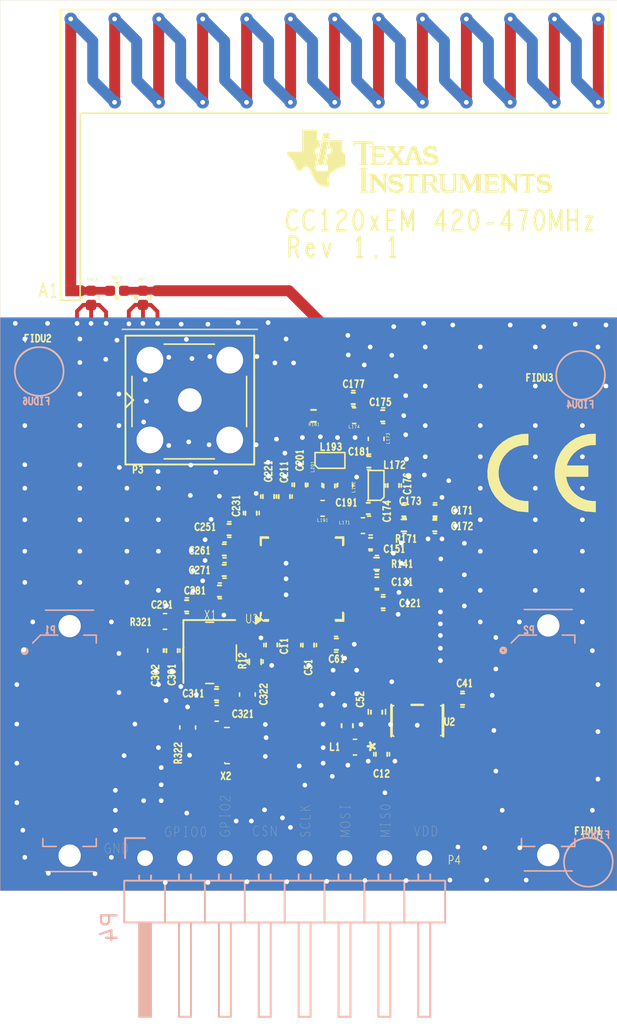
<source format=kicad_pcb>
(kicad_pcb (version 20241229) (generator "pcbnew") (generator_version "9.0")
  (layers (0 "F.Cu" signal) (4 "In1.Cu" signal) (6 "In2.Cu" signal) (2 "B.Cu" signal) (13 "F.Paste" user) (15 "B.Paste" user) (5 "F.SilkS" user "F.Silkscreen") (7 "B.SilkS" user "B.Silkscreen") (1 "F.Mask" user) (3 "B.Mask" user) (25 "Edge.Cuts" user))
  (net 0 "")
  (net 1 "Net-(Ant1-Pad1)")
  (net 2 "GND")
  (net 3 "Net-(Ant2-Pad2)")
  (net 4 "VDD")
  (net 5 "Net-(C173-Pad2)")
  (net 6 "/PA")
  (net 7 "Net-(C174-Pad1)")
  (net 8 "Net-(C175-Pad1)")
  (net 9 "Net-(C176-Pad1)")
  (net 10 "/TRX_SW")
  (net 11 "/LNA_P")
  (net 12 "Net-(C191-Pad2)")
  (net 13 "/LNA_N")
  (net 14 "/CC_X1")
  (net 15 "/CC_X2")
  (net 16 "/CC_NRST")
  (net 17 "/CC_GPIO0")
  (net 18 "/CC_GPIO3")
  (net 19 "/CC_MOSI")
  (net 20 "/CC_MISO")
  (net 21 "/CC_SCLK")
  (net 22 "/CC_GPIO2")
  (net 23 "/CC_NCS")
  (net 24 "/RF_Signal")
  (net 51 "Net-(P3-In)")
  (net 52 "Net-(U3-DCPL)")
  (net 53 "Net-(U3-DCPL_VCO)")
  (net 54 "Net-(U3-LPF1)")
  (net 55 "Net-(U3-LPF0)")
  (net 56 "Net-(U3-DCPL_PFD_CHP)")
  (net 57 "Net-(U3-DCPL_XOSC)")
  (net 58 "Net-(U3-RBIAS)")
  (net 59 "Net-(U3-EXT_XOSC)")
  (net 60 "VBUS")
  (net 61 "Net-(U1-FB)")
  (footprint "Fiducial:Fiducial_1.5mm_Mask3mm" (layer "F.Cu") (at 106.661487 107.421312)
    (property "Reference" "FID2" (hide yes))
    (property "Value" "Fiducial")
  )
  (footprint "Capacitor_SMD:C_0402_1005Metric" (layer "F.Cu") (at 128.535136 122.167953)
    (property "Reference" "C121" (hide yes))
    (property "Value" "47n")
  )
  (footprint "Resistor_SMD:R_0402_1005Metric" (layer "F.Cu") (at 129.854565 117.25485)
    (property "Reference" "R171" (hide yes))
    (property "Value" "18")
  )
  (footprint "Fiducial:Fiducial_1.5mm_Mask3mm" (layer "F.Cu") (at 141.589787 138.711012)
    (property "Reference" "FID1" (hide yes))
    (property "Value" "Fiducial")
  )
  (footprint "Capacitor_SMD:C_0402_1005Metric" (layer "F.Cu") (at 127.589801 116.17753 180)
    (property "Reference" "C174" (hide yes))
    (property "Value" "39p")
  )
  (footprint "Capacitor_SMD:C_0402_1005Metric" (layer "F.Cu") (at 131.839337 116.312112)
    (property "Reference" "C171" (hide yes))
    (property "Value" "10n")
  )
  (footprint "Capacitor_SMD:C_0402_1005Metric" (layer "F.Cu") (at 118.724516 117.526451 180)
    (property "Reference" "C251" (hide yes))
    (property "Value" "47n")
  )
  (footprint "Capacitor_SMD:C_0402_1005Metric" (layer "F.Cu") (at 120.124357 116.480168 90)
    (property "Reference" "C231" (hide yes))
    (property "Value" "1.5n")
  )
  (footprint "Capacitor_SMD:C_0402_1005Metric" (layer "F.Cu") (at 111.582392 102.337318)
    (property "Reference" "Ant2" (hide yes))
    (property "Value" "0.9p")
  )
  (footprint "Inductor_SMD:L_0402_1005Metric" (layer "F.Cu") (at 126.733132 131.375997 180)
    (property "Reference" "L1" (hide yes))
    (property "Value" "BLM15HG102SN1D")
  )
  (footprint "Inductor_SMD:L_0402_1005Metric" (layer "F.Cu") (at 124.170242 114.705556 90)
    (property "Reference" "L201" (hide yes))
    (property "Value" "27n")
  )
  (footprint "Capacitor_SMD:C_0402_1005Metric" (layer "F.Cu") (at 123.236893 114.674235 90)
    (property "Reference" "C201" (hide yes))
    (property "Value" "5.1p")
  )
  (footprint "Capacitor_SMD:C_0402_1005Metric" (layer "F.Cu") (at 129.189292 114.716655 -90)
    (property "Reference" "C176" (hide yes))
    (property "Value" "2.2p")
  )
  (footprint "Capacitor_SMD:C_0402_1005Metric" (layer "F.Cu") (at 128.43371 131.823999 -90)
    (property "Reference" "C12" (hide yes))
    (property "Value" "100n")
  )
  (footprint "Capacitor_SMD:C_0402_1005Metric" (layer "F.Cu") (at 121.234169 115.418052 90)
    (property "Reference" "C221" (hide yes))
    (property "Value" "47n")
  )
  (footprint "Capacitor_SMD:C_0402_1005Metric" (layer "F.Cu") (at 127.625163 113.215028 180)
    (property "Reference" "C181" (hide yes))
    (property "Value" "5.1p")
  )
  (footprint "Capacitor_SMD:C_0402_1005Metric" (layer "F.Cu") (at 133.59307 128.315584)
    (property "Reference" "C41" (hide yes))
    (property "Value" "10n")
  )
  (footprint "Capacitor_SMD:C_0402_1005Metric" (layer "F.Cu") (at 128.506236 110.280283)
    (property "Reference" "C175" (hide yes))
    (property "Value" "6.2p")
  )
  (footprint "Capacitor_SMD:C_0402_1005Metric" (layer "F.Cu") (at 122.242687 115.424316 90)
    (property "Reference" "C211" (hide yes))
    (property "Value" "10n")
  )
  (footprint "Capacitor_SMD:C_0402_1005Metric" (layer "F.Cu") (at 123.777545 124.875559 -90)
    (property "Reference" "C51" (hide yes))
    (property "Value" "47n")
  )
  (footprint "Resistor_SMD:R_0402_1005Metric" (layer "F.Cu") (at 128.112059 119.689165)
    (property "Reference" "R141" (hide yes))
    (property "Value" "56k")
  )
  (footprint "Capacitor_SMD:C_0402_1005Metric" (layer "F.Cu") (at 118.109979 121.437951 180)
    (property "Reference" "C281" (hide yes))
    (property "Value" "47n")
  )
  (footprint "Inductor_SMD:L_0402_1005Metric" (layer "F.Cu") (at 127.29966 117.267363)
    (property "Reference" "L171" (hide yes))
    (property "Value" "56n")
  )
  (footprint "Inductor_SMD:L_0402_1005Metric" (layer "F.Cu") (at 109.923787 102.781514 -90)
    (property "Reference" "Ant3" (hide yes))
    (property "Value" "56n")
  )
  (footprint "Capacitor_SMD:C_0402_1005Metric" (layer "F.Cu") (at 126.248619 130.005166 90)
    (property "Reference" "C53" (hide yes))
    (property "Value" "47n")
  )
  (footprint "Capacitor_SMD:C_0402_1005Metric" (layer "F.Cu") (at 125.103591 114.74314 90)
    (property "Reference" "C191" (hide yes))
    (property "Value" "5.1p")
  )
  (footprint "Inductor_SMD:L_0402_1005Metric" (layer "F.Cu") (at 128.085725 114.729236 90)
    (property "Reference" "L172" (hide yes))
    (property "Value" "15n")
  )
  (footprint "Capacitor_SMD:C_0402_1005Metric" (layer "F.Cu") (at 127.734376 118.409302)
    (property "Reference" "C151" (hide yes))
    (property "Value" "47n")
  )
  (footprint "Inductor_SMD:L_0402_1005Metric" (layer "F.Cu") (at 128.073369 111.754026 90)
    (property "Reference" "L173" (hide yes))
    (property "Value" "43n")
  )
  (footprint "Capacitor_SMD:C_0402_1005Metric" (layer "F.Cu") (at 125.556578 124.813719)
    (property "Reference" "C61" (hide yes))
    (property "Value" "220n")
  )
  (footprint "Connector_Coaxial:SMA_Amphenol_901-143_Horizontal" (layer "F.Cu") (at 116.223787 109.279012)
    (property "Reference" "P3" (hide yes))
    (property "Value" "Conn_Coaxial_UHF")
    (fp_line (start 4.3 -4.5) (end -4.3 -4.5) (stroke (width 0.1)) (layer "Edge.Cuts"))
  )
  (footprint "Capacitor_SMD:C_0402_1005Metric" (layer "F.Cu") (at 117.923001 128.02855 180)
    (property "Reference" "C311" (hide yes))
    (property "Value" "15p")
  )
  (footprint "Package_DFN_QFN:QFN-32-1EP_5x5mm_P0.5mm_EP3.45x3.45mm" (layer "F.Cu") (at 123.365 120.661 90)
    (property "Reference" "U3" (hide yes))
    (property "Value" "CC1200RHBR")
  )
  (footprint "Capacitor_SMD:C_0402_1005Metric" (layer "F.Cu") (at 131.822231 117.267363)
    (property "Reference" "C172" (hide yes))
    (property "Value" "100p")
  )
  (footprint "Capacitor_SMD:C_0402_1005Metric" (layer "F.Cu") (at 128.119089 129.145027 -90)
    (property "Reference" "C52" (hide yes))
    (property "Value" "2.2u")
  )
  (footprint "Inductor_SMD:L_0402_1005Metric" (layer "F.Cu") (at 126.080788 114.718084 90)
    (property "Reference" "L192" (hide yes))
    (property "Value" "27n")
  )
  (footprint "Resistor_SMD:R_0402_1005Metric" (layer "F.Cu") (at 124.099712 110.283678)
    (property "Reference" "R181" (hide yes))
    (property "Value" "18")
  )
  (footprint "Resistor_SMD:R_0402_1005Metric" (layer "F.Cu") (at 120.387087 125.937661 90)
    (property "Reference" "R12" (hide yes))
    (property "Value" "0R" (hide yes))
  )
  (footprint "Capacitor_SMD:C_0402_1005Metric" (layer "F.Cu") (at 126.633791 109.173216 180)
    (property "Reference" "C177" (hide yes))
    (property "Value" "1.2p")
  )
  (footprint "Inductor_SMD:L_0402_1005Metric" (layer "F.Cu") (at 126.657895 110.273533 180)
    (property "Reference" "L174" (hide yes))
    (property "Value" "22n")
  )
  (footprint "Capacitor_SMD:C_0402_1005Metric" (layer "F.Cu") (at 113.220822 102.776623 -90)
    (property "Reference" "Ant1" (hide yes))
    (property "Value" "0.9p")
  )
  (footprint "Inductor_SMD:L_0402_1005Metric" (layer "F.Cu") (at 124.648701 116.174637 180)
    (property "Reference" "L191" (hide yes))
    (property "Value" "56n")
  )
  (footprint "Fiducial:Fiducial_1.5mm_Mask3mm" (layer "F.Cu") (at 141.088787 107.714012)
    (property "Reference" "FID3" (hide yes))
    (property "Value" "Fiducial")
  )
  (footprint "Capacitor_SMD:C_0402_1005Metric" (layer "F.Cu") (at 128.13122 120.910984)
    (property "Reference" "C131" (hide yes))
    (property "Value" "47n")
  )
  (footprint "CC1200EMK-420-470:DDC5_TEX" (layer "F.Cu") (at 130.708258 129.682106 90)
    (property "Reference" "U1" (hide yes))
    (property "Value" "TPS79330-EP")
  )
  (footprint "Capacitor_SMD:C_0402_1005Metric" (layer "F.Cu") (at 129.851516 116.322972)
    (property "Reference" "C173" (hide yes))
    (property "Value" "56p")
  )
  (footprint "Crystal:Crystal_SMD_3225-4Pin_3.2x2.5mm" (layer "F.Cu") (at 117.463716 125.281522 -90)
    (property "Reference" "X1" (hide yes))
    (property "Value" "40 MHz")
  )
  (footprint "Inductor_SMD:L_0402_1005Metric" (layer "F.Cu") (at 125.134911 113.120742 180)
    (property "Reference" "L193" (hide yes))
    (property "Value" "15n")
  )
  (footprint "Capacitor_SMD:C_0402_1005Metric" (layer "F.Cu") (at 121.434973 124.864283 -90)
    (property "Reference" "C11" (hide yes))
    (property "Value" "47n")
  )
  (footprint "Capacitor_SMD:C_0402_1005Metric" (layer "F.Cu") (at 118.413118 120.120972 180)
    (property "Reference" "C271" (hide yes))
    (property "Value" "47n")
  )
  (footprint "Capacitor_SMD:C_0402_1005Metric" (layer "F.Cu") (at 116.020255 122.377869 180)
    (property "Reference" "C291" (hide yes))
    (property "Value" "47n")
  )
  (footprint "Capacitor_SMD:C_0402_1005Metric" (layer "F.Cu") (at 118.416644 118.810583 180)
    (property "Reference" "C261" (hide yes))
    (property "Value" "47n")
  )
  (footprint "Capacitor_SMD:C_0402_1005Metric" (layer "F.Cu") (at 115.091832 125.226553 90)
    (property "Reference" "C301" (hide yes))
    (property "Value" "15p")
  )
  (footprint "CC1200EMK-420-470:SFM-110-YY-XXX-D-A-K-TR" (layer "B.Cu") (at 108.569002 130.970481 90)
    (property "Reference" "P1" (hide yes))
    (property "Value" "SFM-110-02-S-D-A-K-TR" (hide yes))
  )
  (footprint "Fiducial:Fiducial_1.5mm_Mask3mm" (layer "B.Cu") (at 106.613787 107.469012 180)
    (property "Reference" "FID6" (hide yes))
    (property "Value" "Fiducial")
  )
  (footprint "CC1200EMK-420-470:SFM-110-YY-XXX-D-A-K-TR" (layer "B.Cu") (at 139.052398 130.929895 90)
    (property "Reference" "P2" (hide yes))
    (property "Value" "SFM-110-02-S-D-A-K-TR" (hide yes))
  )
  (footprint "Fiducial:Fiducial_1.5mm_Mask3mm" (layer "B.Cu") (at 141.098787 107.719012 180)
    (property "Reference" "FID4" (hide yes))
    (property "Value" "Fiducial")
  )
  (footprint "Fiducial:Fiducial_1.5mm_Mask3mm" (layer "B.Cu") (at 141.589787 138.711012 180)
    (property "Reference" "FID5" (hide yes))
    (property "Value" "Fiducial")
  )
  (footprint "Connector_PinHeader_2.54mm:PinHeader_1x08_P2.54mm_Horizontal" (layer "B.Cu") (at 113.373787 138.429012 -90)
    (property "Reference" "P4")
    (property "Value" "Conn_01x08")
  )
  (gr_circle (center 132.29 118.12) (end 132.54 118.12) (fill yes) (layer "F.Cu"))
  (gr_poly (pts (xy 115.78282 122.68758) (xy 115.80977 122.68036) (xy 115.83505 122.66858) (xy 115.85791 122.65258) (xy 115.87764 122.63286) (xy 115.89364 122.61001) (xy 115.90544 122.58473) (xy 115.91266 122.55779) (xy 115.9151 122.53) (xy 115.9151 122.21) (xy 115.91268 122.18228) (xy 115.90546 122.15533) (xy 115.89368 122.13005) (xy 115.87768 122.10719) (xy 115.85796 122.08746) (xy 115.83511 122.07146) (xy 115.80983 122.05966) (xy 115.78289 122.05244) (xy 115.7551 122.05) (xy 115.4249 122.05) (xy 115.39718 122.05242) (xy 115.37023 122.05964) (xy 115.34495 122.07142) (xy 115.32209 122.08742) (xy 115.30236 122.10714) (xy 115.28636 122.12999) (xy 115.27456 122.15527) (xy 115.26734 122.18221) (xy 115.2649 122.21) (xy 115.2649 122.53) (xy 115.26732 122.55772) (xy 115.27454 122.58467) (xy 115.28632 122.60995) (xy 115.30232 122.63281) (xy 115.32204 122.65254) (xy 115.34489 122.66854) (xy 115.37017 122.68034) (xy 115.39711 122.68756) (xy 115.4249 122.69) (xy 115.7551 122.69)) (fill yes) (layer "F.Cu"))
  (gr_circle (center 111.44 90.32) (end 111.84 90.32) (fill yes) (layer "F.Cu") (net 1))
  (gr_poly (pts (xy 128.27772 111.61768) (xy 128.30467 111.61046) (xy 128.32995 111.59868) (xy 128.35281 111.58268) (xy 128.37254 111.56296) (xy 128.38854 111.54011) (xy 128.40034 111.51483) (xy 128.40756 111.48789) (xy 128.41 111.4601) (xy 128.41 111.1299) (xy 128.40758 111.10218) (xy 128.40036 111.07523) (xy 128.38858 111.04995) (xy 128.37258 111.02709) (xy 128.35286 111.00736) (xy 128.33001 110.99136) (xy 128.30473 110.97956) (xy 128.27779 110.97234) (xy 128.25 110.9699) (xy 127.93 110.9699) (xy 127.90228 110.97232) (xy 127.87533 110.97954) (xy 127.85005 110.99132) (xy 127.82719 111.00732) (xy 127.80746 111.02704) (xy 127.79146 111.04989) (xy 127.77966 111.07517) (xy 127.77244 111.10211) (xy 127.77 111.1299) (xy 127.77 111.4601) (xy 127.77242 111.48782) (xy 127.77964 111.51477) (xy 127.79142 111.54005) (xy 127.80742 111.56291) (xy 127.82714 111.58264) (xy 127.84999 111.59864) (xy 127.87527 111.61044) (xy 127.90221 111.61766) (xy 127.93 111.6201) (xy 128.25 111.6201)) (fill yes) (layer "F.Cu") (net 8))
  (gr_circle (center 114.89 112.17) (end 115.14 112.17) (fill yes) (layer "F.Cu"))
  (gr_circle (center 111.715 127.895) (end 111.965 127.895) (fill yes) (layer "F.Cu"))
  (gr_circle (center 131.39 118.12) (end 131.64 118.12) (fill yes) (layer "F.Cu"))
  (gr_circle (center 118.115 115.395) (end 118.7152 115.395) (fill yes) (layer "F.Cu"))
  (gr_poly (pts (xy 126.27772 115.49268) (xy 126.30467 115.48546) (xy 126.32995 115.47368) (xy 126.35281 115.45768) (xy 126.37254 115.43796) (xy 126.38854 115.41511) (xy 126.40034 115.38983) (xy 126.40756 115.36289) (xy 126.41 115.3351) (xy 126.41 115.0049) (xy 126.40758 114.97718) (xy 126.40036 114.95023) (xy 126.38858 114.92495) (xy 126.37258 114.90209) (xy 126.35286 114.88236) (xy 126.33001 114.86636) (xy 126.30473 114.85456) (xy 126.27779 114.84734) (xy 126.25 114.8449) (xy 125.93 114.8449) (xy 125.90228 114.84732) (xy 125.87533 114.85454) (xy 125.85005 114.86632) (xy 125.82719 114.88232) (xy 125.80746 114.90204) (xy 125.79146 114.92489) (xy 125.77966 114.95017) (xy 125.77244 114.97711) (xy 125.77 115.0049) (xy 125.77 115.3351) (xy 125.77242 115.36282) (xy 125.77964 115.38977) (xy 125.79142 115.41505) (xy 125.80742 115.43791) (xy 125.82714 115.45764) (xy 125.84999 115.47364) (xy 125.87527 115.48544) (xy 125.90221 115.49266) (xy 125.93 115.4951) (xy 126.25 115.4951)) (fill yes) (layer "F.Cu") (net 11))
  (gr_circle (center 136.64 85.02) (end 137.04 85.02) (fill yes) (layer "F.Cu") (net 1))
  (gr_circle (center 129.09 125.72) (end 129.34 125.72) (fill yes) (layer "F.Cu"))
  (gr_poly (pts (xy 124.77772 109.69268) (xy 124.80467 109.68546) (xy 124.82995 109.67368) (xy 124.85281 109.65768) (xy 124.87254 109.63796) (xy 124.88854 109.61511) (xy 124.90034 109.58983) (xy 124.90756 109.56289) (xy 124.91 109.5351) (xy 124.91 109.2049) (xy 124.90758 109.17718) (xy 124.90036 109.15023) (xy 124.88858 109.12495) (xy 124.87258 109.10209) (xy 124.85286 109.08236) (xy 124.83001 109.06636) (xy 124.80473 109.05456) (xy 124.77779 109.04734) (xy 124.75 109.0449) (xy 124.43 109.0449) (xy 124.40228 109.04732) (xy 124.37533 109.05454) (xy 124.35005 109.06632) (xy 124.32719 109.08232) (xy 124.30746 109.10204) (xy 124.29146 109.12489) (xy 124.27966 109.15017) (xy 124.27244 109.17711) (xy 124.27 109.2049) (xy 124.27 109.5351) (xy 124.27242 109.56282) (xy 124.27964 109.58977) (xy 124.29142 109.61505) (xy 124.30742 109.63791) (xy 124.32714 109.65764) (xy 124.34999 109.67364) (xy 124.37527 109.68544) (xy 124.40221 109.69266) (xy 124.43 109.6951) (xy 124.75 109.6951)) (fill yes) (layer "F.Cu") (net 1))
  (gr_circle (center 126.29 105.17) (end 126.54 105.17) (fill yes) (layer "F.Cu"))
  (gr_poly (pts (xy 129.37772 115.49268) (xy 129.40467 115.48546) (xy 129.42995 115.47368) (xy 129.45281 115.45768) (xy 129.47254 115.43796) (xy 129.48854 115.41511) (xy 129.50034 115.38983) (xy 129.50756 115.36289) (xy 129.51 115.3351) (xy 129.51 115.0049) (xy 129.50758 114.97718) (xy 129.50036 114.95023) (xy 129.48858 114.92495) (xy 129.47258 114.90209) (xy 129.45286 114.88236) (xy 129.43001 114.86636) (xy 129.40473 114.85456) (xy 129.37779 114.84734) (xy 129.35 114.8449) (xy 129.03 114.8449) (xy 129.00228 114.84732) (xy 128.97533 114.85454) (xy 128.95005 114.86632) (xy 128.92719 114.88232) (xy 128.90746 114.90204) (xy 128.89146 114.92489) (xy 128.87966 114.95017) (xy 128.87244 114.97711) (xy 128.87 115.0049) (xy 128.87 115.3351) (xy 128.87242 115.36282) (xy 128.87964 115.38977) (xy 128.89142 115.41505) (xy 128.90742 115.43791) (xy 128.92714 115.45764) (xy 128.94999 115.47364) (xy 128.97527 115.48544) (xy 129.00221 115.49266) (xy 129.03 115.4951) (xy 129.35 115.4951)) (fill yes) (layer "F.Cu") (net 7))
  (gr_circle (center 129.84 110.27) (end 130.09 110.27) (fill yes) (layer "F.Cu"))
  (gr_poly (pts (xy 115.28282 123.68758) (xy 115.30977 123.68036) (xy 115.33505 123.66858) (xy 115.35791 123.65258) (xy 115.37764 123.63286) (xy 115.39364 123.61001) (xy 115.40544 123.58473) (xy 115.41266 123.55779) (xy 115.4151 123.53) (xy 115.4151 123.21) (xy 115.41268 123.18228) (xy 115.40546 123.15533) (xy 115.39368 123.13005) (xy 115.37768 123.10719) (xy 115.35796 123.08746) (xy 115.33511 123.07146) (xy 115.30983 123.05966) (xy 115.28289 123.05244) (xy 115.2551 123.05) (xy 114.9249 123.05) (xy 114.89718 123.05242) (xy 114.87023 123.05964) (xy 114.84495 123.07142) (xy 114.82209 123.08742) (xy 114.80236 123.10714) (xy 114.78636 123.12999) (xy 114.77456 123.15527) (xy 114.76734 123.18221) (xy 114.7649 123.21) (xy 114.7649 123.53) (xy 114.76732 123.55772) (xy 114.77454 123.58467) (xy 114.78632 123.60995) (xy 114.80232 123.63281) (xy 114.82204 123.65254) (xy 114.84489 123.66854) (xy 114.87017 123.68034) (xy 114.89711 123.68756) (xy 114.9249 123.69) (xy 115.2551 123.69)) (fill yes) (layer "F.Cu") (net 57))
  (gr_circle (center 111.48 134.13) (end 111.73 134.13) (fill yes) (layer "F.Cu"))
  (gr_circle (center 105.215 129.895) (end 105.465 129.895) (fill yes) (layer "F.Cu"))
  (gr_poly (pts (xy 118.48282 117.83758) (xy 118.50977 117.83036) (xy 118.53505 117.81858) (xy 118.55791 117.80258) (xy 118.57764 117.78286) (xy 118.59364 117.76001) (xy 118.60544 117.73473) (xy 118.61266 117.70779) (xy 118.6151 117.68) (xy 118.6151 117.36) (xy 118.61268 117.33228) (xy 118.60546 117.30533) (xy 118.59368 117.28005) (xy 118.57768 117.25719) (xy 118.55796 117.23746) (xy 118.53511 117.22146) (xy 118.50983 117.20966) (xy 118.48289 117.20244) (xy 118.4551 117.2) (xy 118.1249 117.2) (xy 118.09718 117.20242) (xy 118.07023 117.20964) (xy 118.04495 117.22142) (xy 118.02209 117.23742) (xy 118.00236 117.25714) (xy 117.98636 117.27999) (xy 117.97456 117.30527) (xy 117.96734 117.33221) (xy 117.9649 117.36) (xy 117.9649 117.68) (xy 117.96732 117.70772) (xy 117.97454 117.73467) (xy 117.98632 117.75995) (xy 118.00232 117.78281) (xy 118.02204 117.80254) (xy 118.04489 117.81854) (xy 118.07017 117.83034) (xy 118.09711 117.83756) (xy 118.1249 117.84) (xy 118.4551 117.84)) (fill yes) (layer "F.Cu"))
  (gr_circle (center 116.34 118.82) (end 116.59 118.82) (fill yes) (layer "F.Cu"))
  (gr_circle (center 123.55 133.78) (end 123.8 133.78) (fill yes) (layer "F.Cu"))
  (gr_poly (pts (xy 121.25802 122.56886) (xy 121.27065 122.56548) (xy 121.2825 122.55995) (xy 121.29321 122.55245) (xy 121.30245 122.54321) (xy 121.30995 122.5325) (xy 121.31548 122.52065) (xy 121.31886 122.50802) (xy 121.32 122.495) (xy 121.32 122.345) (xy 121.31886 122.33198) (xy 121.31548 122.31935) (xy 121.30995 122.3075) (xy 121.30245 122.29679) (xy 121.29321 122.28755) (xy 121.2825 122.28005) (xy 121.27065 122.27452) (xy 121.25802 122.27114) (xy 121.245 122.27) (xy 120.545 122.27) (xy 120.53198 122.27114) (xy 120.51935 122.27452) (xy 120.5075 122.28005) (xy 120.49679 122.28755) (xy 120.48755 122.29679) (xy 120.48005 122.3075) (xy 120.47452 122.31935) (xy 120.47114 122.33198) (xy 120.47 122.345) (xy 120.47 122.42) (xy 120.47 122.495) (xy 120.47114 122.50802) (xy 120.47452 122.52065) (xy 120.48005 122.5325) (xy 120.48755 122.54321) (xy 120.49679 122.55245) (xy 120.5075 122.55995) (xy 120.51935 122.56548) (xy 120.53198 122.56886) (xy 120.545 122.57) (xy 121.245 122.57)) (fill yes) (layer "F.Cu") (net 59))
  (gr_poly (pts (xy 122.70802 123.56886) (xy 122.72065 123.56548) (xy 122.7325 123.55995) (xy 122.74321 123.55245) (xy 122.75245 123.54321) (xy 122.75995 123.5325) (xy 122.76548 123.52065) (xy 122.76886 123.50802) (xy 122.77 123.495) (xy 122.77 122.795) (xy 122.76886 122.78198) (xy 122.76548 122.76935) (xy 122.75995 122.7575) (xy 122.75245 122.74679) (xy 122.74321 122.73755) (xy 122.7325 122.73005) (xy 122.72065 122.72452) (xy 122.70802 122.72114) (xy 122.695 122.72) (xy 122.545 122.72) (xy 122.53198 122.72114) (xy 122.51935 122.72452) (xy 122.5075 122.73005) (xy 122.49679 122.73755) (xy 122.48755 122.74679) (xy 122.48005 122.7575) (xy 122.47452 122.76935) (xy 122.47114 122.78198) (xy 122.47 122.795) (xy 122.47 123.495) (xy 122.47114 123.50802) (xy 122.47452 123.52065) (xy 122.48005 123.5325) (xy 122.48755 123.54321) (xy 122.49679 123.55245) (xy 122.5075 123.55995) (xy 122.51935 123.56548) (xy 122.53198 123.56886) (xy 122.545 123.57) (xy 122.62 123.57) (xy 122.695 123.57)) (fill yes) (layer "F.Cu"))
  (gr_poly (pts (xy 113.42772 102.64268) (xy 113.45467 102.63546) (xy 113.47995 102.62368) (xy 113.50281 102.60768) (xy 113.52254 102.58796) (xy 113.53854 102.56511) (xy 113.55034 102.53983) (xy 113.55756 102.51289) (xy 113.56 102.4851) (xy 113.56 102.1549) (xy 113.55758 102.12718) (xy 113.55036 102.10023) (xy 113.53858 102.07495) (xy 113.52258 102.05209) (xy 113.50286 102.03236) (xy 113.48001 102.01636) (xy 113.45473 102.00456) (xy 113.42779 101.99734) (xy 113.4 101.9949) (xy 113.08 101.9949) (xy 113.05228 101.99732) (xy 113.02533 102.00454) (xy 113.00005 102.01632) (xy 112.97719 102.03232) (xy 112.95746 102.05204) (xy 112.94146 102.07489) (xy 112.92966 102.10017) (xy 112.92244 102.12711) (xy 112.92 102.1549) (xy 112.92 102.4851) (xy 112.92242 102.51282) (xy 112.92964 102.53977) (xy 112.94142 102.56505) (xy 112.95742 102.58791) (xy 112.97714 102.60764) (xy 112.99999 102.62364) (xy 113.02527 102.63544) (xy 113.05221 102.64266) (xy 113.08 102.6451) (xy 113.4 102.6451)) (fill yes) (layer "F.Cu") (net 1))
  (gr_circle (center 135.715 124.395) (end 135.965 124.395) (fill yes) (layer "F.Cu"))
  (gr_circle (center 116.19 109.37) (end 117.09005 109.37) (fill yes) (layer "F.Cu"))
  (gr_poly (pts (xy 131.58282 117.58758) (xy 131.60977 117.58036) (xy 131.63505 117.56858) (xy 131.65791 117.55258) (xy 131.67764 117.53286) (xy 131.69364 117.51001) (xy 131.70544 117.48473) (xy 131.71266 117.45779) (xy 131.7151 117.43) (xy 131.7151 117.11) (xy 131.71268 117.08228) (xy 131.70546 117.05533) (xy 131.69368 117.03005) (xy 131.67768 117.00719) (xy 131.65796 116.98746) (xy 131.63511 116.97146) (xy 131.60983 116.95966) (xy 131.58289 116.95244) (xy 131.5551 116.95) (xy 131.2249 116.95) (xy 131.19718 116.95242) (xy 131.17023 116.95964) (xy 131.14495 116.97142) (xy 131.12209 116.98742) (xy 131.10236 117.00714) (xy 131.08636 117.02999) (xy 131.07456 117.05527) (xy 131.06734 117.08221) (xy 131.0649 117.11) (xy 131.0649 117.43) (xy 131.06732 117.45772) (xy 131.07454 117.48467) (xy 131.08632 117.50995) (xy 131.10232 117.53281) (xy 131.12204 117.55254) (xy 131.14489 117.56854) (xy 131.17017 117.58034) (xy 131.19711 117.58756) (xy 131.2249 117.59) (xy 131.5551 117.59)) (fill yes) (layer "F.Cu"))
  (gr_poly (pts (xy 117.77536 132.46708) (xy 117.80891 132.4578) (xy 117.84034 132.44283) (xy 117.8687 132.42262) (xy 117.89312 132.39781) (xy 117.91285 132.36912) (xy 117.92731 132.33745) (xy 117.93605 132.30375) (xy 117.9388 132.2697) (xy 117.9388 131.6703) (xy 117.93594 131.6356) (xy 117.92709 131.60193) (xy 117.91253 131.5703) (xy 117.8927 131.54169) (xy 117.8682 131.51695) (xy 117.83978 131.49684) (xy 117.8083 131.48197) (xy 117.77471 131.4728) (xy 117.7407 131.4696) (xy 117.3393 131.4696) (xy 117.30464 131.47292) (xy 117.27109 131.4822) (xy 117.23966 131.49717) (xy 117.2113 131.51738) (xy 117.18688 131.54219) (xy 117.16715 131.57088) (xy 117.15269 131.60255) (xy 117.14395 131.63625) (xy 117.1412 131.6703) (xy 117.1412 132.2697) (xy 117.14406 132.3044) (xy 117.15291 132.33807) (xy 117.16747 132.3697) (xy 117.1873 132.39831) (xy 117.2118 132.42305) (xy 117.24022 132.44316) (xy 117.2717 132.45803) (xy 117.30529 132.4672) (xy 117.3393 132.4704) (xy 117.7407 132.4704)) (fill yes) (layer "F.Cu"))
  (gr_circle (center 116.165 111.945) (end 116.415 111.945) (fill yes) (layer "F.Cu"))
  (gr_circle (center 109.215 106.895) (end 109.465 106.895) (fill yes) (layer "F.Cu"))
  (gr_circle (center 126.315 106.395) (end 126.565 106.395) (fill yes) (layer "F.Cu"))
  (gr_circle (center 129.69 119.67) (end 129.94 119.67) (fill yes) (layer "F.Cu"))
  (gr_circle (center 139.0467 123.6525) (end 139.09675 123.6525) (fill yes) (layer "F.Cu"))
  (gr_poly (pts (xy 110.12772 103.54268) (xy 110.15467 103.53546) (xy 110.17995 103.52368) (xy 110.20281 103.50768) (xy 110.22254 103.48796) (xy 110.23854 103.46511) (xy 110.25034 103.43983) (xy 110.25756 103.41289) (xy 110.26 103.3851) (xy 110.26 103.0549) (xy 110.25758 103.02718) (xy 110.25036 103.00023) (xy 110.23858 102.97495) (xy 110.22258 102.95209) (xy 110.20286 102.93236) (xy 110.18001 102.91636) (xy 110.15473 102.90456) (xy 110.12779 102.89734) (xy 110.1 102.8949) (xy 109.78 102.8949) (xy 109.75228 102.89732) (xy 109.72533 102.90454) (xy 109.70005 102.91632) (xy 109.67719 102.93232) (xy 109.65746 102.95204) (xy 109.64146 102.97489) (xy 109.62966 103.00017) (xy 109.62244 103.02711) (xy 109.62 103.0549) (xy 109.62 103.3851) (xy 109.62242 103.41282) (xy 109.62964 103.43977) (xy 109.64142 103.46505) (xy 109.65742 103.48791) (xy 109.67714 103.50764) (xy 109.69999 103.52364) (xy 109.72527 103.53544) (xy 109.75221 103.54266) (xy 109.78 103.5451) (xy 110.1 103.5451)) (fill yes) (layer "F.Cu"))
  (gr_poly (pts (xy 131.68395 128.83068) (xy 131.71064 128.82672) (xy 131.73681 128.82016) (xy 131.76222 128.81107) (xy 131.78661 128.79953) (xy 131.80975 128.78566) (xy 131.83143 128.76959) (xy 131.85142 128.75147) (xy 131.86954 128.73148) (xy 131.88561 128.7098) (xy 131.89948 128.68666) (xy 131.91102 128.66227) (xy 131.92011 128.63686) (xy 131.92667 128.61069) (xy 131.93063 128.584) (xy 131.93195 128.55705) (xy 131.93195 128.332) (xy 131.93195 128.10695) (xy 131.93063 128.08) (xy 131.92667 128.05331) (xy 131.92011 128.02714) (xy 131.91102 128.00173) (xy 131.89948 127.97734) (xy 131.88561 127.9542) (xy 131.86954 127.93252) (xy 131.85142 127.91253) (xy 131.83143 127.89441) (xy 131.80975 127.87834) (xy 131.78661 127.86447) (xy 131.76222 127.85293) (xy 131.73681 127.84384) (xy 131.71064 127.83728) (xy 131.68395 127.83332) (xy 131.657 127.832) (xy 131.63005 127.83332) (xy 131.60336 127.83728) (xy 131.57719 127.84384) (xy 131.55178 127.85293) (xy 131.52739 127.86447) (xy 131.50425 127.87834) (xy 131.48257 127.89441) (xy 131.46258 127.91253) (xy 131.44446 127.93252) (xy 131.42839 127.9542) (xy 131.41452 127.97734) (xy 131.40298 128.00173) (xy 131.39389 128.02714) (xy 131.38733 128.05331) (xy 131.38337 128.08) (xy 131.38205 128.10695) (xy 131.38205 128.55705) (xy 131.38337 128.584) (xy 131.38733 128.61069) (xy 131.39389 128.63686) (xy 131.40298 128.66227) (xy 131.41452 128.68666) (xy 131.42839 128.7098) (xy 131.44446 128.73148) (xy 131.46258 128.75147) (xy 131.48257 128.76959) (xy 131.50425 128.78566) (xy 131.52739 128.79953) (xy 131.55178 128.81107) (xy 131.57719 128.82016) (xy 131.60336 128.82672) (xy 131.63005 128.83068) (xy 131.657 128.832)) (fill yes) (layer "F.Cu"))
  (gr_poly (pts (xy 111.33282 102.63758) (xy 111.35977 102.63036) (xy 111.38505 102.61858) (xy 111.40791 102.60258) (xy 111.42764 102.58286) (xy 111.44364 102.56001) (xy 111.45544 102.53473) (xy 111.46266 102.50779) (xy 111.4651 102.48) (xy 111.4651 102.16) (xy 111.46268 102.13228) (xy 111.45546 102.10533) (xy 111.44368 102.08005) (xy 111.42768 102.05719) (xy 111.40796 102.03746) (xy 111.38511 102.02146) (xy 111.35983 102.00966) (xy 111.33289 102.00244) (xy 111.3051 102) (xy 110.9749 102) (xy 110.94718 102.00242) (xy 110.92023 102.00964) (xy 110.89495 102.02142) (xy 110.87209 102.03742) (xy 110.85236 102.05714) (xy 110.83636 102.07999) (xy 110.82456 102.10527) (xy 110.81734 102.13221) (xy 110.8149 102.16) (xy 110.8149 102.48) (xy 110.81732 102.50772) (xy 110.82454 102.53467) (xy 110.83632 102.55995) (xy 110.85232 102.58281) (xy 110.87204 102.60254) (xy 110.89489 102.61854) (xy 110.92017 102.63034) (xy 110.94711 102.63756) (xy 110.9749 102.64) (xy 111.3051 102.64)) (fill yes) (layer "F.Cu") (net 1))
  (gr_circle (center 108.64 85.02) (end 109.04 85.02) (fill yes) (layer "F.Cu") (net 1))
  (gr_poly (pts (xy 115.3721 129.9654) (xy 113.3402 127.9335) (xy 113.3402 126.12) (xy 113.8436 126.12) (xy 113.8466 126.1203) (xy 113.88 126.1223) (xy 114.2 126.1223) (xy 114.2334 126.1203) (xy 114.2364 126.12) (xy 114.8936 126.12) (xy 114.8966 126.1203) (xy 114.93 126.1223) (xy 115.25 126.1223) (xy 115.2834 126.1203) (xy 115.2864 126.12) (xy 115.74 126.12) (xy 115.74 127.62) (xy 115.84 127.62) (xy 115.84 128.2743) (xy 115.74904 128.326) (xy 115.66844 128.39271) (xy 115.60065 128.4724) (xy 115.54773 128.56266) (xy 115.51128 128.66073) (xy 115.49242 128.76364) (xy 115.49172 128.86826) (xy 115.50919 128.97142) (xy 115.5789 129.1347) (xy 115.51995 129.2013) (xy 115.47346 129.27712) (xy 115.44084 129.35987) (xy 115.4198 129.5049) (xy 115.4198 129.8351) (xy 115.4226 129.8882) (xy 115.4251 129.9123)) (fill yes) (layer "F.Cu"))
  (gr_circle (center 120.44 112.12) (end 120.69 112.12) (fill yes) (layer "F.Cu"))
  (gr_circle (center 124.59 125.72) (end 124.84 125.72) (fill yes) (layer "F.Cu"))
  (gr_poly (pts (xy 126.20802 122.56886) (xy 126.22065 122.56548) (xy 126.2325 122.55995) (xy 126.24321 122.55245) (xy 126.25245 122.54321) (xy 126.25995 122.5325) (xy 126.26548 122.52065) (xy 126.26886 122.50802) (xy 126.27 122.495) (xy 126.27 122.345) (xy 126.26886 122.33198) (xy 126.26548 122.31935) (xy 126.25995 122.3075) (xy 126.25245 122.29679) (xy 126.24321 122.28755) (xy 126.2325 122.28005) (xy 126.22065 122.27452) (xy 126.20802 122.27114) (xy 126.195 122.27) (xy 125.495 122.27) (xy 125.48198 122.27114) (xy 125.46935 122.27452) (xy 125.4575 122.28005) (xy 125.44679 122.28755) (xy 125.43755 122.29679) (xy 125.43005 122.3075) (xy 125.42452 122.31935) (xy 125.42114 122.33198) (xy 125.42 122.345) (xy 125.42 122.42) (xy 125.42 122.495) (xy 125.42114 122.50802) (xy 125.42452 122.52065) (xy 125.43005 122.5325) (xy 125.43755 122.54321) (xy 125.44679 122.55245) (xy 125.4575 122.55995) (xy 125.46935 122.56548) (xy 125.48198 122.56886) (xy 125.495 122.57) (xy 126.195 122.57)) (fill yes) (layer "F.Cu"))
  (gr_poly (pts (xy 129.37772 114.59268) (xy 129.40467 114.58546) (xy 129.42995 114.57368) (xy 129.45281 114.55768) (xy 129.47254 114.53796) (xy 129.48854 114.51511) (xy 129.50034 114.48983) (xy 129.50756 114.46289) (xy 129.51 114.4351) (xy 129.51 114.1049) (xy 129.50758 114.07718) (xy 129.50036 114.05023) (xy 129.48858 114.02495) (xy 129.47258 114.00209) (xy 129.45286 113.98236) (xy 129.43001 113.96636) (xy 129.40473 113.95456) (xy 129.37779 113.94734) (xy 129.35 113.9449) (xy 129.03 113.9449) (xy 129.00228 113.94732) (xy 128.97533 113.95454) (xy 128.95005 113.96632) (xy 128.92719 113.98232) (xy 128.90746 114.00204) (xy 128.89146 114.02489) (xy 128.87966 114.05017) (xy 128.87244 114.07711) (xy 128.87 114.1049) (xy 128.87 114.4351) (xy 128.87242 114.46282) (xy 128.87964 114.48977) (xy 128.89142 114.51505) (xy 128.90742 114.53791) (xy 128.92714 114.55764) (xy 128.94999 114.57364) (xy 128.97527 114.58544) (xy 129.00221 114.59266) (xy 129.03 114.5951) (xy 129.35 114.5951)) (fill yes) (layer "F.Cu") (net 9))
  (gr_circle (center 110.89 104.397) (end 111.14 104.397) (fill yes) (layer "F.Cu"))
  (gr_circle (center 109.215 108.895) (end 109.465 108.895) (fill yes) (layer "F.Cu"))
  (gr_circle (center 127.59 127.22) (end 127.84 127.22) (fill yes) (layer "F.Cu"))
  (gr_circle (center 123.19 132.57) (end 123.44 132.57) (fill yes) (layer "F.Cu"))
  (gr_circle (center 131.215 110.895) (end 131.465 110.895) (fill yes) (layer "F.Cu"))
  (gr_circle (center 121.74 111.77) (end 121.99 111.77) (fill yes) (layer "F.Cu"))
  (gr_poly (pts (xy 128.62772 132.59268) (xy 128.65467 132.58546) (xy 128.67995 132.57368) (xy 128.70281 132.55768) (xy 128.72254 132.53796) (xy 128.73854 132.51511) (xy 128.75034 132.48983) (xy 128.75756 132.46289) (xy 128.76 132.4351) (xy 128.76 132.1049) (xy 128.75758 132.07718) (xy 128.75036 132.05023) (xy 128.73858 132.02495) (xy 128.72258 132.00209) (xy 128.70286 131.98236) (xy 128.68001 131.96636) (xy 128.65473 131.95456) (xy 128.62779 131.94734) (xy 128.6 131.9449) (xy 128.28 131.9449) (xy 128.25228 131.94732) (xy 128.22533 131.95454) (xy 128.20005 131.96632) (xy 128.17719 131.98232) (xy 128.15746 132.00204) (xy 128.14146 132.02489) (xy 128.12966 132.05017) (xy 128.12244 132.07711) (xy 128.12 132.1049) (xy 128.12 132.4351) (xy 128.12242 132.46282) (xy 128.12964 132.48977) (xy 128.14142 132.51505) (xy 128.15742 132.53791) (xy 128.17714 132.55764) (xy 128.19999 132.57364) (xy 128.22527 132.58544) (xy 128.25221 132.59266) (xy 128.28 132.5951) (xy 128.6 132.5951)) (fill yes) (layer "F.Cu"))
  (gr_circle (center 121.09 130.77) (end 121.34 130.77) (fill yes) (layer "F.Cu"))
  (gr_poly (pts (xy 121.62772 124.74268) (xy 121.65467 124.73546) (xy 121.67995 124.72368) (xy 121.70281 124.70768) (xy 121.72254 124.68796) (xy 121.73854 124.66511) (xy 121.75034 124.63983) (xy 121.75756 124.61289) (xy 121.76 124.5851) (xy 121.76 124.2549) (xy 121.75758 124.22718) (xy 121.75036 124.20023) (xy 121.73858 124.17495) (xy 121.72258 124.15209) (xy 121.70286 124.13236) (xy 121.68001 124.11636) (xy 121.65473 124.10456) (xy 121.62779 124.09734) (xy 121.6 124.0949) (xy 121.28 124.0949) (xy 121.25228 124.09732) (xy 121.22533 124.10454) (xy 121.20005 124.11632) (xy 121.17719 124.13232) (xy 121.15746 124.15204) (xy 121.14146 124.17489) (xy 121.12966 124.20017) (xy 121.12244 124.22711) (xy 121.12 124.2549) (xy 121.12 124.5851) (xy 121.12242 124.61282) (xy 121.12964 124.63977) (xy 121.14142 124.66505) (xy 121.15742 124.68791) (xy 121.17714 124.70764) (xy 121.19999 124.72364) (xy 121.22527 124.73544) (xy 121.25221 124.74266) (xy 121.28 124.7451) (xy 121.6 124.7451)) (fill yes) (layer "F.Cu"))
  (gr_circle (center 121.01 138.42) (end 121.96 138.42) (fill yes) (layer "F.Cu"))
  (gr_circle (center 128.64 134.27) (end 128.89 134.27) (fill yes) (layer "F.Cu"))
  (gr_poly (pts (xy 125.79 90.32) (xy 125.79 85.02) (xy 125.78468 84.95922) (xy 125.76889 84.90029) (xy 125.74311 84.845) (xy 125.70812 84.79502) (xy 125.66498 84.75188) (xy 125.615 84.71689) (xy 125.55971 84.69111) (xy 125.50078 84.67532) (xy 125.44 84.67) (xy 125.37922 84.67532) (xy 125.32029 84.69111) (xy 125.265 84.71689) (xy 125.21502 84.75188) (xy 125.17188 84.79502) (xy 125.13689 84.845) (xy 125.11111 84.90029) (xy 125.09532 84.95922) (xy 125.09 85.02) (xy 125.09 90.32) (xy 125.09532 90.38078) (xy 125.11111 90.43971) (xy 125.13689 90.495) (xy 125.17188 90.54498) (xy 125.21502 90.58812) (xy 125.265 90.62311) (xy 125.32029 90.64889) (xy 125.37922 90.66468) (xy 125.44 90.67) (xy 125.50078 90.66468) (xy 125.55971 90.64889) (xy 125.615 90.62311) (xy 125.66498 90.58812) (xy 125.70812 90.54498) (xy 125.74311 90.495) (xy 125.76889 90.43971) (xy 125.78468 90.38078)) (fill yes) (layer "F.Cu") (net 1))
  (gr_circle (center 114.24 85.02) (end 114.64 85.02) (fill yes) (layer "F.Cu") (net 1))
  (gr_circle (center 141.606 138.702) (end 142.241 138.702) (fill yes) (layer "F.Cu"))
  (gr_circle (center 117.365 139.995) (end 117.615 139.995) (fill yes) (layer "F.Cu"))
  (gr_circle (center 111.44 85.02) (end 111.84 85.02) (fill yes) (layer "F.Cu") (net 1))
  (gr_poly (pts (xy 126.20802 121.56886) (xy 126.22065 121.56548) (xy 126.2325 121.55995) (xy 126.24321 121.55245) (xy 126.25245 121.54321) (xy 126.25995 121.5325) (xy 126.26548 121.52065) (xy 126.26886 121.50802) (xy 126.27 121.495) (xy 126.27 121.345) (xy 126.26886 121.33198) (xy 126.26548 121.31935) (xy 126.25995 121.3075) (xy 126.25245 121.29679) (xy 126.24321 121.28755) (xy 126.2325 121.28005) (xy 126.22065 121.27452) (xy 126.20802 121.27114) (xy 126.195 121.27) (xy 125.495 121.27) (xy 125.48198 121.27114) (xy 125.46935 121.27452) (xy 125.4575 121.28005) (xy 125.44679 121.28755) (xy 125.43755 121.29679) (xy 125.43005 121.3075) (xy 125.42452 121.31935) (xy 125.42114 121.33198) (xy 125.42 121.345) (xy 125.42 121.42) (xy 125.42 121.495) (xy 125.42114 121.50802) (xy 125.42452 121.52065) (xy 125.43005 121.5325) (xy 125.43755 121.54321) (xy 125.44679 121.55245) (xy 125.4575 121.55995) (xy 125.46935 121.56548) (xy 125.48198 121.56886) (xy 125.495 121.57) (xy 126.195 121.57)) (fill yes) (layer "F.Cu"))
  (gr_circle (center 134.715 123.395) (end 134.965 123.395) (fill yes) (layer "F.Cu"))
  (gr_circle (center 116.365 106.645) (end 116.615 106.645) (fill yes) (layer "F.Cu"))
  (gr_circle (center 117.365 104.445) (end 117.615 104.445) (fill yes) (layer "F.Cu"))
  (gr_poly (pts (xy 129.63282 116.63758) (xy 129.65977 116.63036) (xy 129.68505 116.61858) (xy 129.70791 116.60258) (xy 129.72764 116.58286) (xy 129.74364 116.56001) (xy 129.75544 116.53473) (xy 129.76266 116.50779) (xy 129.7651 116.48) (xy 129.7651 116.16) (xy 129.76268 116.13228) (xy 129.75546 116.10533) (xy 129.74368 116.08005) (xy 129.72768 116.05719) (xy 129.70796 116.03746) (xy 129.68511 116.02146) (xy 129.65983 116.00966) (xy 129.63289 116.00244) (xy 129.6051 116) (xy 129.2749 116) (xy 129.24718 116.00242) (xy 129.22023 116.00964) (xy 129.19495 116.02142) (xy 129.17209 116.03742) (xy 129.15236 116.05714) (xy 129.13636 116.07999) (xy 129.12456 116.10527) (xy 129.11734 116.13221) (xy 129.1149 116.16) (xy 129.1149 116.48) (xy 129.11732 116.50772) (xy 129.12454 116.53467) (xy 129.13632 116.55995) (xy 129.15232 116.58281) (xy 129.17204 116.60254) (xy 129.19489 116.61854) (xy 129.22017 116.63034) (xy 129.24711 116.63756) (xy 129.2749 116.64) (xy 129.6051 116.64)) (fill yes) (layer "F.Cu"))
  (gr_circle (center 119.19 136.07) (end 119.44 136.07) (fill yes) (layer "F.Cu"))
  (gr_circle (center 122.365 105.395) (end 122.615 105.395) (fill yes) (layer "F.Cu"))
  (gr_circle (center 141.215 110.895) (end 141.465 110.895) (fill yes) (layer "F.Cu"))
  (gr_poly (pts (xy 124.20802 118.61886) (xy 124.22065 118.61548) (xy 124.2325 118.60995) (xy 124.24321 118.60245) (xy 124.25245 118.59321) (xy 124.25995 118.5825) (xy 124.26548 118.57065) (xy 124.26886 118.55802) (xy 124.27 118.545) (xy 124.27 117.845) (xy 124.26886 117.83198) (xy 124.26548 117.81935) (xy 124.25995 117.8075) (xy 124.25245 117.79679) (xy 124.24321 117.78755) (xy 124.2325 117.78005) (xy 124.22065 117.77452) (xy 124.20802 117.77114) (xy 124.195 117.77) (xy 124.045 117.77) (xy 124.03198 117.77114) (xy 124.01935 117.77452) (xy 124.0075 117.78005) (xy 123.99679 117.78755) (xy 123.98755 117.79679) (xy 123.98005 117.8075) (xy 123.97452 117.81935) (xy 123.97114 117.83198) (xy 123.97 117.845) (xy 123.97 118.545) (xy 123.97114 118.55802) (xy 123.97452 118.57065) (xy 123.98005 118.5825) (xy 123.98755 118.59321) (xy 123.99679 118.60245) (xy 124.0075 118.60995) (xy 124.01935 118.61548) (xy 124.03198 118.61886) (xy 124.045 118.62) (xy 124.12 118.62) (xy 124.195 118.62)) (fill yes) (layer "F.Cu") (net 11))
  (gr_circle (center 105.215 127.395) (end 105.465 127.395) (fill yes) (layer "F.Cu"))
  (gr_circle (center 105.715 138.395) (end 105.965 138.395) (fill yes) (layer "F.Cu"))
  (gr_circle (center 128.63 138.42) (end 129.58 138.42) (fill yes) (layer "F.Cu"))
  (gr_poly (pts (xy 114.22772 125.09268) (xy 114.25467 125.08546) (xy 114.27995 125.07368) (xy 114.30281 125.05768) (xy 114.32254 125.03796) (xy 114.33854 125.01511) (xy 114.35034 124.98983) (xy 114.35756 124.96289) (xy 114.36 124.9351) (xy 114.36 124.6049) (xy 114.35758 124.57718) (xy 114.35036 124.55023) (xy 114.33858 124.52495) (xy 114.32258 124.50209) (xy 114.30286 124.48236) (xy 114.28001 124.46636) (xy 114.25473 124.45456) (xy 114.22779 124.44734) (xy 114.2 124.4449) (xy 113.88 124.4449) (xy 113.85228 124.44732) (xy 113.82533 124.45454) (xy 113.80005 124.46632) (xy 113.77719 124.48232) (xy 113.75746 124.50204) (xy 113.74146 124.52489) (xy 113.72966 124.55017) (xy 113.72244 124.57711) (xy 113.72 124.6049) (xy 113.72 124.9351) (xy 113.72242 124.96282) (xy 113.72964 124.98977) (xy 113.74142 125.01505) (xy 113.75742 125.03791) (xy 113.77714 125.05764) (xy 113.79999 125.07364) (xy 113.82527 125.08544) (xy 113.85221 125.09266) (xy 113.88 125.0951) (xy 114.2 125.0951)) (fill yes) (layer "F.Cu") (net 14))
  (gr_poly (pts (xy 131.68395 131.53068) (xy 131.71064 131.52672) (xy 131.73681 131.52016) (xy 131.76222 131.51107) (xy 131.78661 131.49953) (xy 131.80975 131.48566) (xy 131.83143 131.46959) (xy 131.85142 131.45147) (xy 131.86954 131.43148) (xy 131.88561 131.4098) (xy 131.89948 131.38666) (xy 131.91102 131.36227) (xy 131.92011 131.33686) (xy 131.92667 131.31069) (xy 131.93063 131.284) (xy 131.93195 131.25705) (xy 131.93195 131.032) (xy 131.93195 130.80695) (xy 131.93063 130.78) (xy 131.92667 130.75331) (xy 131.92011 130.72714) (xy 131.91102 130.70173) (xy 131.89948 130.67734) (xy 131.88561 130.6542) (xy 131.86954 130.63252) (xy 131.85142 130.61253) (xy 131.83143 130.59441) (xy 131.80975 130.57834) (xy 131.78661 130.56447) (xy 131.76222 130.55293) (xy 131.73681 130.54384) (xy 131.71064 130.53728) (xy 131.68395 130.53332) (xy 131.657 130.532) (xy 131.63005 130.53332) (xy 131.60336 130.53728) (xy 131.57719 130.54384) (xy 131.55178 130.55293) (xy 131.52739 130.56447) (xy 131.50425 130.57834) (xy 131.48257 130.59441) (xy 131.46258 130.61253) (xy 131.44446 130.63252) (xy 131.42839 130.6542) (xy 131.41452 130.67734) (xy 131.40298 130.70173) (xy 131.39389 130.72714) (xy 131.38733 130.75331) (xy 131.38337 130.78) (xy 131.38205 130.80695) (xy 131.38205 131.25705) (xy 131.38337 131.284) (xy 131.38733 131.31069) (xy 131.39389 131.33686) (xy 131.40298 131.36227) (xy 131.41452 131.38666) (xy 131.42839 131.4098) (xy 131.44446 131.43148) (xy 131.46258 131.45147) (xy 131.48257 131.46959) (xy 131.50425 131.48566) (xy 131.52739 131.49953) (xy 131.55178 131.51107) (xy 131.57719 131.52016) (xy 131.60336 131.52672) (xy 131.63005 131.53068) (xy 131.657 131.532)) (fill yes) (layer "F.Cu"))
  (gr_circle (center 127.59 132.27) (end 127.84 132.27) (fill yes) (layer "F.Cu"))
  (gr_poly (pts (xy 119.38282 117.83758) (xy 119.40977 117.83036) (xy 119.43505 117.81858) (xy 119.45791 117.80258) (xy 119.47764 117.78286) (xy 119.49364 117.76001) (xy 119.50544 117.73473) (xy 119.51266 117.70779) (xy 119.5151 117.68) (xy 119.5151 117.36) (xy 119.51268 117.33228) (xy 119.50546 117.30533) (xy 119.49368 117.28005) (xy 119.47768 117.25719) (xy 119.45796 117.23746) (xy 119.43511 117.22146) (xy 119.40983 117.20966) (xy 119.38289 117.20244) (xy 119.3551 117.2) (xy 119.0249 117.2) (xy 118.99718 117.20242) (xy 118.97023 117.20964) (xy 118.94495 117.22142) (xy 118.92209 117.23742) (xy 118.90236 117.25714) (xy 118.88636 117.27999) (xy 118.87456 117.30527) (xy 118.86734 117.33221) (xy 118.8649 117.36) (xy 118.8649 117.68) (xy 118.86732 117.70772) (xy 118.87454 117.73467) (xy 118.88632 117.75995) (xy 118.90232 117.78281) (xy 118.92204 117.80254) (xy 118.94489 117.81854) (xy 118.97017 117.83034) (xy 118.99711 117.83756) (xy 119.0249 117.84) (xy 119.3551 117.84)) (fill yes) (layer "F.Cu"))
  (gr_circle (center 135.14 139.82) (end 135.39 139.82) (fill yes) (layer "F.Cu"))
  (gr_circle (center 123.39 111.67) (end 123.64 111.67) (fill yes) (layer "F.Cu"))
  (gr_circle (center 109.215 116.895) (end 109.465 116.895) (fill yes) (layer "F.Cu"))
  (gr_poly (pts (xy 136.99 90.32) (xy 136.99 85.02) (xy 136.98468 84.95922) (xy 136.96889 84.90029) (xy 136.94311 84.845) (xy 136.90812 84.79502) (xy 136.86498 84.75188) (xy 136.815 84.71689) (xy 136.75971 84.69111) (xy 136.70078 84.67532) (xy 136.64 84.67) (xy 136.57922 84.67532) (xy 136.52029 84.69111) (xy 136.465 84.71689) (xy 136.41502 84.75188) (xy 136.37188 84.79502) (xy 136.33689 84.845) (xy 136.31111 84.90029) (xy 136.29532 84.95922) (xy 136.29 85.02) (xy 136.29 90.32) (xy 136.29532 90.38078) (xy 136.31111 90.43971) (xy 136.33689 90.495) (xy 136.37188 90.54498) (xy 136.41502 90.58812) (xy 136.465 90.62311) (xy 136.52029 90.64889) (xy 136.57922 90.66468) (xy 136.64 90.67) (xy 136.70078 90.66468) (xy 136.75971 90.64889) (xy 136.815 90.62311) (xy 136.86498 90.58812) (xy 136.90812 90.54498) (xy 136.94311 90.495) (xy 136.96889 90.43971) (xy 136.98468 90.38078)) (fill yes) (layer "F.Cu") (net 1))
  (gr_poly (pts (xy 122.42772 116.19268) (xy 122.45467 116.18546) (xy 122.47995 116.17368) (xy 122.50281 116.15768) (xy 122.52254 116.13796) (xy 122.53854 116.11511) (xy 122.55034 116.08983) (xy 122.55756 116.06289) (xy 122.56 116.0351) (xy 122.56 115.7049) (xy 122.55758 115.67718) (xy 122.55036 115.65023) (xy 122.53858 115.62495) (xy 122.52258 115.60209) (xy 122.50286 115.58236) (xy 122.48001 115.56636) (xy 122.45473 115.55456) (xy 122.42779 115.54734) (xy 122.4 115.5449) (xy 122.08 115.5449) (xy 122.05228 115.54732) (xy 122.02533 115.55454) (xy 122.00005 115.56632) (xy 121.97719 115.58232) (xy 121.95746 115.60204) (xy 121.94146 115.62489) (xy 121.92966 115.65017) (xy 121.92244 115.67711) (xy 121.92 115.7049) (xy 121.92 116.0351) (xy 121.92242 116.06282) (xy 121.92964 116.08977) (xy 121.94142 116.11505) (xy 121.95742 116.13791) (xy 121.97714 116.15764) (xy 121.99999 116.17364) (xy 122.02527 116.18544) (xy 122.05221 116.19266) (xy 122.08 116.1951) (xy 122.4 116.1951)) (fill yes) (layer "F.Cu") (net 53))
  (gr_circle (center 139.44 90.32) (end 139.84 90.32) (fill yes) (layer "F.Cu") (net 1))
  (gr_circle (center 125.29 133.22) (end 125.54 133.22) (fill yes) (layer "F.Cu"))
  (gr_poly (pts (xy 108.99 101.97) (xy 108.29 101.97) (xy 108.29 102.67) (xy 108.99 102.67)) (fill yes) (layer "F.Cu") (net 1))
  (gr_poly (pts (xy 128.28282 110.58758) (xy 128.30977 110.58036) (xy 128.33505 110.56858) (xy 128.35791 110.55258) (xy 128.37764 110.53286) (xy 128.39364 110.51001) (xy 128.40544 110.48473) (xy 128.41266 110.45779) (xy 128.4151 110.43) (xy 128.4151 110.11) (xy 128.41268 110.08228) (xy 128.40546 110.05533) (xy 128.39368 110.03005) (xy 128.37768 110.00719) (xy 128.35796 109.98746) (xy 128.33511 109.97146) (xy 128.30983 109.95966) (xy 128.28289 109.95244) (xy 128.2551 109.95) (xy 127.9249 109.95) (xy 127.89718 109.95242) (xy 127.87023 109.95964) (xy 127.84495 109.97142) (xy 127.82209 109.98742) (xy 127.80236 110.00714) (xy 127.78636 110.02999) (xy 127.77456 110.05527) (xy 127.76734 110.08221) (xy 127.7649 110.11) (xy 127.7649 110.43) (xy 127.76732 110.45772) (xy 127.77454 110.48467) (xy 127.78632 110.50995) (xy 127.80232 110.53281) (xy 127.82204 110.55254) (xy 127.84489 110.56854) (xy 127.87017 110.58034) (xy 127.89711 110.58756) (xy 127.9249 110.59) (xy 128.2551 110.59)) (fill yes) (layer "F.Cu") (net 8))
  (gr_poly (pts (xy 122.99 90.32) (xy 122.99 85.02) (xy 122.98468 84.95922) (xy 122.96889 84.90029) (xy 122.94311 84.845) (xy 122.90812 84.79502) (xy 122.86498 84.75188) (xy 122.815 84.71689) (xy 122.75971 84.69111) (xy 122.70078 84.67532) (xy 122.64 84.67) (xy 122.57922 84.67532) (xy 122.52029 84.69111) (xy 122.465 84.71689) (xy 122.41502 84.75188) (xy 122.37188 84.79502) (xy 122.33689 84.845) (xy 122.31111 84.90029) (xy 122.29532 84.95922) (xy 122.29 85.02) (xy 122.29 90.32) (xy 122.29532 90.38078) (xy 122.31111 90.43971) (xy 122.33689 90.495) (xy 122.37188 90.54498) (xy 122.41502 90.58812) (xy 122.465 90.62311) (xy 122.52029 90.64889) (xy 122.57922 90.66468) (xy 122.64 90.67) (xy 122.70078 90.66468) (xy 122.75971 90.64889) (xy 122.815 90.62311) (xy 122.86498 90.58812) (xy 122.90812 90.54498) (xy 122.94311 90.495) (xy 122.96889 90.43971) (xy 122.98468 90.38078)) (fill yes) (layer "F.Cu") (net 1))
  (gr_circle (center 130.09 122.17) (end 130.34 122.17) (fill yes) (layer "F.Cu"))
  (gr_circle (center 124.59 128.72) (end 124.84 128.72) (fill yes) (layer "F.Cu"))
  (gr_circle (center 123.365 121.661) (end 123.765 121.661) (fill yes) (layer "F.Cu"))
  (gr_poly (pts (xy 118.78698 127.16534) (xy 118.83854 127.15151) (xy 118.88692 127.12894) (xy 118.93064 127.09832) (xy 118.96838 127.06056) (xy 118.99899 127.01683) (xy 119.02155 126.96845) (xy 119.03536 126.91688) (xy 119.04 126.8638) (xy 119.04 126.1762) (xy 119.03534 126.12302) (xy 119.02151 126.07146) (xy 118.99894 126.02308) (xy 118.96832 125.97936) (xy 118.93056 125.94162) (xy 118.88683 125.91101) (xy 118.83845 125.88845) (xy 118.78688 125.87464) (xy 118.7338 125.87) (xy 118.0462 125.87) (xy 117.99302 125.87466) (xy 117.94146 125.88849) (xy 117.89308 125.91106) (xy 117.84936 125.94168) (xy 117.81162 125.97944) (xy 117.78101 126.02317) (xy 117.75845 126.07155) (xy 117.74464 126.12312) (xy 117.74 126.1762) (xy 117.74 126.8638) (xy 117.74466 126.91698) (xy 117.75849 126.96854) (xy 117.78106 127.01692) (xy 117.81168 127.06064) (xy 117.84944 127.09838) (xy 117.89317 127.12899) (xy 117.94155 127.15155) (xy 117.99312 127.16536) (xy 118.0462 127.17) (xy 118.39 127.17) (xy 118.7338 127.17)) (fill yes) (layer "F.Cu") (net 15))
  (gr_circle (center 129.09 127.22) (end 129.34 127.22) (fill yes) (layer "F.Cu"))
  (gr_circle (center 132.79 139.82) (end 133.04 139.82) (fill yes) (layer "F.Cu"))
  (gr_poly (pts (xy 116.98698 127.16534) (xy 117.03854 127.15151) (xy 117.08692 127.12894) (xy 117.13064 127.09832) (xy 117.16838 127.06056) (xy 117.19899 127.01683) (xy 117.22155 126.96845) (xy 117.23536 126.91688) (xy 117.24 126.8638) (xy 117.24 126.1762) (xy 117.23534 126.12302) (xy 117.22151 126.07146) (xy 117.19894 126.02308) (xy 117.16832 125.97936) (xy 117.13056 125.94162) (xy 117.08683 125.91101) (xy 117.03845 125.88845) (xy 116.98688 125.87464) (xy 116.9338 125.87) (xy 116.2462 125.87) (xy 116.19302 125.87466) (xy 116.14146 125.88849) (xy 116.09308 125.91106) (xy 116.04936 125.94168) (xy 116.01162 125.97944) (xy 115.98101 126.02317) (xy 115.95845 126.07155) (xy 115.94464 126.12312) (xy 115.94 126.1762) (xy 115.94 126.8638) (xy 115.94466 126.91698) (xy 115.95849 126.96854) (xy 115.98106 127.01692) (xy 116.01168 127.06064) (xy 116.04944 127.09838) (xy 116.09317 127.12899) (xy 116.14155 127.15155) (xy 116.19312 127.16536) (xy 116.2462 127.17) (xy 116.59 127.17) (xy 116.9338 127.17)) (fill yes) (layer "F.Cu"))
  (gr_circle (center 138.765 104.595) (end 139.015 104.595) (fill yes) (layer "F.Cu"))
  (gr_poly (pts (xy 120.07772 128.79268) (xy 120.10467 128.78546) (xy 120.12995 128.77368) (xy 120.15281 128.75768) (xy 120.17254 128.73796) (xy 120.18854 128.71511) (xy 120.20034 128.68983) (xy 120.20756 128.66289) (xy 120.21 128.6351) (xy 120.21 128.3049) (xy 120.20758 128.27718) (xy 120.20036 128.25023) (xy 120.18858 128.22495) (xy 120.17258 128.20209) (xy 120.15286 128.18236) (xy 120.13001 128.16636) (xy 120.10473 128.15456) (xy 120.07779 128.14734) (xy 120.05 128.1449) (xy 119.73 128.1449) (xy 119.70228 128.14732) (xy 119.67533 128.15454) (xy 119.65005 128.16632) (xy 119.62719 128.18232) (xy 119.60746 128.20204) (xy 119.59146 128.22489) (xy 119.57966 128.25017) (xy 119.57244 128.27711) (xy 119.57 128.3049) (xy 119.57 128.6351) (xy 119.57242 128.66282) (xy 119.57964 128.68977) (xy 119.59142 128.71505) (xy 119.60742 128.73791) (xy 119.62714 128.75764) (xy 119.64999 128.77364) (xy 119.67527 128.78544) (xy 119.70221 128.79266) (xy 119.73 128.7951) (xy 120.05 128.7951)) (fill yes) (layer "F.Cu"))
  (gr_circle (center 138.215 118.895) (end 138.465 118.895) (fill yes) (layer "F.Cu"))
  (gr_circle (center 115.99 105.42) (end 116.24 105.42) (fill yes) (layer "F.Cu"))
  (gr_circle (center 105.215 134.895) (end 105.465 134.895) (fill yes) (layer "F.Cu"))
  (gr_circle (center 118.47 138.42) (end 119.42 138.42) (fill yes) (layer "F.Cu"))
  (gr_circle (center 111.715 110.895) (end 111.965 110.895) (fill yes) (layer "F.Cu"))
  (gr_circle (center 126.29 132.52) (end 126.54 132.52) (fill yes) (layer "F.Cu"))
  (gr_circle (center 112.215 118.895) (end 112.465 118.895) (fill yes) (layer "F.Cu"))
  (gr_poly (pts (xy 126.20802 121.06886) (xy 126.22065 121.06548) (xy 126.2325 121.05995) (xy 126.24321 121.05245) (xy 126.25245 121.04321) (xy 126.25995 121.0325) (xy 126.26548 121.02065) (xy 126.26886 121.00802) (xy 126.27 120.995) (xy 126.27 120.845) (xy 126.26886 120.83198) (xy 126.26548 120.81935) (xy 126.25995 120.8075) (xy 126.25245 120.79679) (xy 126.24321 120.78755) (xy 126.2325 120.78005) (xy 126.22065 120.77452) (xy 126.20802 120.77114) (xy 126.195 120.77) (xy 125.495 120.77) (xy 125.48198 120.77114) (xy 125.46935 120.77452) (xy 125.4575 120.78005) (xy 125.44679 120.78755) (xy 125.43755 120.79679) (xy 125.43005 120.8075) (xy 125.42452 120.81935) (xy 125.42114 120.83198) (xy 125.42 120.845) (xy 125.42 120.92) (xy 125.42 120.995) (xy 125.42114 121.00802) (xy 125.42452 121.02065) (xy 125.43005 121.0325) (xy 125.43755 121.04321) (xy 125.44679 121.05245) (xy 125.4575 121.05995) (xy 125.46935 121.06548) (xy 125.48198 121.06886) (xy 125.495 121.07) (xy 126.195 121.07)) (fill yes) (layer "F.Cu"))
  (gr_poly (pts (xy 128.28282 116.48758) (xy 128.30977 116.48036) (xy 128.33505 116.46858) (xy 128.35791 116.45258) (xy 128.37764 116.43286) (xy 128.39364 116.41001) (xy 128.40544 116.38473) (xy 128.41266 116.35779) (xy 128.4151 116.33) (xy 128.4151 116.01) (xy 128.41268 115.98228) (xy 128.40546 115.95533) (xy 128.39368 115.93005) (xy 128.37768 115.90719) (xy 128.35796 115.88746) (xy 128.33511 115.87146) (xy 128.30983 115.85966) (xy 128.28289 115.85244) (xy 128.2551 115.85) (xy 127.9249 115.85) (xy 127.89718 115.85242) (xy 127.87023 115.85964) (xy 127.84495 115.87142) (xy 127.82209 115.88742) (xy 127.80236 115.90714) (xy 127.78636 115.92999) (xy 127.77456 115.95527) (xy 127.76734 115.98221) (xy 127.7649 116.01) (xy 127.7649 116.33) (xy 127.76732 116.35772) (xy 127.77454 116.38467) (xy 127.78632 116.40995) (xy 127.80232 116.43281) (xy 127.82204 116.45254) (xy 127.84489 116.46854) (xy 127.87017 116.48034) (xy 127.89711 116.48756) (xy 127.9249 116.49) (xy 128.2551 116.49)) (fill yes) (layer "F.Cu") (net 7))
  (gr_circle (center 126.09 125.72) (end 126.34 125.72) (fill yes) (layer "F.Cu"))
  (gr_poly (pts (xy 126.20802 122.06886) (xy 126.22065 122.06548) (xy 126.2325 122.05995) (xy 126.24321 122.05245) (xy 126.25245 122.04321) (xy 126.25995 122.0325) (xy 126.26548 122.02065) (xy 126.26886 122.00802) (xy 126.27 121.995) (xy 126.27 121.845) (xy 126.26886 121.83198) (xy 126.26548 121.81935) (xy 126.25995 121.8075) (xy 126.25245 121.79679) (xy 126.24321 121.78755) (xy 126.2325 121.78005) (xy 126.22065 121.77452) (xy 126.20802 121.77114) (xy 126.195 121.77) (xy 125.495 121.77) (xy 125.48198 121.77114) (xy 125.46935 121.77452) (xy 125.4575 121.78005) (xy 125.44679 121.78755) (xy 125.43755 121.79679) (xy 125.43005 121.8075) (xy 125.42452 121.81935) (xy 125.42114 121.83198) (xy 125.42 121.845) (xy 125.42 121.92) (xy 125.42 121.995) (xy 125.42114 122.00802) (xy 125.42452 122.02065) (xy 125.43005 122.0325) (xy 125.43755 122.04321) (xy 125.44679 122.05245) (xy 125.4575 122.05995) (xy 125.46935 122.06548) (xy 125.48198 122.06886) (xy 125.495 122.07) (xy 126.195 122.07)) (fill yes) (layer "F.Cu"))
  (gr_poly (pts (xy 120.57772 125.79268) (xy 120.60467 125.78546) (xy 120.62995 125.77368) (xy 120.65281 125.75768) (xy 120.67254 125.73796) (xy 120.68854 125.71511) (xy 120.70034 125.68983) (xy 120.70756 125.66289) (xy 120.71 125.6351) (xy 120.71 125.3049) (xy 120.70758 125.27718) (xy 120.70036 125.25023) (xy 120.68858 125.22495) (xy 120.67258 125.20209) (xy 120.65286 125.18236) (xy 120.63001 125.16636) (xy 120.60473 125.15456) (xy 120.57779 125.14734) (xy 120.55 125.1449) (xy 120.23 125.1449) (xy 120.20228 125.14732) (xy 120.17533 125.15454) (xy 120.15005 125.16632) (xy 120.12719 125.18232) (xy 120.10746 125.20204) (xy 120.09146 125.22489) (xy 120.07966 125.25017) (xy 120.07244 125.27711) (xy 120.07 125.3049) (xy 120.07 125.6351) (xy 120.07242 125.66282) (xy 120.07964 125.68977) (xy 120.09142 125.71505) (xy 120.10742 125.73791) (xy 120.12714 125.75764) (xy 120.14999 125.77364) (xy 120.17527 125.78544) (xy 120.20221 125.79266) (xy 120.23 125.7951) (xy 120.55 125.7951)) (fill yes) (layer "F.Cu") (net 59))
  (gr_circle (center 122.265 112.645) (end 122.515 112.645) (fill yes) (layer "F.Cu"))
  (gr_circle (center 138.215 108.395) (end 138.465 108.395) (fill yes) (layer "F.Cu"))
  (gr_circle (center 121.04 131.97) (end 121.29 131.97) (fill yes) (layer "F.Cu"))
  (gr_poly (pts (xy 126.27772 114.59268) (xy 126.30467 114.58546) (xy 126.32995 114.57368) (xy 126.35281 114.55768) (xy 126.37254 114.53796) (xy 126.38854 114.51511) (xy 126.40034 114.48983) (xy 126.40756 114.46289) (xy 126.41 114.4351) (xy 126.41 114.1049) (xy 126.40758 114.07718) (xy 126.40036 114.05023) (xy 126.38858 114.02495) (xy 126.37258 114.00209) (xy 126.35286 113.98236) (xy 126.33001 113.96636) (xy 126.30473 113.95456) (xy 126.27779 113.94734) (xy 126.25 113.9449) (xy 125.93 113.9449) (xy 125.90228 113.94732) (xy 125.87533 113.95454) (xy 125.85005 113.96632) (xy 125.82719 113.98232) (xy 125.80746 114.00204) (xy 125.79146 114.02489) (xy 125.77966 114.05017) (xy 125.77244 114.07711) (xy 125.77 114.1049) (xy 125.77 114.4351) (xy 125.77242 114.46282) (xy 125.77964 114.48977) (xy 125.79142 114.51505) (xy 125.80742 114.53791) (xy 125.82714 114.55764) (xy 125.84999 114.57364) (xy 125.87527 114.58544) (xy 125.90221 114.59266) (xy 125.93 114.5951) (xy 126.25 114.5951)) (fill yes) (layer "F.Cu"))
  (gr_poly (pts (xy 117.39 90.32) (xy 117.39 85.02) (xy 117.38468 84.95922) (xy 117.36889 84.90029) (xy 117.34311 84.845) (xy 117.30812 84.79502) (xy 117.26498 84.75188) (xy 117.215 84.71689) (xy 117.15971 84.69111) (xy 117.10078 84.67532) (xy 117.04 84.67) (xy 116.97922 84.67532) (xy 116.92029 84.69111) (xy 116.865 84.71689) (xy 116.81502 84.75188) (xy 116.77188 84.79502) (xy 116.73689 84.845) (xy 116.71111 84.90029) (xy 116.69532 84.95922) (xy 116.69 85.02) (xy 116.69 90.32) (xy 116.69532 90.38078) (xy 116.71111 90.43971) (xy 116.73689 90.495) (xy 116.77188 90.54498) (xy 116.81502 90.58812) (xy 116.865 90.62311) (xy 116.92029 90.64889) (xy 116.97922 90.66468) (xy 117.04 90.67) (xy 117.10078 90.66468) (xy 117.15971 90.64889) (xy 117.215 90.62311) (xy 117.26498 90.58812) (xy 117.30812 90.54498) (xy 117.34311 90.495) (xy 117.36889 90.43971) (xy 117.38468 90.38078)) (fill yes) (layer "F.Cu") (net 1))
  (gr_circle (center 123.55 138.42) (end 124.5 138.42) (fill yes) (layer "F.Cu"))
  (gr_poly (pts (xy 121.25802 119.56886) (xy 121.27065 119.56548) (xy 121.2825 119.55995) (xy 121.29321 119.55245) (xy 121.30245 119.54321) (xy 121.30995 119.5325) (xy 121.31548 119.52065) (xy 121.31886 119.50802) (xy 121.32 119.495) (xy 121.32 119.345) (xy 121.31886 119.33198) (xy 121.31548 119.31935) (xy 121.30995 119.3075) (xy 121.30245 119.29679) (xy 121.29321 119.28755) (xy 121.2825 119.28005) (xy 121.27065 119.27452) (xy 121.25802 119.27114) (xy 121.245 119.27) (xy 120.545 119.27) (xy 120.53198 119.27114) (xy 120.51935 119.27452) (xy 120.5075 119.28005) (xy 120.49679 119.28755) (xy 120.48755 119.29679) (xy 120.48005 119.3075) (xy 120.47452 119.31935) (xy 120.47114 119.33198) (xy 120.47 119.345) (xy 120.47 119.42) (xy 120.47 119.495) (xy 120.47114 119.50802) (xy 120.47452 119.52065) (xy 120.48005 119.5325) (xy 120.48755 119.54321) (xy 120.49679 119.55245) (xy 120.5075 119.55995) (xy 120.51935 119.56548) (xy 120.53198 119.56886) (xy 120.545 119.57) (xy 121.245 119.57)) (fill yes) (layer "F.Cu") (net 56))
  (gr_poly (pts (xy 128.78282 121.18758) (xy 128.80977 121.18036) (xy 128.83505 121.16858) (xy 128.85791 121.15258) (xy 128.87764 121.13286) (xy 128.89364 121.11001) (xy 128.90544 121.08473) (xy 128.91266 121.05779) (xy 128.9151 121.03) (xy 128.9151 120.71) (xy 128.91268 120.68228) (xy 128.90546 120.65533) (xy 128.89368 120.63005) (xy 128.87768 120.60719) (xy 128.85796 120.58746) (xy 128.83511 120.57146) (xy 128.80983 120.55966) (xy 128.78289 120.55244) (xy 128.7551 120.55) (xy 128.4249 120.55) (xy 128.39718 120.55242) (xy 128.37023 120.55964) (xy 128.34495 120.57142) (xy 128.32209 120.58742) (xy 128.30236 120.60714) (xy 128.28636 120.62999) (xy 128.27456 120.65527) (xy 128.26734 120.68221) (xy 128.2649 120.71) (xy 128.2649 121.03) (xy 128.26732 121.05772) (xy 128.27454 121.08467) (xy 128.28632 121.10995) (xy 128.30232 121.13281) (xy 128.32204 121.15254) (xy 128.34489 121.16854) (xy 128.37017 121.18034) (xy 128.39711 121.18756) (xy 128.4249 121.19) (xy 128.7551 121.19)) (fill yes) (layer "F.Cu"))
  (gr_poly (pts (xy 118.18282 119.13758) (xy 118.20977 119.13036) (xy 118.23505 119.11858) (xy 118.25791 119.10258) (xy 118.27764 119.08286) (xy 118.29364 119.06001) (xy 118.30544 119.03473) (xy 118.31266 119.00779) (xy 118.3151 118.98) (xy 118.3151 118.66) (xy 118.31268 118.63228) (xy 118.30546 118.60533) (xy 118.29368 118.58005) (xy 118.27768 118.55719) (xy 118.25796 118.53746) (xy 118.23511 118.52146) (xy 118.20983 118.50966) (xy 118.18289 118.50244) (xy 118.1551 118.5) (xy 117.8249 118.5) (xy 117.79718 118.50242) (xy 117.77023 118.50964) (xy 117.74495 118.52142) (xy 117.72209 118.53742) (xy 117.70236 118.55714) (xy 117.68636 118.57999) (xy 117.67456 118.60527) (xy 117.66734 118.63221) (xy 117.6649 118.66) (xy 117.6649 118.98) (xy 117.66732 119.00772) (xy 117.67454 119.03467) (xy 117.68632 119.05995) (xy 117.70232 119.08281) (xy 117.72204 119.10254) (xy 117.74489 119.11854) (xy 117.77017 119.13034) (xy 117.79711 119.13756) (xy 117.8249 119.14) (xy 118.1551 119.14)) (fill yes) (layer "F.Cu"))
  (gr_circle (center 125.44 90.32) (end 125.84 90.32) (fill yes) (layer "F.Cu") (net 1))
  (gr_circle (center 139.0467 123.6525) (end 140.0002 123.6525) (fill yes) (layer "F.Cu"))
  (gr_circle (center 114.665 139.995) (end 114.915 139.995) (fill yes) (layer "F.Cu"))
  (gr_poly (pts (xy 129.78395 131.53068) (xy 129.81064 131.52672) (xy 129.83681 131.52016) (xy 129.86222 131.51107) (xy 129.88661 131.49953) (xy 129.90975 131.48566) (xy 129.93143 131.46959) (xy 129.95142 131.45147) (xy 129.96954 131.43148) (xy 129.98561 131.4098) (xy 129.99948 131.38666) (xy 130.01102 131.36227) (xy 130.02011 131.33686) (xy 130.02667 131.31069) (xy 130.03063 131.284) (xy 130.03195 131.25705) (xy 130.03195 131.032) (xy 130.03195 130.80695) (xy 130.03063 130.78) (xy 130.02667 130.75331) (xy 130.02011 130.72714) (xy 130.01102 130.70173) (xy 129.99948 130.67734) (xy 129.98561 130.6542) (xy 129.96954 130.63252) (xy 129.95142 130.61253) (xy 129.93143 130.59441) (xy 129.90975 130.57834) (xy 129.88661 130.56447) (xy 129.86222 130.55293) (xy 129.83681 130.54384) (xy 129.81064 130.53728) (xy 129.78395 130.53332) (xy 129.757 130.532) (xy 129.73005 130.53332) (xy 129.70336 130.53728) (xy 129.67719 130.54384) (xy 129.65178 130.55293) (xy 129.62739 130.56447) (xy 129.60425 130.57834) (xy 129.58257 130.59441) (xy 129.56258 130.61253) (xy 129.54446 130.63252) (xy 129.52839 130.6542) (xy 129.51452 130.67734) (xy 129.50298 130.70173) (xy 129.49389 130.72714) (xy 129.48733 130.75331) (xy 129.48337 130.78) (xy 129.48205 130.80695) (xy 129.48205 131.25705) (xy 129.48337 131.284) (xy 129.48733 131.31069) (xy 129.49389 131.33686) (xy 129.50298 131.36227) (xy 129.51452 131.38666) (xy 129.52839 131.4098) (xy 129.54446 131.43148) (xy 129.56258 131.45147) (xy 129.58257 131.46959) (xy 129.60425 131.48566) (xy 129.62739 131.49953) (xy 129.65178 131.51107) (xy 129.67719 131.52016) (xy 129.70336 131.52672) (xy 129.73005 131.53068) (xy 129.757 131.532)) (fill yes) (layer "F.Cu"))
  (gr_circle (center 134.715 116.895) (end 134.965 116.895) (fill yes) (layer "F.Cu"))
  (gr_circle (center 131.04 85.02) (end 131.44 85.02) (fill yes) (layer "F.Cu") (net 1))
  (gr_circle (center 130.165 114.145) (end 130.415 114.145) (fill yes) (layer "F.Cu"))
  (gr_circle (center 117.04 90.32) (end 117.44 90.32) (fill yes) (layer "F.Cu") (net 1))
  (gr_circle (center 130.015 113.045) (end 130.265 113.045) (fill yes) (layer "F.Cu"))
  (gr_circle (center 133.14 117.27) (end 133.39 117.27) (fill yes) (layer "F.Cu"))
  (gr_circle (center 125.34 127.97) (end 125.59 127.97) (fill yes) (layer "F.Cu"))
  (gr_circle (center 128.24 85.02) (end 128.64 85.02) (fill yes) (layer "F.Cu") (net 1))
  (gr_circle (center 138.215 105.895) (end 138.465 105.895) (fill yes) (layer "F.Cu"))
  (gr_circle (center 114.215 116.895) (end 114.465 116.895) (fill yes) (layer "F.Cu"))
  (gr_circle (center 139.0467 138.2575) (end 140.0002 138.2575) (fill yes) (layer "F.Cu"))
  (gr_poly (pts (xy 122.70802 118.61886) (xy 122.72065 118.61548) (xy 122.7325 118.60995) (xy 122.74321 118.60245) (xy 122.75245 118.59321) (xy 122.75995 118.5825) (xy 122.76548 118.57065) (xy 122.76886 118.55802) (xy 122.77 118.545) (xy 122.77 117.845) (xy 122.76886 117.83198) (xy 122.76548 117.81935) (xy 122.75995 117.8075) (xy 122.75245 117.79679) (xy 122.74321 117.78755) (xy 122.7325 117.78005) (xy 122.72065 117.77452) (xy 122.70802 117.77114) (xy 122.695 117.77) (xy 122.545 117.77) (xy 122.53198 117.77114) (xy 122.51935 117.77452) (xy 122.5075 117.78005) (xy 122.49679 117.78755) (xy 122.48755 117.79679) (xy 122.48005 117.8075) (xy 122.47452 117.81935) (xy 122.47114 117.83198) (xy 122.47 117.845) (xy 122.47 118.545) (xy 122.47114 118.55802) (xy 122.47452 118.57065) (xy 122.48005 118.5825) (xy 122.48755 118.59321) (xy 122.49679 118.60245) (xy 122.5075 118.60995) (xy 122.51935 118.61548) (xy 122.53198 118.61886) (xy 122.545 118.62) (xy 122.62 118.62) (xy 122.695 118.62)) (fill yes) (layer "F.Cu"))
  (gr_poly (pts (xy 120.57772 126.69268) (xy 120.60467 126.68546) (xy 120.62995 126.67368) (xy 120.65281 126.65768) (xy 120.67254 126.63796) (xy 120.68854 126.61511) (xy 120.70034 126.58983) (xy 120.70756 126.56289) (xy 120.71 126.5351) (xy 120.71 126.2049) (xy 120.70758 126.17718) (xy 120.70036 126.15023) (xy 120.68858 126.12495) (xy 120.67258 126.10209) (xy 120.65286 126.08236) (xy 120.63001 126.06636) (xy 120.60473 126.05456) (xy 120.57779 126.04734) (xy 120.55 126.0449) (xy 120.23 126.0449) (xy 120.20228 126.04732) (xy 120.17533 126.05454) (xy 120.15005 126.06632) (xy 120.12719 126.08232) (xy 120.10746 126.10204) (xy 120.09146 126.12489) (xy 120.07966 126.15017) (xy 120.07244 126.17711) (xy 120.07 126.2049) (xy 120.07 126.5351) (xy 120.07242 126.56282) (xy 120.07964 126.58977) (xy 120.09142 126.61505) (xy 120.10742 126.63791) (xy 120.12714 126.65764) (xy 120.14999 126.67364) (xy 120.17527 126.68544) (xy 120.20221 126.69266) (xy 120.23 126.6951) (xy 120.55 126.6951)) (fill yes) (layer "F.Cu"))
  (gr_circle (center 129.215 104.595) (end 129.465 104.595) (fill yes) (layer "F.Cu"))
  (gr_poly (pts (xy 121.42772 115.29268) (xy 121.45467 115.28546) (xy 121.47995 115.27368) (xy 121.50281 115.25768) (xy 121.52254 115.23796) (xy 121.53854 115.21511) (xy 121.55034 115.18983) (xy 121.55756 115.16289) (xy 121.56 115.1351) (xy 121.56 114.8049) (xy 121.55758 114.77718) (xy 121.55036 114.75023) (xy 121.53858 114.72495) (xy 121.52258 114.70209) (xy 121.50286 114.68236) (xy 121.48001 114.66636) (xy 121.45473 114.65456) (xy 121.42779 114.64734) (xy 121.4 114.6449) (xy 121.08 114.6449) (xy 121.05228 114.64732) (xy 121.02533 114.65454) (xy 121.00005 114.66632) (xy 120.97719 114.68232) (xy 120.95746 114.70204) (xy 120.94146 114.72489) (xy 120.92966 114.75017) (xy 120.92244 114.77711) (xy 120.92 114.8049) (xy 120.92 115.1351) (xy 120.92242 115.16282) (xy 120.92964 115.18977) (xy 120.94142 115.21505) (xy 120.95742 115.23791) (xy 120.97714 115.25764) (xy 120.99999 115.27364) (xy 121.02527 115.28544) (xy 121.05221 115.29266) (xy 121.08 115.2951) (xy 121.4 115.2951)) (fill yes) (layer "F.Cu"))
  (gr_circle (center 109.215 118.895) (end 109.465 118.895) (fill yes) (layer "F.Cu"))
  (gr_poly (pts (xy 113.99247 113.16266) (xy 114.07349 113.14093) (xy 114.14951 113.10545) (xy 114.21821 113.05731) (xy 114.27751 112.99798) (xy 114.3256 112.92925) (xy 114.36103 112.85321) (xy 114.38272 112.77217) (xy 114.39 112.6889) (xy 114.39 111.6511) (xy 114.38266 111.56753) (xy 114.36093 111.48651) (xy 114.32545 111.41049) (xy 114.27731 111.34179) (xy 114.21798 111.28249) (xy 114.14925 111.2344) (xy 114.07321 111.19897) (xy 113.99217 111.17728) (xy 113.9089 111.17) (xy 112.8711 111.17) (xy 112.78753 111.17734) (xy 112.70651 111.19907) (xy 112.63049 111.23455) (xy 112.56179 111.28269) (xy 112.50249 111.34202) (xy 112.4544 111.41075) (xy 112.41897 111.48679) (xy 112.39728 111.56783) (xy 112.39 111.6511) (xy 112.39 112.6889) (xy 112.39734 112.77247) (xy 112.41907 112.85349) (xy 112.45455 112.92951) (xy 112.50269 112.99821) (xy 112.56202 113.05751) (xy 112.63075 113.1056) (xy 112.70679 113.14103) (xy 112.78783 113.16272) (xy 112.8711 113.17) (xy 113.39 113.17) (xy 113.9089 113.17)) (fill yes) (layer "F.Cu"))
  (gr_poly (pts (xy 123.20802 118.61886) (xy 123.22065 118.61548) (xy 123.2325 118.60995) (xy 123.24321 118.60245) (xy 123.25245 118.59321) (xy 123.25995 118.5825) (xy 123.26548 118.57065) (xy 123.26886 118.55802) (xy 123.27 118.545) (xy 123.27 117.845) (xy 123.26886 117.83198) (xy 123.26548 117.81935) (xy 123.25995 117.8075) (xy 123.25245 117.79679) (xy 123.24321 117.78755) (xy 123.2325 117.78005) (xy 123.22065 117.77452) (xy 123.20802 117.77114) (xy 123.195 117.77) (xy 123.045 117.77) (xy 123.03198 117.77114) (xy 123.01935 117.77452) (xy 123.0075 117.78005) (xy 122.99679 117.78755) (xy 122.98755 117.79679) (xy 122.98005 117.8075) (xy 122.97452 117.81935) (xy 122.97114 117.83198) (xy 122.97 117.845) (xy 122.97 118.545) (xy 122.97114 118.55802) (xy 122.97452 118.57065) (xy 122.98005 118.5825) (xy 122.98755 118.59321) (xy 122.99679 118.60245) (xy 123.0075 118.60995) (xy 123.01935 118.61548) (xy 123.03198 118.61886) (xy 123.045 118.62) (xy 123.12 118.62) (xy 123.195 118.62)) (fill yes) (layer "F.Cu") (net 53))
  (gr_circle (center 109.215 110.895) (end 109.465 110.895) (fill yes) (layer "F.Cu"))
  (gr_poly (pts (xy 125.28282 125.13758) (xy 125.30977 125.13036) (xy 125.33505 125.11858) (xy 125.35791 125.10258) (xy 125.37764 125.08286) (xy 125.39364 125.06001) (xy 125.40544 125.03473) (xy 125.41266 125.00779) (xy 125.4151 124.98) (xy 125.4151 124.66) (xy 125.41268 124.63228) (xy 125.40546 124.60533) (xy 125.39368 124.58005) (xy 125.37768 124.55719) (xy 125.35796 124.53746) (xy 125.33511 124.52146) (xy 125.30983 124.50966) (xy 125.28289 124.50244) (xy 125.2551 124.5) (xy 124.9249 124.5) (xy 124.89718 124.50242) (xy 124.87023 124.50964) (xy 124.84495 124.52142) (xy 124.82209 124.53742) (xy 124.80236 124.55714) (xy 124.78636 124.57999) (xy 124.77456 124.60527) (xy 124.76734 124.63221) (xy 124.7649 124.66) (xy 124.7649 124.98) (xy 124.76732 125.00772) (xy 124.77454 125.03467) (xy 124.78632 125.05995) (xy 124.80232 125.08281) (xy 124.82204 125.10254) (xy 124.84489 125.11854) (xy 124.87017 125.13034) (xy 124.89711 125.13756) (xy 124.9249 125.14) (xy 125.2551 125.14)) (fill yes) (layer "F.Cu") (net 52))
  (gr_circle (center 135.715 132.895) (end 135.965 132.895) (fill yes) (layer "F.Cu"))
  (gr_circle (center 131.215 112.895) (end 131.465 112.895) (fill yes) (layer "F.Cu"))
  (gr_circle (center 132.19 125.07) (end 132.44 125.07) (fill yes) (layer "F.Cu"))
  (gr_circle (center 114.74 122.37) (end 114.99 122.37) (fill yes) (layer "F.Cu"))
  (gr_circle (center 105.715 114.895) (end 105.965 114.895) (fill yes) (layer "F.Cu"))
  (gr_circle (center 117.04 120.7713) (end 117.29 120.7713) (fill yes) (layer "F.Cu"))
  (gr_circle (center 141.105 107.705) (end 141.74 107.705) (fill yes) (layer "F.Cu"))
  (gr_poly (pts (xy 121.42772 116.19268) (xy 121.45467 116.18546) (xy 121.47995 116.17368) (xy 121.50281 116.15768) (xy 121.52254 116.13796) (xy 121.53854 116.11511) (xy 121.55034 116.08983) (xy 121.55756 116.06289) (xy 121.56 116.0351) (xy 121.56 115.7049) (xy 121.55758 115.67718) (xy 121.55036 115.65023) (xy 121.53858 115.62495) (xy 121.52258 115.60209) (xy 121.50286 115.58236) (xy 121.48001 115.56636) (xy 121.45473 115.55456) (xy 121.42779 115.54734) (xy 121.4 115.5449) (xy 121.08 115.5449) (xy 121.05228 115.54732) (xy 121.02533 115.55454) (xy 121.00005 115.56632) (xy 120.97719 115.58232) (xy 120.95746 115.60204) (xy 120.94146 115.62489) (xy 120.92966 115.65017) (xy 120.92244 115.67711) (xy 120.92 115.7049) (xy 120.92 116.0351) (xy 120.92242 116.06282) (xy 120.92964 116.08977) (xy 120.94142 116.11505) (xy 120.95742 116.13791) (xy 120.97714 116.15764) (xy 120.99999 116.17364) (xy 121.02527 116.18544) (xy 121.05221 116.19266) (xy 121.08 116.1951) (xy 121.4 116.1951)) (fill yes) (layer "F.Cu"))
  (gr_circle (center 128.24 90.32) (end 128.64 90.32) (fill yes) (layer "F.Cu") (net 1))
  (gr_poly (pts (xy 127.88282 119.98758) (xy 127.90977 119.98036) (xy 127.93505 119.96858) (xy 127.95791 119.95258) (xy 127.97764 119.93286) (xy 127.99364 119.91001) (xy 128.00544 119.88473) (xy 128.01266 119.85779) (xy 128.0151 119.83) (xy 128.0151 119.51) (xy 128.01268 119.48228) (xy 128.00546 119.45533) (xy 127.99368 119.43005) (xy 127.97768 119.40719) (xy 127.95796 119.38746) (xy 127.93511 119.37146) (xy 127.90983 119.35966) (xy 127.88289 119.35244) (xy 127.8551 119.35) (xy 127.5249 119.35) (xy 127.49718 119.35242) (xy 127.47023 119.35964) (xy 127.44495 119.37142) (xy 127.42209 119.38742) (xy 127.40236 119.40714) (xy 127.38636 119.42999) (xy 127.37456 119.45527) (xy 127.36734 119.48221) (xy 127.3649 119.51) (xy 127.3649 119.83) (xy 127.36732 119.85772) (xy 127.37454 119.88467) (xy 127.38632 119.90995) (xy 127.40232 119.93281) (xy 127.42204 119.95254) (xy 127.44489 119.96854) (xy 127.47017 119.98034) (xy 127.49711 119.98756) (xy 127.5249 119.99) (xy 127.8551 119.99)) (fill yes) (layer "F.Cu") (net 58))
  (gr_circle (center 119.84 85.02) (end 120.24 85.02) (fill yes) (layer "F.Cu") (net 1))
  (gr_poly (pts (xy 127.88282 121.18758) (xy 127.90977 121.18036) (xy 127.93505 121.16858) (xy 127.95791 121.15258) (xy 127.97764 121.13286) (xy 127.99364 121.11001) (xy 128.00544 121.08473) (xy 128.01266 121.05779) (xy 128.0151 121.03) (xy 128.0151 120.71) (xy 128.01268 120.68228) (xy 128.00546 120.65533) (xy 127.99368 120.63005) (xy 127.97768 120.60719) (xy 127.95796 120.58746) (xy 127.93511 120.57146) (xy 127.90983 120.55966) (xy 127.88289 120.55244) (xy 127.8551 120.55) (xy 127.5249 120.55) (xy 127.49718 120.55242) (xy 127.47023 120.55964) (xy 127.44495 120.57142) (xy 127.42209 120.58742) (xy 127.40236 120.60714) (xy 127.38636 120.62999) (xy 127.37456 120.65527) (xy 127.36734 120.68221) (xy 127.3649 120.71) (xy 127.3649 121.03) (xy 127.36732 121.05772) (xy 127.37454 121.08467) (xy 127.38632 121.10995) (xy 127.40232 121.13281) (xy 127.42204 121.15254) (xy 127.44489 121.16854) (xy 127.47017 121.18034) (xy 127.49711 121.18756) (xy 127.5249 121.19) (xy 127.8551 121.19)) (fill yes) (layer "F.Cu"))
  (gr_poly (pts (xy 122.42772 115.29268) (xy 122.45467 115.28546) (xy 122.47995 115.27368) (xy 122.50281 115.25768) (xy 122.52254 115.23796) (xy 122.53854 115.21511) (xy 122.55034 115.18983) (xy 122.55756 115.16289) (xy 122.56 115.1351) (xy 122.56 114.8049) (xy 122.55758 114.77718) (xy 122.55036 114.75023) (xy 122.53858 114.72495) (xy 122.52258 114.70209) (xy 122.50286 114.68236) (xy 122.48001 114.66636) (xy 122.45473 114.65456) (xy 122.42779 114.64734) (xy 122.4 114.6449) (xy 122.08 114.6449) (xy 122.05228 114.64732) (xy 122.02533 114.65454) (xy 122.00005 114.66632) (xy 121.97719 114.68232) (xy 121.95746 114.70204) (xy 121.94146 114.72489) (xy 121.92966 114.75017) (xy 121.92244 114.77711) (xy 121.92 114.8049) (xy 121.92 115.1351) (xy 121.92242 115.16282) (xy 121.92964 115.18977) (xy 121.94142 115.21505) (xy 121.95742 115.23791) (xy 121.97714 115.25764) (xy 121.99999 115.27364) (xy 122.02527 115.28544) (xy 122.05221 115.29266) (xy 122.08 115.2951) (xy 122.4 115.2951)) (fill yes) (layer "F.Cu"))
  (gr_circle (center 119.315 104.345) (end 119.565 104.345) (fill yes) (layer "F.Cu"))
  (gr_circle (center 109.215 114.895) (end 109.465 114.895) (fill yes) (layer "F.Cu"))
  (gr_circle (center 117.44 112.12) (end 117.69 112.12) (fill yes) (layer "F.Cu"))
  (gr_poly (pts (xy 117.292 138.9704) (xy 117.28313 138.95508) (xy 117.27174 138.94153) (xy 117.25817 138.93016) (xy 117.24283 138.92133) (xy 117.22619 138.91529) (xy 117.20875 138.91223) (xy 117.19105 138.91225) (xy 117.17362 138.91534) (xy 117.15699 138.92141) (xy 117.14167 138.93028) (xy 117.12812 138.94167) (xy 117.108 138.9704) (xy 116.99566 139.16498) (xy 116.85011 139.33871) (xy 116.6766 139.48453) (xy 116.4804 139.598) (xy 116.26748 139.67568) (xy 116.04431 139.71521) (xy 115.81766 139.71538) (xy 115.59443 139.67619) (xy 115.38139 139.59883) (xy 115.18502 139.48566) (xy 115.01129 139.34011) (xy 114.86547 139.1666) (xy 114.752 138.9704) (xy 114.67432 138.75748) (xy 114.63479 138.53431) (xy 114.63462 138.30766) (xy 114.67381 138.08443) (xy 114.75117 137.87139) (xy 114.86434 137.67502) (xy 115.00989 137.50129) (xy 115.1834 137.35547) (xy 115.3796 137.242) (xy 115.59252 137.16432) (xy 115.81569 137.12479) (xy 116.04234 137.12462) (xy 116.26557 137.16381) (xy 116.47861 137.24117) (xy 116.67498 137.35434) (xy 116.84871 137.49989) (xy 116.99453 137.6734) (xy 117.108 137.8696) (xy 117.11687 137.88492) (xy 117.12826 137.89847) (xy 117.14183 137.90984) (xy 117.15717 137.91867) (xy 117.17381 137.92471) (xy 117.19125 137.92777) (xy 117.20895 137.92775) (xy 117.22638 137.92466) (xy 117.24301 137.91859) (xy 117.25833 137.90972) (xy 117.27188 137.89833) (xy 117.292 137.8696) (xy 117.40434 137.67502) (xy 117.54989 137.50129) (xy 117.7234 137.35547) (xy 117.9196 137.242) (xy 118.13252 137.16432) (xy 118.35569 137.12479) (xy 118.58234 137.12462) (xy 118.80557 137.16381) (xy 119.01861 137.24117) (xy 119.21498 137.35434) (xy 119.38871 137.49989) (xy 119.53453 137.6734) (xy 119.648 137.8696) (xy 119.65687 137.88492) (xy 119.66826 137.89847) (xy 119.68183 137.90984) (xy 119.69717 137.91867) (xy 119.71381 137.92471) (xy 119.73125 137.92777) (xy 119.74895 137.92775) (xy 119.76638 137.92466) (xy 119.78301 137.91859) (xy 119.79833 137.90972) (xy 119.81188 137.89833) (xy 119.832 137.8696) (xy 119.94434 137.67502) (xy 120.08989 137.50129) (xy 120.2634 137.35547) (xy 120.4596 137.242) (xy 120.67252 137.16432) (xy 120.89569 137.12479) (xy 121.12234 137.12462) (xy 121.34557 137.16381) (xy 121.55861 137.24117) (xy 121.75498 137.35434) (xy 121.92871 137.49989) (xy 122.07453 137.6734) (xy 122.188 137.8696) (xy 122.19687 137.88492) (xy 122.20826 137.89847) (xy 122.22183 137.90984) (xy 122.23717 137.91867) (xy 122.25381 137.92471) (xy 122.27125 137.92777) (xy 122.28895 137.92775) (xy 122.30638 137.92466) (xy 122.32301 137.91859) (xy 122.33833 137.90972) (xy 122.35188 137.89833) (xy 122.372 137.8696) (xy 122.48434 137.67502) (xy 122.62989 137.50129) (xy 122.8034 137.35547) (xy 122.9996 137.242) (xy 123.21252 137.16432) (xy 123.43569 137.12479) (xy 123.66234 137.12462) (xy 123.88557 137.16381) (xy 124.09861 137.24117) (xy 124.29498 137.35434) (xy 124.46871 137.49989) (xy 124.61453 137.6734) (xy 124.728 137.8696) (xy 124.73687 137.88492) (xy 124.74826 137.89847) (xy 124.76183 137.90984) (xy 124.77717 137.91867) (xy 124.79381 137.92471) (xy 124.81125 137.92777) (xy 124.82895 137.92775) (xy 124.84638 137.92466) (xy 124.86301 137.91859) (xy 124.87833 137.90972) (xy 124.89188 137.89833) (xy 124.912 137.8696) (xy 125.02434 137.67502) (xy 125.16989 137.50129) (xy 125.3434 137.35547) (xy 125.5396 137.242) (xy 125.75252 137.16432) (xy 125.97569 137.12479) (xy 126.20234 137.12462) (xy 126.42557 137.16381) (xy 126.63861 137.24117) (xy 126.83498 137.35434) (xy 127.00871 137.49989) (xy 127.15453 137.6734) (xy 127.268 137.8696) (xy 127.27687 137.88492) (xy 127.28826 137.89847) (xy 127.30183 137.90984) (xy 127.31717 137.91867) (xy 127.33381 137.92471) (xy 127.35125 137.92777) (xy 127.36895 137.92775) (xy 127.38638 137.92466) (xy 127.40301 137.91859) (xy 127.41833 137.90972) (xy 127.43188 137.89833) (xy 127.452 137.8696) (xy 127.56434 137.67502) (xy 127.70989 137.50129) (xy 127.8834 137.35547) (xy 128.0796 137.242) (xy 128.29252 137.16432) (xy 128.51569 137.12479) (xy 128.74234 137.12462) (xy 128.96557 137.16381) (xy 129.17861 137.24117) (xy 129.37498 137.35434) (xy 129.54871 137.49989) (xy 129.69453 137.6734) (xy 129.808 137.8696) (xy 129.81687 137.88492) (xy 129.82826 137.89847) (xy 129.84183 137.90984) (xy 129.85717 137.91867) (xy 129.87381 137.92471) (xy 129.89125 137.92777) (xy 129.90895 137.92775) (xy 129.92638 137.92466) (xy 129.94301 137.91859) (xy 129.95833 137.90972) (xy 129.97188 137.89833) (xy 129.992 137.8696) (xy 130.10434 137.67502) (xy 130.24989 137.50129) (xy 130.4234 137.35547) (xy 130.6196 137.242) (xy 130.83252 137.16432) (xy 131.05569 137.12479) (xy 131.28234 137.12462) (xy 131.50557 137.16381) (xy 131.71861 137.24117) (xy 131.91498 137.35434) (xy 132.08871 137.49989) (xy 132.23453 137.6734) (xy 132.348 137.8696) (xy 132.42568 138.08252) (xy 132.46521 138.30569) (xy 132.46538 138.53234) (xy 132.42619 138.75557) (xy 132.34883 138.96861) (xy 132.23566 139.16498) (xy 132.09011 139.33871) (xy 131.9166 139.48453) (xy 131.7204 139.598) (xy 131.50748 139.67568) (xy 131.28431 139.71521) (xy 131.05766 139.71538) (xy 130.83443 139.67619) (xy 130.62139 139.59883) (xy 130.42502 139.48566) (xy 130.25129 139.34011) (xy 130.10547 139.1666) (xy 129.992 138.9704) (xy 129.98313 138.95508) (xy 129.97174 138.94153) (xy 129.95817 138.93016) (xy 129.94283 138.92133) (xy 129.92619 138.91529) (xy 129.90875 138.91223) (xy 129.89105 138.91225) (xy 129.87362 138.91534) (xy 129.85699 138.92141) (xy 129.84167 138.93028) (xy 129.82812 138.94167) (xy 129.808 138.9704) (xy 129.69566 139.16498) (xy 129.55011 139.33871) (xy 129.3766 139.48453) (xy 129.1804 139.598) (xy 128.96748 139.67568) (xy 128.74431 139.71521) (xy 128.51766 139.71538) (xy 128.29443 139.67619) (xy 128.08139 139.59883) (xy 127.88502 139.48566) (xy 127.71129 139.34011) (xy 127.56547 139.1666) (xy 127.452 138.9704) (xy 127.44313 138.95508) (xy 127.43174 138.94153) (xy 127.41817 138.93016) (xy 127.40283 138.92133) (xy 127.38619 138.91529) (xy 127.36875 138.91223) (xy 127.35105 138.91225) (xy 127.33362 138.91534) (xy 127.31699 138.92141) (xy 127.30167 138.93028) (xy 127.28812 138.94167) (xy 127.268 138.9704) (xy 127.15566 139.16498) (xy 127.01011 139.33871) (xy 126.8366 139.48453) (xy 126.6404 139.598) (xy 126.42748 139.67568) (xy 126.20431 139.71521) (xy 125.97766 139.71538) (xy 125.75443 139.67619) (xy 125.54139 139.59883) (xy 125.34502 139.48566) (xy 125.17129 139.34011) (xy 125.02547 139.1666) (xy 124.912 138.9704) (xy 124.90313 138.95508) (xy 124.89174 138.94153) (xy 124.87817 138.93016) (xy 124.86283 138.92133) (xy 124.84619 138.91529) (xy 124.82875 138.91223) (xy 124.81105 138.91225) (xy 124.79362 138.91534) (xy 124.77699 138.92141) (xy 124.76167 138.93028) (xy 124.74812 138.94167) (xy 124.728 138.9704) (xy 124.61566 139.16498) (xy 124.47011 139.33871) (xy 124.2966 139.48453) (xy 124.1004 139.598) (xy 123.88748 139.67568) (xy 123.66431 139.71521) (xy 123.43766 139.71538) (xy 123.21443 139.67619) (xy 123.00139 139.59883) (xy 122.80502 139.48566) (xy 122.63129 139.34011) (xy 122.48547 139.1666) (xy 122.372 138.9704) (xy 122.36313 138.95508) (xy 122.35174 138.94153) (xy 122.33817 138.93016) (xy 122.32283 138.92133) (xy 122.30619 138.91529) (xy 122.28875 138.91223) (xy 122.27105 138.91225) (xy 122.25362 138.91534) (xy 122.23699 138.92141) (xy 122.22167 138.93028) (xy 122.20812 138.94167) (xy 122.188 138.9704) (xy 122.07566 139.16498) (xy 121.93011 139.33871) (xy 121.7566 139.48453) (xy 121.5604 139.598) (xy 121.34748 139.67568) (xy 121.12431 139.71521) (xy 120.89766 139.71538) (xy 120.67443 139.67619) (xy 120.46139 139.59883) (xy 120.26502 139.48566) (xy 120.09129 139.34011) (xy 119.94547 139.1666) (xy 119.832 138.9704) (xy 119.82313 138.95508) (xy 119.81174 138.94153) (xy 119.79817 138.93016) (xy 119.78283 138.92133) (xy 119.76619 138.91529) (xy 119.74875 138.91223) (xy 119.73105 138.91225) (xy 119.71362 138.91534) (xy 119.69699 138.92141) (xy 119.68167 138.93028) (xy 119.66812 138.94167) (xy 119.648 138.9704) (xy 119.53566 139.16498) (xy 119.39011 139.33871) (xy 119.2166 139.48453) (xy 119.0204 139.598) (xy 118.80748 139.67568) (xy 118.58431 139.71521) (xy 118.35766 139.71538) (xy 118.13443 139.67619) (xy 117.92139 139.59883) (xy 117.72502 139.48566) (xy 117.55129 139.34011) (xy 117.40547 139.1666)) (fill yes) (layer "F.Cu"))
  (gr_circle (center 135.49 128.07) (end 135.74 128.07) (fill yes) (layer "F.Cu"))
  (gr_circle (center 116.265 115.345) (end 116.515 115.345) (fill yes) (layer "F.Cu"))
  (gr_poly (pts (xy 124.945 119.095) (xy 121.795 119.095) (xy 121.795 122.245) (xy 124.945 122.245)) (fill yes) (layer "F.Cu"))
  (gr_circle (center 113.29 134.77) (end 113.54 134.77) (fill yes) (layer "F.Cu"))
  (gr_poly (pts (xy 121.25802 120.06886) (xy 121.27065 120.06548) (xy 121.2825 120.05995) (xy 121.29321 120.05245) (xy 121.30245 120.04321) (xy 121.30995 120.0325) (xy 121.31548 120.02065) (xy 121.31886 120.00802) (xy 121.32 119.995) (xy 121.32 119.845) (xy 121.31886 119.83198) (xy 121.31548 119.81935) (xy 121.30995 119.8075) (xy 121.30245 119.79679) (xy 121.29321 119.78755) (xy 121.2825 119.78005) (xy 121.27065 119.77452) (xy 121.25802 119.77114) (xy 121.245 119.77) (xy 120.545 119.77) (xy 120.53198 119.77114) (xy 120.51935 119.77452) (xy 120.5075 119.78005) (xy 120.49679 119.78755) (xy 120.48755 119.79679) (xy 120.48005 119.8075) (xy 120.47452 119.81935) (xy 120.47114 119.83198) (xy 120.47 119.845) (xy 120.47 119.92) (xy 120.47 119.995) (xy 120.47114 120.00802) (xy 120.47452 120.02065) (xy 120.48005 120.0325) (xy 120.48755 120.04321) (xy 120.49679 120.05245) (xy 120.5075 120.05995) (xy 120.51935 120.06548) (xy 120.53198 120.06886) (xy 120.545 120.07) (xy 121.245 120.07)) (fill yes) (layer "F.Cu"))
  (gr_poly (pts (xy 126.20802 120.56886) (xy 126.22065 120.56548) (xy 126.2325 120.55995) (xy 126.24321 120.55245) (xy 126.25245 120.54321) (xy 126.25995 120.5325) (xy 126.26548 120.52065) (xy 126.26886 120.50802) (xy 126.27 120.495) (xy 126.27 120.345) (xy 126.26886 120.33198) (xy 126.26548 120.31935) (xy 126.25995 120.3075) (xy 126.25245 120.29679) (xy 126.24321 120.28755) (xy 126.2325 120.28005) (xy 126.22065 120.27452) (xy 126.20802 120.27114) (xy 126.195 120.27) (xy 125.495 120.27) (xy 125.48198 120.27114) (xy 125.46935 120.27452) (xy 125.4575 120.28005) (xy 125.44679 120.28755) (xy 125.43755 120.29679) (xy 125.43005 120.3075) (xy 125.42452 120.31935) (xy 125.42114 120.33198) (xy 125.42 120.345) (xy 125.42 120.42) (xy 125.42 120.495) (xy 125.42114 120.50802) (xy 125.42452 120.52065) (xy 125.43005 120.5325) (xy 125.43755 120.54321) (xy 125.44679 120.55245) (xy 125.4575 120.55995) (xy 125.46935 120.56548) (xy 125.48198 120.56886) (xy 125.495 120.57) (xy 126.195 120.57)) (fill yes) (layer "F.Cu"))
  (gr_circle (center 114.39 133.77) (end 114.64 133.77) (fill yes) (layer "F.Cu"))
  (gr_circle (center 118.39 122.97) (end 118.64 122.97) (fill yes) (layer "F.Cu"))
  (gr_poly (pts (xy 125.80615 113.4428) (xy 125.83141 113.43601) (xy 125.8551 113.42493) (xy 125.87651 113.40991) (xy 125.89499 113.3914) (xy 125.90997 113.36997) (xy 125.921 113.34626) (xy 125.92774 113.32099) (xy 125.93 113.295) (xy 125.93 112.945) (xy 125.92773 112.91895) (xy 125.92098 112.89368) (xy 125.90993 112.86997) (xy 125.89494 112.84854) (xy 125.87646 112.83004) (xy 125.85504 112.81503) (xy 125.83134 112.80397) (xy 125.80609 112.79719) (xy 125.7801 112.7949) (xy 125.4799 112.7949) (xy 125.45385 112.7972) (xy 125.42859 112.80399) (xy 125.4049 112.81507) (xy 125.38349 112.83009) (xy 125.36501 112.8486) (xy 125.35003 112.87003) (xy 125.339 112.89374) (xy 125.33226 112.91901) (xy 125.33 112.945) (xy 125.33 113.295) (xy 125.33227 113.32105) (xy 125.33902 113.34632) (xy 125.35007 113.37003) (xy 125.36506 113.39146) (xy 125.38354 113.40996) (xy 125.40496 113.42497) (xy 125.42866 113.43603) (xy 125.45391 113.44281) (xy 125.4799 113.4451) (xy 125.63 113.4451) (xy 125.7801 113.4451)) (fill yes) (layer "F.Cu") (net 10))
  (gr_poly (pts (xy 125.20802 123.56886) (xy 125.22065 123.56548) (xy 125.2325 123.55995) (xy 125.24321 123.55245) (xy 125.25245 123.54321) (xy 125.25995 123.5325) (xy 125.26548 123.52065) (xy 125.26886 123.50802) (xy 125.27 123.495) (xy 125.27 122.795) (xy 125.26886 122.78198) (xy 125.26548 122.76935) (xy 125.25995 122.7575) (xy 125.25245 122.74679) (xy 125.24321 122.73755) (xy 125.2325 122.73005) (xy 125.22065 122.72452) (xy 125.20802 122.72114) (xy 125.195 122.72) (xy 125.045 122.72) (xy 125.03198 122.72114) (xy 125.01935 122.72452) (xy 125.0075 122.73005) (xy 124.99679 122.73755) (xy 124.98755 122.74679) (xy 124.98005 122.7575) (xy 124.97452 122.76935) (xy 124.97114 122.78198) (xy 124.97 122.795) (xy 124.97 123.495) (xy 124.97114 123.50802) (xy 124.97452 123.52065) (xy 124.98005 123.5325) (xy 124.98755 123.54321) (xy 124.99679 123.55245) (xy 125.0075 123.55995) (xy 125.01935 123.56548) (xy 125.03198 123.56886) (xy 125.045 123.57) (xy 125.12 123.57) (xy 125.195 123.57)) (fill yes) (layer "F.Cu"))
  (gr_poly (pts (xy 120.32772 117.24268) (xy 120.35467 117.23546) (xy 120.37995 117.22368) (xy 120.40281 117.20768) (xy 120.42254 117.18796) (xy 120.43854 117.16511) (xy 120.45034 117.13983) (xy 120.45756 117.11289) (xy 120.46 117.0851) (xy 120.46 116.7549) (xy 120.45758 116.72718) (xy 120.45036 116.70023) (xy 120.43858 116.67495) (xy 120.42258 116.65209) (xy 120.40286 116.63236) (xy 120.38001 116.61636) (xy 120.35473 116.60456) (xy 120.32779 116.59734) (xy 120.3 116.5949) (xy 119.98 116.5949) (xy 119.95228 116.59732) (xy 119.92533 116.60454) (xy 119.90005 116.61632) (xy 119.87719 116.63232) (xy 119.85746 116.65204) (xy 119.84146 116.67489) (xy 119.82966 116.70017) (xy 119.82244 116.72711) (xy 119.82 116.7549) (xy 119.82 117.0851) (xy 119.82242 117.11282) (xy 119.82964 117.13977) (xy 119.84142 117.16505) (xy 119.85742 117.18791) (xy 119.87714 117.20764) (xy 119.89999 117.22364) (xy 119.92527 117.23544) (xy 119.95221 117.24266) (xy 119.98 117.2451) (xy 120.3 117.2451)) (fill yes) (layer "F.Cu") (net 54))
  (gr_poly (pts (xy 128.28282 122.48758) (xy 128.30977 122.48036) (xy 128.33505 122.46858) (xy 128.35791 122.45258) (xy 128.37764 122.43286) (xy 128.39364 122.41001) (xy 128.40544 122.38473) (xy 128.41266 122.35779) (xy 128.4151 122.33) (xy 128.4151 122.01) (xy 128.41268 121.98228) (xy 128.40546 121.95533) (xy 128.39368 121.93005) (xy 128.37768 121.90719) (xy 128.35796 121.88746) (xy 128.33511 121.87146) (xy 128.30983 121.85966) (xy 128.28289 121.85244) (xy 128.2551 121.85) (xy 127.9249 121.85) (xy 127.89718 121.85242) (xy 127.87023 121.85964) (xy 127.84495 121.87142) (xy 127.82209 121.88742) (xy 127.80236 121.90714) (xy 127.78636 121.92999) (xy 127.77456 121.95527) (xy 127.76734 121.98221) (xy 127.7649 122.01) (xy 127.7649 122.33) (xy 127.76732 122.35772) (xy 127.77454 122.38467) (xy 127.78632 122.40995) (xy 127.80232 122.43281) (xy 127.82204 122.45254) (xy 127.84489 122.46854) (xy 127.87017 122.48034) (xy 127.89711 122.48756) (xy 127.9249 122.49) (xy 128.2551 122.49)) (fill yes) (layer "F.Cu"))
  (gr_circle (center 119.865 139.945) (end 120.115 139.945) (fill yes) (layer "F.Cu"))
  (gr_circle (center 112.215 114.895) (end 112.465 114.895) (fill yes) (layer "F.Cu"))
  (gr_poly (pts (xy 127.38282 131.68758) (xy 127.40977 131.68036) (xy 127.43505 131.66858) (xy 127.45791 131.65258) (xy 127.47764 131.63286) (xy 127.49364 131.61001) (xy 127.50544 131.58473) (xy 127.51266 131.55779) (xy 127.5151 131.53) (xy 127.5151 131.21) (xy 127.51268 131.18228) (xy 127.50546 131.15533) (xy 127.49368 131.13005) (xy 127.47768 131.10719) (xy 127.45796 131.08746) (xy 127.43511 131.07146) (xy 127.40983 131.05966) (xy 127.38289 131.05244) (xy 127.3551 131.05) (xy 127.0249 131.05) (xy 126.99718 131.05242) (xy 126.97023 131.05964) (xy 126.94495 131.07142) (xy 126.92209 131.08742) (xy 126.90236 131.10714) (xy 126.88636 131.12999) (xy 126.87456 131.15527) (xy 126.86734 131.18221) (xy 126.8649 131.21) (xy 126.8649 131.53) (xy 126.86732 131.55772) (xy 126.87454 131.58467) (xy 126.88632 131.60995) (xy 126.90232 131.63281) (xy 126.92204 131.65254) (xy 126.94489 131.66854) (xy 126.97017 131.68034) (xy 126.99711 131.68756) (xy 127.0249 131.69) (xy 127.3551 131.69)) (fill yes) (layer "F.Cu"))
  (gr_poly (pts (xy 121.25802 119.06886) (xy 121.27065 119.06548) (xy 121.2825 119.05995) (xy 121.29321 119.05245) (xy 121.30245 119.04321) (xy 121.30995 119.0325) (xy 121.31548 119.02065) (xy 121.31886 119.00802) (xy 121.32 118.995) (xy 121.32 118.845) (xy 121.31886 118.83198) (xy 121.31548 118.81935) (xy 121.30995 118.8075) (xy 121.30245 118.79679) (xy 121.29321 118.78755) (xy 121.2825 118.78005) (xy 121.27065 118.77452) (xy 121.25802 118.77114) (xy 121.245 118.77) (xy 120.545 118.77) (xy 120.53198 118.77114) (xy 120.51935 118.77452) (xy 120.5075 118.78005) (xy 120.49679 118.78755) (xy 120.48755 118.79679) (xy 120.48005 118.8075) (xy 120.47452 118.81935) (xy 120.47114 118.83198) (xy 120.47 118.845) (xy 120.47 118.92) (xy 120.47 118.995) (xy 120.47114 119.00802) (xy 120.47452 119.02065) (xy 120.48005 119.0325) (xy 120.48755 119.04321) (xy 120.49679 119.05245) (xy 120.5075 119.05995) (xy 120.51935 119.06548) (xy 120.53198 119.06886) (xy 120.545 119.07) (xy 121.245 119.07)) (fill yes) (layer "F.Cu"))
  (gr_circle (center 132.215 121.395) (end 132.465 121.395) (fill yes) (layer "F.Cu"))
  (gr_circle (center 122.415 139.945) (end 122.665 139.945) (fill yes) (layer "F.Cu"))
  (gr_circle (center 121.44 126.17) (end 121.69 126.17) (fill yes) (layer "F.Cu"))
  (gr_circle (center 133.715 122.395) (end 133.965 122.395) (fill yes) (layer "F.Cu"))
  (gr_circle (center 134.715 121.395) (end 134.965 121.395) (fill yes) (layer "F.Cu"))
  (gr_circle (center 139.0467 138.2575) (end 139.09675 138.2575) (fill yes) (layer "F.Cu"))
  (gr_circle (center 126.74 111.67) (end 126.99 111.67) (fill yes) (layer "F.Cu"))
  (gr_circle (center 141.215 112.895) (end 141.465 112.895) (fill yes) (layer "F.Cu"))
  (gr_circle (center 117.49 106.52) (end 117.74 106.52) (fill yes) (layer "F.Cu"))
  (gr_circle (center 134.715 112.895) (end 134.965 112.895) (fill yes) (layer "F.Cu"))
  (gr_poly (pts (xy 121.62772 125.64268) (xy 121.65467 125.63546) (xy 121.67995 125.62368) (xy 121.70281 125.60768) (xy 121.72254 125.58796) (xy 121.73854 125.56511) (xy 121.75034 125.53983) (xy 121.75756 125.51289) (xy 121.76 125.4851) (xy 121.76 125.1549) (xy 121.75758 125.12718) (xy 121.75036 125.10023) (xy 121.73858 125.07495) (xy 121.72258 125.05209) (xy 121.70286 125.03236) (xy 121.68001 125.01636) (xy 121.65473 125.00456) (xy 121.62779 124.99734) (xy 121.6 124.9949) (xy 121.28 124.9949) (xy 121.25228 124.99732) (xy 121.22533 125.00454) (xy 121.20005 125.01632) (xy 121.17719 125.03232) (xy 121.15746 125.05204) (xy 121.14146 125.07489) (xy 121.12966 125.10017) (xy 121.12244 125.12711) (xy 121.12 125.1549) (xy 121.12 125.4851) (xy 121.12242 125.51282) (xy 121.12964 125.53977) (xy 121.14142 125.56505) (xy 121.15742 125.58791) (xy 121.17714 125.60764) (xy 121.19999 125.62364) (xy 121.22527 125.63544) (xy 121.25221 125.64266) (xy 121.28 125.6451) (xy 121.6 125.6451)) (fill yes) (layer "F.Cu"))
  (gr_poly (pts (xy 114.38282 123.68758) (xy 114.40977 123.68036) (xy 114.43505 123.66858) (xy 114.45791 123.65258) (xy 114.47764 123.63286) (xy 114.49364 123.61001) (xy 114.50544 123.58473) (xy 114.51266 123.55779) (xy 114.5151 123.53) (xy 114.5151 123.21) (xy 114.51268 123.18228) (xy 114.50546 123.15533) (xy 114.49368 123.13005) (xy 114.47768 123.10719) (xy 114.45796 123.08746) (xy 114.43511 123.07146) (xy 114.40983 123.05966) (xy 114.38289 123.05244) (xy 114.3551 123.05) (xy 114.0249 123.05) (xy 113.99718 123.05242) (xy 113.97023 123.05964) (xy 113.94495 123.07142) (xy 113.92209 123.08742) (xy 113.90236 123.10714) (xy 113.88636 123.12999) (xy 113.87456 123.15527) (xy 113.86734 123.18221) (xy 113.8649 123.21) (xy 113.8649 123.53) (xy 113.86732 123.55772) (xy 113.87454 123.58467) (xy 113.88632 123.60995) (xy 113.90232 123.63281) (xy 113.92204 123.65254) (xy 113.94489 123.66854) (xy 113.97017 123.68034) (xy 113.99711 123.68756) (xy 114.0249 123.69) (xy 114.3551 123.69)) (fill yes) (layer "F.Cu"))
  (gr_circle (center 126.69 124.82) (end 126.94 124.82) (fill yes) (layer "F.Cu"))
  (gr_poly (pts (xy 124.70802 118.61886) (xy 124.72065 118.61548) (xy 124.7325 118.60995) (xy 124.74321 118.60245) (xy 124.75245 118.59321) (xy 124.75995 118.5825) (xy 124.76548 118.57065) (xy 124.76886 118.55802) (xy 124.77 118.545) (xy 124.77 117.845) (xy 124.76886 117.83198) (xy 124.76548 117.81935) (xy 124.75995 117.8075) (xy 124.75245 117.79679) (xy 124.74321 117.78755) (xy 124.7325 117.78005) (xy 124.72065 117.77452) (xy 124.70802 117.77114) (xy 124.695 117.77) (xy 124.545 117.77) (xy 124.53198 117.77114) (xy 124.51935 117.77452) (xy 124.5075 117.78005) (xy 124.49679 117.78755) (xy 124.48755 117.79679) (xy 124.48005 117.8075) (xy 124.47452 117.81935) (xy 124.47114 117.83198) (xy 124.47 117.845) (xy 124.47 118.545) (xy 124.47114 118.55802) (xy 124.47452 118.57065) (xy 124.48005 118.5825) (xy 124.48755 118.59321) (xy 124.49679 118.60245) (xy 124.5075 118.60995) (xy 124.51935 118.61548) (xy 124.53198 118.61886) (xy 124.545 118.62) (xy 124.62 118.62) (xy 124.695 118.62)) (fill yes) (layer "F.Cu") (net 10))
  (gr_circle (center 111.715 108.895) (end 111.965 108.895) (fill yes) (layer "F.Cu"))
  (gr_circle (center 142.24 90.32) (end 142.64 90.32) (fill yes) (layer "F.Cu") (net 1))
  (gr_circle (center 109.215 120.895) (end 109.465 120.895) (fill yes) (layer "F.Cu"))
  (gr_circle (center 112.34 104.42) (end 112.59 104.42) (fill yes) (layer "F.Cu"))
  (gr_poly (pts (xy 128.38282 118.68758) (xy 128.40977 118.68036) (xy 128.43505 118.66858) (xy 128.45791 118.65258) (xy 128.47764 118.63286) (xy 128.49364 118.61001) (xy 128.50544 118.58473) (xy 128.51266 118.55779) (xy 128.5151 118.53) (xy 128.5151 118.21) (xy 128.51268 118.18228) (xy 128.50546 118.15533) (xy 128.49368 118.13005) (xy 128.47768 118.10719) (xy 128.45796 118.08746) (xy 128.43511 118.07146) (xy 128.40983 118.05966) (xy 128.38289 118.05244) (xy 128.3551 118.05) (xy 128.0249 118.05) (xy 127.99718 118.05242) (xy 127.97023 118.05964) (xy 127.94495 118.07142) (xy 127.92209 118.08742) (xy 127.90236 118.10714) (xy 127.88636 118.12999) (xy 127.87456 118.15527) (xy 127.86734 118.18221) (xy 127.8649 118.21) (xy 127.8649 118.53) (xy 127.86732 118.55772) (xy 127.87454 118.58467) (xy 127.88632 118.60995) (xy 127.90232 118.63281) (xy 127.92204 118.65254) (xy 127.94489 118.66854) (xy 127.97017 118.68034) (xy 127.99711 118.68756) (xy 128.0249 118.69) (xy 128.3551 118.69)) (fill yes) (layer "F.Cu"))
  (gr_poly (pts (xy 128.44378 128.7914) (xy 128.48378 128.78069) (xy 128.52131 128.76319) (xy 128.55523 128.73945) (xy 128.58451 128.71018) (xy 128.60826 128.67626) (xy 128.62576 128.63874) (xy 128.63649 128.59875) (xy 128.6401 128.5575) (xy 128.6401 128.0825) (xy 128.6401 128.08237) (xy 128.63646 128.04112) (xy 128.62572 128.00114) (xy 128.60819 127.96362) (xy 128.58442 127.92972) (xy 128.55512 127.90046) (xy 128.52119 127.87674) (xy 128.48365 127.85927) (xy 128.44365 127.84858) (xy 128.4024 127.845) (xy 127.8776 127.845) (xy 127.87747 127.845) (xy 127.83622 127.8486) (xy 127.79622 127.85931) (xy 127.75869 127.87681) (xy 127.72477 127.90055) (xy 127.69549 127.92982) (xy 127.67174 127.96374) (xy 127.65424 128.00126) (xy 127.64351 128.04125) (xy 127.6399 128.0825) (xy 127.6399 128.5575) (xy 127.6399 128.55763) (xy 127.64354 128.59888) (xy 127.65428 128.63886) (xy 127.67181 128.67638) (xy 127.69558 128.71028) (xy 127.72488 128.73954) (xy 127.75881 128.76326) (xy 127.79635 128.78073) (xy 127.83635 128.79142) (xy 127.8776 128.795) (xy 128.4024 128.795) (xy 128.40253 128.795)) (fill yes) (layer "F.Cu"))
  (gr_circle (center 109.215 113.395) (end 109.465 113.395) (fill yes) (layer "F.Cu"))
  (gr_circle (center 124.715 131.395) (end 124.965 131.395) (fill yes) (layer "F.Cu"))
  (gr_poly (pts (xy 116.68282 122.68758) (xy 116.70977 122.68036) (xy 116.73505 122.66858) (xy 116.75791 122.65258) (xy 116.77764 122.63286) (xy 116.79364 122.61001) (xy 116.80544 122.58473) (xy 116.81266 122.55779) (xy 116.8151 122.53) (xy 116.8151 122.21) (xy 116.81268 122.18228) (xy 116.80546 122.15533) (xy 116.79368 122.13005) (xy 116.77768 122.10719) (xy 116.75796 122.08746) (xy 116.73511 122.07146) (xy 116.70983 122.05966) (xy 116.68289 122.05244) (xy 116.6551 122.05) (xy 116.3249 122.05) (xy 116.29718 122.05242) (xy 116.27023 122.05964) (xy 116.24495 122.07142) (xy 116.22209 122.08742) (xy 116.20236 122.10714) (xy 116.18636 122.12999) (xy 116.17456 122.15527) (xy 116.16734 122.18221) (xy 116.1649 122.21) (xy 116.1649 122.53) (xy 116.16732 122.55772) (xy 116.17454 122.58467) (xy 116.18632 122.60995) (xy 116.20232 122.63281) (xy 116.22204 122.65254) (xy 116.24489 122.66854) (xy 116.27017 122.68034) (xy 116.29711 122.68756) (xy 116.3249 122.69) (xy 116.6551 122.69)) (fill yes) (layer "F.Cu") (net 57))
  (gr_circle (center 123.24 113.37) (end 123.49 113.37) (fill yes) (layer "F.Cu"))
  (gr_poly (pts (xy 119.87536 131.06708) (xy 119.90891 131.0578) (xy 119.94034 131.04283) (xy 119.9687 131.02262) (xy 119.99312 130.99781) (xy 120.01285 130.96912) (xy 120.02731 130.93745) (xy 120.03605 130.90375) (xy 120.0388 130.8697) (xy 120.0388 130.2703) (xy 120.03594 130.2356) (xy 120.02709 130.20193) (xy 120.01253 130.1703) (xy 119.9927 130.14169) (xy 119.9682 130.11695) (xy 119.93978 130.09684) (xy 119.9083 130.08197) (xy 119.87471 130.0728) (xy 119.8407 130.0696) (xy 119.4393 130.0696) (xy 119.40464 130.07292) (xy 119.37109 130.0822) (xy 119.33966 130.09717) (xy 119.3113 130.11738) (xy 119.28688 130.14219) (xy 119.26715 130.17088) (xy 119.25269 130.20255) (xy 119.24395 130.23625) (xy 119.2412 130.2703) (xy 119.2412 130.8697) (xy 119.24406 130.9044) (xy 119.25291 130.93807) (xy 119.26747 130.9697) (xy 119.2873 130.99831) (xy 119.3118 131.02305) (xy 119.34022 131.04316) (xy 119.3717 131.05803) (xy 119.40529 131.0672) (xy 119.4393 131.0704) (xy 119.8407 131.0704)) (fill yes) (layer "F.Cu"))
  (gr_poly (pts (xy 128.27772 112.51768) (xy 128.30467 112.51046) (xy 128.32995 112.49868) (xy 128.35281 112.48268) (xy 128.37254 112.46296) (xy 128.38854 112.44011) (xy 128.40034 112.41483) (xy 128.40756 112.38789) (xy 128.41 112.3601) (xy 128.41 112.0299) (xy 128.40758 112.00218) (xy 128.40036 111.97523) (xy 128.38858 111.94995) (xy 128.37258 111.92709) (xy 128.35286 111.90736) (xy 128.33001 111.89136) (xy 128.30473 111.87956) (xy 128.27779 111.87234) (xy 128.25 111.8699) (xy 127.93 111.8699) (xy 127.90228 111.87232) (xy 127.87533 111.87954) (xy 127.85005 111.89132) (xy 127.82719 111.90732) (xy 127.80746 111.92704) (xy 127.79146 111.94989) (xy 127.77966 111.97517) (xy 127.77244 112.00211) (xy 127.77 112.0299) (xy 127.77 112.3601) (xy 127.77242 112.38782) (xy 127.77964 112.41477) (xy 127.79142 112.44005) (xy 127.80742 112.46291) (xy 127.82714 112.48264) (xy 127.84999 112.49864) (xy 127.87527 112.51044) (xy 127.90221 112.51766) (xy 127.93 112.5201) (xy 128.25 112.5201)) (fill yes) (layer "F.Cu") (net 9))
  (gr_poly (pts (xy 123.88282 110.58758) (xy 123.90977 110.58036) (xy 123.93505 110.56858) (xy 123.95791 110.55258) (xy 123.97764 110.53286) (xy 123.99364 110.51001) (xy 124.00544 110.48473) (xy 124.01266 110.45779) (xy 124.0151 110.43) (xy 124.0151 110.11) (xy 124.01268 110.08228) (xy 124.00546 110.05533) (xy 123.99368 110.03005) (xy 123.97768 110.00719) (xy 123.95796 109.98746) (xy 123.93511 109.97146) (xy 123.90983 109.95966) (xy 123.88289 109.95244) (xy 123.8551 109.95) (xy 123.5249 109.95) (xy 123.49718 109.95242) (xy 123.47023 109.95964) (xy 123.44495 109.97142) (xy 123.42209 109.98742) (xy 123.40236 110.00714) (xy 123.38636 110.02999) (xy 123.37456 110.05527) (xy 123.36734 110.08221) (xy 123.3649 110.11) (xy 123.3649 110.43) (xy 123.36732 110.45772) (xy 123.37454 110.48467) (xy 123.38632 110.50995) (xy 123.40232 110.53281) (xy 123.42204 110.55254) (xy 123.44489 110.56854) (xy 123.47017 110.58034) (xy 123.49711 110.58756) (xy 123.5249 110.59) (xy 123.8551 110.59)) (fill yes) (layer "F.Cu"))
  (gr_circle (center 105.115 104.395) (end 105.365 104.395) (fill yes) (layer "F.Cu"))
  (gr_circle (center 111.49 136.67) (end 111.74 136.67) (fill yes) (layer "F.Cu"))
  (gr_circle (center 115.09 126.52) (end 115.34 126.52) (fill yes) (layer "F.Cu"))
  (gr_poly (pts (xy 130.73395 131.53068) (xy 130.76064 131.52672) (xy 130.78681 131.52016) (xy 130.81222 131.51107) (xy 130.83661 131.49953) (xy 130.85975 131.48566) (xy 130.88143 131.46959) (xy 130.90142 131.45147) (xy 130.91954 131.43148) (xy 130.93561 131.4098) (xy 130.94948 131.38666) (xy 130.96102 131.36227) (xy 130.97011 131.33686) (xy 130.97667 131.31069) (xy 130.98063 131.284) (xy 130.98195 131.25705) (xy 130.98195 131.032) (xy 130.98195 130.80695) (xy 130.98063 130.78) (xy 130.97667 130.75331) (xy 130.97011 130.72714) (xy 130.96102 130.70173) (xy 130.94948 130.67734) (xy 130.93561 130.6542) (xy 130.91954 130.63252) (xy 130.90142 130.61253) (xy 130.88143 130.59441) (xy 130.85975 130.57834) (xy 130.83661 130.56447) (xy 130.81222 130.55293) (xy 130.78681 130.54384) (xy 130.76064 130.53728) (xy 130.73395 130.53332) (xy 130.707 130.532) (xy 130.68005 130.53332) (xy 130.65336 130.53728) (xy 130.62719 130.54384) (xy 130.60178 130.55293) (xy 130.57739 130.56447) (xy 130.55425 130.57834) (xy 130.53257 130.59441) (xy 130.51258 130.61253) (xy 130.49446 130.63252) (xy 130.47839 130.6542) (xy 130.46452 130.67734) (xy 130.45298 130.70173) (xy 130.44389 130.72714) (xy 130.43733 130.75331) (xy 130.43337 130.78) (xy 130.43205 130.80695) (xy 130.43205 131.25705) (xy 130.43337 131.284) (xy 130.43733 131.31069) (xy 130.44389 131.33686) (xy 130.45298 131.36227) (xy 130.46452 131.38666) (xy 130.47839 131.4098) (xy 130.49446 131.43148) (xy 130.51258 131.45147) (xy 130.53257 131.46959) (xy 130.55425 131.48566) (xy 130.57739 131.49953) (xy 130.60178 131.51107) (xy 130.62719 131.52016) (xy 130.65336 131.52672) (xy 130.68005 131.53068) (xy 130.707 131.532)) (fill yes) (layer "F.Cu"))
  (gr_circle (center 134.715 108.395) (end 134.965 108.395) (fill yes) (layer "F.Cu"))
  (gr_circle (center 126.84 114.18) (end 127.09 114.18) (fill yes) (layer "F.Cu"))
  (gr_circle (center 138.215 116.895) (end 138.465 116.895) (fill yes) (layer "F.Cu"))
  (gr_circle (center 136.615 104.495) (end 136.865 104.495) (fill yes) (layer "F.Cu"))
  (gr_circle (center 121.64 106.92) (end 121.89 106.92) (fill yes) (layer "F.Cu"))
  (gr_circle (center 124.54 111.62) (end 124.79 111.62) (fill yes) (layer "F.Cu"))
  (gr_circle (center 132.29 115.47) (end 132.54 115.47) (fill yes) (layer "F.Cu"))
  (gr_poly (pts (xy 122.20802 123.56886) (xy 122.22065 123.56548) (xy 122.2325 123.55995) (xy 122.24321 123.55245) (xy 122.25245 123.54321) (xy 122.25995 123.5325) (xy 122.26548 123.52065) (xy 122.26886 123.50802) (xy 122.27 123.495) (xy 122.27 122.795) (xy 122.26886 122.78198) (xy 122.26548 122.76935) (xy 122.25995 122.7575) (xy 122.25245 122.74679) (xy 122.24321 122.73755) (xy 122.2325 122.73005) (xy 122.22065 122.72452) (xy 122.20802 122.72114) (xy 122.195 122.72) (xy 122.045 122.72) (xy 122.03198 122.72114) (xy 122.01935 122.72452) (xy 122.0075 122.73005) (xy 121.99679 122.73755) (xy 121.98755 122.74679) (xy 121.98005 122.7575) (xy 121.97452 122.76935) (xy 121.97114 122.78198) (xy 121.97 122.795) (xy 121.97 123.495) (xy 121.97114 123.50802) (xy 121.97452 123.52065) (xy 121.98005 123.5325) (xy 121.98755 123.54321) (xy 121.99679 123.55245) (xy 122.0075 123.55995) (xy 122.01935 123.56548) (xy 122.03198 123.56886) (xy 122.045 123.57) (xy 122.12 123.57) (xy 122.195 123.57)) (fill yes) (layer "F.Cu"))
  (gr_circle (center 137.24 137.77) (end 137.49 137.77) (fill yes) (layer "F.Cu"))
  (gr_poly (pts (xy 127.28282 109.48758) (xy 127.30977 109.48036) (xy 127.33505 109.46858) (xy 127.35791 109.45258) (xy 127.37764 109.43286) (xy 127.39364 109.41001) (xy 127.40544 109.38473) (xy 127.41266 109.35779) (xy 127.4151 109.33) (xy 127.4151 109.01) (xy 127.41268 108.98228) (xy 127.40546 108.95533) (xy 127.39368 108.93005) (xy 127.37768 108.90719) (xy 127.35796 108.88746) (xy 127.33511 108.87146) (xy 127.30983 108.85966) (xy 127.28289 108.85244) (xy 127.2551 108.85) (xy 126.9249 108.85) (xy 126.89718 108.85242) (xy 126.87023 108.85964) (xy 126.84495 108.87142) (xy 126.82209 108.88742) (xy 126.80236 108.90714) (xy 126.78636 108.92999) (xy 126.77456 108.95527) (xy 126.76734 108.98221) (xy 126.7649 109.01) (xy 126.7649 109.33) (xy 126.76732 109.35772) (xy 126.77454 109.38467) (xy 126.78632 109.40995) (xy 126.80232 109.43281) (xy 126.82204 109.45254) (xy 126.84489 109.46854) (xy 126.87017 109.48034) (xy 126.89711 109.48756) (xy 126.9249 109.49) (xy 127.2551 109.49)) (fill yes) (layer "F.Cu") (net 8))
  (gr_circle (center 112.215 120.895) (end 112.465 120.895) (fill yes) (layer "F.Cu"))
  (gr_poly (pts (xy 112.23282 102.63758) (xy 112.25977 102.63036) (xy 112.28505 102.61858) (xy 112.30791 102.60258) (xy 112.32764 102.58286) (xy 112.34364 102.56001) (xy 112.35544 102.53473) (xy 112.36266 102.50779) (xy 112.3651 102.48) (xy 112.3651 102.16) (xy 112.36268 102.13228) (xy 112.35546 102.10533) (xy 112.34368 102.08005) (xy 112.32768 102.05719) (xy 112.30796 102.03746) (xy 112.28511 102.02146) (xy 112.25983 102.00966) (xy 112.23289 102.00244) (xy 112.2051 102) (xy 111.8749 102) (xy 111.84718 102.00242) (xy 111.82023 102.00964) (xy 111.79495 102.02142) (xy 111.77209 102.03742) (xy 111.75236 102.05714) (xy 111.73636 102.07999) (xy 111.72456 102.10527) (xy 111.71734 102.13221) (xy 111.7149 102.16) (xy 111.7149 102.48) (xy 111.71732 102.50772) (xy 111.72454 102.53467) (xy 111.73632 102.55995) (xy 111.75232 102.58281) (xy 111.77204 102.60254) (xy 111.79489 102.61854) (xy 111.82017 102.63034) (xy 111.84711 102.63756) (xy 111.8749 102.64) (xy 112.2051 102.64)) (fill yes) (layer "F.Cu") (net 1))
  (gr_poly (pts (xy 128.44378 130.3914) (xy 128.48378 130.38069) (xy 128.52131 130.36319) (xy 128.55523 130.33945) (xy 128.58451 130.31018) (xy 128.60826 130.27626) (xy 128.62576 130.23874) (xy 128.63649 130.19875) (xy 128.6401 130.1575) (xy 128.6401 129.6825) (xy 128.6401 129.68237) (xy 128.63646 129.64112) (xy 128.62572 129.60114) (xy 128.60819 129.56362) (xy 128.58442 129.52972) (xy 128.55512 129.50046) (xy 128.52119 129.47674) (xy 128.48365 129.45927) (xy 128.44365 129.44858) (xy 128.4024 129.445) (xy 127.8776 129.445) (xy 127.87747 129.445) (xy 127.83622 129.4486) (xy 127.79622 129.45931) (xy 127.75869 129.47681) (xy 127.72477 129.50055) (xy 127.69549 129.52982) (xy 127.67174 129.56374) (xy 127.65424 129.60126) (xy 127.64351 129.64125) (xy 127.6399 129.6825) (xy 127.6399 130.1575) (xy 127.6399 130.15763) (xy 127.64354 130.19888) (xy 127.65428 130.23886) (xy 127.67181 130.27638) (xy 127.69558 130.31028) (xy 127.72488 130.33954) (xy 127.75881 130.36326) (xy 127.79635 130.38073) (xy 127.83635 130.39142) (xy 127.8776 130.395) (xy 128.4024 130.395) (xy 128.40253 130.395)) (fill yes) (layer "F.Cu"))
  (gr_poly (pts (xy 116.98698 124.86534) (xy 117.03854 124.85151) (xy 117.08692 124.82894) (xy 117.13064 124.79832) (xy 117.16838 124.76056) (xy 117.19899 124.71683) (xy 117.22155 124.66845) (xy 117.23536 124.61688) (xy 117.24 124.5638) (xy 117.24 123.8762) (xy 117.23534 123.82302) (xy 117.22151 123.77146) (xy 117.19894 123.72308) (xy 117.16832 123.67936) (xy 117.13056 123.64162) (xy 117.08683 123.61101) (xy 117.03845 123.58845) (xy 116.98688 123.57464) (xy 116.9338 123.57) (xy 116.2462 123.57) (xy 116.19302 123.57466) (xy 116.14146 123.58849) (xy 116.09308 123.61106) (xy 116.04936 123.64168) (xy 116.01162 123.67944) (xy 115.98101 123.72317) (xy 115.95845 123.77155) (xy 115.94464 123.82312) (xy 115.94 123.8762) (xy 115.94 124.5638) (xy 115.94466 124.61698) (xy 115.95849 124.66854) (xy 115.98106 124.71692) (xy 116.01168 124.76064) (xy 116.04944 124.79838) (xy 116.09317 124.82899) (xy 116.14155 124.85155) (xy 116.19312 124.86536) (xy 116.2462 124.87) (xy 116.59 124.87) (xy 116.9338 124.87)) (fill yes) (layer "F.Cu") (net 14))
  (gr_poly (pts (xy 134.23282 128.63758) (xy 134.25977 128.63036) (xy 134.28505 128.61858) (xy 134.30791 128.60258) (xy 134.32764 128.58286) (xy 134.34364 128.56001) (xy 134.35544 128.53473) (xy 134.36266 128.50779) (xy 134.3651 128.48) (xy 134.3651 128.16) (xy 134.36268 128.13228) (xy 134.35546 128.10533) (xy 134.34368 128.08005) (xy 134.32768 128.05719) (xy 134.30796 128.03746) (xy 134.28511 128.02146) (xy 134.25983 128.00966) (xy 134.23289 128.00244) (xy 134.2051 128) (xy 133.8749 128) (xy 133.84718 128.00242) (xy 133.82023 128.00964) (xy 133.79495 128.02142) (xy 133.77209 128.03742) (xy 133.75236 128.05714) (xy 133.73636 128.07999) (xy 133.72456 128.10527) (xy 133.71734 128.13221) (xy 133.7149 128.16) (xy 133.7149 128.48) (xy 133.71732 128.50772) (xy 133.72454 128.53467) (xy 133.73632 128.55995) (xy 133.75232 128.58281) (xy 133.77204 128.60254) (xy 133.79489 128.61854) (xy 133.82017 128.63034) (xy 133.84711 128.63756) (xy 133.8749 128.64) (xy 134.2051 128.64)) (fill yes) (layer "F.Cu"))
  (gr_poly (pts (xy 121.25802 122.06886) (xy 121.27065 122.06548) (xy 121.2825 122.05995) (xy 121.29321 122.05245) (xy 121.30245 122.04321) (xy 121.30995 122.0325) (xy 121.31548 122.02065) (xy 121.31886 122.00802) (xy 121.32 121.995) (xy 121.32 121.845) (xy 121.31886 121.83198) (xy 121.31548 121.81935) (xy 121.30995 121.8075) (xy 121.30245 121.79679) (xy 121.29321 121.78755) (xy 121.2825 121.78005) (xy 121.27065 121.77452) (xy 121.25802 121.77114) (xy 121.245 121.77) (xy 120.545 121.77) (xy 120.53198 121.77114) (xy 120.51935 121.77452) (xy 120.5075 121.78005) (xy 120.49679 121.78755) (xy 120.48755 121.79679) (xy 120.48005 121.8075) (xy 120.47452 121.81935) (xy 120.47114 121.83198) (xy 120.47 121.845) (xy 120.47 121.92) (xy 120.47 121.995) (xy 120.47114 122.00802) (xy 120.47452 122.02065) (xy 120.48005 122.0325) (xy 120.48755 122.04321) (xy 120.49679 122.05245) (xy 120.5075 122.05995) (xy 120.51935 122.06548) (xy 120.53198 122.06886) (xy 120.545 122.07) (xy 121.245 122.07)) (fill yes) (layer "F.Cu") (net 15))
  (gr_circle (center 129.09 106.42) (end 129.34 106.42) (fill yes) (layer "F.Cu"))
  (gr_poly (pts (xy 120.32772 116.34268) (xy 120.35467 116.33546) (xy 120.37995 116.32368) (xy 120.40281 116.30768) (xy 120.42254 116.28796) (xy 120.43854 116.26511) (xy 120.45034 116.23983) (xy 120.45756 116.21289) (xy 120.46 116.1851) (xy 120.46 115.8549) (xy 120.45758 115.82718) (xy 120.45036 115.80023) (xy 120.43858 115.77495) (xy 120.42258 115.75209) (xy 120.40286 115.73236) (xy 120.38001 115.71636) (xy 120.35473 115.70456) (xy 120.32779 115.69734) (xy 120.3 115.6949) (xy 119.98 115.6949) (xy 119.95228 115.69732) (xy 119.92533 115.70454) (xy 119.90005 115.71632) (xy 119.87719 115.73232) (xy 119.85746 115.75204) (xy 119.84146 115.77489) (xy 119.82966 115.80017) (xy 119.82244 115.82711) (xy 119.82 115.8549) (xy 119.82 116.1851) (xy 119.82242 116.21282) (xy 119.82964 116.23977) (xy 119.84142 116.26505) (xy 119.85742 116.28791) (xy 119.87714 116.30764) (xy 119.89999 116.32364) (xy 119.92527 116.33544) (xy 119.95221 116.34266) (xy 119.98 116.3451) (xy 120.3 116.3451)) (fill yes) (layer "F.Cu") (net 55))
  (gr_circle (center 114.24 90.32) (end 114.64 90.32) (fill yes) (layer "F.Cu") (net 1))
  (gr_poly (pts (xy 121.25802 120.56886) (xy 121.27065 120.56548) (xy 121.2825 120.55995) (xy 121.29321 120.55245) (xy 121.30245 120.54321) (xy 121.30995 120.5325) (xy 121.31548 120.52065) (xy 121.31886 120.50802) (xy 121.32 120.495) (xy 121.32 120.345) (xy 121.31886 120.33198) (xy 121.31548 120.31935) (xy 121.30995 120.3075) (xy 121.30245 120.29679) (xy 121.29321 120.28755) (xy 121.2825 120.28005) (xy 121.27065 120.27452) (xy 121.25802 120.27114) (xy 121.245 120.27) (xy 120.545 120.27) (xy 120.53198 120.27114) (xy 120.51935 120.27452) (xy 120.5075 120.28005) (xy 120.49679 120.28755) (xy 120.48755 120.29679) (xy 120.48005 120.3075) (xy 120.47452 120.31935) (xy 120.47114 120.33198) (xy 120.47 120.345) (xy 120.47 120.42) (xy 120.47 120.495) (xy 120.47114 120.50802) (xy 120.47452 120.52065) (xy 120.48005 120.5325) (xy 120.48755 120.54321) (xy 120.49679 120.55245) (xy 120.5075 120.55995) (xy 120.51935 120.56548) (xy 120.53198 120.56886) (xy 120.545 120.57) (xy 121.245 120.57)) (fill yes) (layer "F.Cu"))
  (gr_circle (center 114.215 114.895) (end 114.465 114.895) (fill yes) (layer "F.Cu"))
  (gr_circle (center 132.19 123.52) (end 132.44 123.52) (fill yes) (layer "F.Cu"))
  (gr_poly (pts (xy 128.62772 131.69268) (xy 128.65467 131.68546) (xy 128.67995 131.67368) (xy 128.70281 131.65768) (xy 128.72254 131.63796) (xy 128.73854 131.61511) (xy 128.75034 131.58983) (xy 128.75756 131.56289) (xy 128.76 131.5351) (xy 128.76 131.2049) (xy 128.75758 131.17718) (xy 128.75036 131.15023) (xy 128.73858 131.12495) (xy 128.72258 131.10209) (xy 128.70286 131.08236) (xy 128.68001 131.06636) (xy 128.65473 131.05456) (xy 128.62779 131.04734) (xy 128.6 131.0449) (xy 128.28 131.0449) (xy 128.25228 131.04732) (xy 128.22533 131.05454) (xy 128.20005 131.06632) (xy 128.17719 131.08232) (xy 128.15746 131.10204) (xy 128.14146 131.12489) (xy 128.12966 131.15017) (xy 128.12244 131.17711) (xy 128.12 131.2049) (xy 128.12 131.5351) (xy 128.12242 131.56282) (xy 128.12964 131.58977) (xy 128.14142 131.61505) (xy 128.15742 131.63791) (xy 128.17714 131.65764) (xy 128.19999 131.67364) (xy 128.22527 131.68544) (xy 128.25221 131.69266) (xy 128.28 131.6951) (xy 128.6 131.6951)) (fill yes) (layer "F.Cu"))
  (gr_poly (pts (xy 129.78395 128.83068) (xy 129.81064 128.82672) (xy 129.83681 128.82016) (xy 129.86222 128.81107) (xy 129.88661 128.79953) (xy 129.90975 128.78566) (xy 129.93143 128.76959) (xy 129.95142 128.75147) (xy 129.96954 128.73148) (xy 129.98561 128.7098) (xy 129.99948 128.68666) (xy 130.01102 128.66227) (xy 130.02011 128.63686) (xy 130.02667 128.61069) (xy 130.03063 128.584) (xy 130.03195 128.55705) (xy 130.03195 128.332) (xy 130.03195 128.10695) (xy 130.03063 128.08) (xy 130.02667 128.05331) (xy 130.02011 128.02714) (xy 130.01102 128.00173) (xy 129.99948 127.97734) (xy 129.98561 127.9542) (xy 129.96954 127.93252) (xy 129.95142 127.91253) (xy 129.93143 127.89441) (xy 129.90975 127.87834) (xy 129.88661 127.86447) (xy 129.86222 127.85293) (xy 129.83681 127.84384) (xy 129.81064 127.83728) (xy 129.78395 127.83332) (xy 129.757 127.832) (xy 129.73005 127.83332) (xy 129.70336 127.83728) (xy 129.67719 127.84384) (xy 129.65178 127.85293) (xy 129.62739 127.86447) (xy 129.60425 127.87834) (xy 129.58257 127.89441) (xy 129.56258 127.91253) (xy 129.54446 127.93252) (xy 129.52839 127.9542) (xy 129.51452 127.97734) (xy 129.50298 128.00173) (xy 129.49389 128.02714) (xy 129.48733 128.05331) (xy 129.48337 128.08) (xy 129.48205 128.10695) (xy 129.48205 128.55705) (xy 129.48337 128.584) (xy 129.48733 128.61069) (xy 129.49389 128.63686) (xy 129.50298 128.66227) (xy 129.51452 128.68666) (xy 129.52839 128.7098) (xy 129.54446 128.73148) (xy 129.56258 128.75147) (xy 129.58257 128.76959) (xy 129.60425 128.78566) (xy 129.62739 128.79953) (xy 129.65178 128.81107) (xy 129.67719 128.82016) (xy 129.70336 128.82672) (xy 129.73005 128.83068) (xy 129.757 128.832)) (fill yes) (layer "F.Cu"))
  (gr_poly (pts (xy 114.59 90.32) (xy 114.59 85.02) (xy 114.58468 84.95922) (xy 114.56889 84.90029) (xy 114.54311 84.845) (xy 114.50812 84.79502) (xy 114.46498 84.75188) (xy 114.415 84.71689) (xy 114.35971 84.69111) (xy 114.30078 84.67532) (xy 114.24 84.67) (xy 114.17922 84.67532) (xy 114.12029 84.69111) (xy 114.065 84.71689) (xy 114.01502 84.75188) (xy 113.97188 84.79502) (xy 113.93689 84.845) (xy 113.91111 84.90029) (xy 113.89532 84.95922) (xy 113.89 85.02) (xy 113.89 90.32) (xy 113.89532 90.38078) (xy 113.91111 90.43971) (xy 113.93689 90.495) (xy 113.97188 90.54498) (xy 114.01502 90.58812) (xy 114.065 90.62311) (xy 114.12029 90.64889) (xy 114.17922 90.66468) (xy 114.24 90.67) (xy 114.30078 90.66468) (xy 114.35971 90.64889) (xy 114.415 90.62311) (xy 114.46498 90.58812) (xy 114.50812 90.54498) (xy 114.54311 90.495) (xy 114.56889 90.43971) (xy 114.58468 90.38078)) (fill yes) (layer "F.Cu") (net 1))
  (gr_poly (pts (xy 121.25802 121.56886) (xy 121.27065 121.56548) (xy 121.2825 121.55995) (xy 121.29321 121.55245) (xy 121.30245 121.54321) (xy 121.30995 121.5325) (xy 121.31548 121.52065) (xy 121.31886 121.50802) (xy 121.32 121.495) (xy 121.32 121.345) (xy 121.31886 121.33198) (xy 121.31548 121.31935) (xy 121.30995 121.3075) (xy 121.30245 121.29679) (xy 121.29321 121.28755) (xy 121.2825 121.28005) (xy 121.27065 121.27452) (xy 121.25802 121.27114) (xy 121.245 121.27) (xy 120.545 121.27) (xy 120.53198 121.27114) (xy 120.51935 121.27452) (xy 120.5075 121.28005) (xy 120.49679 121.28755) (xy 120.48755 121.29679) (xy 120.48005 121.3075) (xy 120.47452 121.31935) (xy 120.47114 121.33198) (xy 120.47 121.345) (xy 120.47 121.42) (xy 120.47 121.495) (xy 120.47114 121.50802) (xy 120.47452 121.52065) (xy 120.48005 121.5325) (xy 120.48755 121.54321) (xy 120.49679 121.55245) (xy 120.5075 121.55995) (xy 120.51935 121.56548) (xy 120.53198 121.56886) (xy 120.545 121.57) (xy 121.245 121.57)) (fill yes) (layer "F.Cu") (net 14))
  (gr_circle (center 107.215 139.395) (end 107.465 139.395) (fill yes) (layer "F.Cu"))
  (gr_poly (pts (xy 120.07772 127.89268) (xy 120.10467 127.88546) (xy 120.12995 127.87368) (xy 120.15281 127.85768) (xy 120.17254 127.83796) (xy 120.18854 127.81511) (xy 120.20034 127.78983) (xy 120.20756 127.76289) (xy 120.21 127.7351) (xy 120.21 127.4049) (xy 120.20758 127.37718) (xy 120.20036 127.35023) (xy 120.18858 127.32495) (xy 120.17258 127.30209) (xy 120.15286 127.28236) (xy 120.13001 127.26636) (xy 120.10473 127.25456) (xy 120.07779 127.24734) (xy 120.05 127.2449) (xy 119.73 127.2449) (xy 119.70228 127.24732) (xy 119.67533 127.25454) (xy 119.65005 127.26632) (xy 119.62719 127.28232) (xy 119.60746 127.30204) (xy 119.59146 127.32489) (xy 119.57966 127.35017) (xy 119.57244 127.37711) (xy 119.57 127.4049) (xy 119.57 127.7351) (xy 119.57242 127.76282) (xy 119.57964 127.78977) (xy 119.59142 127.81505) (xy 119.60742 127.83791) (xy 119.62714 127.85764) (xy 119.64999 127.87364) (xy 119.67527 127.88544) (xy 119.70221 127.89266) (xy 119.73 127.8951) (xy 120.05 127.8951)) (fill yes) (layer "F.Cu") (net 59))
  (gr_circle (center 111.49 135.4) (end 111.74 135.4) (fill yes) (layer "F.Cu"))
  (gr_circle (center 141.87 125.24) (end 142.12 125.24) (fill yes) (layer "F.Cu"))
  (gr_poly (pts (xy 119.08282 119.13758) (xy 119.10977 119.13036) (xy 119.13505 119.11858) (xy 119.15791 119.10258) (xy 119.17764 119.08286) (xy 119.19364 119.06001) (xy 119.20544 119.03473) (xy 119.21266 119.00779) (xy 119.2151 118.98) (xy 119.2151 118.66) (xy 119.21268 118.63228) (xy 119.20546 118.60533) (xy 119.19368 118.58005) (xy 119.17768 118.55719) (xy 119.15796 118.53746) (xy 119.13511 118.52146) (xy 119.10983 118.50966) (xy 119.08289 118.50244) (xy 119.0551 118.5) (xy 118.7249 118.5) (xy 118.69718 118.50242) (xy 118.67023 118.50964) (xy 118.64495 118.52142) (xy 118.62209 118.53742) (xy 118.60236 118.55714) (xy 118.58636 118.57999) (xy 118.57456 118.60527) (xy 118.56734 118.63221) (xy 118.5649 118.66) (xy 118.5649 118.98) (xy 118.56732 119.00772) (xy 118.57454 119.03467) (xy 118.58632 119.05995) (xy 118.60232 119.08281) (xy 118.62204 119.10254) (xy 118.64489 119.11854) (xy 118.67017 119.13034) (xy 118.69711 119.13756) (xy 118.7249 119.14) (xy 119.0551 119.14)) (fill yes) (layer "F.Cu") (net 56))
  (gr_circle (center 131.04 90.32) (end 131.44 90.32) (fill yes) (layer "F.Cu") (net 1))
  (gr_circle (center 131.17 138.42) (end 132.12 138.42) (fill yes) (layer "F.Cu"))
  (gr_circle (center 116.04 135.57) (end 116.29 135.57) (fill yes) (layer "F.Cu"))
  (gr_circle (center 138.215 112.895) (end 138.465 112.895) (fill yes) (layer "F.Cu"))
  (gr_poly (pts (xy 119.87536 132.46708) (xy 119.90891 132.4578) (xy 119.94034 132.44283) (xy 119.9687 132.42262) (xy 119.99312 132.39781) (xy 120.01285 132.36912) (xy 120.02731 132.33745) (xy 120.03605 132.30375) (xy 120.0388 132.2697) (xy 120.0388 131.6703) (xy 120.03594 131.6356) (xy 120.02709 131.60193) (xy 120.01253 131.5703) (xy 119.9927 131.54169) (xy 119.9682 131.51695) (xy 119.93978 131.49684) (xy 119.9083 131.48197) (xy 119.87471 131.4728) (xy 119.8407 131.4696) (xy 119.4393 131.4696) (xy 119.40464 131.47292) (xy 119.37109 131.4822) (xy 119.33966 131.49717) (xy 119.3113 131.51738) (xy 119.28688 131.54219) (xy 119.26715 131.57088) (xy 119.25269 131.60255) (xy 119.24395 131.63625) (xy 119.2412 131.6703) (xy 119.2412 132.2697) (xy 119.24406 132.3044) (xy 119.25291 132.33807) (xy 119.26747 132.3697) (xy 119.2873 132.39831) (xy 119.3118 132.42305) (xy 119.34022 132.44316) (xy 119.3717 132.45803) (xy 119.40529 132.4672) (xy 119.4393 132.4704) (xy 119.8407 132.4704)) (fill yes) (layer "F.Cu"))
  (gr_circle (center 129.965 108.995) (end 130.215 108.995) (fill yes) (layer "F.Cu"))
  (gr_poly (pts (xy 130.53282 116.63758) (xy 130.55977 116.63036) (xy 130.58505 116.61858) (xy 130.60791 116.60258) (xy 130.62764 116.58286) (xy 130.64364 116.56001) (xy 130.65544 116.53473) (xy 130.66266 116.50779) (xy 130.6651 116.48) (xy 130.6651 116.16) (xy 130.66268 116.13228) (xy 130.65546 116.10533) (xy 130.64368 116.08005) (xy 130.62768 116.05719) (xy 130.60796 116.03746) (xy 130.58511 116.02146) (xy 130.55983 116.00966) (xy 130.53289 116.00244) (xy 130.5051 116) (xy 130.1749 116) (xy 130.14718 116.00242) (xy 130.12023 116.00964) (xy 130.09495 116.02142) (xy 130.07209 116.03742) (xy 130.05236 116.05714) (xy 130.03636 116.07999) (xy 130.02456 116.10527) (xy 130.01734 116.13221) (xy 130.0149 116.16) (xy 130.0149 116.48) (xy 130.01732 116.50772) (xy 130.02454 116.53467) (xy 130.03632 116.55995) (xy 130.05232 116.58281) (xy 130.07204 116.60254) (xy 130.09489 116.61854) (xy 130.12017 116.63034) (xy 130.14711 116.63756) (xy 130.1749 116.64) (xy 130.5051 116.64)) (fill yes) (layer "F.Cu"))
  (gr_poly (pts (xy 126.38282 109.48758) (xy 126.40977 109.48036) (xy 126.43505 109.46858) (xy 126.45791 109.45258) (xy 126.47764 109.43286) (xy 126.49364 109.41001) (xy 126.50544 109.38473) (xy 126.51266 109.35779) (xy 126.5151 109.33) (xy 126.5151 109.01) (xy 126.51268 108.98228) (xy 126.50546 108.95533) (xy 126.49368 108.93005) (xy 126.47768 108.90719) (xy 126.45796 108.88746) (xy 126.43511 108.87146) (xy 126.40983 108.85966) (xy 126.38289 108.85244) (xy 126.3551 108.85) (xy 126.0249 108.85) (xy 125.99718 108.85242) (xy 125.97023 108.85964) (xy 125.94495 108.87142) (xy 125.92209 108.88742) (xy 125.90236 108.90714) (xy 125.88636 108.92999) (xy 125.87456 108.95527) (xy 125.86734 108.98221) (xy 125.8649 109.01) (xy 125.8649 109.33) (xy 125.86732 109.35772) (xy 125.87454 109.38467) (xy 125.88632 109.40995) (xy 125.90232 109.43281) (xy 125.92204 109.45254) (xy 125.94489 109.46854) (xy 125.97017 109.48034) (xy 125.99711 109.48756) (xy 126.0249 109.49) (xy 126.3551 109.49)) (fill yes) (layer "F.Cu") (net 24))
  (gr_poly (pts (xy 124.4602 125.4498) (xy 124.49 125.42) (xy 124.6663 125.42) (xy 124.6778 125.4264) (xy 124.75908 125.46252) (xy 124.9248 125.4902) (xy 125.2552 125.4902) (xy 125.3438 125.48244) (xy 125.5022 125.4264) (xy 125.5137 125.42) (xy 125.5663 125.42) (xy 125.5778 125.4264) (xy 125.65908 125.46252) (xy 125.8248 125.4902) (xy 126.1551 125.4902) (xy 126.2437 125.48243) (xy 126.3296 125.4594) (xy 126.4133 125.42) (xy 126.6751 125.42) (xy 126.7049 125.42) (xy 127.4647 125.42) (xy 127.5649 125.5202) (xy 130.0902 125.5202) (xy 130.14 125.57) (xy 130.14 127.6892) (xy 130.13975 127.69621) (xy 130.13698 127.7137) (xy 130.13122 127.73045) (xy 130.12264 127.74594) (xy 130.1115 127.75971) (xy 130.09814 127.77133) (xy 130.08296 127.78046) (xy 130.06643 127.78681) (xy 130.04904 127.79019) (xy 130.03133 127.79051) (xy 130.01384 127.78774) (xy 129.99709 127.78198) (xy 129.9816 127.7734) (xy 129.92027 127.73946) (xy 129.85397 127.71668) (xy 129.78472 127.70577) (xy 129.71464 127.70704) (xy 129.64583 127.72047) (xy 129.58041 127.74564) (xy 129.52035 127.78178) (xy 129.46748 127.82781) (xy 129.4234 127.88232) (xy 129.38946 127.94365) (xy 129.36668 128.00995) (xy 129.3548 128.1069) (xy 129.3548 128.557) (xy 129.36092 128.62683) (xy 129.37908 128.69454) (xy 129.4409 128.8056) (xy 129.44903 128.8176) (xy 129.45651 128.83366) (xy 129.46109 128.85077) (xy 129.46263 128.86841) (xy 129.46108 128.88605) (xy 129.4565 128.90316) (xy 129.44901 128.91921) (xy 129.43884 128.93372) (xy 129.42632 128.94624) (xy 129.41181 128.9564) (xy 129.39575 128.96388) (xy 129.37864 128.96846) (xy 129.361 128.97) (xy 128.7501 128.97) (xy 128.74694 128.96995) (xy 128.72936 128.96785) (xy 128.7124 128.96273) (xy 128.6966 128.95475) (xy 128.68242 128.94414) (xy 128.6703 128.93123) (xy 128.6606 128.91641) (xy 128.65363 128.90014) (xy 128.64958 128.8829) (xy 128.64859 128.86522) (xy 128.65069 128.84764) (xy 128.65581 128.83068) (xy 128.66379 128.81488) (xy 128.6744 128.8007) (xy 128.7125 128.7498) (xy 128.74118 128.69306) (xy 128.75958 128.6322) (xy 128.7673 128.5575) (xy 128.7673 128.0825) (xy 128.76175 128.01917) (xy 128.74529 127.95776) (xy 128.71842 127.90014) (xy 128.68195 127.84806) (xy 128.63699 127.80311) (xy 128.58491 127.76665) (xy 128.52729 127.73979) (xy 128.4028 127.7178) (xy 127.8772 127.7178) (xy 127.81387 127.72338) (xy 127.75247 127.73987) (xy 127.69487 127.76678) (xy 127.64281 127.80328) (xy 127.59788 127.84826) (xy 127.56145 127.90036) (xy 127.53462 127.958) (xy 127.5127 128.0825) (xy 127.5127 128.5575) (xy 127.51824 128.62084) (xy 127.53469 128.68225) (xy 127.56156 128.73987) (xy 127.6056 128.8007) (xy 127.60767 128.80309) (xy 127.61783 128.81759) (xy 127.62532 128.83364) (xy 127.62991 128.85074) (xy 127.63146 128.86838) (xy 127.62992 128.88602) (xy 127.62534 128.90313) (xy 127.61786 128.91918) (xy 127.60771 128.93369) (xy 127.59519 128.94621) (xy 127.58069 128.95637) (xy 127.56464 128.96386) (xy 127.54754 128.96845) (xy 127.5299 128.97) (xy 124.49 128.97) (xy 124.34 128.82) (xy 124.34 126.4105) (xy 124.3439 126.4011) (xy 124.37562 126.30141) (xy 124.38954 126.19772) (xy 124.38524 126.09319) (xy 124.3439 125.9389) (xy 124.34 125.9295) (xy 124.34 125.8145) (xy 124.3509 125.8007) (xy 124.39961 125.72628) (xy 124.43466 125.64454) (xy 124.4602 125.4851)) (fill yes) (layer "F.Cu"))
  (gr_poly (pts (xy 117.68282 129.53758) (xy 117.70977 129.53036) (xy 117.73505 129.51858) (xy 117.75791 129.50258) (xy 117.77764 129.48286) (xy 117.79364 129.46001) (xy 117.80544 129.43473) (xy 117.81266 129.40779) (xy 117.8151 129.38) (xy 117.8151 129.06) (xy 117.81268 129.03228) (xy 117.80546 129.00533) (xy 117.79368 128.98005) (xy 117.77768 128.95719) (xy 117.75796 128.93746) (xy 117.73511 128.92146) (xy 117.70983 128.90966) (xy 117.68289 128.90244) (xy 117.6551 128.9) (xy 117.3249 128.9) (xy 117.29718 128.90242) (xy 117.27023 128.90964) (xy 117.24495 128.92142) (xy 117.22209 128.93742) (xy 117.20236 128.95714) (xy 117.18636 128.97999) (xy 117.17456 129.00527) (xy 117.16734 129.03221) (xy 117.1649 129.06) (xy 117.1649 129.38) (xy 117.16732 129.40772) (xy 117.17454 129.43467) (xy 117.18632 129.45995) (xy 117.20232 129.48281) (xy 117.22204 129.50254) (xy 117.24489 129.51854) (xy 117.27017 129.53034) (xy 117.29711 129.53756) (xy 117.3249 129.54) (xy 117.6551 129.54)) (fill yes) (layer "F.Cu"))
  (gr_poly (pts (xy 123.97772 125.64268) (xy 124.00467 125.63546) (xy 124.02995 125.62368) (xy 124.05281 125.60768) (xy 124.07254 125.58796) (xy 124.08854 125.56511) (xy 124.10034 125.53983) (xy 124.10756 125.51289) (xy 124.11 125.4851) (xy 124.11 125.1549) (xy 124.10758 125.12718) (xy 124.10036 125.10023) (xy 124.08858 125.07495) (xy 124.07258 125.05209) (xy 124.05286 125.03236) (xy 124.03001 125.01636) (xy 124.00473 125.00456) (xy 123.97779 124.99734) (xy 123.95 124.9949) (xy 123.63 124.9949) (xy 123.60228 124.99732) (xy 123.57533 125.00454) (xy 123.55005 125.01632) (xy 123.52719 125.03232) (xy 123.50746 125.05204) (xy 123.49146 125.07489) (xy 123.47966 125.10017) (xy 123.47244 125.12711) (xy 123.47 125.1549) (xy 123.47 125.4851) (xy 123.47242 125.51282) (xy 123.47964 125.53977) (xy 123.49142 125.56505) (xy 123.50742 125.58791) (xy 123.52714 125.60764) (xy 123.54999 125.62364) (xy 123.57527 125.63544) (xy 123.60221 125.64266) (xy 123.63 125.6451) (xy 123.95 125.6451)) (fill yes) (layer "F.Cu"))
  (gr_circle (center 124.59 127.22) (end 124.84 127.22) (fill yes) (layer "F.Cu"))
  (gr_circle (center 124.94 139.92) (end 125.19 139.92) (fill yes) (layer "F.Cu"))
  (gr_circle (center 106.215 123.395) (end 106.465 123.395) (fill yes) (layer "F.Cu"))
  (gr_circle (center 105.715 116.895) (end 105.965 116.895) (fill yes) (layer "F.Cu"))
  (gr_poly (pts (xy 127.48282 118.68758) (xy 127.50977 118.68036) (xy 127.53505 118.66858) (xy 127.55791 118.65258) (xy 127.57764 118.63286) (xy 127.59364 118.61001) (xy 127.60544 118.58473) (xy 127.61266 118.55779) (xy 127.6151 118.53) (xy 127.6151 118.21) (xy 127.61268 118.18228) (xy 127.60546 118.15533) (xy 127.59368 118.13005) (xy 127.57768 118.10719) (xy 127.55796 118.08746) (xy 127.53511 118.07146) (xy 127.50983 118.05966) (xy 127.48289 118.05244) (xy 127.4551 118.05) (xy 127.1249 118.05) (xy 127.09718 118.05242) (xy 127.07023 118.05964) (xy 127.04495 118.07142) (xy 127.02209 118.08742) (xy 127.00236 118.10714) (xy 126.98636 118.12999) (xy 126.97456 118.15527) (xy 126.96734 118.18221) (xy 126.9649 118.21) (xy 126.9649 118.53) (xy 126.96732 118.55772) (xy 126.97454 118.58467) (xy 126.98632 118.60995) (xy 127.00232 118.63281) (xy 127.02204 118.65254) (xy 127.04489 118.66854) (xy 127.07017 118.68034) (xy 127.09711 118.68756) (xy 127.1249 118.69) (xy 127.4551 118.69)) (fill yes) (layer "F.Cu"))
  (gr_circle (center 127.39 139.87) (end 127.64 139.87) (fill yes) (layer "F.Cu"))
  (gr_poly (pts (xy 126.18282 125.13758) (xy 126.20977 125.13036) (xy 126.23505 125.11858) (xy 126.25791 125.10258) (xy 126.27764 125.08286) (xy 126.29364 125.06001) (xy 126.30544 125.03473) (xy 126.31266 125.00779) (xy 126.3151 124.98) (xy 126.3151 124.66) (xy 126.31268 124.63228) (xy 126.30546 124.60533) (xy 126.29368 124.58005) (xy 126.27768 124.55719) (xy 126.25796 124.53746) (xy 126.23511 124.52146) (xy 126.20983 124.50966) (xy 126.18289 124.50244) (xy 126.1551 124.5) (xy 125.8249 124.5) (xy 125.79718 124.50242) (xy 125.77023 124.50964) (xy 125.74495 124.52142) (xy 125.72209 124.53742) (xy 125.70236 124.55714) (xy 125.68636 124.57999) (xy 125.67456 124.60527) (xy 125.66734 124.63221) (xy 125.6649 124.66) (xy 125.6649 124.98) (xy 125.66732 125.00772) (xy 125.67454 125.03467) (xy 125.68632 125.05995) (xy 125.70232 125.08281) (xy 125.72204 125.10254) (xy 125.74489 125.11854) (xy 125.77017 125.13034) (xy 125.79711 125.13756) (xy 125.8249 125.14) (xy 126.1551 125.14)) (fill yes) (layer "F.Cu"))
  (gr_circle (center 112.04 131.92) (end 112.29 131.92) (fill yes) (layer "F.Cu"))
  (gr_circle (center 126.84 127.97) (end 127.09 127.97) (fill yes) (layer "F.Cu"))
  (gr_circle (center 134.715 114.895) (end 134.965 114.895) (fill yes) (layer "F.Cu"))
  (gr_circle (center 113.39 138.42) (end 114.4672 138.42) (fill yes) (layer "F.Cu"))
  (gr_poly (pts (xy 113.99247 107.56266) (xy 114.07349 107.54093) (xy 114.14951 107.50545) (xy 114.21821 107.45731) (xy 114.27751 107.39798) (xy 114.3256 107.32925) (xy 114.36103 107.25321) (xy 114.38272 107.17217) (xy 114.39 107.0889) (xy 114.39 106.0511) (xy 114.38266 105.96753) (xy 114.36093 105.88651) (xy 114.32545 105.81049) (xy 114.27731 105.74179) (xy 114.21798 105.68249) (xy 114.14925 105.6344) (xy 114.07321 105.59897) (xy 113.99217 105.57728) (xy 113.9089 105.57) (xy 112.8711 105.57) (xy 112.78753 105.57734) (xy 112.70651 105.59907) (xy 112.63049 105.63455) (xy 112.56179 105.68269) (xy 112.50249 105.74202) (xy 112.4544 105.81075) (xy 112.41897 105.88679) (xy 112.39728 105.96783) (xy 112.39 106.0511) (xy 112.39 107.0889) (xy 112.39734 107.17247) (xy 112.41907 107.25349) (xy 112.45455 107.32951) (xy 112.50269 107.39821) (xy 112.56202 107.45751) (xy 112.63075 107.5056) (xy 112.70679 107.54103) (xy 112.78783 107.56272) (xy 112.8711 107.57) (xy 113.39 107.57) (xy 113.9089 107.57)) (fill yes) (layer "F.Cu"))
  (gr_poly (pts (xy 128.29105 114.52773) (xy 128.31632 114.52098) (xy 128.34003 114.50993) (xy 128.36146 114.49494) (xy 128.37996 114.47646) (xy 128.39497 114.45504) (xy 128.40603 114.43134) (xy 128.41281 114.40609) (xy 128.4151 114.3801) (xy 128.4151 114.23) (xy 128.4151 114.0799) (xy 128.4128 114.05385) (xy 128.40601 114.02859) (xy 128.39493 114.0049) (xy 128.37991 113.98349) (xy 128.3614 113.96501) (xy 128.33997 113.95003) (xy 128.31626 113.939) (xy 128.29099 113.93226) (xy 128.265 113.93) (xy 127.915 113.93) (xy 127.88895 113.93227) (xy 127.86368 113.93902) (xy 127.83997 113.95007) (xy 127.81854 113.96506) (xy 127.80004 113.98354) (xy 127.78503 114.00496) (xy 127.77397 114.02866) (xy 127.76719 114.05391) (xy 127.7649 114.0799) (xy 127.7649 114.3801) (xy 127.7672 114.40615) (xy 127.77399 114.43141) (xy 127.78507 114.4551) (xy 127.80009 114.47651) (xy 127.8186 114.49499) (xy 127.84003 114.50997) (xy 127.86374 114.521) (xy 127.88901 114.52774) (xy 127.915 114.53) (xy 128.265 114.53)) (fill yes) (layer "F.Cu") (net 9))
  (gr_circle (center 114.215 127.395) (end 114.465 127.395) (fill yes) (layer "F.Cu"))
  (gr_poly (pts (xy 118.58282 128.33758) (xy 118.60977 128.33036) (xy 118.63505 128.31858) (xy 118.65791 128.30258) (xy 118.67764 128.28286) (xy 118.69364 128.26001) (xy 118.70544 128.23473) (xy 118.71266 128.20779) (xy 118.7151 128.18) (xy 118.7151 127.86) (xy 118.71268 127.83228) (xy 118.70546 127.80533) (xy 118.69368 127.78005) (xy 118.67768 127.75719) (xy 118.65796 127.73746) (xy 118.63511 127.72146) (xy 118.60983 127.70966) (xy 118.58289 127.70244) (xy 118.5551 127.7) (xy 118.2249 127.7) (xy 118.19718 127.70242) (xy 118.17023 127.70964) (xy 118.14495 127.72142) (xy 118.12209 127.73742) (xy 118.10236 127.75714) (xy 118.08636 127.77999) (xy 118.07456 127.80527) (xy 118.06734 127.83221) (xy 118.0649 127.86) (xy 118.0649 128.18) (xy 118.06732 128.20772) (xy 118.07454 128.23467) (xy 118.08632 128.25995) (xy 118.10232 128.28281) (xy 118.12204 128.30254) (xy 118.14489 128.31854) (xy 118.17017 128.33034) (xy 118.19711 128.33756) (xy 118.2249 128.34) (xy 118.5551 128.34)) (fill yes) (layer "F.Cu") (net 15))
  (gr_circle (center 116.44 120.12) (end 116.69 120.12) (fill yes) (layer "F.Cu"))
  (gr_circle (center 113.39 107.97) (end 113.64 107.97) (fill yes) (layer "F.Cu"))
  (gr_circle (center 134.99 137.77) (end 135.24 137.77) (fill yes) (layer "F.Cu"))
  (gr_circle (center 121.04 129.92) (end 121.29 129.92) (fill yes) (layer "F.Cu"))
  (gr_poly (pts (xy 126.20802 119.06886) (xy 126.22065 119.06548) (xy 126.2325 119.05995) (xy 126.24321 119.05245) (xy 126.25245 119.04321) (xy 126.25995 119.0325) (xy 126.26548 119.02065) (xy 126.26886 119.00802) (xy 126.27 118.995) (xy 126.27 118.845) (xy 126.26886 118.83198) (xy 126.26548 118.81935) (xy 126.25995 118.8075) (xy 126.25245 118.79679) (xy 126.24321 118.78755) (xy 126.2325 118.78005) (xy 126.22065 118.77452) (xy 126.20802 118.77114) (xy 126.195 118.77) (xy 125.495 118.77) (xy 125.48198 118.77114) (xy 125.46935 118.77452) (xy 125.4575 118.78005) (xy 125.44679 118.78755) (xy 125.43755 118.79679) (xy 125.43005 118.8075) (xy 125.42452 118.81935) (xy 125.42114 118.83198) (xy 125.42 118.845) (xy 125.42 118.92) (xy 125.42 118.995) (xy 125.42114 119.00802) (xy 125.42452 119.02065) (xy 125.43005 119.0325) (xy 125.43755 119.04321) (xy 125.44679 119.05245) (xy 125.4575 119.05995) (xy 125.46935 119.06548) (xy 125.48198 119.06886) (xy 125.495 119.07) (xy 126.195 119.07)) (fill yes) (layer "F.Cu"))
  (gr_poly (pts (xy 113.42772 103.54268) (xy 113.45467 103.53546) (xy 113.47995 103.52368) (xy 113.50281 103.50768) (xy 113.52254 103.48796) (xy 113.53854 103.46511) (xy 113.55034 103.43983) (xy 113.55756 103.41289) (xy 113.56 103.3851) (xy 113.56 103.0549) (xy 113.55758 103.02718) (xy 113.55036 103.00023) (xy 113.53858 102.97495) (xy 113.52258 102.95209) (xy 113.50286 102.93236) (xy 113.48001 102.91636) (xy 113.45473 102.90456) (xy 113.42779 102.89734) (xy 113.4 102.8949) (xy 113.08 102.8949) (xy 113.05228 102.89732) (xy 113.02533 102.90454) (xy 113.00005 102.91632) (xy 112.97719 102.93232) (xy 112.95746 102.95204) (xy 112.94146 102.97489) (xy 112.92966 103.00017) (xy 112.92244 103.02711) (xy 112.92 103.0549) (xy 112.92 103.3851) (xy 112.92242 103.41282) (xy 112.92964 103.43977) (xy 112.94142 103.46505) (xy 112.95742 103.48791) (xy 112.97714 103.50764) (xy 112.99999 103.52364) (xy 113.02527 103.53544) (xy 113.05221 103.54266) (xy 113.08 103.5451) (xy 113.4 103.5451)) (fill yes) (layer "F.Cu"))
  (gr_poly (pts (xy 123.20802 123.56886) (xy 123.22065 123.56548) (xy 123.2325 123.55995) (xy 123.24321 123.55245) (xy 123.25245 123.54321) (xy 123.25995 123.5325) (xy 123.26548 123.52065) (xy 123.26886 123.50802) (xy 123.27 123.495) (xy 123.27 122.795) (xy 123.26886 122.78198) (xy 123.26548 122.76935) (xy 123.25995 122.7575) (xy 123.25245 122.74679) (xy 123.24321 122.73755) (xy 123.2325 122.73005) (xy 123.22065 122.72452) (xy 123.20802 122.72114) (xy 123.195 122.72) (xy 123.045 122.72) (xy 123.03198 122.72114) (xy 123.01935 122.72452) (xy 123.0075 122.73005) (xy 122.99679 122.73755) (xy 122.98755 122.74679) (xy 122.98005 122.7575) (xy 122.97452 122.76935) (xy 122.97114 122.78198) (xy 122.97 122.795) (xy 122.97 123.495) (xy 122.97114 123.50802) (xy 122.97452 123.52065) (xy 122.98005 123.5325) (xy 122.98755 123.54321) (xy 122.99679 123.55245) (xy 123.0075 123.55995) (xy 123.01935 123.56548) (xy 123.03198 123.56886) (xy 123.045 123.57) (xy 123.12 123.57) (xy 123.195 123.57)) (fill yes) (layer "F.Cu"))
  (gr_poly (pts (xy 131.39 90.32) (xy 131.39 85.02) (xy 131.38468 84.95922) (xy 131.36889 84.90029) (xy 131.34311 84.845) (xy 131.30812 84.79502) (xy 131.26498 84.75188) (xy 131.215 84.71689) (xy 131.15971 84.69111) (xy 131.10078 84.67532) (xy 131.04 84.67) (xy 130.97922 84.67532) (xy 130.92029 84.69111) (xy 130.865 84.71689) (xy 130.81502 84.75188) (xy 130.77188 84.79502) (xy 130.73689 84.845) (xy 130.71111 84.90029) (xy 130.69532 84.95922) (xy 130.69 85.02) (xy 130.69 90.32) (xy 130.69532 90.38078) (xy 130.71111 90.43971) (xy 130.73689 90.495) (xy 130.77188 90.54498) (xy 130.81502 90.58812) (xy 130.865 90.62311) (xy 130.92029 90.64889) (xy 130.97922 90.66468) (xy 131.04 90.67) (xy 131.10078 90.66468) (xy 131.15971 90.64889) (xy 131.215 90.62311) (xy 131.26498 90.58812) (xy 131.30812 90.54498) (xy 131.34311 90.495) (xy 131.36889 90.43971) (xy 131.38468 90.38078)) (fill yes) (layer "F.Cu") (net 1))
  (gr_poly (pts (xy 119.08282 120.43758) (xy 119.10977 120.43036) (xy 119.13505 120.41858) (xy 119.15791 120.40258) (xy 119.17764 120.38286) (xy 119.19364 120.36001) (xy 119.20544 120.33473) (xy 119.21266 120.30779) (xy 119.2151 120.28) (xy 119.2151 119.96) (xy 119.21268 119.93228) (xy 119.20546 119.90533) (xy 119.19368 119.88005) (xy 119.17768 119.85719) (xy 119.15796 119.83746) (xy 119.13511 119.82146) (xy 119.10983 119.80966) (xy 119.08289 119.80244) (xy 119.0551 119.8) (xy 118.7249 119.8) (xy 118.69718 119.80242) (xy 118.67023 119.80964) (xy 118.64495 119.82142) (xy 118.62209 119.83742) (xy 118.60236 119.85714) (xy 118.58636 119.87999) (xy 118.57456 119.90527) (xy 118.56734 119.93221) (xy 118.5649 119.96) (xy 118.5649 120.28) (xy 118.56732 120.30772) (xy 118.57454 120.33467) (xy 118.58632 120.35995) (xy 118.60232 120.38281) (xy 118.62204 120.40254) (xy 118.64489 120.41854) (xy 118.67017 120.43034) (xy 118.69711 120.43756) (xy 118.7249 120.44) (xy 119.0551 120.44)) (fill yes) (layer "F.Cu"))
  (gr_poly (pts (xy 123.42772 114.54268) (xy 123.45467 114.53546) (xy 123.47995 114.52368) (xy 123.50281 114.50768) (xy 123.52254 114.48796) (xy 123.53854 114.46511) (xy 123.55034 114.43983) (xy 123.55756 114.41289) (xy 123.56 114.3851) (xy 123.56 114.0549) (xy 123.55758 114.02718) (xy 123.55036 114.00023) (xy 123.53858 113.97495) (xy 123.52258 113.95209) (xy 123.50286 113.93236) (xy 123.48001 113.91636) (xy 123.45473 113.90456) (xy 123.42779 113.89734) (xy 123.4 113.8949) (xy 123.08 113.8949) (xy 123.05228 113.89732) (xy 123.02533 113.90454) (xy 123.00005 113.91632) (xy 122.97719 113.93232) (xy 122.95746 113.95204) (xy 122.94146 113.97489) (xy 122.92966 114.00017) (xy 122.92244 114.02711) (xy 122.92 114.0549) (xy 122.92 114.3851) (xy 122.92242 114.41282) (xy 122.92964 114.43977) (xy 122.94142 114.46505) (xy 122.95742 114.48791) (xy 122.97714 114.50764) (xy 122.99999 114.52364) (xy 123.02527 114.53544) (xy 123.05221 114.54266) (xy 123.08 114.5451) (xy 123.4 114.5451)) (fill yes) (layer "F.Cu"))
  (gr_circle (center 132.19 124.27) (end 132.44 124.27) (fill yes) (layer "F.Cu"))
  (gr_poly (pts (xy 125.32772 115.44268) (xy 125.35467 115.43546) (xy 125.37995 115.42368) (xy 125.40281 115.40768) (xy 125.42254 115.38796) (xy 125.43854 115.36511) (xy 125.45034 115.33983) (xy 125.45756 115.31289) (xy 125.46 115.2851) (xy 125.46 114.9549) (xy 125.45758 114.92718) (xy 125.45036 114.90023) (xy 125.43858 114.87495) (xy 125.42258 114.85209) (xy 125.40286 114.83236) (xy 125.38001 114.81636) (xy 125.35473 114.80456) (xy 125.32779 114.79734) (xy 125.3 114.7949) (xy 124.98 114.7949) (xy 124.95228 114.79732) (xy 124.92533 114.80454) (xy 124.90005 114.81632) (xy 124.87719 114.83232) (xy 124.85746 114.85204) (xy 124.84146 114.87489) (xy 124.82966 114.90017) (xy 124.82244 114.92711) (xy 124.82 114.9549) (xy 124.82 115.2851) (xy 124.82242 115.31282) (xy 124.82964 115.33977) (xy 124.84142 115.36505) (xy 124.85742 115.38791) (xy 124.87714 115.40764) (xy 124.89999 115.42364) (xy 124.92527 115.43544) (xy 124.95221 115.44266) (xy 124.98 115.4451) (xy 125.3 115.4451)) (fill yes) (layer "F.Cu") (net 11))
  (gr_poly (pts (xy 114.22772 125.99268) (xy 114.25467 125.98546) (xy 114.27995 125.97368) (xy 114.30281 125.95768) (xy 114.32254 125.93796) (xy 114.33854 125.91511) (xy 114.35034 125.88983) (xy 114.35756 125.86289) (xy 114.36 125.8351) (xy 114.36 125.5049) (xy 114.35758 125.47718) (xy 114.35036 125.45023) (xy 114.33858 125.42495) (xy 114.32258 125.40209) (xy 114.30286 125.38236) (xy 114.28001 125.36636) (xy 114.25473 125.35456) (xy 114.22779 125.34734) (xy 114.2 125.3449) (xy 113.88 125.3449) (xy 113.85228 125.34732) (xy 113.82533 125.35454) (xy 113.80005 125.36632) (xy 113.77719 125.38232) (xy 113.75746 125.40204) (xy 113.74146 125.42489) (xy 113.72966 125.45017) (xy 113.72244 125.47711) (xy 113.72 125.5049) (xy 113.72 125.8351) (xy 113.72242 125.86282) (xy 113.72964 125.88977) (xy 113.74142 125.91505) (xy 113.75742 125.93791) (xy 113.77714 125.95764) (xy 113.79999 125.97364) (xy 113.82527 125.98544) (xy 113.85221 125.99266) (xy 113.88 125.9951) (xy 114.2 125.9951)) (fill yes) (layer "F.Cu"))
  (gr_circle (center 141.215 121.395) (end 141.465 121.395) (fill yes) (layer "F.Cu"))
  (gr_circle (center 141.215 123.395) (end 141.465 123.395) (fill yes) (layer "F.Cu"))
  (gr_circle (center 131.115 104.395) (end 131.365 104.395) (fill yes) (layer "F.Cu"))
  (gr_poly (pts (xy 118.78698 124.86534) (xy 118.83854 124.85151) (xy 118.88692 124.82894) (xy 118.93064 124.79832) (xy 118.96838 124.76056) (xy 118.99899 124.71683) (xy 119.02155 124.66845) (xy 119.03536 124.61688) (xy 119.04 124.5638) (xy 119.04 123.8762) (xy 119.03534 123.82302) (xy 119.02151 123.77146) (xy 118.99894 123.72308) (xy 118.96832 123.67936) (xy 118.93056 123.64162) (xy 118.88683 123.61101) (xy 118.83845 123.58845) (xy 118.78688 123.57464) (xy 118.7338 123.57) (xy 118.0462 123.57) (xy 117.99302 123.57466) (xy 117.94146 123.58849) (xy 117.89308 123.61106) (xy 117.84936 123.64168) (xy 117.81162 123.67944) (xy 117.78101 123.72317) (xy 117.75845 123.77155) (xy 117.74464 123.82312) (xy 117.74 123.8762) (xy 117.74 124.5638) (xy 117.74466 124.61698) (xy 117.75849 124.66854) (xy 117.78106 124.71692) (xy 117.81168 124.76064) (xy 117.84944 124.79838) (xy 117.89317 124.82899) (xy 117.94155 124.85155) (xy 117.99312 124.86536) (xy 118.0462 124.87) (xy 118.39 124.87) (xy 118.7338 124.87)) (fill yes) (layer "F.Cu"))
  (gr_circle (center 129.54 121.525) (end 129.79 121.525) (fill yes) (layer "F.Cu"))
  (gr_poly (pts (xy 127.38282 116.48758) (xy 127.40977 116.48036) (xy 127.43505 116.46858) (xy 127.45791 116.45258) (xy 127.47764 116.43286) (xy 127.49364 116.41001) (xy 127.50544 116.38473) (xy 127.51266 116.35779) (xy 127.5151 116.33) (xy 127.5151 116.01) (xy 127.51268 115.98228) (xy 127.50546 115.95533) (xy 127.49368 115.93005) (xy 127.47768 115.90719) (xy 127.45796 115.88746) (xy 127.43511 115.87146) (xy 127.40983 115.85966) (xy 127.38289 115.85244) (xy 127.3551 115.85) (xy 127.0249 115.85) (xy 126.99718 115.85242) (xy 126.97023 115.85964) (xy 126.94495 115.87142) (xy 126.92209 115.88742) (xy 126.90236 115.90714) (xy 126.88636 115.92999) (xy 126.87456 115.95527) (xy 126.86734 115.98221) (xy 126.8649 116.01) (xy 126.8649 116.33) (xy 126.86732 116.35772) (xy 126.87454 116.38467) (xy 126.88632 116.40995) (xy 126.90232 116.43281) (xy 126.92204 116.45254) (xy 126.94489 116.46854) (xy 126.97017 116.48034) (xy 126.99711 116.48756) (xy 127.0249 116.49) (xy 127.3551 116.49)) (fill yes) (layer "F.Cu") (net 6))
  (gr_circle (center 133.84 90.32) (end 134.24 90.32) (fill yes) (layer "F.Cu") (net 1))
  (gr_circle (center 117.59 116.87) (end 117.84 116.87) (fill yes) (layer "F.Cu"))
  (gr_circle (center 122.64 90.32) (end 123.04 90.32) (fill yes) (layer "F.Cu") (net 1))
  (gr_circle (center 128.64 134.27) (end 129.2402 134.27) (fill yes) (layer "F.Cu"))
  (gr_circle (center 113.465 109.345) (end 113.715 109.345) (fill yes) (layer "F.Cu"))
  (gr_circle (center 129.365 107.745) (end 129.615 107.745) (fill yes) (layer "F.Cu"))
  (gr_circle (center 132.215 119.395) (end 132.465 119.395) (fill yes) (layer "F.Cu"))
  (gr_circle (center 105.715 118.895) (end 105.965 118.895) (fill yes) (layer "F.Cu"))
  (gr_circle (center 116.04 135.57) (end 116.6402 135.57) (fill yes) (layer "F.Cu"))
  (gr_circle (center 130.04 120.87) (end 130.29 120.87) (fill yes) (layer "F.Cu"))
  (gr_circle (center 136.64 90.32) (end 137.04 90.32) (fill yes) (layer "F.Cu") (net 1))
  (gr_circle (center 105.59 136.67) (end 105.84 136.67) (fill yes) (layer "F.Cu"))
  (gr_circle (center 113.24 104.397) (end 113.49 104.397) (fill yes) (layer "F.Cu"))
  (gr_circle (center 109.94 104.397) (end 110.19 104.397) (fill yes) (layer "F.Cu"))
  (gr_circle (center 122.24 114.12) (end 122.49 114.12) (fill yes) (layer "F.Cu"))
  (gr_poly (pts (xy 126.48282 131.68758) (xy 126.50977 131.68036) (xy 126.53505 131.66858) (xy 126.55791 131.65258) (xy 126.57764 131.63286) (xy 126.59364 131.61001) (xy 126.60544 131.58473) (xy 126.61266 131.55779) (xy 126.6151 131.53) (xy 126.6151 131.21) (xy 126.61268 131.18228) (xy 126.60546 131.15533) (xy 126.59368 131.13005) (xy 126.57768 131.10719) (xy 126.55796 131.08746) (xy 126.53511 131.07146) (xy 126.50983 131.05966) (xy 126.48289 131.05244) (xy 126.4551 131.05) (xy 126.1249 131.05) (xy 126.09718 131.05242) (xy 126.07023 131.05964) (xy 126.04495 131.07142) (xy 126.02209 131.08742) (xy 126.00236 131.10714) (xy 125.98636 131.12999) (xy 125.97456 131.15527) (xy 125.96734 131.18221) (xy 125.9649 131.21) (xy 125.9649 131.53) (xy 125.96732 131.55772) (xy 125.97454 131.58467) (xy 125.98632 131.60995) (xy 126.00232 131.63281) (xy 126.02204 131.65254) (xy 126.04489 131.66854) (xy 126.07017 131.68034) (xy 126.09711 131.68756) (xy 126.1249 131.69) (xy 126.4551 131.69)) (fill yes) (layer "F.Cu"))
  (gr_circle (center 120.44 115.22) (end 120.69 115.22) (fill yes) (layer "F.Cu"))
  (gr_poly (pts (xy 121.70802 123.56886) (xy 121.72065 123.56548) (xy 121.7325 123.55995) (xy 121.74321 123.55245) (xy 121.75245 123.54321) (xy 121.75995 123.5325) (xy 121.76548 123.52065) (xy 121.76886 123.50802) (xy 121.77 123.495) (xy 121.77 122.795) (xy 121.76886 122.78198) (xy 121.76548 122.76935) (xy 121.75995 122.7575) (xy 121.75245 122.74679) (xy 121.74321 122.73755) (xy 121.7325 122.73005) (xy 121.72065 122.72452) (xy 121.70802 122.72114) (xy 121.695 122.72) (xy 121.545 122.72) (xy 121.53198 122.72114) (xy 121.51935 122.72452) (xy 121.5075 122.73005) (xy 121.49679 122.73755) (xy 121.48755 122.74679) (xy 121.48005 122.7575) (xy 121.47452 122.76935) (xy 121.47114 122.78198) (xy 121.47 122.795) (xy 121.47 123.495) (xy 121.47114 123.50802) (xy 121.47452 123.52065) (xy 121.48005 123.5325) (xy 121.48755 123.54321) (xy 121.49679 123.55245) (xy 121.5075 123.55995) (xy 121.51935 123.56548) (xy 121.53198 123.56886) (xy 121.545 123.57) (xy 121.62 123.57) (xy 121.695 123.57)) (fill yes) (layer "F.Cu"))
  (gr_poly (pts (xy 128.28282 113.53758) (xy 128.30977 113.53036) (xy 128.33505 113.51858) (xy 128.35791 113.50258) (xy 128.37764 113.48286) (xy 128.39364 113.46001) (xy 128.40544 113.43473) (xy 128.41266 113.40779) (xy 128.4151 113.38) (xy 128.4151 113.06) (xy 128.41268 113.03228) (xy 128.40546 113.00533) (xy 128.39368 112.98005) (xy 128.37768 112.95719) (xy 128.35796 112.93746) (xy 128.33511 112.92146) (xy 128.30983 112.90966) (xy 128.28289 112.90244) (xy 128.2551 112.9) (xy 127.9249 112.9) (xy 127.89718 112.90242) (xy 127.87023 112.90964) (xy 127.84495 112.92142) (xy 127.82209 112.93742) (xy 127.80236 112.95714) (xy 127.78636 112.97999) (xy 127.77456 113.00527) (xy 127.76734 113.03221) (xy 127.7649 113.06) (xy 127.7649 113.38) (xy 127.76732 113.40772) (xy 127.77454 113.43467) (xy 127.78632 113.45995) (xy 127.80232 113.48281) (xy 127.82204 113.50254) (xy 127.84489 113.51854) (xy 127.87017 113.53034) (xy 127.89711 113.53756) (xy 127.9249 113.54) (xy 128.2551 113.54)) (fill yes) (layer "F.Cu") (net 9))
  (gr_circle (center 122.84 106.92) (end 123.09 106.92) (fill yes) (layer "F.Cu"))
  (gr_poly (pts (xy 129.63282 117.58758) (xy 129.65977 117.58036) (xy 129.68505 117.56858) (xy 129.70791 117.55258) (xy 129.72764 117.53286) (xy 129.74364 117.51001) (xy 129.75544 117.48473) (xy 129.76266 117.45779) (xy 129.7651 117.43) (xy 129.7651 117.11) (xy 129.76268 117.08228) (xy 129.75546 117.05533) (xy 129.74368 117.03005) (xy 129.72768 117.00719) (xy 129.70796 116.98746) (xy 129.68511 116.97146) (xy 129.65983 116.95966) (xy 129.63289 116.95244) (xy 129.6051 116.95) (xy 129.2749 116.95) (xy 129.24718 116.95242) (xy 129.22023 116.95964) (xy 129.19495 116.97142) (xy 129.17209 116.98742) (xy 129.15236 117.00714) (xy 129.13636 117.02999) (xy 129.12456 117.05527) (xy 129.11734 117.08221) (xy 129.1149 117.11) (xy 129.1149 117.43) (xy 129.11732 117.45772) (xy 129.12454 117.48467) (xy 129.13632 117.50995) (xy 129.15232 117.53281) (xy 129.17204 117.55254) (xy 129.19489 117.56854) (xy 129.22017 117.58034) (xy 129.24711 117.58756) (xy 129.2749 117.59) (xy 129.6051 117.59)) (fill yes) (layer "F.Cu"))
  (gr_poly (pts (xy 108.99 101.97) (xy 108.99 90.32) (xy 108.99 85.02) (xy 108.98468 84.95922) (xy 108.96889 84.90029) (xy 108.94311 84.845) (xy 108.90812 84.79502) (xy 108.86498 84.75188) (xy 108.815 84.71689) (xy 108.75971 84.69111) (xy 108.70078 84.67532) (xy 108.64 84.67) (xy 108.57922 84.67532) (xy 108.52029 84.69111) (xy 108.465 84.71689) (xy 108.41502 84.75188) (xy 108.37188 84.79502) (xy 108.33689 84.845) (xy 108.31111 84.90029) (xy 108.29532 84.95922) (xy 108.29 85.02) (xy 108.29 90.32) (xy 108.29 101.97)) (fill yes) (layer "F.Cu") (net 1))
  (gr_circle (center 125.64 111.67) (end 125.89 111.67) (fill yes) (layer "F.Cu"))
  (gr_poly (pts (xy 127.89282 117.58758) (xy 127.91977 117.58036) (xy 127.94505 117.56858) (xy 127.96791 117.55258) (xy 127.98764 117.53286) (xy 128.00364 117.51001) (xy 128.01544 117.48473) (xy 128.02266 117.45779) (xy 128.0251 117.43) (xy 128.0251 117.11) (xy 128.02268 117.08228) (xy 128.01546 117.05533) (xy 128.00368 117.03005) (xy 127.98768 117.00719) (xy 127.96796 116.98746) (xy 127.94511 116.97146) (xy 127.91983 116.95966) (xy 127.89289 116.95244) (xy 127.8651 116.95) (xy 127.5349 116.95) (xy 127.50718 116.95242) (xy 127.48023 116.95964) (xy 127.45495 116.97142) (xy 127.43209 116.98742) (xy 127.41236 117.00714) (xy 127.39636 117.02999) (xy 127.38456 117.05527) (xy 127.37734 117.08221) (xy 127.3749 117.11) (xy 127.3749 117.43) (xy 127.37732 117.45772) (xy 127.38454 117.48467) (xy 127.39632 117.50995) (xy 127.41232 117.53281) (xy 127.43204 117.55254) (xy 127.45489 117.56854) (xy 127.48017 117.58034) (xy 127.50711 117.58756) (xy 127.5349 117.59) (xy 127.8651 117.59)) (fill yes) (layer "F.Cu"))
  (gr_circle (center 123.365 120.661) (end 123.765 120.661) (fill yes) (layer "F.Cu"))
  (gr_circle (center 114.163 104.397) (end 114.413 104.397) (fill yes) (layer "F.Cu"))
  (gr_poly (pts (xy 115.27772 125.99268) (xy 115.30467 125.98546) (xy 115.32995 125.97368) (xy 115.35281 125.95768) (xy 115.37254 125.93796) (xy 115.38854 125.91511) (xy 115.40034 125.88983) (xy 115.40756 125.86289) (xy 115.41 125.8351) (xy 115.41 125.5049) (xy 115.40758 125.47718) (xy 115.40036 125.45023) (xy 115.38858 125.42495) (xy 115.37258 125.40209) (xy 115.35286 125.38236) (xy 115.33001 125.36636) (xy 115.30473 125.35456) (xy 115.27779 125.34734) (xy 115.25 125.3449) (xy 114.93 125.3449) (xy 114.90228 125.34732) (xy 114.87533 125.35454) (xy 114.85005 125.36632) (xy 114.82719 125.38232) (xy 114.80746 125.40204) (xy 114.79146 125.42489) (xy 114.77966 125.45017) (xy 114.77244 125.47711) (xy 114.77 125.5049) (xy 114.77 125.8351) (xy 114.77242 125.86282) (xy 114.77964 125.88977) (xy 114.79142 125.91505) (xy 114.80742 125.93791) (xy 114.82714 125.95764) (xy 114.84999 125.97364) (xy 114.87527 125.98544) (xy 114.90221 125.99266) (xy 114.93 125.9951) (xy 115.25 125.9951)) (fill yes) (layer "F.Cu"))
  (gr_circle (center 127.14 129.92) (end 127.39 129.92) (fill yes) (layer "F.Cu"))
  (gr_circle (center 126.09 138.42) (end 127.04 138.42) (fill yes) (layer "F.Cu"))
  (gr_poly (pts (xy 112.6265 137.1202) (xy 111.8869 137.1202) (xy 111.83602 137.16039) (xy 111.7456 137.21302) (xy 111.64742 137.24915) (xy 111.54445 137.26769) (xy 111.43983 137.26806) (xy 111.33673 137.25026) (xy 111.23829 137.21483) (xy 111.1475 137.16285) (xy 111.06711 137.09588) (xy 110.99957 137.01598) (xy 110.94694 136.92556) (xy 110.91081 136.82738) (xy 110.89227 136.72441) (xy 110.8919 136.61979) (xy 110.9097 136.51669) (xy 110.94513 136.41825) (xy 110.99711 136.32746) (xy 111.06408 136.24707) (xy 111.14398 136.17953) (xy 111.2344 136.1269) (xy 111.2497 136.118) (xy 111.26323 136.10658) (xy 111.27456 136.09298) (xy 111.28336 136.07762) (xy 111.28936 136.06096) (xy 111.29238 136.04352) (xy 111.29232 136.02582) (xy 111.28919 136.00839) (xy 111.28308 135.99178) (xy 111.27418 135.97648) (xy 111.26276 135.96295) (xy 111.2344 135.9431) (xy 111.15125 135.89552) (xy 111.07035 135.82917) (xy 111.0022 135.74978) (xy 110.94887 135.65977) (xy 110.91198 135.56186) (xy 110.89266 135.45904) (xy 110.89148 135.35442) (xy 110.90849 135.25118) (xy 110.94316 135.15247) (xy 110.99445 135.06128) (xy 111.0608 134.98038) (xy 111.14019 134.91223) (xy 111.2302 134.8589) (xy 111.24543 134.84987) (xy 111.25887 134.83834) (xy 111.27009 134.82464) (xy 111.27877 134.80921) (xy 111.28464 134.7925) (xy 111.28751 134.77503) (xy 111.28731 134.75732) (xy 111.28404 134.73992) (xy 111.27779 134.72335) (xy 111.26876 134.70812) (xy 111.25723 134.69468) (xy 111.2288 134.6751) (xy 111.16724 134.64227) (xy 111.08304 134.58018) (xy 111.0109 134.50441) (xy 110.953 134.41727) (xy 110.91112 134.3214) (xy 110.88653 134.21971) (xy 110.87996 134.1153) (xy 110.89163 134.01133) (xy 110.92117 133.91097) (xy 110.96769 133.81726) (xy 111.02978 133.73306) (xy 111.10555 133.66092) (xy 111.19269 133.60302) (xy 111.28856 133.56114) (xy 111.39025 133.53655) (xy 111.49466 133.52998) (xy 111.59863 133.54165) (xy 111.69899 133.57119) (xy 111.7927 133.61771) (xy 111.8769 133.6798) (xy 113.7952 133.6798) (xy 113.804 133.64) (xy 113.83192 133.54901) (xy 113.87878 133.45546) (xy 113.94117 133.37148) (xy 114.0172 133.2996) (xy 114.03006 133.28743) (xy 114.04062 133.27321) (xy 114.04854 133.25738) (xy 114.0536 133.24041) (xy 114.05563 133.22282) (xy 114.05458 133.20515) (xy 114.05047 133.18792) (xy 114.04344 133.17167) (xy 114.03369 133.15689) (xy 114.0172 133.1404) (xy 113.9427 133.0702) (xy 112.4535 133.0702) (xy 111.8827 132.4994) (xy 111.8703 132.4957) (xy 111.79943 132.46986) (xy 111.7076 132.41973) (xy 111.62587 132.35441) (xy 111.55672 132.2759) (xy 111.50226 132.18657) (xy 111.46414 132.08914) (xy 111.44352 131.98657) (xy 111.44102 131.88198) (xy 111.45672 131.77854) (xy 111.49014 131.67941) (xy 111.54027 131.58758) (xy 111.60559 131.50585) (xy 111.6841 131.4367) (xy 111.77343 131.38224) (xy 111.87086 131.34412) (xy 111.97343 131.3235) (xy 112.07802 131.321) (xy 112.18146 131.3367) (xy 112.28059 131.37012) (xy 112.37242 131.42025) (xy 112.45415 131.48557) (xy 112.5233 131.56408) (xy 112.57776 131.65341) (xy 112.61588 131.75084) (xy 112.6365 131.85341) (xy 112.639 131.958) (xy 112.6375 131.9809) (xy 112.8265 132.1698) (xy 114.0583 132.1698) (xy 114.10457 132.14203) (xy 114.20058 132.10049) (xy 114.30236 132.07625) (xy 114.4068 132.07005) (xy 114.51072 132.08208) (xy 114.61098 132.11197) (xy 114.70453 132.15882) (xy 114.78852 132.2212) (xy 114.8604 132.29722) (xy 114.91799 132.38457) (xy 114.95953 132.48058) (xy 114.98377 132.58236) (xy 114.98997 132.6868) (xy 114.97794 132.79072) (xy 114.94805 132.89098) (xy 114.9012 132.98453) (xy 114.83882 133.06852) (xy 114.7628 133.1404) (xy 114.74994 133.15257) (xy 114.73938 133.16679) (xy 114.73146 133.18262) (xy 114.7264 133.19959) (xy 114.72437 133.21718) (xy 114.72542 133.23485) (xy 114.72953 133.25208) (xy 114.73656 133.26833) (xy 114.74631 133.28311) (xy 114.7628 133.2996) (xy 114.81761 133.34881) (xy 114.88425 133.42946) (xy 114.93588 133.52046) (xy 114.97092 133.61904) (xy 114.98831 133.72221) (xy 114.98752 133.82682) (xy 114.96857 133.92972) (xy 114.93205 134.02776) (xy 114.87905 134.11796) (xy 114.8112 134.1976) (xy 114.79971 134.21107) (xy 114.79074 134.22634) (xy 114.78455 134.24293) (xy 114.78133 134.26034) (xy 114.78119 134.27805) (xy 114.78413 134.29551) (xy 114.79005 134.3122) (xy 114.79879 134.32761) (xy 114.8112 134.3424) (xy 114.84528 134.37888) (xy 114.90629 134.46388) (xy 114.9516 134.55818) (xy 114.97986 134.65892) (xy 114.99019 134.76303) (xy 114.98229 134.86736) (xy 114.95639 134.96873) (xy 114.91328 135.06406) (xy 114.85427 135.15045) (xy 114.78115 135.22529) (xy 114.69615 135.2863) (xy 114.60185 135.33161) (xy 114.50111 135.35987) (xy 114.397 135.3702) (xy 114.3763 135.3704)) (fill yes) (layer "F.Cu"))
  (gr_circle (center 135.59 130.32) (end 135.84 130.32) (fill yes) (layer "F.Cu"))
  (gr_poly (pts (xy 124.82615 113.4428) (xy 124.85141 113.43601) (xy 124.8751 113.42493) (xy 124.89651 113.40991) (xy 124.91499 113.3914) (xy 124.92997 113.36997) (xy 124.941 113.34626) (xy 124.94774 113.32099) (xy 124.95 113.295) (xy 124.95 112.945) (xy 124.94773 112.91895) (xy 124.94098 112.89368) (xy 124.92993 112.86997) (xy 124.91494 112.84854) (xy 124.89646 112.83004) (xy 124.87504 112.81503) (xy 124.85134 112.80397) (xy 124.82609 112.79719) (xy 124.8001 112.7949) (xy 124.4999 112.7949) (xy 124.47385 112.7972) (xy 124.44859 112.80399) (xy 124.4249 112.81507) (xy 124.40349 112.83009) (xy 124.38501 112.8486) (xy 124.37003 112.87003) (xy 124.359 112.89374) (xy 124.35226 112.91901) (xy 124.35 112.945) (xy 124.35 113.295) (xy 124.35227 113.32105) (xy 124.35902 113.34632) (xy 124.37007 113.37003) (xy 124.38506 113.39146) (xy 124.40354 113.40996) (xy 124.42496 113.42497) (xy 124.44866 113.43603) (xy 124.47391 113.44281) (xy 124.4999 113.4451) (xy 124.65 113.4451) (xy 124.8001 113.4451)) (fill yes) (layer "F.Cu") (net 12))
  (gr_circle (center 122.12 135.87) (end 122.37 135.87) (fill yes) (layer "F.Cu"))
  (gr_circle (center 114.715 128.395) (end 114.965 128.395) (fill yes) (layer "F.Cu"))
  (gr_circle (center 123.79 126.17) (end 124.04 126.17) (fill yes) (layer "F.Cu"))
  (gr_circle (center 116.265 115.345) (end 116.8652 115.345) (fill yes) (layer "F.Cu"))
  (gr_circle (center 115.665 104.445) (end 115.915 104.445) (fill yes) (layer "F.Cu"))
  (gr_circle (center 126.09 127.22) (end 126.34 127.22) (fill yes) (layer "F.Cu"))
  (gr_circle (center 133.715 118.395) (end 133.965 118.395) (fill yes) (layer "F.Cu"))
  (gr_circle (center 108.5667 138.2575) (end 109.5202 138.2575) (fill yes) (layer "F.Cu"))
  (gr_circle (center 129.69 118.37) (end 129.94 118.37) (fill yes) (layer "F.Cu"))
  (gr_circle (center 112.215 116.895) (end 112.465 116.895) (fill yes) (layer "F.Cu"))
  (gr_circle (center 107.165 104.395) (end 107.415 104.395) (fill yes) (layer "F.Cu"))
  (gr_circle (center 117.89 113.87) (end 118.14 113.87) (fill yes) (layer "F.Cu"))
  (gr_poly (pts (xy 142.59 90.32) (xy 142.59 85.02) (xy 142.58468 84.95922) (xy 142.56889 84.90029) (xy 142.54311 84.845) (xy 142.50812 84.79502) (xy 142.46498 84.75188) (xy 142.415 84.71689) (xy 142.35971 84.69111) (xy 142.30078 84.67532) (xy 142.24 84.67) (xy 142.17922 84.67532) (xy 142.12029 84.69111) (xy 142.065 84.71689) (xy 142.01502 84.75188) (xy 141.97188 84.79502) (xy 141.93689 84.845) (xy 141.91111 84.90029) (xy 141.89532 84.95922) (xy 141.89 85.02) (xy 141.89 90.32) (xy 141.89532 90.38078) (xy 141.91111 90.43971) (xy 141.93689 90.495) (xy 141.97188 90.54498) (xy 142.01502 90.58812) (xy 142.065 90.62311) (xy 142.12029 90.64889) (xy 142.17922 90.66468) (xy 142.24 90.67) (xy 142.30078 90.66468) (xy 142.35971 90.64889) (xy 142.415 90.62311) (xy 142.46498 90.58812) (xy 142.50812 90.54498) (xy 142.54311 90.495) (xy 142.56889 90.43971) (xy 142.58468 90.38078)) (fill yes) (layer "F.Cu") (net 1))
  (gr_circle (center 132.965 104.495) (end 133.215 104.495) (fill yes) (layer "F.Cu"))
  (gr_circle (center 117.19 119.475) (end 117.44 119.475) (fill yes) (layer "F.Cu"))
  (gr_poly (pts (xy 126.43282 110.58758) (xy 126.45977 110.58036) (xy 126.48505 110.56858) (xy 126.50791 110.55258) (xy 126.52764 110.53286) (xy 126.54364 110.51001) (xy 126.55544 110.48473) (xy 126.56266 110.45779) (xy 126.5651 110.43) (xy 126.5651 110.11) (xy 126.56268 110.08228) (xy 126.55546 110.05533) (xy 126.54368 110.03005) (xy 126.52768 110.00719) (xy 126.50796 109.98746) (xy 126.48511 109.97146) (xy 126.45983 109.95966) (xy 126.43289 109.95244) (xy 126.4051 109.95) (xy 126.0749 109.95) (xy 126.04718 109.95242) (xy 126.02023 109.95964) (xy 125.99495 109.97142) (xy 125.97209 109.98742) (xy 125.95236 110.00714) (xy 125.93636 110.02999) (xy 125.92456 110.05527) (xy 125.91734 110.08221) (xy 125.9149 110.11) (xy 125.9149 110.43) (xy 125.91732 110.45772) (xy 125.92454 110.48467) (xy 125.93632 110.50995) (xy 125.95232 110.53281) (xy 125.97204 110.55254) (xy 125.99489 110.56854) (xy 126.02017 110.58034) (xy 126.04711 110.58756) (xy 126.0749 110.59) (xy 126.4051 110.59)) (fill yes) (layer "F.Cu") (net 24))
  (gr_circle (center 123.365 119.661) (end 123.765 119.661) (fill yes) (layer "F.Cu"))
  (gr_circle (center 115.93 138.42) (end 116.88 138.42) (fill yes) (layer "F.Cu"))
  (gr_poly (pts (xy 126.20802 119.56886) (xy 126.22065 119.56548) (xy 126.2325 119.55995) (xy 126.24321 119.55245) (xy 126.25245 119.54321) (xy 126.25995 119.5325) (xy 126.26548 119.52065) (xy 126.26886 119.50802) (xy 126.27 119.495) (xy 126.27 119.345) (xy 126.26886 119.33198) (xy 126.26548 119.31935) (xy 126.25995 119.3075) (xy 126.25245 119.29679) (xy 126.24321 119.28755) (xy 126.2325 119.28005) (xy 126.22065 119.27452) (xy 126.20802 119.27114) (xy 126.195 119.27) (xy 125.495 119.27) (xy 125.48198 119.27114) (xy 125.46935 119.27452) (xy 125.4575 119.28005) (xy 125.44679 119.28755) (xy 125.43755 119.29679) (xy 125.43005 119.3075) (xy 125.42452 119.31935) (xy 125.42114 119.33198) (xy 125.42 119.345) (xy 125.42 119.42) (xy 125.42 119.495) (xy 125.42114 119.50802) (xy 125.42452 119.52065) (xy 125.43005 119.5325) (xy 125.43755 119.54321) (xy 125.44679 119.55245) (xy 125.4575 119.55995) (xy 125.46935 119.56548) (xy 125.48198 119.56886) (xy 125.495 119.57) (xy 126.195 119.57)) (fill yes) (layer "F.Cu"))
  (gr_circle (center 129.965 111.495) (end 130.215 111.495) (fill yes) (layer "F.Cu"))
  (gr_circle (center 138.215 114.895) (end 138.465 114.895) (fill yes) (layer "F.Cu"))
  (gr_circle (center 141.215 118.895) (end 141.465 118.895) (fill yes) (layer "F.Cu"))
  (gr_circle (center 138.215 110.895) (end 138.465 110.895) (fill yes) (layer "F.Cu"))
  (gr_poly (pts (xy 115.27772 125.09268) (xy 115.30467 125.08546) (xy 115.32995 125.07368) (xy 115.35281 125.05768) (xy 115.37254 125.03796) (xy 115.38854 125.01511) (xy 115.40034 124.98983) (xy 115.40756 124.96289) (xy 115.41 124.9351) (xy 115.41 124.6049) (xy 115.40758 124.57718) (xy 115.40036 124.55023) (xy 115.38858 124.52495) (xy 115.37258 124.50209) (xy 115.35286 124.48236) (xy 115.33001 124.46636) (xy 115.30473 124.45456) (xy 115.27779 124.44734) (xy 115.25 124.4449) (xy 114.93 124.4449) (xy 114.90228 124.44732) (xy 114.87533 124.45454) (xy 114.85005 124.46632) (xy 114.82719 124.48232) (xy 114.80746 124.50204) (xy 114.79146 124.52489) (xy 114.77966 124.55017) (xy 114.77244 124.57711) (xy 114.77 124.6049) (xy 114.77 124.9351) (xy 114.77242 124.96282) (xy 114.77964 124.98977) (xy 114.79142 125.01505) (xy 114.80742 125.03791) (xy 114.82714 125.05764) (xy 114.84999 125.07364) (xy 114.87527 125.08544) (xy 114.90221 125.09266) (xy 114.93 125.0951) (xy 115.25 125.0951)) (fill yes) (layer "F.Cu") (net 14))
  (gr_poly (pts (xy 129.18282 122.48758) (xy 129.20977 122.48036) (xy 129.23505 122.46858) (xy 129.25791 122.45258) (xy 129.27764 122.43286) (xy 129.29364 122.41001) (xy 129.30544 122.38473) (xy 129.31266 122.35779) (xy 129.3151 122.33) (xy 129.3151 122.01) (xy 129.31268 121.98228) (xy 129.30546 121.95533) (xy 129.29368 121.93005) (xy 129.27768 121.90719) (xy 129.25796 121.88746) (xy 129.23511 121.87146) (xy 129.20983 121.85966) (xy 129.18289 121.85244) (xy 129.1551 121.85) (xy 128.8249 121.85) (xy 128.79718 121.85242) (xy 128.77023 121.85964) (xy 128.74495 121.87142) (xy 128.72209 121.88742) (xy 128.70236 121.90714) (xy 128.68636 121.92999) (xy 128.67456 121.95527) (xy 128.66734 121.98221) (xy 128.6649 122.01) (xy 128.6649 122.33) (xy 128.66732 122.35772) (xy 128.67454 122.38467) (xy 128.68632 122.40995) (xy 128.70232 122.43281) (xy 128.72204 122.45254) (xy 128.74489 122.46854) (xy 128.77017 122.48034) (xy 128.79711 122.48756) (xy 128.8249 122.49) (xy 129.1551 122.49)) (fill yes) (layer "F.Cu"))
  (gr_poly (pts (xy 128.59 90.32) (xy 128.59 85.02) (xy 128.58468 84.95922) (xy 128.56889 84.90029) (xy 128.54311 84.845) (xy 128.50812 84.79502) (xy 128.46498 84.75188) (xy 128.415 84.71689) (xy 128.35971 84.69111) (xy 128.30078 84.67532) (xy 128.24 84.67) (xy 128.17922 84.67532) (xy 128.12029 84.69111) (xy 128.065 84.71689) (xy 128.01502 84.75188) (xy 127.97188 84.79502) (xy 127.93689 84.845) (xy 127.91111 84.90029) (xy 127.89532 84.95922) (xy 127.89 85.02) (xy 127.89 90.32) (xy 127.89532 90.38078) (xy 127.91111 90.43971) (xy 127.93689 90.495) (xy 127.97188 90.54498) (xy 128.01502 90.58812) (xy 128.065 90.62311) (xy 128.12029 90.64889) (xy 128.17922 90.66468) (xy 128.24 90.67) (xy 128.30078 90.66468) (xy 128.35971 90.64889) (xy 128.415 90.62311) (xy 128.46498 90.58812) (xy 128.50812 90.54498) (xy 128.54311 90.495) (xy 128.56889 90.43971) (xy 128.58468 90.38078)) (fill yes) (layer "F.Cu") (net 1))
  (gr_circle (center 114.04 126.52) (end 114.29 126.52) (fill yes) (layer "F.Cu"))
  (gr_circle (center 125.34 126.47) (end 125.59 126.47) (fill yes) (layer "F.Cu"))
  (gr_circle (center 132.715 114.395) (end 132.965 114.395) (fill yes) (layer "F.Cu"))
  (gr_circle (center 127.715 105.895) (end 127.965 105.895) (fill yes) (layer "F.Cu"))
  (gr_circle (center 105.715 105.395) (end 105.965 105.395) (fill yes) (layer "F.Cu"))
  (gr_circle (center 124.365 120.661) (end 124.765 120.661) (fill yes) (layer "F.Cu"))
  (gr_circle (center 130.707 129.987) (end 130.957 129.987) (fill yes) (layer "F.Cu"))
  (gr_poly (pts (xy 110.12772 102.64268) (xy 110.15467 102.63546) (xy 110.17995 102.62368) (xy 110.20281 102.60768) (xy 110.22254 102.58796) (xy 110.23854 102.56511) (xy 110.25034 102.53983) (xy 110.25756 102.51289) (xy 110.26 102.4851) (xy 110.26 102.1549) (xy 110.25758 102.12718) (xy 110.25036 102.10023) (xy 110.23858 102.07495) (xy 110.22258 102.05209) (xy 110.20286 102.03236) (xy 110.18001 102.01636) (xy 110.15473 102.00456) (xy 110.12779 101.99734) (xy 110.1 101.9949) (xy 109.78 101.9949) (xy 109.75228 101.99732) (xy 109.72533 102.00454) (xy 109.70005 102.01632) (xy 109.67719 102.03232) (xy 109.65746 102.05204) (xy 109.64146 102.07489) (xy 109.62966 102.10017) (xy 109.62244 102.12711) (xy 109.62 102.1549) (xy 109.62 102.4851) (xy 109.62242 102.51282) (xy 109.62964 102.53977) (xy 109.64142 102.56505) (xy 109.65742 102.58791) (xy 109.67714 102.60764) (xy 109.69999 102.62364) (xy 109.72527 102.63544) (xy 109.75221 102.64266) (xy 109.78 102.6451) (xy 110.1 102.6451)) (fill yes) (layer "F.Cu") (net 1))
  (gr_circle (center 131.215 108.395) (end 131.465 108.395) (fill yes) (layer "F.Cu"))
  (gr_circle (center 122.365 120.661) (end 122.765 120.661) (fill yes) (layer "F.Cu"))
  (gr_circle (center 129.49 122.92) (end 129.74 122.92) (fill yes) (layer "F.Cu"))
  (gr_circle (center 114.39 134.77) (end 114.64 134.77) (fill yes) (layer "F.Cu"))
  (gr_poly (pts (xy 104.1601 140.4999) (xy 104.1601 104.02) (xy 121.89 104.02) (xy 123.14 105.27) (xy 123.14 107.42) (xy 120.1806 107.42) (xy 120.16492 107.41878) (xy 120.14773 107.41453) (xy 120.13154 107.40736) (xy 120.11684 107.39748) (xy 120.10407 107.3852) (xy 120.09364 107.37089) (xy 120.08584 107.35499) (xy 120.08093 107.33797) (xy 120.07904 107.32036) (xy 120.08025 107.30269) (xy 120.0845 107.2855) (xy 120.1172 107.0889) (xy 120.1172 106.0511) (xy 120.10793 105.94545) (xy 120.08045 105.84301) (xy 120.03561 105.7469) (xy 119.97475 105.66003) (xy 119.89974 105.58505) (xy 119.81285 105.52424) (xy 119.71671 105.47944) (xy 119.5089 105.4428) (xy 118.4711 105.4428) (xy 118.36545 105.45207) (xy 118.26301 105.47955) (xy 118.1669 105.52439) (xy 118.08003 105.58525) (xy 118.00505 105.66026) (xy 117.94424 105.74715) (xy 117.89944 105.84329) (xy 117.8628 106.0511) (xy 117.8628 107.0889) (xy 117.8955 107.2855) (xy 117.89942 107.30073) (xy 117.90097 107.31837) (xy 117.89943 107.33601) (xy 117.89485 107.35312) (xy 117.88737 107.36917) (xy 117.87722 107.38368) (xy 117.8647 107.39621) (xy 117.8502 107.40637) (xy 117.83415 107.41386) (xy 117.81704 107.41845) (xy 117.7994 107.42) (xy 114.5806 107.42) (xy 114.56492 107.41878) (xy 114.54773 107.41453) (xy 114.53154 107.40736) (xy 114.51684 107.39748) (xy 114.50407 107.3852) (xy 114.49364 107.37089) (xy 114.48584 107.35499) (xy 114.48093 107.33797) (xy 114.47904 107.32036) (xy 114.48025 107.30269) (xy 114.4845 107.2855) (xy 114.5172 107.0889) (xy 114.5172 106.0511) (xy 114.50793 105.94545) (xy 114.48045 105.84301) (xy 114.43561 105.7469) (xy 114.37475 105.66003) (xy 114.29974 105.58505) (xy 114.21285 105.52424) (xy 114.11671 105.47944) (xy 113.9089 105.4428) (xy 112.8711 105.4428) (xy 112.76545 105.45207) (xy 112.66301 105.47955) (xy 112.5669 105.52439) (xy 112.48003 105.58525) (xy 112.40505 105.66026) (xy 112.34424 105.74715) (xy 112.29944 105.84329) (xy 112.2628 106.0511) (xy 112.2628 107.0889) (xy 112.27207 107.19455) (xy 112.29955 107.29699) (xy 112.34439 107.3931) (xy 112.40525 107.47997) (xy 112.48026 107.55495) (xy 112.56715 107.61576) (xy 112.66329 107.66056) (xy 112.8711 107.6972) (xy 113.9089 107.6972) (xy 114.1055 107.6645) (xy 114.12073 107.66058) (xy 114.13837 107.65903) (xy 114.15601 107.66057) (xy 114.17312 107.66515) (xy 114.18917 107.67263) (xy 114.20368 107.68278) (xy 114.21621 107.6953) (xy 114.22637 107.7098) (xy 114.23386 107.72585) (xy 114.23845 107.74296) (xy 114.24 107.7606) (xy 114.24 110.9794) (xy 114.23878 110.99508) (xy 114.23453 111.01227) (xy 114.22736 111.02846) (xy 114.21748 111.04316) (xy 114.2052 111.05593) (xy 114.19089 111.06636) (xy 114.17499 111.07416) (xy 114.15797 111.07907) (xy 114.14036 111.08096) (xy 114.12269 111.07975) (xy 114.1055 111.0755) (xy 113.9089 111.0428) (xy 112.8711 111.0428) (xy 112.76545 111.05207) (xy 112.66301 111.07955) (xy 112.5669 111.12439) (xy 112.48003 111.18525) (xy 112.40505 111.26026) (xy 112.34424 111.34715) (xy 112.29944 111.44329) (xy 112.2628 111.6511) (xy 112.2628 112.6889) (xy 112.27207 112.79455) (xy 112.29955 112.89699) (xy 112.34439 112.9931) (xy 112.40525 113.07997) (xy 112.48026 113.15495) (xy 112.56715 113.21576) (xy 112.66329 113.26056) (xy 112.8711 113.2972) (xy 113.9089 113.2972) (xy 114.01455 113.28793) (xy 114.11699 113.26045) (xy 114.2131 113.21561) (xy 114.29997 113.15475) (xy 114.37495 113.07974) (xy 114.43576 112.99285) (xy 114.48056 112.89671) (xy 114.5172 112.6889) (xy 114.5172 111.6511) (xy 114.50792 111.54545) (xy 114.468 111.4116) (xy 114.46593 111.40635) (xy 114.46134 111.38924) (xy 114.4598 111.3716) (xy 114.46134 111.35396) (xy 114.46593 111.33685) (xy 114.47341 111.3208) (xy 114.48357 111.30629) (xy 114.49609 111.29377) (xy 114.5106 111.28361) (xy 114.52665 111.27613) (xy 114.54376 111.27154) (xy 114.5614 111.27) (xy 117.8186 111.27) (xy 117.82424 111.27015) (xy 117.84177 111.27267) (xy 117.8586 111.2782) (xy 117.87421 111.28656) (xy 117.88813 111.29751) (xy 117.89994 111.31071) (xy 117.90928 111.32576) (xy 117.91586 111.34221) (xy 117.91949 111.35954) (xy 117.92005 111.37724) (xy 117.91753 111.39477) (xy 117.912 111.4116) (xy 117.87887 111.51235) (xy 117.8628 111.6511) (xy 117.8628 112.6889) (xy 117.87207 112.79455) (xy 117.89955 112.89699) (xy 117.94439 112.9931) (xy 118.00525 113.07997) (xy 118.08026 113.15495) (xy 118.16715 113.21576) (xy 118.26329 113.26056) (xy 118.4711 113.2972) (xy 119.5089 113.2972) (xy 119.61455 113.28793) (xy 119.71699 113.26045) (xy 119.8131 113.21561) (xy 119.89997 113.15475) (xy 119.97495 113.07974) (xy 120.03576 112.99285) (xy 120.08056 112.89671) (xy 120.1172 112.6889) (xy 120.1172 111.6511) (xy 120.10792 111.54545) (xy 120.068 111.4116) (xy 120.06593 111.40635) (xy 120.06134 111.38924) (xy 120.0598 111.3716) (xy 120.06134 111.35396) (xy 120.06593 111.33685) (xy 120.07341 111.3208) (xy 120.08357 111.30629) (xy 120.09609 111.29377) (xy 120.1106 111.28361) (xy 120.12665 111.27613) (xy 120.14376 111.27154) (xy 120.1614 111.27) (xy 127.14 111.27) (xy 127.14 112.27) (xy 123.74 112.27) (xy 123.74 113.6447) (xy 123.66547 113.69323) (xy 123.5548 113.813) (xy 123.51044 113.78979) (xy 123.46272 113.77464) (xy 123.4 113.7677) (xy 123.08 113.7677) (xy 123.03012 113.77207) (xy 122.98176 113.78503) (xy 122.93639 113.8062) (xy 122.89538 113.83492) (xy 122.85998 113.87033) (xy 122.83127 113.91134) (xy 122.81011 113.95672) (xy 122.7928 114.0549) (xy 122.7928 114.3851) (xy 122.7939 114.4097) (xy 122.79427 114.41845) (xy 122.79272 114.43609) (xy 122.78812 114.4532) (xy 122.78063 114.46925) (xy 122.77046 114.48375) (xy 122.75793 114.49627) (xy 122.74341 114.50642) (xy 122.72736 114.51389) (xy 122.71025 114.51847) (xy 122.6926 114.52) (xy 122.4364 114.52) (xy 122.4334 114.5197) (xy 122.4 114.5177) (xy 122.08 114.5177) (xy 122.0466 114.5197) (xy 122.0436 114.52) (xy 121.4364 114.52) (xy 121.4334 114.5197) (xy 121.4 114.5177) (xy 121.08 114.5177) (xy 121.0466 114.5197) (xy 121.0436 114.52) (xy 120.14 114.52) (xy 120.14 114.7002) (xy 120.05428 114.76019) (xy 119.98029 114.83415) (xy 119.92026 114.91984) (xy 119.87602 115.01465) (xy 119.84892 115.1157) (xy 119.83978 115.21992) (xy 119.8563 115.3599) (xy 119.77222 115.38891) (xy 119.69446 115.43207) (xy 119.62537 115.48809) (xy 119.56706 115.55525) (xy 119.5213 115.63151) (xy 119.48948 115.71457) (xy 119.4698 115.8549) (xy 119.4698 116.1851) (xy 119.47756 116.2737) (xy 119.50059 116.3596) (xy 119.5568 116.47) (xy 119.51375 116.54782) (xy 119.48486 116.63194) (xy 119.4698 116.7549) (xy 119.4698 116.8535) (xy 119.4161 116.8535) (xy 119.4132 116.8531) (xy 119.3551 116.8498) (xy 119.0249 116.8498) (xy 118.9363 116.85756) (xy 118.85039 116.88058) (xy 118.76979 116.91818) (xy 118.69694 116.9692) (xy 118.584 117.1033) (xy 118.53746 117.08483) (xy 118.4551 117.0728) (xy 118.1249 117.0728) (xy 118.07502 117.07717) (xy 118.02666 117.09013) (xy 117.98129 117.1113) (xy 117.94028 117.14002) (xy 117.90488 117.17543) (xy 117.87617 117.21644) (xy 117.85501 117.26182) (xy 117.8377 117.36) (xy 117.8377 117.6948) (xy 117.557 117.6948) (xy 117.5436 117.685) (xy 117.45401 117.63097) (xy 117.3564 117.59331) (xy 117.25373 117.57318) (xy 117.14912 117.57118) (xy 117.04576 117.58737) (xy 116.94678 117.62127) (xy 116.85519 117.67184) (xy 116.77377 117.73755) (xy 116.705 117.8164) (xy 116.65097 117.90599) (xy 116.61331 118.0036) (xy 116.59318 118.10627) (xy 116.59118 118.21088) (xy 116.60737 118.31424) (xy 116.64127 118.41322) (xy 116.69184 118.50481) (xy 116.75755 118.58623) (xy 116.84 118.6576) (xy 116.84 118.9874) (xy 116.76065 119.05558) (xy 116.69434 119.13651) (xy 116.64309 119.22773) (xy 116.60846 119.32645) (xy 116.5915 119.42969) (xy 116.59273 119.53431) (xy 116.6121 119.63712) (xy 116.64903 119.73501) (xy 116.7024 119.825) (xy 116.84 119.9626) (xy 116.84 120.2044) (xy 116.8088 120.2174) (xy 116.71613 120.26596) (xy 116.6333 120.32988) (xy 116.56282 120.40721) (xy 116.50685 120.4956) (xy 116.46708 120.59237) (xy 116.44471 120.69458) (xy 116.44043 120.79911) (xy 116.45437 120.9028) (xy 116.4861 121.0025) (xy 116.53466 121.09517) (xy 116.59858 121.178) (xy 116.67591 121.24848) (xy 116.8088 121.3252) (xy 116.84 121.3382) (xy 116.84 121.5698) (xy 116.6535 121.5698) (xy 116.5235 121.6998) (xy 116.3249 121.6998) (xy 116.2363 121.70756) (xy 116.15039 121.73058) (xy 116.06979 121.76818) (xy 115.99694 121.8192) (xy 115.884 121.9533) (xy 115.83746 121.93483) (xy 115.7551 121.9228) (xy 115.4249 121.9228) (xy 115.37502 121.92717) (xy 115.32666 121.94013) (xy 115.28129 121.9613) (xy 115.24028 121.99002) (xy 115.20488 122.02543) (xy 115.17617 122.06644) (xy 115.15501 122.11182) (xy 115.1377 122.21) (xy 115.1377 122.53) (xy 115.1475 122.6045) (xy 115.1551 122.6328) (xy 115.0882 122.6998) (xy 114.9249 122.6998) (xy 114.8363 122.70756) (xy 114.7504 122.73059) (xy 114.64 122.7868) (xy 114.56218 122.74375) (xy 114.47806 122.71486) (xy 114.3551 122.6998) (xy 114.0249 122.6998) (xy 113.9363 122.70756) (xy 113.85039 122.73058) (xy 113.76979 122.76818) (xy 113.69694 122.8192) (xy 113.6053 122.9198) (xy 113.2035 122.9198) (xy 112.4398 123.6835) (xy 112.4398 128.3065) (xy 115.1535 131.0202) (xy 115.5069 131.0202) (xy 115.56284 131.08934) (xy 115.62994 131.14772) (xy 115.70615 131.19356) (xy 115.78917 131.22547) (xy 115.93 131.2453) (xy 116.25 131.2453) (xy 116.3654 131.2321) (xy 116.37072 131.23101) (xy 116.38836 131.22946) (xy 116.406 131.23099) (xy 116.42311 131.23557) (xy 116.43916 131.24305) (xy 116.45367 131.2532) (xy 116.4662 131.26571) (xy 116.47636 131.28021) (xy 116.48386 131.29626) (xy 116.48845 131.31336) (xy 116.49 131.331) (xy 116.49 132.87) (xy 120.34 132.87) (xy 120.34 131.0978) (xy 120.3441 131.0882) (xy 120.37422 130.9972) (xy 120.389 130.8691) (xy 120.389 130.2709) (xy 120.38091 130.17538) (xy 120.3443 130.0522) (xy 120.3402 130.0426) (xy 120.3402 129.0547) (xy 120.3849 129.02) (xy 120.59 129.02) (xy 120.59 126.8221) (xy 120.6271 126.8117) (xy 120.67397 126.79411) (xy 120.71708 126.76864) (xy 120.7551 126.73607) (xy 120.7869 126.6974) (xy 120.81149 126.65379) (xy 120.82814 126.60658) (xy 120.8372 126.5351) (xy 120.8372 126.2049) (xy 120.83285 126.15502) (xy 120.8067 126.076) (xy 120.87936 126.02471) (xy 120.94201 125.96159) (xy 120.99275 125.88855) (xy 121.0301 125.8076) (xy 121.03248 125.8016) (xy 121.04091 125.78602) (xy 121.05191 125.77214) (xy 121.06515 125.76038) (xy 121.08024 125.7511) (xy 121.09671 125.74458) (xy 121.11406 125.74101) (xy 121.13177 125.74052) (xy 121.14929 125.74311) (xy 121.1661 125.7487) (xy 121.21361 125.76449) (xy 121.28 125.7723) (xy 121.6 125.7723) (xy 121.6161 125.7718) (xy 121.61906 125.77172) (xy 121.62788 125.7725) (xy 121.63643 125.77481) (xy 121.64446 125.77856) (xy 121.6517 125.78365) (xy 121.65796 125.78992) (xy 121.66303 125.79719) (xy 121.66676 125.80522) (xy 121.66904 125.81378) (xy 121.6698 125.8226) (xy 121.6698 134.9723) (xy 121.66933 134.98195) (xy 121.66611 134.99937) (xy 121.65991 135.01595) (xy 121.65093 135.03121) (xy 121.63943 135.04468) (xy 121.62577 135.05595) (xy 121.61036 135.06467) (xy 121.59367 135.07059) (xy 121.5762 135.07351) (xy 121.5585 135.07336) (xy 121.54108 135.07014) (xy 121.5245 135.06394) (xy 121.50924 135.05496) (xy 121.49577 135.04346) (xy 121.4845 135.0298) (xy 121.41792 134.9491) (xy 121.33834 134.88119) (xy 121.24817 134.82812) (xy 121.15016 134.79152) (xy 121.04728 134.7725) (xy 120.94266 134.77163) (xy 120.83948 134.78894) (xy 120.74088 134.8239) (xy 120.64984 134.87546) (xy 120.56914 134.94204) (xy 120.50123 135.02162) (xy 120.44816 135.11179) (xy 120.41156 135.2098) (xy 120.39254 135.31268) (xy 120.39167 135.4173) (xy 120.40898 135.52048) (xy 120.44394 135.61908) (xy 120.4955 135.71012) (xy 120.56208 135.79082) (xy 120.64166 135.85873) (xy 120.73183 135.9118) (xy 120.82984 135.9484) (xy 120.93272 135.96742) (xy 121.03734 135.96829) (xy 121.14052 135.95098) (xy 121.23912 135.91602) (xy 121.358 135.8441) (xy 121.36283 135.84058) (xy 121.37826 135.83187) (xy 121.39496 135.82598) (xy 121.41243 135.82307) (xy 121.43014 135.82324) (xy 121.44755 135.82649) (xy 121.46413 135.83271) (xy 121.47939 135.84171) (xy 121.49284 135.85323) (xy 121.50409 135.8669) (xy 121.5128 135.88233) (xy 121.51869 135.89903) (xy 121.5216 135.9165) (xy 121.53877 136.0197) (xy 121.57359 136.11836) (xy 121.62502 136.20947) (xy 121.69149 136.29027) (xy 121.77098 136.35829) (xy 121.86107 136.41148) (xy 122.0199 136.4618) (xy 122.0276 136.56614) (xy 122.05329 136.66755) (xy 122.09621 136.76297) (xy 122.15504 136.84948) (xy 122.228 136.92446) (xy 122.31288 136.98563) (xy 122.40708 137.03114) (xy 122.50776 137.05959) (xy 122.61185 137.07013) (xy 122.71619 137.06243) (xy 122.8176 137.03674) (xy 122.91302 136.99382) (xy 122.99953 136.93499) (xy 123.07451 136.86203) (xy 123.13568 136.77715) (xy 123.18119 136.68295) (xy 123.20964 136.58227) (xy 123.22018 136.47818) (xy 123.21248 136.37384) (xy 123.18679 136.27243) (xy 123.14387 136.17701) (xy 123.0742 136.0776) (xy 123.0742 135.4747) (xy 123.0702 135.4707) (xy 123.0702 134.3712) (xy 123.0703 134.3666) (xy 123.07264 134.34904) (xy 123.07799 134.33216) (xy 123.08619 134.31647) (xy 123.09699 134.30244) (xy 123.11007 134.2905) (xy 123.12502 134.28101) (xy 123.14139 134.27426) (xy 123.15868 134.27045) (xy 123.17637 134.26971) (xy 123.19393 134.27205) (xy 123.21081 134.2774) (xy 123.2265 134.2856) (xy 123.31921 134.33409) (xy 123.41892 134.36575) (xy 123.52262 134.37961) (xy 123.62715 134.37525) (xy 123.72934 134.3528) (xy 123.82608 134.31296) (xy 123.91442 134.25692) (xy 123.9917 134.18639) (xy 124.05555 134.10351) (xy 124.10404 134.0108) (xy 124.1357 133.91109) (xy 124.14956 133.80739) (xy 124.1452 133.70286) (xy 124.12275 133.60067) (xy 124.08291 133.50393) (xy 124.02687 133.41559) (xy 123.95634 133.33831) (xy 123.87346 133.27446) (xy 123.78075 133.22597) (xy 123.6475 133.1878) (xy 123.63342 133.18443) (xy 123.61706 133.17764) (xy 123.60212 133.16812) (xy 123.58907 133.15615) (xy 123.57829 133.14209) (xy 123.57012 133.12638) (xy 123.56481 133.10949) (xy 123.5625 133.09193) (xy 123.56328 133.07423) (xy 123.56712 133.05695) (xy 123.57391 133.04059) (xy 123.58343 133.02565) (xy 123.5954 133.0126) (xy 123.6661 132.93548) (xy 123.72233 132.84725) (xy 123.76238 132.7506) (xy 123.78505 132.64847) (xy 123.78963 132.54395) (xy 123.77599 132.44022) (xy 123.74455 132.34043) (xy 123.69626 132.24762) (xy 123.5702 132.1056) (xy 123.5702 125.823) (xy 123.57022 125.82158) (xy 123.57123 125.81278) (xy 123.57376 125.8043) (xy 123.57772 125.79638) (xy 123.583 125.78927) (xy 123.58943 125.78318) (xy 123.59682 125.7783) (xy 123.60495 125.77478) (xy 123.61356 125.77273) (xy 123.6224 125.7722) (xy 123.63 125.7723) (xy 123.9898 125.7723) (xy 123.9898 128.9651) (xy 124.1286 129.1038) (xy 124.2045 129.18) (xy 124.2062 129.1815) (xy 124.3449 129.3202) (xy 125.8148 129.3202) (xy 125.8148 130.8049) (xy 125.74916 130.86491) (xy 125.69493 130.9354) (xy 125.65377 131.01425) (xy 125.62692 131.09904) (xy 125.6147 131.21) (xy 125.6147 131.53) (xy 125.62246 131.6186) (xy 125.64549 131.70451) (xy 125.68309 131.78511) (xy 125.73411 131.85796) (xy 125.8148 131.9351) (xy 125.8148 132.153) (xy 125.805 132.1664) (xy 125.75098 132.25599) (xy 125.71333 132.35361) (xy 125.69321 132.45628) (xy 125.6925 132.5766) (xy 125.69263 132.57812) (xy 125.69249 132.59582) (xy 125.68928 132.61324) (xy 125.68309 132.62983) (xy 125.67411 132.6451) (xy 125.66263 132.65857) (xy 125.64897 132.66985) (xy 125.63357 132.67858) (xy 125.61688 132.6845) (xy 125.59941 132.68744) (xy 125.58171 132.6873) (xy 125.56429 132.68409) (xy 125.5477 132.6779) (xy 125.44966 132.64138) (xy 125.34676 132.62244) (xy 125.24215 132.62166) (xy 125.13898 132.63905) (xy 125.0404 132.67409) (xy 124.94941 132.72572) (xy 124.86876 132.79237) (xy 124.80091 132.87201) (xy 124.74792 132.96222) (xy 124.7114 133.06026) (xy 124.69246 133.16316) (xy 124.69168 133.26777) (xy 124.70907 133.37094) (xy 124.74411 133.46952) (xy 124.79574 133.56051) (xy 124.86239 133.64116) (xy 124.94203 133.70901) (xy 125.03224 133.762) (xy 125.13028 133.79852) (xy 125.23318 133.81746) (xy 125.33779 133.81824) (xy 125.44096 133.80085) (xy 125.53954 133.76581) (xy 125.63053 133.71418) (xy 125.71118 133.64753) (xy 125.77903 133.56789) (xy 125.83202 133.47768) (xy 125.86854 133.37964) (xy 125.88748 133.27674) (xy 125.8875 133.1634) (xy 125.88737 133.16188) (xy 125.88751 133.14418) (xy 125.89072 133.12676) (xy 125.89691 133.11017) (xy 125.90589 133.0949) (xy 125.91737 133.08143) (xy 125.93103 133.07015) (xy 125.94643 133.06142) (xy 125.96312 133.0555) (xy 125.98059 133.05256) (xy 125.99829 133.0527) (xy 126.01571 133.05591) (xy 126.0323 133.0621) (xy 126.13034 133.09862) (xy 126.23324 133.11755) (xy 126.33786 133.11834) (xy 126.44103 133.10094) (xy 126.53961 133.06589) (xy 126.63061 133.01426) (xy 126.71125 132.94761) (xy 126.7791 132.86796) (xy 126.83209 132.77775) (xy 126.86861 132.67971) (xy 126.88754 132.57681) (xy 126.88833 132.47219) (xy 126.87093 132.36902) (xy 126.83588 132.27044) (xy 126.775 132.1664) (xy 126.7652 132.153) (xy 126.7652 132.121) (xy 126.76559 132.11215) (xy 126.76867 132.09471) (xy 126.77473 132.07807) (xy 126.78359 132.06274) (xy 126.79497 132.04917) (xy 126.80854 132.0378) (xy 126.82387 132.02894) (xy 126.84052 132.02289) (xy 126.85795 132.01982) (xy 126.87566 132.01982) (xy 126.8931 132.0229) (xy 127.0249 132.0402) (xy 127.3551 132.0402) (xy 127.4437 132.03244) (xy 127.52961 132.00942) (xy 127.613 131.9702) (xy 127.8926 131.9702) (xy 127.90131 131.97057) (xy 127.91875 131.97362) (xy 127.9354 131.97966) (xy 127.95075 131.98849) (xy 127.96433 131.99985) (xy 127.97573 132.0134) (xy 127.9846 132.02873) (xy 127.99068 132.04536) (xy 127.99378 132.06279) (xy 127.9938 132.0805) (xy 127.9928 132.1049) (xy 127.9928 132.4351) (xy 127.99717 132.48498) (xy 128.01013 132.53334) (xy 128.0313 132.57871) (xy 128.06002 132.61972) (xy 128.09543 132.65512) (xy 128.13644 132.68383) (xy 128.18182 132.70499) (xy 128.28 132.7223) (xy 128.6 132.7223) (xy 128.64988 132.71793) (xy 128.69824 132.70497) (xy 128.74361 132.6838) (xy 128.78462 132.65508) (xy 128.82002 132.61967) (xy 128.84873 132.57866) (xy 128.86989 132.53328) (xy 128.8872 132.4351) (xy 128.8872 132.1049) (xy 128.8862 132.0805) (xy 128.88583 132.07179) (xy 128.88737 132.05415) (xy 128.89195 132.03705) (xy 128.89943 132.021) (xy 128.90959 132.00649) (xy 128.92211 131.99397) (xy 128.93661 131.98381) (xy 128.95266 131.97633) (xy 128.96976 131.97174) (xy 128.9874 131.9702) (xy 129.2278 131.9702) (xy 129.3326 132.1114) (xy 129.8414 132.6202) (xy 134.0886 132.6202) (xy 135.8458 130.863) (xy 135.8534 130.8593) (xy 135.94305 130.80537) (xy 136.02197 130.73669) (xy 136.08777 130.65535) (xy 136.13844 130.56382) (xy 136.17245 130.46488) (xy 136.18876 130.36153) (xy 136.18687 130.25693) (xy 136.16686 130.15424) (xy 136.12931 130.05659) (xy 136.07538 129.96694) (xy 136.0067 129.88802) (xy 135.92536 129.82222) (xy 135.83383 129.77155) (xy 135.73489 129.73754) (xy 135.59 129.7198) (xy 135.2914 129.7198) (xy 133.5914 131.4198) (xy 132.3812 131.4198) (xy 132.37266 131.41944) (xy 132.35521 131.41643) (xy 132.33854 131.41043) (xy 132.32317 131.40163) (xy 132.30956 131.39029) (xy 132.29813 131.37677) (xy 132.28922 131.36146) (xy 132.2831 131.34484) (xy 132.27996 131.32741) (xy 132.2799 131.3097) (xy 132.2822 131.257) (xy 132.2822 130.807) (xy 132.27271 130.69844) (xy 132.24452 130.59318) (xy 132.19847 130.49441) (xy 132.13597 130.40514) (xy 132.05892 130.32808) (xy 131.96966 130.26557) (xy 131.8709 130.21951) (xy 131.76565 130.1913) (xy 131.65709 130.18179) (xy 131.54853 130.19128) (xy 131.44327 130.21947) (xy 131.3445 130.26552) (xy 131.25523 130.32802) (xy 131.1242 130.48) (xy 131.11425 130.49355) (xy 131.1015 130.50585) (xy 131.08681 130.51574) (xy 131.07063 130.52294) (xy 131.05344 130.52721) (xy 131.03577 130.52844) (xy 131.01816 130.52658) (xy 131.00114 130.52169) (xy 130.98522 130.51392) (xy 130.9709 130.5035) (xy 130.9142 130.46228) (xy 130.8512 130.43154) (xy 130.78382 130.4122) (xy 130.71411 130.40486) (xy 130.64418 130.40974) (xy 130.57615 130.42668) (xy 130.51211 130.45518) (xy 130.4431 130.5035) (xy 130.42955 130.51345) (xy 130.4137 130.52136) (xy 130.39673 130.52641) (xy 130.37913 130.52842) (xy 130.36145 130.52735) (xy 130.34422 130.52323) (xy 130.32798 130.51618) (xy 130.3132 130.50641) (xy 130.30035 130.49423) (xy 130.2898 130.48) (xy 130.22493 130.39245) (xy 130.14584 130.31749) (xy 130.05493 130.25741) (xy 129.95497 130.21403) (xy 129.849 130.18866) (xy 129.74023 130.18208) (xy 129.63197 130.19449) (xy 129.52752 130.2255) (xy 129.43003 130.27419) (xy 129.34248 130.33906) (xy 129.26752 130.41815) (xy 129.20744 130.50906) (xy 129.16406 130.60902) (xy 129.1372 130.7256) (xy 129.1314 130.7698) (xy 128.8668 130.7698) (xy 128.855 130.763) (xy 128.77438 130.72543) (xy 128.6 130.6947) (xy 128.28 130.6947) (xy 128.1914 130.70246) (xy 128.10549 130.72549) (xy 128.0136 130.7698) (xy 127.613 130.7698) (xy 127.53264 130.7317) (xy 127.44688 130.70813) (xy 127.3551 130.6998) (xy 127.0249 130.6998) (xy 126.8931 130.7171) (xy 126.88445 130.71902) (xy 126.86681 130.72057) (xy 126.84917 130.71903) (xy 126.83206 130.71445) (xy 126.81601 130.70697) (xy 126.8015 130.69682) (xy 126.78898 130.6843) (xy 126.77882 130.66979) (xy 126.77133 130.65374) (xy 126.76675 130.63664) (xy 126.7652 130.619) (xy 126.7652 129.3202) (xy 127.4908 129.3202) (xy 127.49788 129.32046) (xy 127.51537 129.32323) (xy 127.53211 129.32899) (xy 127.5476 129.33758) (xy 127.56136 129.34872) (xy 127.57298 129.36209) (xy 127.58209 129.37727) (xy 127.58844 129.3938) (xy 127.59182 129.41118) (xy 127.59212 129.42888) (xy 127.58935 129.44637) (xy 127.58359 129.46311) (xy 127.575 129.4786) (xy 127.54419 129.53422) (xy 127.52351 129.59434) (xy 127.5127 129.6825) (xy 127.5127 130.1575) (xy 127.51825 130.22083) (xy 127.53471 130.28224) (xy 127.56158 130.33986) (xy 127.59805 130.39194) (xy 127.64301 130.43689) (xy 127.69509 130.47335) (xy 127.75271 130.50021) (xy 127.8772 130.5222) (xy 128.4028 130.5222) (xy 128.46613 130.51662) (xy 128.52753 130.50013) (xy 128.58513 130.47322) (xy 128.63719 130.43672) (xy 128.68212 130.39174) (xy 128.71855 130.33964) (xy 128.74538 130.282) (xy 128.7673 130.1575) (xy 128.7673 129.6825) (xy 128.76176 129.61916) (xy 128.74531 129.55775) (xy 128.705 129.4786) (xy 128.70124 129.47259) (xy 128.69375 129.45655) (xy 128.68917 129.43944) (xy 128.68762 129.4218) (xy 128.68916 129.40416) (xy 128.69374 129.38705) (xy 128.70123 129.371) (xy 128.71138 129.3565) (xy 128.7239 129.34397) (xy 128.73841 129.33382) (xy 128.75445 129.32633) (xy 128.77156 129.32175) (xy 128.7892 129.3202) (xy 129.9351 129.3202) (xy 130.4902 128.7651) (xy 130.4902 125.5202) (xy 131.1535 125.5202) (xy 131.5969 125.9636) (xy 131.5998 125.9791) (xy 131.62771 126.07993) (xy 131.67271 126.17438) (xy 131.73343 126.25958) (xy 131.80802 126.33295) (xy 131.89421 126.39224) (xy 131.98939 126.43567) (xy 132.09067 126.46191) (xy 132.19497 126.47017) (xy 132.29911 126.46019) (xy 132.39994 126.43228) (xy 132.49439 126.38728) (xy 132.57959 126.32656) (xy 132.65296 126.25197) (xy 132.71225 126.16578) (xy 132.75568 126.0706) (xy 132.78192 125.96932) (xy 132.79018 125.86502) (xy 132.7802 125.76088) (xy 132.75229 125.66005) (xy 132.70729 125.5656) (xy 132.6375 125.47) (xy 132.70016 125.38622) (xy 132.74732 125.29282) (xy 132.77755 125.19266) (xy 132.78992 125.08877) (xy 132.78407 124.98431) (xy 132.76016 124.88245) (xy 132.71893 124.7863) (xy 132.6375 124.67) (xy 132.70016 124.58622) (xy 132.74731 124.49282) (xy 132.77753 124.39266) (xy 132.7899 124.28878) (xy 132.78404 124.18432) (xy 132.76013 124.08247) (xy 132.7189 123.98632) (xy 132.6586 123.895) (xy 132.7166 123.80793) (xy 132.7586 123.71211) (xy 132.78332 123.61045) (xy 132.79001 123.50605) (xy 132.77847 123.40207) (xy 132.74905 123.30167) (xy 132.657 123.143) (xy 132.71538 123.05618) (xy 132.75779 122.96054) (xy 132.78295 122.85899) (xy 132.7901 122.75462) (xy 132.77901 122.65059) (xy 132.75002 122.55006) (xy 132.70402 122.45609) (xy 132.6424 122.37155) (xy 132.56704 122.29898) (xy 132.48022 122.2406) (xy 132.38458 122.19819) (xy 132.28303 122.17303) (xy 132.17866 122.16588) (xy 132.07463 122.17697) (xy 131.9741 122.20596) (xy 131.88013 122.25196) (xy 131.79559 122.31358) (xy 131.72302 122.38894) (xy 131.66464 122.47576) (xy 131.6128 122.6015) (xy 131.6092 122.6141) (xy 131.1535 123.0698) (xy 130.1901 123.0698) (xy 130.18314 123.06956) (xy 130.16565 123.0668) (xy 130.1489 123.06105) (xy 130.1334 123.05248) (xy 130.11963 123.04134) (xy 130.10801 123.02799) (xy 130.09887 123.01281) (xy 130.09251 122.99629) (xy 130.08912 122.97891) (xy 130.0888 122.9612) (xy 130.08686 122.8566) (xy 130.06678 122.75392) (xy 130.02918 122.65629) (xy 129.97519 122.56667) (xy 129.90647 122.48778) (xy 129.82509 122.42203) (xy 129.73352 122.37141) (xy 129.63456 122.33746) (xy 129.4929 122.3198) (xy 129.48428 122.31903) (xy 129.47573 122.31674) (xy 129.4677 122.31299) (xy 129.46045 122.30792) (xy 129.45418 122.30165) (xy 129.44911 122.2944) (xy 129.44536 122.28637) (xy 129.44307 122.27782) (xy 129.4423 122.269) (xy 129.4423 122.2268) (xy 129.44374 122.20973) (xy 129.44822 122.1926) (xy 129.45562 122.17651) (xy 129.46569 122.16194) (xy 129.47814 122.14935) (xy 129.49258 122.13911) (xy 129.50859 122.13153) (xy 129.52567 122.12685) (xy 129.5433 122.1252) (xy 129.64747 122.11551) (xy 129.74838 122.08787) (xy 129.84296 122.04313) (xy 129.92833 121.98265) (xy 130.0019 121.90827) (xy 130.06143 121.82223) (xy 130.10513 121.72717) (xy 130.13165 121.62596) (xy 130.14019 121.52169) (xy 130.1305 121.41752) (xy 130.10286 121.31661) (xy 130.05812 121.22203) (xy 129.99764 121.13666) (xy 129.92326 121.06309) (xy 129.83722 121.00356) (xy 129.74216 120.95986) (xy 129.64095 120.93334) (xy 129.53668 120.9248) (xy 129.43251 120.93449) (xy 129.3316 120.96213) (xy 129.1864 121.04) (xy 129.173 121.0498) (xy 129.0423 121.0498) (xy 129.0423 120.71) (xy 129.03793 120.66012) (xy 129.02496 120.61176) (xy 128.99 120.5448) (xy 128.99 119.9952) (xy 129.01513 119.95189) (xy 129.03235 119.90488) (xy 129.0423 119.83) (xy 129.0423 119.7203) (xy 129.04252 119.71358) (xy 129.04522 119.69608) (xy 129.05093 119.67931) (xy 129.05945 119.66379) (xy 129.07055 119.64998) (xy 129.08387 119.63831) (xy 129.09901 119.62913) (xy 129.11552 119.62272) (xy 129.13289 119.61928) (xy 129.1506 119.6189) (xy 129.2552 119.61663) (xy 129.35782 119.59624) (xy 129.45533 119.55833) (xy 129.54478 119.50407) (xy 129.62346 119.4351) (xy 129.68895 119.35352) (xy 129.73929 119.2618) (xy 129.77294 119.16273) (xy 129.78887 119.05933) (xy 129.7866 118.95473) (xy 129.76621 118.85211) (xy 129.7283 118.7546) (xy 129.67404 118.66515) (xy 129.60507 118.58647) (xy 129.52349 118.52098) (xy 129.43177 118.47064) (xy 129.3327 118.43699) (xy 129.2293 118.42106) (xy 129.1058 118.4257) (xy 129.09158 118.4267) (xy 129.07394 118.42515) (xy 129.05683 118.42057) (xy 129.04079 118.41308) (xy 129.02628 118.40293) (xy 129.01376 118.3904) (xy 129.00361 118.3759) (xy 128.99612 118.35985) (xy 128.99154 118.34274) (xy 128.99 118.3251) (xy 128.99 118.0137) (xy 128.99085 118.00059) (xy 128.99466 117.9833) (xy 129.00141 117.96693) (xy 129.01091 117.95199) (xy 129.02285 117.93892) (xy 129.03689 117.92812) (xy 129.05258 117.91992) (xy 129.06946 117.91457) (xy 129.08702 117.91224) (xy 129.10471 117.91299) (xy 129.122 117.9168) (xy 129.2749 117.9402) (xy 129.6051 117.9402) (xy 129.6937 117.93244) (xy 129.7796 117.90941) (xy 129.89 117.8532) (xy 129.96782 117.89625) (xy 130.05194 117.92514) (xy 130.1749 117.9402) (xy 130.5051 117.9402) (xy 130.6649 117.9145) (xy 130.67725 117.91128) (xy 130.69486 117.90941) (xy 130.71253 117.91063) (xy 130.72972 117.9149) (xy 130.74591 117.92209) (xy 130.7606 117.93198) (xy 130.77335 117.94427) (xy 130.78377 117.95859) (xy 130.79155 117.9745) (xy 130.79645 117.99152) (xy 130.79832 118.00913) (xy 130.7971 118.0268) (xy 130.78992 118.13117) (xy 130.80097 118.2352) (xy 130.82991 118.33574) (xy 130.87588 118.42972) (xy 130.93746 118.51429) (xy 131.0128 118.58688) (xy 131.09959 118.64528) (xy 131.19521 118.68773) (xy 131.29675 118.71293) (xy 131.40112 118.72011) (xy 131.50515 118.70906) (xy 131.60569 118.68012) (xy 131.69967 118.63415) (xy 131.78424 118.57257) (xy 131.85683 118.49723) (xy 131.91523 118.41044) (xy 131.95768 118.31482) (xy 131.98288 118.21328) (xy 131.99006 118.10891) (xy 131.97901 118.00488) (xy 131.95007 117.90434) (xy 131.9009 117.8051) (xy 131.996 117.6867) (xy 132.04254 117.70517) (xy 132.1249 117.7172) (xy 132.4551 117.7172) (xy 132.50498 117.71283) (xy 132.55334 117.69987) (xy 132.59871 117.6787) (xy 132.63972 117.64998) (xy 132.67512 117.61457) (xy 132.70383 117.57356) (xy 132.72499 117.52818) (xy 132.7423 117.43) (xy 132.7423 117.11) (xy 132.73793 117.06012) (xy 132.72496 117.01176) (xy 132.7038 116.96639) (xy 132.67508 116.92538) (xy 132.6234 116.8773) (xy 132.61228 116.86797) (xy 132.60068 116.85458) (xy 132.59158 116.83938) (xy 132.58527 116.82284) (xy 132.58192 116.80545) (xy 132.58164 116.78774) (xy 132.58444 116.77025) (xy 132.59023 116.75352) (xy 132.59884 116.73804) (xy 132.61001 116.7243) (xy 132.6234 116.7127) (xy 132.66126 116.67993) (xy 132.69285 116.64109) (xy 132.71722 116.59735) (xy 132.73362 116.55005) (xy 132.7423 116.48) (xy 132.7423 116.16) (xy 132.73793 116.11012) (xy 132.72497 116.06176) (xy 132.7038 116.01639) (xy 132.67508 115.97538) (xy 132.63967 115.93998) (xy 132.59866 115.91127) (xy 132.55328 115.89011) (xy 132.4551 115.8728) (xy 132.1249 115.8728) (xy 132.07502 115.87715) (xy 131.996 115.9033) (xy 131.94472 115.83063) (xy 131.8816 115.76797) (xy 131.80856 115.71723) (xy 131.72782 115.67993) (xy 131.5551 115.6498) (xy 131.2249 115.6498) (xy 131.1363 115.65756) (xy 131.05039 115.68058) (xy 130.96979 115.71818) (xy 130.865 115.7984) (xy 130.79674 115.74139) (xy 130.71961 115.6971) (xy 130.63596 115.66688) (xy 130.5051 115.6498) (xy 130.1749 115.6498) (xy 130.1054 115.6546) (xy 130.09158 115.65554) (xy 130.07394 115.65399) (xy 130.05683 115.6494) (xy 130.04078 115.64191) (xy 130.02627 115.63175) (xy 130.01375 115.61922) (xy 130.0036 115.60471) (xy 129.99612 115.58865) (xy 129.99154 115.57154) (xy 129.99 115.5539) (xy 129.99 113.12) (xy 129.04 113.12) (xy 129.04 110.7172) (xy 129.1551 110.7172) (xy 129.20498 110.71283) (xy 129.25334 110.69987) (xy 129.29871 110.6787) (xy 129.33972 110.64998) (xy 129.37512 110.61457) (xy 129.40383 110.57356) (xy 129.42499 110.52818) (xy 129.4423 110.43) (xy 129.4423 110.11) (xy 129.43793 110.06012) (xy 129.42497 110.01176) (xy 129.4038 109.96639) (xy 129.37508 109.92538) (xy 129.33967 109.88998) (xy 129.29866 109.86127) (xy 129.25328 109.84011) (xy 129.1551 109.8228) (xy 129.04 109.8228) (xy 129.04 107.42) (xy 125.99 107.42) (xy 125.99 104.02) (xy 143.4199 104.02) (xy 143.4199 140.4999)) (fill yes) (layer "F.Cu") (net 2))
  (gr_poly (pts (xy 122.20802 118.61886) (xy 122.22065 118.61548) (xy 122.2325 118.60995) (xy 122.24321 118.60245) (xy 122.25245 118.59321) (xy 122.25995 118.5825) (xy 122.26548 118.57065) (xy 122.26886 118.55802) (xy 122.27 118.545) (xy 122.27 117.845) (xy 122.26886 117.83198) (xy 122.26548 117.81935) (xy 122.25995 117.8075) (xy 122.25245 117.79679) (xy 122.24321 117.78755) (xy 122.2325 117.78005) (xy 122.22065 117.77452) (xy 122.20802 117.77114) (xy 122.195 117.77) (xy 122.045 117.77) (xy 122.03198 117.77114) (xy 122.01935 117.77452) (xy 122.0075 117.78005) (xy 121.99679 117.78755) (xy 121.98755 117.79679) (xy 121.98005 117.8075) (xy 121.97452 117.81935) (xy 121.97114 117.83198) (xy 121.97 117.845) (xy 121.97 118.545) (xy 121.97114 118.55802) (xy 121.97452 118.57065) (xy 121.98005 118.5825) (xy 121.98755 118.59321) (xy 121.99679 118.60245) (xy 122.0075 118.60995) (xy 122.01935 118.61548) (xy 122.03198 118.61886) (xy 122.045 118.62) (xy 122.12 118.62) (xy 122.195 118.62)) (fill yes) (layer "F.Cu") (net 55))
  (gr_poly (pts (xy 129.18282 110.58758) (xy 129.20977 110.58036) (xy 129.23505 110.56858) (xy 129.25791 110.55258) (xy 129.27764 110.53286) (xy 129.29364 110.51001) (xy 129.30544 110.48473) (xy 129.31266 110.45779) (xy 129.3151 110.43) (xy 129.3151 110.11) (xy 129.31268 110.08228) (xy 129.30546 110.05533) (xy 129.29368 110.03005) (xy 129.27768 110.00719) (xy 129.25796 109.98746) (xy 129.23511 109.97146) (xy 129.20983 109.95966) (xy 129.18289 109.95244) (xy 129.1551 109.95) (xy 128.8249 109.95) (xy 128.79718 109.95242) (xy 128.77023 109.95964) (xy 128.74495 109.97142) (xy 128.72209 109.98742) (xy 128.70236 110.00714) (xy 128.68636 110.02999) (xy 128.67456 110.05527) (xy 128.66734 110.08221) (xy 128.6649 110.11) (xy 128.6649 110.43) (xy 128.66732 110.45772) (xy 128.67454 110.48467) (xy 128.68632 110.50995) (xy 128.70232 110.53281) (xy 128.72204 110.55254) (xy 128.74489 110.56854) (xy 128.77017 110.58034) (xy 128.79711 110.58756) (xy 128.8249 110.59) (xy 129.1551 110.59)) (fill yes) (layer "F.Cu"))
  (gr_circle (center 116.215 131.895) (end 116.465 131.895) (fill yes) (layer "F.Cu"))
  (gr_circle (center 122.365 121.661) (end 122.765 121.661) (fill yes) (layer "F.Cu"))
  (gr_circle (center 124.715 129.895) (end 124.965 129.895) (fill yes) (layer "F.Cu"))
  (gr_circle (center 131.165 114.045) (end 131.415 114.045) (fill yes) (layer "F.Cu"))
  (gr_circle (center 118.115 115.395) (end 118.365 115.395) (fill yes) (layer "F.Cu"))
  (gr_circle (center 135.715 126.395) (end 135.965 126.395) (fill yes) (layer "F.Cu"))
  (gr_poly (pts (xy 134.19 90.32) (xy 134.19 85.02) (xy 134.18468 84.95922) (xy 134.16889 84.90029) (xy 134.14311 84.845) (xy 134.10812 84.79502) (xy 134.06498 84.75188) (xy 134.015 84.71689) (xy 133.95971 84.69111) (xy 133.90078 84.67532) (xy 133.84 84.67) (xy 133.77922 84.67532) (xy 133.72029 84.69111) (xy 133.665 84.71689) (xy 133.61502 84.75188) (xy 133.57188 84.79502) (xy 133.53689 84.845) (xy 133.51111 84.90029) (xy 133.49532 84.95922) (xy 133.49 85.02) (xy 133.49 90.32) (xy 133.49532 90.38078) (xy 133.51111 90.43971) (xy 133.53689 90.495) (xy 133.57188 90.54498) (xy 133.61502 90.58812) (xy 133.665 90.62311) (xy 133.72029 90.64889) (xy 133.77922 90.66468) (xy 133.84 90.67) (xy 133.90078 90.66468) (xy 133.95971 90.64889) (xy 134.015 90.62311) (xy 134.06498 90.58812) (xy 134.10812 90.54498) (xy 134.14311 90.495) (xy 134.16889 90.43971) (xy 134.18468 90.38078)) (fill yes) (layer "F.Cu") (net 1))
  (gr_circle (center 112.715 129.895) (end 112.965 129.895) (fill yes) (layer "F.Cu"))
  (gr_poly (pts (xy 123.70802 118.61886) (xy 123.72065 118.61548) (xy 123.7325 118.60995) (xy 123.74321 118.60245) (xy 123.75245 118.59321) (xy 123.75995 118.5825) (xy 123.76548 118.57065) (xy 123.76886 118.55802) (xy 123.77 118.545) (xy 123.77 117.845) (xy 123.76886 117.83198) (xy 123.76548 117.81935) (xy 123.75995 117.8075) (xy 123.75245 117.79679) (xy 123.74321 117.78755) (xy 123.7325 117.78005) (xy 123.72065 117.77452) (xy 123.70802 117.77114) (xy 123.695 117.77) (xy 123.545 117.77) (xy 123.53198 117.77114) (xy 123.51935 117.77452) (xy 123.5075 117.78005) (xy 123.49679 117.78755) (xy 123.48755 117.79679) (xy 123.48005 117.8075) (xy 123.47452 117.81935) (xy 123.47114 117.83198) (xy 123.47 117.845) (xy 123.47 118.545) (xy 123.47114 118.55802) (xy 123.47452 118.57065) (xy 123.48005 118.5825) (xy 123.48755 118.59321) (xy 123.49679 118.60245) (xy 123.5075 118.60995) (xy 123.51935 118.61548) (xy 123.53198 118.61886) (xy 123.545 118.62) (xy 123.62 118.62) (xy 123.695 118.62)) (fill yes) (layer "F.Cu") (net 13))
  (gr_circle (center 125.44 85.02) (end 125.84 85.02) (fill yes) (layer "F.Cu") (net 1))
  (gr_poly (pts (xy 132.696 128.9072) (xy 132.1749 128.9072) (xy 132.13583 128.95899) (xy 132.05876 129.03604) (xy 131.96949 129.09853) (xy 131.87072 129.14457) (xy 131.76545 129.17277) (xy 131.65689 129.18225) (xy 131.54833 129.17274) (xy 131.44307 129.14452) (xy 131.34432 129.09845) (xy 131.25506 129.03594) (xy 131.17801 128.95887) (xy 131.11552 128.8696) (xy 131.06948 128.77083) (xy 131.04128 128.66556) (xy 131.0318 128.557) (xy 131.0318 128.107) (xy 131.03516 128.04221) (xy 131.05584 127.93522) (xy 131.09479 127.83344) (xy 131.15082 127.73997) (xy 131.22223 127.65766) (xy 131.30685 127.58899) (xy 131.40211 127.53606) (xy 131.50511 127.50048) (xy 131.61272 127.48332) (xy 131.72168 127.48511) (xy 131.82867 127.50579) (xy 131.93045 127.54474) (xy 132.02392 127.60077) (xy 132.10623 127.67218) (xy 132.1749 127.7568) (xy 132.6623 127.7568) (xy 132.71979 127.71818) (xy 132.80039 127.68058) (xy 132.8863 127.65756) (xy 132.9749 127.6498) (xy 133.3051 127.6498) (xy 133.39182 127.65723) (xy 133.47782 127.67993) (xy 133.55856 127.71723) (xy 133.6316 127.76797) (xy 133.69472 127.83063) (xy 133.746 127.9033) (xy 133.77665 127.89009) (xy 133.82502 127.87715) (xy 133.8749 127.8728) (xy 134.2051 127.8728) (xy 134.25492 127.87716) (xy 134.30328 127.89011) (xy 134.34866 127.91127) (xy 134.38967 127.93998) (xy 134.42508 127.97538) (xy 134.4538 128.01639) (xy 134.47497 128.06176) (xy 134.48793 128.11012) (xy 134.4923 128.16) (xy 134.4923 128.48) (xy 134.48794 128.52982) (xy 134.47499 128.57818) (xy 134.45383 128.62356) (xy 134.42512 128.66457) (xy 134.38972 128.69998) (xy 134.34871 128.7287) (xy 134.30334 128.74987) (xy 134.25498 128.76283) (xy 134.2051 128.7672) (xy 133.8749 128.7672) (xy 133.84158 128.76527) (xy 133.79254 128.75517) (xy 133.746 128.7367) (xy 133.69594 128.80791) (xy 133.63306 128.8708) (xy 133.56021 128.92182) (xy 133.47961 128.95942) (xy 133.3937 128.98244) (xy 133.3051 128.9902) (xy 132.9749 128.9902) (xy 132.94699 128.98943) (xy 132.85894 128.97684) (xy 132.77443 128.94915)) (fill yes) (layer "F.Cu"))
  (gr_circle (center 133.715 120.395) (end 133.965 120.395) (fill yes) (layer "F.Cu"))
  (gr_circle (center 111.74 113.57) (end 111.99 113.57) (fill yes) (layer "F.Cu"))
  (gr_circle (center 106.63 107.46) (end 107.265 107.46) (fill yes) (layer "F.Cu"))
  (gr_circle (center 113.39 138.42) (end 114.34 138.42) (fill yes) (layer "F.Cu"))
  (gr_circle (center 105.715 110.895) (end 105.965 110.895) (fill yes) (layer "F.Cu"))
  (gr_poly (pts (xy 124.32772 115.48268) (xy 124.35467 115.47546) (xy 124.37995 115.46368) (xy 124.40281 115.44768) (xy 124.42254 115.42796) (xy 124.43854 115.40511) (xy 124.45034 115.37983) (xy 124.45756 115.35289) (xy 124.46 115.3251) (xy 124.46 114.9949) (xy 124.45758 114.96718) (xy 124.45036 114.94023) (xy 124.43858 114.91495) (xy 124.42258 114.89209) (xy 124.40286 114.87236) (xy 124.38001 114.85636) (xy 124.35473 114.84456) (xy 124.32779 114.83734) (xy 124.3 114.8349) (xy 123.98 114.8349) (xy 123.95228 114.83732) (xy 123.92533 114.84454) (xy 123.90005 114.85632) (xy 123.87719 114.87232) (xy 123.85746 114.89204) (xy 123.84146 114.91489) (xy 123.82966 114.94017) (xy 123.82244 114.96711) (xy 123.82 114.9949) (xy 123.82 115.3251) (xy 123.82242 115.35282) (xy 123.82964 115.37977) (xy 123.84142 115.40505) (xy 123.85742 115.42791) (xy 123.87714 115.44764) (xy 123.89999 115.46364) (xy 123.92527 115.47544) (xy 123.95221 115.48266) (xy 123.98 115.4851) (xy 124.3 115.4851)) (fill yes) (layer "F.Cu") (net 13))
  (gr_poly (pts (xy 124.78282 110.58758) (xy 124.80977 110.58036) (xy 124.83505 110.56858) (xy 124.85791 110.55258) (xy 124.87764 110.53286) (xy 124.89364 110.51001) (xy 124.90544 110.48473) (xy 124.91266 110.45779) (xy 124.9151 110.43) (xy 124.9151 110.11) (xy 124.91268 110.08228) (xy 124.90546 110.05533) (xy 124.89368 110.03005) (xy 124.87768 110.00719) (xy 124.85796 109.98746) (xy 124.83511 109.97146) (xy 124.80983 109.95966) (xy 124.78289 109.95244) (xy 124.7551 109.95) (xy 124.4249 109.95) (xy 124.39718 109.95242) (xy 124.37023 109.95964) (xy 124.34495 109.97142) (xy 124.32209 109.98742) (xy 124.30236 110.00714) (xy 124.28636 110.02999) (xy 124.27456 110.05527) (xy 124.26734 110.08221) (xy 124.2649 110.11) (xy 124.2649 110.43) (xy 124.26732 110.45772) (xy 124.27454 110.48467) (xy 124.28632 110.50995) (xy 124.30232 110.53281) (xy 124.32204 110.55254) (xy 124.34489 110.56854) (xy 124.37017 110.58034) (xy 124.39711 110.58756) (xy 124.4249 110.59) (xy 124.7551 110.59)) (fill yes) (layer "F.Cu") (net 24))
  (gr_circle (center 120.743 124.42) (end 120.993 124.42) (fill yes) (layer "F.Cu"))
  (gr_circle (center 139.44 85.02) (end 139.84 85.02) (fill yes) (layer "F.Cu") (net 1))
  (gr_circle (center 116.29 113.42) (end 116.54 113.42) (fill yes) (layer "F.Cu"))
  (gr_poly (pts (xy 119.59247 113.16266) (xy 119.67349 113.14093) (xy 119.74951 113.10545) (xy 119.81821 113.05731) (xy 119.87751 112.99798) (xy 119.9256 112.92925) (xy 119.96103 112.85321) (xy 119.98272 112.77217) (xy 119.99 112.6889) (xy 119.99 111.6511) (xy 119.98266 111.56753) (xy 119.96093 111.48651) (xy 119.92545 111.41049) (xy 119.87731 111.34179) (xy 119.81798 111.28249) (xy 119.74925 111.2344) (xy 119.67321 111.19897) (xy 119.59217 111.17728) (xy 119.5089 111.17) (xy 118.4711 111.17) (xy 118.38753 111.17734) (xy 118.30651 111.19907) (xy 118.23049 111.23455) (xy 118.16179 111.28269) (xy 118.10249 111.34202) (xy 118.0544 111.41075) (xy 118.01897 111.48679) (xy 117.99728 111.56783) (xy 117.99 111.6511) (xy 117.99 112.6889) (xy 117.99734 112.77247) (xy 118.01907 112.85349) (xy 118.05455 112.92951) (xy 118.10269 112.99821) (xy 118.16202 113.05751) (xy 118.23075 113.1056) (xy 118.30679 113.14103) (xy 118.38783 113.16272) (xy 118.4711 113.17) (xy 118.99 113.17) (xy 119.5089 113.17)) (fill yes) (layer "F.Cu"))
  (gr_circle (center 124.365 119.661) (end 124.765 119.661) (fill yes) (layer "F.Cu"))
  (gr_poly (pts (xy 117.68282 128.33758) (xy 117.70977 128.33036) (xy 117.73505 128.31858) (xy 117.75791 128.30258) (xy 117.77764 128.28286) (xy 117.79364 128.26001) (xy 117.80544 128.23473) (xy 117.81266 128.20779) (xy 117.8151 128.18) (xy 117.8151 127.86) (xy 117.81268 127.83228) (xy 117.80546 127.80533) (xy 117.79368 127.78005) (xy 117.77768 127.75719) (xy 117.75796 127.73746) (xy 117.73511 127.72146) (xy 117.70983 127.70966) (xy 117.68289 127.70244) (xy 117.6551 127.7) (xy 117.3249 127.7) (xy 117.29718 127.70242) (xy 117.27023 127.70964) (xy 117.24495 127.72142) (xy 117.22209 127.73742) (xy 117.20236 127.75714) (xy 117.18636 127.77999) (xy 117.17456 127.80527) (xy 117.16734 127.83221) (xy 117.1649 127.86) (xy 117.1649 128.18) (xy 117.16732 128.20772) (xy 117.17454 128.23467) (xy 117.18632 128.25995) (xy 117.20232 128.28281) (xy 117.22204 128.30254) (xy 117.24489 128.31854) (xy 117.27017 128.33034) (xy 117.29711 128.33756) (xy 117.3249 128.34) (xy 117.6551 128.34)) (fill yes) (layer "F.Cu"))
  (gr_circle (center 129.84 126.47) (end 130.09 126.47) (fill yes) (layer "F.Cu"))
  (gr_poly (pts (xy 121.25802 121.06886) (xy 121.27065 121.06548) (xy 121.2825 121.05995) (xy 121.29321 121.05245) (xy 121.30245 121.04321) (xy 121.30995 121.0325) (xy 121.31548 121.02065) (xy 121.31886 121.00802) (xy 121.32 120.995) (xy 121.32 120.845) (xy 121.31886 120.83198) (xy 121.31548 120.81935) (xy 121.30995 120.8075) (xy 121.30245 120.79679) (xy 121.29321 120.78755) (xy 121.2825 120.78005) (xy 121.27065 120.77452) (xy 121.25802 120.77114) (xy 121.245 120.77) (xy 120.545 120.77) (xy 120.53198 120.77114) (xy 120.51935 120.77452) (xy 120.5075 120.78005) (xy 120.49679 120.78755) (xy 120.48755 120.79679) (xy 120.48005 120.8075) (xy 120.47452 120.81935) (xy 120.47114 120.83198) (xy 120.47 120.845) (xy 120.47 120.92) (xy 120.47 120.995) (xy 120.47114 121.00802) (xy 120.47452 121.02065) (xy 120.48005 121.0325) (xy 120.48755 121.04321) (xy 120.49679 121.05245) (xy 120.5075 121.05995) (xy 120.51935 121.06548) (xy 120.53198 121.06886) (xy 120.545 121.07) (xy 121.245 121.07)) (fill yes) (layer "F.Cu") (net 57))
  (gr_poly (pts (xy 125.20802 118.61886) (xy 125.22065 118.61548) (xy 125.2325 118.60995) (xy 125.24321 118.60245) (xy 125.25245 118.59321) (xy 125.25995 118.5825) (xy 125.26548 118.57065) (xy 125.26886 118.55802) (xy 125.27 118.545) (xy 125.27 117.845) (xy 125.26886 117.83198) (xy 125.26548 117.81935) (xy 125.25995 117.8075) (xy 125.25245 117.79679) (xy 125.24321 117.78755) (xy 125.2325 117.78005) (xy 125.22065 117.77452) (xy 125.20802 117.77114) (xy 125.195 117.77) (xy 125.045 117.77) (xy 125.03198 117.77114) (xy 125.01935 117.77452) (xy 125.0075 117.78005) (xy 124.99679 117.78755) (xy 124.98755 117.79679) (xy 124.98005 117.8075) (xy 124.97452 117.81935) (xy 124.97114 117.83198) (xy 124.97 117.845) (xy 124.97 118.545) (xy 124.97114 118.55802) (xy 124.97452 118.57065) (xy 124.98005 118.5825) (xy 124.98755 118.59321) (xy 124.99679 118.60245) (xy 125.0075 118.60995) (xy 125.01935 118.61548) (xy 125.03198 118.61886) (xy 125.045 118.62) (xy 125.12 118.62) (xy 125.195 118.62)) (fill yes) (layer "F.Cu") (net 6))
  (gr_poly (pts (xy 117.77536 131.06708) (xy 117.80891 131.0578) (xy 117.84034 131.04283) (xy 117.8687 131.02262) (xy 117.89312 130.99781) (xy 117.91285 130.96912) (xy 117.92731 130.93745) (xy 117.93605 130.90375) (xy 117.9388 130.8697) (xy 117.9388 130.2703) (xy 117.93594 130.2356) (xy 117.92709 130.20193) (xy 117.91253 130.1703) (xy 117.8927 130.14169) (xy 117.8682 130.11695) (xy 117.83978 130.09684) (xy 117.8083 130.08197) (xy 117.77471 130.0728) (xy 117.7407 130.0696) (xy 117.3393 130.0696) (xy 117.30464 130.07292) (xy 117.27109 130.0822) (xy 117.23966 130.09717) (xy 117.2113 130.11738) (xy 117.18688 130.14219) (xy 117.16715 130.17088) (xy 117.15269 130.20255) (xy 117.14395 130.23625) (xy 117.1412 130.2703) (xy 117.1412 130.8697) (xy 117.14406 130.9044) (xy 117.15291 130.93807) (xy 117.16747 130.9697) (xy 117.1873 130.99831) (xy 117.2118 131.02305) (xy 117.24022 131.04316) (xy 117.2717 131.05803) (xy 117.30529 131.0672) (xy 117.3393 131.0704) (xy 117.7407 131.0704)) (fill yes) (layer "F.Cu"))
  (gr_circle (center 142.715 104.495) (end 142.965 104.495) (fill yes) (layer "F.Cu"))
  (gr_circle (center 132.19 122.766) (end 132.44 122.766) (fill yes) (layer "F.Cu"))
  (gr_circle (center 114.215 118.895) (end 114.465 118.895) (fill yes) (layer "F.Cu"))
  (gr_poly (pts (xy 123.42772 115.44268) (xy 123.45467 115.43546) (xy 123.47995 115.42368) (xy 123.50281 115.40768) (xy 123.52254 115.38796) (xy 123.53854 115.36511) (xy 123.55034 115.33983) (xy 123.55756 115.31289) (xy 123.56 115.2851) (xy 123.56 114.9549) (xy 123.55758 114.92718) (xy 123.55036 114.90023) (xy 123.53858 114.87495) (xy 123.52258 114.85209) (xy 123.50286 114.83236) (xy 123.48001 114.81636) (xy 123.45473 114.80456) (xy 123.42779 114.79734) (xy 123.4 114.7949) (xy 123.08 114.7949) (xy 123.05228 114.79732) (xy 123.02533 114.80454) (xy 123.00005 114.81632) (xy 122.97719 114.83232) (xy 122.95746 114.85204) (xy 122.94146 114.87489) (xy 122.92966 114.90017) (xy 122.92244 114.92711) (xy 122.92 114.9549) (xy 122.92 115.2851) (xy 122.92242 115.31282) (xy 122.92964 115.33977) (xy 122.94142 115.36505) (xy 122.95742 115.38791) (xy 122.97714 115.40764) (xy 122.99999 115.42364) (xy 123.02527 115.43544) (xy 123.05221 115.44266) (xy 123.08 115.4451) (xy 123.4 115.4451)) (fill yes) (layer "F.Cu") (net 13))
  (gr_circle (center 119.84 90.32) (end 120.24 90.32) (fill yes) (layer "F.Cu") (net 1))
  (gr_circle (center 131.215 105.895) (end 131.465 105.895) (fill yes) (layer "F.Cu"))
  (gr_poly (pts (xy 130.53282 117.58758) (xy 130.55977 117.58036) (xy 130.58505 117.56858) (xy 130.60791 117.55258) (xy 130.62764 117.53286) (xy 130.64364 117.51001) (xy 130.65544 117.48473) (xy 130.66266 117.45779) (xy 130.6651 117.43) (xy 130.6651 117.11) (xy 130.66268 117.08228) (xy 130.65546 117.05533) (xy 130.64368 117.03005) (xy 130.62768 117.00719) (xy 130.60796 116.98746) (xy 130.58511 116.97146) (xy 130.55983 116.95966) (xy 130.53289 116.95244) (xy 130.5051 116.95) (xy 130.1749 116.95) (xy 130.14718 116.95242) (xy 130.12023 116.95964) (xy 130.09495 116.97142) (xy 130.07209 116.98742) (xy 130.05236 117.00714) (xy 130.03636 117.02999) (xy 130.02456 117.05527) (xy 130.01734 117.08221) (xy 130.0149 117.11) (xy 130.0149 117.43) (xy 130.01732 117.45772) (xy 130.02454 117.48467) (xy 130.03632 117.50995) (xy 130.05232 117.53281) (xy 130.07204 117.55254) (xy 130.09489 117.56854) (xy 130.12017 117.58034) (xy 130.14711 117.58756) (xy 130.1749 117.59) (xy 130.5051 117.59)) (fill yes) (layer "F.Cu"))
  (gr_circle (center 108.5667 123.6525) (end 109.5202 123.6525) (fill yes) (layer "F.Cu"))
  (gr_circle (center 116.09 128.82) (end 116.34 128.82) (fill yes) (layer "F.Cu"))
  (gr_circle (center 141.87 135.4) (end 142.12 135.4) (fill yes) (layer "F.Cu"))
  (gr_poly (pts (xy 124.20802 123.56886) (xy 124.22065 123.56548) (xy 124.2325 123.55995) (xy 124.24321 123.55245) (xy 124.25245 123.54321) (xy 124.25995 123.5325) (xy 124.26548 123.52065) (xy 124.26886 123.50802) (xy 124.27 123.495) (xy 124.27 122.795) (xy 124.26886 122.78198) (xy 124.26548 122.76935) (xy 124.25995 122.7575) (xy 124.25245 122.74679) (xy 124.24321 122.73755) (xy 124.2325 122.73005) (xy 124.22065 122.72452) (xy 124.20802 122.72114) (xy 124.195 122.72) (xy 124.045 122.72) (xy 124.03198 122.72114) (xy 124.01935 122.72452) (xy 124.0075 122.73005) (xy 123.99679 122.73755) (xy 123.98755 122.74679) (xy 123.98005 122.7575) (xy 123.97452 122.76935) (xy 123.97114 122.78198) (xy 123.97 122.795) (xy 123.97 123.495) (xy 123.97114 123.50802) (xy 123.97452 123.52065) (xy 123.98005 123.5325) (xy 123.98755 123.54321) (xy 123.99679 123.55245) (xy 124.0075 123.55995) (xy 124.01935 123.56548) (xy 124.03198 123.56886) (xy 124.045 123.57) (xy 124.12 123.57) (xy 124.195 123.57)) (fill yes) (layer "F.Cu") (net 52))
  (gr_circle (center 105.715 113.395) (end 105.965 113.395) (fill yes) (layer "F.Cu"))
  (gr_circle (center 114.215 121.395) (end 114.465 121.395) (fill yes) (layer "F.Cu"))
  (gr_circle (center 141.215 114.895) (end 141.465 114.895) (fill yes) (layer "F.Cu"))
  (gr_poly (pts (xy 125.32772 114.54268) (xy 125.35467 114.53546) (xy 125.37995 114.52368) (xy 125.40281 114.50768) (xy 125.42254 114.48796) (xy 125.43854 114.46511) (xy 125.45034 114.43983) (xy 125.45756 114.41289) (xy 125.46 114.3851) (xy 125.46 114.0549) (xy 125.45758 114.02718) (xy 125.45036 114.00023) (xy 125.43858 113.97495) (xy 125.42258 113.95209) (xy 125.40286 113.93236) (xy 125.38001 113.91636) (xy 125.35473 113.90456) (xy 125.32779 113.89734) (xy 125.3 113.8949) (xy 124.98 113.8949) (xy 124.95228 113.89732) (xy 124.92533 113.90454) (xy 124.90005 113.91632) (xy 124.87719 113.93232) (xy 124.85746 113.95204) (xy 124.84146 113.97489) (xy 124.82966 114.00017) (xy 124.82244 114.02711) (xy 124.82 114.0549) (xy 124.82 114.3851) (xy 124.82242 114.41282) (xy 124.82964 114.43977) (xy 124.84142 114.46505) (xy 124.85742 114.48791) (xy 124.87714 114.50764) (xy 124.89999 114.52364) (xy 124.92527 114.53544) (xy 124.95221 114.54266) (xy 124.98 114.5451) (xy 125.3 114.5451)) (fill yes) (layer "F.Cu") (net 12))
  (gr_circle (center 121.24 114.12) (end 121.49 114.12) (fill yes) (layer "F.Cu"))
  (gr_poly (pts (xy 126.99282 117.58758) (xy 127.01977 117.58036) (xy 127.04505 117.56858) (xy 127.06791 117.55258) (xy 127.08764 117.53286) (xy 127.10364 117.51001) (xy 127.11544 117.48473) (xy 127.12266 117.45779) (xy 127.1251 117.43) (xy 127.1251 117.11) (xy 127.12268 117.08228) (xy 127.11546 117.05533) (xy 127.10368 117.03005) (xy 127.08768 117.00719) (xy 127.06796 116.98746) (xy 127.04511 116.97146) (xy 127.01983 116.95966) (xy 126.99289 116.95244) (xy 126.9651 116.95) (xy 126.6349 116.95) (xy 126.60718 116.95242) (xy 126.58023 116.95964) (xy 126.55495 116.97142) (xy 126.53209 116.98742) (xy 126.51236 117.00714) (xy 126.49636 117.02999) (xy 126.48456 117.05527) (xy 126.47734 117.08221) (xy 126.4749 117.11) (xy 126.4749 117.43) (xy 126.47732 117.45772) (xy 126.48454 117.48467) (xy 126.49632 117.50995) (xy 126.51232 117.53281) (xy 126.53204 117.55254) (xy 126.55489 117.56854) (xy 126.58017 117.58034) (xy 126.60711 117.58756) (xy 126.6349 117.59) (xy 126.9651 117.59)) (fill yes) (layer "F.Cu") (net 6))
  (gr_poly (pts (xy 120.19 90.32) (xy 120.19 85.02) (xy 120.18468 84.95922) (xy 120.16889 84.90029) (xy 120.14311 84.845) (xy 120.10812 84.79502) (xy 120.06498 84.75188) (xy 120.015 84.71689) (xy 119.95971 84.69111) (xy 119.90078 84.67532) (xy 119.84 84.67) (xy 119.77922 84.67532) (xy 119.72029 84.69111) (xy 119.665 84.71689) (xy 119.61502 84.75188) (xy 119.57188 84.79502) (xy 119.53689 84.845) (xy 119.51111 84.90029) (xy 119.49532 84.95922) (xy 119.49 85.02) (xy 119.49 90.32) (xy 119.49532 90.38078) (xy 119.51111 90.43971) (xy 119.53689 90.495) (xy 119.57188 90.54498) (xy 119.61502 90.58812) (xy 119.665 90.62311) (xy 119.72029 90.64889) (xy 119.77922 90.66468) (xy 119.84 90.67) (xy 119.90078 90.66468) (xy 119.95971 90.64889) (xy 120.015 90.62311) (xy 120.06498 90.58812) (xy 120.10812 90.54498) (xy 120.14311 90.495) (xy 120.16889 90.43971) (xy 120.18468 90.38078)) (fill yes) (layer "F.Cu") (net 1))
  (gr_poly (pts (xy 141.83565 137.47122) (xy 142.04472 137.52855) (xy 142.24066 137.62132) (xy 142.41751 137.7467) (xy 142.56991 137.90088) (xy 142.69321 138.07919) (xy 142.78368 138.2762) (xy 142.83857 138.48593) (xy 142.8562 138.702) (xy 142.84455 138.87396) (xy 142.7961 139.08685) (xy 142.71141 139.2881) (xy 142.59306 139.47159) (xy 142.44465 139.63174) (xy 142.27069 139.76368) (xy 142.07645 139.86341) (xy 141.86785 139.9279) (xy 141.65122 139.95518) (xy 141.43314 139.94443) (xy 141.22025 139.89598) (xy 141.019 139.81129) (xy 140.83551 139.69294) (xy 140.67536 139.54453) (xy 140.54342 139.37057) (xy 140.44369 139.17633) (xy 140.3792 138.96773) (xy 140.35192 138.7511) (xy 140.36267 138.53302) (xy 140.41112 138.32013) (xy 140.49581 138.11888) (xy 140.61416 137.93539) (xy 140.76257 137.77524) (xy 140.93653 137.6433) (xy 141.13077 137.54357) (xy 141.33937 137.47908) (xy 141.556 137.4518) (xy 141.656 137.4518)) (fill yes) (layer "F.Cu"))
  (gr_circle (center 108.5667 123.6525) (end 108.61675 123.6525) (fill yes) (layer "F.Cu"))
  (gr_poly (pts (xy 119.59247 107.56266) (xy 119.67349 107.54093) (xy 119.74951 107.50545) (xy 119.81821 107.45731) (xy 119.87751 107.39798) (xy 119.9256 107.32925) (xy 119.96103 107.25321) (xy 119.98272 107.17217) (xy 119.99 107.0889) (xy 119.99 106.0511) (xy 119.98266 105.96753) (xy 119.96093 105.88651) (xy 119.92545 105.81049) (xy 119.87731 105.74179) (xy 119.81798 105.68249) (xy 119.74925 105.6344) (xy 119.67321 105.59897) (xy 119.59217 105.57728) (xy 119.5089 105.57) (xy 118.4711 105.57) (xy 118.38753 105.57734) (xy 118.30651 105.59907) (xy 118.23049 105.63455) (xy 118.16179 105.68269) (xy 118.10249 105.74202) (xy 118.0544 105.81075) (xy 118.01897 105.88679) (xy 117.99728 105.96783) (xy 117.99 106.0511) (xy 117.99 107.0889) (xy 117.99734 107.17247) (xy 118.01907 107.25349) (xy 118.05455 107.32951) (xy 118.10269 107.39821) (xy 118.16202 107.45751) (xy 118.23075 107.5056) (xy 118.30679 107.54103) (xy 118.38783 107.56272) (xy 118.4711 107.57) (xy 118.99 107.57) (xy 119.5089 107.57)) (fill yes) (layer "F.Cu"))
  (gr_circle (center 120.99 135.37) (end 121.24 135.37) (fill yes) (layer "F.Cu"))
  (gr_circle (center 142.24 85.02) (end 142.64 85.02) (fill yes) (layer "F.Cu") (net 1))
  (gr_circle (center 109.215 105.395) (end 109.465 105.395) (fill yes) (layer "F.Cu"))
  (gr_circle (center 137.215 123.395) (end 137.465 123.395) (fill yes) (layer "F.Cu"))
  (gr_circle (center 122.365 119.661) (end 122.765 119.661) (fill yes) (layer "F.Cu"))
  (gr_circle (center 140.765 104.445) (end 141.015 104.445) (fill yes) (layer "F.Cu"))
  (gr_circle (center 141.215 116.895) (end 141.465 116.895) (fill yes) (layer "F.Cu"))
  (gr_poly (pts (xy 123.70802 123.56886) (xy 123.72065 123.56548) (xy 123.7325 123.55995) (xy 123.74321 123.55245) (xy 123.75245 123.54321) (xy 123.75995 123.5325) (xy 123.76548 123.52065) (xy 123.76886 123.50802) (xy 123.77 123.495) (xy 123.77 122.795) (xy 123.76886 122.78198) (xy 123.76548 122.76935) (xy 123.75995 122.7575) (xy 123.75245 122.74679) (xy 123.74321 122.73755) (xy 123.7325 122.73005) (xy 123.72065 122.72452) (xy 123.70802 122.72114) (xy 123.695 122.72) (xy 123.545 122.72) (xy 123.53198 122.72114) (xy 123.51935 122.72452) (xy 123.5075 122.73005) (xy 123.49679 122.73755) (xy 123.48755 122.74679) (xy 123.48005 122.7575) (xy 123.47452 122.76935) (xy 123.47114 122.78198) (xy 123.47 122.795) (xy 123.47 123.495) (xy 123.47114 123.50802) (xy 123.47452 123.52065) (xy 123.48005 123.5325) (xy 123.48755 123.54321) (xy 123.49679 123.55245) (xy 123.5075 123.55995) (xy 123.51935 123.56548) (xy 123.53198 123.56886) (xy 123.545 123.57) (xy 123.62 123.57) (xy 123.695 123.57)) (fill yes) (layer "F.Cu"))
  (gr_circle (center 120.49 106.52) (end 120.74 106.52) (fill yes) (layer "F.Cu"))
  (gr_poly (pts (xy 118.58282 129.53758) (xy 118.60977 129.53036) (xy 118.63505 129.51858) (xy 118.65791 129.50258) (xy 118.67764 129.48286) (xy 118.69364 129.46001) (xy 118.70544 129.43473) (xy 118.71266 129.40779) (xy 118.7151 129.38) (xy 118.7151 129.06) (xy 118.71268 129.03228) (xy 118.70546 129.00533) (xy 118.69368 128.98005) (xy 118.67768 128.95719) (xy 118.65796 128.93746) (xy 118.63511 128.92146) (xy 118.60983 128.90966) (xy 118.58289 128.90244) (xy 118.5551 128.9) (xy 118.2249 128.9) (xy 118.19718 128.90242) (xy 118.17023 128.90964) (xy 118.14495 128.92142) (xy 118.12209 128.93742) (xy 118.10236 128.95714) (xy 118.08636 128.97999) (xy 118.07456 129.00527) (xy 118.06734 129.03221) (xy 118.0649 129.06) (xy 118.0649 129.38) (xy 118.06732 129.40772) (xy 118.07454 129.43467) (xy 118.08632 129.45995) (xy 118.10232 129.48281) (xy 118.12204 129.50254) (xy 118.14489 129.51854) (xy 118.17017 129.53034) (xy 118.19711 129.53756) (xy 118.2249 129.54) (xy 118.5551 129.54)) (fill yes) (layer "F.Cu"))
  (gr_circle (center 142.215 127.395) (end 142.465 127.395) (fill yes) (layer "F.Cu"))
  (gr_circle (center 116.44 121.42) (end 116.69 121.42) (fill yes) (layer "F.Cu"))
  (gr_circle (center 134.715 110.895) (end 134.965 110.895) (fill yes) (layer "F.Cu"))
  (gr_circle (center 133.84 85.02) (end 134.24 85.02) (fill yes) (layer "F.Cu") (net 1))
  (gr_circle (center 105.715 120.895) (end 105.965 120.895) (fill yes) (layer "F.Cu"))
  (gr_circle (center 122.62 136.47) (end 122.87 136.47) (fill yes) (layer "F.Cu"))
  (gr_circle (center 110.19 139.42) (end 110.44 139.42) (fill yes) (layer "F.Cu"))
  (gr_circle (center 137.64 139.82) (end 137.89 139.82) (fill yes) (layer "F.Cu"))
  (gr_circle (center 117.04 85.02) (end 117.44 85.02) (fill yes) (layer "F.Cu") (net 1))
  (gr_circle (center 126.84 126.47) (end 127.09 126.47) (fill yes) (layer "F.Cu"))
  (gr_circle (center 114.19 113.82) (end 114.44 113.82) (fill yes) (layer "F.Cu"))
  (gr_circle (center 114.89 106.57) (end 115.14 106.57) (fill yes) (layer "F.Cu"))
  (gr_poly (pts (xy 111.79 90.32) (xy 111.79 85.02) (xy 111.78468 84.95922) (xy 111.76889 84.90029) (xy 111.74311 84.845) (xy 111.70812 84.79502) (xy 111.66498 84.75188) (xy 111.615 84.71689) (xy 111.55971 84.69111) (xy 111.50078 84.67532) (xy 111.44 84.67) (xy 111.37922 84.67532) (xy 111.32029 84.69111) (xy 111.265 84.71689) (xy 111.21502 84.75188) (xy 111.17188 84.79502) (xy 111.13689 84.845) (xy 111.11111 84.90029) (xy 111.09532 84.95922) (xy 111.09 85.02) (xy 111.09 90.32) (xy 111.09532 90.38078) (xy 111.11111 90.43971) (xy 111.13689 90.495) (xy 111.17188 90.54498) (xy 111.21502 90.58812) (xy 111.265 90.62311) (xy 111.32029 90.64889) (xy 111.37922 90.66468) (xy 111.44 90.67) (xy 111.50078 90.66468) (xy 111.55971 90.64889) (xy 111.615 90.62311) (xy 111.66498 90.58812) (xy 111.70812 90.54498) (xy 111.74311 90.495) (xy 111.76889 90.43971) (xy 111.78468 90.38078)) (fill yes) (layer "F.Cu") (net 1))
  (gr_circle (center 113.29 110.67) (end 113.54 110.67) (fill yes) (layer "F.Cu"))
  (gr_circle (center 105.64 125.17) (end 105.89 125.17) (fill yes) (layer "F.Cu"))
  (gr_circle (center 142.215 130.395) (end 142.465 130.395) (fill yes) (layer "F.Cu"))
  (gr_circle (center 121.215 104.345) (end 121.465 104.345) (fill yes) (layer "F.Cu"))
  (gr_poly (pts (xy 131.58282 116.63758) (xy 131.60977 116.63036) (xy 131.63505 116.61858) (xy 131.65791 116.60258) (xy 131.67764 116.58286) (xy 131.69364 116.56001) (xy 131.70544 116.53473) (xy 131.71266 116.50779) (xy 131.7151 116.48) (xy 131.7151 116.16) (xy 131.71268 116.13228) (xy 131.70546 116.10533) (xy 131.69368 116.08005) (xy 131.67768 116.05719) (xy 131.65796 116.03746) (xy 131.63511 116.02146) (xy 131.60983 116.00966) (xy 131.58289 116.00244) (xy 131.5551 116) (xy 131.2249 116) (xy 131.19718 116.00242) (xy 131.17023 116.00964) (xy 131.14495 116.02142) (xy 131.12209 116.03742) (xy 131.10236 116.05714) (xy 131.08636 116.07999) (xy 131.07456 116.10527) (xy 131.06734 116.13221) (xy 131.0649 116.16) (xy 131.0649 116.48) (xy 131.06732 116.50772) (xy 131.07454 116.53467) (xy 131.08632 116.55995) (xy 131.10232 116.58281) (xy 131.12204 116.60254) (xy 131.14489 116.61854) (xy 131.17017 116.63034) (xy 131.19711 116.63756) (xy 131.2249 116.64) (xy 131.5551 116.64)) (fill yes) (layer "F.Cu"))
  (gr_circle (center 138.215 121.395) (end 138.465 121.395) (fill yes) (layer "F.Cu"))
  (gr_circle (center 129.99 139.87) (end 130.24 139.87) (fill yes) (layer "F.Cu"))
  (gr_circle (center 111.215 138.395) (end 111.465 138.395) (fill yes) (layer "F.Cu"))
  (gr_circle (center 126.09 128.72) (end 126.34 128.72) (fill yes) (layer "F.Cu"))
  (gr_circle (center 111.59 105.47) (end 111.84 105.47) (fill yes) (layer "F.Cu"))
  (gr_poly (pts (xy 141.055 106.4548) (xy 141.0689 106.4548) (xy 141.11879 106.45409) (xy 141.33464 106.47424) (xy 141.54371 106.53157) (xy 141.73965 106.62433) (xy 141.9165 106.74971) (xy 142.0689 106.90389) (xy 142.19221 107.0822) (xy 142.28268 107.27921) (xy 142.33756 107.48893) (xy 142.3552 107.705) (xy 142.34355 107.87696) (xy 142.2951 108.08985) (xy 142.21041 108.2911) (xy 142.09206 108.47459) (xy 141.94365 108.63474) (xy 141.76969 108.76668) (xy 141.57545 108.86641) (xy 141.36685 108.9309) (xy 141.15022 108.95818) (xy 140.93214 108.94743) (xy 140.71925 108.89898) (xy 140.518 108.81429) (xy 140.33451 108.69594) (xy 140.17436 108.54753) (xy 140.04242 108.37357) (xy 139.94269 108.17933) (xy 139.8782 107.97073) (xy 139.85092 107.7541) (xy 139.86167 107.53602) (xy 139.91012 107.32313) (xy 139.99481 107.12188) (xy 140.11316 106.93839) (xy 140.26157 106.77824) (xy 140.43553 106.6463) (xy 140.62977 106.54657) (xy 140.83837 106.48208)) (fill yes) (layer "F.Cu"))
  (gr_poly (pts (xy 106.85965 106.22922) (xy 107.06872 106.28655) (xy 107.26466 106.37932) (xy 107.44151 106.5047) (xy 107.59391 106.65888) (xy 107.71721 106.83719) (xy 107.80768 107.0342) (xy 107.86257 107.24393) (xy 107.8802 107.46) (xy 107.86855 107.63196) (xy 107.8201 107.84485) (xy 107.73541 108.0461) (xy 107.61706 108.22959) (xy 107.46865 108.38974) (xy 107.29469 108.52168) (xy 107.10045 108.62141) (xy 106.89185 108.6859) (xy 106.67522 108.71318) (xy 106.45714 108.70243) (xy 106.24425 108.65398) (xy 106.043 108.56929) (xy 105.85951 108.45094) (xy 105.69936 108.30253) (xy 105.56742 108.12857) (xy 105.46769 107.93433) (xy 105.4032 107.72573) (xy 105.37592 107.5091) (xy 105.38667 107.29102) (xy 105.43512 107.07813) (xy 105.51981 106.87688) (xy 105.63816 106.69339) (xy 105.78657 106.53324) (xy 105.96053 106.4013) (xy 106.15477 106.30157) (xy 106.36337 106.23708) (xy 106.58 106.2098) (xy 106.68 106.2098)) (fill yes) (layer "F.Cu"))
  (gr_circle (center 136.11 135.4) (end 136.36 135.4) (fill yes) (layer "F.Cu"))
  (gr_circle (center 133.29 137.72) (end 133.54 137.72) (fill yes) (layer "F.Cu"))
  (gr_circle (center 142.715 108.395) (end 142.965 108.395) (fill yes) (layer "F.Cu"))
  (gr_poly (pts (xy 118.78282 121.73758) (xy 118.80977 121.73036) (xy 118.83505 121.71858) (xy 118.85791 121.70258) (xy 118.87764 121.68286) (xy 118.89364 121.66001) (xy 118.90544 121.63473) (xy 118.91266 121.60779) (xy 118.9151 121.58) (xy 118.9151 121.26) (xy 118.91268 121.23228) (xy 118.90546 121.20533) (xy 118.89368 121.18005) (xy 118.87768 121.15719) (xy 118.85796 121.13746) (xy 118.83511 121.12146) (xy 118.80983 121.10966) (xy 118.78289 121.10244) (xy 118.7551 121.1) (xy 118.4249 121.1) (xy 118.39718 121.10242) (xy 118.37023 121.10964) (xy 118.34495 121.12142) (xy 118.32209 121.13742) (xy 118.30236 121.15714) (xy 118.28636 121.17999) (xy 118.27456 121.20527) (xy 118.26734 121.23221) (xy 118.2649 121.26) (xy 118.2649 121.58) (xy 118.26732 121.60772) (xy 118.27454 121.63467) (xy 118.28632 121.65995) (xy 118.30232 121.68281) (xy 118.32204 121.70254) (xy 118.34489 121.71854) (xy 118.37017 121.73034) (xy 118.39711 121.73756) (xy 118.4249 121.74) (xy 118.7551 121.74)) (fill yes) (layer "F.Cu"))
  (gr_circle (center 122.64 85.02) (end 123.04 85.02) (fill yes) (layer "F.Cu") (net 1))
  (gr_circle (center 115.64 127.52) (end 115.89 127.52) (fill yes) (layer "F.Cu"))
  (gr_circle (center 134.715 118.895) (end 134.965 118.895) (fill yes) (layer "F.Cu"))
  (gr_poly (pts (xy 125.32282 116.48758) (xy 125.34977 116.48036) (xy 125.37505 116.46858) (xy 125.39791 116.45258) (xy 125.41764 116.43286) (xy 125.43364 116.41001) (xy 125.44544 116.38473) (xy 125.45266 116.35779) (xy 125.4551 116.33) (xy 125.4551 116.01) (xy 125.45268 115.98228) (xy 125.44546 115.95533) (xy 125.43368 115.93005) (xy 125.41768 115.90719) (xy 125.39796 115.88746) (xy 125.37511 115.87146) (xy 125.34983 115.85966) (xy 125.32289 115.85244) (xy 125.2951 115.85) (xy 124.9649 115.85) (xy 124.93718 115.85242) (xy 124.91023 115.85964) (xy 124.88495 115.87142) (xy 124.86209 115.88742) (xy 124.84236 115.90714) (xy 124.82636 115.92999) (xy 124.81456 115.95527) (xy 124.80734 115.98221) (xy 124.8049 116.01) (xy 124.8049 116.33) (xy 124.80732 116.35772) (xy 124.81454 116.38467) (xy 124.82632 116.40995) (xy 124.84232 116.43281) (xy 124.86204 116.45254) (xy 124.88489 116.46854) (xy 124.91017 116.48034) (xy 124.93711 116.48756) (xy 124.9649 116.49) (xy 125.2951 116.49)) (fill yes) (layer "F.Cu") (net 11))
  (gr_poly (pts (xy 124.42282 116.48758) (xy 124.44977 116.48036) (xy 124.47505 116.46858) (xy 124.49791 116.45258) (xy 124.51764 116.43286) (xy 124.53364 116.41001) (xy 124.54544 116.38473) (xy 124.55266 116.35779) (xy 124.5551 116.33) (xy 124.5551 116.01) (xy 124.55268 115.98228) (xy 124.54546 115.95533) (xy 124.53368 115.93005) (xy 124.51768 115.90719) (xy 124.49796 115.88746) (xy 124.47511 115.87146) (xy 124.44983 115.85966) (xy 124.42289 115.85244) (xy 124.3951 115.85) (xy 124.0649 115.85) (xy 124.03718 115.85242) (xy 124.01023 115.85964) (xy 123.98495 115.87142) (xy 123.96209 115.88742) (xy 123.94236 115.90714) (xy 123.92636 115.92999) (xy 123.91456 115.95527) (xy 123.90734 115.98221) (xy 123.9049 116.01) (xy 123.9049 116.33) (xy 123.90732 116.35772) (xy 123.91454 116.38467) (xy 123.92632 116.40995) (xy 123.94232 116.43281) (xy 123.96204 116.45254) (xy 123.98489 116.46854) (xy 124.01017 116.48034) (xy 124.03711 116.48756) (xy 124.0649 116.49) (xy 124.3951 116.49)) (fill yes) (layer "F.Cu") (net 13))
  (gr_circle (center 124.715 132.395) (end 124.965 132.395) (fill yes) (layer "F.Cu"))
  (gr_circle (center 114.215 131.395) (end 114.465 131.395) (fill yes) (layer "F.Cu"))
  (gr_circle (center 124.365 121.661) (end 124.765 121.661) (fill yes) (layer "F.Cu"))
  (gr_circle (center 134.715 105.895) (end 134.965 105.895) (fill yes) (layer "F.Cu"))
  (gr_circle (center 109.04 104.397) (end 109.29 104.397) (fill yes) (layer "F.Cu"))
  (gr_circle (center 111.215 123.395) (end 111.465 123.395) (fill yes) (layer "F.Cu"))
  (gr_poly (pts (xy 124.32772 114.58268) (xy 124.35467 114.57546) (xy 124.37995 114.56368) (xy 124.40281 114.54768) (xy 124.42254 114.52796) (xy 124.43854 114.50511) (xy 124.45034 114.47983) (xy 124.45756 114.45289) (xy 124.46 114.4251) (xy 124.46 114.0949) (xy 124.45758 114.06718) (xy 124.45036 114.04023) (xy 124.43858 114.01495) (xy 124.42258 113.99209) (xy 124.40286 113.97236) (xy 124.38001 113.95636) (xy 124.35473 113.94456) (xy 124.32779 113.93734) (xy 124.3 113.9349) (xy 123.98 113.9349) (xy 123.95228 113.93732) (xy 123.92533 113.94454) (xy 123.90005 113.95632) (xy 123.87719 113.97232) (xy 123.85746 113.99204) (xy 123.84146 114.01489) (xy 123.82966 114.04017) (xy 123.82244 114.06711) (xy 123.82 114.0949) (xy 123.82 114.4251) (xy 123.82242 114.45282) (xy 123.82964 114.47977) (xy 123.84142 114.50505) (xy 123.85742 114.52791) (xy 123.87714 114.54764) (xy 123.89999 114.56364) (xy 123.92527 114.57544) (xy 123.95221 114.58266) (xy 123.98 114.5851) (xy 124.3 114.5851)) (fill yes) (layer "F.Cu") (net 12))
  (gr_poly (pts (xy 141.4731 135.8502) (xy 136.5069 135.8502) (xy 136.48444 135.86905) (xy 136.3973 135.92694) (xy 136.30143 135.96883) (xy 136.19975 135.99343) (xy 136.09534 136) (xy 135.99137 135.98833) (xy 135.89101 135.9588) (xy 135.79731 135.91228) (xy 135.7131 135.8502) (xy 135.64095 135.77444) (xy 135.58306 135.6873) (xy 135.54117 135.59143) (xy 135.51657 135.48975) (xy 135.51 135.38534) (xy 135.52167 135.28137) (xy 135.5512 135.18101) (xy 135.59772 135.08731) (xy 135.6598 135.0031) (xy 135.73556 134.93095) (xy 135.8227 134.87306) (xy 135.91857 134.83117) (xy 136.02025 134.80657) (xy 136.12466 134.8) (xy 136.22863 134.81167) (xy 136.32899 134.8412) (xy 136.42269 134.88772) (xy 136.5069 134.9498) (xy 141.4731 134.9498) (xy 141.49556 134.93095) (xy 141.5827 134.87306) (xy 141.67857 134.83117) (xy 141.78025 134.80657) (xy 141.88466 134.8) (xy 141.98863 134.81167) (xy 142.08899 134.8412) (xy 142.18269 134.88772) (xy 142.2669 134.9498) (xy 142.33905 135.02556) (xy 142.39694 135.1127) (xy 142.43883 135.20857) (xy 142.46343 135.31025) (xy 142.47 135.41466) (xy 142.45833 135.51863) (xy 142.4288 135.61899) (xy 142.38228 135.71269) (xy 142.3202 135.7969) (xy 142.24444 135.86905) (xy 142.1573 135.92694) (xy 142.06143 135.96883) (xy 141.95975 135.99343) (xy 141.85534 136) (xy 141.75137 135.98833) (xy 141.65101 135.9588) (xy 141.55731 135.91228)) (fill yes) (layer "F.Cu"))
  (gr_circle (center 114.39 132.67) (end 114.64 132.67) (fill yes) (layer "F.Cu"))
  (gr_circle (center 129.19 119.02) (end 129.44 119.02) (fill yes) (layer "F.Cu"))
  (gr_poly (pts (xy 132.48282 116.63758) (xy 132.50977 116.63036) (xy 132.53505 116.61858) (xy 132.55791 116.60258) (xy 132.57764 116.58286) (xy 132.59364 116.56001) (xy 132.60544 116.53473) (xy 132.61266 116.50779) (xy 132.6151 116.48) (xy 132.6151 116.16) (xy 132.61268 116.13228) (xy 132.60546 116.10533) (xy 132.59368 116.08005) (xy 132.57768 116.05719) (xy 132.55796 116.03746) (xy 132.53511 116.02146) (xy 132.50983 116.00966) (xy 132.48289 116.00244) (xy 132.4551 116) (xy 132.1249 116) (xy 132.09718 116.00242) (xy 132.07023 116.00964) (xy 132.04495 116.02142) (xy 132.02209 116.03742) (xy 132.00236 116.05714) (xy 131.98636 116.07999) (xy 131.97456 116.10527) (xy 131.96734 116.13221) (xy 131.9649 116.16) (xy 131.9649 116.48) (xy 131.96732 116.50772) (xy 131.97454 116.53467) (xy 131.98632 116.55995) (xy 132.00232 116.58281) (xy 132.02204 116.60254) (xy 132.04489 116.61854) (xy 132.07017 116.63034) (xy 132.09711 116.63756) (xy 132.1249 116.64) (xy 132.4551 116.64)) (fill yes) (layer "F.Cu"))
  (gr_poly (pts (xy 124.70802 123.56886) (xy 124.72065 123.56548) (xy 124.7325 123.55995) (xy 124.74321 123.55245) (xy 124.75245 123.54321) (xy 124.75995 123.5325) (xy 124.76548 123.52065) (xy 124.76886 123.50802) (xy 124.77 123.495) (xy 124.77 122.795) (xy 124.76886 122.78198) (xy 124.76548 122.76935) (xy 124.75995 122.7575) (xy 124.75245 122.74679) (xy 124.74321 122.73755) (xy 124.7325 122.73005) (xy 124.72065 122.72452) (xy 124.70802 122.72114) (xy 124.695 122.72) (xy 124.545 122.72) (xy 124.53198 122.72114) (xy 124.51935 122.72452) (xy 124.5075 122.73005) (xy 124.49679 122.73755) (xy 124.48755 122.74679) (xy 124.48005 122.7575) (xy 124.47452 122.76935) (xy 124.47114 122.78198) (xy 124.47 122.795) (xy 124.47 123.495) (xy 124.47114 123.50802) (xy 124.47452 123.52065) (xy 124.48005 123.5325) (xy 124.48755 123.54321) (xy 124.49679 123.55245) (xy 124.5075 123.55995) (xy 124.51935 123.56548) (xy 124.53198 123.56886) (xy 124.545 123.57) (xy 124.62 123.57) (xy 124.695 123.57)) (fill yes) (layer "F.Cu"))
  (gr_circle (center 127.59 125.72) (end 127.84 125.72) (fill yes) (layer "F.Cu"))
  (gr_poly (pts (xy 127.33282 110.58758) (xy 127.35977 110.58036) (xy 127.38505 110.56858) (xy 127.40791 110.55258) (xy 127.42764 110.53286) (xy 127.44364 110.51001) (xy 127.45544 110.48473) (xy 127.46266 110.45779) (xy 127.4651 110.43) (xy 127.4651 110.11) (xy 127.46268 110.08228) (xy 127.45546 110.05533) (xy 127.44368 110.03005) (xy 127.42768 110.00719) (xy 127.40796 109.98746) (xy 127.38511 109.97146) (xy 127.35983 109.95966) (xy 127.33289 109.95244) (xy 127.3051 109.95) (xy 126.9749 109.95) (xy 126.94718 109.95242) (xy 126.92023 109.95964) (xy 126.89495 109.97142) (xy 126.87209 109.98742) (xy 126.85236 110.00714) (xy 126.83636 110.02999) (xy 126.82456 110.05527) (xy 126.81734 110.08221) (xy 126.8149 110.11) (xy 126.8149 110.43) (xy 126.81732 110.45772) (xy 126.82454 110.48467) (xy 126.83632 110.50995) (xy 126.85232 110.53281) (xy 126.87204 110.55254) (xy 126.89489 110.56854) (xy 126.92017 110.58034) (xy 126.94711 110.58756) (xy 126.9749 110.59) (xy 127.3051 110.59)) (fill yes) (layer "F.Cu") (net 8))
  (gr_circle (center 111.715 125.395) (end 111.965 125.395) (fill yes) (layer "F.Cu"))
  (gr_circle (center 128.34 126.47) (end 128.59 126.47) (fill yes) (layer "F.Cu"))
  (gr_poly (pts (xy 132.48282 117.58758) (xy 132.50977 117.58036) (xy 132.53505 117.56858) (xy 132.55791 117.55258) (xy 132.57764 117.53286) (xy 132.59364 117.51001) (xy 132.60544 117.48473) (xy 132.61266 117.45779) (xy 132.6151 117.43) (xy 132.6151 117.11) (xy 132.61268 117.08228) (xy 132.60546 117.05533) (xy 132.59368 117.03005) (xy 132.57768 117.00719) (xy 132.55796 116.98746) (xy 132.53511 116.97146) (xy 132.50983 116.95966) (xy 132.48289 116.95244) (xy 132.4551 116.95) (xy 132.1249 116.95) (xy 132.09718 116.95242) (xy 132.07023 116.95964) (xy 132.04495 116.97142) (xy 132.02209 116.98742) (xy 132.00236 117.00714) (xy 131.98636 117.02999) (xy 131.97456 117.05527) (xy 131.96734 117.08221) (xy 131.9649 117.11) (xy 131.9649 117.43) (xy 131.96732 117.45772) (xy 131.97454 117.48467) (xy 131.98632 117.50995) (xy 132.00232 117.53281) (xy 132.02204 117.55254) (xy 132.04489 117.56854) (xy 132.07017 117.58034) (xy 132.09711 117.58756) (xy 132.1249 117.59) (xy 132.4551 117.59)) (fill yes) (layer "F.Cu"))
  (gr_circle (center 142.215 133.395) (end 142.465 133.395) (fill yes) (layer "F.Cu"))
  (gr_circle (center 133.14 116.32) (end 133.39 116.32) (fill yes) (layer "F.Cu"))
  (gr_circle (center 142.215 105.895) (end 142.465 105.895) (fill yes) (layer "F.Cu"))
  (gr_poly (pts (xy 121.70802 118.61886) (xy 121.72065 118.61548) (xy 121.7325 118.60995) (xy 121.74321 118.60245) (xy 121.75245 118.59321) (xy 121.75995 118.5825) (xy 121.76548 118.57065) (xy 121.76886 118.55802) (xy 121.77 118.545) (xy 121.77 117.845) (xy 121.76886 117.83198) (xy 121.76548 117.81935) (xy 121.75995 117.8075) (xy 121.75245 117.79679) (xy 121.74321 117.78755) (xy 121.7325 117.78005) (xy 121.72065 117.77452) (xy 121.70802 117.77114) (xy 121.695 117.77) (xy 121.545 117.77) (xy 121.53198 117.77114) (xy 121.51935 117.77452) (xy 121.5075 117.78005) (xy 121.49679 117.78755) (xy 121.48755 117.79679) (xy 121.48005 117.8075) (xy 121.47452 117.81935) (xy 121.47114 117.83198) (xy 121.47 117.845) (xy 121.47 118.545) (xy 121.47114 118.55802) (xy 121.47452 118.57065) (xy 121.48005 118.5825) (xy 121.48755 118.59321) (xy 121.49679 118.60245) (xy 121.5075 118.60995) (xy 121.51935 118.61548) (xy 121.53198 118.61886) (xy 121.545 118.62) (xy 121.62 118.62) (xy 121.695 118.62)) (fill yes) (layer "F.Cu") (net 54))
  (gr_poly (pts (xy 118.18282 120.43758) (xy 118.20977 120.43036) (xy 118.23505 120.41858) (xy 118.25791 120.40258) (xy 118.27764 120.38286) (xy 118.29364 120.36001) (xy 118.30544 120.33473) (xy 118.31266 120.30779) (xy 118.3151 120.28) (xy 118.3151 119.96) (xy 118.31268 119.93228) (xy 118.30546 119.90533) (xy 118.29368 119.88005) (xy 118.27768 119.85719) (xy 118.25796 119.83746) (xy 118.23511 119.82146) (xy 118.20983 119.80966) (xy 118.18289 119.80244) (xy 118.1551 119.8) (xy 117.8249 119.8) (xy 117.79718 119.80242) (xy 117.77023 119.80964) (xy 117.74495 119.82142) (xy 117.72209 119.83742) (xy 117.70236 119.85714) (xy 117.68636 119.87999) (xy 117.67456 119.90527) (xy 117.66734 119.93221) (xy 117.6649 119.96) (xy 117.6649 120.28) (xy 117.66732 120.30772) (xy 117.67454 120.33467) (xy 117.68632 120.35995) (xy 117.70232 120.38281) (xy 117.72204 120.40254) (xy 117.74489 120.41854) (xy 117.77017 120.43034) (xy 117.79711 120.43756) (xy 117.8249 120.44) (xy 118.1551 120.44)) (fill yes) (layer "F.Cu"))
  (gr_circle (center 116.64 128.02) (end 116.89 128.02) (fill yes) (layer "F.Cu"))
  (gr_circle (center 105.215 132.395) (end 105.465 132.395) (fill yes) (layer "F.Cu"))
  (gr_poly (pts (xy 116.27772 130.89268) (xy 116.30467 130.88546) (xy 116.32995 130.87368) (xy 116.35281 130.85768) (xy 116.37254 130.83796) (xy 116.38854 130.81511) (xy 116.40034 130.78983) (xy 116.40756 130.76289) (xy 116.41 130.7351) (xy 116.41 130.4049) (xy 116.40758 130.37718) (xy 116.40036 130.35023) (xy 116.38858 130.32495) (xy 116.37258 130.30209) (xy 116.35286 130.28236) (xy 116.33001 130.26636) (xy 116.30473 130.25456) (xy 116.27779 130.24734) (xy 116.25 130.2449) (xy 115.93 130.2449) (xy 115.90228 130.24732) (xy 115.87533 130.25454) (xy 115.85005 130.26632) (xy 115.82719 130.28232) (xy 115.80746 130.30204) (xy 115.79146 130.32489) (xy 115.77966 130.35017) (xy 115.77244 130.37711) (xy 115.77 130.4049) (xy 115.77 130.7351) (xy 115.77242 130.76282) (xy 115.77964 130.78977) (xy 115.79142 130.81505) (xy 115.80742 130.83791) (xy 115.82714 130.85764) (xy 115.84999 130.87364) (xy 115.87527 130.88544) (xy 115.90221 130.89266) (xy 115.93 130.8951) (xy 116.25 130.8951)) (fill yes) (layer "F.Cu"))
  (gr_circle (center 110.865 106.695) (end 111.115 106.695) (fill yes) (layer "F.Cu"))
  (gr_circle (center 132.19 125.87) (end 132.44 125.87) (fill yes) (layer "F.Cu"))
  (gr_poly (pts (xy 123.97772 124.74268) (xy 124.00467 124.73546) (xy 124.02995 124.72368) (xy 124.05281 124.70768) (xy 124.07254 124.68796) (xy 124.08854 124.66511) (xy 124.10034 124.63983) (xy 124.10756 124.61289) (xy 124.11 124.5851) (xy 124.11 124.2549) (xy 124.10758 124.22718) (xy 124.10036 124.20023) (xy 124.08858 124.17495) (xy 124.07258 124.15209) (xy 124.05286 124.13236) (xy 124.03001 124.11636) (xy 124.00473 124.10456) (xy 123.97779 124.09734) (xy 123.95 124.0949) (xy 123.63 124.0949) (xy 123.60228 124.09732) (xy 123.57533 124.10454) (xy 123.55005 124.11632) (xy 123.52719 124.13232) (xy 123.50746 124.15204) (xy 123.49146 124.17489) (xy 123.47966 124.20017) (xy 123.47244 124.22711) (xy 123.47 124.2549) (xy 123.47 124.5851) (xy 123.47242 124.61282) (xy 123.47964 124.63977) (xy 123.49142 124.66505) (xy 123.50742 124.68791) (xy 123.52714 124.70764) (xy 123.54999 124.72364) (xy 123.57527 124.73544) (xy 123.60221 124.74266) (xy 123.63 124.7451) (xy 123.95 124.7451)) (fill yes) (layer "F.Cu"))
  (gr_poly (pts (xy 128.78282 119.98758) (xy 128.80977 119.98036) (xy 128.83505 119.96858) (xy 128.85791 119.95258) (xy 128.87764 119.93286) (xy 128.89364 119.91001) (xy 128.90544 119.88473) (xy 128.91266 119.85779) (xy 128.9151 119.83) (xy 128.9151 119.51) (xy 128.91268 119.48228) (xy 128.90546 119.45533) (xy 128.89368 119.43005) (xy 128.87768 119.40719) (xy 128.85796 119.38746) (xy 128.83511 119.37146) (xy 128.80983 119.35966) (xy 128.78289 119.35244) (xy 128.7551 119.35) (xy 128.4249 119.35) (xy 128.39718 119.35242) (xy 128.37023 119.35964) (xy 128.34495 119.37142) (xy 128.32209 119.38742) (xy 128.30236 119.40714) (xy 128.28636 119.42999) (xy 128.27456 119.45527) (xy 128.26734 119.48221) (xy 128.2649 119.51) (xy 128.2649 119.83) (xy 128.26732 119.85772) (xy 128.27454 119.88467) (xy 128.28632 119.90995) (xy 128.30232 119.93281) (xy 128.32204 119.95254) (xy 128.34489 119.96854) (xy 128.37017 119.98034) (xy 128.39711 119.98756) (xy 128.4249 119.99) (xy 128.7551 119.99)) (fill yes) (layer "F.Cu"))
  (gr_circle (center 120.14 136.07) (end 120.39 136.07) (fill yes) (layer "F.Cu"))
  (gr_poly (pts (xy 116.27772 129.99268) (xy 116.30467 129.98546) (xy 116.32995 129.97368) (xy 116.35281 129.95768) (xy 116.37254 129.93796) (xy 116.38854 129.91511) (xy 116.40034 129.88983) (xy 116.40756 129.86289) (xy 116.41 129.8351) (xy 116.41 129.5049) (xy 116.40758 129.47718) (xy 116.40036 129.45023) (xy 116.38858 129.42495) (xy 116.37258 129.40209) (xy 116.35286 129.38236) (xy 116.33001 129.36636) (xy 116.30473 129.35456) (xy 116.27779 129.34734) (xy 116.25 129.3449) (xy 115.93 129.3449) (xy 115.90228 129.34732) (xy 115.87533 129.35454) (xy 115.85005 129.36632) (xy 115.82719 129.38232) (xy 115.80746 129.40204) (xy 115.79146 129.42489) (xy 115.77966 129.45017) (xy 115.77244 129.47711) (xy 115.77 129.5049) (xy 115.77 129.8351) (xy 115.77242 129.86282) (xy 115.77964 129.88977) (xy 115.79142 129.91505) (xy 115.80742 129.93791) (xy 115.82714 129.95764) (xy 115.84999 129.97364) (xy 115.87527 129.98544) (xy 115.90221 129.99266) (xy 115.93 129.9951) (xy 116.25 129.9951)) (fill yes) (layer "F.Cu"))
  (gr_poly (pts (xy 139.79 90.32) (xy 139.79 85.02) (xy 139.78468 84.95922) (xy 139.76889 84.90029) (xy 139.74311 84.845) (xy 139.70812 84.79502) (xy 139.66498 84.75188) (xy 139.615 84.71689) (xy 139.55971 84.69111) (xy 139.50078 84.67532) (xy 139.44 84.67) (xy 139.37922 84.67532) (xy 139.32029 84.69111) (xy 139.265 84.71689) (xy 139.21502 84.75188) (xy 139.17188 84.79502) (xy 139.13689 84.845) (xy 139.11111 84.90029) (xy 139.09532 84.95922) (xy 139.09 85.02) (xy 139.09 90.32) (xy 139.09532 90.38078) (xy 139.11111 90.43971) (xy 139.13689 90.495) (xy 139.17188 90.54498) (xy 139.21502 90.58812) (xy 139.265 90.62311) (xy 139.32029 90.64889) (xy 139.37922 90.66468) (xy 139.44 90.67) (xy 139.50078 90.66468) (xy 139.55971 90.64889) (xy 139.615 90.62311) (xy 139.66498 90.58812) (xy 139.70812 90.54498) (xy 139.74311 90.495) (xy 139.76889 90.43971) (xy 139.78468 90.38078)) (fill yes) (layer "F.Cu") (net 1))
  (gr_poly (pts (xy 128.29105 115.50773) (xy 128.31632 115.50098) (xy 128.34003 115.48993) (xy 128.36146 115.47494) (xy 128.37996 115.45646) (xy 128.39497 115.43504) (xy 128.40603 115.41134) (xy 128.41281 115.38609) (xy 128.4151 115.3601) (xy 128.4151 115.21) (xy 128.4151 115.0599) (xy 128.4128 115.03385) (xy 128.40601 115.00859) (xy 128.39493 114.9849) (xy 128.37991 114.96349) (xy 128.3614 114.94501) (xy 128.33997 114.93003) (xy 128.31626 114.919) (xy 128.29099 114.91226) (xy 128.265 114.91) (xy 127.915 114.91) (xy 127.88895 114.91227) (xy 127.86368 114.91902) (xy 127.83997 114.93007) (xy 127.81854 114.94506) (xy 127.80004 114.96354) (xy 127.78503 114.98496) (xy 127.77397 115.00866) (xy 127.76719 115.03391) (xy 127.7649 115.0599) (xy 127.7649 115.3601) (xy 127.7672 115.38615) (xy 127.77399 115.41141) (xy 127.78507 115.4351) (xy 127.80009 115.45651) (xy 127.8186 115.47499) (xy 127.84003 115.48997) (xy 127.86374 115.501) (xy 127.88901 115.50774) (xy 127.915 115.51) (xy 128.265 115.51)) (fill yes) (layer "F.Cu") (net 7))
  (gr_circle (center 127.34 107.043) (end 127.59 107.043) (fill yes) (layer "F.Cu"))
  (gr_poly (pts (xy 126.20802 120.06886) (xy 126.22065 120.06548) (xy 126.2325 120.05995) (xy 126.24321 120.05245) (xy 126.25245 120.04321) (xy 126.25995 120.0325) (xy 126.26548 120.02065) (xy 126.26886 120.00802) (xy 126.27 119.995) (xy 126.27 119.845) (xy 126.26886 119.83198) (xy 126.26548 119.81935) (xy 126.25995 119.8075) (xy 126.25245 119.79679) (xy 126.24321 119.78755) (xy 126.2325 119.78005) (xy 126.22065 119.77452) (xy 126.20802 119.77114) (xy 126.195 119.77) (xy 125.495 119.77) (xy 125.48198 119.77114) (xy 125.46935 119.77452) (xy 125.4575 119.78005) (xy 125.44679 119.78755) (xy 125.43755 119.79679) (xy 125.43005 119.8075) (xy 125.42452 119.81935) (xy 125.42114 119.83198) (xy 125.42 119.845) (xy 125.42 119.92) (xy 125.42 119.995) (xy 125.42114 120.00802) (xy 125.42452 120.02065) (xy 125.43005 120.0325) (xy 125.43755 120.04321) (xy 125.44679 120.05245) (xy 125.4575 120.05995) (xy 125.46935 120.06548) (xy 125.48198 120.06886) (xy 125.495 120.07) (xy 126.195 120.07)) (fill yes) (layer "F.Cu") (net 58))
  (gr_poly (pts (xy 117.88282 121.73758) (xy 117.90977 121.73036) (xy 117.93505 121.71858) (xy 117.95791 121.70258) (xy 117.97764 121.68286) (xy 117.99364 121.66001) (xy 118.00544 121.63473) (xy 118.01266 121.60779) (xy 118.0151 121.58) (xy 118.0151 121.26) (xy 118.01268 121.23228) (xy 118.00546 121.20533) (xy 117.99368 121.18005) (xy 117.97768 121.15719) (xy 117.95796 121.13746) (xy 117.93511 121.12146) (xy 117.90983 121.10966) (xy 117.88289 121.10244) (xy 117.8551 121.1) (xy 117.5249 121.1) (xy 117.49718 121.10242) (xy 117.47023 121.10964) (xy 117.44495 121.12142) (xy 117.42209 121.13742) (xy 117.40236 121.15714) (xy 117.38636 121.17999) (xy 117.37456 121.20527) (xy 117.36734 121.23221) (xy 117.3649 121.26) (xy 117.3649 121.58) (xy 117.36732 121.60772) (xy 117.37454 121.63467) (xy 117.38632 121.65995) (xy 117.40232 121.68281) (xy 117.42204 121.70254) (xy 117.44489 121.71854) (xy 117.47017 121.73034) (xy 117.49711 121.73756) (xy 117.5249 121.74) (xy 117.8551 121.74)) (fill yes) (layer "F.Cu"))
  (gr_poly (pts (xy 127.38282 113.53758) (xy 127.40977 113.53036) (xy 127.43505 113.51858) (xy 127.45791 113.50258) (xy 127.47764 113.48286) (xy 127.49364 113.46001) (xy 127.50544 113.43473) (xy 127.51266 113.40779) (xy 127.5151 113.38) (xy 127.5151 113.06) (xy 127.51268 113.03228) (xy 127.50546 113.00533) (xy 127.49368 112.98005) (xy 127.47768 112.95719) (xy 127.45796 112.93746) (xy 127.43511 112.92146) (xy 127.40983 112.90966) (xy 127.38289 112.90244) (xy 127.3551 112.9) (xy 127.0249 112.9) (xy 126.99718 112.90242) (xy 126.97023 112.90964) (xy 126.94495 112.92142) (xy 126.92209 112.93742) (xy 126.90236 112.95714) (xy 126.88636 112.97999) (xy 126.87456 113.00527) (xy 126.86734 113.03221) (xy 126.8649 113.06) (xy 126.8649 113.38) (xy 126.86732 113.40772) (xy 126.87454 113.43467) (xy 126.88632 113.45995) (xy 126.90232 113.48281) (xy 126.92204 113.50254) (xy 126.94489 113.51854) (xy 126.97017 113.53034) (xy 126.99711 113.53756) (xy 127.0249 113.54) (xy 127.3551 113.54)) (fill yes) (layer "F.Cu") (net 10))
  (gr_circle (center 117.19 118.17) (end 117.44 118.17) (fill yes) (layer "F.Cu"))
  (gr_circle (center 108.5667 138.2575) (end 108.61675 138.2575) (fill yes) (layer "F.Cu"))
  (gr_circle (center 121.215 113.245) (end 121.465 113.245) (fill yes) (layer "F.Cu"))
  (gr_circle (center 129.0171 129.92) (end 129.2671 129.92) (fill yes) (layer "F.Cu"))
  (gr_poly (pts (xy 133.33282 128.63758) (xy 133.35977 128.63036) (xy 133.38505 128.61858) (xy 133.40791 128.60258) (xy 133.42764 128.58286) (xy 133.44364 128.56001) (xy 133.45544 128.53473) (xy 133.46266 128.50779) (xy 133.4651 128.48) (xy 133.4651 128.16) (xy 133.46268 128.13228) (xy 133.45546 128.10533) (xy 133.44368 128.08005) (xy 133.42768 128.05719) (xy 133.40796 128.03746) (xy 133.38511 128.02146) (xy 133.35983 128.00966) (xy 133.33289 128.00244) (xy 133.3051 128) (xy 132.9749 128) (xy 132.94718 128.00242) (xy 132.92023 128.00964) (xy 132.89495 128.02142) (xy 132.87209 128.03742) (xy 132.85236 128.05714) (xy 132.83636 128.07999) (xy 132.82456 128.10527) (xy 132.81734 128.13221) (xy 132.8149 128.16) (xy 132.8149 128.48) (xy 132.81732 128.50772) (xy 132.82454 128.53467) (xy 132.83632 128.55995) (xy 132.85232 128.58281) (xy 132.87204 128.60254) (xy 132.89489 128.61854) (xy 132.92017 128.63034) (xy 132.94711 128.63756) (xy 132.9749 128.64) (xy 133.3051 128.64)) (fill yes) (layer "F.Cu"))
  (gr_circle (center 129.29 132.27) (end 129.54 132.27) (fill yes) (layer "F.Cu"))
  (gr_circle (center 125.29 133.22) (end 125.54 133.22) (fill yes) (layer "B.Cu"))
  (gr_circle (center 109.215 105.395) (end 109.465 105.395) (fill yes) (layer "B.Cu"))
  (gr_poly (pts (xy 107.99686 129.37344) (xy 108.0284 129.36876) (xy 108.05934 129.36101) (xy 108.08937 129.35026) (xy 108.1182 129.33662) (xy 108.14556 129.32023) (xy 108.17118 129.30123) (xy 108.19481 129.27981) (xy 108.21623 129.25618) (xy 108.23523 129.23056) (xy 108.25162 129.2032) (xy 108.26526 129.17437) (xy 108.27601 129.14434) (xy 108.28376 129.1134) (xy 108.28844 129.08186) (xy 108.29 129.05) (xy 108.28844 129.01814) (xy 108.28376 128.9866) (xy 108.27601 128.95566) (xy 108.26526 128.92563) (xy 108.25162 128.8968) (xy 108.23523 128.86944) (xy 108.21623 128.84382) (xy 108.19481 128.82019) (xy 108.17118 128.79877) (xy 108.14556 128.77977) (xy 108.1182 128.76338) (xy 108.08937 128.74974) (xy 108.05934 128.73899) (xy 108.0284 128.73124) (xy 107.99686 128.72656) (xy 107.965 128.725) (xy 107.265 128.725) (xy 106.565 128.725) (xy 106.53314 128.72656) (xy 106.5016 128.73124) (xy 106.47066 128.73899) (xy 106.44063 128.74974) (xy 106.4118 128.76338) (xy 106.38444 128.77977) (xy 106.35882 128.79877) (xy 106.33519 128.82019) (xy 106.31377 128.84382) (xy 106.29477 128.86944) (xy 106.27838 128.8968) (xy 106.26474 128.92563) (xy 106.25399 128.95566) (xy 106.24624 128.9866) (xy 106.24156 129.01814) (xy 106.24 129.05) (xy 106.24156 129.08186) (xy 106.24624 129.1134) (xy 106.25399 129.14434) (xy 106.26474 129.17437) (xy 106.27838 129.2032) (xy 106.29477 129.23056) (xy 106.31377 129.25618) (xy 106.33519 129.27981) (xy 106.35882 129.30123) (xy 106.38444 129.32023) (xy 106.4118 129.33662) (xy 106.44063 129.35026) (xy 106.47066 129.36101) (xy 106.5016 129.36876) (xy 106.53314 129.37344) (xy 106.565 129.375) (xy 107.965 129.375)) (fill yes) (layer "B.Cu"))
  (gr_poly (pts (xy 141.08036 125.56344) (xy 141.1119 125.55876) (xy 141.14284 125.55101) (xy 141.17287 125.54026) (xy 141.2017 125.52662) (xy 141.22906 125.51023) (xy 141.25468 125.49123) (xy 141.27831 125.46981) (xy 141.29973 125.44618) (xy 141.31873 125.42056) (xy 141.33512 125.3932) (xy 141.34876 125.36437) (xy 141.35951 125.33434) (xy 141.36726 125.3034) (xy 141.37194 125.27186) (xy 141.3735 125.24) (xy 141.37194 125.20814) (xy 141.36726 125.1766) (xy 141.35951 125.14566) (xy 141.34876 125.11563) (xy 141.33512 125.0868) (xy 141.31873 125.05944) (xy 141.29973 125.03382) (xy 141.27831 125.01019) (xy 141.25468 124.98877) (xy 141.22906 124.96977) (xy 141.2017 124.95338) (xy 141.17287 124.93974) (xy 141.14284 124.92899) (xy 141.1119 124.92124) (xy 141.08036 124.91656) (xy 141.0485 124.915) (xy 140.3485 124.915) (xy 139.6485 124.915) (xy 139.61664 124.91656) (xy 139.5851 124.92124) (xy 139.55416 124.92899) (xy 139.52413 124.93974) (xy 139.4953 124.95338) (xy 139.46794 124.96977) (xy 139.44232 124.98877) (xy 139.41869 125.01019) (xy 139.39727 125.03382) (xy 139.37827 125.05944) (xy 139.36188 125.0868) (xy 139.34824 125.11563) (xy 139.33749 125.14566) (xy 139.32974 125.1766) (xy 139.32506 125.20814) (xy 139.3235 125.24) (xy 139.32506 125.27186) (xy 139.32974 125.3034) (xy 139.33749 125.33434) (xy 139.34824 125.36437) (xy 139.36188 125.3932) (xy 139.37827 125.42056) (xy 139.39727 125.44618) (xy 139.41869 125.46981) (xy 139.44232 125.49123) (xy 139.46794 125.51023) (xy 139.4953 125.52662) (xy 139.52413 125.54026) (xy 139.55416 125.55101) (xy 139.5851 125.55876) (xy 139.61664 125.56344) (xy 139.6485 125.565) (xy 141.0485 125.565)) (fill yes) (layer "B.Cu"))
  (gr_circle (center 111.74 113.57) (end 111.99 113.57) (fill yes) (layer "B.Cu"))
  (gr_circle (center 120.743 124.42) (end 121.3432 124.42) (fill yes) (layer "B.Cu"))
  (gr_circle (center 119.19 136.07) (end 119.44 136.07) (fill yes) (layer "B.Cu"))
  (gr_circle (center 133.29 137.72) (end 133.54 137.72) (fill yes) (layer "B.Cu"))
  (gr_circle (center 134.99 137.77) (end 135.24 137.77) (fill yes) (layer "B.Cu"))
  (gr_circle (center 132.215 121.395) (end 132.465 121.395) (fill yes) (layer "B.Cu"))
  (gr_circle (center 139.44 85.02) (end 139.84 85.02) (fill yes) (layer "B.Cu") (net 1))
  (gr_circle (center 136.64 85.02) (end 137.04 85.02) (fill yes) (layer "B.Cu") (net 1))
  (gr_circle (center 134.715 118.895) (end 134.965 118.895) (fill yes) (layer "B.Cu"))
  (gr_circle (center 123.55 138.42) (end 124.5 138.42) (fill yes) (layer "B.Cu"))
  (gr_circle (center 127.59 132.27) (end 127.84 132.27) (fill yes) (layer "B.Cu"))
  (gr_circle (center 111.44 85.02) (end 111.84 85.02) (fill yes) (layer "B.Cu") (net 1))
  (gr_circle (center 126.29 105.17) (end 126.54 105.17) (fill yes) (layer "B.Cu"))
  (gr_circle (center 122.64 85.02) (end 123.04 85.02) (fill yes) (layer "B.Cu") (net 1))
  (gr_circle (center 109.215 106.895) (end 109.465 106.895) (fill yes) (layer "B.Cu"))
  (gr_circle (center 126.74 111.67) (end 126.99 111.67) (fill yes) (layer "B.Cu"))
  (gr_circle (center 133.14 117.27) (end 133.39 117.27) (fill yes) (layer "B.Cu"))
  (gr_circle (center 109.215 114.895) (end 109.465 114.895) (fill yes) (layer "B.Cu"))
  (gr_circle (center 125.44 90.32) (end 125.84 90.32) (fill yes) (layer "B.Cu") (net 1))
  (gr_circle (center 112.215 114.895) (end 112.465 114.895) (fill yes) (layer "B.Cu"))
  (gr_circle (center 135.715 124.395) (end 135.965 124.395) (fill yes) (layer "B.Cu"))
  (gr_circle (center 127.59 127.22) (end 127.84 127.22) (fill yes) (layer "B.Cu"))
  (gr_circle (center 125.34 127.97) (end 125.59 127.97) (fill yes) (layer "B.Cu"))
  (gr_circle (center 133.14 116.32) (end 133.39 116.32) (fill yes) (layer "B.Cu"))
  (gr_circle (center 117.19 118.17) (end 117.7902 118.17) (fill yes) (layer "B.Cu"))
  (gr_circle (center 141.215 123.395) (end 141.465 123.395) (fill yes) (layer "B.Cu"))
  (gr_circle (center 132.19 124.27) (end 132.44 124.27) (fill yes) (layer "B.Cu"))
  (gr_circle (center 130.165 114.145) (end 130.415 114.145) (fill yes) (layer "B.Cu"))
  (gr_circle (center 138.215 116.895) (end 138.465 116.895) (fill yes) (layer "B.Cu"))
  (gr_circle (center 122.84 106.92) (end 123.09 106.92) (fill yes) (layer "B.Cu"))
  (gr_poly (pts (xy 107.99686 133.18344) (xy 108.0284 133.17876) (xy 108.05934 133.17101) (xy 108.08937 133.16026) (xy 108.1182 133.14662) (xy 108.14556 133.13023) (xy 108.17118 133.11123) (xy 108.19481 133.08981) (xy 108.21623 133.06618) (xy 108.23523 133.04056) (xy 108.25162 133.0132) (xy 108.26526 132.98437) (xy 108.27601 132.95434) (xy 108.28376 132.9234) (xy 108.28844 132.89186) (xy 108.29 132.86) (xy 108.28844 132.82814) (xy 108.28376 132.7966) (xy 108.27601 132.76566) (xy 108.26526 132.73563) (xy 108.25162 132.7068) (xy 108.23523 132.67944) (xy 108.21623 132.65382) (xy 108.19481 132.63019) (xy 108.17118 132.60877) (xy 108.14556 132.58977) (xy 108.1182 132.57338) (xy 108.08937 132.55974) (xy 108.05934 132.54899) (xy 108.0284 132.54124) (xy 107.99686 132.53656) (xy 107.965 132.535) (xy 107.265 132.535) (xy 106.565 132.535) (xy 106.53314 132.53656) (xy 106.5016 132.54124) (xy 106.47066 132.54899) (xy 106.44063 132.55974) (xy 106.4118 132.57338) (xy 106.38444 132.58977) (xy 106.35882 132.60877) (xy 106.33519 132.63019) (xy 106.31377 132.65382) (xy 106.29477 132.67944) (xy 106.27838 132.7068) (xy 106.26474 132.73563) (xy 106.25399 132.76566) (xy 106.24624 132.7966) (xy 106.24156 132.82814) (xy 106.24 132.86) (xy 106.24156 132.89186) (xy 106.24624 132.9234) (xy 106.25399 132.95434) (xy 106.26474 132.98437) (xy 106.27838 133.0132) (xy 106.29477 133.04056) (xy 106.31377 133.06618) (xy 106.33519 133.08981) (xy 106.35882 133.11123) (xy 106.38444 133.13023) (xy 106.4118 133.14662) (xy 106.44063 133.16026) (xy 106.47066 133.17101) (xy 106.5016 133.17876) (xy 106.53314 133.18344) (xy 106.565 133.185) (xy 107.965 133.185)) (fill yes) (layer "B.Cu"))
  (gr_circle (center 131.04 85.02) (end 131.44 85.02) (fill yes) (layer "B.Cu") (net 1))
  (gr_circle (center 122.64 90.32) (end 123.04 90.32) (fill yes) (layer "B.Cu") (net 1))
  (gr_circle (center 105.715 120.895) (end 105.965 120.895) (fill yes) (layer "B.Cu"))
  (gr_circle (center 122.365 105.395) (end 122.615 105.395) (fill yes) (layer "B.Cu"))
  (gr_circle (center 128.63 138.42) (end 129.58 138.42) (fill yes) (layer "B.Cu"))
  (gr_circle (center 129.09 127.22) (end 129.34 127.22) (fill yes) (layer "B.Cu"))
  (gr_circle (center 132.29 115.47) (end 132.54 115.47) (fill yes) (layer "B.Cu"))
  (gr_circle (center 129.215 104.595) (end 129.465 104.595) (fill yes) (layer "B.Cu"))
  (gr_circle (center 139.44 90.32) (end 139.84 90.32) (fill yes) (layer "B.Cu") (net 1))
  (gr_circle (center 129.0171 129.92) (end 129.2671 129.92) (fill yes) (layer "B.Cu"))
  (gr_circle (center 117.19 118.17) (end 117.44 118.17) (fill yes) (layer "B.Cu"))
  (gr_poly (pts (xy 138.47686 135.72344) (xy 138.5084 135.71876) (xy 138.53934 135.71101) (xy 138.56937 135.70026) (xy 138.5982 135.68662) (xy 138.62556 135.67023) (xy 138.65118 135.65123) (xy 138.67481 135.62981) (xy 138.69623 135.60618) (xy 138.71523 135.58056) (xy 138.73162 135.5532) (xy 138.74526 135.52437) (xy 138.75601 135.49434) (xy 138.76376 135.4634) (xy 138.76844 135.43186) (xy 138.77 135.4) (xy 138.76844 135.36814) (xy 138.76376 135.3366) (xy 138.75601 135.30566) (xy 138.74526 135.27563) (xy 138.73162 135.2468) (xy 138.71523 135.21944) (xy 138.69623 135.19382) (xy 138.67481 135.17019) (xy 138.65118 135.14877) (xy 138.62556 135.12977) (xy 138.5982 135.11338) (xy 138.56937 135.09974) (xy 138.53934 135.08899) (xy 138.5084 135.08124) (xy 138.47686 135.07656) (xy 138.445 135.075) (xy 137.745 135.075) (xy 137.045 135.075) (xy 137.01314 135.07656) (xy 136.9816 135.08124) (xy 136.95066 135.08899) (xy 136.92063 135.09974) (xy 136.8918 135.11338) (xy 136.86444 135.12977) (xy 136.83882 135.14877) (xy 136.81519 135.17019) (xy 136.79377 135.19382) (xy 136.77477 135.21944) (xy 136.75838 135.2468) (xy 136.74474 135.27563) (xy 136.73399 135.30566) (xy 136.72624 135.3366) (xy 136.72156 135.36814) (xy 136.72 135.4) (xy 136.72156 135.43186) (xy 136.72624 135.4634) (xy 136.73399 135.49434) (xy 136.74474 135.52437) (xy 136.75838 135.5532) (xy 136.77477 135.58056) (xy 136.79377 135.60618) (xy 136.81519 135.62981) (xy 136.83882 135.65123) (xy 136.86444 135.67023) (xy 136.8918 135.68662) (xy 136.92063 135.70026) (xy 136.95066 135.71101) (xy 136.9816 135.71876) (xy 137.01314 135.72344) (xy 137.045 135.725) (xy 138.445 135.725)) (fill yes) (layer "B.Cu"))
  (gr_circle (center 129.54 121.525) (end 129.79 121.525) (fill yes) (layer "B.Cu"))
  (gr_circle (center 138.215 110.895) (end 138.465 110.895) (fill yes) (layer "B.Cu"))
  (gr_circle (center 126.84 114.18) (end 127.09 114.18) (fill yes) (layer "B.Cu"))
  (gr_circle (center 124.365 119.661) (end 124.765 119.661) (fill yes) (layer "B.Cu"))
  (gr_circle (center 133.715 122.395) (end 133.965 122.395) (fill yes) (layer "B.Cu"))
  (gr_circle (center 129.99 139.87) (end 130.24 139.87) (fill yes) (layer "B.Cu"))
  (gr_circle (center 109.215 120.895) (end 109.465 120.895) (fill yes) (layer "B.Cu"))
  (gr_circle (center 114.215 131.395) (end 114.465 131.395) (fill yes) (layer "B.Cu"))
  (gr_circle (center 135.715 126.395) (end 135.965 126.395) (fill yes) (layer "B.Cu"))
  (gr_circle (center 122.62 136.47) (end 122.87 136.47) (fill yes) (layer "B.Cu"))
  (gr_circle (center 129.19 119.02) (end 129.7902 119.02) (fill yes) (layer "B.Cu"))
  (gr_circle (center 141.115 107.71) (end 141.75 107.71) (fill yes) (layer "B.Cu"))
  (gr_circle (center 110.89 104.397) (end 111.14 104.397) (fill yes) (layer "B.Cu"))
  (gr_circle (center 117.49 106.52) (end 117.74 106.52) (fill yes) (layer "B.Cu"))
  (gr_circle (center 131.215 105.895) (end 131.465 105.895) (fill yes) (layer "B.Cu"))
  (gr_circle (center 105.715 105.395) (end 105.965 105.395) (fill yes) (layer "B.Cu"))
  (gr_circle (center 123.55 133.78) (end 123.8 133.78) (fill yes) (layer "B.Cu"))
  (gr_circle (center 133.84 90.32) (end 134.24 90.32) (fill yes) (layer "B.Cu") (net 1))
  (gr_circle (center 118.115 115.395) (end 118.7152 115.395) (fill yes) (layer "B.Cu"))
  (gr_circle (center 119.84 85.02) (end 120.24 85.02) (fill yes) (layer "B.Cu") (net 1))
  (gr_circle (center 112.215 116.895) (end 112.465 116.895) (fill yes) (layer "B.Cu"))
  (gr_circle (center 107.165 104.395) (end 107.415 104.395) (fill yes) (layer "B.Cu"))
  (gr_circle (center 131.165 114.045) (end 131.415 114.045) (fill yes) (layer "B.Cu"))
  (gr_circle (center 132.715 114.395) (end 132.965 114.395) (fill yes) (layer "B.Cu"))
  (gr_circle (center 109.215 110.895) (end 109.465 110.895) (fill yes) (layer "B.Cu"))
  (gr_poly (pts (xy 125.2973 128.5687) (xy 125.2796 128.56897) (xy 125.26221 128.57232) (xy 125.24567 128.57863) (xy 125.23047 128.58772) (xy 125.21709 128.5993) (xy 125.20592 128.61304) (xy 125.1973 128.62851) (xy 125.19151 128.64524) (xy 125.1887 128.6773) (xy 125.1887 128.7627) (xy 125.17219 128.86601) (xy 125.13799 128.96489) (xy 125.08714 129.05633) (xy 125.02118 129.13755) (xy 124.94213 129.20608) (xy 124.85237 129.25984) (xy 124.75464 129.2972) (xy 124.65191 129.31702) (xy 124.5473 129.3187) (xy 124.44399 129.30219) (xy 124.34511 129.26799) (xy 124.25367 129.21714) (xy 124.17245 129.15118) (xy 124.10392 129.07213) (xy 124.05016 128.98237) (xy 124.0128 128.88464) (xy 123.99298 128.78191) (xy 123.9913 128.6773) (xy 124.00781 128.57399) (xy 124.04201 128.47511) (xy 124.09286 128.38367) (xy 124.15882 128.30245) (xy 124.23787 128.23392) (xy 124.32763 128.18016) (xy 124.42536 128.1428) (xy 124.52809 128.12298) (xy 124.6327 128.1213) (xy 124.6504 128.12103) (xy 124.66779 128.11768) (xy 124.68433 128.11137) (xy 124.69953 128.10228) (xy 124.71291 128.0907) (xy 124.72408 128.07696) (xy 124.7327 128.06149) (xy 124.73849 128.04476) (xy 124.7413 128.0127) (xy 124.7413 127.9273) (xy 124.74103 127.9096) (xy 124.73768 127.89221) (xy 124.73137 127.87567) (xy 124.72228 127.86047) (xy 124.7107 127.84709) (xy 124.69696 127.83592) (xy 124.68149 127.8273) (xy 124.66476 127.82151) (xy 124.6327 127.8187) (xy 124.5473 127.8187) (xy 124.44399 127.80219) (xy 124.34511 127.76799) (xy 124.25367 127.71714) (xy 124.17245 127.65118) (xy 124.10392 127.57213) (xy 124.05016 127.48237) (xy 124.0128 127.38464) (xy 123.99298 127.28191) (xy 123.9913 127.1773) (xy 124.00781 127.07399) (xy 124.04201 126.97511) (xy 124.09286 126.88367) (xy 124.15882 126.80245) (xy 124.23787 126.73392) (xy 124.32763 126.68016) (xy 124.42536 126.6428) (xy 124.52809 126.62298) (xy 124.6327 126.6213) (xy 124.6504 126.62103) (xy 124.66779 126.61768) (xy 124.68433 126.61137) (xy 124.69953 126.60228) (xy 124.71291 126.5907) (xy 124.72408 126.57696) (xy 124.7327 126.56149) (xy 124.73849 126.54476) (xy 124.7413 126.5127) (xy 124.7413 126.4273) (xy 124.74103 126.4096) (xy 124.73768 126.39221) (xy 124.73137 126.37567) (xy 124.72228 126.36047) (xy 124.7107 126.34709) (xy 124.69696 126.33592) (xy 124.68149 126.3273) (xy 124.66476 126.32151) (xy 124.6327 126.3187) (xy 124.5473 126.3187) (xy 124.44399 126.30219) (xy 124.34511 126.26799) (xy 124.25367 126.21714) (xy 124.17245 126.15118) (xy 124.10392 126.07213) (xy 124.05016 125.98237) (xy 124.0128 125.88464) (xy 123.99298 125.78191) (xy 123.9913 125.6773) (xy 124.00781 125.57399) (xy 124.04201 125.47511) (xy 124.09286 125.38367) (xy 124.15882 125.30245) (xy 124.23787 125.23392) (xy 124.32763 125.18016) (xy 124.42536 125.1428) (xy 124.52809 125.12298) (xy 124.6327 125.1213) (xy 124.73601 125.13781) (xy 124.83489 125.17201) (xy 124.92633 125.22286) (xy 125.00755 125.28882) (xy 125.07608 125.36787) (xy 125.12984 125.45763) (xy 125.1672 125.55536) (xy 125.18702 125.65809) (xy 125.1887 125.7627) (xy 125.18897 125.7804) (xy 125.19232 125.79779) (xy 125.19863 125.81433) (xy 125.20772 125.82953) (xy 125.2193 125.84291) (xy 125.23304 125.85408) (xy 125.24851 125.8627) (xy 125.26524 125.86849) (xy 125.2973 125.8713) (xy 125.3827 125.8713) (xy 125.4004 125.87103) (xy 125.41779 125.86768) (xy 125.43433 125.86137) (xy 125.44953 125.85228) (xy 125.46291 125.8407) (xy 125.47408 125.82696) (xy 125.4827 125.81149) (xy 125.48849 125.79476) (xy 125.4913 125.7627) (xy 125.4913 125.6773) (xy 125.50781 125.57399) (xy 125.54201 125.47511) (xy 125.59286 125.38367) (xy 125.65882 125.30245) (xy 125.73787 125.23392) (xy 125.82763 125.18016) (xy 125.92536 125.1428) (xy 126.02809 125.12298) (xy 126.1327 125.1213) (xy 126.23601 125.13781) (xy 126.33489 125.17201) (xy 126.42633 125.22286) (xy 126.50755 125.28882) (xy 126.57608 125.36787) (xy 126.62984 125.45763) (xy 126.6672 125.55536) (xy 126.68702 125.65809) (xy 126.6887 125.7627) (xy 126.68897 125.7804) (xy 126.69232 125.79779) (xy 126.69863 125.81433) (xy 126.70772 125.82953) (xy 126.7193 125.84291) (xy 126.73304 125.85408) (xy 126.74851 125.8627) (xy 126.76524 125.86849) (xy 126.7973 125.8713) (xy 126.8827 125.8713) (xy 126.9004 125.87103) (xy 126.91779 125.86768) (xy 126.93433 125.86137) (xy 126.94953 125.85228) (xy 126.96291 125.8407) (xy 126.97408 125.82696) (xy 126.9827 125.81149) (xy 126.98849 125.79476) (xy 126.9913 125.7627) (xy 126.9913 125.6773) (xy 127.00781 125.57399) (xy 127.04201 125.47511) (xy 127.09286 125.38367) (xy 127.15882 125.30245) (xy 127.23787 125.23392) (xy 127.32763 125.18016) (xy 127.42536 125.1428) (xy 127.52809 125.12298) (xy 127.6327 125.1213) (xy 127.73601 125.13781) (xy 127.83489 125.17201) (xy 127.92633 125.22286) (xy 128.00755 125.28882) (xy 128.07608 125.36787) (xy 128.12984 125.45763) (xy 128.1672 125.55536) (xy 128.18702 125.65809) (xy 128.1887 125.7627) (xy 128.18897 125.7804) (xy 128.19232 125.79779) (xy 128.19863 125.81433) (xy 128.20772 125.82953) (xy 128.2193 125.84291) (xy 128.23304 125.85408) (xy 128.24851 125.8627) (xy 128.26524 125.86849) (xy 128.2973 125.8713) (xy 128.3827 125.8713) (xy 128.4004 125.87103) (xy 128.41779 125.86768) (xy 128.43433 125.86137) (xy 128.44953 125.85228) (xy 128.46291 125.8407) (xy 128.47408 125.82696) (xy 128.4827 125.81149) (xy 128.48849 125.79476) (xy 128.4913 125.7627) (xy 128.4913 125.6773) (xy 128.50781 125.57399) (xy 128.54201 125.47511) (xy 128.59286 125.38367) (xy 128.65882 125.30245) (xy 128.73787 125.23392) (xy 128.82763 125.18016) (xy 128.92536 125.1428) (xy 129.02809 125.12298) (xy 129.1327 125.1213) (xy 129.23601 125.13781) (xy 129.33489 125.17201) (xy 129.42633 125.22286) (xy 129.50755 125.28882) (xy 129.57608 125.36787) (xy 129.62984 125.45763) (xy 129.6672 125.55536) (xy 129.68702 125.65809) (xy 129.6887 125.7627) (xy 129.68897 125.7804) (xy 129.69232 125.79779) (xy 129.69863 125.81433) (xy 129.70772 125.82953) (xy 129.7193 125.84291) (xy 129.73304 125.85408) (xy 129.74851 125.8627) (xy 129.76524 125.86849) (xy 129.7973 125.8713) (xy 129.8827 125.8713) (xy 129.98601 125.88781) (xy 130.08489 125.92201) (xy 130.17633 125.97286) (xy 130.25755 126.03882) (xy 130.32608 126.11787) (xy 130.37984 126.20763) (xy 130.4172 126.30536) (xy 130.43702 126.40809) (xy 130.4387 126.5127) (xy 130.42219 126.61601) (xy 130.38799 126.71489) (xy 130.33714 126.80633) (xy 130.27118 126.88755) (xy 130.19213 126.95608) (xy 130.10237 127.00984) (xy 130.00464 127.0472) (xy 129.90191 127.06702) (xy 129.7973 127.0687) (xy 129.7796 127.06897) (xy 129.76221 127.07232) (xy 129.74567 127.07863) (xy 129.73047 127.08772) (xy 129.71709 127.0993) (xy 129.70592 127.11304) (xy 129.6973 127.12851) (xy 129.69151 127.14524) (xy 129.6887 127.1773) (xy 129.6887 127.2627) (xy 129.67219 127.36601) (xy 129.63799 127.46489) (xy 129.58714 127.55633) (xy 129.52118 127.63755) (xy 129.44213 127.70608) (xy 129.35237 127.75984) (xy 129.25464 127.7972) (xy 129.15191 127.81702) (xy 129.0473 127.8187) (xy 128.94399 127.80219) (xy 128.84511 127.76799) (xy 128.75367 127.71714) (xy 128.67245 127.65118) (xy 128.60392 127.57213) (xy 128.55016 127.48237) (xy 128.5128 127.38464) (xy 128.49298 127.28191) (xy 128.4913 127.1773) (xy 128.49103 127.1596) (xy 128.48768 127.14221) (xy 128.48137 127.12567) (xy 128.47228 127.11047) (xy 128.4607 127.09709) (xy 128.44696 127.08592) (xy 128.43149 127.0773) (xy 128.41476 127.07151) (xy 128.3827 127.0687) (xy 128.2973 127.0687) (xy 128.2796 127.06897) (xy 128.26221 127.07232) (xy 128.24567 127.07863) (xy 128.23047 127.08772) (xy 128.21709 127.0993) (xy 128.20592 127.11304) (xy 128.1973 127.12851) (xy 128.19151 127.14524) (xy 128.1887 127.1773) (xy 128.1887 127.2627) (xy 128.17219 127.36601) (xy 128.13799 127.46489) (xy 128.08714 127.55633) (xy 128.02118 127.63755) (xy 127.94213 127.70608) (xy 127.85237 127.75984) (xy 127.75464 127.7972) (xy 127.65191 127.81702) (xy 127.5473 127.8187) (xy 127.5296 127.81897) (xy 127.51221 127.82232) (xy 127.49567 127.82863) (xy 127.48047 127.83772) (xy 127.46709 127.8493) (xy 127.45592 127.86304) (xy 127.4473 127.87851) (xy 127.44151 127.89524) (xy 127.4387 127.9273) (xy 127.4387 128.0127) (xy 127.42219 128.11601) (xy 127.38799 128.21489) (xy 127.33714 128.30633) (xy 127.27118 128.38755) (xy 127.19213 128.45608) (xy 127.10237 128.50984) (xy 127.00464 128.5472) (xy 126.90191 128.56702) (xy 126.7973 128.5687) (xy 126.7796 128.56897) (xy 126.76221 128.57232) (xy 126.74567 128.57863) (xy 126.73047 128.58772) (xy 126.71709 128.5993) (xy 126.70592 128.61304) (xy 126.6973 128.62851) (xy 126.69151 128.64524) (xy 126.6887 128.6773) (xy 126.6887 128.7627) (xy 126.67219 128.86601) (xy 126.63799 128.96489) (xy 126.58714 129.05633) (xy 126.52118 129.13755) (xy 126.44213 129.20608) (xy 126.35237 129.25984) (xy 126.25464 129.2972) (xy 126.15191 129.31702) (xy 126.0473 129.3187) (xy 125.94399 129.30219) (xy 125.84511 129.26799) (xy 125.75367 129.21714) (xy 125.67245 129.15118) (xy 125.60392 129.07213) (xy 125.55016 128.98237) (xy 125.5128 128.88464) (xy 125.49298 128.78191) (xy 125.4913 128.6773) (xy 125.49103 128.6596) (xy 125.48768 128.64221) (xy 125.48137 128.62567) (xy 125.47228 128.61047) (xy 125.4607 128.59709) (xy 125.44696 128.58592) (xy 125.43149 128.5773) (xy 125.41476 128.57151) (xy 125.3827 128.5687)) (fill yes) (layer "B.Cu"))
  (gr_poly (pts (xy 110.60036 133.18344) (xy 110.6319 133.17876) (xy 110.66284 133.17101) (xy 110.69287 133.16026) (xy 110.7217 133.14662) (xy 110.74906 133.13023) (xy 110.77468 133.11123) (xy 110.79831 133.08981) (xy 110.81973 133.06618) (xy 110.83873 133.04056) (xy 110.85512 133.0132) (xy 110.86876 132.98437) (xy 110.87951 132.95434) (xy 110.88726 132.9234) (xy 110.89194 132.89186) (xy 110.8935 132.86) (xy 110.89194 132.82814) (xy 110.88726 132.7966) (xy 110.87951 132.76566) (xy 110.86876 132.73563) (xy 110.85512 132.7068) (xy 110.83873 132.67944) (xy 110.81973 132.65382) (xy 110.79831 132.63019) (xy 110.77468 132.60877) (xy 110.74906 132.58977) (xy 110.7217 132.57338) (xy 110.69287 132.55974) (xy 110.66284 132.54899) (xy 110.6319 132.54124) (xy 110.60036 132.53656) (xy 110.5685 132.535) (xy 109.8685 132.535) (xy 109.1685 132.535) (xy 109.13664 132.53656) (xy 109.1051 132.54124) (xy 109.07416 132.54899) (xy 109.04413 132.55974) (xy 109.0153 132.57338) (xy 108.98794 132.58977) (xy 108.96232 132.60877) (xy 108.93869 132.63019) (xy 108.91727 132.65382) (xy 108.89827 132.67944) (xy 108.88188 132.7068) (xy 108.86824 132.73563) (xy 108.85749 132.76566) (xy 108.84974 132.7966) (xy 108.84506 132.82814) (xy 108.8435 132.86) (xy 108.84506 132.89186) (xy 108.84974 132.9234) (xy 108.85749 132.95434) (xy 108.86824 132.98437) (xy 108.88188 133.0132) (xy 108.89827 133.04056) (xy 108.91727 133.06618) (xy 108.93869 133.08981) (xy 108.96232 133.11123) (xy 108.98794 133.13023) (xy 109.0153 133.14662) (xy 109.04413 133.16026) (xy 109.07416 133.17101) (xy 109.1051 133.17876) (xy 109.13664 133.18344) (xy 109.1685 133.185) (xy 110.5685 133.185)) (fill yes) (layer "B.Cu"))
  (gr_circle (center 130.015 113.045) (end 130.265 113.045) (fill yes) (layer "B.Cu"))
  (gr_circle (center 135.59 130.32) (end 135.84 130.32) (fill yes) (layer "B.Cu"))
  (gr_circle (center 116.09 128.82) (end 116.6902 128.82) (fill yes) (layer "B.Cu"))
  (gr_circle (center 131.215 110.895) (end 131.465 110.895) (fill yes) (layer "B.Cu"))
  (gr_circle (center 129.84 110.27) (end 130.09 110.27) (fill yes) (layer "B.Cu"))
  (gr_circle (center 123.79 126.17) (end 124.04 126.17) (fill yes) (layer "B.Cu"))
  (gr_circle (center 119.315 104.345) (end 119.565 104.345) (fill yes) (layer "B.Cu"))
  (gr_circle (center 117.04 85.02) (end 117.44 85.02) (fill yes) (layer "B.Cu") (net 1))
  (gr_circle (center 105.64 125.17) (end 105.89 125.17) (fill yes) (layer "B.Cu"))
  (gr_circle (center 129.965 111.495) (end 130.215 111.495) (fill yes) (layer "B.Cu"))
  (gr_circle (center 114.39 132.67) (end 114.64 132.67) (fill yes) (layer "B.Cu"))
  (gr_circle (center 120.44 115.22) (end 121.0402 115.22) (fill yes) (layer "B.Cu"))
  (gr_circle (center 129.29 132.27) (end 129.54 132.27) (fill yes) (layer "B.Cu"))
  (gr_poly (pts (xy 141.08036 128.10344) (xy 141.1119 128.09876) (xy 141.14284 128.09101) (xy 141.17287 128.08026) (xy 141.2017 128.06662) (xy 141.22906 128.05023) (xy 141.25468 128.03123) (xy 141.27831 128.00981) (xy 141.29973 127.98618) (xy 141.31873 127.96056) (xy 141.33512 127.9332) (xy 141.34876 127.90437) (xy 141.35951 127.87434) (xy 141.36726 127.8434) (xy 141.37194 127.81186) (xy 141.3735 127.78) (xy 141.37194 127.74814) (xy 141.36726 127.7166) (xy 141.35951 127.68566) (xy 141.34876 127.65563) (xy 141.33512 127.6268) (xy 141.31873 127.59944) (xy 141.29973 127.57382) (xy 141.27831 127.55019) (xy 141.25468 127.52877) (xy 141.22906 127.50977) (xy 141.2017 127.49338) (xy 141.17287 127.47974) (xy 141.14284 127.46899) (xy 141.1119 127.46124) (xy 141.08036 127.45656) (xy 141.0485 127.455) (xy 140.3485 127.455) (xy 139.6485 127.455) (xy 139.61664 127.45656) (xy 139.5851 127.46124) (xy 139.55416 127.46899) (xy 139.52413 127.47974) (xy 139.4953 127.49338) (xy 139.46794 127.50977) (xy 139.44232 127.52877) (xy 139.41869 127.55019) (xy 139.39727 127.57382) (xy 139.37827 127.59944) (xy 139.36188 127.6268) (xy 139.34824 127.65563) (xy 139.33749 127.68566) (xy 139.32974 127.7166) (xy 139.32506 127.74814) (xy 139.3235 127.78) (xy 139.32506 127.81186) (xy 139.32974 127.8434) (xy 139.33749 127.87434) (xy 139.34824 127.90437) (xy 139.36188 127.9332) (xy 139.37827 127.96056) (xy 139.39727 127.98618) (xy 139.41869 128.00981) (xy 139.44232 128.03123) (xy 139.46794 128.05023) (xy 139.4953 128.06662) (xy 139.52413 128.08026) (xy 139.55416 128.09101) (xy 139.5851 128.09876) (xy 139.61664 128.10344) (xy 139.6485 128.105) (xy 141.0485 128.105)) (fill yes) (layer "B.Cu"))
  (gr_circle (center 115.64 127.52) (end 115.89 127.52) (fill yes) (layer "B.Cu"))
  (gr_circle (center 133.715 120.395) (end 133.965 120.395) (fill yes) (layer "B.Cu"))
  (gr_circle (center 123.39 111.67) (end 123.64 111.67) (fill yes) (layer "B.Cu"))
  (gr_circle (center 139.0467 138.2575) (end 139.09675 138.2575) (fill yes) (layer "B.Cu"))
  (gr_circle (center 114.215 118.895) (end 114.465 118.895) (fill yes) (layer "B.Cu"))
  (gr_poly (pts (xy 110.60036 125.56344) (xy 110.6319 125.55876) (xy 110.66284 125.55101) (xy 110.69287 125.54026) (xy 110.7217 125.52662) (xy 110.74906 125.51023) (xy 110.77468 125.49123) (xy 110.79831 125.46981) (xy 110.81973 125.44618) (xy 110.83873 125.42056) (xy 110.85512 125.3932) (xy 110.86876 125.36437) (xy 110.87951 125.33434) (xy 110.88726 125.3034) (xy 110.89194 125.27186) (xy 110.8935 125.24) (xy 110.89194 125.20814) (xy 110.88726 125.1766) (xy 110.87951 125.14566) (xy 110.86876 125.11563) (xy 110.85512 125.0868) (xy 110.83873 125.05944) (xy 110.81973 125.03382) (xy 110.79831 125.01019) (xy 110.77468 124.98877) (xy 110.74906 124.96977) (xy 110.7217 124.95338) (xy 110.69287 124.93974) (xy 110.66284 124.92899) (xy 110.6319 124.92124) (xy 110.60036 124.91656) (xy 110.5685 124.915) (xy 109.8685 124.915) (xy 109.1685 124.915) (xy 109.13664 124.91656) (xy 109.1051 124.92124) (xy 109.07416 124.92899) (xy 109.04413 124.93974) (xy 109.0153 124.95338) (xy 108.98794 124.96977) (xy 108.96232 124.98877) (xy 108.93869 125.01019) (xy 108.91727 125.03382) (xy 108.89827 125.05944) (xy 108.88188 125.0868) (xy 108.86824 125.11563) (xy 108.85749 125.14566) (xy 108.84974 125.1766) (xy 108.84506 125.20814) (xy 108.8435 125.24) (xy 108.84506 125.27186) (xy 108.84974 125.3034) (xy 108.85749 125.33434) (xy 108.86824 125.36437) (xy 108.88188 125.3932) (xy 108.89827 125.42056) (xy 108.91727 125.44618) (xy 108.93869 125.46981) (xy 108.96232 125.49123) (xy 108.98794 125.51023) (xy 109.0153 125.52662) (xy 109.04413 125.54026) (xy 109.07416 125.55101) (xy 109.1051 125.55876) (xy 109.13664 125.56344) (xy 109.1685 125.565) (xy 110.5685 125.565)) (fill yes) (layer "B.Cu"))
  (gr_circle (center 114.215 114.895) (end 114.465 114.895) (fill yes) (layer "B.Cu"))
  (gr_circle (center 120.44 112.12) (end 120.69 112.12) (fill yes) (layer "B.Cu"))
  (gr_circle (center 142.715 108.395) (end 142.965 108.395) (fill yes) (layer "B.Cu"))
  (gr_circle (center 129.49 122.92) (end 130.0902 122.92) (fill yes) (layer "B.Cu"))
  (gr_circle (center 116.64 128.02) (end 116.89 128.02) (fill yes) (layer "B.Cu"))
  (gr_circle (center 115.99 105.42) (end 116.24 105.42) (fill yes) (layer "B.Cu"))
  (gr_poly (pts (xy 107.99686 128.10344) (xy 108.0284 128.09876) (xy 108.05934 128.09101) (xy 108.08937 128.08026) (xy 108.1182 128.06662) (xy 108.14556 128.05023) (xy 108.17118 128.03123) (xy 108.19481 128.00981) (xy 108.21623 127.98618) (xy 108.23523 127.96056) (xy 108.25162 127.9332) (xy 108.26526 127.90437) (xy 108.27601 127.87434) (xy 108.28376 127.8434) (xy 108.28844 127.81186) (xy 108.29 127.78) (xy 108.28844 127.74814) (xy 108.28376 127.7166) (xy 108.27601 127.68566) (xy 108.26526 127.65563) (xy 108.25162 127.6268) (xy 108.23523 127.59944) (xy 108.21623 127.57382) (xy 108.19481 127.55019) (xy 108.17118 127.52877) (xy 108.14556 127.50977) (xy 108.1182 127.49338) (xy 108.08937 127.47974) (xy 108.05934 127.46899) (xy 108.0284 127.46124) (xy 107.99686 127.45656) (xy 107.965 127.455) (xy 107.265 127.455) (xy 106.565 127.455) (xy 106.53314 127.45656) (xy 106.5016 127.46124) (xy 106.47066 127.46899) (xy 106.44063 127.47974) (xy 106.4118 127.49338) (xy 106.38444 127.50977) (xy 106.35882 127.52877) (xy 106.33519 127.55019) (xy 106.31377 127.57382) (xy 106.29477 127.59944) (xy 106.27838 127.6268) (xy 106.26474 127.65563) (xy 106.25399 127.68566) (xy 106.24624 127.7166) (xy 106.24156 127.74814) (xy 106.24 127.78) (xy 106.24156 127.81186) (xy 106.24624 127.8434) (xy 106.25399 127.87434) (xy 106.26474 127.90437) (xy 106.27838 127.9332) (xy 106.29477 127.96056) (xy 106.31377 127.98618) (xy 106.33519 128.00981) (xy 106.35882 128.03123) (xy 106.38444 128.05023) (xy 106.4118 128.06662) (xy 106.44063 128.08026) (xy 106.47066 128.09101) (xy 106.5016 128.09876) (xy 106.53314 128.10344) (xy 106.565 128.105) (xy 107.965 128.105)) (fill yes) (layer "B.Cu"))
  (gr_circle (center 111.215 123.395) (end 111.465 123.395) (fill yes) (layer "B.Cu"))
  (gr_circle (center 105.715 116.895) (end 105.965 116.895) (fill yes) (layer "B.Cu"))
  (gr_circle (center 113.39 107.97) (end 113.64 107.97) (fill yes) (layer "B.Cu"))
  (gr_poly (pts (xy 107.99686 136.99344) (xy 108.0284 136.98876) (xy 108.05934 136.98101) (xy 108.08937 136.97026) (xy 108.1182 136.95662) (xy 108.14556 136.94023) (xy 108.17118 136.92123) (xy 108.19481 136.89981) (xy 108.21623 136.87618) (xy 108.23523 136.85056) (xy 108.25162 136.8232) (xy 108.26526 136.79437) (xy 108.27601 136.76434) (xy 108.28376 136.7334) (xy 108.28844 136.70186) (xy 108.29 136.67) (xy 108.28844 136.63814) (xy 108.28376 136.6066) (xy 108.27601 136.57566) (xy 108.26526 136.54563) (xy 108.25162 136.5168) (xy 108.23523 136.48944) (xy 108.21623 136.46382) (xy 108.19481 136.44019) (xy 108.17118 136.41877) (xy 108.14556 136.39977) (xy 108.1182 136.38338) (xy 108.08937 136.36974) (xy 108.05934 136.35899) (xy 108.0284 136.35124) (xy 107.99686 136.34656) (xy 107.965 136.345) (xy 107.265 136.345) (xy 106.565 136.345) (xy 106.53314 136.34656) (xy 106.5016 136.35124) (xy 106.47066 136.35899) (xy 106.44063 136.36974) (xy 106.4118 136.38338) (xy 106.38444 136.39977) (xy 106.35882 136.41877) (xy 106.33519 136.44019) (xy 106.31377 136.46382) (xy 106.29477 136.48944) (xy 106.27838 136.5168) (xy 106.26474 136.54563) (xy 106.25399 136.57566) (xy 106.24624 136.6066) (xy 106.24156 136.63814) (xy 106.24 136.67) (xy 106.24156 136.70186) (xy 106.24624 136.7334) (xy 106.25399 136.76434) (xy 106.26474 136.79437) (xy 106.27838 136.8232) (xy 106.29477 136.85056) (xy 106.31377 136.87618) (xy 106.33519 136.89981) (xy 106.35882 136.92123) (xy 106.38444 136.94023) (xy 106.4118 136.95662) (xy 106.44063 136.97026) (xy 106.47066 136.98101) (xy 106.5016 136.98876) (xy 106.53314 136.99344) (xy 106.565 136.995) (xy 107.965 136.995)) (fill yes) (layer "B.Cu"))
  (gr_circle (center 128.24 90.32) (end 128.64 90.32) (fill yes) (layer "B.Cu") (net 1))
  (gr_circle (center 141.215 112.895) (end 141.465 112.895) (fill yes) (layer "B.Cu"))
  (gr_circle (center 114.215 121.395) (end 114.465 121.395) (fill yes) (layer "B.Cu"))
  (gr_circle (center 106.215 123.395) (end 106.465 123.395) (fill yes) (layer "B.Cu"))
  (gr_circle (center 126.09 127.22) (end 126.34 127.22) (fill yes) (layer "B.Cu"))
  (gr_circle (center 127.59 125.72) (end 127.84 125.72) (fill yes) (layer "B.Cu"))
  (gr_circle (center 116.44 121.42) (end 116.69 121.42) (fill yes) (layer "B.Cu"))
  (gr_circle (center 115.665 104.445) (end 115.915 104.445) (fill yes) (layer "B.Cu"))
  (gr_circle (center 117.365 139.995) (end 117.615 139.995) (fill yes) (layer "B.Cu"))
  (gr_poly (pts (xy 110.60036 130.64344) (xy 110.6319 130.63876) (xy 110.66284 130.63101) (xy 110.69287 130.62026) (xy 110.7217 130.60662) (xy 110.74906 130.59023) (xy 110.77468 130.57123) (xy 110.79831 130.54981) (xy 110.81973 130.52618) (xy 110.83873 130.50056) (xy 110.85512 130.4732) (xy 110.86876 130.44437) (xy 110.87951 130.41434) (xy 110.88726 130.3834) (xy 110.89194 130.35186) (xy 110.8935 130.32) (xy 110.89194 130.28814) (xy 110.88726 130.2566) (xy 110.87951 130.22566) (xy 110.86876 130.19563) (xy 110.85512 130.1668) (xy 110.83873 130.13944) (xy 110.81973 130.11382) (xy 110.79831 130.09019) (xy 110.77468 130.06877) (xy 110.74906 130.04977) (xy 110.7217 130.03338) (xy 110.69287 130.01974) (xy 110.66284 130.00899) (xy 110.6319 130.00124) (xy 110.60036 129.99656) (xy 110.5685 129.995) (xy 109.8685 129.995) (xy 109.1685 129.995) (xy 109.13664 129.99656) (xy 109.1051 130.00124) (xy 109.07416 130.00899) (xy 109.04413 130.01974) (xy 109.0153 130.03338) (xy 108.98794 130.04977) (xy 108.96232 130.06877) (xy 108.93869 130.09019) (xy 108.91727 130.11382) (xy 108.89827 130.13944) (xy 108.88188 130.1668) (xy 108.86824 130.19563) (xy 108.85749 130.22566) (xy 108.84974 130.2566) (xy 108.84506 130.28814) (xy 108.8435 130.32) (xy 108.84506 130.35186) (xy 108.84974 130.3834) (xy 108.85749 130.41434) (xy 108.86824 130.44437) (xy 108.88188 130.4732) (xy 108.89827 130.50056) (xy 108.91727 130.52618) (xy 108.93869 130.54981) (xy 108.96232 130.57123) (xy 108.98794 130.59023) (xy 109.0153 130.60662) (xy 109.04413 130.62026) (xy 109.07416 130.63101) (xy 109.1051 130.63876) (xy 109.13664 130.64344) (xy 109.1685 130.645) (xy 110.5685 130.645)) (fill yes) (layer "B.Cu"))
  (gr_poly (pts (xy 107.99686 126.83344) (xy 108.0284 126.82876) (xy 108.05934 126.82101) (xy 108.08937 126.81026) (xy 108.1182 126.79662) (xy 108.14556 126.78023) (xy 108.17118 126.76123) (xy 108.19481 126.73981) (xy 108.21623 126.71618) (xy 108.23523 126.69056) (xy 108.25162 126.6632) (xy 108.26526 126.63437) (xy 108.27601 126.60434) (xy 108.28376 126.5734) (xy 108.28844 126.54186) (xy 108.29 126.51) (xy 108.28844 126.47814) (xy 108.28376 126.4466) (xy 108.27601 126.41566) (xy 108.26526 126.38563) (xy 108.25162 126.3568) (xy 108.23523 126.32944) (xy 108.21623 126.30382) (xy 108.19481 126.28019) (xy 108.17118 126.25877) (xy 108.14556 126.23977) (xy 108.1182 126.22338) (xy 108.08937 126.20974) (xy 108.05934 126.19899) (xy 108.0284 126.19124) (xy 107.99686 126.18656) (xy 107.965 126.185) (xy 107.265 126.185) (xy 106.565 126.185) (xy 106.53314 126.18656) (xy 106.5016 126.19124) (xy 106.47066 126.19899) (xy 106.44063 126.20974) (xy 106.4118 126.22338) (xy 106.38444 126.23977) (xy 106.35882 126.25877) (xy 106.33519 126.28019) (xy 106.31377 126.30382) (xy 106.29477 126.32944) (xy 106.27838 126.3568) (xy 106.26474 126.38563) (xy 106.25399 126.41566) (xy 106.24624 126.4466) (xy 106.24156 126.47814) (xy 106.24 126.51) (xy 106.24156 126.54186) (xy 106.24624 126.5734) (xy 106.25399 126.60434) (xy 106.26474 126.63437) (xy 106.27838 126.6632) (xy 106.29477 126.69056) (xy 106.31377 126.71618) (xy 106.33519 126.73981) (xy 106.35882 126.76123) (xy 106.38444 126.78023) (xy 106.4118 126.79662) (xy 106.44063 126.81026) (xy 106.47066 126.82101) (xy 106.5016 126.82876) (xy 106.53314 126.83344) (xy 106.565 126.835) (xy 107.965 126.835)) (fill yes) (layer "B.Cu"))
  (gr_circle (center 137.24 137.77) (end 137.49 137.77) (fill yes) (layer "B.Cu"))
  (gr_circle (center 122.365 120.661) (end 122.765 120.661) (fill yes) (layer "B.Cu"))
  (gr_circle (center 105.215 129.895) (end 105.465 129.895) (fill yes) (layer "B.Cu"))
  (gr_circle (center 123.19 132.57) (end 123.44 132.57) (fill yes) (layer "B.Cu"))
  (gr_circle (center 126.09 125.72) (end 126.34 125.72) (fill yes) (layer "B.Cu"))
  (gr_circle (center 138.215 114.895) (end 138.465 114.895) (fill yes) (layer "B.Cu"))
  (gr_poly (pts (xy 107.99686 131.91344) (xy 108.0284 131.90876) (xy 108.05934 131.90101) (xy 108.08937 131.89026) (xy 108.1182 131.87662) (xy 108.14556 131.86023) (xy 108.17118 131.84123) (xy 108.19481 131.81981) (xy 108.21623 131.79618) (xy 108.23523 131.77056) (xy 108.25162 131.7432) (xy 108.26526 131.71437) (xy 108.27601 131.68434) (xy 108.28376 131.6534) (xy 108.28844 131.62186) (xy 108.29 131.59) (xy 108.28844 131.55814) (xy 108.28376 131.5266) (xy 108.27601 131.49566) (xy 108.26526 131.46563) (xy 108.25162 131.4368) (xy 108.23523 131.40944) (xy 108.21623 131.38382) (xy 108.19481 131.36019) (xy 108.17118 131.33877) (xy 108.14556 131.31977) (xy 108.1182 131.30338) (xy 108.08937 131.28974) (xy 108.05934 131.27899) (xy 108.0284 131.27124) (xy 107.99686 131.26656) (xy 107.965 131.265) (xy 107.265 131.265) (xy 106.565 131.265) (xy 106.53314 131.26656) (xy 106.5016 131.27124) (xy 106.47066 131.27899) (xy 106.44063 131.28974) (xy 106.4118 131.30338) (xy 106.38444 131.31977) (xy 106.35882 131.33877) (xy 106.33519 131.36019) (xy 106.31377 131.38382) (xy 106.29477 131.40944) (xy 106.27838 131.4368) (xy 106.26474 131.46563) (xy 106.25399 131.49566) (xy 106.24624 131.5266) (xy 106.24156 131.55814) (xy 106.24 131.59) (xy 106.24156 131.62186) (xy 106.24624 131.6534) (xy 106.25399 131.68434) (xy 106.26474 131.71437) (xy 106.27838 131.7432) (xy 106.29477 131.77056) (xy 106.31377 131.79618) (xy 106.33519 131.81981) (xy 106.35882 131.84123) (xy 106.38444 131.86023) (xy 106.4118 131.87662) (xy 106.44063 131.89026) (xy 106.47066 131.90101) (xy 106.5016 131.90876) (xy 106.53314 131.91344) (xy 106.565 131.915) (xy 107.965 131.915)) (fill yes) (layer "B.Cu"))
  (gr_circle (center 116.04 135.57) (end 116.29 135.57) (fill yes) (layer "B.Cu"))
  (gr_poly (pts (xy 138.47686 129.37344) (xy 138.5084 129.36876) (xy 138.53934 129.36101) (xy 138.56937 129.35026) (xy 138.5982 129.33662) (xy 138.62556 129.32023) (xy 138.65118 129.30123) (xy 138.67481 129.27981) (xy 138.69623 129.25618) (xy 138.71523 129.23056) (xy 138.73162 129.2032) (xy 138.74526 129.17437) (xy 138.75601 129.14434) (xy 138.76376 129.1134) (xy 138.76844 129.08186) (xy 138.77 129.05) (xy 138.76844 129.01814) (xy 138.76376 128.9866) (xy 138.75601 128.95566) (xy 138.74526 128.92563) (xy 138.73162 128.8968) (xy 138.71523 128.86944) (xy 138.69623 128.84382) (xy 138.67481 128.82019) (xy 138.65118 128.79877) (xy 138.62556 128.77977) (xy 138.5982 128.76338) (xy 138.56937 128.74974) (xy 138.53934 128.73899) (xy 138.5084 128.73124) (xy 138.47686 128.72656) (xy 138.445 128.725) (xy 137.745 128.725) (xy 137.045 128.725) (xy 137.01314 128.72656) (xy 136.9816 128.73124) (xy 136.95066 128.73899) (xy 136.92063 128.74974) (xy 136.8918 128.76338) (xy 136.86444 128.77977) (xy 136.83882 128.79877) (xy 136.81519 128.82019) (xy 136.79377 128.84382) (xy 136.77477 128.86944) (xy 136.75838 128.8968) (xy 136.74474 128.92563) (xy 136.73399 128.95566) (xy 136.72624 128.9866) (xy 136.72156 129.01814) (xy 136.72 129.05) (xy 136.72156 129.08186) (xy 136.72624 129.1134) (xy 136.73399 129.14434) (xy 136.74474 129.17437) (xy 136.75838 129.2032) (xy 136.77477 129.23056) (xy 136.79377 129.25618) (xy 136.81519 129.27981) (xy 136.83882 129.30123) (xy 136.86444 129.32023) (xy 136.8918 129.33662) (xy 136.92063 129.35026) (xy 136.95066 129.36101) (xy 136.9816 129.36876) (xy 137.01314 129.37344) (xy 137.045 129.375) (xy 138.445 129.375)) (fill yes) (layer "B.Cu"))
  (gr_circle (center 123.365 121.661) (end 123.765 121.661) (fill yes) (layer "B.Cu"))
  (gr_circle (center 121.215 113.245) (end 121.465 113.245) (fill yes) (layer "B.Cu"))
  (gr_circle (center 121.44 126.17) (end 121.69 126.17) (fill yes) (layer "B.Cu"))
  (gr_circle (center 127.39 139.87) (end 127.64 139.87) (fill yes) (layer "B.Cu"))
  (gr_poly (pts (xy 137.7719 89.14501) (xy 137.7369 89.09503) (xy 137.71111 89.03973) (xy 137.69532 88.98079) (xy 137.69 88.92) (xy 137.69 86.565) (xy 136.3925 85.2675) (xy 136.35328 85.22076) (xy 136.32278 85.16792) (xy 136.30191 85.11059) (xy 136.29131 85.05051) (xy 136.29131 84.98949) (xy 136.30191 84.92941) (xy 136.32278 84.87208) (xy 136.35328 84.81924) (xy 136.3925 84.7725) (xy 136.43924 84.73328) (xy 136.49208 84.70278) (xy 136.54941 84.68191) (xy 136.60949 84.67131) (xy 136.67051 84.67131) (xy 136.73059 84.68191) (xy 136.78792 84.70278) (xy 136.84076 84.73328) (xy 136.8875 84.7725) (xy 138.2875 86.1725) (xy 138.3081 86.19499) (xy 138.3431 86.24497) (xy 138.36889 86.30027) (xy 138.38468 86.35921) (xy 138.39 86.42) (xy 138.39 88.775) (xy 139.6875 90.0725) (xy 139.72672 90.11924) (xy 139.75722 90.17208) (xy 139.77809 90.22941) (xy 139.78869 90.28949) (xy 139.78869 90.35051) (xy 139.77809 90.41059) (xy 139.75722 90.46792) (xy 139.72672 90.52076) (xy 139.6875 90.5675) (xy 139.64076 90.60672) (xy 139.58792 90.63722) (xy 139.53059 90.65809) (xy 139.47051 90.66869) (xy 139.40949 90.66869) (xy 139.34941 90.65809) (xy 139.29208 90.63722) (xy 139.23924 90.60672) (xy 139.1925 90.5675) (xy 138.39 89.765) (xy 137.7925 89.1675)) (fill yes) (layer "B.Cu") (net 1))
  (gr_circle (center 124.59 128.72) (end 124.84 128.72) (fill yes) (layer "B.Cu"))
  (gr_circle (center 115.09 126.52) (end 115.34 126.52) (fill yes) (layer "B.Cu"))
  (gr_circle (center 114.24 90.32) (end 114.64 90.32) (fill yes) (layer "B.Cu") (net 1))
  (gr_circle (center 117.19 119.475) (end 117.7902 119.475) (fill yes) (layer "B.Cu"))
  (gr_circle (center 129.69 118.37) (end 129.94 118.37) (fill yes) (layer "B.Cu"))
  (gr_circle (center 114.89 106.57) (end 115.14 106.57) (fill yes) (layer "B.Cu"))
  (gr_poly (pts (xy 138.47686 134.45344) (xy 138.5084 134.44876) (xy 138.53934 134.44101) (xy 138.56937 134.43026) (xy 138.5982 134.41662) (xy 138.62556 134.40023) (xy 138.65118 134.38123) (xy 138.67481 134.35981) (xy 138.69623 134.33618) (xy 138.71523 134.31056) (xy 138.73162 134.2832) (xy 138.74526 134.25437) (xy 138.75601 134.22434) (xy 138.76376 134.1934) (xy 138.76844 134.16186) (xy 138.77 134.13) (xy 138.76844 134.09814) (xy 138.76376 134.0666) (xy 138.75601 134.03566) (xy 138.74526 134.00563) (xy 138.73162 133.9768) (xy 138.71523 133.94944) (xy 138.69623 133.92382) (xy 138.67481 133.90019) (xy 138.65118 133.87877) (xy 138.62556 133.85977) (xy 138.5982 133.84338) (xy 138.56937 133.82974) (xy 138.53934 133.81899) (xy 138.5084 133.81124) (xy 138.47686 133.80656) (xy 138.445 133.805) (xy 137.745 133.805) (xy 137.045 133.805) (xy 137.01314 133.80656) (xy 136.9816 133.81124) (xy 136.95066 133.81899) (xy 136.92063 133.82974) (xy 136.8918 133.84338) (xy 136.86444 133.85977) (xy 136.83882 133.87877) (xy 136.81519 133.90019) (xy 136.79377 133.92382) (xy 136.77477 133.94944) (xy 136.75838 133.9768) (xy 136.74474 134.00563) (xy 136.73399 134.03566) (xy 136.72624 134.0666) (xy 136.72156 134.09814) (xy 136.72 134.13) (xy 136.72156 134.16186) (xy 136.72624 134.1934) (xy 136.73399 134.22434) (xy 136.74474 134.25437) (xy 136.75838 134.2832) (xy 136.77477 134.31056) (xy 136.79377 134.33618) (xy 136.81519 134.35981) (xy 136.83882 134.38123) (xy 136.86444 134.40023) (xy 136.8918 134.41662) (xy 136.92063 134.43026) (xy 136.95066 134.44101) (xy 136.9816 134.44876) (xy 137.01314 134.45344) (xy 137.045 134.455) (xy 138.445 134.455)) (fill yes) (layer "B.Cu"))
  (gr_circle (center 129.09 125.72) (end 129.34 125.72) (fill yes) (layer "B.Cu"))
  (gr_poly (pts (xy 107.99686 134.45344) (xy 108.0284 134.44876) (xy 108.05934 134.44101) (xy 108.08937 134.43026) (xy 108.1182 134.41662) (xy 108.14556 134.40023) (xy 108.17118 134.38123) (xy 108.19481 134.35981) (xy 108.21623 134.33618) (xy 108.23523 134.31056) (xy 108.25162 134.2832) (xy 108.26526 134.25437) (xy 108.27601 134.22434) (xy 108.28376 134.1934) (xy 108.28844 134.16186) (xy 108.29 134.13) (xy 108.28844 134.09814) (xy 108.28376 134.0666) (xy 108.27601 134.03566) (xy 108.26526 134.00563) (xy 108.25162 133.9768) (xy 108.23523 133.94944) (xy 108.21623 133.92382) (xy 108.19481 133.90019) (xy 108.17118 133.87877) (xy 108.14556 133.85977) (xy 108.1182 133.84338) (xy 108.08937 133.82974) (xy 108.05934 133.81899) (xy 108.0284 133.81124) (xy 107.99686 133.80656) (xy 107.965 133.805) (xy 107.265 133.805) (xy 106.565 133.805) (xy 106.53314 133.80656) (xy 106.5016 133.81124) (xy 106.47066 133.81899) (xy 106.44063 133.82974) (xy 106.4118 133.84338) (xy 106.38444 133.85977) (xy 106.35882 133.87877) (xy 106.33519 133.90019) (xy 106.31377 133.92382) (xy 106.29477 133.94944) (xy 106.27838 133.9768) (xy 106.26474 134.00563) (xy 106.25399 134.03566) (xy 106.24624 134.0666) (xy 106.24156 134.09814) (xy 106.24 134.13) (xy 106.24156 134.16186) (xy 106.24624 134.1934) (xy 106.25399 134.22434) (xy 106.26474 134.25437) (xy 106.27838 134.2832) (xy 106.29477 134.31056) (xy 106.31377 134.33618) (xy 106.33519 134.35981) (xy 106.35882 134.38123) (xy 106.38444 134.40023) (xy 106.4118 134.41662) (xy 106.44063 134.43026) (xy 106.47066 134.44101) (xy 106.5016 134.44876) (xy 106.53314 134.45344) (xy 106.565 134.455) (xy 107.965 134.455)) (fill yes) (layer "B.Cu"))
  (gr_circle (center 129.49 122.92) (end 129.74 122.92) (fill yes) (layer "B.Cu"))
  (gr_poly (pts (xy 141.065 106.4598) (xy 141.0707 106.4598) (xy 141.11889 106.45893) (xy 141.33638 106.47822) (xy 141.54721 106.53499) (xy 141.74498 106.6275) (xy 141.92368 106.75295) (xy 142.07788 106.90752) (xy 142.2029 107.08653) (xy 142.29494 107.28452) (xy 142.35119 107.49549) (xy 142.36996 107.71302) (xy 142.35067 107.93051) (xy 142.2939 108.14134) (xy 142.20139 108.33911) (xy 142.07594 108.51781) (xy 141.92137 108.67201) (xy 141.74236 108.79703) (xy 141.54437 108.88907) (xy 141.3334 108.94532) (xy 141.11587 108.96409) (xy 140.89838 108.9448) (xy 140.68755 108.88803) (xy 140.48978 108.79552) (xy 140.31108 108.67007) (xy 140.15688 108.5155) (xy 140.03186 108.33649) (xy 139.93982 108.1385) (xy 139.88357 107.92753) (xy 139.8648 107.71) (xy 139.87687 107.52971) (xy 139.92563 107.31847) (xy 140.01033 107.11891) (xy 140.12839 106.93709) (xy 140.27623 106.77853) (xy 140.44936 106.64806) (xy 140.64251 106.54963) (xy 140.84983 106.48623)) (fill yes) (layer "B.Cu"))
  (gr_circle (center 117.19 119.475) (end 117.44 119.475) (fill yes) (layer "B.Cu"))
  (gr_circle (center 141.87 125.24) (end 142.12 125.24) (fill yes) (layer "B.Cu"))
  (gr_circle (center 138.215 121.395) (end 138.465 121.395) (fill yes) (layer "B.Cu"))
  (gr_circle (center 122.24 114.12) (end 122.49 114.12) (fill yes) (layer "B.Cu"))
  (gr_circle (center 129.84 126.47) (end 130.09 126.47) (fill yes) (layer "B.Cu"))
  (gr_circle (center 131.17 138.42) (end 132.12 138.42) (fill yes) (layer "B.Cu"))
  (gr_circle (center 112.215 120.895) (end 112.465 120.895) (fill yes) (layer "B.Cu"))
  (gr_circle (center 111.48 134.13) (end 111.73 134.13) (fill yes) (layer "B.Cu"))
  (gr_circle (center 129.365 107.745) (end 129.615 107.745) (fill yes) (layer "B.Cu"))
  (gr_circle (center 112.215 118.895) (end 112.465 118.895) (fill yes) (layer "B.Cu"))
  (gr_circle (center 114.715 128.395) (end 114.965 128.395) (fill yes) (layer "B.Cu"))
  (gr_poly (pts (xy 141.556 137.4518) (xy 141.656 137.4518) (xy 141.82737 137.47019) (xy 142.0382 137.52695) (xy 142.23598 137.61946) (xy 142.41468 137.74491) (xy 142.56889 137.89948) (xy 142.69391 138.07849) (xy 142.78595 138.27648) (xy 142.84221 138.48745) (xy 142.86098 138.70498) (xy 142.84169 138.92247) (xy 142.78493 139.1333) (xy 142.69242 139.33108) (xy 142.56697 139.50978) (xy 142.4124 139.66399) (xy 142.23339 139.78901) (xy 142.0354 139.88105) (xy 141.82443 139.93731) (xy 141.6069 139.95608) (xy 141.38941 139.93679) (xy 141.17858 139.88003) (xy 140.9808 139.78752) (xy 140.8021 139.66207) (xy 140.64789 139.5075) (xy 140.52287 139.32849) (xy 140.43083 139.1305) (xy 140.37457 138.91953) (xy 140.3558 138.702) (xy 140.36787 138.52171) (xy 140.41663 138.31047) (xy 140.50133 138.11091) (xy 140.61939 137.92909) (xy 140.76723 137.77053) (xy 140.94036 137.64006) (xy 141.13351 137.54163) (xy 141.34083 137.47823)) (fill yes) (layer "B.Cu"))
  (gr_circle (center 138.215 108.395) (end 138.465 108.395) (fill yes) (layer "B.Cu"))
  (gr_poly (pts (xy 107.99686 135.72344) (xy 108.0284 135.71876) (xy 108.05934 135.71101) (xy 108.08937 135.70026) (xy 108.1182 135.68662) (xy 108.14556 135.67023) (xy 108.17118 135.65123) (xy 108.19481 135.62981) (xy 108.21623 135.60618) (xy 108.23523 135.58056) (xy 108.25162 135.5532) (xy 108.26526 135.52437) (xy 108.27601 135.49434) (xy 108.28376 135.4634) (xy 108.28844 135.43186) (xy 108.29 135.4) (xy 108.28844 135.36814) (xy 108.28376 135.3366) (xy 108.27601 135.30566) (xy 108.26526 135.27563) (xy 108.25162 135.2468) (xy 108.23523 135.21944) (xy 108.21623 135.19382) (xy 108.19481 135.17019) (xy 108.17118 135.14877) (xy 108.14556 135.12977) (xy 108.1182 135.11338) (xy 108.08937 135.09974) (xy 108.05934 135.08899) (xy 108.0284 135.08124) (xy 107.99686 135.07656) (xy 107.965 135.075) (xy 107.265 135.075) (xy 106.565 135.075) (xy 106.53314 135.07656) (xy 106.5016 135.08124) (xy 106.47066 135.08899) (xy 106.44063 135.09974) (xy 106.4118 135.11338) (xy 106.38444 135.12977) (xy 106.35882 135.14877) (xy 106.33519 135.17019) (xy 106.31377 135.19382) (xy 106.29477 135.21944) (xy 106.27838 135.2468) (xy 106.26474 135.27563) (xy 106.25399 135.30566) (xy 106.24624 135.3366) (xy 106.24156 135.36814) (xy 106.24 135.4) (xy 106.24156 135.43186) (xy 106.24624 135.4634) (xy 106.25399 135.49434) (xy 106.26474 135.52437) (xy 106.27838 135.5532) (xy 106.29477 135.58056) (xy 106.31377 135.60618) (xy 106.33519 135.62981) (xy 106.35882 135.65123) (xy 106.38444 135.67023) (xy 106.4118 135.68662) (xy 106.44063 135.70026) (xy 106.47066 135.71101) (xy 106.5016 135.71876) (xy 106.53314 135.72344) (xy 106.565 135.725) (xy 107.965 135.725)) (fill yes) (layer "B.Cu"))
  (gr_circle (center 132.215 119.395) (end 132.465 119.395) (fill yes) (layer "B.Cu"))
  (gr_circle (center 141.215 121.395) (end 141.465 121.395) (fill yes) (layer "B.Cu"))
  (gr_circle (center 141.215 114.895) (end 141.465 114.895) (fill yes) (layer "B.Cu"))
  (gr_circle (center 114.215 116.895) (end 114.465 116.895) (fill yes) (layer "B.Cu"))
  (gr_poly (pts (xy 141.08036 135.72344) (xy 141.1119 135.71876) (xy 141.14284 135.71101) (xy 141.17287 135.70026) (xy 141.2017 135.68662) (xy 141.22906 135.67023) (xy 141.25468 135.65123) (xy 141.27831 135.62981) (xy 141.29973 135.60618) (xy 141.31873 135.58056) (xy 141.33512 135.5532) (xy 141.34876 135.52437) (xy 141.35951 135.49434) (xy 141.36726 135.4634) (xy 141.37194 135.43186) (xy 141.3735 135.4) (xy 141.37194 135.36814) (xy 141.36726 135.3366) (xy 141.35951 135.30566) (xy 141.34876 135.27563) (xy 141.33512 135.2468) (xy 141.31873 135.21944) (xy 141.29973 135.19382) (xy 141.27831 135.17019) (xy 141.25468 135.14877) (xy 141.22906 135.12977) (xy 141.2017 135.11338) (xy 141.17287 135.09974) (xy 141.14284 135.08899) (xy 141.1119 135.08124) (xy 141.08036 135.07656) (xy 141.0485 135.075) (xy 140.3485 135.075) (xy 139.6485 135.075) (xy 139.61664 135.07656) (xy 139.5851 135.08124) (xy 139.55416 135.08899) (xy 139.52413 135.09974) (xy 139.4953 135.11338) (xy 139.46794 135.12977) (xy 139.44232 135.14877) (xy 139.41869 135.17019) (xy 139.39727 135.19382) (xy 139.37827 135.21944) (xy 139.36188 135.2468) (xy 139.34824 135.27563) (xy 139.33749 135.30566) (xy 139.32974 135.3366) (xy 139.32506 135.36814) (xy 139.3235 135.4) (xy 139.32506 135.43186) (xy 139.32974 135.4634) (xy 139.33749 135.49434) (xy 139.34824 135.52437) (xy 139.36188 135.5532) (xy 139.37827 135.58056) (xy 139.39727 135.60618) (xy 139.41869 135.62981) (xy 139.44232 135.65123) (xy 139.46794 135.67023) (xy 139.4953 135.68662) (xy 139.52413 135.70026) (xy 139.55416 135.71101) (xy 139.5851 135.71876) (xy 139.61664 135.72344) (xy 139.6485 135.725) (xy 141.0485 135.725)) (fill yes) (layer "B.Cu"))
  (gr_circle (center 132.19 125.87) (end 132.44 125.87) (fill yes) (layer "B.Cu"))
  (gr_circle (center 117.59 116.87) (end 117.84 116.87) (fill yes) (layer "B.Cu"))
  (gr_poly (pts (xy 107.99686 130.64344) (xy 108.0284 130.63876) (xy 108.05934 130.63101) (xy 108.08937 130.62026) (xy 108.1182 130.60662) (xy 108.14556 130.59023) (xy 108.17118 130.57123) (xy 108.19481 130.54981) (xy 108.21623 130.52618) (xy 108.23523 130.50056) (xy 108.25162 130.4732) (xy 108.26526 130.44437) (xy 108.27601 130.41434) (xy 108.28376 130.3834) (xy 108.28844 130.35186) (xy 108.29 130.32) (xy 108.28844 130.28814) (xy 108.28376 130.2566) (xy 108.27601 130.22566) (xy 108.26526 130.19563) (xy 108.25162 130.1668) (xy 108.23523 130.13944) (xy 108.21623 130.11382) (xy 108.19481 130.09019) (xy 108.17118 130.06877) (xy 108.14556 130.04977) (xy 108.1182 130.03338) (xy 108.08937 130.01974) (xy 108.05934 130.00899) (xy 108.0284 130.00124) (xy 107.99686 129.99656) (xy 107.965 129.995) (xy 107.265 129.995) (xy 106.565 129.995) (xy 106.53314 129.99656) (xy 106.5016 130.00124) (xy 106.47066 130.00899) (xy 106.44063 130.01974) (xy 106.4118 130.03338) (xy 106.38444 130.04977) (xy 106.35882 130.06877) (xy 106.33519 130.09019) (xy 106.31377 130.11382) (xy 106.29477 130.13944) (xy 106.27838 130.1668) (xy 106.26474 130.19563) (xy 106.25399 130.22566) (xy 106.24624 130.2566) (xy 106.24156 130.28814) (xy 106.24 130.32) (xy 106.24156 130.35186) (xy 106.24624 130.3834) (xy 106.25399 130.41434) (xy 106.26474 130.44437) (xy 106.27838 130.4732) (xy 106.29477 130.50056) (xy 106.31377 130.52618) (xy 106.33519 130.54981) (xy 106.35882 130.57123) (xy 106.38444 130.59023) (xy 106.4118 130.60662) (xy 106.44063 130.62026) (xy 106.47066 130.63101) (xy 106.5016 130.63876) (xy 106.53314 130.64344) (xy 106.565 130.645) (xy 107.965 130.645)) (fill yes) (layer "B.Cu"))
  (gr_circle (center 118.115 115.395) (end 118.365 115.395) (fill yes) (layer "B.Cu"))
  (gr_circle (center 109.215 116.895) (end 109.465 116.895) (fill yes) (layer "B.Cu"))
  (gr_circle (center 124.715 129.895) (end 124.965 129.895) (fill yes) (layer "B.Cu"))
  (gr_circle (center 111.715 125.395) (end 111.965 125.395) (fill yes) (layer "B.Cu"))
  (gr_circle (center 111.215 138.395) (end 111.465 138.395) (fill yes) (layer "B.Cu"))
  (gr_circle (center 111.44 90.32) (end 111.84 90.32) (fill yes) (layer "B.Cu") (net 1))
  (gr_circle (center 124.94 139.92) (end 125.19 139.92) (fill yes) (layer "B.Cu"))
  (gr_circle (center 133.715 118.395) (end 133.965 118.395) (fill yes) (layer "B.Cu"))
  (gr_circle (center 124.715 131.395) (end 124.965 131.395) (fill yes) (layer "B.Cu"))
  (gr_poly (pts (xy 129.3719 89.14501) (xy 129.3369 89.09503) (xy 129.31111 89.03973) (xy 129.29532 88.98079) (xy 129.29 88.92) (xy 129.29 86.565) (xy 127.9925 85.2675) (xy 127.95328 85.22076) (xy 127.92278 85.16792) (xy 127.90191 85.11059) (xy 127.89131 85.05051) (xy 127.89131 84.98949) (xy 127.90191 84.92941) (xy 127.92278 84.87208) (xy 127.95328 84.81924) (xy 127.9925 84.7725) (xy 128.03924 84.73328) (xy 128.09208 84.70278) (xy 128.14941 84.68191) (xy 128.20949 84.67131) (xy 128.27051 84.67131) (xy 128.33059 84.68191) (xy 128.38792 84.70278) (xy 128.44076 84.73328) (xy 128.4875 84.7725) (xy 129.8875 86.1725) (xy 129.9081 86.19499) (xy 129.9431 86.24497) (xy 129.96889 86.30027) (xy 129.98468 86.35921) (xy 129.99 86.42) (xy 129.99 88.775) (xy 131.2875 90.0725) (xy 131.32672 90.11924) (xy 131.35722 90.17208) (xy 131.37809 90.22941) (xy 131.38869 90.28949) (xy 131.38869 90.35051) (xy 131.37809 90.41059) (xy 131.35722 90.46792) (xy 131.32672 90.52076) (xy 131.2875 90.5675) (xy 131.24076 90.60672) (xy 131.18792 90.63722) (xy 131.13059 90.65809) (xy 131.07051 90.66869) (xy 131.00949 90.66869) (xy 130.94941 90.65809) (xy 130.89208 90.63722) (xy 130.83924 90.60672) (xy 130.7925 90.5675) (xy 129.99 89.765) (xy 129.3925 89.1675)) (fill yes) (layer "B.Cu") (net 1))
  (gr_circle (center 123.365 119.661) (end 123.765 119.661) (fill yes) (layer "B.Cu"))
  (gr_poly (pts (xy 123.7719 89.14501) (xy 123.7369 89.09503) (xy 123.71111 89.03973) (xy 123.69532 88.98079) (xy 123.69 88.92) (xy 123.69 86.565) (xy 122.3925 85.2675) (xy 122.35328 85.22076) (xy 122.32278 85.16792) (xy 122.30191 85.11059) (xy 122.29131 85.05051) (xy 122.29131 84.98949) (xy 122.30191 84.92941) (xy 122.32278 84.87208) (xy 122.35328 84.81924) (xy 122.3925 84.7725) (xy 122.43924 84.73328) (xy 122.49208 84.70278) (xy 122.54941 84.68191) (xy 122.60949 84.67131) (xy 122.67051 84.67131) (xy 122.73059 84.68191) (xy 122.78792 84.70278) (xy 122.84076 84.73328) (xy 122.8875 84.7725) (xy 124.2875 86.1725) (xy 124.3081 86.19499) (xy 124.3431 86.24497) (xy 124.36889 86.30027) (xy 124.38468 86.35921) (xy 124.39 86.42) (xy 124.39 88.775) (xy 125.6875 90.0725) (xy 125.72672 90.11924) (xy 125.75722 90.17208) (xy 125.77809 90.22941) (xy 125.78869 90.28949) (xy 125.78869 90.35051) (xy 125.77809 90.41059) (xy 125.75722 90.46792) (xy 125.72672 90.52076) (xy 125.6875 90.5675) (xy 125.64076 90.60672) (xy 125.58792 90.63722) (xy 125.53059 90.65809) (xy 125.47051 90.66869) (xy 125.40949 90.66869) (xy 125.34941 90.65809) (xy 125.29208 90.63722) (xy 125.23924 90.60672) (xy 125.1925 90.5675) (xy 124.39 89.765) (xy 123.7925 89.1675)) (fill yes) (layer "B.Cu") (net 1))
  (gr_circle (center 108.64 85.02) (end 109.04 85.02) (fill yes) (layer "B.Cu") (net 1))
  (gr_circle (center 116.165 111.945) (end 116.415 111.945) (fill yes) (layer "B.Cu"))
  (gr_poly (pts (xy 141.08036 134.45344) (xy 141.1119 134.44876) (xy 141.14284 134.44101) (xy 141.17287 134.43026) (xy 141.2017 134.41662) (xy 141.22906 134.40023) (xy 141.25468 134.38123) (xy 141.27831 134.35981) (xy 141.29973 134.33618) (xy 141.31873 134.31056) (xy 141.33512 134.2832) (xy 141.34876 134.25437) (xy 141.35951 134.22434) (xy 141.36726 134.1934) (xy 141.37194 134.16186) (xy 141.3735 134.13) (xy 141.37194 134.09814) (xy 141.36726 134.0666) (xy 141.35951 134.03566) (xy 141.34876 134.00563) (xy 141.33512 133.9768) (xy 141.31873 133.94944) (xy 141.29973 133.92382) (xy 141.27831 133.90019) (xy 141.25468 133.87877) (xy 141.22906 133.85977) (xy 141.2017 133.84338) (xy 141.17287 133.82974) (xy 141.14284 133.81899) (xy 141.1119 133.81124) (xy 141.08036 133.80656) (xy 141.0485 133.805) (xy 140.3485 133.805) (xy 139.6485 133.805) (xy 139.61664 133.80656) (xy 139.5851 133.81124) (xy 139.55416 133.81899) (xy 139.52413 133.82974) (xy 139.4953 133.84338) (xy 139.46794 133.85977) (xy 139.44232 133.87877) (xy 139.41869 133.90019) (xy 139.39727 133.92382) (xy 139.37827 133.94944) (xy 139.36188 133.9768) (xy 139.34824 134.00563) (xy 139.33749 134.03566) (xy 139.32974 134.0666) (xy 139.32506 134.09814) (xy 139.3235 134.13) (xy 139.32506 134.16186) (xy 139.32974 134.1934) (xy 139.33749 134.22434) (xy 139.34824 134.25437) (xy 139.36188 134.2832) (xy 139.37827 134.31056) (xy 139.39727 134.33618) (xy 139.41869 134.35981) (xy 139.44232 134.38123) (xy 139.46794 134.40023) (xy 139.4953 134.41662) (xy 139.52413 134.43026) (xy 139.55416 134.44101) (xy 139.5851 134.44876) (xy 139.61664 134.45344) (xy 139.6485 134.455) (xy 141.0485 134.455)) (fill yes) (layer "B.Cu"))
  (gr_circle (center 125.44 85.02) (end 125.84 85.02) (fill yes) (layer "B.Cu") (net 1))
  (gr_poly (pts (xy 110.60036 134.45344) (xy 110.6319 134.44876) (xy 110.66284 134.44101) (xy 110.69287 134.43026) (xy 110.7217 134.41662) (xy 110.74906 134.40023) (xy 110.77468 134.38123) (xy 110.79831 134.35981) (xy 110.81973 134.33618) (xy 110.83873 134.31056) (xy 110.85512 134.2832) (xy 110.86876 134.25437) (xy 110.87951 134.22434) (xy 110.88726 134.1934) (xy 110.89194 134.16186) (xy 110.8935 134.13) (xy 110.89194 134.09814) (xy 110.88726 134.0666) (xy 110.87951 134.03566) (xy 110.86876 134.00563) (xy 110.85512 133.9768) (xy 110.83873 133.94944) (xy 110.81973 133.92382) (xy 110.79831 133.90019) (xy 110.77468 133.87877) (xy 110.74906 133.85977) (xy 110.7217 133.84338) (xy 110.69287 133.82974) (xy 110.66284 133.81899) (xy 110.6319 133.81124) (xy 110.60036 133.80656) (xy 110.5685 133.805) (xy 109.8685 133.805) (xy 109.1685 133.805) (xy 109.13664 133.80656) (xy 109.1051 133.81124) (xy 109.07416 133.81899) (xy 109.04413 133.82974) (xy 109.0153 133.84338) (xy 108.98794 133.85977) (xy 108.96232 133.87877) (xy 108.93869 133.90019) (xy 108.91727 133.92382) (xy 108.89827 133.94944) (xy 108.88188 133.9768) (xy 108.86824 134.00563) (xy 108.85749 134.03566) (xy 108.84974 134.0666) (xy 108.84506 134.09814) (xy 108.8435 134.13) (xy 108.84506 134.16186) (xy 108.84974 134.1934) (xy 108.85749 134.22434) (xy 108.86824 134.25437) (xy 108.88188 134.2832) (xy 108.89827 134.31056) (xy 108.91727 134.33618) (xy 108.93869 134.35981) (xy 108.96232 134.38123) (xy 108.98794 134.40023) (xy 109.0153 134.41662) (xy 109.04413 134.43026) (xy 109.07416 134.44101) (xy 109.1051 134.44876) (xy 109.13664 134.45344) (xy 109.1685 134.455) (xy 110.5685 134.455)) (fill yes) (layer "B.Cu"))
  (gr_circle (center 127.14 129.92) (end 127.39 129.92) (fill yes) (layer "B.Cu"))
  (gr_circle (center 111.715 108.895) (end 111.965 108.895) (fill yes) (layer "B.Cu"))
  (gr_circle (center 130.04 120.87) (end 130.29 120.87) (fill yes) (layer "B.Cu"))
  (gr_circle (center 122.415 139.945) (end 122.665 139.945) (fill yes) (layer "B.Cu"))
  (gr_circle (center 134.715 123.395) (end 134.965 123.395) (fill yes) (layer "B.Cu"))
  (gr_circle (center 126.29 132.52) (end 126.54 132.52) (fill yes) (layer "B.Cu"))
  (gr_circle (center 136.11 135.4) (end 136.36 135.4) (fill yes) (layer "B.Cu"))
  (gr_circle (center 113.39 138.42) (end 114.34 138.42) (fill yes) (layer "B.Cu"))
  (gr_poly (pts (xy 138.47686 131.91344) (xy 138.5084 131.90876) (xy 138.53934 131.90101) (xy 138.56937 131.89026) (xy 138.5982 131.87662) (xy 138.62556 131.86023) (xy 138.65118 131.84123) (xy 138.67481 131.81981) (xy 138.69623 131.79618) (xy 138.71523 131.77056) (xy 138.73162 131.7432) (xy 138.74526 131.71437) (xy 138.75601 131.68434) (xy 138.76376 131.6534) (xy 138.76844 131.62186) (xy 138.77 131.59) (xy 138.76844 131.55814) (xy 138.76376 131.5266) (xy 138.75601 131.49566) (xy 138.74526 131.46563) (xy 138.73162 131.4368) (xy 138.71523 131.40944) (xy 138.69623 131.38382) (xy 138.67481 131.36019) (xy 138.65118 131.33877) (xy 138.62556 131.31977) (xy 138.5982 131.30338) (xy 138.56937 131.28974) (xy 138.53934 131.27899) (xy 138.5084 131.27124) (xy 138.47686 131.26656) (xy 138.445 131.265) (xy 137.745 131.265) (xy 137.045 131.265) (xy 137.01314 131.26656) (xy 136.9816 131.27124) (xy 136.95066 131.27899) (xy 136.92063 131.28974) (xy 136.8918 131.30338) (xy 136.86444 131.31977) (xy 136.83882 131.33877) (xy 136.81519 131.36019) (xy 136.79377 131.38382) (xy 136.77477 131.40944) (xy 136.75838 131.4368) (xy 136.74474 131.46563) (xy 136.73399 131.49566) (xy 136.72624 131.5266) (xy 136.72156 131.55814) (xy 136.72 131.59) (xy 136.72156 131.62186) (xy 136.72624 131.6534) (xy 136.73399 131.68434) (xy 136.74474 131.71437) (xy 136.75838 131.7432) (xy 136.77477 131.77056) (xy 136.79377 131.79618) (xy 136.81519 131.81981) (xy 136.83882 131.84123) (xy 136.86444 131.86023) (xy 136.8918 131.87662) (xy 136.92063 131.89026) (xy 136.95066 131.90101) (xy 136.9816 131.90876) (xy 137.01314 131.91344) (xy 137.045 131.915) (xy 138.445 131.915)) (fill yes) (layer "B.Cu"))
  (gr_circle (center 141.215 110.895) (end 141.465 110.895) (fill yes) (layer "B.Cu"))
  (gr_circle (center 108.5667 123.6525) (end 108.61675 123.6525) (fill yes) (layer "B.Cu"))
  (gr_circle (center 130.707 129.987) (end 130.957 129.987) (fill yes) (layer "B.Cu"))
  (gr_circle (center 121.215 104.345) (end 121.465 104.345) (fill yes) (layer "B.Cu"))
  (gr_circle (center 126.09 138.42) (end 127.04 138.42) (fill yes) (layer "B.Cu"))
  (gr_circle (center 107.215 139.395) (end 107.465 139.395) (fill yes) (layer "B.Cu"))
  (gr_poly (pts (xy 138.47686 126.83344) (xy 138.5084 126.82876) (xy 138.53934 126.82101) (xy 138.56937 126.81026) (xy 138.5982 126.79662) (xy 138.62556 126.78023) (xy 138.65118 126.76123) (xy 138.67481 126.73981) (xy 138.69623 126.71618) (xy 138.71523 126.69056) (xy 138.73162 126.6632) (xy 138.74526 126.63437) (xy 138.75601 126.60434) (xy 138.76376 126.5734) (xy 138.76844 126.54186) (xy 138.77 126.51) (xy 138.76844 126.47814) (xy 138.76376 126.4466) (xy 138.75601 126.41566) (xy 138.74526 126.38563) (xy 138.73162 126.3568) (xy 138.71523 126.32944) (xy 138.69623 126.30382) (xy 138.67481 126.28019) (xy 138.65118 126.25877) (xy 138.62556 126.23977) (xy 138.5982 126.22338) (xy 138.56937 126.20974) (xy 138.53934 126.19899) (xy 138.5084 126.19124) (xy 138.47686 126.18656) (xy 138.445 126.185) (xy 137.745 126.185) (xy 137.045 126.185) (xy 137.01314 126.18656) (xy 136.9816 126.19124) (xy 136.95066 126.19899) (xy 136.92063 126.20974) (xy 136.8918 126.22338) (xy 136.86444 126.23977) (xy 136.83882 126.25877) (xy 136.81519 126.28019) (xy 136.79377 126.30382) (xy 136.77477 126.32944) (xy 136.75838 126.3568) (xy 136.74474 126.38563) (xy 136.73399 126.41566) (xy 136.72624 126.4466) (xy 136.72156 126.47814) (xy 136.72 126.51) (xy 136.72156 126.54186) (xy 136.72624 126.5734) (xy 136.73399 126.60434) (xy 136.74474 126.63437) (xy 136.75838 126.6632) (xy 136.77477 126.69056) (xy 136.79377 126.71618) (xy 136.81519 126.73981) (xy 136.83882 126.76123) (xy 136.86444 126.78023) (xy 136.8918 126.79662) (xy 136.92063 126.81026) (xy 136.95066 126.82101) (xy 136.9816 126.82876) (xy 137.01314 126.83344) (xy 137.045 126.835) (xy 138.445 126.835)) (fill yes) (layer "B.Cu"))
  (gr_circle (center 113.465 109.345) (end 113.715 109.345) (fill yes) (layer "B.Cu"))
  (gr_circle (center 105.215 132.395) (end 105.465 132.395) (fill yes) (layer "B.Cu"))
  (gr_circle (center 126.84 127.97) (end 127.09 127.97) (fill yes) (layer "B.Cu"))
  (gr_circle (center 136.64 90.32) (end 137.04 90.32) (fill yes) (layer "B.Cu") (net 1))
  (gr_circle (center 132.19 122.766) (end 132.44 122.766) (fill yes) (layer "B.Cu"))
  (gr_circle (center 122.365 119.661) (end 122.765 119.661) (fill yes) (layer "B.Cu"))
  (gr_circle (center 142.215 130.395) (end 142.465 130.395) (fill yes) (layer "B.Cu"))
  (gr_circle (center 105.715 113.395) (end 105.965 113.395) (fill yes) (layer "B.Cu"))
  (gr_circle (center 114.89 112.17) (end 115.14 112.17) (fill yes) (layer "B.Cu"))
  (gr_circle (center 122.12 135.87) (end 122.37 135.87) (fill yes) (layer "B.Cu"))
  (gr_poly (pts (xy 110.60036 129.37344) (xy 110.6319 129.36876) (xy 110.66284 129.36101) (xy 110.69287 129.35026) (xy 110.7217 129.33662) (xy 110.74906 129.32023) (xy 110.77468 129.30123) (xy 110.79831 129.27981) (xy 110.81973 129.25618) (xy 110.83873 129.23056) (xy 110.85512 129.2032) (xy 110.86876 129.17437) (xy 110.87951 129.14434) (xy 110.88726 129.1134) (xy 110.89194 129.08186) (xy 110.8935 129.05) (xy 110.89194 129.01814) (xy 110.88726 128.9866) (xy 110.87951 128.95566) (xy 110.86876 128.92563) (xy 110.85512 128.8968) (xy 110.83873 128.86944) (xy 110.81973 128.84382) (xy 110.79831 128.82019) (xy 110.77468 128.79877) (xy 110.74906 128.77977) (xy 110.7217 128.76338) (xy 110.69287 128.74974) (xy 110.66284 128.73899) (xy 110.6319 128.73124) (xy 110.60036 128.72656) (xy 110.5685 128.725) (xy 109.8685 128.725) (xy 109.1685 128.725) (xy 109.13664 128.72656) (xy 109.1051 128.73124) (xy 109.07416 128.73899) (xy 109.04413 128.74974) (xy 109.0153 128.76338) (xy 108.98794 128.77977) (xy 108.96232 128.79877) (xy 108.93869 128.82019) (xy 108.91727 128.84382) (xy 108.89827 128.86944) (xy 108.88188 128.8968) (xy 108.86824 128.92563) (xy 108.85749 128.95566) (xy 108.84974 128.9866) (xy 108.84506 129.01814) (xy 108.8435 129.05) (xy 108.84506 129.08186) (xy 108.84974 129.1134) (xy 108.85749 129.14434) (xy 108.86824 129.17437) (xy 108.88188 129.2032) (xy 108.89827 129.23056) (xy 108.91727 129.25618) (xy 108.93869 129.27981) (xy 108.96232 129.30123) (xy 108.98794 129.32023) (xy 109.0153 129.33662) (xy 109.04413 129.35026) (xy 109.07416 129.36101) (xy 109.1051 129.36876) (xy 109.13664 129.37344) (xy 109.1685 129.375) (xy 110.5685 129.375)) (fill yes) (layer "B.Cu"))
  (gr_poly (pts (xy 106.58 106.2098) (xy 106.68 106.2098) (xy 106.85137 106.22819) (xy 107.0622 106.28495) (xy 107.25998 106.37746) (xy 107.43868 106.50291) (xy 107.59289 106.65748) (xy 107.71791 106.83649) (xy 107.80995 107.03448) (xy 107.86621 107.24545) (xy 107.88498 107.46298) (xy 107.86569 107.68047) (xy 107.80893 107.8913) (xy 107.71642 108.08908) (xy 107.59097 108.26778) (xy 107.4364 108.42199) (xy 107.25739 108.54701) (xy 107.0594 108.63905) (xy 106.84843 108.69531) (xy 106.6309 108.71408) (xy 106.41341 108.69479) (xy 106.20258 108.63803) (xy 106.0048 108.54552) (xy 105.8261 108.42007) (xy 105.67189 108.2655) (xy 105.54687 108.08649) (xy 105.45483 107.8885) (xy 105.39857 107.67753) (xy 105.3798 107.46) (xy 105.39187 107.27971) (xy 105.44063 107.06847) (xy 105.52533 106.86891) (xy 105.64339 106.68709) (xy 105.79123 106.52853) (xy 105.96436 106.39806) (xy 106.15751 106.29963) (xy 106.36483 106.23623)) (fill yes) (layer "B.Cu"))
  (gr_circle (center 112.34 104.42) (end 112.59 104.42) (fill yes) (layer "B.Cu"))
  (gr_circle (center 115.93 138.42) (end 116.88 138.42) (fill yes) (layer "B.Cu"))
  (gr_circle (center 129.69 119.67) (end 129.94 119.67) (fill yes) (layer "B.Cu"))
  (gr_poly (pts (xy 132.1719 89.14501) (xy 132.1369 89.09503) (xy 132.11111 89.03973) (xy 132.09532 88.98079) (xy 132.09 88.92) (xy 132.09 86.565) (xy 130.7925 85.2675) (xy 130.75328 85.22076) (xy 130.72278 85.16792) (xy 130.70191 85.11059) (xy 130.69131 85.05051) (xy 130.69131 84.98949) (xy 130.70191 84.92941) (xy 130.72278 84.87208) (xy 130.75328 84.81924) (xy 130.7925 84.7725) (xy 130.83924 84.73328) (xy 130.89208 84.70278) (xy 130.94941 84.68191) (xy 131.00949 84.67131) (xy 131.07051 84.67131) (xy 131.13059 84.68191) (xy 131.18792 84.70278) (xy 131.24076 84.73328) (xy 131.2875 84.7725) (xy 132.6875 86.1725) (xy 132.7081 86.19499) (xy 132.7431 86.24497) (xy 132.76889 86.30027) (xy 132.78468 86.35921) (xy 132.79 86.42) (xy 132.79 88.775) (xy 134.0875 90.0725) (xy 134.12672 90.11924) (xy 134.15722 90.17208) (xy 134.17809 90.22941) (xy 134.18869 90.28949) (xy 134.18869 90.35051) (xy 134.17809 90.41059) (xy 134.15722 90.46792) (xy 134.12672 90.52076) (xy 134.0875 90.5675) (xy 134.04076 90.60672) (xy 133.98792 90.63722) (xy 133.93059 90.65809) (xy 133.87051 90.66869) (xy 133.80949 90.66869) (xy 133.74941 90.65809) (xy 133.69208 90.63722) (xy 133.63924 90.60672) (xy 133.5925 90.5675) (xy 132.79 89.765) (xy 132.1925 89.1675)) (fill yes) (layer "B.Cu") (net 1))
  (gr_circle (center 125.34 126.47) (end 125.59 126.47) (fill yes) (layer "B.Cu"))
  (gr_circle (center 105.59 136.67) (end 105.84 136.67) (fill yes) (layer "B.Cu"))
  (gr_circle (center 108.5667 138.2575) (end 108.61675 138.2575) (fill yes) (layer "B.Cu"))
  (gr_poly (pts (xy 138.47686 125.56344) (xy 138.5084 125.55876) (xy 138.53934 125.55101) (xy 138.56937 125.54026) (xy 138.5982 125.52662) (xy 138.62556 125.51023) (xy 138.65118 125.49123) (xy 138.67481 125.46981) (xy 138.69623 125.44618) (xy 138.71523 125.42056) (xy 138.73162 125.3932) (xy 138.74526 125.36437) (xy 138.75601 125.33434) (xy 138.76376 125.3034) (xy 138.76844 125.27186) (xy 138.77 125.24) (xy 138.76844 125.20814) (xy 138.76376 125.1766) (xy 138.75601 125.14566) (xy 138.74526 125.11563) (xy 138.73162 125.0868) (xy 138.71523 125.05944) (xy 138.69623 125.03382) (xy 138.67481 125.01019) (xy 138.65118 124.98877) (xy 138.62556 124.96977) (xy 138.5982 124.95338) (xy 138.56937 124.93974) (xy 138.53934 124.92899) (xy 138.5084 124.92124) (xy 138.47686 124.91656) (xy 138.445 124.915) (xy 137.745 124.915) (xy 137.045 124.915) (xy 137.01314 124.91656) (xy 136.9816 124.92124) (xy 136.95066 124.92899) (xy 136.92063 124.93974) (xy 136.8918 124.95338) (xy 136.86444 124.96977) (xy 136.83882 124.98877) (xy 136.81519 125.01019) (xy 136.79377 125.03382) (xy 136.77477 125.05944) (xy 136.75838 125.0868) (xy 136.74474 125.11563) (xy 136.73399 125.14566) (xy 136.72624 125.1766) (xy 136.72156 125.20814) (xy 136.72 125.24) (xy 136.72156 125.27186) (xy 136.72624 125.3034) (xy 136.73399 125.33434) (xy 136.74474 125.36437) (xy 136.75838 125.3932) (xy 136.77477 125.42056) (xy 136.79377 125.44618) (xy 136.81519 125.46981) (xy 136.83882 125.49123) (xy 136.86444 125.51023) (xy 136.8918 125.52662) (xy 136.92063 125.54026) (xy 136.95066 125.55101) (xy 136.9816 125.55876) (xy 137.01314 125.56344) (xy 137.045 125.565) (xy 138.445 125.565)) (fill yes) (layer "B.Cu"))
  (gr_circle (center 136.615 104.495) (end 136.865 104.495) (fill yes) (layer "B.Cu"))
  (gr_poly (pts (xy 118.1719 89.14501) (xy 118.1369 89.09503) (xy 118.11111 89.03973) (xy 118.09532 88.98079) (xy 118.09 88.92) (xy 118.09 86.565) (xy 116.7925 85.2675) (xy 116.75328 85.22076) (xy 116.72278 85.16792) (xy 116.70191 85.11059) (xy 116.69131 85.05051) (xy 116.69131 84.98949) (xy 116.70191 84.92941) (xy 116.72278 84.87208) (xy 116.75328 84.81924) (xy 116.7925 84.7725) (xy 116.83924 84.73328) (xy 116.89208 84.70278) (xy 116.94941 84.68191) (xy 117.00949 84.67131) (xy 117.07051 84.67131) (xy 117.13059 84.68191) (xy 117.18792 84.70278) (xy 117.24076 84.73328) (xy 117.2875 84.7725) (xy 118.6875 86.1725) (xy 118.7081 86.19499) (xy 118.7431 86.24497) (xy 118.76889 86.30027) (xy 118.78468 86.35921) (xy 118.79 86.42) (xy 118.79 88.775) (xy 120.0875 90.0725) (xy 120.12672 90.11924) (xy 120.15722 90.17208) (xy 120.17809 90.22941) (xy 120.18869 90.28949) (xy 120.18869 90.35051) (xy 120.17809 90.41059) (xy 120.15722 90.46792) (xy 120.12672 90.52076) (xy 120.0875 90.5675) (xy 120.04076 90.60672) (xy 119.98792 90.63722) (xy 119.93059 90.65809) (xy 119.87051 90.66869) (xy 119.80949 90.66869) (xy 119.74941 90.65809) (xy 119.69208 90.63722) (xy 119.63924 90.60672) (xy 119.5925 90.5675) (xy 118.79 89.765) (xy 118.1925 89.1675)) (fill yes) (layer "B.Cu") (net 1))
  (gr_circle (center 112.715 129.895) (end 112.965 129.895) (fill yes) (layer "B.Cu"))
  (gr_circle (center 121.04 129.92) (end 121.29 129.92) (fill yes) (layer "B.Cu"))
  (gr_circle (center 139.0467 123.6525) (end 139.09675 123.6525) (fill yes) (layer "B.Cu"))
  (gr_circle (center 109.215 108.895) (end 109.465 108.895) (fill yes) (layer "B.Cu"))
  (gr_circle (center 138.765 104.595) (end 139.015 104.595) (fill yes) (layer "B.Cu"))
  (gr_circle (center 105.215 134.895) (end 105.465 134.895) (fill yes) (layer "B.Cu"))
  (gr_circle (center 123.365 120.661) (end 123.765 120.661) (fill yes) (layer "B.Cu"))
  (gr_circle (center 124.59 125.72) (end 124.84 125.72) (fill yes) (layer "B.Cu"))
  (gr_circle (center 124.365 120.661) (end 124.765 120.661) (fill yes) (layer "B.Cu"))
  (gr_circle (center 138.215 105.895) (end 138.465 105.895) (fill yes) (layer "B.Cu"))
  (gr_poly (pts (xy 107.99686 125.56344) (xy 108.0284 125.55876) (xy 108.05934 125.55101) (xy 108.08937 125.54026) (xy 108.1182 125.52662) (xy 108.14556 125.51023) (xy 108.17118 125.49123) (xy 108.19481 125.46981) (xy 108.21623 125.44618) (xy 108.23523 125.42056) (xy 108.25162 125.3932) (xy 108.26526 125.36437) (xy 108.27601 125.33434) (xy 108.28376 125.3034) (xy 108.28844 125.27186) (xy 108.29 125.24) (xy 108.28844 125.20814) (xy 108.28376 125.1766) (xy 108.27601 125.14566) (xy 108.26526 125.11563) (xy 108.25162 125.0868) (xy 108.23523 125.05944) (xy 108.21623 125.03382) (xy 108.19481 125.01019) (xy 108.17118 124.98877) (xy 108.14556 124.96977) (xy 108.1182 124.95338) (xy 108.08937 124.93974) (xy 108.05934 124.92899) (xy 108.0284 124.92124) (xy 107.99686 124.91656) (xy 107.965 124.915) (xy 107.265 124.915) (xy 106.565 124.915) (xy 106.53314 124.91656) (xy 106.5016 124.92124) (xy 106.47066 124.92899) (xy 106.44063 124.93974) (xy 106.4118 124.95338) (xy 106.38444 124.96977) (xy 106.35882 124.98877) (xy 106.33519 125.01019) (xy 106.31377 125.03382) (xy 106.29477 125.05944) (xy 106.27838 125.0868) (xy 106.26474 125.11563) (xy 106.25399 125.14566) (xy 106.24624 125.1766) (xy 106.24156 125.20814) (xy 106.24 125.24) (xy 106.24156 125.27186) (xy 106.24624 125.3034) (xy 106.25399 125.33434) (xy 106.26474 125.36437) (xy 106.27838 125.3932) (xy 106.29477 125.42056) (xy 106.31377 125.44618) (xy 106.33519 125.46981) (xy 106.35882 125.49123) (xy 106.38444 125.51023) (xy 106.4118 125.52662) (xy 106.44063 125.54026) (xy 106.47066 125.55101) (xy 106.5016 125.55876) (xy 106.53314 125.56344) (xy 106.565 125.565) (xy 107.965 125.565)) (fill yes) (layer "B.Cu"))
  (gr_circle (center 138.215 112.895) (end 138.465 112.895) (fill yes) (layer "B.Cu"))
  (gr_circle (center 137.64 139.82) (end 137.89 139.82) (fill yes) (layer "B.Cu"))
  (gr_circle (center 134.715 116.895) (end 134.965 116.895) (fill yes) (layer "B.Cu"))
  (gr_circle (center 135.14 139.82) (end 135.39 139.82) (fill yes) (layer "B.Cu"))
  (gr_circle (center 117.44 112.12) (end 117.69 112.12) (fill yes) (layer "B.Cu"))
  (gr_circle (center 135.49 128.07) (end 135.74 128.07) (fill yes) (layer "B.Cu"))
  (gr_poly (pts (xy 134.9719 89.14501) (xy 134.9369 89.09503) (xy 134.91111 89.03973) (xy 134.89532 88.98079) (xy 134.89 88.92) (xy 134.89 86.565) (xy 133.5925 85.2675) (xy 133.55328 85.22076) (xy 133.52278 85.16792) (xy 133.50191 85.11059) (xy 133.49131 85.05051) (xy 133.49131 84.98949) (xy 133.50191 84.92941) (xy 133.52278 84.87208) (xy 133.55328 84.81924) (xy 133.5925 84.7725) (xy 133.63924 84.73328) (xy 133.69208 84.70278) (xy 133.74941 84.68191) (xy 133.80949 84.67131) (xy 133.87051 84.67131) (xy 133.93059 84.68191) (xy 133.98792 84.70278) (xy 134.04076 84.73328) (xy 134.0875 84.7725) (xy 135.4875 86.1725) (xy 135.5081 86.19499) (xy 135.5431 86.24497) (xy 135.56889 86.30027) (xy 135.58468 86.35921) (xy 135.59 86.42) (xy 135.59 88.775) (xy 136.8875 90.0725) (xy 136.92672 90.11924) (xy 136.95722 90.17208) (xy 136.97809 90.22941) (xy 136.98869 90.28949) (xy 136.98869 90.35051) (xy 136.97809 90.41059) (xy 136.95722 90.46792) (xy 136.92672 90.52076) (xy 136.8875 90.5675) (xy 136.84076 90.60672) (xy 136.78792 90.63722) (xy 136.73059 90.65809) (xy 136.67051 90.66869) (xy 136.60949 90.66869) (xy 136.54941 90.65809) (xy 136.49208 90.63722) (xy 136.43924 90.60672) (xy 136.3925 90.5675) (xy 135.59 89.765) (xy 134.9925 89.1675)) (fill yes) (layer "B.Cu") (net 1))
  (gr_circle (center 111.715 127.895) (end 111.965 127.895) (fill yes) (layer "B.Cu"))
  (gr_circle (center 116.365 106.645) (end 116.615 106.645) (fill yes) (layer "B.Cu"))
  (gr_circle (center 129.965 108.995) (end 130.215 108.995) (fill yes) (layer "B.Cu"))
  (gr_circle (center 134.715 110.895) (end 134.965 110.895) (fill yes) (layer "B.Cu"))
  (gr_circle (center 128.34 126.47) (end 128.59 126.47) (fill yes) (layer "B.Cu"))
  (gr_circle (center 121.04 131.97) (end 121.29 131.97) (fill yes) (layer "B.Cu"))
  (gr_circle (center 141.606 138.702) (end 142.241 138.702) (fill yes) (layer "B.Cu"))
  (gr_circle (center 142.24 90.32) (end 142.64 90.32) (fill yes) (layer "B.Cu") (net 1))
  (gr_circle (center 121.74 111.77) (end 121.99 111.77) (fill yes) (layer "B.Cu"))
  (gr_circle (center 137.215 123.395) (end 137.465 123.395) (fill yes) (layer "B.Cu"))
  (gr_circle (center 114.665 139.995) (end 114.915 139.995) (fill yes) (layer "B.Cu"))
  (gr_circle (center 117.04 120.7713) (end 117.29 120.7713) (fill yes) (layer "B.Cu"))
  (gr_circle (center 114.163 104.397) (end 114.413 104.397) (fill yes) (layer "B.Cu"))
  (gr_circle (center 111.49 135.4) (end 111.74 135.4) (fill yes) (layer "B.Cu"))
  (gr_circle (center 105.715 114.895) (end 105.965 114.895) (fill yes) (layer "B.Cu"))
  (gr_circle (center 130.09 122.17) (end 130.34 122.17) (fill yes) (layer "B.Cu"))
  (gr_circle (center 116.265 115.345) (end 116.8652 115.345) (fill yes) (layer "B.Cu"))
  (gr_circle (center 142.715 104.495) (end 142.965 104.495) (fill yes) (layer "B.Cu"))
  (gr_circle (center 131.115 104.395) (end 131.365 104.395) (fill yes) (layer "B.Cu"))
  (gr_circle (center 111.59 105.47) (end 111.84 105.47) (fill yes) (layer "B.Cu"))
  (gr_circle (center 132.19 125.07) (end 132.44 125.07) (fill yes) (layer "B.Cu"))
  (gr_circle (center 114.39 134.77) (end 114.64 134.77) (fill yes) (layer "B.Cu"))
  (gr_circle (center 132.965 104.495) (end 133.215 104.495) (fill yes) (layer "B.Cu"))
  (gr_poly (pts (xy 112.5719 89.14501) (xy 112.5369 89.09503) (xy 112.51111 89.03973) (xy 112.49532 88.98079) (xy 112.49 88.92) (xy 112.49 86.565) (xy 111.1925 85.2675) (xy 111.15328 85.22076) (xy 111.12278 85.16792) (xy 111.10191 85.11059) (xy 111.09131 85.05051) (xy 111.09131 84.98949) (xy 111.10191 84.92941) (xy 111.12278 84.87208) (xy 111.15328 84.81924) (xy 111.1925 84.7725) (xy 111.23924 84.73328) (xy 111.29208 84.70278) (xy 111.34941 84.68191) (xy 111.40949 84.67131) (xy 111.47051 84.67131) (xy 111.53059 84.68191) (xy 111.58792 84.70278) (xy 111.64076 84.73328) (xy 111.6875 84.7725) (xy 113.0875 86.1725) (xy 113.1081 86.19499) (xy 113.1431 86.24497) (xy 113.16889 86.30027) (xy 113.18468 86.35921) (xy 113.19 86.42) (xy 113.19 88.775) (xy 114.4875 90.0725) (xy 114.52672 90.11924) (xy 114.55722 90.17208) (xy 114.57809 90.22941) (xy 114.58869 90.28949) (xy 114.58869 90.35051) (xy 114.57809 90.41059) (xy 114.55722 90.46792) (xy 114.52672 90.52076) (xy 114.4875 90.5675) (xy 114.44076 90.60672) (xy 114.38792 90.63722) (xy 114.33059 90.65809) (xy 114.27051 90.66869) (xy 114.20949 90.66869) (xy 114.14941 90.65809) (xy 114.09208 90.63722) (xy 114.03924 90.60672) (xy 113.9925 90.5675) (xy 113.19 89.765) (xy 112.5925 89.1675)) (fill yes) (layer "B.Cu") (net 1))
  (gr_circle (center 126.09 128.72) (end 126.34 128.72) (fill yes) (layer "B.Cu"))
  (gr_circle (center 109.04 104.397) (end 109.29 104.397) (fill yes) (layer "B.Cu"))
  (gr_circle (center 114.19 113.82) (end 114.44 113.82) (fill yes) (layer "B.Cu"))
  (gr_circle (center 111.49 136.67) (end 111.74 136.67) (fill yes) (layer "B.Cu"))
  (gr_circle (center 141.215 118.895) (end 141.465 118.895) (fill yes) (layer "B.Cu"))
  (gr_circle (center 122.265 112.645) (end 122.515 112.645) (fill yes) (layer "B.Cu"))
  (gr_poly (pts (xy 115.3719 89.14501) (xy 115.3369 89.09503) (xy 115.31111 89.03973) (xy 115.29532 88.98079) (xy 115.29 88.92) (xy 115.29 86.565) (xy 113.9925 85.2675) (xy 113.95328 85.22076) (xy 113.92278 85.16792) (xy 113.90191 85.11059) (xy 113.89131 85.05051) (xy 113.89131 84.98949) (xy 113.90191 84.92941) (xy 113.92278 84.87208) (xy 113.95328 84.81924) (xy 113.9925 84.7725) (xy 114.03924 84.73328) (xy 114.09208 84.70278) (xy 114.14941 84.68191) (xy 114.20949 84.67131) (xy 114.27051 84.67131) (xy 114.33059 84.68191) (xy 114.38792 84.70278) (xy 114.44076 84.73328) (xy 114.4875 84.7725) (xy 115.8875 86.1725) (xy 115.9081 86.19499) (xy 115.9431 86.24497) (xy 115.96889 86.30027) (xy 115.98468 86.35921) (xy 115.99 86.42) (xy 115.99 88.775) (xy 117.2875 90.0725) (xy 117.32672 90.11924) (xy 117.35722 90.17208) (xy 117.37809 90.22941) (xy 117.38869 90.28949) (xy 117.38869 90.35051) (xy 117.37809 90.41059) (xy 117.35722 90.46792) (xy 117.32672 90.52076) (xy 117.2875 90.5675) (xy 117.24076 90.60672) (xy 117.18792 90.63722) (xy 117.13059 90.65809) (xy 117.07051 90.66869) (xy 117.00949 90.66869) (xy 116.94941 90.65809) (xy 116.89208 90.63722) (xy 116.83924 90.60672) (xy 116.7925 90.5675) (xy 115.99 89.765) (xy 115.3925 89.1675)) (fill yes) (layer "B.Cu") (net 1))
  (gr_circle (center 134.715 105.895) (end 134.965 105.895) (fill yes) (layer "B.Cu"))
  (gr_circle (center 117.04 120.7713) (end 117.6402 120.7713) (fill yes) (layer "B.Cu"))
  (gr_circle (center 131.39 118.12) (end 131.9902 118.12) (fill yes) (layer "B.Cu"))
  (gr_poly (pts (xy 120.9719 89.14501) (xy 120.9369 89.09503) (xy 120.91111 89.03973) (xy 120.89532 88.98079) (xy 120.89 88.92) (xy 120.89 86.565) (xy 119.5925 85.2675) (xy 119.55328 85.22076) (xy 119.52278 85.16792) (xy 119.50191 85.11059) (xy 119.49131 85.05051) (xy 119.49131 84.98949) (xy 119.50191 84.92941) (xy 119.52278 84.87208) (xy 119.55328 84.81924) (xy 119.5925 84.7725) (xy 119.63924 84.73328) (xy 119.69208 84.70278) (xy 119.74941 84.68191) (xy 119.80949 84.67131) (xy 119.87051 84.67131) (xy 119.93059 84.68191) (xy 119.98792 84.70278) (xy 120.04076 84.73328) (xy 120.0875 84.7725) (xy 121.4875 86.1725) (xy 121.5081 86.19499) (xy 121.5431 86.24497) (xy 121.56889 86.30027) (xy 121.58468 86.35921) (xy 121.59 86.42) (xy 121.59 88.775) (xy 122.8875 90.0725) (xy 122.92672 90.11924) (xy 122.95722 90.17208) (xy 122.97809 90.22941) (xy 122.98869 90.28949) (xy 122.98869 90.35051) (xy 122.97809 90.41059) (xy 122.95722 90.46792) (xy 122.92672 90.52076) (xy 122.8875 90.5675) (xy 122.84076 90.60672) (xy 122.78792 90.63722) (xy 122.73059 90.65809) (xy 122.67051 90.66869) (xy 122.60949 90.66869) (xy 122.54941 90.65809) (xy 122.49208 90.63722) (xy 122.43924 90.60672) (xy 122.3925 90.5675) (xy 121.59 89.765) (xy 120.9925 89.1675)) (fill yes) (layer "B.Cu") (net 1))
  (gr_circle (center 132.79 139.82) (end 133.04 139.82) (fill yes) (layer "B.Cu"))
  (gr_circle (center 114.39 133.77) (end 114.64 133.77) (fill yes) (layer "B.Cu"))
  (gr_poly (pts (xy 138.47686 130.64344) (xy 138.5084 130.63876) (xy 138.53934 130.63101) (xy 138.56937 130.62026) (xy 138.5982 130.60662) (xy 138.62556 130.59023) (xy 138.65118 130.57123) (xy 138.67481 130.54981) (xy 138.69623 130.52618) (xy 138.71523 130.50056) (xy 138.73162 130.4732) (xy 138.74526 130.44437) (xy 138.75601 130.41434) (xy 138.76376 130.3834) (xy 138.76844 130.35186) (xy 138.77 130.32) (xy 138.76844 130.28814) (xy 138.76376 130.2566) (xy 138.75601 130.22566) (xy 138.74526 130.19563) (xy 138.73162 130.1668) (xy 138.71523 130.13944) (xy 138.69623 130.11382) (xy 138.67481 130.09019) (xy 138.65118 130.06877) (xy 138.62556 130.04977) (xy 138.5982 130.03338) (xy 138.56937 130.01974) (xy 138.53934 130.00899) (xy 138.5084 130.00124) (xy 138.47686 129.99656) (xy 138.445 129.995) (xy 137.745 129.995) (xy 137.045 129.995) (xy 137.01314 129.99656) (xy 136.9816 130.00124) (xy 136.95066 130.00899) (xy 136.92063 130.01974) (xy 136.8918 130.03338) (xy 136.86444 130.04977) (xy 136.83882 130.06877) (xy 136.81519 130.09019) (xy 136.79377 130.11382) (xy 136.77477 130.13944) (xy 136.75838 130.1668) (xy 136.74474 130.19563) (xy 136.73399 130.22566) (xy 136.72624 130.2566) (xy 136.72156 130.28814) (xy 136.72 130.32) (xy 136.72156 130.35186) (xy 136.72624 130.3834) (xy 136.73399 130.41434) (xy 136.74474 130.44437) (xy 136.75838 130.4732) (xy 136.77477 130.50056) (xy 136.79377 130.52618) (xy 136.81519 130.54981) (xy 136.83882 130.57123) (xy 136.86444 130.59023) (xy 136.8918 130.60662) (xy 136.92063 130.62026) (xy 136.95066 130.63101) (xy 136.9816 130.63876) (xy 137.01314 130.64344) (xy 137.045 130.645) (xy 138.445 130.645)) (fill yes) (layer "B.Cu"))
  (gr_poly (pts (xy 110.60036 135.72344) (xy 110.6319 135.71876) (xy 110.66284 135.71101) (xy 110.69287 135.70026) (xy 110.7217 135.68662) (xy 110.74906 135.67023) (xy 110.77468 135.65123) (xy 110.79831 135.62981) (xy 110.81973 135.60618) (xy 110.83873 135.58056) (xy 110.85512 135.5532) (xy 110.86876 135.52437) (xy 110.87951 135.49434) (xy 110.88726 135.4634) (xy 110.89194 135.43186) (xy 110.8935 135.4) (xy 110.89194 135.36814) (xy 110.88726 135.3366) (xy 110.87951 135.30566) (xy 110.86876 135.27563) (xy 110.85512 135.2468) (xy 110.83873 135.21944) (xy 110.81973 135.19382) (xy 110.79831 135.17019) (xy 110.77468 135.14877) (xy 110.74906 135.12977) (xy 110.7217 135.11338) (xy 110.69287 135.09974) (xy 110.66284 135.08899) (xy 110.6319 135.08124) (xy 110.60036 135.07656) (xy 110.5685 135.075) (xy 109.8685 135.075) (xy 109.1685 135.075) (xy 109.13664 135.07656) (xy 109.1051 135.08124) (xy 109.07416 135.08899) (xy 109.04413 135.09974) (xy 109.0153 135.11338) (xy 108.98794 135.12977) (xy 108.96232 135.14877) (xy 108.93869 135.17019) (xy 108.91727 135.19382) (xy 108.89827 135.21944) (xy 108.88188 135.2468) (xy 108.86824 135.27563) (xy 108.85749 135.30566) (xy 108.84974 135.3366) (xy 108.84506 135.36814) (xy 108.8435 135.4) (xy 108.84506 135.43186) (xy 108.84974 135.4634) (xy 108.85749 135.49434) (xy 108.86824 135.52437) (xy 108.88188 135.5532) (xy 108.89827 135.58056) (xy 108.91727 135.60618) (xy 108.93869 135.62981) (xy 108.96232 135.65123) (xy 108.98794 135.67023) (xy 109.0153 135.68662) (xy 109.04413 135.70026) (xy 109.07416 135.71101) (xy 109.1051 135.71876) (xy 109.13664 135.72344) (xy 109.1685 135.725) (xy 110.5685 135.725)) (fill yes) (layer "B.Cu"))
  (gr_circle (center 126.69 124.82) (end 126.94 124.82) (fill yes) (layer "B.Cu"))
  (gr_circle (center 120.743 124.42) (end 120.993 124.42) (fill yes) (layer "B.Cu"))
  (gr_poly (pts (xy 138.47686 133.18344) (xy 138.5084 133.17876) (xy 138.53934 133.17101) (xy 138.56937 133.16026) (xy 138.5982 133.14662) (xy 138.62556 133.13023) (xy 138.65118 133.11123) (xy 138.67481 133.08981) (xy 138.69623 133.06618) (xy 138.71523 133.04056) (xy 138.73162 133.0132) (xy 138.74526 132.98437) (xy 138.75601 132.95434) (xy 138.76376 132.9234) (xy 138.76844 132.89186) (xy 138.77 132.86) (xy 138.76844 132.82814) (xy 138.76376 132.7966) (xy 138.75601 132.76566) (xy 138.74526 132.73563) (xy 138.73162 132.7068) (xy 138.71523 132.67944) (xy 138.69623 132.65382) (xy 138.67481 132.63019) (xy 138.65118 132.60877) (xy 138.62556 132.58977) (xy 138.5982 132.57338) (xy 138.56937 132.55974) (xy 138.53934 132.54899) (xy 138.5084 132.54124) (xy 138.47686 132.53656) (xy 138.445 132.535) (xy 137.745 132.535) (xy 137.045 132.535) (xy 137.01314 132.53656) (xy 136.9816 132.54124) (xy 136.95066 132.54899) (xy 136.92063 132.55974) (xy 136.8918 132.57338) (xy 136.86444 132.58977) (xy 136.83882 132.60877) (xy 136.81519 132.63019) (xy 136.79377 132.65382) (xy 136.77477 132.67944) (xy 136.75838 132.7068) (xy 136.74474 132.73563) (xy 136.73399 132.76566) (xy 136.72624 132.7966) (xy 136.72156 132.82814) (xy 136.72 132.86) (xy 136.72156 132.89186) (xy 136.72624 132.9234) (xy 136.73399 132.95434) (xy 136.74474 132.98437) (xy 136.75838 133.0132) (xy 136.77477 133.04056) (xy 136.79377 133.06618) (xy 136.81519 133.08981) (xy 136.83882 133.11123) (xy 136.86444 133.13023) (xy 136.8918 133.14662) (xy 136.92063 133.16026) (xy 136.95066 133.17101) (xy 136.9816 133.17876) (xy 137.01314 133.18344) (xy 137.045 133.185) (xy 138.445 133.185)) (fill yes) (layer "B.Cu"))
  (gr_circle (center 105.715 138.395) (end 105.965 138.395) (fill yes) (layer "B.Cu"))
  (gr_circle (center 131.215 108.395) (end 131.465 108.395) (fill yes) (layer "B.Cu"))
  (gr_circle (center 126.315 106.395) (end 126.565 106.395) (fill yes) (layer "B.Cu"))
  (gr_circle (center 124.365 121.661) (end 124.765 121.661) (fill yes) (layer "B.Cu"))
  (gr_circle (center 124.54 111.62) (end 124.79 111.62) (fill yes) (layer "B.Cu"))
  (gr_circle (center 116.44 120.12) (end 116.69 120.12) (fill yes) (layer "B.Cu"))
  (gr_circle (center 134.715 114.895) (end 134.965 114.895) (fill yes) (layer "B.Cu"))
  (gr_circle (center 113.24 104.397) (end 113.49 104.397) (fill yes) (layer "B.Cu"))
  (gr_circle (center 142.215 133.395) (end 142.465 133.395) (fill yes) (layer "B.Cu"))
  (gr_circle (center 132.29 118.12) (end 132.54 118.12) (fill yes) (layer "B.Cu"))
  (gr_circle (center 119.865 139.945) (end 120.115 139.945) (fill yes) (layer "B.Cu"))
  (gr_poly (pts (xy 110.60036 126.83344) (xy 110.6319 126.82876) (xy 110.66284 126.82101) (xy 110.69287 126.81026) (xy 110.7217 126.79662) (xy 110.74906 126.78023) (xy 110.77468 126.76123) (xy 110.79831 126.73981) (xy 110.81973 126.71618) (xy 110.83873 126.69056) (xy 110.85512 126.6632) (xy 110.86876 126.63437) (xy 110.87951 126.60434) (xy 110.88726 126.5734) (xy 110.89194 126.54186) (xy 110.8935 126.51) (xy 110.89194 126.47814) (xy 110.88726 126.4466) (xy 110.87951 126.41566) (xy 110.86876 126.38563) (xy 110.85512 126.3568) (xy 110.83873 126.32944) (xy 110.81973 126.30382) (xy 110.79831 126.28019) (xy 110.77468 126.25877) (xy 110.74906 126.23977) (xy 110.7217 126.22338) (xy 110.69287 126.20974) (xy 110.66284 126.19899) (xy 110.6319 126.19124) (xy 110.60036 126.18656) (xy 110.5685 126.185) (xy 109.8685 126.185) (xy 109.1685 126.185) (xy 109.13664 126.18656) (xy 109.1051 126.19124) (xy 109.07416 126.19899) (xy 109.04413 126.20974) (xy 109.0153 126.22338) (xy 108.98794 126.23977) (xy 108.96232 126.25877) (xy 108.93869 126.28019) (xy 108.91727 126.30382) (xy 108.89827 126.32944) (xy 108.88188 126.3568) (xy 108.86824 126.38563) (xy 108.85749 126.41566) (xy 108.84974 126.4466) (xy 108.84506 126.47814) (xy 108.8435 126.51) (xy 108.84506 126.54186) (xy 108.84974 126.5734) (xy 108.85749 126.60434) (xy 108.86824 126.63437) (xy 108.88188 126.6632) (xy 108.89827 126.69056) (xy 108.91727 126.71618) (xy 108.93869 126.73981) (xy 108.96232 126.76123) (xy 108.98794 126.78023) (xy 109.0153 126.79662) (xy 109.04413 126.81026) (xy 109.07416 126.82101) (xy 109.1051 126.82876) (xy 109.13664 126.83344) (xy 109.1685 126.835) (xy 110.5685 126.835)) (fill yes) (layer "B.Cu"))
  (gr_circle (center 121.24 114.12) (end 121.49 114.12) (fill yes) (layer "B.Cu"))
  (gr_circle (center 117.365 104.445) (end 117.615 104.445) (fill yes) (layer "B.Cu"))
  (gr_circle (center 134.715 108.395) (end 134.965 108.395) (fill yes) (layer "B.Cu"))
  (gr_poly (pts (xy 126.5719 89.14501) (xy 126.5369 89.09503) (xy 126.51111 89.03973) (xy 126.49532 88.98079) (xy 126.49 88.92) (xy 126.49 86.565) (xy 125.1925 85.2675) (xy 125.15328 85.22076) (xy 125.12278 85.16792) (xy 125.10191 85.11059) (xy 125.09131 85.05051) (xy 125.09131 84.98949) (xy 125.10191 84.92941) (xy 125.12278 84.87208) (xy 125.15328 84.81924) (xy 125.1925 84.7725) (xy 125.23924 84.73328) (xy 125.29208 84.70278) (xy 125.34941 84.68191) (xy 125.40949 84.67131) (xy 125.47051 84.67131) (xy 125.53059 84.68191) (xy 125.58792 84.70278) (xy 125.64076 84.73328) (xy 125.6875 84.7725) (xy 127.0875 86.1725) (xy 127.1081 86.19499) (xy 127.1431 86.24497) (xy 127.16889 86.30027) (xy 127.18468 86.35921) (xy 127.19 86.42) (xy 127.19 88.775) (xy 128.4875 90.0725) (xy 128.52672 90.11924) (xy 128.55722 90.17208) (xy 128.57809 90.22941) (xy 128.58869 90.28949) (xy 128.58869 90.35051) (xy 128.57809 90.41059) (xy 128.55722 90.46792) (xy 128.52672 90.52076) (xy 128.4875 90.5675) (xy 128.44076 90.60672) (xy 128.38792 90.63722) (xy 128.33059 90.65809) (xy 128.27051 90.66869) (xy 128.20949 90.66869) (xy 128.14941 90.65809) (xy 128.09208 90.63722) (xy 128.03924 90.60672) (xy 127.9925 90.5675) (xy 127.19 89.765) (xy 126.5925 89.1675)) (fill yes) (layer "B.Cu") (net 1))
  (gr_circle (center 134.715 121.395) (end 134.965 121.395) (fill yes) (layer "B.Cu"))
  (gr_circle (center 116.29 113.42) (end 116.54 113.42) (fill yes) (layer "B.Cu"))
  (gr_circle (center 133.84 85.02) (end 134.24 85.02) (fill yes) (layer "B.Cu") (net 1))
  (gr_circle (center 129.54 121.525) (end 130.1402 121.525) (fill yes) (layer "B.Cu"))
  (gr_circle (center 118.47 138.42) (end 119.42 138.42) (fill yes) (layer "B.Cu"))
  (gr_poly (pts (xy 143.4199 140.4999) (xy 104.1601 140.4999) (xy 104.1601 104.02) (xy 143.4199 104.02)) (fill yes) (layer "B.Cu"))
  (gr_circle (center 105.715 118.895) (end 105.965 118.895) (fill yes) (layer "B.Cu"))
  (gr_poly (pts (xy 109.0719 137.44888) (xy 109.20464 137.5489) (xy 109.31799 137.67045) (xy 109.40852 137.80984) (xy 109.47346 137.96282) (xy 109.51086 138.12477) (xy 109.51956 138.29074) (xy 109.49931 138.4557) (xy 109.45072 138.61465) (xy 109.37528 138.76274) (xy 109.27526 138.89548) (xy 109.15371 139.00883) (xy 109.01432 139.09936) (xy 108.86134 139.1643) (xy 108.69939 139.2017) (xy 108.53342 139.2104) (xy 108.36846 139.19015) (xy 108.20951 139.14156) (xy 108.06142 139.06612) (xy 107.92868 138.9661) (xy 107.81533 138.84455) (xy 107.7248 138.70516) (xy 107.65986 138.55218) (xy 107.62246 138.39023) (xy 107.61376 138.22426) (xy 107.63401 138.0593) (xy 107.6826 137.90035) (xy 107.75804 137.75226) (xy 107.85806 137.61952) (xy 107.97961 137.50617) (xy 108.119 137.41564) (xy 108.27198 137.3507) (xy 108.43393 137.3133) (xy 108.5999 137.3046) (xy 108.61759 137.30368) (xy 108.63485 137.2997) (xy 108.65116 137.29279) (xy 108.66602 137.28315) (xy 108.67898 137.27107) (xy 108.68965 137.25693) (xy 108.6977 137.24115) (xy 108.70288 137.22421) (xy 108.70505 137.20663) (xy 108.70413 137.18894) (xy 108.70015 137.17168) (xy 108.69324 137.15537) (xy 108.6774 137.1333) (xy 108.65925 137.11328) (xy 108.58999 137.01813) (xy 108.5383 136.9124) (xy 108.53053 136.89649) (xy 108.52011 136.88216) (xy 108.50737 136.86987) (xy 108.49268 136.85997) (xy 108.4765 136.85278) (xy 108.45932 136.8485) (xy 108.44165 136.84727) (xy 108.42404 136.84913) (xy 108.40702 136.85402) (xy 108.39111 136.86179) (xy 108.37678 136.87221) (xy 108.3557 136.8977) (xy 108.31142 136.96066) (xy 108.25568 137.0164) (xy 108.19111 137.06161) (xy 108.11967 137.09493) (xy 108.04353 137.11533) (xy 107.965 137.1222) (xy 106.565 137.1222) (xy 106.48648 137.11533) (xy 106.41034 137.09493) (xy 106.3389 137.06162) (xy 106.27433 137.01641) (xy 106.21859 136.96067) (xy 106.17338 136.8961) (xy 106.14007 136.82466) (xy 106.11967 136.74852) (xy 106.1128 136.67) (xy 106.11967 136.59148) (xy 106.14007 136.51534) (xy 106.17338 136.4439) (xy 106.21859 136.37933) (xy 106.27433 136.32359) (xy 106.3389 136.27838) (xy 106.41034 136.24507) (xy 106.48648 136.22467) (xy 106.565 136.2178) (xy 107.44 136.2178) (xy 107.44 136.0752) (xy 106.565 136.0752) (xy 106.50815 136.0728) (xy 106.39218 136.0527) (xy 106.28147 136.01278) (xy 106.17938 135.95423) (xy 106.089 135.87885) (xy 106.01308 135.78892) (xy 105.95393 135.68717) (xy 105.91335 135.5767) (xy 105.89257 135.46086) (xy 105.89222 135.34317) (xy 105.91232 135.2272) (xy 105.95224 135.11649) (xy 106.01079 135.0144) (xy 106.08617 134.92402) (xy 106.1761 134.8481) (xy 106.18964 134.83668) (xy 106.20099 134.82307) (xy 106.20981 134.80771) (xy 106.21582 134.79104) (xy 106.21885 134.77359) (xy 106.21881 134.75587) (xy 106.21568 134.73843) (xy 106.20958 134.7218) (xy 106.20068 134.70648) (xy 106.1761 134.6819) (xy 106.08902 134.60883) (xy 106.0131 134.5189) (xy 105.95395 134.41716) (xy 105.91337 134.30669) (xy 105.89259 134.19085) (xy 105.89224 134.07316) (xy 105.91233 133.9572) (xy 105.95225 133.84649) (xy 106.01079 133.7444) (xy 106.08617 133.65402) (xy 106.1761 133.5781) (xy 106.18964 133.56668) (xy 106.20099 133.55307) (xy 106.20981 133.53771) (xy 106.21582 133.52104) (xy 106.21885 133.50359) (xy 106.21881 133.48587) (xy 106.21568 133.46843) (xy 106.20958 133.4518) (xy 106.20068 133.43648) (xy 106.1761 133.4119) (xy 106.08902 133.33883) (xy 106.0131 133.2489) (xy 105.95395 133.14716) (xy 105.91337 133.03669) (xy 105.89259 132.92085) (xy 105.89224 132.80316) (xy 105.91233 132.6872) (xy 105.95225 132.57649) (xy 106.01079 132.4744) (xy 106.08617 132.38402) (xy 106.1761 132.3081) (xy 106.18964 132.29668) (xy 106.20099 132.28307) (xy 106.20981 132.26771) (xy 106.21582 132.25104) (xy 106.21885 132.23359) (xy 106.21881 132.21587) (xy 106.21568 132.19843) (xy 106.20958 132.1818) (xy 106.20068 132.16648) (xy 106.1761 132.1419) (xy 106.08902 132.06883) (xy 106.0131 131.9789) (xy 105.95395 131.87716) (xy 105.91337 131.76669) (xy 105.89259 131.65085) (xy 105.89224 131.53316) (xy 105.91233 131.4172) (xy 105.95225 131.30649) (xy 106.01079 131.2044) (xy 106.08617 131.11402) (xy 106.1761 131.0381) (xy 106.18964 131.02668) (xy 106.20099 131.01307) (xy 106.20981 130.99771) (xy 106.21582 130.98104) (xy 106.21885 130.96359) (xy 106.21881 130.94587) (xy 106.21568 130.92843) (xy 106.20958 130.9118) (xy 106.20068 130.89648) (xy 106.1761 130.8719) (xy 106.08902 130.79883) (xy 106.0131 130.7089) (xy 105.95395 130.60716) (xy 105.91337 130.49669) (xy 105.89259 130.38085) (xy 105.89224 130.26316) (xy 105.91233 130.1472) (xy 105.95225 130.03649) (xy 106.01079 129.9344) (xy 106.08617 129.84402) (xy 106.1761 129.7681) (xy 106.18964 129.75668) (xy 106.20099 129.74307) (xy 106.20981 129.72771) (xy 106.21582 129.71104) (xy 106.21885 129.69359) (xy 106.21881 129.67587) (xy 106.21568 129.65843) (xy 106.20958 129.6418) (xy 106.20068 129.62648) (xy 106.1761 129.6019) (xy 106.08902 129.52883) (xy 106.0131 129.4389) (xy 105.95395 129.33716) (xy 105.91337 129.22669) (xy 105.89259 129.11085) (xy 105.89224 128.99316) (xy 105.91233 128.8772) (xy 105.95225 128.76649) (xy 106.01079 128.6644) (xy 106.08617 128.57402) (xy 106.1761 128.4981) (xy 106.18964 128.48668) (xy 106.20099 128.47307) (xy 106.20981 128.45771) (xy 106.21582 128.44104) (xy 106.21885 128.42359) (xy 106.21881 128.40587) (xy 106.21568 128.38843) (xy 106.20958 128.3718) (xy 106.20068 128.35648) (xy 106.1761 128.3319) (xy 106.08902 128.25883) (xy 106.0131 128.1689) (xy 105.95395 128.06716) (xy 105.91337 127.95669) (xy 105.89259 127.84085) (xy 105.89224 127.72316) (xy 105.91233 127.6072) (xy 105.95225 127.49649) (xy 106.01079 127.3944) (xy 106.08617 127.30402) (xy 106.1761 127.2281) (xy 106.18964 127.21668) (xy 106.20099 127.20307) (xy 106.20981 127.18771) (xy 106.21582 127.17104) (xy 106.21885 127.15359) (xy 106.21881 127.13587) (xy 106.21568 127.11843) (xy 106.20958 127.1018) (xy 106.20068 127.08648) (xy 106.1761 127.0619) (xy 106.131 127.0272) (xy 106.04778 126.94398) (xy 105.98028 126.84757) (xy 105.93054 126.74091) (xy 105.90008 126.62722) (xy 105.88982 126.50998) (xy 105.90008 126.39274) (xy 105.93054 126.27905) (xy 105.98028 126.17239) (xy 106.04778 126.07598) (xy 106.131 125.99276) (xy 106.22741 125.92526) (xy 106.33407 125.87552) (xy 106.44776 125.84506) (xy 106.565 125.8348) (xy 107.49 125.8348) (xy 107.49 125.6922) (xy 106.565 125.6922) (xy 106.48648 125.68533) (xy 106.41034 125.66493) (xy 106.3389 125.63162) (xy 106.27433 125.58641) (xy 106.21859 125.53067) (xy 106.17338 125.4661) (xy 106.14007 125.39466) (xy 106.11967 125.31852) (xy 106.1128 125.24) (xy 106.11967 125.16148) (xy 106.14007 125.08534) (xy 106.17338 125.0139) (xy 106.21859 124.94933) (xy 106.27433 124.89359) (xy 106.3389 124.84838) (xy 106.41034 124.81507) (xy 106.48648 124.79467) (xy 106.565 124.7878) (xy 107.965 124.7878) (xy 107.96982 124.78782) (xy 108.04827 124.79551) (xy 108.1242 124.8167) (xy 108.1328 124.82) (xy 108.6398 124.82) (xy 108.6774 124.7767) (xy 108.68839 124.76281) (xy 108.6968 124.74722) (xy 108.70237 124.7304) (xy 108.70494 124.71288) (xy 108.70442 124.69517) (xy 108.70084 124.67782) (xy 108.6943 124.66136) (xy 108.685 124.64628) (xy 108.67323 124.63305) (xy 108.65934 124.62206) (xy 108.64375 124.61365) (xy 108.62693 124.60808) (xy 108.5999 124.6054) (xy 108.57013 124.60597) (xy 108.40451 124.59209) (xy 108.24381 124.54966) (xy 108.09293 124.47997) (xy 107.95643 124.38513) (xy 107.83848 124.26804) (xy 107.74266 124.13224) (xy 107.67187 123.98187) (xy 107.62827 123.82148) (xy 107.61319 123.65597) (xy 107.62707 123.49035) (xy 107.6695 123.32965) (xy 107.73919 123.17877) (xy 107.83403 123.04227) (xy 107.95112 122.92432) (xy 108.08692 122.8285) (xy 108.23729 122.75771) (xy 108.39768 122.71411) (xy 108.56319 122.69903) (xy 108.72881 122.71291) (xy 108.88951 122.75534) (xy 109.04039 122.82503) (xy 109.17689 122.91987) (xy 109.29484 123.03696) (xy 109.39066 123.17276) (xy 109.46145 123.32313) (xy 109.50505 123.48352) (xy 109.52013 123.64903) (xy 109.50625 123.81465) (xy 109.46382 123.97535) (xy 109.39413 124.12623) (xy 109.29929 124.26273) (xy 109.1822 124.38068) (xy 109.0464 124.4765) (xy 109.03916 124.4816) (xy 109.03291 124.48787) (xy 109.02785 124.49514) (xy 109.02412 124.50318) (xy 109.02185 124.51174) (xy 109.0211 124.52056) (xy 109.02189 124.52938) (xy 109.02421 124.53793) (xy 109.02797 124.54595) (xy 109.03307 124.55319) (xy 109.03934 124.55944) (xy 109.04661 124.5645) (xy 109.05465 124.56823) (xy 109.06321 124.5705) (xy 109.0787 124.5708) (xy 109.1685 124.5648) (xy 110.5685 124.5648) (xy 110.62535 124.5672) (xy 110.74132 124.5873) (xy 110.85203 124.62722) (xy 110.95412 124.68577) (xy 111.0445 124.76115) (xy 111.12042 124.85108) (xy 111.17957 124.95283) (xy 111.22015 125.0633) (xy 111.24093 125.17914) (xy 111.24128 125.29683) (xy 111.22118 125.4128) (xy 111.18126 125.52351) (xy 111.12271 125.6256) (xy 111.04733 125.71598) (xy 110.9574 125.7919) (xy 110.94386 125.80332) (xy 110.93251 125.81693) (xy 110.92369 125.83229) (xy 110.91768 125.84896) (xy 110.91465 125.86641) (xy 110.91469 125.88413) (xy 110.91782 125.90157) (xy 110.92392 125.9182) (xy 110.93282 125.93352) (xy 110.9574 125.9581) (xy 111.04448 126.03117) (xy 111.1204 126.1211) (xy 111.17955 126.22284) (xy 111.22013 126.33331) (xy 111.24091 126.44915) (xy 111.24126 126.56684) (xy 111.22117 126.6828) (xy 111.18125 126.79351) (xy 111.12271 126.8956) (xy 111.04733 126.98598) (xy 110.9574 127.0619) (xy 110.94386 127.07332) (xy 110.93251 127.08693) (xy 110.92369 127.10229) (xy 110.91768 127.11896) (xy 110.91465 127.13641) (xy 110.91469 127.15413) (xy 110.91782 127.17157) (xy 110.92392 127.1882) (xy 110.93282 127.20352) (xy 110.9574 127.2281) (xy 111.04448 127.30117) (xy 111.1204 127.3911) (xy 111.17955 127.49284) (xy 111.22013 127.60331) (xy 111.24091 127.71915) (xy 111.24126 127.83684) (xy 111.22117 127.9528) (xy 111.18125 128.06351) (xy 111.12271 128.1656) (xy 111.04733 128.25598) (xy 110.9574 128.3319) (xy 110.94386 128.34332) (xy 110.93251 128.35693) (xy 110.92369 128.37229) (xy 110.91768 128.38896) (xy 110.91465 128.40641) (xy 110.91469 128.42413) (xy 110.91782 128.44157) (xy 110.92392 128.4582) (xy 110.93282 128.47352) (xy 110.9574 128.4981) (xy 111.04448 128.57117) (xy 111.1204 128.6611) (xy 111.17955 128.76284) (xy 111.22013 128.87331) (xy 111.24091 128.98915) (xy 111.24126 129.10684) (xy 111.22117 129.2228) (xy 111.18125 129.33351) (xy 111.12271 129.4356) (xy 111.04733 129.52598) (xy 110.9574 129.6019) (xy 110.94386 129.61332) (xy 110.93251 129.62693) (xy 110.92369 129.64229) (xy 110.91768 129.65896) (xy 110.91465 129.67641) (xy 110.91469 129.69413) (xy 110.91782 129.71157) (xy 110.92392 129.7282) (xy 110.93282 129.74352) (xy 110.9574 129.7681) (xy 110.98586 129.78928) (xy 111.0717 129.8698) (xy 111.7765 129.8698) (xy 113.0902 131.1835) (xy 113.0902 132.9878) (xy 113.09174 133.00544) (xy 113.09631 133.02255) (xy 113.10379 133.0386) (xy 113.11394 133.05311) (xy 113.12646 133.06564) (xy 113.14096 133.0758) (xy 113.15701 133.08329) (xy 113.17411 133.08788) (xy 113.19175 133.08943) (xy 113.20939 133.08789) (xy 113.2265 133.08332) (xy 113.24255 133.07584) (xy 113.2636 133.0597) (xy 113.5535 132.7698) (xy 113.6882 132.7698) (xy 113.70584 132.76826) (xy 113.72295 132.76367) (xy 113.739 132.75619) (xy 113.75351 132.74603) (xy 113.76603 132.73351) (xy 113.77619 132.719) (xy 113.78367 132.70295) (xy 113.7898 132.6685) (xy 113.78998 132.65535) (xy 113.80164 132.55138) (xy 113.83118 132.45102) (xy 113.8777 132.35731) (xy 113.93978 132.2731) (xy 114.01554 132.20095) (xy 114.10268 132.14306) (xy 114.19855 132.10117) (xy 114.30024 132.07657) (xy 114.40465 132.07) (xy 114.50862 132.08166) (xy 114.60898 132.1112) (xy 114.70269 132.15772) (xy 114.7869 132.2198) (xy 122.7026 132.2198) (xy 122.71732 132.20016) (xy 122.78873 132.1237) (xy 122.87233 132.0608) (xy 122.96559 132.01337) (xy 123.06566 131.98286) (xy 123.16951 131.97019) (xy 123.27398 131.97574) (xy 123.3759 131.99935) (xy 123.47218 132.0403) (xy 123.55988 132.09734) (xy 123.63634 132.16875) (xy 123.69924 132.25235) (xy 123.74667 132.34561) (xy 123.77718 132.44568) (xy 123.78985 132.54953) (xy 123.7843 132.654) (xy 123.78336 132.67168) (xy 123.78551 132.68926) (xy 123.79067 132.7062) (xy 123.7987 132.72199) (xy 123.80935 132.73614) (xy 123.82229 132.74823) (xy 123.83714 132.75788) (xy 123.85344 132.76481) (xy 123.8849 132.7698) (xy 124.8931 132.7698) (xy 124.94941 132.72581) (xy 125.0404 132.67417) (xy 125.13897 132.63911) (xy 125.24214 132.6217) (xy 125.34676 132.62247) (xy 125.44965 132.6414) (xy 125.5477 132.6779) (xy 125.56429 132.68409) (xy 125.58171 132.6873) (xy 125.59941 132.68744) (xy 125.61688 132.6845) (xy 125.63357 132.67858) (xy 125.64897 132.66985) (xy 125.66263 132.65857) (xy 125.67411 132.6451) (xy 125.68309 132.62983) (xy 125.68928 132.61324) (xy 125.69249 132.59582) (xy 125.6925 132.5766) (xy 125.69027 132.4971) (xy 125.70336 132.3933) (xy 125.73427 132.29335) (xy 125.78207 132.20029) (xy 125.84531 132.11694) (xy 125.92206 132.04584) (xy 126.00998 131.98914) (xy 126.10642 131.94858) (xy 126.20844 131.92538) (xy 126.31293 131.92024) (xy 126.41673 131.93333) (xy 126.51668 131.96424) (xy 126.60974 132.01204) (xy 126.69309 132.07528) (xy 126.76419 132.15203) (xy 126.82089 132.23995) (xy 126.86145 132.33639) (xy 126.88465 132.43841) (xy 126.88979 132.5429) (xy 126.8767 132.6467) (xy 126.87447 132.66427) (xy 126.87533 132.68195) (xy 126.87925 132.69922) (xy 126.8861 132.71555) (xy 126.89569 132.73044) (xy 126.90771 132.74343) (xy 126.92181 132.75415) (xy 126.93756 132.76225) (xy 126.95447 132.76749) (xy 126.976 132.7698) (xy 131.6035 132.7698) (xy 132.0398 132.3335) (xy 132.0398 126.4523) (xy 132.0047 126.4409) (xy 131.96715 126.42732) (xy 131.87376 126.38016) (xy 131.78998 126.3175) (xy 131.71835 126.24124) (xy 131.66105 126.1537) (xy 131.61983 126.05754) (xy 131.59592 125.95569) (xy 131.59007 125.85123) (xy 131.60245 125.74734) (xy 131.63268 125.64717) (xy 131.67984 125.55378) (xy 131.7425 125.47) (xy 131.71837 125.44124) (xy 131.66107 125.3537) (xy 131.61984 125.25755) (xy 131.59593 125.15569) (xy 131.59008 125.05123) (xy 131.60245 124.94734) (xy 131.63268 124.84718) (xy 131.67984 124.75378) (xy 131.7425 124.67) (xy 131.7393 124.66639) (xy 131.67732 124.5821) (xy 131.63091 124.48833) (xy 131.6015 124.38793) (xy 131.58997 124.28395) (xy 131.59667 124.17954) (xy 131.62139 124.07789) (xy 131.6634 123.98207) (xy 131.7214 123.895) (xy 131.67602 123.8299) (xy 131.63001 123.73594) (xy 131.60102 123.63542) (xy 131.58993 123.53139) (xy 131.59707 123.42701) (xy 131.62222 123.32546) (xy 131.66463 123.22982) (xy 131.723 123.143) (xy 131.66901 123.06395) (xy 131.62518 122.96895) (xy 131.59852 122.86779) (xy 131.58983 122.76353) (xy 131.59938 122.65934) (xy 131.62687 122.5584) (xy 131.67147 122.46376) (xy 131.73183 122.37831) (xy 131.80611 122.30464) (xy 131.89206 122.24498) (xy 131.98706 122.20115) (xy 132.08822 122.17449) (xy 132.19248 122.1658) (xy 132.29667 122.17535) (xy 132.39761 122.20284) (xy 132.49225 122.24744) (xy 132.5777 122.3078) (xy 132.5919 122.3198) (xy 132.6265 122.3198) (xy 135.1402 124.8335) (xy 135.1402 128.8257) (xy 135.14174 128.84334) (xy 135.14632 128.86045) (xy 135.1538 128.8765) (xy 135.16396 128.89101) (xy 135.17648 128.90354) (xy 135.19098 128.9137) (xy 135.20703 128.92119) (xy 135.22414 128.92577) (xy 135.24178 128.92732) (xy 135.25942 128.92578) (xy 135.27653 128.9212) (xy 135.29258 128.91372) (xy 135.3136 128.8976) (xy 135.7614 128.4498) (xy 136.5153 128.4498) (xy 136.53294 128.44826) (xy 136.55005 128.44368) (xy 136.5661 128.4362) (xy 136.58061 128.42605) (xy 136.59313 128.41353) (xy 136.60329 128.39902) (xy 136.61078 128.38297) (xy 136.61536 128.36587) (xy 136.61691 128.34823) (xy 136.61537 128.33059) (xy 136.61079 128.31348) (xy 136.60331 128.29743) (xy 136.5846 128.2739) (xy 136.569 128.25887) (xy 136.49308 128.16894) (xy 136.43393 128.06719) (xy 136.39335 127.95671) (xy 136.37257 127.84087) (xy 136.37222 127.72318) (xy 136.39231 127.60721) (xy 136.43224 127.4965) (xy 136.49078 127.3944) (xy 136.56617 127.30402) (xy 136.6561 127.2281) (xy 136.66964 127.21668) (xy 136.68099 127.20307) (xy 136.68981 127.18771) (xy 136.69582 127.17104) (xy 136.69885 127.15359) (xy 136.69881 127.13587) (xy 136.69568 127.11843) (xy 136.68958 127.1018) (xy 136.68068 127.08648) (xy 136.6561 127.0619) (xy 136.56902 126.98883) (xy 136.4931 126.8989) (xy 136.43395 126.79716) (xy 136.39337 126.68669) (xy 136.37259 126.57085) (xy 136.37224 126.45316) (xy 136.39233 126.3372) (xy 136.43225 126.22649) (xy 136.49079 126.1244) (xy 136.56617 126.03402) (xy 136.6561 125.9581) (xy 136.66964 125.94668) (xy 136.68099 125.93307) (xy 136.68981 125.91771) (xy 136.69582 125.90104) (xy 136.69885 125.88359) (xy 136.69881 125.86587) (xy 136.69568 125.84843) (xy 136.68958 125.8318) (xy 136.68068 125.81648) (xy 136.6561 125.7919) (xy 136.611 125.7572) (xy 136.52778 125.67398) (xy 136.46028 125.57757) (xy 136.41054 125.47091) (xy 136.38008 125.35722) (xy 136.36982 125.23998) (xy 136.38008 125.12274) (xy 136.41054 125.00905) (xy 136.46028 124.90239) (xy 136.52778 124.80598) (xy 136.611 124.72276) (xy 136.70741 124.65526) (xy 136.81407 124.60552) (xy 136.92776 124.57506) (xy 137.045 124.5648) (xy 138.445 124.5648) (xy 138.5347 124.5708) (xy 138.54355 124.57121) (xy 138.55233 124.57008) (xy 138.56079 124.56744) (xy 138.56865 124.56337) (xy 138.5757 124.558) (xy 138.5817 124.55148) (xy 138.58648 124.54403) (xy 138.58989 124.53585) (xy 138.59183 124.52721) (xy 138.59224 124.51836) (xy 138.59111 124.50958) (xy 138.58847 124.50112) (xy 138.5844 124.49326) (xy 138.57903 124.48621) (xy 138.567 124.4765) (xy 138.54159 124.46117) (xy 138.40884 124.36117) (xy 138.29547 124.23963) (xy 138.20493 124.10026) (xy 138.13997 123.94728) (xy 138.10255 123.78534) (xy 138.09383 123.61937) (xy 138.11406 123.4544) (xy 138.16263 123.29546) (xy 138.23806 123.14736) (xy 138.33806 123.01461) (xy 138.4596 122.90124) (xy 138.59897 122.8107) (xy 138.75195 122.74574) (xy 138.91389 122.70832) (xy 139.07986 122.6996) (xy 139.24483 122.71983) (xy 139.40377 122.7684) (xy 139.55187 122.84383) (xy 139.68462 122.94383) (xy 139.79799 123.06537) (xy 139.88853 123.20474) (xy 139.95349 123.35772) (xy 139.99091 123.51966) (xy 139.99963 123.68563) (xy 139.9794 123.8506) (xy 139.93083 124.00954) (xy 139.8554 124.15764) (xy 139.7554 124.29039) (xy 139.63386 124.40376) (xy 139.49449 124.4943) (xy 139.34151 124.55926) (xy 139.17957 124.59668) (xy 139.0136 124.6054) (xy 138.99591 124.60632) (xy 138.97865 124.6103) (xy 138.96234 124.61721) (xy 138.94748 124.62685) (xy 138.93452 124.63893) (xy 138.92385 124.65307) (xy 138.9158 124.66885) (xy 138.91062 124.68579) (xy 138.90845 124.70337) (xy 138.90937 124.72106) (xy 138.91335 124.73832) (xy 138.92026 124.75463) (xy 138.9361 124.7767) (xy 138.95425 124.79672) (xy 139.02351 124.89187) (xy 139.0752 124.9976) (xy 139.08297 125.01351) (xy 139.09339 125.02784) (xy 139.10613 125.04013) (xy 139.12082 125.05003) (xy 139.137 125.05722) (xy 139.15418 125.0615) (xy 139.17185 125.06273) (xy 139.18946 125.06087) (xy 139.20648 125.05598) (xy 139.22239 125.04821) (xy 139.23672 125.03779) (xy 139.2578 125.0123) (xy 139.30208 124.94934) (xy 139.35782 124.8936) (xy 139.42239 124.84839) (xy 139.49383 124.81507) (xy 139.56997 124.79467) (xy 139.6485 124.7878) (xy 141.0485 124.7878) (xy 141.12702 124.79467) (xy 141.20316 124.81507) (xy 141.2746 124.84838) (xy 141.33917 124.89359) (xy 141.39491 124.94933) (xy 141.44012 125.0139) (xy 141.47343 125.08534) (xy 141.49383 125.16148) (xy 141.5007 125.24) (xy 141.49383 125.31852) (xy 141.47343 125.39466) (xy 141.44012 125.4661) (xy 141.39491 125.53067) (xy 141.33917 125.58641) (xy 141.2746 125.63162) (xy 141.20316 125.66493) (xy 141.12702 125.68533) (xy 141.0485 125.6922) (xy 140.24 125.6922) (xy 140.24 125.8348) (xy 141.0485 125.8348) (xy 141.10535 125.8372) (xy 141.22132 125.8573) (xy 141.33203 125.89722) (xy 141.43412 125.95577) (xy 141.5245 126.03115) (xy 141.60042 126.12108) (xy 141.65957 126.22283) (xy 141.70015 126.3333) (xy 141.72093 126.44914) (xy 141.72128 126.56683) (xy 141.70118 126.6828) (xy 141.66126 126.79351) (xy 141.60271 126.8956) (xy 141.52733 126.98598) (xy 141.4374 127.0619) (xy 141.42386 127.07332) (xy 141.41251 127.08693) (xy 141.40369 127.10229) (xy 141.39768 127.11896) (xy 141.39465 127.13641) (xy 141.39469 127.15413) (xy 141.39782 127.17157) (xy 141.40392 127.1882) (xy 141.41282 127.20352) (xy 141.4374 127.2281) (xy 141.52448 127.30117) (xy 141.6004 127.3911) (xy 141.65955 127.49284) (xy 141.70013 127.60331) (xy 141.72091 127.71915) (xy 141.72126 127.83684) (xy 141.70117 127.9528) (xy 141.66125 128.06351) (xy 141.60271 128.1656) (xy 141.52733 128.25598) (xy 141.4374 128.3319) (xy 141.42386 128.34332) (xy 141.41251 128.35693) (xy 141.40369 128.37229) (xy 141.39768 128.38896) (xy 141.39465 128.40641) (xy 141.39469 128.42413) (xy 141.39782 128.44157) (xy 141.40392 128.4582) (xy 141.41282 128.47352) (xy 141.4374 128.4981) (xy 141.52448 128.57117) (xy 141.6004 128.6611) (xy 141.65955 128.76284) (xy 141.70013 128.87331) (xy 141.72091 128.98915) (xy 141.72126 129.10684) (xy 141.70117 129.2228) (xy 141.66125 129.33351) (xy 141.60271 129.4356) (xy 141.52733 129.52598) (xy 141.4374 129.6019) (xy 141.42386 129.61332) (xy 141.41251 129.62693) (xy 141.40369 129.64229) (xy 141.39768 129.65896) (xy 141.39465 129.67641) (xy 141.39469 129.69413) (xy 141.39782 129.71157) (xy 141.40392 129.7282) (xy 141.41282 129.74352) (xy 141.4374 129.7681) (xy 141.52448 129.84117) (xy 141.6004 129.9311) (xy 141.65955 130.03284) (xy 141.70013 130.14331) (xy 141.72091 130.25915) (xy 141.72126 130.37684) (xy 141.70117 130.4928) (xy 141.66125 130.60351) (xy 141.60271 130.7056) (xy 141.52733 130.79598) (xy 141.4374 130.8719) (xy 141.42386 130.88332) (xy 141.41251 130.89693) (xy 141.40369 130.91229) (xy 141.39768 130.92896) (xy 141.39465 130.94641) (xy 141.39469 130.96413) (xy 141.39782 130.98157) (xy 141.40392 130.9982) (xy 141.41282 131.01352) (xy 141.4374 131.0381) (xy 141.52448 131.11117) (xy 141.6004 131.2011) (xy 141.65955 131.30284) (xy 141.70013 131.41331) (xy 141.72091 131.52915) (xy 141.72126 131.64684) (xy 141.70117 131.7628) (xy 141.66125 131.87351) (xy 141.60271 131.9756) (xy 141.52733 132.06598) (xy 141.4374 132.1419) (xy 141.42386 132.15332) (xy 141.41251 132.16693) (xy 141.40369 132.18229) (xy 141.39768 132.19896) (xy 141.39465 132.21641) (xy 141.39469 132.23413) (xy 141.39782 132.25157) (xy 141.40392 132.2682) (xy 141.41282 132.28352) (xy 141.4374 132.3081) (xy 141.52448 132.38117) (xy 141.6004 132.4711) (xy 141.65955 132.57284) (xy 141.70013 132.68331) (xy 141.72091 132.79915) (xy 141.72126 132.91684) (xy 141.70117 133.0328) (xy 141.66125 133.14351) (xy 141.60271 133.2456) (xy 141.52733 133.33598) (xy 141.4374 133.4119) (xy 141.42386 133.42332) (xy 141.41251 133.43693) (xy 141.40369 133.45229) (xy 141.39768 133.46896) (xy 141.39465 133.48641) (xy 141.39469 133.50413) (xy 141.39782 133.52157) (xy 141.40392 133.5382) (xy 141.41282 133.55352) (xy 141.4374 133.5781) (xy 141.52448 133.65117) (xy 141.6004 133.7411) (xy 141.65955 133.84284) (xy 141.70013 133.95331) (xy 141.72091 134.06915) (xy 141.72126 134.18684) (xy 141.70117 134.3028) (xy 141.66125 134.41351) (xy 141.60271 134.5156) (xy 141.52733 134.60598) (xy 141.4374 134.6819) (xy 141.42386 134.69332) (xy 141.41251 134.70693) (xy 141.40369 134.72229) (xy 141.39768 134.73896) (xy 141.39465 134.75641) (xy 141.39469 134.77413) (xy 141.39782 134.79157) (xy 141.40392 134.8082) (xy 141.41282 134.82352) (xy 141.4374 134.8481) (xy 141.5175 134.9142) (xy 141.53406 134.9026) (xy 141.62553 134.85183) (xy 141.72444 134.8177) (xy 141.82776 134.80127) (xy 141.93237 134.80303) (xy 142.03509 134.82294) (xy 142.13279 134.86037) (xy 142.2225 134.9142) (xy 142.3015 134.98279) (xy 142.3674 135.06406) (xy 142.41817 135.15553) (xy 142.4523 135.25444) (xy 142.46873 135.35776) (xy 142.46697 135.46237) (xy 142.44706 135.56509) (xy 142.40963 135.66279) (xy 142.3558 135.7525) (xy 142.28721 135.8315) (xy 142.20594 135.8974) (xy 142.11447 135.94817) (xy 142.01556 135.9823) (xy 141.91224 135.99873) (xy 141.80763 135.99697) (xy 141.70491 135.97706) (xy 141.60721 135.93963) (xy 141.5175 135.8858) (xy 141.48254 135.91726) (xy 141.38612 135.98477) (xy 141.27945 136.0345) (xy 141.16575 136.06495) (xy 141.0485 136.0752) (xy 139.6485 136.0752) (xy 139.63937 136.07514) (xy 139.52228 136.0633) (xy 139.40903 136.0313) (xy 139.30306 135.98013) (xy 139.20758 135.91133) (xy 139.1255 135.827) (xy 139.11315 135.8143) (xy 139.09878 135.80394) (xy 139.08283 135.79623) (xy 139.06579 135.79141) (xy 139.04817 135.78962) (xy 139.0305 135.79092) (xy 139.01333 135.79526) (xy 138.99717 135.80252) (xy 138.98252 135.81248) (xy 138.968 135.827) (xy 138.92384 135.87599) (xy 138.8339 135.9519) (xy 138.82036 135.96332) (xy 138.80901 135.97693) (xy 138.80019 135.99229) (xy 138.79418 136.00896) (xy 138.79115 136.02641) (xy 138.79119 136.04413) (xy 138.79432 136.06157) (xy 138.80042 136.0782) (xy 138.80932 136.09352) (xy 138.8339 136.1181) (xy 138.86954 136.14501) (xy 138.95426 136.2267) (xy 139.02352 136.32186) (xy 139.0752 136.4276) (xy 139.08297 136.44351) (xy 139.09339 136.45784) (xy 139.10613 136.47013) (xy 139.12082 136.48003) (xy 139.137 136.48722) (xy 139.15418 136.4915) (xy 139.17185 136.49273) (xy 139.18946 136.49087) (xy 139.20648 136.48598) (xy 139.22239 136.47821) (xy 139.23672 136.46779) (xy 139.2578 136.4423) (xy 139.30208 136.37934) (xy 139.35782 136.3236) (xy 139.42239 136.27839) (xy 139.49383 136.24507) (xy 139.56997 136.22467) (xy 139.6485 136.2178) (xy 141.0485 136.2178) (xy 141.12702 136.22467) (xy 141.20316 136.24507) (xy 141.2746 136.27838) (xy 141.33917 136.32359) (xy 141.39491 136.37933) (xy 141.44012 136.4439) (xy 141.47343 136.51534) (xy 141.49383 136.59148) (xy 141.5007 136.67) (xy 141.49383 136.74852) (xy 141.47343 136.82466) (xy 141.44012 136.8961) (xy 141.39491 136.96067) (xy 141.33917 137.01641) (xy 141.2746 137.06162) (xy 141.20316 137.09493) (xy 141.12702 137.11533) (xy 141.0485 137.1222) (xy 139.6485 137.1222) (xy 139.57181 137.11565) (xy 139.49558 137.09556) (xy 139.424 137.06254) (xy 139.35925 137.01759) (xy 139.30328 136.96208) (xy 139.2578 136.8977) (xy 139.24758 136.88324) (xy 139.23501 136.87077) (xy 139.22047 136.86067) (xy 139.20439 136.85325) (xy 139.18726 136.84874) (xy 139.16962 136.84726) (xy 139.15198 136.84888) (xy 139.1349 136.85353) (xy 139.11888 136.86108) (xy 139.10442 136.8713) (xy 139.09195 136.88387) (xy 139.0752 136.9124) (xy 139.06499 136.93741) (xy 139.00912 137.04099) (xy 138.9361 137.1333) (xy 138.92511 137.14719) (xy 138.9167 137.16278) (xy 138.91113 137.1796) (xy 138.90856 137.19712) (xy 138.90908 137.21483) (xy 138.91266 137.23218) (xy 138.9192 137.24864) (xy 138.9285 137.26372) (xy 138.94027 137.27695) (xy 138.95416 137.28794) (xy 138.96975 137.29635) (xy 138.98657 137.30192) (xy 139.0136 137.3046) (xy 139.04327 137.30403) (xy 139.20889 137.31791) (xy 139.36959 137.36035) (xy 139.52047 137.43004) (xy 139.65696 137.52488) (xy 139.77491 137.64197) (xy 139.87073 137.77777) (xy 139.94152 137.92814) (xy 139.98511 138.08853) (xy 140.0002 138.25404) (xy 139.98632 138.41966) (xy 139.94388 138.58036) (xy 139.87419 138.73124) (xy 139.77935 138.86773) (xy 139.66226 138.98568) (xy 139.52646 139.0815) (xy 139.37609 139.15229) (xy 139.2157 139.19588) (xy 139.05019 139.21097) (xy 138.88457 139.19709) (xy 138.72387 139.15465) (xy 138.57299 139.08496) (xy 138.4365 138.99012) (xy 138.31855 138.87303) (xy 138.22273 138.73723) (xy 138.15194 138.58686) (xy 138.10835 138.42647) (xy 138.09326 138.26096) (xy 138.10714 138.09534) (xy 138.14958 137.93464) (xy 138.21927 137.78376) (xy 138.31411 137.64727) (xy 138.4312 137.52932) (xy 138.567 137.4335) (xy 138.57424 137.4284) (xy 138.58049 137.42212) (xy 138.58555 137.41485) (xy 138.58927 137.40681) (xy 138.59154 137.39825) (xy 138.59229 137.38942) (xy 138.59149 137.3806) (xy 138.58918 137.37205) (xy 138.58541 137.36403) (xy 138.58031 137.35679) (xy 138.57403 137.35054) (xy 138.56676 137.34548) (xy 138.55872 137.34176) (xy 138.55016 137.33949) (xy 138.5347 137.3392) (xy 138.445 137.3452) (xy 137.045 137.3452) (xy 136.98815 137.3428) (xy 136.87218 137.3227) (xy 136.76147 137.28278) (xy 136.65938 137.22423) (xy 136.569 137.14885) (xy 136.49308 137.05892) (xy 136.43393 136.95717) (xy 136.39335 136.8467) (xy 136.37257 136.73086) (xy 136.37222 136.61317) (xy 136.39232 136.4972) (xy 136.43224 136.38649) (xy 136.49079 136.2844) (xy 136.56617 136.19402) (xy 136.6561 136.1181) (xy 136.66964 136.10668) (xy 136.68099 136.09307) (xy 136.68981 136.07771) (xy 136.69582 136.06104) (xy 136.69885 136.04359) (xy 136.69881 136.02587) (xy 136.69568 136.00843) (xy 136.68958 135.9918) (xy 136.68068 135.97648) (xy 136.6561 135.9519) (xy 136.64761 135.94583) (xy 136.5588 135.8686) (xy 136.55213 135.86278) (xy 136.54455 135.85822) (xy 136.53629 135.85503) (xy 136.5276 135.85334) (xy 136.51875 135.85317) (xy 136.51 135.85454) (xy 136.50163 135.85742) (xy 136.4901 135.8645) (xy 136.41293 135.91814) (xy 136.31836 135.96288) (xy 136.21745 135.99051) (xy 136.11327 136.0002) (xy 136.009 135.99166) (xy 135.90779 135.96513) (xy 135.81273 135.92144) (xy 135.7267 135.8619) (xy 135.7126 135.8502) (xy 135.4965 135.8502) (xy 134.4265 136.9202) (xy 123.0169 136.9202) (xy 122.9995 136.93496) (xy 122.913 136.99379) (xy 122.81759 137.03671) (xy 122.71617 137.0624) (xy 122.61184 137.0701) (xy 122.50775 137.05956) (xy 122.40708 137.03111) (xy 122.31288 136.98561) (xy 122.228 136.92444) (xy 122.15504 136.84946) (xy 122.09621 136.76296) (xy 122.05329 136.66755) (xy 122.0276 136.56613) (xy 122.0199 136.4618) (xy 121.97156 136.45156) (xy 121.87283 136.41695) (xy 121.78161 136.36572) (xy 121.70067 136.29942) (xy 121.63247 136.22008) (xy 121.57908 136.13011) (xy 121.54213 136.03222) (xy 121.52274 135.92942) (xy 121.5215 135.8248) (xy 121.5216 135.8229) (xy 121.5216 135.7702) (xy 121.4378 135.7702) (xy 121.4228 135.7858) (xy 121.39019 135.81727) (xy 121.30644 135.87997) (xy 121.21308 135.92718) (xy 121.11293 135.95745) (xy 121.00905 135.96988) (xy 120.90459 135.96407) (xy 120.80273 135.94022) (xy 120.70655 135.89904) (xy 120.61899 135.84179) (xy 120.5427 135.7702) (xy 118.8765 135.7702) (xy 117.8265 136.8202) (xy 113.1535 136.8202) (xy 112.1054 135.7721) (xy 112.09184 135.76072) (xy 112.0765 135.75187) (xy 112.05986 135.74582) (xy 112.04243 135.74275) (xy 112.02472 135.74275) (xy 112.00729 135.74583) (xy 111.99065 135.75188) (xy 111.97532 135.76074) (xy 111.9549 135.7797) (xy 111.91594 135.82294) (xy 111.83603 135.89047) (xy 111.7456 135.9431) (xy 111.7303 135.952) (xy 111.71677 135.96342) (xy 111.70544 135.97702) (xy 111.69664 135.99238) (xy 111.69064 136.00904) (xy 111.68762 136.02648) (xy 111.68768 136.04418) (xy 111.69081 136.06161) (xy 111.69692 136.07822) (xy 111.70582 136.09352) (xy 111.71724 136.10705) (xy 111.7456 136.1269) (xy 111.77581 136.14217) (xy 111.86312 136.19982) (xy 111.93909 136.27175) (xy 112.00142 136.35578) (xy 112.0482 136.44936) (xy 112.07803 136.54964) (xy 112.08999 136.65358) (xy 112.08372 136.75801) (xy 112.05941 136.85977) (xy 112.0178 136.95576) (xy 111.96015 137.04307) (xy 111.88822 137.11904) (xy 111.80419 137.18137) (xy 111.71061 137.22815) (xy 111.61033 137.25798) (xy 111.50639 137.26994) (xy 111.40196 137.26367) (xy 111.3002 137.23936) (xy 111.20421 137.19775) (xy 111.1169 137.1401) (xy 111.10951 137.13521) (xy 111.10138 137.13168) (xy 111.09277 137.12962) (xy 111.08393 137.12908) (xy 111.07512 137.13009) (xy 111.06663 137.13261) (xy 111.0587 137.13657) (xy 111.0491 137.1442) (xy 111.00243 137.18726) (xy 110.90604 137.25476) (xy 110.79939 137.30449) (xy 110.68572 137.33494) (xy 110.5685 137.3452) (xy 109.1685 137.3452) (xy 109.0787 137.3392) (xy 109.06985 137.33879) (xy 109.06107 137.33991) (xy 109.05261 137.34255) (xy 109.04474 137.34662) (xy 109.0377 137.35199) (xy 109.03169 137.3585) (xy 109.02691 137.36596) (xy 109.02349 137.37413) (xy 109.02155 137.38277) (xy 109.02114 137.39162) (xy 109.02226 137.4004) (xy 109.0249 137.40886) (xy 109.02897 137.41673) (xy 109.03434 137.42377) (xy 109.0464 137.4335)) (fill yes) (layer "B.Cu"))
  (gr_circle (center 109.215 118.895) (end 109.465 118.895) (fill yes) (layer "B.Cu"))
  (gr_poly (pts (xy 138.47686 136.99344) (xy 138.5084 136.98876) (xy 138.53934 136.98101) (xy 138.56937 136.97026) (xy 138.5982 136.95662) (xy 138.62556 136.94023) (xy 138.65118 136.92123) (xy 138.67481 136.89981) (xy 138.69623 136.87618) (xy 138.71523 136.85056) (xy 138.73162 136.8232) (xy 138.74526 136.79437) (xy 138.75601 136.76434) (xy 138.76376 136.7334) (xy 138.76844 136.70186) (xy 138.77 136.67) (xy 138.76844 136.63814) (xy 138.76376 136.6066) (xy 138.75601 136.57566) (xy 138.74526 136.54563) (xy 138.73162 136.5168) (xy 138.71523 136.48944) (xy 138.69623 136.46382) (xy 138.67481 136.44019) (xy 138.65118 136.41877) (xy 138.62556 136.39977) (xy 138.5982 136.38338) (xy 138.56937 136.36974) (xy 138.53934 136.35899) (xy 138.5084 136.35124) (xy 138.47686 136.34656) (xy 138.445 136.345) (xy 137.745 136.345) (xy 137.045 136.345) (xy 137.01314 136.34656) (xy 136.9816 136.35124) (xy 136.95066 136.35899) (xy 136.92063 136.36974) (xy 136.8918 136.38338) (xy 136.86444 136.39977) (xy 136.83882 136.41877) (xy 136.81519 136.44019) (xy 136.79377 136.46382) (xy 136.77477 136.48944) (xy 136.75838 136.5168) (xy 136.74474 136.54563) (xy 136.73399 136.57566) (xy 136.72624 136.6066) (xy 136.72156 136.63814) (xy 136.72 136.67) (xy 136.72156 136.70186) (xy 136.72624 136.7334) (xy 136.73399 136.76434) (xy 136.74474 136.79437) (xy 136.75838 136.8232) (xy 136.77477 136.85056) (xy 136.79377 136.87618) (xy 136.81519 136.89981) (xy 136.83882 136.92123) (xy 136.86444 136.94023) (xy 136.8918 136.95662) (xy 136.92063 136.97026) (xy 136.95066 136.98101) (xy 136.9816 136.98876) (xy 137.01314 136.99344) (xy 137.045 136.995) (xy 138.445 136.995)) (fill yes) (layer "B.Cu"))
  (gr_circle (center 117.89 113.87) (end 118.14 113.87) (fill yes) (layer "B.Cu"))
  (gr_circle (center 123.24 113.37) (end 123.49 113.37) (fill yes) (layer "B.Cu"))
  (gr_circle (center 120.99 135.37) (end 121.24 135.37) (fill yes) (layer "B.Cu"))
  (gr_poly (pts (xy 140.5719 89.14501) (xy 140.5369 89.09503) (xy 140.51111 89.03973) (xy 140.49532 88.98079) (xy 140.49 88.92) (xy 140.49 86.565) (xy 139.1925 85.2675) (xy 139.15328 85.22076) (xy 139.12278 85.16792) (xy 139.10191 85.11059) (xy 139.09131 85.05051) (xy 139.09131 84.98949) (xy 139.10191 84.92941) (xy 139.12278 84.87208) (xy 139.15328 84.81924) (xy 139.1925 84.7725) (xy 139.23924 84.73328) (xy 139.29208 84.70278) (xy 139.34941 84.68191) (xy 139.40949 84.67131) (xy 139.47051 84.67131) (xy 139.53059 84.68191) (xy 139.58792 84.70278) (xy 139.64076 84.73328) (xy 139.6875 84.7725) (xy 141.0875 86.1725) (xy 141.1081 86.19499) (xy 141.1431 86.24497) (xy 141.16889 86.30027) (xy 141.18468 86.35921) (xy 141.19 86.42) (xy 141.19 88.775) (xy 142.4875 90.0725) (xy 142.52672 90.11924) (xy 142.55722 90.17208) (xy 142.57809 90.22941) (xy 142.58869 90.28949) (xy 142.58869 90.35051) (xy 142.57809 90.41059) (xy 142.55722 90.46792) (xy 142.52672 90.52076) (xy 142.4875 90.5675) (xy 142.44076 90.60672) (xy 142.38792 90.63722) (xy 142.33059 90.65809) (xy 142.27051 90.66869) (xy 142.20949 90.66869) (xy 142.14941 90.65809) (xy 142.09208 90.63722) (xy 142.03924 90.60672) (xy 141.9925 90.5675) (xy 141.19 89.765) (xy 140.5925 89.1675)) (fill yes) (layer "B.Cu") (net 1))
  (gr_poly (pts (xy 110.60036 131.91344) (xy 110.6319 131.90876) (xy 110.66284 131.90101) (xy 110.69287 131.89026) (xy 110.7217 131.87662) (xy 110.74906 131.86023) (xy 110.77468 131.84123) (xy 110.79831 131.81981) (xy 110.81973 131.79618) (xy 110.83873 131.77056) (xy 110.85512 131.7432) (xy 110.86876 131.71437) (xy 110.87951 131.68434) (xy 110.88726 131.6534) (xy 110.89194 131.62186) (xy 110.8935 131.59) (xy 110.89194 131.55814) (xy 110.88726 131.5266) (xy 110.87951 131.49566) (xy 110.86876 131.46563) (xy 110.85512 131.4368) (xy 110.83873 131.40944) (xy 110.81973 131.38382) (xy 110.79831 131.36019) (xy 110.77468 131.33877) (xy 110.74906 131.31977) (xy 110.7217 131.30338) (xy 110.69287 131.28974) (xy 110.66284 131.27899) (xy 110.6319 131.27124) (xy 110.60036 131.26656) (xy 110.5685 131.265) (xy 109.8685 131.265) (xy 109.1685 131.265) (xy 109.13664 131.26656) (xy 109.1051 131.27124) (xy 109.07416 131.27899) (xy 109.04413 131.28974) (xy 109.0153 131.30338) (xy 108.98794 131.31977) (xy 108.96232 131.33877) (xy 108.93869 131.36019) (xy 108.91727 131.38382) (xy 108.89827 131.40944) (xy 108.88188 131.4368) (xy 108.86824 131.46563) (xy 108.85749 131.49566) (xy 108.84974 131.5266) (xy 108.84506 131.55814) (xy 108.8435 131.59) (xy 108.84506 131.62186) (xy 108.84974 131.6534) (xy 108.85749 131.68434) (xy 108.86824 131.71437) (xy 108.88188 131.7432) (xy 108.89827 131.77056) (xy 108.91727 131.79618) (xy 108.93869 131.81981) (xy 108.96232 131.84123) (xy 108.98794 131.86023) (xy 109.0153 131.87662) (xy 109.04413 131.89026) (xy 109.07416 131.90101) (xy 109.1051 131.90876) (xy 109.13664 131.91344) (xy 109.1685 131.915) (xy 110.5685 131.915)) (fill yes) (layer "B.Cu"))
  (gr_circle (center 114.74 122.37) (end 114.99 122.37) (fill yes) (layer "B.Cu"))
  (gr_circle (center 111.715 110.895) (end 111.965 110.895) (fill yes) (layer "B.Cu"))
  (gr_circle (center 105.715 110.895) (end 105.965 110.895) (fill yes) (layer "B.Cu"))
  (gr_circle (center 121.01 138.42) (end 121.96 138.42) (fill yes) (layer "B.Cu"))
  (gr_circle (center 114.24 85.02) (end 114.64 85.02) (fill yes) (layer "B.Cu") (net 1))
  (gr_circle (center 141.87 135.4) (end 142.12 135.4) (fill yes) (layer "B.Cu"))
  (gr_circle (center 138.215 118.895) (end 138.465 118.895) (fill yes) (layer "B.Cu"))
  (gr_poly (pts (xy 141.08036 130.64344) (xy 141.1119 130.63876) (xy 141.14284 130.63101) (xy 141.17287 130.62026) (xy 141.2017 130.60662) (xy 141.22906 130.59023) (xy 141.25468 130.57123) (xy 141.27831 130.54981) (xy 141.29973 130.52618) (xy 141.31873 130.50056) (xy 141.33512 130.4732) (xy 141.34876 130.44437) (xy 141.35951 130.41434) (xy 141.36726 130.3834) (xy 141.37194 130.35186) (xy 141.3735 130.32) (xy 141.37194 130.28814) (xy 141.36726 130.2566) (xy 141.35951 130.22566) (xy 141.34876 130.19563) (xy 141.33512 130.1668) (xy 141.31873 130.13944) (xy 141.29973 130.11382) (xy 141.27831 130.09019) (xy 141.25468 130.06877) (xy 141.22906 130.04977) (xy 141.2017 130.03338) (xy 141.17287 130.01974) (xy 141.14284 130.00899) (xy 141.1119 130.00124) (xy 141.08036 129.99656) (xy 141.0485 129.995) (xy 140.3485 129.995) (xy 139.6485 129.995) (xy 139.61664 129.99656) (xy 139.5851 130.00124) (xy 139.55416 130.00899) (xy 139.52413 130.01974) (xy 139.4953 130.03338) (xy 139.46794 130.04977) (xy 139.44232 130.06877) (xy 139.41869 130.09019) (xy 139.39727 130.11382) (xy 139.37827 130.13944) (xy 139.36188 130.1668) (xy 139.34824 130.19563) (xy 139.33749 130.22566) (xy 139.32974 130.2566) (xy 139.32506 130.28814) (xy 139.3235 130.32) (xy 139.32506 130.35186) (xy 139.32974 130.3834) (xy 139.33749 130.41434) (xy 139.34824 130.44437) (xy 139.36188 130.4732) (xy 139.37827 130.50056) (xy 139.39727 130.52618) (xy 139.41869 130.54981) (xy 139.44232 130.57123) (xy 139.46794 130.59023) (xy 139.4953 130.60662) (xy 139.52413 130.62026) (xy 139.55416 130.63101) (xy 139.5851 130.63876) (xy 139.61664 130.64344) (xy 139.6485 130.645) (xy 141.0485 130.645)) (fill yes) (layer "B.Cu"))
  (gr_poly (pts (xy 141.08036 133.18344) (xy 141.1119 133.17876) (xy 141.14284 133.17101) (xy 141.17287 133.16026) (xy 141.2017 133.14662) (xy 141.22906 133.13023) (xy 141.25468 133.11123) (xy 141.27831 133.08981) (xy 141.29973 133.06618) (xy 141.31873 133.04056) (xy 141.33512 133.0132) (xy 141.34876 132.98437) (xy 141.35951 132.95434) (xy 141.36726 132.9234) (xy 141.37194 132.89186) (xy 141.3735 132.86) (xy 141.37194 132.82814) (xy 141.36726 132.7966) (xy 141.35951 132.76566) (xy 141.34876 132.73563) (xy 141.33512 132.7068) (xy 141.31873 132.67944) (xy 141.29973 132.65382) (xy 141.27831 132.63019) (xy 141.25468 132.60877) (xy 141.22906 132.58977) (xy 141.2017 132.57338) (xy 141.17287 132.55974) (xy 141.14284 132.54899) (xy 141.1119 132.54124) (xy 141.08036 132.53656) (xy 141.0485 132.535) (xy 140.3485 132.535) (xy 139.6485 132.535) (xy 139.61664 132.53656) (xy 139.5851 132.54124) (xy 139.55416 132.54899) (xy 139.52413 132.55974) (xy 139.4953 132.57338) (xy 139.46794 132.58977) (xy 139.44232 132.60877) (xy 139.41869 132.63019) (xy 139.39727 132.65382) (xy 139.37827 132.67944) (xy 139.36188 132.7068) (xy 139.34824 132.73563) (xy 139.33749 132.76566) (xy 139.32974 132.7966) (xy 139.32506 132.82814) (xy 139.3235 132.86) (xy 139.32506 132.89186) (xy 139.32974 132.9234) (xy 139.33749 132.95434) (xy 139.34824 132.98437) (xy 139.36188 133.0132) (xy 139.37827 133.04056) (xy 139.39727 133.06618) (xy 139.41869 133.08981) (xy 139.44232 133.11123) (xy 139.46794 133.13023) (xy 139.4953 133.14662) (xy 139.52413 133.16026) (xy 139.55416 133.17101) (xy 139.5851 133.17876) (xy 139.61664 133.18344) (xy 139.6485 133.185) (xy 141.0485 133.185)) (fill yes) (layer "B.Cu"))
  (gr_poly (pts (xy 110.60036 136.99344) (xy 110.6319 136.98876) (xy 110.66284 136.98101) (xy 110.69287 136.97026) (xy 110.7217 136.95662) (xy 110.74906 136.94023) (xy 110.77468 136.92123) (xy 110.79831 136.89981) (xy 110.81973 136.87618) (xy 110.83873 136.85056) (xy 110.85512 136.8232) (xy 110.86876 136.79437) (xy 110.87951 136.76434) (xy 110.88726 136.7334) (xy 110.89194 136.70186) (xy 110.8935 136.67) (xy 110.89194 136.63814) (xy 110.88726 136.6066) (xy 110.87951 136.57566) (xy 110.86876 136.54563) (xy 110.85512 136.5168) (xy 110.83873 136.48944) (xy 110.81973 136.46382) (xy 110.79831 136.44019) (xy 110.77468 136.41877) (xy 110.74906 136.39977) (xy 110.7217 136.38338) (xy 110.69287 136.36974) (xy 110.66284 136.35899) (xy 110.6319 136.35124) (xy 110.60036 136.34656) (xy 110.5685 136.345) (xy 109.8685 136.345) (xy 109.1685 136.345) (xy 109.13664 136.34656) (xy 109.1051 136.35124) (xy 109.07416 136.35899) (xy 109.04413 136.36974) (xy 109.0153 136.38338) (xy 108.98794 136.39977) (xy 108.96232 136.41877) (xy 108.93869 136.44019) (xy 108.91727 136.46382) (xy 108.89827 136.48944) (xy 108.88188 136.5168) (xy 108.86824 136.54563) (xy 108.85749 136.57566) (xy 108.84974 136.6066) (xy 108.84506 136.63814) (xy 108.8435 136.67) (xy 108.84506 136.70186) (xy 108.84974 136.7334) (xy 108.85749 136.76434) (xy 108.86824 136.79437) (xy 108.88188 136.8232) (xy 108.89827 136.85056) (xy 108.91727 136.87618) (xy 108.93869 136.89981) (xy 108.96232 136.92123) (xy 108.98794 136.94023) (xy 109.0153 136.95662) (xy 109.04413 136.97026) (xy 109.07416 136.98101) (xy 109.1051 136.98876) (xy 109.13664 136.99344) (xy 109.1685 136.995) (xy 110.5685 136.995)) (fill yes) (layer "B.Cu"))
  (gr_circle (center 120.44 115.22) (end 120.69 115.22) (fill yes) (layer "B.Cu"))
  (gr_circle (center 141.215 116.895) (end 141.465 116.895) (fill yes) (layer "B.Cu"))
  (gr_circle (center 126.84 126.47) (end 127.09 126.47) (fill yes) (layer "B.Cu"))
  (gr_circle (center 129.19 119.02) (end 129.44 119.02) (fill yes) (layer "B.Cu"))
  (gr_circle (center 128.24 85.02) (end 128.64 85.02) (fill yes) (layer "B.Cu") (net 1))
  (gr_circle (center 131.04 90.32) (end 131.44 90.32) (fill yes) (layer "B.Cu") (net 1))
  (gr_circle (center 110.19 139.42) (end 110.44 139.42) (fill yes) (layer "B.Cu"))
  (gr_poly (pts (xy 133.5503 135.2464) (xy 135.1402 133.6565) (xy 135.1402 130.9293) (xy 135.14166 130.91213) (xy 135.14617 130.895) (xy 135.15358 130.87892) (xy 135.16367 130.86437) (xy 135.17614 130.85179) (xy 135.1906 130.84156) (xy 135.20662 130.834) (xy 135.2237 130.82934) (xy 135.24134 130.82772) (xy 135.25899 130.82918) (xy 135.27612 130.83369) (xy 135.2922 130.8411) (xy 135.3872 130.8849) (xy 135.59 130.9202) (xy 136.5153 130.9202) (xy 136.52771 130.92095) (xy 136.54503 130.92464) (xy 136.56145 130.93127) (xy 136.57647 130.94066) (xy 136.58963 130.95251) (xy 136.60053 130.96647) (xy 136.60884 130.9821) (xy 136.61431 130.99895) (xy 136.61678 131.01648) (xy 136.61616 131.03418) (xy 136.61247 131.0515) (xy 136.60584 131.06792) (xy 136.59645 131.08294) (xy 136.5846 131.0961) (xy 136.50584 131.18355) (xy 136.44345 131.28335) (xy 136.39935 131.39247) (xy 136.37486 131.50759) (xy 136.37074 131.62521) (xy 136.3871 131.74176) (xy 136.42345 131.8537) (xy 136.47869 131.95763) (xy 136.55114 132.05038) (xy 136.6561 132.1419) (xy 136.66926 132.15294) (xy 136.68068 132.16648) (xy 136.68958 132.1818) (xy 136.69568 132.19843) (xy 136.69881 132.21587) (xy 136.69885 132.23359) (xy 136.69582 132.25104) (xy 136.68981 132.26771) (xy 136.68099 132.28307) (xy 136.66964 132.29668) (xy 136.6561 132.3081) (xy 136.56617 132.38402) (xy 136.49079 132.4744) (xy 136.43225 132.57649) (xy 136.39233 132.6872) (xy 136.37224 132.80316) (xy 136.37259 132.92085) (xy 136.39337 133.03669) (xy 136.43395 133.14716) (xy 136.4931 133.2489) (xy 136.6561 133.4119) (xy 136.66926 133.42294) (xy 136.68068 133.43648) (xy 136.68958 133.4518) (xy 136.69568 133.46843) (xy 136.69881 133.48587) (xy 136.69885 133.50359) (xy 136.69582 133.52104) (xy 136.68981 133.53771) (xy 136.68099 133.55307) (xy 136.66964 133.56668) (xy 136.6561 133.5781) (xy 136.5418 133.6798) (xy 135.5435 133.6798) (xy 133.8035 135.4198) (xy 133.6222 135.4198) (xy 133.61334 135.41942) (xy 133.5959 135.41635) (xy 133.57926 135.4103) (xy 133.56392 135.40145) (xy 133.55035 135.39007) (xy 133.53896 135.37651) (xy 133.5301 135.36118) (xy 133.52404 135.34454) (xy 133.52096 135.3271) (xy 133.52095 135.30939) (xy 133.52402 135.29195) (xy 133.53007 135.27531) (xy 133.53892 135.25997)) (fill yes) (layer "B.Cu"))
  (gr_circle (center 120.14 136.07) (end 120.39 136.07) (fill yes) (layer "B.Cu"))
  (gr_poly (pts (xy 117.292 138.9704) (xy 117.28313 138.95508) (xy 117.27174 138.94153) (xy 117.25817 138.93016) (xy 117.24283 138.92133) (xy 117.22619 138.91529) (xy 117.20875 138.91223) (xy 117.19105 138.91225) (xy 117.17362 138.91534) (xy 117.15699 138.92141) (xy 117.14167 138.93028) (xy 117.12812 138.94167) (xy 117.108 138.9704) (xy 116.99566 139.16498) (xy 116.85011 139.33871) (xy 116.6766 139.48453) (xy 116.4804 139.598) (xy 116.26748 139.67568) (xy 116.04431 139.71521) (xy 115.81766 139.71538) (xy 115.59443 139.67619) (xy 115.38139 139.59883) (xy 115.18502 139.48566) (xy 115.01129 139.34011) (xy 114.86547 139.1666) (xy 114.752 138.9704) (xy 114.67432 138.75748) (xy 114.63479 138.53431) (xy 114.63462 138.30766) (xy 114.67381 138.08443) (xy 114.75117 137.87139) (xy 114.86434 137.67502) (xy 115.00989 137.50129) (xy 115.1834 137.35547) (xy 115.3796 137.242) (xy 115.59252 137.16432) (xy 115.81569 137.12479) (xy 116.04234 137.12462) (xy 116.26557 137.16381) (xy 116.47861 137.24117) (xy 116.67498 137.35434) (xy 116.84871 137.49989) (xy 116.99453 137.6734) (xy 117.108 137.8696) (xy 117.11687 137.88492) (xy 117.12826 137.89847) (xy 117.14183 137.90984) (xy 117.15717 137.91867) (xy 117.17381 137.92471) (xy 117.19125 137.92777) (xy 117.20895 137.92775) (xy 117.22638 137.92466) (xy 117.24301 137.91859) (xy 117.25833 137.90972) (xy 117.27188 137.89833) (xy 117.292 137.8696) (xy 117.40434 137.67502) (xy 117.54989 137.50129) (xy 117.7234 137.35547) (xy 117.9196 137.242) (xy 118.13252 137.16432) (xy 118.35569 137.12479) (xy 118.58234 137.12462) (xy 118.80557 137.16381) (xy 119.01861 137.24117) (xy 119.21498 137.35434) (xy 119.38871 137.49989) (xy 119.53453 137.6734) (xy 119.648 137.8696) (xy 119.65687 137.88492) (xy 119.66826 137.89847) (xy 119.68183 137.90984) (xy 119.69717 137.91867) (xy 119.71381 137.92471) (xy 119.73125 137.92777) (xy 119.74895 137.92775) (xy 119.76638 137.92466) (xy 119.78301 137.91859) (xy 119.79833 137.90972) (xy 119.81188 137.89833) (xy 119.832 137.8696) (xy 119.94434 137.67502) (xy 120.08989 137.50129) (xy 120.2634 137.35547) (xy 120.4596 137.242) (xy 120.67252 137.16432) (xy 120.89569 137.12479) (xy 121.12234 137.12462) (xy 121.34557 137.16381) (xy 121.55861 137.24117) (xy 121.75498 137.35434) (xy 121.92871 137.49989) (xy 122.07453 137.6734) (xy 122.188 137.8696) (xy 122.19687 137.88492) (xy 122.20826 137.89847) (xy 122.22183 137.90984) (xy 122.23717 137.91867) (xy 122.25381 137.92471) (xy 122.27125 137.92777) (xy 122.28895 137.92775) (xy 122.30638 137.92466) (xy 122.32301 137.91859) (xy 122.33833 137.90972) (xy 122.35188 137.89833) (xy 122.372 137.8696) (xy 122.48434 137.67502) (xy 122.62989 137.50129) (xy 122.8034 137.35547) (xy 122.9996 137.242) (xy 123.21252 137.16432) (xy 123.43569 137.12479) (xy 123.66234 137.12462) (xy 123.88557 137.16381) (xy 124.09861 137.24117) (xy 124.29498 137.35434) (xy 124.46871 137.49989) (xy 124.61453 137.6734) (xy 124.728 137.8696) (xy 124.73687 137.88492) (xy 124.74826 137.89847) (xy 124.76183 137.90984) (xy 124.77717 137.91867) (xy 124.79381 137.92471) (xy 124.81125 137.92777) (xy 124.82895 137.92775) (xy 124.84638 137.92466) (xy 124.86301 137.91859) (xy 124.87833 137.90972) (xy 124.89188 137.89833) (xy 124.912 137.8696) (xy 125.02434 137.67502) (xy 125.16989 137.50129) (xy 125.3434 137.35547) (xy 125.5396 137.242) (xy 125.75252 137.16432) (xy 125.97569 137.12479) (xy 126.20234 137.12462) (xy 126.42557 137.16381) (xy 126.63861 137.24117) (xy 126.83498 137.35434) (xy 127.00871 137.49989) (xy 127.15453 137.6734) (xy 127.268 137.8696) (xy 127.27687 137.88492) (xy 127.28826 137.89847) (xy 127.30183 137.90984) (xy 127.31717 137.91867) (xy 127.33381 137.92471) (xy 127.35125 137.92777) (xy 127.36895 137.92775) (xy 127.38638 137.92466) (xy 127.40301 137.91859) (xy 127.41833 137.90972) (xy 127.43188 137.89833) (xy 127.452 137.8696) (xy 127.56434 137.67502) (xy 127.70989 137.50129) (xy 127.8834 137.35547) (xy 128.0796 137.242) (xy 128.29252 137.16432) (xy 128.51569 137.12479) (xy 128.74234 137.12462) (xy 128.96557 137.16381) (xy 129.17861 137.24117) (xy 129.37498 137.35434) (xy 129.54871 137.49989) (xy 129.69453 137.6734) (xy 129.808 137.8696) (xy 129.81687 137.88492) (xy 129.82826 137.89847) (xy 129.84183 137.90984) (xy 129.85717 137.91867) (xy 129.87381 137.92471) (xy 129.89125 137.92777) (xy 129.90895 137.92775) (xy 129.92638 137.92466) (xy 129.94301 137.91859) (xy 129.95833 137.90972) (xy 129.97188 137.89833) (xy 129.992 137.8696) (xy 130.10434 137.67502) (xy 130.24989 137.50129) (xy 130.4234 137.35547) (xy 130.6196 137.242) (xy 130.83252 137.16432) (xy 131.05569 137.12479) (xy 131.28234 137.12462) (xy 131.50557 137.16381) (xy 131.71861 137.24117) (xy 131.91498 137.35434) (xy 132.08871 137.49989) (xy 132.23453 137.6734) (xy 132.348 137.8696) (xy 132.42568 138.08252) (xy 132.46521 138.30569) (xy 132.46538 138.53234) (xy 132.42619 138.75557) (xy 132.34883 138.96861) (xy 132.23566 139.16498) (xy 132.09011 139.33871) (xy 131.9166 139.48453) (xy 131.7204 139.598) (xy 131.50748 139.67568) (xy 131.28431 139.71521) (xy 131.05766 139.71538) (xy 130.83443 139.67619) (xy 130.62139 139.59883) (xy 130.42502 139.48566) (xy 130.25129 139.34011) (xy 130.10547 139.1666) (xy 129.992 138.9704) (xy 129.98313 138.95508) (xy 129.97174 138.94153) (xy 129.95817 138.93016) (xy 129.94283 138.92133) (xy 129.92619 138.91529) (xy 129.90875 138.91223) (xy 129.89105 138.91225) (xy 129.87362 138.91534) (xy 129.85699 138.92141) (xy 129.84167 138.93028) (xy 129.82812 138.94167) (xy 129.808 138.9704) (xy 129.69566 139.16498) (xy 129.55011 139.33871) (xy 129.3766 139.48453) (xy 129.1804 139.598) (xy 128.96748 139.67568) (xy 128.74431 139.71521) (xy 128.51766 139.71538) (xy 128.29443 139.67619) (xy 128.08139 139.59883) (xy 127.88502 139.48566) (xy 127.71129 139.34011) (xy 127.56547 139.1666) (xy 127.452 138.9704) (xy 127.44313 138.95508) (xy 127.43174 138.94153) (xy 127.41817 138.93016) (xy 127.40283 138.92133) (xy 127.38619 138.91529) (xy 127.36875 138.91223) (xy 127.35105 138.91225) (xy 127.33362 138.91534) (xy 127.31699 138.92141) (xy 127.30167 138.93028) (xy 127.28812 138.94167) (xy 127.268 138.9704) (xy 127.15566 139.16498) (xy 127.01011 139.33871) (xy 126.8366 139.48453) (xy 126.6404 139.598) (xy 126.42748 139.67568) (xy 126.20431 139.71521) (xy 125.97766 139.71538) (xy 125.75443 139.67619) (xy 125.54139 139.59883) (xy 125.34502 139.48566) (xy 125.17129 139.34011) (xy 125.02547 139.1666) (xy 124.912 138.9704) (xy 124.90313 138.95508) (xy 124.89174 138.94153) (xy 124.87817 138.93016) (xy 124.86283 138.92133) (xy 124.84619 138.91529) (xy 124.82875 138.91223) (xy 124.81105 138.91225) (xy 124.79362 138.91534) (xy 124.77699 138.92141) (xy 124.76167 138.93028) (xy 124.74812 138.94167) (xy 124.728 138.9704) (xy 124.61566 139.16498) (xy 124.47011 139.33871) (xy 124.2966 139.48453) (xy 124.1004 139.598) (xy 123.88748 139.67568) (xy 123.66431 139.71521) (xy 123.43766 139.71538) (xy 123.21443 139.67619) (xy 123.00139 139.59883) (xy 122.80502 139.48566) (xy 122.63129 139.34011) (xy 122.48547 139.1666) (xy 122.372 138.9704) (xy 122.36313 138.95508) (xy 122.35174 138.94153) (xy 122.33817 138.93016) (xy 122.32283 138.92133) (xy 122.30619 138.91529) (xy 122.28875 138.91223) (xy 122.27105 138.91225) (xy 122.25362 138.91534) (xy 122.23699 138.92141) (xy 122.22167 138.93028) (xy 122.20812 138.94167) (xy 122.188 138.9704) (xy 122.07566 139.16498) (xy 121.93011 139.33871) (xy 121.7566 139.48453) (xy 121.5604 139.598) (xy 121.34748 139.67568) (xy 121.12431 139.71521) (xy 120.89766 139.71538) (xy 120.67443 139.67619) (xy 120.46139 139.59883) (xy 120.26502 139.48566) (xy 120.09129 139.34011) (xy 119.94547 139.1666) (xy 119.832 138.9704) (xy 119.82313 138.95508) (xy 119.81174 138.94153) (xy 119.79817 138.93016) (xy 119.78283 138.92133) (xy 119.76619 138.91529) (xy 119.74875 138.91223) (xy 119.73105 138.91225) (xy 119.71362 138.91534) (xy 119.69699 138.92141) (xy 119.68167 138.93028) (xy 119.66812 138.94167) (xy 119.648 138.9704) (xy 119.53566 139.16498) (xy 119.39011 139.33871) (xy 119.2166 139.48453) (xy 119.0204 139.598) (xy 118.80748 139.67568) (xy 118.58431 139.71521) (xy 118.35766 139.71538) (xy 118.13443 139.67619) (xy 117.92139 139.59883) (xy 117.72502 139.48566) (xy 117.55129 139.34011) (xy 117.40547 139.1666)) (fill yes) (layer "B.Cu"))
  (gr_circle (center 113.39 138.42) (end 114.4672 138.42) (fill yes) (layer "B.Cu"))
  (gr_poly (pts (xy 109.7719 89.14501) (xy 109.7369 89.09503) (xy 109.71111 89.03973) (xy 109.69532 88.98079) (xy 109.69 88.92) (xy 109.69 86.565) (xy 108.3925 85.2675) (xy 108.35328 85.22076) (xy 108.32278 85.16792) (xy 108.30191 85.11059) (xy 108.29131 85.05051) (xy 108.29131 84.98949) (xy 108.30191 84.92941) (xy 108.32278 84.87208) (xy 108.35328 84.81924) (xy 108.3925 84.7725) (xy 108.43924 84.73328) (xy 108.49208 84.70278) (xy 108.54941 84.68191) (xy 108.60949 84.67131) (xy 108.67051 84.67131) (xy 108.73059 84.68191) (xy 108.78792 84.70278) (xy 108.84076 84.73328) (xy 108.8875 84.7725) (xy 110.2875 86.1725) (xy 110.3081 86.19499) (xy 110.3431 86.24497) (xy 110.36889 86.30027) (xy 110.38468 86.35921) (xy 110.39 86.42) (xy 110.39 88.775) (xy 111.6875 90.0725) (xy 111.72672 90.11924) (xy 111.75722 90.17208) (xy 111.77809 90.22941) (xy 111.78869 90.28949) (xy 111.78869 90.35051) (xy 111.77809 90.41059) (xy 111.75722 90.46792) (xy 111.72672 90.52076) (xy 111.6875 90.5675) (xy 111.64076 90.60672) (xy 111.58792 90.63722) (xy 111.53059 90.65809) (xy 111.47051 90.66869) (xy 111.40949 90.66869) (xy 111.34941 90.65809) (xy 111.29208 90.63722) (xy 111.23924 90.60672) (xy 111.1925 90.5675) (xy 110.39 89.765) (xy 109.7925 89.1675)) (fill yes) (layer "B.Cu") (net 1))
  (gr_circle (center 113.29 134.77) (end 113.54 134.77) (fill yes) (layer "B.Cu"))
  (gr_circle (center 120.49 106.52) (end 120.74 106.52) (fill yes) (layer "B.Cu"))
  (gr_poly (pts (xy 141.08036 129.37344) (xy 141.1119 129.36876) (xy 141.14284 129.36101) (xy 141.17287 129.35026) (xy 141.2017 129.33662) (xy 141.22906 129.32023) (xy 141.25468 129.30123) (xy 141.27831 129.27981) (xy 141.29973 129.25618) (xy 141.31873 129.23056) (xy 141.33512 129.2032) (xy 141.34876 129.17437) (xy 141.35951 129.14434) (xy 141.36726 129.1134) (xy 141.37194 129.08186) (xy 141.3735 129.05) (xy 141.37194 129.01814) (xy 141.36726 128.9866) (xy 141.35951 128.95566) (xy 141.34876 128.92563) (xy 141.33512 128.8968) (xy 141.31873 128.86944) (xy 141.29973 128.84382) (xy 141.27831 128.82019) (xy 141.25468 128.79877) (xy 141.22906 128.77977) (xy 141.2017 128.76338) (xy 141.17287 128.74974) (xy 141.14284 128.73899) (xy 141.1119 128.73124) (xy 141.08036 128.72656) (xy 141.0485 128.725) (xy 140.3485 128.725) (xy 139.6485 128.725) (xy 139.61664 128.72656) (xy 139.5851 128.73124) (xy 139.55416 128.73899) (xy 139.52413 128.74974) (xy 139.4953 128.76338) (xy 139.46794 128.77977) (xy 139.44232 128.79877) (xy 139.41869 128.82019) (xy 139.39727 128.84382) (xy 139.37827 128.86944) (xy 139.36188 128.8968) (xy 139.34824 128.92563) (xy 139.33749 128.95566) (xy 139.32974 128.9866) (xy 139.32506 129.01814) (xy 139.3235 129.05) (xy 139.32506 129.08186) (xy 139.32974 129.1134) (xy 139.33749 129.14434) (xy 139.34824 129.17437) (xy 139.36188 129.2032) (xy 139.37827 129.23056) (xy 139.39727 129.25618) (xy 139.41869 129.27981) (xy 139.44232 129.30123) (xy 139.46794 129.32023) (xy 139.4953 129.33662) (xy 139.52413 129.35026) (xy 139.55416 129.36101) (xy 139.5851 129.36876) (xy 139.61664 129.37344) (xy 139.6485 129.375) (xy 141.0485 129.375)) (fill yes) (layer "B.Cu"))
  (gr_circle (center 134.715 112.895) (end 134.965 112.895) (fill yes) (layer "B.Cu"))
  (gr_circle (center 106.63 107.46) (end 107.265 107.46) (fill yes) (layer "B.Cu"))
  (gr_circle (center 131.39 118.12) (end 131.64 118.12) (fill yes) (layer "B.Cu"))
  (gr_circle (center 114.04 126.52) (end 114.29 126.52) (fill yes) (layer "B.Cu"))
  (gr_circle (center 142.24 85.02) (end 142.64 85.02) (fill yes) (layer "B.Cu") (net 1))
  (gr_circle (center 112.04 131.92) (end 112.29 131.92) (fill yes) (layer "B.Cu"))
  (gr_poly (pts (xy 141.08036 126.83344) (xy 141.1119 126.82876) (xy 141.14284 126.82101) (xy 141.17287 126.81026) (xy 141.2017 126.79662) (xy 141.22906 126.78023) (xy 141.25468 126.76123) (xy 141.27831 126.73981) (xy 141.29973 126.71618) (xy 141.31873 126.69056) (xy 141.33512 126.6632) (xy 141.34876 126.63437) (xy 141.35951 126.60434) (xy 141.36726 126.5734) (xy 141.37194 126.54186) (xy 141.3735 126.51) (xy 141.37194 126.47814) (xy 141.36726 126.4466) (xy 141.35951 126.41566) (xy 141.34876 126.38563) (xy 141.33512 126.3568) (xy 141.31873 126.32944) (xy 141.29973 126.30382) (xy 141.27831 126.28019) (xy 141.25468 126.25877) (xy 141.22906 126.23977) (xy 141.2017 126.22338) (xy 141.17287 126.20974) (xy 141.14284 126.19899) (xy 141.1119 126.19124) (xy 141.08036 126.18656) (xy 141.0485 126.185) (xy 140.3485 126.185) (xy 139.6485 126.185) (xy 139.61664 126.18656) (xy 139.5851 126.19124) (xy 139.55416 126.19899) (xy 139.52413 126.20974) (xy 139.4953 126.22338) (xy 139.46794 126.23977) (xy 139.44232 126.25877) (xy 139.41869 126.28019) (xy 139.39727 126.30382) (xy 139.37827 126.32944) (xy 139.36188 126.3568) (xy 139.34824 126.38563) (xy 139.33749 126.41566) (xy 139.32974 126.4466) (xy 139.32506 126.47814) (xy 139.3235 126.51) (xy 139.32506 126.54186) (xy 139.32974 126.5734) (xy 139.33749 126.60434) (xy 139.34824 126.63437) (xy 139.36188 126.6632) (xy 139.37827 126.69056) (xy 139.39727 126.71618) (xy 139.41869 126.73981) (xy 139.44232 126.76123) (xy 139.46794 126.78023) (xy 139.4953 126.79662) (xy 139.52413 126.81026) (xy 139.55416 126.82101) (xy 139.5851 126.82876) (xy 139.61664 126.83344) (xy 139.6485 126.835) (xy 141.0485 126.835)) (fill yes) (layer "B.Cu"))
  (gr_circle (center 116.09 128.82) (end 116.34 128.82) (fill yes) (layer "B.Cu"))
  (gr_circle (center 110.865 106.695) (end 111.115 106.695) (fill yes) (layer "B.Cu"))
  (gr_poly (pts (xy 138.47686 128.10344) (xy 138.5084 128.09876) (xy 138.53934 128.09101) (xy 138.56937 128.08026) (xy 138.5982 128.06662) (xy 138.62556 128.05023) (xy 138.65118 128.03123) (xy 138.67481 128.00981) (xy 138.69623 127.98618) (xy 138.71523 127.96056) (xy 138.73162 127.9332) (xy 138.74526 127.90437) (xy 138.75601 127.87434) (xy 138.76376 127.8434) (xy 138.76844 127.81186) (xy 138.77 127.78) (xy 138.76844 127.74814) (xy 138.76376 127.7166) (xy 138.75601 127.68566) (xy 138.74526 127.65563) (xy 138.73162 127.6268) (xy 138.71523 127.59944) (xy 138.69623 127.57382) (xy 138.67481 127.55019) (xy 138.65118 127.52877) (xy 138.62556 127.50977) (xy 138.5982 127.49338) (xy 138.56937 127.47974) (xy 138.53934 127.46899) (xy 138.5084 127.46124) (xy 138.47686 127.45656) (xy 138.445 127.455) (xy 137.745 127.455) (xy 137.045 127.455) (xy 137.01314 127.45656) (xy 136.9816 127.46124) (xy 136.95066 127.46899) (xy 136.92063 127.47974) (xy 136.8918 127.49338) (xy 136.86444 127.50977) (xy 136.83882 127.52877) (xy 136.81519 127.55019) (xy 136.79377 127.57382) (xy 136.77477 127.59944) (xy 136.75838 127.6268) (xy 136.74474 127.65563) (xy 136.73399 127.68566) (xy 136.72624 127.7166) (xy 136.72156 127.74814) (xy 136.72 127.78) (xy 136.72156 127.81186) (xy 136.72624 127.8434) (xy 136.73399 127.87434) (xy 136.74474 127.90437) (xy 136.75838 127.9332) (xy 136.77477 127.96056) (xy 136.79377 127.98618) (xy 136.81519 128.00981) (xy 136.83882 128.03123) (xy 136.86444 128.05023) (xy 136.8918 128.06662) (xy 136.92063 128.08026) (xy 136.95066 128.09101) (xy 136.9816 128.09876) (xy 137.01314 128.10344) (xy 137.045 128.105) (xy 138.445 128.105)) (fill yes) (layer "B.Cu"))
  (gr_circle (center 121.09 130.77) (end 121.34 130.77) (fill yes) (layer "B.Cu"))
  (gr_circle (center 113.29 110.67) (end 113.54 110.67) (fill yes) (layer "B.Cu"))
  (gr_circle (center 131.215 112.895) (end 131.465 112.895) (fill yes) (layer "B.Cu"))
  (gr_circle (center 142.215 127.395) (end 142.465 127.395) (fill yes) (layer "B.Cu"))
  (gr_circle (center 124.715 132.395) (end 124.965 132.395) (fill yes) (layer "B.Cu"))
  (gr_circle (center 132.19 123.52) (end 132.44 123.52) (fill yes) (layer "B.Cu"))
  (gr_circle (center 140.765 104.445) (end 141.015 104.445) (fill yes) (layer "B.Cu"))
  (gr_circle (center 142.215 105.895) (end 142.465 105.895) (fill yes) (layer "B.Cu"))
  (gr_circle (center 116.34 118.82) (end 116.59 118.82) (fill yes) (layer "B.Cu"))
  (gr_circle (center 121.64 106.92) (end 121.89 106.92) (fill yes) (layer "B.Cu"))
  (gr_circle (center 116.215 131.895) (end 116.465 131.895) (fill yes) (layer "B.Cu"))
  (gr_circle (center 135.715 132.895) (end 135.965 132.895) (fill yes) (layer "B.Cu"))
  (gr_circle (center 127.34 107.043) (end 127.59 107.043) (fill yes) (layer "B.Cu"))
  (gr_circle (center 105.215 127.395) (end 105.465 127.395) (fill yes) (layer "B.Cu"))
  (gr_circle (center 116.265 115.345) (end 116.515 115.345) (fill yes) (layer "B.Cu"))
  (gr_circle (center 127.715 105.895) (end 127.965 105.895) (fill yes) (layer "B.Cu"))
  (gr_circle (center 114.215 127.395) (end 114.465 127.395) (fill yes) (layer "B.Cu"))
  (gr_circle (center 125.64 111.67) (end 125.89 111.67) (fill yes) (layer "B.Cu"))
  (gr_circle (center 124.59 127.22) (end 124.84 127.22) (fill yes) (layer "B.Cu"))
  (gr_circle (center 118.39 122.97) (end 118.64 122.97) (fill yes) (layer "B.Cu"))
  (gr_poly (pts (xy 110.60036 128.10344) (xy 110.6319 128.09876) (xy 110.66284 128.09101) (xy 110.69287 128.08026) (xy 110.7217 128.06662) (xy 110.74906 128.05023) (xy 110.77468 128.03123) (xy 110.79831 128.00981) (xy 110.81973 127.98618) (xy 110.83873 127.96056) (xy 110.85512 127.9332) (xy 110.86876 127.90437) (xy 110.87951 127.87434) (xy 110.88726 127.8434) (xy 110.89194 127.81186) (xy 110.8935 127.78) (xy 110.89194 127.74814) (xy 110.88726 127.7166) (xy 110.87951 127.68566) (xy 110.86876 127.65563) (xy 110.85512 127.6268) (xy 110.83873 127.59944) (xy 110.81973 127.57382) (xy 110.79831 127.55019) (xy 110.77468 127.52877) (xy 110.74906 127.50977) (xy 110.7217 127.49338) (xy 110.69287 127.47974) (xy 110.66284 127.46899) (xy 110.6319 127.46124) (xy 110.60036 127.45656) (xy 110.5685 127.455) (xy 109.8685 127.455) (xy 109.1685 127.455) (xy 109.13664 127.45656) (xy 109.1051 127.46124) (xy 109.07416 127.46899) (xy 109.04413 127.47974) (xy 109.0153 127.49338) (xy 108.98794 127.50977) (xy 108.96232 127.52877) (xy 108.93869 127.55019) (xy 108.91727 127.57382) (xy 108.89827 127.59944) (xy 108.88188 127.6268) (xy 108.86824 127.65563) (xy 108.85749 127.68566) (xy 108.84974 127.7166) (xy 108.84506 127.74814) (xy 108.8435 127.78) (xy 108.84506 127.81186) (xy 108.84974 127.8434) (xy 108.85749 127.87434) (xy 108.86824 127.90437) (xy 108.88188 127.9332) (xy 108.89827 127.96056) (xy 108.91727 127.98618) (xy 108.93869 128.00981) (xy 108.96232 128.03123) (xy 108.98794 128.05023) (xy 109.0153 128.06662) (xy 109.04413 128.08026) (xy 109.07416 128.09101) (xy 109.1051 128.09876) (xy 109.13664 128.10344) (xy 109.1685 128.105) (xy 110.5685 128.105)) (fill yes) (layer "B.Cu"))
  (gr_circle (center 117.04 90.32) (end 117.44 90.32) (fill yes) (layer "B.Cu") (net 1))
  (gr_poly (pts (xy 141.08036 136.99344) (xy 141.1119 136.98876) (xy 141.14284 136.98101) (xy 141.17287 136.97026) (xy 141.2017 136.95662) (xy 141.22906 136.94023) (xy 141.25468 136.92123) (xy 141.27831 136.89981) (xy 141.29973 136.87618) (xy 141.31873 136.85056) (xy 141.33512 136.8232) (xy 141.34876 136.79437) (xy 141.35951 136.76434) (xy 141.36726 136.7334) (xy 141.37194 136.70186) (xy 141.3735 136.67) (xy 141.37194 136.63814) (xy 141.36726 136.6066) (xy 141.35951 136.57566) (xy 141.34876 136.54563) (xy 141.33512 136.5168) (xy 141.31873 136.48944) (xy 141.29973 136.46382) (xy 141.27831 136.44019) (xy 141.25468 136.41877) (xy 141.22906 136.39977) (xy 141.2017 136.38338) (xy 141.17287 136.36974) (xy 141.14284 136.35899) (xy 141.1119 136.35124) (xy 141.08036 136.34656) (xy 141.0485 136.345) (xy 140.3485 136.345) (xy 139.6485 136.345) (xy 139.61664 136.34656) (xy 139.5851 136.35124) (xy 139.55416 136.35899) (xy 139.52413 136.36974) (xy 139.4953 136.38338) (xy 139.46794 136.39977) (xy 139.44232 136.41877) (xy 139.41869 136.44019) (xy 139.39727 136.46382) (xy 139.37827 136.48944) (xy 139.36188 136.5168) (xy 139.34824 136.54563) (xy 139.33749 136.57566) (xy 139.32974 136.6066) (xy 139.32506 136.63814) (xy 139.3235 136.67) (xy 139.32506 136.70186) (xy 139.32974 136.7334) (xy 139.33749 136.76434) (xy 139.34824 136.79437) (xy 139.36188 136.8232) (xy 139.37827 136.85056) (xy 139.39727 136.87618) (xy 139.41869 136.89981) (xy 139.44232 136.92123) (xy 139.46794 136.94023) (xy 139.4953 136.95662) (xy 139.52413 136.97026) (xy 139.55416 136.98101) (xy 139.5851 136.98876) (xy 139.61664 136.99344) (xy 139.6485 136.995) (xy 141.0485 136.995)) (fill yes) (layer "B.Cu"))
  (gr_circle (center 119.84 90.32) (end 120.24 90.32) (fill yes) (layer "B.Cu") (net 1))
  (gr_circle (center 129.09 106.42) (end 129.34 106.42) (fill yes) (layer "B.Cu"))
  (gr_circle (center 122.365 121.661) (end 122.765 121.661) (fill yes) (layer "B.Cu"))
  (gr_poly (pts (xy 141.08036 131.91344) (xy 141.1119 131.90876) (xy 141.14284 131.90101) (xy 141.17287 131.89026) (xy 141.2017 131.87662) (xy 141.22906 131.86023) (xy 141.25468 131.84123) (xy 141.27831 131.81981) (xy 141.29973 131.79618) (xy 141.31873 131.77056) (xy 141.33512 131.7432) (xy 141.34876 131.71437) (xy 141.35951 131.68434) (xy 141.36726 131.6534) (xy 141.37194 131.62186) (xy 141.3735 131.59) (xy 141.37194 131.55814) (xy 141.36726 131.5266) (xy 141.35951 131.49566) (xy 141.34876 131.46563) (xy 141.33512 131.4368) (xy 141.31873 131.40944) (xy 141.29973 131.38382) (xy 141.27831 131.36019) (xy 141.25468 131.33877) (xy 141.22906 131.31977) (xy 141.2017 131.30338) (xy 141.17287 131.28974) (xy 141.14284 131.27899) (xy 141.1119 131.27124) (xy 141.08036 131.26656) (xy 141.0485 131.265) (xy 140.3485 131.265) (xy 139.6485 131.265) (xy 139.61664 131.26656) (xy 139.5851 131.27124) (xy 139.55416 131.27899) (xy 139.52413 131.28974) (xy 139.4953 131.30338) (xy 139.46794 131.31977) (xy 139.44232 131.33877) (xy 139.41869 131.36019) (xy 139.39727 131.38382) (xy 139.37827 131.40944) (xy 139.36188 131.4368) (xy 139.34824 131.46563) (xy 139.33749 131.49566) (xy 139.32974 131.5266) (xy 139.32506 131.55814) (xy 139.3235 131.59) (xy 139.32506 131.62186) (xy 139.32974 131.6534) (xy 139.33749 131.68434) (xy 139.34824 131.71437) (xy 139.36188 131.7432) (xy 139.37827 131.77056) (xy 139.39727 131.79618) (xy 139.41869 131.81981) (xy 139.44232 131.84123) (xy 139.46794 131.86023) (xy 139.4953 131.87662) (xy 139.52413 131.89026) (xy 139.55416 131.90101) (xy 139.5851 131.90876) (xy 139.61664 131.91344) (xy 139.6485 131.915) (xy 141.0485 131.915)) (fill yes) (layer "B.Cu"))
  (gr_circle (center 109.215 113.395) (end 109.465 113.395) (fill yes) (layer "B.Cu"))
  (gr_circle (center 105.115 104.395) (end 105.365 104.395) (fill yes) (layer "B.Cu"))
  (gr_circle (center 109.94 104.397) (end 110.19 104.397) (fill yes) (layer "B.Cu"))
  (gr_circle (center 128.64 134.27) (end 128.89 134.27) (fill yes) (layer "B.Cu"))
  (gr_line (start 134.53 97.4516) (end 134.4767 97.3217) (stroke (width 0.15)) (layer "F.SilkS"))
  (gr_line (start 129.745 121.96) (end 129.7 121.983) (stroke (width 0.1)) (layer "F.SilkS"))
  (gr_line (start 106.43 105.11) (end 106.53 105.11) (stroke (width 0.1)) (layer "F.SilkS"))
  (gr_line (start 129.107 130.582) (end 129.207 130.682) (stroke (width 0.1)) (layer "F.SilkS"))
  (gr_line (start 129.09 118.97) (end 129.09 118.51) (stroke (width 0.1)) (layer "F.SilkS"))
  (gr_line (start 124.795 116.9433) (end 124.81 116.9267) (stroke (width 0.03)) (layer "F.SilkS"))
  (gr_line (start 118.5148 135.0075) (end 118.5995 135.0211) (stroke (width 0.01)) (layer "F.SilkS"))
  (gr_line (start 117.1326 137.0488) (end 117.1732 136.9959) (stroke (width 0.01)) (layer "F.SilkS"))
  (gr_line (start 126.425 115.5753) (end 126.39 115.56) (stroke (width 0.1)) (layer "F.SilkS"))
  (gr_line (start 116.625 118.6407) (end 116.66 118.6177) (stroke (width 0.1)) (layer "F.SilkS"))
  (gr_line (start 129.545 118.8703) (end 129.55 118.809) (stroke (width 0.1)) (layer "F.SilkS"))
  (gr_line (start 114.0407 126.29) (end 114.0943 126.335) (stroke (width 0.1)) (layer "F.SilkS"))
  (gr_line (start 128.9159 135.0956) (end 128.8524 135.0685) (stroke (width 0.01)) (layer "F.SilkS"))
  (gr_line (start 109.24 102.92) (end 107.99 102.92) (stroke (width 0.1)) (layer "F.SilkS"))
  (gr_line (start 118.4725 136.8262) (end 118.4725 136.6907) (stroke (width 0.01)) (layer "F.SilkS"))
  (gr_line (start 106.65 105.34) (end 106.645 105.4167) (stroke (width 0.1)) (layer "F.SilkS"))
  (gr_line (start 114.24 126.62) (end 114.2247 126.58) (stroke (width 0.1)) (layer "F.SilkS"))
  (gr_line (start 114.9373 126.82) (end 114.8913 126.83) (stroke (width 0.1)) (layer "F.SilkS"))
  (gr_line (start 116.18 128.078) (end 116.21 128.1317) (stroke (width 0.1)) (layer "F.SilkS"))
  (gr_line (start 130.106 114.405) (end 130.0293 114.385) (stroke (width 0.1)) (layer "F.SilkS"))
  (gr_line (start 118.663 136.6907) (end 118.7265 136.7313) (stroke (width 0.01)) (layer "F.SilkS"))
  (gr_line (start 120.5 123.0407) (end 120.488 122.9847) (stroke (width 0.05)) (layer "F.SilkS"))
  (gr_line (start 121.22 117.995) (end 120.72 117.995) (stroke (width 0.1)) (layer "F.SilkS"))
  (gr_line (start 106.84 105.5547) (end 106.89 105.57) (stroke (width 0.1)) (layer "F.SilkS"))
  (gr_line (start 116 121.183) (end 115.965 121.2213) (stroke (width 0.1)) (layer "F.SilkS"))
  (gr_line (start 130.54 118.32) (end 130.54 117.86) (stroke (width 0.1)) (layer "F.SilkS"))
  (gr_line (start 139.15 108.0623) (end 139.195 108.07) (stroke (width 0.1)) (layer "F.SilkS"))
  (gr_line (start 133.12 117.0753) (end 133.085 117.06) (stroke (width 0.1)) (layer "F.SilkS"))
  (gr_line (start 126.5467 114.755) (end 126.56 114.77) (stroke (width 0.03)) (layer "F.SilkS"))
  (gr_line (start 116.6212 136.4879) (end 116.6618 136.5514) (stroke (width 0.01)) (layer "F.SilkS"))
  (gr_line (start 137.669 116.3) (end 137.671 116.301) (stroke (width 0.003)) (layer "F.SilkS"))
  (gr_line (start 123.08 99.0217) (end 123.1067 99.195) (stroke (width 0.15)) (layer "F.SilkS"))
  (gr_line (start 124.7925 116.8267) (end 124.775 116.82) (stroke (width 0.03)) (layer "F.SilkS"))
  (gr_line (start 120.64 116.57) (end 120.64 116.37) (stroke (width 0.1)) (layer "F.SilkS"))
  (gr_line (start 125.765 117.17) (end 125.865 117.17) (stroke (width 0.03)) (layer "F.SilkS"))
  (gr_line (start 129.265 119.6977) (end 129.14 119.6977) (stroke (width 0.1)) (layer "F.SilkS"))
  (gr_line (start 120.7107 127.535) (end 120.6877 127.5) (stroke (width 0.1)) (layer "F.SilkS"))
  (gr_line (start 133.4 97.2133) (end 133.4933 97.3217) (stroke (width 0.15)) (layer "F.SilkS"))
  (gr_line (start 116.225 120.182) (end 116.24 120.228) (stroke (width 0.1)) (layer "F.SilkS"))
  (gr_line (start 116.615 117.1713) (end 116.59 117.2173) (stroke (width 0.1)) (layer "F.SilkS"))
  (gr_line (start 122.864 93.92) (end 122.864 93.9) (stroke (width 0.003)) (layer "F.SilkS"))
  (gr_line (start 112.0973 138.12) (end 111.9618 138.12) (stroke (width 0.01)) (layer "F.SilkS"))
  (gr_line (start 123.8371 136.2225) (end 123.7948 136.1887) (stroke (width 0.01)) (layer "F.SilkS"))
  (gr_line (start 128.9583 135.8373) (end 128.99 135.7763) (stroke (width 0.01)) (layer "F.SilkS"))
  (gr_line (start 125.53 125.7247) (end 125.56 125.694) (stroke (width 0.1)) (layer "F.SilkS"))
  (gr_line (start 129.58 118.0363) (end 129.55 118.0747) (stroke (width 0.1)) (layer "F.SilkS"))
  (gr_line (start 121.98 113.32) (end 122.072 113.38) (stroke (width 0.1)) (layer "F.SilkS"))
  (gr_line (start 128.0633 100.1917) (end 128.0633 100.1483) (stroke (width 0.15)) (layer "F.SilkS"))
  (gr_line (start 128.3762 135.2446) (end 128.4291 135.2852) (stroke (width 0.01)) (layer "F.SilkS"))
  (gr_line (start 124.955 116.82) (end 124.925 116.86) (stroke (width 0.03)) (layer "F.SilkS"))
  (gr_line (start 119.51 129.24) (end 119.475 129.2247) (stroke (width 0.1)) (layer "F.SilkS"))
  (gr_line (start 122.44 113.73) (end 122.44 113.61) (stroke (width 0.1)) (layer "F.SilkS"))
  (gr_line (start 125.805 135.1904) (end 126.44 135.1904) (stroke (width 0.01)) (layer "F.SilkS"))
  (gr_line (start 113.26 123.1677) (end 113.3 123.16) (stroke (width 0.1)) (layer "F.SilkS"))
  (gr_line (start 125.715 112.0177) (end 125.67 112.0483) (stroke (width 0.1)) (layer "F.SilkS"))
  (gr_line (start 123.8583 136.8355) (end 123.8054 136.7949) (stroke (width 0.01)) (layer "F.SilkS"))
  (gr_line (start 118.2608 134.7603) (end 118.1973 134.7197) (stroke (width 0.01)) (layer "F.SilkS"))
  (gr_line (start 113.3175 101.47) (end 113.4325 101.47) (stroke (width 0.03)) (layer "F.SilkS"))
  (gr_line (start 124.01 99.3467) (end 123.9167 99.3034) (stroke (width 0.15)) (layer "F.SilkS"))
  (gr_line (start 117.33 120.32) (end 117.45 120.32) (stroke (width 0.1)) (layer "F.SilkS"))
  (gr_line (start 122.871 93.901) (end 122.8725 93.9023) (stroke (width 0.003)) (layer "F.SilkS"))
  (gr_line (start 124.01 113.3825) (end 123.9833 113.39) (stroke (width 0.03)) (layer "F.SilkS"))
  (gr_line (start 113.58 123.62) (end 113.7 123.62) (stroke (width 0.1)) (layer "F.SilkS"))
  (gr_line (start 123.3397 136.4596) (end 123.4032 136.4935) (stroke (width 0.01)) (layer "F.SilkS"))
  (gr_line (start 115.9608 136.435) (end 115.9608 137.07) (stroke (width 0.01)) (layer "F.SilkS"))
  (gr_line (start 124.2125 110.8133) (end 124.1975 110.8067) (stroke (width 0.03)) (layer "F.SilkS"))
  (gr_line (start 128.625 118.832) (end 128.64 118.878) (stroke (width 0.1)) (layer "F.SilkS"))
  (gr_line (start 116.695 117.11) (end 116.65 117.133) (stroke (width 0.1)) (layer "F.SilkS"))
  (gr_line (start 133.775 116.2593) (end 133.8 116.175) (stroke (width 0.1)) (layer "F.SilkS"))
  (gr_line (start 117.005 119.0547) (end 116.97 119.0087) (stroke (width 0.1)) (layer "F.SilkS"))
  (gr_line (start 137.7045 116.32) (end 137.7065 116.32) (stroke (width 0.003)) (layer "F.SilkS"))
  (gr_line (start 115.23 131.9) (end 115.2377 131.945) (stroke (width 0.1)) (layer "F.SilkS"))
  (gr_line (start 123.6987 126.23) (end 123.691 126.265) (stroke (width 0.1)) (layer "F.SilkS"))
  (gr_line (start 132.75 138.26) (end 132.894 138.26) (stroke (width 0.05)) (layer "F.SilkS"))
  (gr_line (start 112.69 123.275) (end 112.68 123.3363) (stroke (width 0.1)) (layer "F.SilkS"))
  (gr_line (start 117.68 117.57) (end 117.8 117.57) (stroke (width 0.1)) (layer "F.SilkS"))
  (gr_line (start 126.1648 136.4909) (end 126.0802 136.4909) (stroke (width 0.01)) (layer "F.SilkS"))
  (gr_line (start 134.025 117.3743) (end 133.995 117.451) (stroke (width 0.1)) (layer "F.SilkS"))
  (gr_line (start 123.99 125.92) (end 123.53 125.92) (stroke (width 0.1)) (layer "F.SilkS"))
  (gr_line (start 130.03 120.6713) (end 130.005 120.633) (stroke (width 0.1)) (layer "F.SilkS"))
  (gr_line (start 116.15 121.1983) (end 116.12 121.1753) (stroke (width 0.1)) (layer "F.SilkS"))
  (gr_line (start 125.8 115.5983) (end 125.77 115.5753) (stroke (width 0.1)) (layer "F.SilkS"))
  (gr_line (start 129.69 114.82) (end 129.69 114.62) (stroke (width 0.1)) (layer "F.SilkS"))
  (gr_line (start 133.11 117.5047) (end 133.14 117.4817) (stroke (width 0.1)) (layer "F.SilkS"))
  (gr_line (start 114.24 127.32) (end 114.24 127.285) (stroke (width 0.1)) (layer "F.SilkS"))
  (gr_line (start 120.7337 127.375) (end 120.7797 127.365) (stroke (width 0.1)) (layer "F.SilkS"))
  (gr_line (start 119.321 116.265) (end 119.39 116.275) (stroke (width 0.1)) (layer "F.SilkS"))
  (gr_line (start 115.4677 132.245) (end 115.69 132.17) (stroke (width 0.1)) (layer "F.SilkS"))
  (gr_line (start 123.2762 136.8423) (end 123.3291 136.8016) (stroke (width 0.01)) (layer "F.SilkS"))
  (gr_line (start 126.565 111.07) (end 126.625 111.07) (stroke (width 0.03)) (layer "F.SilkS"))
  (gr_line (start 127.09 112.5937) (end 127.08 112.6473) (stroke (width 0.1)) (layer "F.SilkS"))
  (gr_line (start 128.055 133.2547) (end 128.09 133.27) (stroke (width 0.1)) (layer "F.SilkS"))
  (gr_line (start 127.59 115.66) (end 128.39 115.66) (stroke (width 0.1)) (layer "F.SilkS"))
  (gr_line (start 127.165 112.5247) (end 127.135 112.5093) (stroke (width 0.1)) (layer "F.SilkS"))
  (gr_line (start 137.6205 116.305) (end 137.62 116.3077) (stroke (width 0.003)) (layer "F.SilkS"))
  (gr_line (start 129.876 114.115) (end 129.8377 114.08) (stroke (width 0.1)) (layer "F.SilkS"))
  (gr_line (start 126.2072 135.6205) (end 126.1437 135.6544) (stroke (width 0.01)) (layer "F.SilkS"))
  (gr_line (start 134.53 98.1884) (end 134.57 98.015) (stroke (width 0.15)) (layer "F.SilkS"))
  (gr_line (start 121.44 113.33) (end 121.44 113.21) (stroke (width 0.1)) (layer "F.SilkS"))
  (gr_line (start 128.5773 135.3326) (end 128.6725 135.3394) (stroke (width 0.01)) (layer "F.SilkS"))
  (gr_line (start 121.0107 114.035) (end 120.9877 114) (stroke (width 0.1)) (layer "F.SilkS"))
  (gr_line (start 112.96 123.16) (end 112.915 123.1677) (stroke (width 0.1)) (layer "F.SilkS"))
  (gr_line (start 129.83 114.045) (end 129.8453 114.01) (stroke (width 0.1)) (layer "F.SilkS"))
  (gr_line (start 121.98 114.325) (end 121.98 114.365) (stroke (width 0.1)) (layer "F.SilkS"))
  (gr_line (start 127.79 97.6034) (end 128.19 98.47) (stroke (width 0.15)) (layer "F.SilkS"))
  (gr_line (start 119.54 129.1173) (end 119.53 129.0713) (stroke (width 0.1)) (layer "F.SilkS"))
  (gr_line (start 114.83 126.9) (end 114.8377 126.945) (stroke (width 0.1)) (layer "F.SilkS"))
  (gr_line (start 119.4 129.4623) (end 119.445 129.47) (stroke (width 0.1)) (layer "F.SilkS"))
  (gr_line (start 137.6025 116.3) (end 137.5975 116.3267) (stroke (width 0.003)) (layer "F.SilkS"))
  (gr_line (start 122.9065 93.9) (end 122.9083 93.9007) (stroke (width 0.003)) (layer "F.SilkS"))
  (gr_line (start 123.6572 136.7881) (end 123.5937 136.822) (stroke (width 0.01)) (layer "F.SilkS"))
  (gr_line (start 123.9467 113.585) (end 123.9633 113.5675) (stroke (width 0.03)) (layer "F.SilkS"))
  (gr_line (start 126.78 112.77) (end 126.9 112.77) (stroke (width 0.1)) (layer "F.SilkS"))
  (gr_line (start 123.4247 113.655) (end 123.44 113.62) (stroke (width 0.1)) (layer "F.SilkS"))
  (gr_line (start 128.8842 136.8668) (end 128.355 136.6907) (stroke (width 0.01)) (layer "F.SilkS"))
  (gr_line (start 137.6285 116.3) (end 137.6385 116.3) (stroke (width 0.003)) (layer "F.SilkS"))
  (gr_line (start 106.98 105.5087) (end 107 105.4397) (stroke (width 0.1)) (layer "F.SilkS"))
  (gr_line (start 114.83 127.265) (end 114.853 127.31) (stroke (width 0.1)) (layer "F.SilkS"))
  (gr_line (start 117.09 121.62) (end 117.09 121.16) (stroke (width 0.1)) (layer "F.SilkS"))
  (gr_line (start 124.59 112.47) (end 124.79 112.47) (stroke (width 0.1)) (layer "F.SilkS"))
  (gr_line (start 116.085 121.16) (end 116.045 121.16) (stroke (width 0.1)) (layer "F.SilkS"))
  (gr_line (start 117.1 117.1253) (end 117.135 117.1637) (stroke (width 0.1)) (layer "F.SilkS"))
  (gr_line (start 119.2 129.0483) (end 119.17 129.0253) (stroke (width 0.1)) (layer "F.SilkS"))
  (gr_line (start 107.145 105.1867) (end 107.175 105.1407) (stroke (width 0.1)) (layer "F.SilkS"))
  (gr_line (start 119.33 125.51) (end 119.3453 125.46) (stroke (width 0.1)) (layer "F.SilkS"))
  (gr_line (start 127.18 97.4516) (end 127.1267 97.3217) (stroke (width 0.15)) (layer "F.SilkS"))
  (gr_line (start 116.685 121.3593) (end 116.66 121.321) (stroke (width 0.1)) (layer "F.SilkS"))
  (gr_line (start 124.595 117.02) (end 124.595 116.82) (stroke (width 0.03)) (layer "F.SilkS"))
  (gr_line (start 114.185 122.52) (end 114.395 122.52) (stroke (width 0.1)) (layer "F.SilkS"))
  (gr_line (start 131.953 136.5967) (end 131.9598 136.7025) (stroke (width 0.01)) (layer "F.SilkS"))
  (gr_line (start 115.2453 131.51) (end 115.2837 131.475) (stroke (width 0.1)) (layer "F.SilkS"))
  (gr_line (start 124.1333 113.455) (end 124.14 113.435) (stroke (width 0.03)) (layer "F.SilkS"))
  (gr_line (start 130.03 120.7633) (end 130.04 120.7173) (stroke (width 0.1)) (layer "F.SilkS"))
  (gr_line (start 128.355 136.6907) (end 128.99 136.6907) (stroke (width 0.01)) (layer "F.SilkS"))
  (gr_line (start 140.915 136.6823) (end 140.795 136.6823) (stroke (width 0.1)) (layer "F.SilkS"))
  (gr_line (start 119.252 116.635) (end 119.298 116.62) (stroke (width 0.1)) (layer "F.SilkS"))
  (gr_line (start 127.0293 128.245) (end 126.9987 128.28) (stroke (width 0.1)) (layer "F.SilkS"))
  (gr_line (start 126.67 114.735) (end 126.6633 114.715) (stroke (width 0.03)) (layer "F.SilkS"))
  (gr_line (start 123.2407 113.29) (end 123.2943 113.335) (stroke (width 0.1)) (layer "F.SilkS"))
  (gr_line (start 112.8 113.483) (end 112.83 113.5367) (stroke (width 0.1)) (layer "F.SilkS"))
  (gr_line (start 120.5922 136.4379) (end 120.5516 136.4062) (stroke (width 0.01)) (layer "F.SilkS"))
  (gr_line (start 120.2874 136.8295) (end 120.3077 136.893) (stroke (width 0.01)) (layer "F.SilkS"))
  (gr_line (start 137.71 116.3173) (end 137.7108 116.315) (stroke (width 0.003)) (layer "F.SilkS"))
  (gr_line (start 128.015 132.8713) (end 127.99 132.9173) (stroke (width 0.1)) (layer "F.SilkS"))
  (gr_line (start 126.48 115.6673) (end 126.455 115.606) (stroke (width 0.1)) (layer "F.SilkS"))
  (gr_line (start 124.405 110.92) (end 124.405 110.72) (stroke (width 0.03)) (layer "F.SilkS"))
  (gr_line (start 130.86 115.69) (end 130.825 115.6747) (stroke (width 0.1)) (layer "F.SilkS"))
  (gr_line (start 126.43 108.47) (end 126.55 108.47) (stroke (width 0.1)) (layer "F.SilkS"))
  (gr_line (start 116.5738 137.0594) (end 116.5196 137.07) (stroke (width 0.01)) (layer "F.SilkS"))
  (gr_line (start 116.83 121.2673) (end 116.82 121.321) (stroke (width 0.1)) (layer "F.SilkS"))
  (gr_line (start 114.195 122.451) (end 114.185 122.52) (stroke (width 0.1)) (layer "F.SilkS"))
  (gr_line (start 132.845 129.901) (end 132.835 129.97) (stroke (width 0.1)) (layer "F.SilkS"))
  (gr_line (start 126.875 108.2093) (end 126.9 108.125) (stroke (width 0.1)) (layer "F.SilkS"))
  (gr_poly (pts (xy 124.6457 92.6891) (xy 124.7371 92.2913) (xy 125.153 92.2913) (xy 125.0616 92.6891)) (fill yes) (layer "F.SilkS"))
  (gr_line (start 128.78 109.551) (end 128.81 109.5893) (stroke (width 0.1)) (layer "F.SilkS"))
  (gr_line (start 137.669 116.32) (end 137.664 116.32) (stroke (width 0.003)) (layer "F.SilkS"))
  (gr_line (start 115.3373 131.82) (end 115.2913 131.83) (stroke (width 0.1)) (layer "F.SilkS"))
  (gr_line (start 118.2714 135.3326) (end 118.2079 135.292) (stroke (width 0.01)) (layer "F.SilkS"))
  (gr_line (start 116.4654 137.0594) (end 116.418 137.0171) (stroke (width 0.01)) (layer "F.SilkS"))
  (gr_line (start 114.705 122.4587) (end 114.73 122.3897) (stroke (width 0.1)) (layer "F.SilkS"))
  (gr_line (start 114.705 122.106) (end 114.675 122.0753) (stroke (width 0.1)) (layer "F.SilkS"))
  (gr_line (start 123.8233 99.325) (end 123.7433 99.39) (stroke (width 0.15)) (layer "F.SilkS"))
  (gr_line (start 120.422 123.1713) (end 120.368 123.1713) (stroke (width 0.05)) (layer "F.SilkS"))
  (gr_line (start 137.7065 116.3) (end 137.7083 116.3007) (stroke (width 0.003)) (layer "F.SilkS"))
  (gr_line (start 123.4878 137.0116) (end 123.4138 137.032) (stroke (width 0.01)) (layer "F.SilkS"))
  (gr_line (start 120.9817 136.385) (end 121.0291 136.385) (stroke (width 0.01)) (layer "F.SilkS"))
  (gr_line (start 122.98 112.57) (end 123.072 112.63) (stroke (width 0.1)) (layer "F.SilkS"))
  (gr_line (start 118.155 136.4435) (end 118.155 136.2809) (stroke (width 0.01)) (layer "F.SilkS"))
  (gr_line (start 119.114 116.09) (end 119.1907 116.19) (stroke (width 0.1)) (layer "F.SilkS"))
  (gr_line (start 130.6932 137.02) (end 130.8625 136.385) (stroke (width 0.01)) (layer "F.SilkS"))
  (gr_line (start 128.74 111.585) (end 128.74 111.685) (stroke (width 0.03)) (layer "F.SilkS"))
  (gr_line (start 128.7433 111.4675) (end 128.7567 111.49) (stroke (width 0.03)) (layer "F.SilkS"))
  (gr_line (start 121.2943 114.035) (end 121.371 114.065) (stroke (width 0.1)) (layer "F.SilkS"))
  (gr_line (start 111.895 101.5) (end 111.845 101.5333) (stroke (width 0.03)) (layer "F.SilkS"))
  (gr_line (start 129.99 116.82) (end 129.79 116.82) (stroke (width 0.1)) (layer "F.SilkS"))
  (gr_line (start 120.68 128.515) (end 120.703 128.56) (stroke (width 0.1)) (layer "F.SilkS"))
  (gr_line (start 126.02 123.345) (end 125.52 123.345) (stroke (width 0.1)) (layer "F.SilkS"))
  (gr_line (start 116.64 128.17) (end 116.64 127.71) (stroke (width 0.1)) (layer "F.SilkS"))
  (gr_line (start 118.79 136.4435) (end 118.155 136.4435) (stroke (width 0.01)) (layer "F.SilkS"))
  (gr_line (start 121.98 125.265) (end 122.003 125.31) (stroke (width 0.1)) (layer "F.SilkS"))
  (gr_line (start 126.04 108.378) (end 126.07 108.424) (stroke (width 0.1)) (layer "F.SilkS"))
  (gr_line (start 116.34 120.32) (end 116.375 120.32) (stroke (width 0.1)) (layer "F.SilkS"))
  (gr_line (start 128.095 132.81) (end 128.05 132.833) (stroke (width 0.1)) (layer "F.SilkS"))
  (gr_line (start 125.35 112.0253) (end 125.32 112.056) (stroke (width 0.1)) (layer "F.SilkS"))
  (gr_line (start 113.205 113.782) (end 113.195 113.7283) (stroke (width 0.1)) (layer "F.SilkS"))
  (gr_line (start 117.085 118.794) (end 117.11 118.8247) (stroke (width 0.1)) (layer "F.SilkS"))
  (gr_line (start 131.8514 136.4168) (end 131.8921 136.4591) (stroke (width 0.01)) (layer "F.SilkS"))
  (gr_line (start 113.375 101.47) (end 113.375 101.67) (stroke (width 0.03)) (layer "F.SilkS"))
  (gr_line (start 113.05 123.528) (end 113.055 123.482) (stroke (width 0.1)) (layer "F.SilkS"))
  (gr_line (start 124.175 110.89) (end 124.1875 110.9067) (stroke (width 0.03)) (layer "F.SilkS"))
  (gr_line (start 133.32 127.474) (end 133.355 127.5047) (stroke (width 0.1)) (layer "F.SilkS"))
  (gr_line (start 132.48 129.51) (end 132.48 129.8397) (stroke (width 0.1)) (layer "F.SilkS"))
  (gr_line (start 115.644 131.835) (end 115.598 131.81) (stroke (width 0.1)) (layer "F.SilkS"))
  (gr_line (start 120.518 123.302) (end 120.506 123.2367) (stroke (width 0.05)) (layer "F.SilkS"))
  (gr_line (start 125.685 125.8243) (end 125.68 125.8703) (stroke (width 0.1)) (layer "F.SilkS"))
  (gr_line (start 106.625 105.2097) (end 106.645 105.2633) (stroke (width 0.1)) (layer "F.SilkS"))
  (gr_line (start 112.615 123.3977) (end 112.49 123.3977) (stroke (width 0.1)) (layer "F.SilkS"))
  (gr_line (start 107.0347 102.4085) (end 106.7253 102.4085) (stroke (width 0.1)) (layer "F.SilkS"))
  (gr_line (start 133.11 116.5047) (end 133.14 116.4817) (stroke (width 0.1)) (layer "F.SilkS"))
  (gr_line (start 117.09 121.16) (end 117.03 121.252) (stroke (width 0.1)) (layer "F.SilkS"))
  (gr_line (start 129.59 119.92) (end 129.59 119.46) (stroke (width 0.1)) (layer "F.SilkS"))
  (gr_line (start 115.014 127.39) (end 115.083 127.395) (stroke (width 0.1)) (layer "F.SilkS"))
  (gr_line (start 121.0183 114.21) (end 120.9953 114.24) (stroke (width 0.1)) (layer "F.SilkS"))
  (gr_poly (pts (xy 130.6534 94.3077) (xy 130.6534 94.201) (xy 130.6874 94.201) (xy 130.69428 94.20039) (xy 130.70096 94.1986) (xy 130.70722 94.19568) (xy 130.71288 94.19171) (xy 130.71776 94.18682) (xy 130.72172 94.18116) (xy 130.72464 94.1749) (xy 130.72642 94.16822) (xy 130.72702 94.16134) (xy 130.7247 94.148) (xy 130.4451 93.366) (xy 130.2561 93.8533) (xy 130.6131 93.8533) (xy 130.6539 93.9673) (xy 130.2115 93.9684) (xy 130.1422 94.147) (xy 130.14027 94.15363) (xy 130.13951 94.1605) (xy 130.13996 94.16739) (xy 130.1416 94.1741) (xy 130.14438 94.18042) (xy 130.14822 94.18617) (xy 130.153 94.19116) (xy 130.15857 94.19524) (xy 130.16476 94.1983) (xy 130.17139 94.20023) (xy 130.1791 94.201) (xy 130.186 94.201) (xy 130.186 94.3077) (xy 129.9124 94.3077) (xy 129.9124 94.201) (xy 129.9178 94.201) (xy 129.92468 94.20039) (xy 129.93134 94.19859) (xy 129.9376 94.19566) (xy 129.94324 94.19169) (xy 129.94812 94.1868) (xy 129.9547 94.1756) (xy 130.3635 93.1174) (xy 130.6319 93.1174) (xy 131.0197 94.175) (xy 131.02263 94.18125) (xy 131.0266 94.1869) (xy 131.03149 94.19178) (xy 131.03715 94.19573) (xy 131.04341 94.19864) (xy 131.0568 94.201) (xy 131.1 94.201) (xy 131.1 94.3077)) (fill yes) (layer "F.SilkS"))
  (gr_line (start 114.01 126.73) (end 114.079 126.725) (stroke (width 0.1)) (layer "F.SilkS"))
  (gr_line (start 138.08 108.07) (end 138.2 108.07) (stroke (width 0.1)) (layer "F.SilkS"))
  (gr_line (start 120.4432 137.02) (end 120.4906 137.02) (stroke (width 0.01)) (layer "F.SilkS"))
  (gr_line (start 118.54 118.32) (end 118.34 118.32) (stroke (width 0.1)) (layer "F.SilkS"))
  (gr_line (start 129.54 113.16) (end 129.34 113.16) (stroke (width 0.1)) (layer "F.SilkS"))
  (gr_line (start 123.9833 113.39) (end 123.9633 113.4) (stroke (width 0.03)) (layer "F.SilkS"))
  (gr_line (start 122.9067 99.5417) (end 123.1067 100.17) (stroke (width 0.15)) (layer "F.SilkS"))
  (gr_line (start 128.8967 111.635) (end 128.86 111.6275) (stroke (width 0.03)) (layer "F.SilkS"))
  (gr_line (start 127.245 112.5093) (end 127.215 112.5247) (stroke (width 0.1)) (layer "F.SilkS"))
  (gr_line (start 121.98 114.01) (end 121.9953 113.96) (stroke (width 0.1)) (layer "F.SilkS"))
  (gr_line (start 121.14 128.485) (end 121.1247 128.45) (stroke (width 0.1)) (layer "F.SilkS"))
  (gr_line (start 126.44 135.2717) (end 126.44 135.1091) (stroke (width 0.01)) (layer "F.SilkS"))
  (gr_line (start 106.645 105.4167) (end 106.625 105.4703) (stroke (width 0.1)) (layer "F.SilkS"))
  (gr_line (start 128.54 109.5203) (end 128.555 109.436) (stroke (width 0.1)) (layer "F.SilkS"))
  (gr_line (start 125.31 125.9547) (end 125.34 125.9317) (stroke (width 0.1)) (layer "F.SilkS"))
  (gr_line (start 114.9297 126.66) (end 114.991 126.675) (stroke (width 0.1)) (layer "F.SilkS"))
  (gr_line (start 126.44 136.308) (end 126.4294 136.3622) (stroke (width 0.01)) (layer "F.SilkS"))
  (gr_line (start 124.01 113.4875) (end 124.04 113.49) (stroke (width 0.03)) (layer "F.SilkS"))
  (gr_line (start 128.53 115.76) (end 128.8597 115.945) (stroke (width 0.1)) (layer "F.SilkS"))
  (gr_line (start 121.071 127.915) (end 121.14 127.925) (stroke (width 0.1)) (layer "F.SilkS"))
  (gr_line (start 131.3672 136.5226) (end 131.3942 136.5967) (stroke (width 0.01)) (layer "F.SilkS"))
  (gr_line (start 141.65 136.8663) (end 141.62 136.897) (stroke (width 0.1)) (layer "F.SilkS"))
  (gr_line (start 128.94 112.045) (end 128.94 111.945) (stroke (width 0.03)) (layer "F.SilkS"))
  (gr_line (start 133.8 127.52) (end 133.8 127.06) (stroke (width 0.1)) (layer "F.SilkS"))
  (gr_line (start 129.39 117.86) (end 129.515 117.86) (stroke (width 0.1)) (layer "F.SilkS"))
  (gr_line (start 127.0467 98.4267) (end 127.1267 98.3184) (stroke (width 0.15)) (layer "F.SilkS"))
  (gr_line (start 112.83 113.5367) (end 112.84 113.598) (stroke (width 0.1)) (layer "F.SilkS"))
  (gr_line (start 128.13 109.62) (end 128.25 109.62) (stroke (width 0.1)) (layer "F.SilkS"))
  (gr_line (start 125.58 131.57) (end 125.7 131.57) (stroke (width 0.1)) (layer "F.SilkS"))
  (gr_line (start 123.302 113.735) (end 123.348 113.72) (stroke (width 0.1)) (layer "F.SilkS"))
  (gr_line (start 126.54 114.55) (end 126.5467 114.525) (stroke (width 0.03)) (layer "F.SilkS"))
  (gr_line (start 124.595 116.82) (end 124.565 116.86) (stroke (width 0.03)) (layer "F.SilkS"))
  (gr_line (start 128.965 109.3593) (end 128.93 109.3287) (stroke (width 0.1)) (layer "F.SilkS"))
  (gr_line (start 115.0983 126.815) (end 115.06 126.85) (stroke (width 0.1)) (layer "F.SilkS"))
  (gr_line (start 118.44 130.12) (end 118.74 130.12) (stroke (width 0.1)) (layer "F.SilkS"))
  (gr_line (start 114.1863 126.69) (end 114.2247 126.66) (stroke (width 0.1)) (layer "F.SilkS"))
  (gr_line (start 125.42 112.4547) (end 125.455 112.4087) (stroke (width 0.1)) (layer "F.SilkS"))
  (gr_line (start 118.3455 135.0211) (end 118.4302 135.0075) (stroke (width 0.01)) (layer "F.SilkS"))
  (gr_line (start 134.1033 98.3184) (end 134.1833 98.4267) (stroke (width 0.15)) (layer "F.SilkS"))
  (gr_line (start 132.942 138.288) (end 132.978 138.3533) (stroke (width 0.05)) (layer "F.SilkS"))
  (gr_line (start 116.45 119.8983) (end 116.42 119.8753) (stroke (width 0.1)) (layer "F.SilkS"))
  (gr_line (start 129.555 117.883) (end 129.58 117.9137) (stroke (width 0.1)) (layer "F.SilkS"))
  (gr_line (start 122.74 115.52) (end 122.74 115.32) (stroke (width 0.1)) (layer "F.SilkS"))
  (gr_line (start 118.79 135.1904) (end 118.7794 135.2446) (stroke (width 0.01)) (layer "F.SilkS"))
  (gr_line (start 123.255 136.9371) (end 123.255 136.8897) (stroke (width 0.01)) (layer "F.SilkS"))
  (gr_line (start 133.075 117.52) (end 133.11 117.5047) (stroke (width 0.1)) (layer "F.SilkS"))
  (gr_line (start 120.864 128.64) (end 120.933 128.645) (stroke (width 0.1)) (layer "F.SilkS"))
  (gr_line (start 114.55 122.267) (end 114.575 122.3207) (stroke (width 0.1)) (layer "F.SilkS"))
  (gr_line (start 116.595 119.9367) (end 116.625 119.8907) (stroke (width 0.1)) (layer "F.SilkS"))
  (gr_line (start 125.66 125.7247) (end 125.68 125.7707) (stroke (width 0.1)) (layer "F.SilkS"))
  (gr_line (start 128.9367 111.475) (end 128.94 111.4525) (stroke (width 0.03)) (layer "F.SilkS"))
  (gr_line (start 116.99 127.71) (end 116.93 127.802) (stroke (width 0.1)) (layer "F.SilkS"))
  (gr_line (start 117.2003 136.9324) (end 117.2206 136.8478) (stroke (width 0.01)) (layer "F.SilkS"))
  (gr_line (start 125.52 125.9087) (end 125.5 125.8397) (stroke (width 0.1)) (layer "F.SilkS"))
  (gr_line (start 131.7973 136.385) (end 131.8514 136.4168) (stroke (width 0.01)) (layer "F.SilkS"))
  (gr_line (start 112.915 123.1677) (end 112.87 123.1983) (stroke (width 0.1)) (layer "F.SilkS"))
  (gr_line (start 133.085 117.06) (end 133.045 117.06) (stroke (width 0.1)) (layer "F.SilkS"))
  (gr_line (start 119.77 129.2707) (end 119.725 129.3243) (stroke (width 0.1)) (layer "F.SilkS"))
  (gr_line (start 126.62 114.515) (end 126.6533 114.565) (stroke (width 0.03)) (layer "F.SilkS"))
  (gr_line (start 116.295 121.2367) (end 116.325 121.1907) (stroke (width 0.1)) (layer "F.SilkS"))
  (gr_line (start 134.17 117.244) (end 134.07 117.3207) (stroke (width 0.1)) (layer "F.SilkS"))
  (gr_line (start 110.2575 101.67) (end 110.2775 101.6667) (stroke (width 0.03)) (layer "F.SilkS"))
  (gr_line (start 133.14 116.4817) (end 133.165 116.451) (stroke (width 0.1)) (layer "F.SilkS"))
  (gr_line (start 123.3397 137.0184) (end 123.2868 136.9845) (stroke (width 0.01)) (layer "F.SilkS"))
  (gr_line (start 132.96 98.47) (end 133.52 98.47) (stroke (width 0.15)) (layer "F.SilkS"))
  (gr_line (start 122.9953 112.88) (end 122.98 112.92) (stroke (width 0.1)) (layer "F.SilkS"))
  (gr_line (start 121.4247 114.25) (end 121.4017 114.22) (stroke (width 0.1)) (layer "F.SilkS"))
  (gr_line (start 116.64 127.71) (end 116.58 127.802) (stroke (width 0.1)) (layer "F.SilkS"))
  (gr_line (start 126.9297 127.865) (end 126.9757 127.87) (stroke (width 0.1)) (layer "F.SilkS"))
  (gr_line (start 116.44 120.2817) (end 116.465 120.251) (stroke (width 0.1)) (layer "F.SilkS"))
  (gr_line (start 113.555 101.67) (end 113.555 101.47) (stroke (width 0.03)) (layer "F.SilkS"))
  (gr_line (start 119.5677 126.195) (end 119.79 126.12) (stroke (width 0.1)) (layer "F.SilkS"))
  (gr_line (start 123.0337 112.99) (end 123.0797 113.01) (stroke (width 0.1)) (layer "F.SilkS"))
  (gr_line (start 122.0337 113.925) (end 122.0797 113.915) (stroke (width 0.1)) (layer "F.SilkS"))
  (gr_line (start 117.02 117.3707) (end 116.975 117.4243) (stroke (width 0.1)) (layer "F.SilkS"))
  (gr_line (start 124.1167 99.585) (end 124.0767 99.4333) (stroke (width 0.15)) (layer "F.SilkS"))
  (gr_line (start 122.9002 93.9173) (end 122.9023 93.919) (stroke (width 0.003)) (layer "F.SilkS"))
  (gr_line (start 122.8825 93.9) (end 122.8925 93.9) (stroke (width 0.003)) (layer "F.SilkS"))
  (gr_line (start 130.0447 114) (end 130.0907 113.98) (stroke (width 0.1)) (layer "F.SilkS"))
  (gr_line (start 123.9533 113.6475) (end 123.9433 113.63) (stroke (width 0.03)) (layer "F.SilkS"))
  (gr_line (start 126.4294 136.2538) (end 126.44 136.308) (stroke (width 0.01)) (layer "F.SilkS"))
  (gr_line (start 127.23 112.3253) (end 127.265 112.3637) (stroke (width 0.1)) (layer "F.SilkS"))
  (gr_line (start 115.2747 127.2) (end 115.2517 127.17) (stroke (width 0.1)) (layer "F.SilkS"))
  (gr_line (start 120.482 123.414) (end 120.512 123.358) (stroke (width 0.05)) (layer "F.SilkS"))
  (gr_line (start 123.9433 113.63) (end 123.94 113.61) (stroke (width 0.03)) (layer "F.SilkS"))
  (gr_line (start 122.2943 114.085) (end 122.371 114.115) (stroke (width 0.1)) (layer "F.SilkS"))
  (gr_line (start 129.14 119.92) (end 129.14 119.46) (stroke (width 0.1)) (layer "F.SilkS"))
  (gr_line (start 129.8453 115.04) (end 129.83 115.075) (stroke (width 0.1)) (layer "F.SilkS"))
  (gr_line (start 125.285 125.51) (end 125.245 125.51) (stroke (width 0.1)) (layer "F.SilkS"))
  (gr_line (start 118.9377 116.2) (end 118.93 116.16) (stroke (width 0.1)) (layer "F.SilkS"))
  (gr_line (start 127.155 112.7623) (end 127.19 112.77) (stroke (width 0.1)) (layer "F.SilkS"))
  (gr_line (start 115.6823 131.875) (end 115.644 131.835) (stroke (width 0.1)) (layer "F.SilkS"))
  (gr_line (start 125.725 116.02) (end 125.76 116.0047) (stroke (width 0.1)) (layer "F.SilkS"))
  (gr_line (start 120.7797 127.715) (end 120.8257 127.72) (stroke (width 0.1)) (layer "F.SilkS"))
  (gr_line (start 114.8432 136.435) (end 114.8906 136.435) (stroke (width 0.01)) (layer "F.SilkS"))
  (gr_line (start 116.78 121.1753) (end 116.815 121.2137) (stroke (width 0.1)) (layer "F.SilkS"))
  (gr_line (start 116.24 120.228) (end 116.27 120.274) (stroke (width 0.1)) (layer "F.SilkS"))
  (gr_line (start 133.615 127.3897) (end 133.865 127.3897) (stroke (width 0.1)) (layer "F.SilkS"))
  (gr_line (start 127.04 98.87) (end 126.88 99.13) (stroke (width 0.15)) (layer "F.SilkS"))
  (gr_line (start 122.164 113.94) (end 122.2407 114.04) (stroke (width 0.1)) (layer "F.SilkS"))
  (gr_line (start 128.9367 111.4325) (end 128.92 111.4125) (stroke (width 0.03)) (layer "F.SilkS"))
  (gr_line (start 111.885 101.4267) (end 111.9025 101.4433) (stroke (width 0.03)) (layer "F.SilkS"))
  (gr_line (start 120.9004 136.4697) (end 120.9343 136.4168) (stroke (width 0.01)) (layer "F.SilkS"))
  (gr_poly (pts (xy 128.5347 93.5556) (xy 128.5633 93.5556) (xy 128.5633 93.8517) (xy 128.5347 93.8517) (xy 128.4948 93.8008) (xy 128.49007 93.79577) (xy 128.48454 93.79164) (xy 128.47838 93.78853) (xy 128.47177 93.78653) (xy 128.4636 93.7857) (xy 128.0589 93.7857) (xy 128.0589 94.1688) (xy 128.5691 94.1688) (xy 128.57598 94.1682) (xy 128.58265 94.16641) (xy 128.58891 94.1635) (xy 128.5977 94.1566) (xy 128.7212 94.0275) (xy 128.7554 94.0275) (xy 128.6678 94.281) (xy 128.66755 94.28168) (xy 128.66463 94.28794) (xy 128.66066 94.29359) (xy 128.65577 94.29847) (xy 128.65011 94.30242) (xy 128.64385 94.30533) (xy 128.63718 94.30711) (xy 128.6303 94.3077) (xy 127.7237 94.3077) (xy 127.7237 94.2652) (xy 127.8354 94.2067) (xy 127.84121 94.20297) (xy 127.84628 94.19829) (xy 127.85047 94.1928) (xy 127.85364 94.18666) (xy 127.85569 94.18007) (xy 127.8566 94.1716) (xy 127.8566 93.2877) (xy 127.856 93.28083) (xy 127.85421 93.27416) (xy 127.85129 93.26791) (xy 127.84732 93.26226) (xy 127.8371 93.2536) (xy 127.7237 93.1867) (xy 127.7237 93.119) (xy 128.5828 93.119) (xy 128.58801 93.11935) (xy 128.59475 93.12085) (xy 128.60112 93.1235) (xy 128.60694 93.12722) (xy 128.61202 93.13189) (xy 128.61622 93.13737) (xy 128.6194 93.1435) (xy 128.7269 93.4034) (xy 128.668 93.4277) (xy 128.563 93.3131) (xy 128.5579 93.30844) (xy 128.55207 93.30474) (xy 128.54569 93.30211) (xy 128.5338 93.3003) (xy 128.0589 93.3003) (xy 128.0589 93.6052) (xy 128.467 93.6052) (xy 128.47388 93.6046) (xy 128.48055 93.60281) (xy 128.48682 93.59989) (xy 128.4944 93.5942)) (fill yes) (layer "F.SilkS"))
  (gr_line (start 114.8377 126.945) (end 114.8683 126.99) (stroke (width 0.1)) (layer "F.SilkS"))
  (gr_line (start 118.1868 136.921) (end 118.155 136.8668) (stroke (width 0.01)) (layer "F.SilkS"))
  (gr_line (start 119.33 129.378) (end 119.36 129.4317) (stroke (width 0.1)) (layer "F.SilkS"))
  (gr_line (start 117.79 113.02) (end 114.59 113.02) (stroke (width 0.1)) (layer "F.SilkS"))
  (gr_line (start 126.14 108.47) (end 126.175 108.47) (stroke (width 0.1)) (layer "F.SilkS"))
  (gr_line (start 137.6167 116.3103) (end 137.6105 116.3103) (stroke (width 0.003)) (layer "F.SilkS"))
  (gr_line (start 124.955 117.02) (end 124.955 116.82) (stroke (width 0.03)) (layer "F.SilkS"))
  (gr_line (start 125.775 112.2247) (end 125.805 112.2017) (stroke (width 0.1)) (layer "F.SilkS"))
  (gr_line (start 129.725 113.4743) (end 129.695 113.551) (stroke (width 0.1)) (layer "F.SilkS"))
  (gr_line (start 126.46 115.8053) (end 126.49 115.7363) (stroke (width 0.1)) (layer "F.SilkS"))
  (gr_line (start 114.8913 127.345) (end 114.9373 127.37) (stroke (width 0.1)) (layer "F.SilkS"))
  (gr_line (start 117.0784 136.435) (end 117.0242 136.4562) (stroke (width 0.01)) (layer "F.SilkS"))
  (gr_line (start 137.59 116.3167) (end 137.605 116.3167) (stroke (width 0.003)) (layer "F.SilkS"))
  (gr_line (start 117.0784 137.07) (end 117.1326 137.0488) (stroke (width 0.01)) (layer "F.SilkS"))
  (gr_line (start 106.57 105.547) (end 106.53 105.57) (stroke (width 0.1)) (layer "F.SilkS"))
  (gr_line (start 141.44 98.47) (end 141.84 98.47) (stroke (width 0.15)) (layer "F.SilkS"))
  (gr_line (start 126.455 112.7547) (end 126.49 112.77) (stroke (width 0.1)) (layer "F.SilkS"))
  (gr_line (start 125.88 125.97) (end 126 125.97) (stroke (width 0.1)) (layer "F.SilkS"))
  (gr_line (start 120.512 123.358) (end 120.518 123.302) (stroke (width 0.05)) (layer "F.SilkS"))
  (gr_line (start 119.17 129.0253) (end 119.135 129.01) (stroke (width 0.1)) (layer "F.SilkS"))
  (gr_line (start 124.73 116.91) (end 124.7425 116.9333) (stroke (width 0.03)) (layer "F.SilkS"))
  (gr_line (start 106.6 105.5163) (end 106.57 105.547) (stroke (width 0.1)) (layer "F.SilkS"))
  (gr_line (start 128.94 111.4525) (end 128.9367 111.4325) (stroke (width 0.03)) (layer "F.SilkS"))
  (gr_line (start 116.405 128.032) (end 116.395 127.9783) (stroke (width 0.1)) (layer "F.SilkS"))
  (gr_line (start 138.89 108.0547) (end 138.93 108.0087) (stroke (width 0.1)) (layer "F.SilkS"))
  (gr_line (start 123.9833 113.5625) (end 124.0033 113.565) (stroke (width 0.03)) (layer "F.SilkS"))
  (gr_line (start 125.965 117.17) (end 126.025 117.17) (stroke (width 0.03)) (layer "F.SilkS"))
  (gr_line (start 126.37 112.494) (end 126.365 112.563) (stroke (width 0.1)) (layer "F.SilkS"))
  (gr_line (start 120.9953 113.91) (end 121.0337 113.875) (stroke (width 0.1)) (layer "F.SilkS"))
  (gr_line (start 110.3 101.4967) (end 110.2875 101.48) (stroke (width 0.03)) (layer "F.SilkS"))
  (gr_line (start 121.1442 136.8612) (end 121.1307 136.7872) (stroke (width 0.01)) (layer "F.SilkS"))
  (gr_line (start 125.63 112.378) (end 125.66 112.4317) (stroke (width 0.1)) (layer "F.SilkS"))
  (gr_line (start 106.53 105.57) (end 106.43 105.57) (stroke (width 0.1)) (layer "F.SilkS"))
  (gr_line (start 138.38 108.07) (end 138.38 107.61) (stroke (width 0.1)) (layer "F.SilkS"))
  (gr_line (start 129.515 118.0977) (end 129.39 118.0977) (stroke (width 0.1)) (layer "F.SilkS"))
  (gr_line (start 123.691 126.265) (end 123.6987 126.3) (stroke (width 0.1)) (layer "F.SilkS"))
  (gr_line (start 127.715 109.413) (end 127.725 109.482) (stroke (width 0.1)) (layer "F.SilkS"))
  (gr_line (start 128.84 111.42) (end 128.8333 111.4375) (stroke (width 0.03)) (layer "F.SilkS"))
  (gr_line (start 124.175 110.8433) (end 124.17 110.8667) (stroke (width 0.03)) (layer "F.SilkS"))
  (gr_line (start 125.8579 136.2064) (end 125.9214 136.1658) (stroke (width 0.01)) (layer "F.SilkS"))
  (gr_line (start 119.8 129.01) (end 119.85 129.0253) (stroke (width 0.1)) (layer "F.SilkS"))
  (gr_line (start 114.73 122.3897) (end 114.74 122.3207) (stroke (width 0.1)) (layer "F.SilkS"))
  (gr_line (start 130.475 115.6593) (end 130.5 115.575) (stroke (width 0.1)) (layer "F.SilkS"))
  (gr_line (start 132.92 116.244) (end 132.915 116.313) (stroke (width 0.1)) (layer "F.SilkS"))
  (gr_line (start 120.9483 128.065) (end 120.91 128.1) (stroke (width 0.1)) (layer "F.SilkS"))
  (gr_line (start 141.695 136.6133) (end 141.7 136.69) (stroke (width 0.1)) (layer "F.SilkS"))
  (gr_line (start 126.83 128.665) (end 126.853 128.71) (stroke (width 0.1)) (layer "F.SilkS"))
  (gr_line (start 130.89 115.5673) (end 130.88 115.5213) (stroke (width 0.1)) (layer "F.SilkS"))
  (gr_line (start 138.6767 97.3217) (end 138.5967 97.2133) (stroke (width 0.15)) (layer "F.SilkS"))
  (gr_line (start 120.08 129.47) (end 120.2 129.47) (stroke (width 0.1)) (layer "F.SilkS"))
  (gr_line (start 138.73 98.1884) (end 138.77 98.015) (stroke (width 0.15)) (layer "F.SilkS"))
  (gr_line (start 124.375 110.92) (end 124.435 110.92) (stroke (width 0.03)) (layer "F.SilkS"))
  (gr_line (start 124.14 113.845) (end 124.14 113.745) (stroke (width 0.03)) (layer "F.SilkS"))
  (gr_line (start 123.5913 126.695) (end 123.6373 126.72) (stroke (width 0.1)) (layer "F.SilkS"))
  (gr_line (start 143.44 83.82) (end 143.44 140.52) (stroke (width 0.01)) (layer "F.SilkS"))
  (gr_line (start 134.195 117.1597) (end 134.19 117.2057) (stroke (width 0.1)) (layer "F.SilkS"))
  (gr_line (start 115.92 121.344) (end 115.915 121.413) (stroke (width 0.1)) (layer "F.SilkS"))
  (gr_line (start 128.75 111.4225) (end 128.74 111.445) (stroke (width 0.03)) (layer "F.SilkS"))
  (gr_line (start 113.8183 127.21) (end 113.7953 127.24) (stroke (width 0.1)) (layer "F.SilkS"))
  (gr_line (start 134.05 97.4516) (end 134.01 97.625) (stroke (width 0.15)) (layer "F.SilkS"))
  (gr_line (start 130.014 115.24) (end 130.083 115.245) (stroke (width 0.1)) (layer "F.SilkS"))
  (gr_line (start 115.2837 132.18) (end 115.345 132.17) (stroke (width 0.1)) (layer "F.SilkS"))
  (gr_line (start 113.8873 127.42) (end 113.964 127.44) (stroke (width 0.1)) (layer "F.SilkS"))
  (gr_line (start 122.2407 114.04) (end 122.2943 114.085) (stroke (width 0.1)) (layer "F.SilkS"))
  (gr_line (start 123.783 126.745) (end 123.852 126.735) (stroke (width 0.1)) (layer "F.SilkS"))
  (gr_line (start 127.845 109.16) (end 127.8 109.183) (stroke (width 0.1)) (layer "F.SilkS"))
  (gr_line (start 128.9054 135.8914) (end 128.9583 135.8373) (stroke (width 0.01)) (layer "F.SilkS"))
  (gr_line (start 119.19 129.4317) (end 119.215 129.401) (stroke (width 0.1)) (layer "F.SilkS"))
  (gr_line (start 137.6825 116.32) (end 137.6825 116.3) (stroke (width 0.003)) (layer "F.SilkS"))
  (gr_line (start 112.0973 137.485) (end 112.1514 137.5168) (stroke (width 0.01)) (layer "F.SilkS"))
  (gr_line (start 118.155 135.8305) (end 118.155 135.6679) (stroke (width 0.01)) (layer "F.SilkS"))
  (gr_line (start 123.44 113.62) (end 123.44 113.585) (stroke (width 0.1)) (layer "F.SilkS"))
  (gr_line (start 118.9837 116.075) (end 119.0297 116.065) (stroke (width 0.1)) (layer "F.SilkS"))
  (gr_line (start 129.625 115.782) (end 129.64 115.828) (stroke (width 0.1)) (layer "F.SilkS"))
  (gr_line (start 121.9953 125.19) (end 121.98 125.225) (stroke (width 0.1)) (layer "F.SilkS"))
  (gr_line (start 127.22 98.015) (end 127.2333 97.82) (stroke (width 0.15)) (layer "F.SilkS"))
  (gr_line (start 126.7825 110.99) (end 126.7925 110.9567) (stroke (width 0.03)) (layer "F.SilkS"))
  (gr_line (start 126.84 108.3703) (end 126.855 108.286) (stroke (width 0.1)) (layer "F.SilkS"))
  (gr_line (start 123.5513 136.8829) (end 123.5302 136.9642) (stroke (width 0.01)) (layer "F.SilkS"))
  (gr_line (start 124.1875 110.9067) (end 124.2075 110.9167) (stroke (width 0.03)) (layer "F.SilkS"))
  (gr_line (start 115.2607 131.635) (end 115.2377 131.6) (stroke (width 0.1)) (layer "F.SilkS"))
  (gr_line (start 122.8167 93.9) (end 122.8187 93.901) (stroke (width 0.003)) (layer "F.SilkS"))
  (gr_line (start 115.621 131.315) (end 115.69 131.325) (stroke (width 0.1)) (layer "F.SilkS"))
  (gr_line (start 110.3125 101.61) (end 110.3075 101.5867) (stroke (width 0.03)) (layer "F.SilkS"))
  (gr_line (start 125.66 112.4317) (end 125.7 112.4623) (stroke (width 0.1)) (layer "F.SilkS"))
  (gr_line (start 118.625 132.9907) (end 118.66 132.9677) (stroke (width 0.1)) (layer "F.SilkS"))
  (gr_line (start 117.04 120.2203) (end 117.055 120.136) (stroke (width 0.1)) (layer "F.SilkS"))
  (gr_line (start 123.9633 113.5675) (end 123.9833 113.5625) (stroke (width 0.03)) (layer "F.SilkS"))
  (gr_line (start 116.945 117.1867) (end 116.975 117.1407) (stroke (width 0.1)) (layer "F.SilkS"))
  (gr_line (start 126.1433 97.3217) (end 126.17 97.4516) (stroke (width 0.15)) (layer "F.SilkS"))
  (gr_line (start 120.7567 127.915) (end 120.7107 127.885) (stroke (width 0.1)) (layer "F.SilkS"))
  (gr_line (start 125.35 125.5483) (end 125.32 125.5253) (stroke (width 0.1)) (layer "F.SilkS"))
  (gr_line (start 124.275 110.89) (end 124.28 110.8667) (stroke (width 0.03)) (layer "F.SilkS"))
  (gr_line (start 117.194 122.66) (end 117.446 123.22) (stroke (width 0.05)) (layer "F.SilkS"))
  (gr_line (start 125.48 112.1173) (end 125.455 112.056) (stroke (width 0.1)) (layer "F.SilkS"))
  (gr_line (start 125.355 112.3013) (end 125.39 112.309) (stroke (width 0.1)) (layer "F.SilkS"))
  (gr_line (start 115.5239 136.7102) (end 115.4901 136.7737) (stroke (width 0.01)) (layer "F.SilkS"))
  (gr_line (start 136.55 98.47) (end 136.55 97.17) (stroke (width 0.15)) (layer "F.SilkS"))
  (gr_line (start 130.29 120.61) (end 130.23 120.702) (stroke (width 0.1)) (layer "F.SilkS"))
  (gr_line (start 128.6513 135.7153) (end 128.6302 135.7966) (stroke (width 0.01)) (layer "F.SilkS"))
  (gr_line (start 119.445 126.12) (end 119.5063 126.13) (stroke (width 0.1)) (layer "F.SilkS"))
  (gr_line (start 110.2975 101.65) (end 110.31 101.63) (stroke (width 0.03)) (layer "F.SilkS"))
  (gr_line (start 129.17 121.024) (end 129.205 121.0547) (stroke (width 0.1)) (layer "F.SilkS"))
  (gr_line (start 130.025 121.024) (end 130.05 120.978) (stroke (width 0.1)) (layer "F.SilkS"))
  (gr_line (start 119.721 125.615) (end 119.79 125.625) (stroke (width 0.1)) (layer "F.SilkS"))
  (gr_line (start 126.3871 136.4096) (end 126.3236 136.4502) (stroke (width 0.01)) (layer "F.SilkS"))
  (gr_line (start 120.03 123.4513) (end 120.078 123.3953) (stroke (width 0.05)) (layer "F.SilkS"))
  (gr_line (start 130.25 117.975) (end 130.29 117.86) (stroke (width 0.1)) (layer "F.SilkS"))
  (gr_line (start 110.075 101.47) (end 110.075 101.67) (stroke (width 0.03)) (layer "F.SilkS"))
  (gr_line (start 128.67 118.924) (end 128.705 118.9547) (stroke (width 0.1)) (layer "F.SilkS"))
  (gr_line (start 132.35 97.17) (end 131.8567 98.1017) (stroke (width 0.15)) (layer "F.SilkS"))
  (gr_line (start 123.6033 98.34) (end 123.6967 98.4267) (stroke (width 0.15)) (layer "F.SilkS"))
  (gr_line (start 123.0413 113.695) (end 123.0873 113.72) (stroke (width 0.1)) (layer "F.SilkS"))
  (gr_line (start 120.74 115.52) (end 120.74 115.32) (stroke (width 0.1)) (layer "F.SilkS"))
  (gr_line (start 126.325 117.17) (end 126.385 117.17) (stroke (width 0.03)) (layer "F.SilkS"))
  (gr_line (start 123.279 113.025) (end 123.3403 113.01) (stroke (width 0.1)) (layer "F.SilkS"))
  (gr_line (start 124.14 113.255) (end 123.94 113.255) (stroke (width 0.03)) (layer "F.SilkS"))
  (gr_line (start 120.458 122.938) (end 120.404 122.91) (stroke (width 0.05)) (layer "F.SilkS"))
  (gr_line (start 121.7166 137.02) (end 121.7166 136.385) (stroke (width 0.01)) (layer "F.SilkS"))
  (gr_line (start 113.065 113.4677) (end 113.02 113.4983) (stroke (width 0.1)) (layer "F.SilkS"))
  (gr_line (start 116.77 117.1253) (end 116.735 117.11) (stroke (width 0.1)) (layer "F.SilkS"))
  (gr_line (start 126.7 97.4516) (end 126.66 97.625) (stroke (width 0.15)) (layer "F.SilkS"))
  (gr_line (start 124.225 110.92) (end 124.2425 110.9167) (stroke (width 0.03)) (layer "F.SilkS"))
  (gr_line (start 123.89 135.9347) (end 123.89 135.6637) (stroke (width 0.01)) (layer "F.SilkS"))
  (gr_line (start 125.7167 98.0583) (end 125.6367 98.275) (stroke (width 0.15)) (layer "F.SilkS"))
  (gr_line (start 119.33 126.195) (end 119.353 126.155) (stroke (width 0.1)) (layer "F.SilkS"))
  (gr_line (start 113.7877 126.995) (end 113.8183 127.04) (stroke (width 0.1)) (layer "F.SilkS"))
  (gr_line (start 122.8885 93.9097) (end 122.8825 93.9097) (stroke (width 0.003)) (layer "F.SilkS"))
  (gr_line (start 114.079 126.725) (end 114.1403 126.71) (stroke (width 0.1)) (layer "F.SilkS"))
  (gr_line (start 124.27 110.7667) (end 124.265 110.79) (stroke (width 0.03)) (layer "F.SilkS"))
  (gr_line (start 130.29 114.065) (end 130.2747 114.105) (stroke (width 0.1)) (layer "F.SilkS"))
  (gr_line (start 128.59 111.845) (end 128.59 111.645) (stroke (width 0.1)) (layer "F.SilkS"))
  (gr_line (start 113.155 113.483) (end 113.11 113.46) (stroke (width 0.1)) (layer "F.SilkS"))
  (gr_line (start 126.79 109.77) (end 126.59 109.77) (stroke (width 0.1)) (layer "F.SilkS"))
  (gr_line (start 116.295 128.17) (end 116.335 128.1623) (stroke (width 0.1)) (layer "F.SilkS"))
  (gr_line (start 130.81 115.46) (end 130.765 115.4677) (stroke (width 0.1)) (layer "F.SilkS"))
  (gr_line (start 127.2333 97.82) (end 127.22 97.625) (stroke (width 0.15)) (layer "F.SilkS"))
  (gr_line (start 125.545 125.556) (end 125.58 125.5177) (stroke (width 0.1)) (layer "F.SilkS"))
  (gr_line (start 114.148 127.42) (end 114.194 127.39) (stroke (width 0.1)) (layer "F.SilkS"))
  (gr_line (start 110.8306 137.9189) (end 110.8171 137.8343) (stroke (width 0.01)) (layer "F.SilkS"))
  (gr_line (start 126.44 135.7221) (end 126.4083 135.6679) (stroke (width 0.01)) (layer "F.SilkS"))
  (gr_line (start 123.394 113.69) (end 123.4247 113.655) (stroke (width 0.1)) (layer "F.SilkS"))
  (gr_line (start 122.233 114.495) (end 122.302 114.485) (stroke (width 0.1)) (layer "F.SilkS"))
  (gr_line (start 126.3 115.767) (end 126.325 115.8207) (stroke (width 0.1)) (layer "F.SilkS"))
  (gr_line (start 129.265 119.6977) (end 129.34 119.92) (stroke (width 0.1)) (layer "F.SilkS"))
  (gr_line (start 116.42 118.6253) (end 116.385 118.61) (stroke (width 0.1)) (layer "F.SilkS"))
  (gr_line (start 129.64 115.828) (end 129.67 115.874) (stroke (width 0.1)) (layer "F.SilkS"))
  (gr_line (start 118.97 129.194) (end 118.965 129.263) (stroke (width 0.1)) (layer "F.SilkS"))
  (gr_line (start 118.7371 135.292) (end 118.6736 135.3326) (stroke (width 0.01)) (layer "F.SilkS"))
  (gr_line (start 128.99 115.76) (end 128.53 115.76) (stroke (width 0.1)) (layer "F.SilkS"))
  (gr_line (start 121.164 114.44) (end 121.233 114.445) (stroke (width 0.1)) (layer "F.SilkS"))
  (gr_line (start 121.0567 114.065) (end 121.0107 114.035) (stroke (width 0.1)) (layer "F.SilkS"))
  (gr_line (start 117.055 120.136) (end 117.075 120.0593) (stroke (width 0.1)) (layer "F.SilkS"))
  (gr_line (start 123.944 126.19) (end 123.8903 126.165) (stroke (width 0.1)) (layer "F.SilkS"))
  (gr_line (start 117.14 119.86) (end 116.94 119.86) (stroke (width 0.1)) (layer "F.SilkS"))
  (gr_line (start 114.8635 137.07) (end 114.7958 137.0488) (stroke (width 0.01)) (layer "F.SilkS"))
  (gr_line (start 122.44 113.38) (end 122.44 113.26) (stroke (width 0.1)) (layer "F.SilkS"))
  (gr_line (start 113.16 113.69) (end 113.125 113.6747) (stroke (width 0.1)) (layer "F.SilkS"))
  (gr_line (start 137.6285 116.32) (end 137.6285 116.3) (stroke (width 0.003)) (layer "F.SilkS"))
  (gr_line (start 127.72 109.344) (end 127.715 109.413) (stroke (width 0.1)) (layer "F.SilkS"))
  (gr_line (start 122.86 97.17) (end 122.7533 97.17) (stroke (width 0.15)) (layer "F.SilkS"))
  (gr_line (start 125.8156 136.3622) (end 125.805 136.308) (stroke (width 0.01)) (layer "F.SilkS"))
  (gr_line (start 126.9 108.125) (end 126.94 108.01) (stroke (width 0.1)) (layer "F.SilkS"))
  (gr_line (start 128.9159 135.2852) (end 128.9688 135.2446) (stroke (width 0.01)) (layer "F.SilkS"))
  (gr_line (start 115.0193 136.943) (end 114.9787 137.0065) (stroke (width 0.01)) (layer "F.SilkS"))
  (gr_line (start 125.845 112.2783) (end 125.81 112.24) (stroke (width 0.1)) (layer "F.SilkS"))
  (gr_line (start 121.0413 114.395) (end 121.0873 114.42) (stroke (width 0.1)) (layer "F.SilkS"))
  (gr_line (start 118.585 133.42) (end 118.795 133.42) (stroke (width 0.1)) (layer "F.SilkS"))
  (gr_line (start 132.94 117.1673) (end 132.92 117.244) (stroke (width 0.1)) (layer "F.SilkS"))
  (gr_line (start 116.715 121.3747) (end 116.685 121.3593) (stroke (width 0.1)) (layer "F.SilkS"))
  (gr_line (start 106.13 105.11) (end 106.25 105.11) (stroke (width 0.1)) (layer "F.SilkS"))
  (gr_line (start 116.945 118.863) (end 116.955 118.7633) (stroke (width 0.1)) (layer "F.SilkS"))
  (gr_line (start 128.94 111.815) (end 128.74 111.815) (stroke (width 0.03)) (layer "F.SilkS"))
  (gr_line (start 111.8025 101.62) (end 111.9075 101.62) (stroke (width 0.03)) (layer "F.SilkS"))
  (gr_line (start 128.2 132.8483) (end 128.17 132.8253) (stroke (width 0.1)) (layer "F.SilkS"))
  (gr_line (start 129.665 115.5213) (end 129.64 115.5673) (stroke (width 0.1)) (layer "F.SilkS"))
  (gr_line (start 122.8527 93.9097) (end 122.8467 93.9097) (stroke (width 0.003)) (layer "F.SilkS"))
  (gr_line (start 117.43 117.2787) (end 117.395 117.271) (stroke (width 0.1)) (layer "F.SilkS"))
  (gr_line (start 120.6953 127.41) (end 120.7337 127.375) (stroke (width 0.1)) (layer "F.SilkS"))
  (gr_line (start 118.4302 135.3733) (end 118.3455 135.3597) (stroke (width 0.01)) (layer "F.SilkS"))
  (gr_line (start 114.01 126.51) (end 113.941 126.515) (stroke (width 0.1)) (layer "F.SilkS"))
  (gr_line (start 130.5 115.575) (end 130.54 115.46) (stroke (width 0.1)) (layer "F.SilkS"))
  (gr_line (start 116.3503 136.8795) (end 116.3367 136.7948) (stroke (width 0.01)) (layer "F.SilkS"))
  (gr_line (start 123.8775 110.8233) (end 123.915 110.92) (stroke (width 0.03)) (layer "F.SilkS"))
  (gr_line (start 133.775 117.2593) (end 133.8 117.175) (stroke (width 0.1)) (layer "F.SilkS"))
  (gr_line (start 129.64 115.5673) (end 129.62 115.644) (stroke (width 0.1)) (layer "F.SilkS"))
  (gr_line (start 118.3561 134.4961) (end 118.409 134.5232) (stroke (width 0.01)) (layer "F.SilkS"))
  (gr_line (start 137.4133 98.47) (end 137.44 98.1884) (stroke (width 0.15)) (layer "F.SilkS"))
  (gr_line (start 127.54 115.67) (end 127.74 115.67) (stroke (width 0.1)) (layer "F.SilkS"))
  (gr_line (start 117.74 117.57) (end 117.74 117.11) (stroke (width 0.1)) (layer "F.SilkS"))
  (gr_line (start 116.9362 136.8478) (end 116.9565 136.9324) (stroke (width 0.01)) (layer "F.SilkS"))
  (gr_line (start 105.865 105.3323) (end 105.745 105.3323) (stroke (width 0.1)) (layer "F.SilkS"))
  (gr_line (start 115.2377 131.6) (end 115.23 131.56) (stroke (width 0.1)) (layer "F.SilkS"))
  (gr_line (start 117.73 122.66) (end 117.658 122.772) (stroke (width 0.05)) (layer "F.SilkS"))
  (gr_line (start 129.445 118.671) (end 129.41 118.6787) (stroke (width 0.1)) (layer "F.SilkS"))
  (gr_line (start 109.6525 101.67) (end 109.715 101.47) (stroke (width 0.03)) (layer "F.SilkS"))
  (gr_line (start 130.54 115.46) (end 130.34 115.46) (stroke (width 0.1)) (layer "F.SilkS"))
  (gr_line (start 119.2443 116.235) (end 119.321 116.265) (stroke (width 0.1)) (layer "F.SilkS"))
  (gr_line (start 113.8873 126.87) (end 113.8413 126.88) (stroke (width 0.1)) (layer "F.SilkS"))
  (gr_line (start 139.21 107.61) (end 139.165 107.6177) (stroke (width 0.1)) (layer "F.SilkS"))
  (gr_line (start 113.8797 126.165) (end 113.9257 126.17) (stroke (width 0.1)) (layer "F.SilkS"))
  (gr_line (start 125.44 124.32) (end 125.64 124.32) (stroke (width 0.1)) (layer "F.SilkS"))
  (gr_line (start 125.745 112.47) (end 125.785 112.4623) (stroke (width 0.1)) (layer "F.SilkS"))
  (gr_line (start 113.7953 126.66) (end 113.8337 126.69) (stroke (width 0.1)) (layer "F.SilkS"))
  (gr_line (start 134.09 127.06) (end 134.03 127.152) (stroke (width 0.1)) (layer "F.SilkS"))
  (gr_line (start 131.2926 136.4168) (end 131.3333 136.4591) (stroke (width 0.01)) (layer "F.SilkS"))
  (gr_line (start 123.0797 113.01) (end 123.141 113.025) (stroke (width 0.1)) (layer "F.SilkS"))
  (gr_line (start 116.3774 136.9536) (end 116.3503 136.8795) (stroke (width 0.01)) (layer "F.SilkS"))
  (gr_line (start 119.5677 126.195) (end 119.5677 126.32) (stroke (width 0.1)) (layer "F.SilkS"))
  (gr_line (start 142.29 136.92) (end 142.29 136.46) (stroke (width 0.1)) (layer "F.SilkS"))
  (gr_line (start 134.29 97.17) (end 134.1833 97.2133) (stroke (width 0.15)) (layer "F.SilkS"))
  (gr_line (start 129.945 121.07) (end 129.985 121.0623) (stroke (width 0.1)) (layer "F.SilkS"))
  (gr_line (start 128.553 116.91) (end 128.5913 116.945) (stroke (width 0.1)) (layer "F.SilkS"))
  (gr_line (start 125.63 125.9547) (end 125.595 125.97) (stroke (width 0.1)) (layer "F.SilkS"))
  (gr_line (start 116.4 121.16) (end 116.45 121.1753) (stroke (width 0.1)) (layer "F.SilkS"))
  (gr_line (start 123.5453 126.54) (end 123.53 126.575) (stroke (width 0.1)) (layer "F.SilkS"))
  (gr_line (start 124.565 117.02) (end 124.625 117.02) (stroke (width 0.03)) (layer "F.SilkS"))
  (gr_line (start 115.965 121.2213) (end 115.94 121.2673) (stroke (width 0.1)) (layer "F.SilkS"))
  (gr_line (start 125.98 116.02) (end 126.1 116.02) (stroke (width 0.1)) (layer "F.SilkS"))
  (gr_line (start 118.9453 116.44) (end 118.93 116.475) (stroke (width 0.1)) (layer "F.SilkS"))
  (gr_line (start 115.8795 137.07) (end 116.0421 137.07) (stroke (width 0.01)) (layer "F.SilkS"))
  (gr_line (start 128.76 132.8177) (end 128.8 132.81) (stroke (width 0.1)) (layer "F.SilkS"))
  (gr_poly (pts (xy 127.4281 95.8987) (xy 127.42931 95.91245) (xy 127.43288 95.92579) (xy 127.43872 95.9383) (xy 127.44664 95.94961) (xy 127.4564 95.95937) (xy 127.46771 95.96729) (xy 127.48023 95.97313) (xy 127.5073 95.9779) (xy 127.5498 95.9779) (xy 127.5498 96.0685) (xy 127.0278 96.0698) (xy 127.0278 95.9779) (xy 127.0703 95.9779) (xy 127.08405 95.97669) (xy 127.09739 95.97312) (xy 127.1099 95.96728) (xy 127.12121 95.95936) (xy 127.13097 95.9496) (xy 127.13889 95.93829) (xy 127.14473 95.92577) (xy 127.1495 95.8987) (xy 127.1495 94.6709) (xy 127.14831 94.65714) (xy 127.14475 94.6438) (xy 127.13893 94.63128) (xy 127.13102 94.61996) (xy 127.12126 94.61019) (xy 127.10996 94.60225) (xy 127.09745 94.5964) (xy 127.08412 94.59282) (xy 127.0703 94.5916) (xy 127.0278 94.5916) (xy 127.0278 94.5236) (xy 127.5417 94.5236) (xy 127.5417 94.5916) (xy 127.5073 94.5916) (xy 127.49354 94.59281) (xy 127.4802 94.59639) (xy 127.46769 94.60223) (xy 127.45638 94.61016) (xy 127.44662 94.61992) (xy 127.4387 94.63124) (xy 127.43287 94.64376) (xy 127.4293 94.6571) (xy 127.4281 94.6709)) (fill yes) (layer "F.SilkS"))
  (gr_line (start 125.995 117.17) (end 125.995 116.97) (stroke (width 0.03)) (layer "F.SilkS"))
  (gr_line (start 126.0802 135.7966) (end 126.0378 135.844) (stroke (width 0.01)) (layer "F.SilkS"))
  (gr_line (start 123.8833 98.47) (end 123.9767 98.4267) (stroke (width 0.15)) (layer "F.SilkS"))
  (gr_line (start 142.03 136.8587) (end 142.05 136.7897) (stroke (width 0.1)) (layer "F.SilkS"))
  (gr_line (start 133.045 116.06) (end 133 116.083) (stroke (width 0.1)) (layer "F.SilkS"))
  (gr_line (start 120.9877 114) (end 120.98 113.96) (stroke (width 0.1)) (layer "F.SilkS"))
  (gr_line (start 134.57 98.015) (end 134.5833 97.82) (stroke (width 0.15)) (layer "F.SilkS"))
  (gr_line (start 124.015 110.92) (end 124.075 110.92) (stroke (width 0.03)) (layer "F.SilkS"))
  (gr_line (start 114.148 127.08) (end 114.2017 127.05) (stroke (width 0.1)) (layer "F.SilkS"))
  (gr_line (start 126.04 116.02) (end 126.04 115.56) (stroke (width 0.1)) (layer "F.SilkS"))
  (gr_line (start 123.9747 126.55) (end 123.9517 126.52) (stroke (width 0.1)) (layer "F.SilkS"))
  (gr_line (start 117.33 117.11) (end 117.465 117.11) (stroke (width 0.1)) (layer "F.SilkS"))
  (gr_line (start 123.89 136.3106) (end 123.8688 136.2632) (stroke (width 0.01)) (layer "F.SilkS"))
  (gr_line (start 123.7293 126.345) (end 123.53 126.33) (stroke (width 0.1)) (layer "F.SilkS"))
  (gr_line (start 114.8913 126.83) (end 114.853 126.855) (stroke (width 0.1)) (layer "F.SilkS"))
  (gr_line (start 117.395 117.271) (end 117.36 117.2787) (stroke (width 0.1)) (layer "F.SilkS"))
  (gr_line (start 129.12 120.794) (end 129.115 120.863) (stroke (width 0.1)) (layer "F.SilkS"))
  (gr_line (start 126.455 115.606) (end 126.425 115.5753) (stroke (width 0.1)) (layer "F.SilkS"))
  (gr_line (start 137.6105 116.32) (end 137.6105 116.3) (stroke (width 0.003)) (layer "F.SilkS"))
  (gr_line (start 121.0107 113.685) (end 120.9877 113.65) (stroke (width 0.1)) (layer "F.SilkS"))
  (gr_line (start 115.4291 136.8054) (end 115.2665 136.8054) (stroke (width 0.01)) (layer "F.SilkS"))
  (gr_line (start 118.54 119.62) (end 118.34 119.62) (stroke (width 0.1)) (layer "F.SilkS"))
  (gr_line (start 134.01 98.015) (end 134.05 98.1884) (stroke (width 0.15)) (layer "F.SilkS"))
  (gr_line (start 116.665 121.2137) (end 116.7 121.1753) (stroke (width 0.1)) (layer "F.SilkS"))
  (gr_line (start 129.33 119.5137) (end 129.34 119.575) (stroke (width 0.1)) (layer "F.SilkS"))
  (gr_line (start 128.69 114.82) (end 128.69 114.62) (stroke (width 0.1)) (layer "F.SilkS"))
  (gr_line (start 127.54 116.67) (end 127.74 116.67) (stroke (width 0.1)) (layer "F.SilkS"))
  (gr_line (start 120.404 122.91) (end 120.35 122.9193) (stroke (width 0.05)) (layer "F.SilkS"))
  (gr_line (start 128.6937 135.6544) (end 128.6513 135.7153) (stroke (width 0.01)) (layer "F.SilkS"))
  (gr_line (start 141.94 136.92) (end 141.99 136.9047) (stroke (width 0.1)) (layer "F.SilkS"))
  (gr_line (start 134.15 117.0753) (end 134.185 117.1137) (stroke (width 0.1)) (layer "F.SilkS"))
  (gr_line (start 120.488 122.9847) (end 120.458 122.938) (stroke (width 0.05)) (layer "F.SilkS"))
  (gr_line (start 123.64 114.81) (end 123.64 114.61) (stroke (width 0.1)) (layer "F.SilkS"))
  (gr_line (start 127.12 112.5477) (end 127.09 112.5937) (stroke (width 0.1)) (layer "F.SilkS"))
  (gr_line (start 123.9733 113.6625) (end 123.9533 113.6475) (stroke (width 0.03)) (layer "F.SilkS"))
  (gr_line (start 133.435 127.06) (end 133.395 127.06) (stroke (width 0.1)) (layer "F.SilkS"))
  (gr_line (start 138.95 107.9397) (end 138.95 107.61) (stroke (width 0.1)) (layer "F.SilkS"))
  (gr_line (start 121.14 127.925) (end 121.14 127.715) (stroke (width 0.1)) (layer "F.SilkS"))
  (gr_line (start 137.6925 116.32) (end 137.6825 116.32) (stroke (width 0.003)) (layer "F.SilkS"))
  (gr_line (start 122.44 124.92) (end 121.98 124.92) (stroke (width 0.1)) (layer "F.SilkS"))
  (gr_line (start 115.59 130.22) (end 115.59 130.02) (stroke (width 0.1)) (layer "F.SilkS"))
  (gr_line (start 128.6725 135.0414) (end 128.5773 135.0482) (stroke (width 0.01)) (layer "F.SilkS"))
  (gr_line (start 125.115 125.763) (end 125.125 125.832) (stroke (width 0.1)) (layer "F.SilkS"))
  (gr_line (start 116.77 118.794) (end 116.67 118.8707) (stroke (width 0.1)) (layer "F.SilkS"))
  (gr_line (start 123.8583 137.0049) (end 123.89 136.9439) (stroke (width 0.01)) (layer "F.SilkS"))
  (gr_line (start 137.6725 116.3023) (end 137.6738 116.3043) (stroke (width 0.003)) (layer "F.SilkS"))
  (gr_line (start 116.3367 136.7948) (end 116.3367 136.7102) (stroke (width 0.01)) (layer "F.SilkS"))
  (gr_line (start 116.97 119.0087) (end 116.95 118.9397) (stroke (width 0.1)) (layer "F.SilkS"))
  (gr_line (start 124.29 124.77) (end 124.29 124.97) (stroke (width 0.1)) (layer "F.SilkS"))
  (gr_line (start 123.3863 112.85) (end 123.3403 112.83) (stroke (width 0.1)) (layer "F.SilkS"))
  (gr_poly (pts (xy 131.1821 94.2949) (xy 131.0824 93.9281) (xy 131.1285 93.9168) (xy 131.1478 93.9431) (xy 131.1672 93.9691) (xy 131.1871 93.9944) (xy 131.2075 94.0187) (xy 131.2287 94.0417) (xy 131.2509 94.063) (xy 131.2742 94.0824) (xy 131.2988 94.0994) (xy 131.326 94.1142) (xy 131.3529 94.1253) (xy 131.3821 94.1345) (xy 131.4124 94.1421) (xy 131.4491 94.1498) (xy 131.4748 94.1549) (xy 131.5064 94.1606) (xy 131.5381 94.1653) (xy 131.5697 94.1685) (xy 131.6011 94.1697) (xy 131.6322 94.1684) (xy 131.6627 94.1641) (xy 131.6926 94.1564) (xy 131.7244 94.1434) (xy 131.7498 94.1286) (xy 131.7752 94.1085) (xy 131.7963 94.0847) (xy 131.815 94.0463) (xy 131.8184 94.0278) (xy 131.8175 93.9963) (xy 131.8095 93.9648) (xy 131.7956 93.9349) (xy 131.7697 93.9006) (xy 131.7539 93.8864) (xy 131.728 93.8693) (xy 131.6997 93.8562) (xy 131.6699 93.8462) (xy 131.6272 93.8359) (xy 131.6085 93.8321) (xy 131.5779 93.8267) (xy 131.5474 93.8219) (xy 131.5171 93.8174) (xy 131.4868 93.8131) (xy 131.4565 93.8087) (xy 131.4262 93.8039) (xy 131.3957 93.7984) (xy 131.3651 93.792) (xy 131.3455 93.7873) (xy 131.3036 93.7755) (xy 131.2734 93.7648) (xy 131.2443 93.7521) (xy 131.217 93.7371) (xy 131.192 93.7196) (xy 131.1706 93.6999) (xy 131.1511 93.6758) (xy 131.1356 93.6497) (xy 131.1231 93.6214) (xy 131.1135 93.5913) (xy 131.1065 93.5599) (xy 131.102 93.5275) (xy 131.0993 93.4798) (xy 131.0994 93.4618) (xy 131.1012 93.4291) (xy 131.1052 93.3971) (xy 131.1115 93.3659) (xy 131.1202 93.3358) (xy 131.1316 93.3071) (xy 131.1457 93.2801) (xy 131.1641 93.2532) (xy 131.1827 93.2321) (xy 131.2053 93.2114) (xy 131.2302 93.1928) (xy 131.257 93.1762) (xy 131.2852 93.1616) (xy 131.3145 93.1488) (xy 131.3584 93.1335) (xy 131.3747 93.1287) (xy 131.405 93.1213) (xy 131.4354 93.1155) (xy 131.4659 93.1113) (xy 131.4967 93.1087) (xy 131.5268 93.1076) (xy 131.5588 93.108) (xy 131.59 93.11) (xy 131.6209 93.114) (xy 131.6515 93.12) (xy 131.6813 93.1282) (xy 131.7049 93.1367) (xy 131.7382 93.1519) (xy 131.7655 93.1666) (xy 131.7924 93.182) (xy 131.7924 93.1064) (xy 131.8794 93.1064) (xy 131.957 93.4417) (xy 131.9284 93.4701) (xy 131.9047 93.4515) (xy 131.8809 93.4331) (xy 131.8568 93.4152) (xy 131.8322 93.3981) (xy 131.8069 93.3821) (xy 131.7794 93.3665) (xy 131.7539 93.354) (xy 131.7261 93.3423) (xy 131.6977 93.3321) (xy 131.6687 93.3235) (xy 131.6394 93.3164) (xy 131.6099 93.3109) (xy 131.5916 93.3083) (xy 131.5506 93.3046) (xy 131.5208 93.304) (xy 131.4907 93.3054) (xy 131.4653 93.3083) (xy 131.4295 93.3153) (xy 131.4004 93.3254) (xy 131.3747 93.341) (xy 131.3616 93.3536) (xy 131.3406 93.3915) (xy 131.3339 93.4231) (xy 131.3348 93.4547) (xy 131.3422 93.4798) (xy 131.3609 93.5065) (xy 131.3844 93.5248) (xy 131.4124 93.539) (xy 131.4431 93.5499) (xy 131.4718 93.5575) (xy 131.5054 93.5646) (xy 131.5355 93.5698) (xy 131.5651 93.574) (xy 131.5942 93.5779) (xy 131.6231 93.5819) (xy 131.6531 93.5866) (xy 131.6809 93.5919) (xy 131.7099 93.5983) (xy 131.739 93.6056) (xy 131.7682 93.6138) (xy 131.7956 93.6222) (xy 131.8264 93.6325) (xy 131.8551 93.6434) (xy 131.8829 93.6558) (xy 131.9093 93.67) (xy 131.9341 93.6864) (xy 131.9543 93.7032) (xy 131.977 93.7273) (xy 131.9947 93.7516) (xy 132.01 93.7779) (xy 132.0229 93.8057) (xy 132.0334 93.8347) (xy 132.0417 93.865) (xy 132.0474 93.8942) (xy 132.0509 93.9243) (xy 132.0521 93.9544) (xy 132.0511 93.9845) (xy 132.0478 94.0144) (xy 132.0417 94.0463) (xy 132.0345 94.0734) (xy 132.0245 94.1022) (xy 132.0124 94.1301) (xy 131.9982 94.157) (xy 131.9819 94.1826) (xy 131.9635 94.2067) (xy 131.9413 94.2308) (xy 131.9207 94.2494) (xy 131.8966 94.2677) (xy 131.8709 94.284) (xy 131.8438 94.2984) (xy 131.8156 94.3107) (xy 131.7864 94.3211) (xy 131.7566 94.3296) (xy 131.7262 94.3361) (xy 131.6955 94.3407) (xy 131.6648 94.3433) (xy 131.6304 94.344) (xy 131.6039 94.343) (xy 131.574 94.3401) (xy 131.5444 94.3357) (xy 131.5151 94.3298) (xy 131.4861 94.3226) (xy 131.4572 94.3143) (xy 131.4286 94.3051) (xy 131.4001 94.2951) (xy 131.3718 94.2844) (xy 131.3435 94.2733) (xy 131.3153 94.2618) (xy 131.2872 94.2502) (xy 131.2872 94.2949)) (fill yes) (layer "F.SilkS"))
  (gr_line (start 137.671 116.319) (end 137.669 116.32) (stroke (width 0.003)) (layer "F.SilkS"))
  (gr_line (start 122.371 114.115) (end 122.44 114.125) (stroke (width 0.1)) (layer "F.SilkS"))
  (gr_line (start 115.598 132.03) (end 115.6517 132) (stroke (width 0.1)) (layer "F.SilkS"))
  (gr_line (start 128.8903 116.17) (end 128.806 116.155) (stroke (width 0.1)) (layer "F.SilkS"))
  (gr_line (start 113.055 101.6) (end 112.975 101.6) (stroke (width 0.03)) (layer "F.SilkS"))
  (gr_line (start 119.79 125.93) (end 119.79 125.81) (stroke (width 0.1)) (layer "F.SilkS"))
  (gr_line (start 139.275 108.024) (end 139.3 107.978) (stroke (width 0.1)) (layer "F.SilkS"))
  (gr_line (start 129.9833 114.155) (end 129.9297 114.14) (stroke (width 0.1)) (layer "F.SilkS"))
  (gr_line (start 116.785 118.6637) (end 116.795 118.7097) (stroke (width 0.1)) (layer "F.SilkS"))
  (gr_line (start 132.207 128.732) (end 132.307 128.732) (stroke (width 0.1)) (layer "F.SilkS"))
  (gr_line (start 115.945 127.71) (end 115.9 127.733) (stroke (width 0.1)) (layer "F.SilkS"))
  (gr_line (start 128.645 116.11) (end 128.53 116.07) (stroke (width 0.1)) (layer "F.SilkS"))
  (gr_line (start 129.9987 114.06) (end 130.014 114.025) (stroke (width 0.1)) (layer "F.SilkS"))
  (gr_line (start 126.855 108.286) (end 126.875 108.2093) (stroke (width 0.1)) (layer "F.SilkS"))
  (gr_poly (pts (xy 131.0296 95.9569) (xy 131.0296 94.9936) (xy 131.029 94.98672) (xy 131.02721 94.98006) (xy 131.02429 94.9738) (xy 131.02034 94.96815) (xy 131.01545 94.96326) (xy 131.0098 94.95931) (xy 131.00354 94.95639) (xy 130.99688 94.9546) (xy 130.99 94.954) (xy 130.9169 94.954) (xy 130.9169 94.8871) (xy 131.6547 94.8871) (xy 131.6788 94.8906) (xy 131.7028 94.8946) (xy 131.7147 94.8969) (xy 131.7265 94.8996) (xy 131.7413 94.9036) (xy 131.7498 94.9062) (xy 131.7613 94.9102) (xy 131.7727 94.9146) (xy 131.7839 94.9195) (xy 131.7949 94.9249) (xy 131.8056 94.9307) (xy 131.8162 94.937) (xy 131.8265 94.9437) (xy 131.8365 94.9508) (xy 131.8462 94.9583) (xy 131.8556 94.9663) (xy 131.8647 94.9747) (xy 131.8698 94.9797) (xy 131.8818 94.9927) (xy 131.8897 95.0022) (xy 131.8972 95.0121) (xy 131.9042 95.0223) (xy 131.9108 95.0328) (xy 131.9168 95.0436) (xy 131.9223 95.0546) (xy 131.9271 95.0658) (xy 131.9314 95.0772) (xy 131.9351 95.0887) (xy 131.9385 95.1021) (xy 131.9404 95.1122) (xy 131.9421 95.124) (xy 131.9433 95.136) (xy 131.9441 95.148) (xy 131.9446 95.1601) (xy 131.9455 95.2091) (xy 131.9459 95.22) (xy 131.9467 95.2338) (xy 131.9483 95.2585) (xy 131.9488 95.2708) (xy 131.9491 95.283) (xy 131.9489 95.2952) (xy 131.9481 95.3072) (xy 131.9466 95.3191) (xy 131.9454 95.3249) (xy 131.9441 95.3308) (xy 131.9429 95.3349) (xy 131.9406 95.3423) (xy 131.9384 95.3479) (xy 131.936 95.3535) (xy 131.9334 95.3591) (xy 131.9305 95.3645) (xy 131.9242 95.3752) (xy 131.9171 95.3855) (xy 131.9094 95.3954) (xy 131.901 95.4048) (xy 131.8923 95.4137) (xy 131.8831 95.422) (xy 131.8737 95.4297) (xy 131.8668 95.4349) (xy 131.8544 95.4432) (xy 131.8445 95.4491) (xy 131.8346 95.4545) (xy 131.8245 95.4596) (xy 131.8143 95.4644) (xy 131.7934 95.4737) (xy 131.7827 95.4784) (xy 131.7719 95.4833) (xy 131.761 95.4885) (xy 131.7498 95.4941) (xy 131.7385 95.5001) (xy 131.727 95.5068) (xy 131.7154 95.5141) (xy 131.7025 95.523) (xy 131.6976 95.5266) (xy 131.6948 95.5289) (xy 131.6923 95.5312) (xy 131.69 95.5334) (xy 131.6882 95.5357) (xy 131.6869 95.5379) (xy 131.6861 95.5409) (xy 131.6862 95.5423) (xy 131.6868 95.5443) (xy 131.6881 95.5464) (xy 131.6899 95.5484) (xy 131.6921 95.5503) (xy 131.6947 95.5522) (xy 131.7008 95.5559) (xy 131.7115 95.5618) (xy 131.7205 95.5669) (xy 131.7265 95.5706) (xy 131.7322 95.5742) (xy 131.7376 95.5779) (xy 131.7427 95.5816) (xy 131.7476 95.5854) (xy 131.7568 95.593) (xy 131.7653 95.6007) (xy 131.7732 95.6087) (xy 131.7808 95.6169) (xy 131.7895 95.6268) (xy 131.7957 95.6341) (xy 131.8031 95.6431) (xy 131.8106 95.6523) (xy 131.818 95.6619) (xy 131.8253 95.6716) (xy 131.8396 95.6917) (xy 131.8465 95.702) (xy 131.8532 95.7125) (xy 131.8597 95.723) (xy 131.8632 95.7289) (xy 131.8778 95.7552) (xy 131.8891 95.7769) (xy 131.9003 95.7983) (xy 131.9119 95.8195) (xy 131.9181 95.8298) (xy 131.9245 95.84) (xy 131.9286 95.8461) (xy 131.9383 95.8597) (xy 131.9457 95.8692) (xy 131.9534 95.8786) (xy 131.9614 95.8877) (xy 131.9696 95.8967) (xy 131.9866 95.9143) (xy 132.008 95.9351) (xy 132.0218 95.948) (xy 132.0398 95.9643) (xy 132.0647 95.9865) (xy 132.07024 95.99062) (xy 132.07641 95.99371) (xy 132.08303 95.99569) (xy 132.0911 95.9965) (xy 132.1407 95.9965) (xy 132.1407 96.0706) (xy 131.8657 96.0706) (xy 131.86022 96.07022) (xy 131.85349 96.06866) (xy 131.84714 96.06597) (xy 131.84135 96.06221) (xy 131.8363 96.0575) (xy 131.7813 95.9965) (xy 131.7722 95.9864) (xy 131.7632 95.9763) (xy 131.7542 95.9661) (xy 131.7453 95.9559) (xy 131.7365 95.9455) (xy 131.7279 95.9351) (xy 131.7195 95.9244) (xy 131.7113 95.9136) (xy 131.7043 95.9041) (xy 131.6957 95.8915) (xy 131.6883 95.8801) (xy 131.6813 95.8684) (xy 131.6745 95.8566) (xy 131.6681 95.8447) (xy 131.6621 95.8325) (xy 131.6564 95.8201) (xy 131.6513 95.8083) (xy 131.646 95.7949) (xy 131.6412 95.7822) (xy 131.6366 95.7694) (xy 131.6319 95.7566) (xy 131.6271 95.7439) (xy 131.6221 95.7314) (xy 131.6167 95.719) (xy 131.6136 95.7125) (xy 131.6045 95.6951) (xy 131.5977 95.6834) (xy 131.5906 95.6719) (xy 131.5834 95.6604) (xy 131.576 95.6488) (xy 131.5709 95.6407) (xy 131.5613 95.6254) (xy 131.5538 95.6138) (xy 131.5459 95.6026) (xy 131.5375 95.5919) (xy 131.5284 95.5822) (xy 131.5208 95.5755) (xy 131.5072 95.5661) (xy 131.4953 95.5595) (xy 131.483 95.5536) (xy 131.4703 95.5479) (xy 131.2662 95.5479) (xy 131.2662 95.4364) (xy 131.5012 95.4364) (xy 131.5149 95.4353) (xy 131.5286 95.434) (xy 131.5388 95.433) (xy 131.556 95.4307) (xy 131.5695 95.4282) (xy 131.5829 95.4249) (xy 131.5901 95.4227) (xy 131.609 95.415) (xy 131.6216 95.4084) (xy 131.6337 95.4008) (xy 131.6452 95.3923) (xy 131.656 95.3829) (xy 131.6661 95.3727) (xy 131.6753 95.3619) (xy 131.6835 95.3504) (xy 131.6906 95.3384) (xy 131.696 95.3271) (xy 131.7012 95.3131) (xy 131.7047 95.2999) (xy 131.7073 95.2865) (xy 131.709 95.2728) (xy 131.7099 95.2589) (xy 131.7103 95.2449) (xy 131.7102 95.2308) (xy 131.7097 95.2144) (xy 131.7091 95.2024) (xy 131.7082 95.1883) (xy 131.7069 95.1743) (xy 131.7052 95.1605) (xy 131.7029 95.1468) (xy 131.6999 95.1333) (xy 131.6961 95.1201) (xy 131.6915 95.1073) (xy 131.6859 95.0947) (xy 131.6823 95.088) (xy 131.6713 95.071) (xy 131.6625 95.06) (xy 131.6528 95.0498) (xy 131.6422 95.0405) (xy 131.6309 95.0322) (xy 131.6189 95.0252) (xy 131.6107 95.0213) (xy 131.5934 95.0152) (xy 131.5801 95.012) (xy 131.5665 95.0095) (xy 131.5527 95.0077) (xy 131.5388 95.006) (xy 131.262 95.006) (xy 131.262 95.9569) (xy 131.2626 95.96378) (xy 131.26439 95.97044) (xy 131.26731 95.9767) (xy 131.27126 95.98235) (xy 131.27615 95.98724) (xy 131.2818 95.99119) (xy 131.28806 95.99411) (xy 131.29472 95.9959) (xy 131.3016 95.9965) (xy 131.3919 95.9965) (xy 131.3919 96.0706) (xy 130.9169 96.0706) (xy 130.9169 95.9965) (xy 130.99 95.9965) (xy 130.99687 95.9959) (xy 131.00354 95.99412) (xy 131.0098 95.9912) (xy 131.01545 95.98724) (xy 131.02033 95.98237) (xy 131.02429 95.97671) (xy 131.02721 95.97046) (xy 131.029 95.96379)) (fill yes) (layer "F.SilkS"))
  (gr_line (start 119.135 129.01) (end 119.095 129.01) (stroke (width 0.1)) (layer "F.SilkS"))
  (gr_line (start 114.83 127.225) (end 114.83 127.265) (stroke (width 0.1)) (layer "F.SilkS"))
  (gr_line (start 113.005 123.183) (end 112.96 123.16) (stroke (width 0.1)) (layer "F.SilkS"))
  (gr_line (start 137.6187 116.301) (end 137.62 116.3023) (stroke (width 0.003)) (layer "F.SilkS"))
  (gr_line (start 116.67 121.3977) (end 116.64 121.4437) (stroke (width 0.1)) (layer "F.SilkS"))
  (gr_line (start 116.24 119.9673) (end 116.22 120.044) (stroke (width 0.1)) (layer "F.SilkS"))
  (gr_line (start 139.08 107.978) (end 139.11 108.0317) (stroke (width 0.1)) (layer "F.SilkS"))
  (gr_line (start 122.302 114.485) (end 122.348 114.47) (stroke (width 0.1)) (layer "F.SilkS"))
  (gr_line (start 123.9517 126.52) (end 123.921 126.495) (stroke (width 0.1)) (layer "F.SilkS"))
  (gr_line (start 117.1732 136.5091) (end 117.1326 136.4562) (stroke (width 0.01)) (layer "F.SilkS"))
  (gr_line (start 125.325 112.2707) (end 125.355 112.3013) (stroke (width 0.1)) (layer "F.SilkS"))
  (gr_line (start 113.385 123.2137) (end 113.395 123.2597) (stroke (width 0.1)) (layer "F.SilkS"))
  (gr_line (start 111.0406 137.485) (end 111.0948 137.5062) (stroke (width 0.01)) (layer "F.SilkS"))
  (gr_line (start 133.02 129.694) (end 132.92 129.7707) (stroke (width 0.1)) (layer "F.SilkS"))
  (gr_line (start 107.345 105.2097) (end 107.34 105.2557) (stroke (width 0.1)) (layer "F.SilkS"))
  (gr_line (start 129.44 113.5203) (end 129.455 113.436) (stroke (width 0.1)) (layer "F.SilkS"))
  (gr_line (start 124.365 116.82) (end 124.365 117.02) (stroke (width 0.03)) (layer "F.SilkS"))
  (gr_line (start 114.9833 126.83) (end 114.9373 126.82) (stroke (width 0.1)) (layer "F.SilkS"))
  (gr_line (start 129.54 118.7477) (end 129.515 118.7093) (stroke (width 0.1)) (layer "F.SilkS"))
  (gr_line (start 115.84 127.8173) (end 115.82 127.894) (stroke (width 0.1)) (layer "F.SilkS"))
  (gr_line (start 126.9067 128.065) (end 126.8607 128.035) (stroke (width 0.1)) (layer "F.SilkS"))
  (gr_line (start 115.4291 136.435) (end 115.4833 136.4668) (stroke (width 0.01)) (layer "F.SilkS"))
  (gr_line (start 137.664 116.32) (end 137.664 116.3) (stroke (width 0.003)) (layer "F.SilkS"))
  (gr_line (start 125.9214 136.1658) (end 125.9955 136.1387) (stroke (width 0.01)) (layer "F.SilkS"))
  (gr_line (start 120.078 123.3953) (end 120.102 123.3113) (stroke (width 0.05)) (layer "F.SilkS"))
  (gr_line (start 124.2375 110.8133) (end 124.2125 110.8133) (stroke (width 0.03)) (layer "F.SilkS"))
  (gr_line (start 119.3747 116.45) (end 119.3517 116.42) (stroke (width 0.1)) (layer "F.SilkS"))
  (gr_line (start 124.68 98.47) (end 125 98.47) (stroke (width 0.15)) (layer "F.SilkS"))
  (gr_line (start 113.87 122.474) (end 113.905 122.5047) (stroke (width 0.1)) (layer "F.SilkS"))
  (gr_line (start 115.69 131.915) (end 115.6823 131.875) (stroke (width 0.1)) (layer "F.SilkS"))
  (gr_line (start 119.79 125.87) (end 119.33 125.87) (stroke (width 0.1)) (layer "F.SilkS"))
  (gr_line (start 121.44 114.285) (end 121.4247 114.25) (stroke (width 0.1)) (layer "F.SilkS"))
  (gr_line (start 126.8683 128.56) (end 126.8453 128.59) (stroke (width 0.1)) (layer "F.SilkS"))
  (gr_line (start 125.46 112.2553) (end 125.49 112.1863) (stroke (width 0.1)) (layer "F.SilkS"))
  (gr_line (start 117.39 119.86) (end 117.33 119.952) (stroke (width 0.1)) (layer "F.SilkS"))
  (gr_line (start 131.3333 136.9459) (end 131.2926 136.9883) (stroke (width 0.01)) (layer "F.SilkS"))
  (gr_line (start 130.855 115.483) (end 130.81 115.46) (stroke (width 0.1)) (layer "F.SilkS"))
  (gr_arc (start 141.105 106.155) (mid 142.215538 106.594465) (end 142.655 107.705) (stroke (width 0.1)) (layer "F.SilkS"))
  (gr_line (start 112.64 113.92) (end 112.64 113.46) (stroke (width 0.1)) (layer "F.SilkS"))
  (gr_line (start 124.225 110.72) (end 124.245 110.7267) (stroke (width 0.03)) (layer "F.SilkS"))
  (gr_line (start 134.09 127.52) (end 134.09 127.06) (stroke (width 0.1)) (layer "F.SilkS"))
  (gr_line (start 118.79 133.1057) (end 118.77 133.144) (stroke (width 0.1)) (layer "F.SilkS"))
  (gr_line (start 113.555 101.47) (end 113.525 101.51) (stroke (width 0.03)) (layer "F.SilkS"))
  (gr_line (start 125.49 112.1863) (end 125.48 112.1173) (stroke (width 0.1)) (layer "F.SilkS"))
  (gr_line (start 129.03 113.62) (end 129.15 113.62) (stroke (width 0.1)) (layer "F.SilkS"))
  (gr_line (start 123.815 110.92) (end 123.815 110.72) (stroke (width 0.03)) (layer "F.SilkS"))
  (gr_line (start 126.145 108.01) (end 126.1 108.033) (stroke (width 0.1)) (layer "F.SilkS"))
  (gr_line (start 142.89 84.42) (end 142.89 91.02) (stroke (width 0.1)) (layer "F.SilkS"))
  (gr_line (start 125.79 115.9817) (end 125.815 115.951) (stroke (width 0.1)) (layer "F.SilkS"))
  (gr_line (start 106.625 105.4703) (end 106.6 105.5163) (stroke (width 0.1)) (layer "F.SilkS"))
  (gr_line (start 115.129 126.675) (end 115.1903 126.66) (stroke (width 0.1)) (layer "F.SilkS"))
  (gr_line (start 116.11 121.6047) (end 116.14 121.5817) (stroke (width 0.1)) (layer "F.SilkS"))
  (gr_line (start 125.735 115.56) (end 125.695 115.56) (stroke (width 0.1)) (layer "F.SilkS"))
  (gr_line (start 119.3517 115.9) (end 119.3823 115.86) (stroke (width 0.1)) (layer "F.SilkS"))
  (gr_line (start 113.135 113.9123) (end 113.175 113.874) (stroke (width 0.1)) (layer "F.SilkS"))
  (gr_line (start 126.54 114.735) (end 126.5467 114.755) (stroke (width 0.03)) (layer "F.SilkS"))
  (gr_line (start 110.2775 101.6667) (end 110.2975 101.65) (stroke (width 0.03)) (layer "F.SilkS"))
  (gr_line (start 123.44 112.63) (end 123.44 112.51) (stroke (width 0.1)) (layer "F.SilkS"))
  (gr_line (start 130.09 122.42) (end 130.09 121.96) (stroke (width 0.1)) (layer "F.SilkS"))
  (gr_line (start 125.19 131.57) (end 125.39 131.57) (stroke (width 0.1)) (layer "F.SilkS"))
  (gr_line (start 119.89 129.1557) (end 119.87 129.194) (stroke (width 0.1)) (layer "F.SilkS"))
  (gr_line (start 129.705 122.4047) (end 129.74 122.42) (stroke (width 0.1)) (layer "F.SilkS"))
  (gr_line (start 120.7873 128.07) (end 120.7413 128.08) (stroke (width 0.1)) (layer "F.SilkS"))
  (gr_line (start 122.91 93.9173) (end 122.9108 93.915) (stroke (width 0.003)) (layer "F.SilkS"))
  (gr_line (start 128.7733 98.47) (end 128.7733 97.17) (stroke (width 0.15)) (layer "F.SilkS"))
  (gr_line (start 123.371 113.365) (end 123.44 113.375) (stroke (width 0.1)) (layer "F.SilkS"))
  (gr_line (start 118.155 135.1904) (end 118.1656 135.1362) (stroke (width 0.01)) (layer "F.SilkS"))
  (gr_line (start 138.575 107.7097) (end 138.595 107.7633) (stroke (width 0.1)) (layer "F.SilkS"))
  (gr_line (start 141.18 136.46) (end 141.3 136.46) (stroke (width 0.1)) (layer "F.SilkS"))
  (gr_line (start 111.905 101.4833) (end 111.895 101.5) (stroke (width 0.03)) (layer "F.SilkS"))
  (gr_line (start 118.75 132.9753) (end 118.785 133.0137) (stroke (width 0.1)) (layer "F.SilkS"))
  (gr_line (start 124.0233 100.1267) (end 124.1167 99.9967) (stroke (width 0.15)) (layer "F.SilkS"))
  (gr_line (start 116.795 119.9597) (end 116.79 120.0057) (stroke (width 0.1)) (layer "F.SilkS"))
  (gr_line (start 123.553 126.66) (end 123.5913 126.695) (stroke (width 0.1)) (layer "F.SilkS"))
  (gr_line (start 130.04 120.7173) (end 130.03 120.6713) (stroke (width 0.1)) (layer "F.SilkS"))
  (gr_line (start 119.114 116.64) (end 119.183 116.645) (stroke (width 0.1)) (layer "F.SilkS"))
  (gr_line (start 126.4083 135.8373) (end 126.44 135.7763) (stroke (width 0.01)) (layer "F.SilkS"))
  (gr_line (start 137.6345 116.3097) (end 137.6285 116.3097) (stroke (width 0.003)) (layer "F.SilkS"))
  (gr_line (start 117.658 123.22) (end 117.802 123.22) (stroke (width 0.05)) (layer "F.SilkS"))
  (gr_line (start 126.205 117.02) (end 126.225 116.97) (stroke (width 0.03)) (layer "F.SilkS"))
  (gr_line (start 123.233 113.745) (end 123.302 113.735) (stroke (width 0.1)) (layer "F.SilkS"))
  (gr_line (start 120.8947 128.135) (end 120.8717 128.105) (stroke (width 0.1)) (layer "F.SilkS"))
  (gr_line (start 120.5516 136.4062) (end 120.5042 136.385) (stroke (width 0.01)) (layer "F.SilkS"))
  (gr_line (start 141.7 136.69) (end 141.695 136.7667) (stroke (width 0.1)) (layer "F.SilkS"))
  (gr_line (start 114.194 127.39) (end 114.2247 127.355) (stroke (width 0.1)) (layer "F.SilkS"))
  (gr_line (start 106.13 105.57) (end 106.25 105.57) (stroke (width 0.1)) (layer "F.SilkS"))
  (gr_line (start 128.77 133.0707) (end 128.725 133.1243) (stroke (width 0.1)) (layer "F.SilkS"))
  (gr_line (start 126.74 114.74) (end 126.7333 114.72) (stroke (width 0.03)) (layer "F.SilkS"))
  (gr_line (start 123.44 113.375) (end 123.44 113.165) (stroke (width 0.1)) (layer "F.SilkS"))
  (gr_line (start 113.7953 126.58) (end 113.78 126.62) (stroke (width 0.1)) (layer "F.SilkS"))
  (gr_line (start 118.6736 135.3326) (end 118.5995 135.3597) (stroke (width 0.01)) (layer "F.SilkS"))
  (gr_line (start 134.1 117.06) (end 134.15 117.0753) (stroke (width 0.1)) (layer "F.SilkS"))
  (gr_line (start 128.64 118.878) (end 128.67 118.924) (stroke (width 0.1)) (layer "F.SilkS"))
  (gr_line (start 117.315 117.3093) (end 117.33 117.11) (stroke (width 0.1)) (layer "F.SilkS"))
  (gr_line (start 118.67 133.2207) (end 118.625 133.2743) (stroke (width 0.1)) (layer "F.SilkS"))
  (gr_line (start 137.6738 116.3043) (end 137.6748 116.3067) (stroke (width 0.003)) (layer "F.SilkS"))
  (gr_line (start 114.74 122.3207) (end 114.74 122.2363) (stroke (width 0.1)) (layer "F.SilkS"))
  (gr_line (start 116.8 117.1483) (end 116.77 117.1253) (stroke (width 0.1)) (layer "F.SilkS"))
  (gr_line (start 116.98 118.8247) (end 117.01 118.794) (stroke (width 0.1)) (layer "F.SilkS"))
  (gr_line (start 127.8 109.183) (end 127.765 109.2213) (stroke (width 0.1)) (layer "F.SilkS"))
  (gr_line (start 107.21 105.1177) (end 107.25 105.11) (stroke (width 0.1)) (layer "F.SilkS"))
  (gr_line (start 122.74 114.77) (end 122.74 114.57) (stroke (width 0.1)) (layer "F.SilkS"))
  (gr_line (start 118.93 115.47) (end 119.022 115.53) (stroke (width 0.1)) (layer "F.SilkS"))
  (gr_line (start 115.552 131.805) (end 115.4983 131.815) (stroke (width 0.1)) (layer "F.SilkS"))
  (gr_line (start 115.825 128.032) (end 115.84 128.078) (stroke (width 0.1)) (layer "F.SilkS"))
  (gr_line (start 115.198 126.81) (end 115.152 126.805) (stroke (width 0.1)) (layer "F.SilkS"))
  (gr_line (start 118.595 133.0367) (end 118.625 132.9907) (stroke (width 0.1)) (layer "F.SilkS"))
  (gr_line (start 139.225 107.8247) (end 139.255 107.8017) (stroke (width 0.1)) (layer "F.SilkS"))
  (gr_line (start 126.6533 114.565) (end 126.6767 114.5875) (stroke (width 0.03)) (layer "F.SilkS"))
  (gr_line (start 117.1326 136.4562) (end 117.0784 136.435) (stroke (width 0.01)) (layer "F.SilkS"))
  (gr_line (start 125.24 125.97) (end 125.275 125.97) (stroke (width 0.1)) (layer "F.SilkS"))
  (gr_line (start 114.9297 126.48) (end 114.8837 126.5) (stroke (width 0.1)) (layer "F.SilkS"))
  (gr_line (start 130.88 115.5213) (end 130.855 115.483) (stroke (width 0.1)) (layer "F.SilkS"))
  (gr_line (start 116.735 117.11) (end 116.695 117.11) (stroke (width 0.1)) (layer "F.SilkS"))
  (gr_line (start 119.02 129.424) (end 119.055 129.4547) (stroke (width 0.1)) (layer "F.SilkS"))
  (gr_line (start 130.09 115.46) (end 130.03 115.552) (stroke (width 0.1)) (layer "F.SilkS"))
  (gr_line (start 122.9045 93.92) (end 122.9065 93.92) (stroke (width 0.003)) (layer "F.SilkS"))
  (gr_line (start 125.8156 136.2538) (end 125.8579 136.2064) (stroke (width 0.01)) (layer "F.SilkS"))
  (gr_line (start 124.28 110.8667) (end 124.275 110.8433) (stroke (width 0.03)) (layer "F.SilkS"))
  (gr_line (start 115.3757 131.12) (end 115.414 131.14) (stroke (width 0.1)) (layer "F.SilkS"))
  (gr_line (start 117.345 117.5623) (end 117.39 117.57) (stroke (width 0.1)) (layer "F.SilkS"))
  (gr_line (start 111.84 101.4233) (end 111.86 101.42) (stroke (width 0.03)) (layer "F.SilkS"))
  (gr_line (start 121.0337 113.875) (end 121.0797 113.865) (stroke (width 0.1)) (layer "F.SilkS"))
  (gr_line (start 130.09 115.92) (end 130.09 115.46) (stroke (width 0.1)) (layer "F.SilkS"))
  (gr_line (start 118.235 133.42) (end 118.445 132.96) (stroke (width 0.1)) (layer "F.SilkS"))
  (gr_line (start 119.39 116.485) (end 119.3747 116.45) (stroke (width 0.1)) (layer "F.SilkS"))
  (gr_line (start 122.875 93.91) (end 122.8748 93.9133) (stroke (width 0.003)) (layer "F.SilkS"))
  (gr_line (start 129.83 114.32) (end 129.83 114.52) (stroke (width 0.1)) (layer "F.SilkS"))
  (gr_line (start 131.8921 136.4591) (end 131.926 136.5226) (stroke (width 0.01)) (layer "F.SilkS"))
  (gr_line (start 131.953 136.8083) (end 131.926 136.8824) (stroke (width 0.01)) (layer "F.SilkS"))
  (gr_line (start 118.1656 135.2446) (end 118.155 135.1904) (stroke (width 0.01)) (layer "F.SilkS"))
  (gr_line (start 137.7085 116.319) (end 137.71 116.3173) (stroke (width 0.003)) (layer "F.SilkS"))
  (gr_line (start 116.76 117.5547) (end 116.79 117.5317) (stroke (width 0.1)) (layer "F.SilkS"))
  (gr_line (start 124.1333 113.415) (end 124.1167 113.4) (stroke (width 0.03)) (layer "F.SilkS"))
  (gr_line (start 127.19 108.3703) (end 127.205 108.286) (stroke (width 0.1)) (layer "F.SilkS"))
  (gr_line (start 115.0447 126.885) (end 115.0217 126.855) (stroke (width 0.1)) (layer "F.SilkS"))
  (gr_line (start 137.6725 116.3177) (end 137.671 116.319) (stroke (width 0.003)) (layer "F.SilkS"))
  (gr_line (start 122.8205 93.905) (end 122.82 93.9077) (stroke (width 0.003)) (layer "F.SilkS"))
  (gr_line (start 129.975 120.8247) (end 130.005 120.8017) (stroke (width 0.1)) (layer "F.SilkS"))
  (gr_line (start 106.8 105.5087) (end 106.84 105.5547) (stroke (width 0.1)) (layer "F.SilkS"))
  (gr_line (start 127.15 116.77) (end 127.35 116.77) (stroke (width 0.1)) (layer "F.SilkS"))
  (gr_line (start 110.8171 137.7602) (end 110.8306 137.6967) (stroke (width 0.01)) (layer "F.SilkS"))
  (gr_line (start 127.725 109.482) (end 127.74 109.528) (stroke (width 0.1)) (layer "F.SilkS"))
  (gr_line (start 129.53 121.07) (end 129.65 121.07) (stroke (width 0.1)) (layer "F.SilkS"))
  (gr_line (start 115.198 127.03) (end 115.2517 127) (stroke (width 0.1)) (layer "F.SilkS"))
  (gr_line (start 133.73 116.52) (end 133.74 116.4203) (stroke (width 0.1)) (layer "F.SilkS"))
  (gr_line (start 114.2323 127.01) (end 114.24 126.965) (stroke (width 0.1)) (layer "F.SilkS"))
  (gr_line (start 129.84 117.86) (end 129.78 117.952) (stroke (width 0.1)) (layer "F.SilkS"))
  (gr_line (start 112.76 113.46) (end 112.8 113.483) (stroke (width 0.1)) (layer "F.SilkS"))
  (gr_line (start 138.52 108.047) (end 138.48 108.07) (stroke (width 0.1)) (layer "F.SilkS"))
  (gr_line (start 126.3554 135.8914) (end 126.4083 135.8373) (stroke (width 0.01)) (layer "F.SilkS"))
  (gr_line (start 123.9633 113.47) (end 123.9833 113.48) (stroke (width 0.03)) (layer "F.SilkS"))
  (gr_line (start 114.605 122.3513) (end 114.64 122.359) (stroke (width 0.1)) (layer "F.SilkS"))
  (gr_line (start 116.7 118.61) (end 116.75 118.6253) (stroke (width 0.1)) (layer "F.SilkS"))
  (gr_line (start 126.39 112.4173) (end 126.37 112.494) (stroke (width 0.1)) (layer "F.SilkS"))
  (gr_line (start 128.9583 135.6679) (end 128.9054 135.6273) (stroke (width 0.01)) (layer "F.SilkS"))
  (gr_line (start 129.705 115.9047) (end 129.74 115.92) (stroke (width 0.1)) (layer "F.SilkS"))
  (gr_line (start 126.5433 114.57) (end 126.54 114.55) (stroke (width 0.03)) (layer "F.SilkS"))
  (gr_line (start 133.045 129.6097) (end 133.04 129.6557) (stroke (width 0.1)) (layer "F.SilkS"))
  (gr_line (start 129.62 115.644) (end 129.615 115.713) (stroke (width 0.1)) (layer "F.SilkS"))
  (gr_line (start 118.2926 134.4894) (end 118.3561 134.4961) (stroke (width 0.01)) (layer "F.SilkS"))
  (gr_line (start 132.948 138.5587) (end 132.894 138.5867) (stroke (width 0.05)) (layer "F.SilkS"))
  (gr_poly (pts (xy 124.6457 92.7454) (xy 124.3288 94.3131) (xy 124.7447 94.3131) (xy 125.0616 92.7454)) (fill yes) (layer "F.SilkS"))
  (gr_line (start 113.9333 126.88) (end 113.8873 126.87) (stroke (width 0.1)) (layer "F.SilkS"))
  (gr_line (start 137.7012 116.305) (end 137.7018 116.3027) (stroke (width 0.003)) (layer "F.SilkS"))
  (gr_line (start 132.978 138.3533) (end 132.99 138.428) (stroke (width 0.05)) (layer "F.SilkS"))
  (gr_line (start 126.365 112.563) (end 126.375 112.632) (stroke (width 0.1)) (layer "F.SilkS"))
  (gr_line (start 125.595 125.97) (end 125.555 125.9547) (stroke (width 0.1)) (layer "F.SilkS"))
  (gr_line (start 118.785 133.0137) (end 118.795 133.0597) (stroke (width 0.1)) (layer "F.SilkS"))
  (gr_line (start 137.6 97.495) (end 137.7067 97.17) (stroke (width 0.15)) (layer "F.SilkS"))
  (gr_line (start 122.003 114.41) (end 122.0413 114.445) (stroke (width 0.1)) (layer "F.SilkS"))
  (gr_line (start 125.9638 135.8644) (end 125.8897 135.8508) (stroke (width 0.01)) (layer "F.SilkS"))
  (gr_line (start 116.38 127.8633) (end 116.39 127.8173) (stroke (width 0.1)) (layer "F.SilkS"))
  (gr_line (start 130.014 114.1) (end 129.9987 114.06) (stroke (width 0.1)) (layer "F.SilkS"))
  (gr_line (start 112.975 123.3747) (end 112.93 123.3747) (stroke (width 0.1)) (layer "F.SilkS"))
  (gr_line (start 134.1033 97.3217) (end 134.05 97.4516) (stroke (width 0.15)) (layer "F.SilkS"))
  (gr_line (start 126.1033 97.69) (end 125.8367 97.9067) (stroke (width 0.15)) (layer "F.SilkS"))
  (gr_line (start 122.8167 93.9103) (end 122.8105 93.9103) (stroke (width 0.003)) (layer "F.SilkS"))
  (gr_line (start 129.84 122.3817) (end 129.865 122.351) (stroke (width 0.1)) (layer "F.SilkS"))
  (gr_line (start 128.99 135.7763) (end 128.99 135.7221) (stroke (width 0.01)) (layer "F.SilkS"))
  (gr_line (start 118.7688 136.7787) (end 118.79 136.8465) (stroke (width 0.01)) (layer "F.SilkS"))
  (gr_line (start 125.6367 98.275) (end 125.61 98.47) (stroke (width 0.15)) (layer "F.SilkS"))
  (gr_line (start 127.27 112.471) (end 127.245 112.5093) (stroke (width 0.1)) (layer "F.SilkS"))
  (gr_line (start 130.23 121.07) (end 130.35 121.07) (stroke (width 0.1)) (layer "F.SilkS"))
  (gr_line (start 117.11 118.8247) (end 117.13 118.8707) (stroke (width 0.1)) (layer "F.SilkS"))
  (gr_line (start 116.385 118.61) (end 116.345 118.61) (stroke (width 0.1)) (layer "F.SilkS"))
  (gr_line (start 132.307 130.632) (end 132.207 130.632) (stroke (width 0.1)) (layer "F.SilkS"))
  (gr_line (start 133.395 127.06) (end 133.35 127.083) (stroke (width 0.1)) (layer "F.SilkS"))
  (gr_line (start 119.1983 115.715) (end 119.16 115.75) (stroke (width 0.1)) (layer "F.SilkS"))
  (gr_line (start 116.345 118.61) (end 116.3 118.633) (stroke (width 0.1)) (layer "F.SilkS"))
  (gr_line (start 109.9525 101.67) (end 109.9525 101.47) (stroke (width 0.03)) (layer "F.SilkS"))
  (gr_line (start 123.53 126.575) (end 123.53 126.615) (stroke (width 0.1)) (layer "F.SilkS"))
  (gr_line (start 120.389 136.4168) (end 120.3416 136.4697) (stroke (width 0.01)) (layer "F.SilkS"))
  (gr_line (start 134.3967 97.2133) (end 134.29 97.17) (stroke (width 0.15)) (layer "F.SilkS"))
  (gr_line (start 130.2747 115.155) (end 130.29 115.12) (stroke (width 0.1)) (layer "F.SilkS"))
  (gr_line (start 134.19 117.2057) (end 134.17 117.244) (stroke (width 0.1)) (layer "F.SilkS"))
  (gr_line (start 138.73 107.61) (end 138.73 107.9397) (stroke (width 0.1)) (layer "F.SilkS"))
  (gr_line (start 113.05 113.9123) (end 113.095 113.92) (stroke (width 0.1)) (layer "F.SilkS"))
  (gr_line (start 122.9877 113.3) (end 122.98 113.26) (stroke (width 0.1)) (layer "F.SilkS"))
  (gr_line (start 129.815 119.7897) (end 130.065 119.7897) (stroke (width 0.1)) (layer "F.SilkS"))
  (gr_line (start 129.41 118.6787) (end 129.365 118.7093) (stroke (width 0.1)) (layer "F.SilkS"))
  (gr_line (start 116.565 117.363) (end 116.575 117.432) (stroke (width 0.1)) (layer "F.SilkS"))
  (gr_line (start 123.94 113.845) (end 124.14 113.845) (stroke (width 0.03)) (layer "F.SilkS"))
  (gr_line (start 119.838 123.3113) (end 119.862 123.3953) (stroke (width 0.05)) (layer "F.SilkS"))
  (gr_line (start 118.9453 116.11) (end 118.9837 116.075) (stroke (width 0.1)) (layer "F.SilkS"))
  (gr_line (start 118.74 132.42) (end 118.49 132.42) (stroke (width 0.1)) (layer "F.SilkS"))
  (gr_line (start 124.17 110.8667) (end 124.175 110.89) (stroke (width 0.03)) (layer "F.SilkS"))
  (gr_line (start 114.194 126.885) (end 114.148 126.86) (stroke (width 0.1)) (layer "F.SilkS"))
  (gr_line (start 134.025 117.0907) (end 134.06 117.0677) (stroke (width 0.1)) (layer "F.SilkS"))
  (gr_line (start 129.24 121.07) (end 129.275 121.07) (stroke (width 0.1)) (layer "F.SilkS"))
  (gr_line (start 138.3833 98.4267) (end 138.49 98.47) (stroke (width 0.15)) (layer "F.SilkS"))
  (gr_line (start 128.9688 135.1362) (end 128.9159 135.0956) (stroke (width 0.01)) (layer "F.SilkS"))
  (gr_line (start 122.9023 93.919) (end 122.9045 93.92) (stroke (width 0.003)) (layer "F.SilkS"))
  (gr_line (start 125.29 112.1633) (end 125.3 112.217) (stroke (width 0.1)) (layer "F.SilkS"))
  (gr_line (start 124.82 116.8667) (end 124.8075 116.84) (stroke (width 0.03)) (layer "F.SilkS"))
  (gr_line (start 116.395 127.9783) (end 116.36 127.94) (stroke (width 0.1)) (layer "F.SilkS"))
  (gr_line (start 120.98 113.61) (end 120.9953 113.56) (stroke (width 0.1)) (layer "F.SilkS"))
  (gr_line (start 128.783 116.995) (end 128.852 116.985) (stroke (width 0.1)) (layer "F.SilkS"))
  (gr_line (start 129.89 113.3057) (end 129.87 113.344) (stroke (width 0.1)) (layer "F.SilkS"))
  (gr_line (start 122.9108 93.915) (end 122.9103 93.9127) (stroke (width 0.003)) (layer "F.SilkS"))
  (gr_line (start 125.785 112.4623) (end 125.825 112.424) (stroke (width 0.1)) (layer "F.SilkS"))
  (gr_line (start 116.975 117.1407) (end 117.01 117.1177) (stroke (width 0.1)) (layer "F.SilkS"))
  (gr_line (start 128.44 132.81) (end 128.38 132.902) (stroke (width 0.1)) (layer "F.SilkS"))
  (gr_line (start 113.005 123.3517) (end 113.03 123.3133) (stroke (width 0.1)) (layer "F.SilkS"))
  (gr_line (start 112.65 123.3747) (end 112.615 123.3977) (stroke (width 0.1)) (layer "F.SilkS"))
  (gr_line (start 113.8107 126.335) (end 113.7877 126.3) (stroke (width 0.1)) (layer "F.SilkS"))
  (gr_line (start 120.488 123.0967) (end 120.5 123.0407) (stroke (width 0.05)) (layer "F.SilkS"))
  (gr_line (start 120.91 128.1) (end 120.8947 128.135) (stroke (width 0.1)) (layer "F.SilkS"))
  (gr_line (start 116.3367 136.7102) (end 116.3503 136.6255) (stroke (width 0.01)) (layer "F.SilkS"))
  (gr_line (start 121.094 128.085) (end 121.048 128.06) (stroke (width 0.1)) (layer "F.SilkS"))
  (gr_line (start 130.2517 115.02) (end 130.221 114.995) (stroke (width 0.1)) (layer "F.SilkS"))
  (gr_line (start 120.7183 128.41) (end 120.6953 128.44) (stroke (width 0.1)) (layer "F.SilkS"))
  (gr_line (start 129.985 121.0623) (end 130.025 121.024) (stroke (width 0.1)) (layer "F.SilkS"))
  (gr_line (start 124.0967 113.48) (end 124.1167 113.47) (stroke (width 0.03)) (layer "F.SilkS"))
  (gr_line (start 126.44 137.0429) (end 125.805 137.0429) (stroke (width 0.01)) (layer "F.SilkS"))
  (gr_poly (pts (xy 138.4053 96.0504) (xy 138.3057 95.6836) (xy 138.3517 95.6723) (xy 138.371 95.6986) (xy 138.3905 95.7246) (xy 138.4103 95.7499) (xy 138.4308 95.7742) (xy 138.452 95.7972) (xy 138.4741 95.8185) (xy 138.4974 95.8379) (xy 138.5221 95.8549) (xy 138.5493 95.8697) (xy 138.5761 95.8808) (xy 138.6053 95.89) (xy 138.6356 95.8976) (xy 138.6723 95.9053) (xy 138.6981 95.9104) (xy 138.7297 95.9161) (xy 138.7614 95.9208) (xy 138.793 95.924) (xy 138.8244 95.9252) (xy 138.8554 95.9239) (xy 138.8859 95.9196) (xy 138.9159 95.9118) (xy 138.9476 95.8989) (xy 138.973 95.8841) (xy 138.9985 95.864) (xy 139.0196 95.8401) (xy 139.0383 95.8018) (xy 139.0416 95.7833) (xy 139.0407 95.7518) (xy 139.0328 95.7203) (xy 139.0189 95.6904) (xy 138.993 95.6561) (xy 138.9772 95.6419) (xy 138.9512 95.6248) (xy 138.923 95.6117) (xy 138.8931 95.6017) (xy 138.8505 95.5914) (xy 138.8317 95.5876) (xy 138.8011 95.5822) (xy 138.7707 95.5774) (xy 138.7403 95.5729) (xy 138.71 95.5686) (xy 138.6798 95.5642) (xy 138.6494 95.5594) (xy 138.619 95.5539) (xy 138.5884 95.5475) (xy 138.5687 95.5428) (xy 138.5268 95.531) (xy 138.4966 95.5203) (xy 138.4676 95.5076) (xy 138.4402 95.4926) (xy 138.4152 95.475) (xy 138.3938 95.4554) (xy 138.3743 95.4313) (xy 138.3588 95.4052) (xy 138.3463 95.3769) (xy 138.3367 95.3468) (xy 138.3297 95.3154) (xy 138.3252 95.283) (xy 138.3226 95.2353) (xy 138.3227 95.2173) (xy 138.3245 95.1846) (xy 138.3284 95.1526) (xy 138.3347 95.1214) (xy 138.3435 95.0913) (xy 138.3548 95.0626) (xy 138.3689 95.0356) (xy 138.3873 95.0087) (xy 138.4059 94.9876) (xy 138.4285 94.9669) (xy 138.4535 94.9483) (xy 138.4803 94.9317) (xy 138.5085 94.917) (xy 138.5378 94.9043) (xy 138.5817 94.889) (xy 138.5979 94.8842) (xy 138.6282 94.8768) (xy 138.6586 94.871) (xy 138.6892 94.8668) (xy 138.7199 94.8642) (xy 138.7501 94.8631) (xy 138.782 94.8635) (xy 138.8132 94.8655) (xy 138.8442 94.8695) (xy 138.8747 94.8755) (xy 138.9046 94.8837) (xy 138.9282 94.8922) (xy 138.9614 94.9074) (xy 138.9887 94.9221) (xy 139.0156 94.9375) (xy 139.0156 94.8619) (xy 139.1026 94.8619) (xy 139.1802 95.1972) (xy 139.1516 95.2256) (xy 139.128 95.207) (xy 139.1042 95.1886) (xy 139.08 95.1707) (xy 139.0554 95.1536) (xy 139.0302 95.1376) (xy 139.0027 95.122) (xy 138.9772 95.1095) (xy 138.9494 95.0978) (xy 138.9209 95.0876) (xy 138.892 95.079) (xy 138.8627 95.0719) (xy 138.8331 95.0664) (xy 138.8148 95.0638) (xy 138.7739 95.0601) (xy 138.7441 95.0595) (xy 138.7139 95.0609) (xy 138.6885 95.0638) (xy 138.6527 95.0708) (xy 138.6236 95.0809) (xy 138.598 95.0965) (xy 138.5849 95.1091) (xy 138.5638 95.147) (xy 138.5572 95.1786) (xy 138.5581 95.2102) (xy 138.5655 95.2353) (xy 138.5842 95.262) (xy 138.6077 95.2803) (xy 138.6357 95.2945) (xy 138.6664 95.3054) (xy 138.695 95.313) (xy 138.7287 95.3201) (xy 138.7588 95.3253) (xy 138.7883 95.3295) (xy 138.8175 95.3334) (xy 138.8464 95.3374) (xy 138.8764 95.3421) (xy 138.9042 95.3474) (xy 138.9332 95.3538) (xy 138.9623 95.3611) (xy 138.9914 95.3693) (xy 139.0189 95.3777) (xy 139.0497 95.388) (xy 139.0783 95.3989) (xy 139.1061 95.4113) (xy 139.1326 95.4255) (xy 139.1574 95.4419) (xy 139.1775 95.4586) (xy 139.2002 95.4828) (xy 139.218 95.5071) (xy 139.2333 95.5334) (xy 139.2462 95.5612) (xy 139.2567 95.5901) (xy 139.265 95.6205) (xy 139.2706 95.6497) (xy 139.2742 95.6798) (xy 139.2754 95.7099) (xy 139.2743 95.74) (xy 139.271 95.7699) (xy 139.265 95.8018) (xy 139.2577 95.8289) (xy 139.2478 95.8577) (xy 139.2357 95.8856) (xy 139.2214 95.9125) (xy 139.2051 95.9381) (xy 139.1867 95.9622) (xy 139.1646 95.9863) (xy 139.144 96.0049) (xy 139.1199 96.0232) (xy 139.0941 96.0395) (xy 139.0671 96.0539) (xy 139.0388 96.0662) (xy 139.0097 96.0766) (xy 138.9798 96.0851) (xy 138.9495 96.0916) (xy 138.9188 96.0962) (xy 138.8881 96.0988) (xy 138.8537 96.0995) (xy 138.8272 96.0985) (xy 138.7973 96.0956) (xy 138.7677 96.0911) (xy 138.7384 96.0853) (xy 138.7093 96.0781) (xy 138.6805 96.0698) (xy 138.6518 96.0606) (xy 138.6234 96.0506) (xy 138.595 96.0399) (xy 138.5668 96.0288) (xy 138.5386 96.0173) (xy 138.5104 96.0057) (xy 138.5104 96.0504)) (fill yes) (layer "F.SilkS"))
  (gr_line (start 129.74 115.92) (end 129.775 115.92) (stroke (width 0.1)) (layer "F.SilkS"))
  (gr_line (start 116.66 121.321) (end 116.65 121.2673) (stroke (width 0.1)) (layer "F.SilkS"))
  (gr_line (start 126.805 110.92) (end 126.825 110.87) (stroke (width 0.03)) (layer "F.SilkS"))
  (gr_line (start 133.29 127.428) (end 133.32 127.474) (stroke (width 0.1)) (layer "F.SilkS"))
  (gr_line (start 115.2823 126.96) (end 115.29 126.915) (stroke (width 0.1)) (layer "F.SilkS"))
  (gr_line (start 133.352 138.82) (end 133.352 138.26) (stroke (width 0.05)) (layer "F.SilkS"))
  (gr_line (start 137.695 108.07) (end 137.695 107.61) (stroke (width 0.1)) (layer "F.SilkS"))
  (gr_line (start 115.6517 132) (end 115.6823 131.96) (stroke (width 0.1)) (layer "F.SilkS"))
  (gr_line (start 132.97 116.474) (end 133.005 116.5047) (stroke (width 0.1)) (layer "F.SilkS"))
  (gr_line (start 125.7 112.4623) (end 125.745 112.47) (stroke (width 0.1)) (layer "F.SilkS"))
  (gr_line (start 116.375 128.124) (end 116.4 128.078) (stroke (width 0.1)) (layer "F.SilkS"))
  (gr_line (start 128.53 116.825) (end 128.53 116.865) (stroke (width 0.1)) (layer "F.SilkS"))
  (gr_line (start 122.909 93.9107) (end 122.9067 93.9093) (stroke (width 0.003)) (layer "F.SilkS"))
  (gr_line (start 112.2598 137.8025) (end 112.253 137.9083) (stroke (width 0.01)) (layer "F.SilkS"))
  (gr_line (start 121.071 127.565) (end 121.14 127.575) (stroke (width 0.1)) (layer "F.SilkS"))
  (gr_line (start 128.7678 135.3326) (end 128.8524 135.3123) (stroke (width 0.01)) (layer "F.SilkS"))
  (gr_line (start 116.57 117.294) (end 116.565 117.363) (stroke (width 0.1)) (layer "F.SilkS"))
  (gr_line (start 115.2747 126.61) (end 115.29 126.57) (stroke (width 0.1)) (layer "F.SilkS"))
  (gr_line (start 116.625 118.9243) (end 116.595 119.001) (stroke (width 0.1)) (layer "F.SilkS"))
  (gr_line (start 123.5937 136.822) (end 123.5513 136.8829) (stroke (width 0.01)) (layer "F.SilkS"))
  (gr_line (start 113.2525 101.67) (end 113.2525 101.47) (stroke (width 0.03)) (layer "F.SilkS"))
  (gr_line (start 112.49 123.62) (end 112.49 123.16) (stroke (width 0.1)) (layer "F.SilkS"))
  (gr_line (start 122.394 125.34) (end 122.4247 125.305) (stroke (width 0.1)) (layer "F.SilkS"))
  (gr_line (start 124.1167 113.47) (end 124.1333 113.455) (stroke (width 0.03)) (layer "F.SilkS"))
  (gr_line (start 130.2747 115.05) (end 130.2517 115.02) (stroke (width 0.1)) (layer "F.SilkS"))
  (gr_line (start 137.6167 116.3103) (end 137.6205 116.32) (stroke (width 0.003)) (layer "F.SilkS"))
  (gr_line (start 128.85 132.8253) (end 128.885 132.8637) (stroke (width 0.1)) (layer "F.SilkS"))
  (gr_line (start 130.79 122.42) (end 130.79 121.96) (stroke (width 0.1)) (layer "F.SilkS"))
  (gr_line (start 128.355 135.7695) (end 128.355 135.7221) (stroke (width 0.01)) (layer "F.SilkS"))
  (gr_line (start 110.31 101.63) (end 110.3125 101.61) (stroke (width 0.03)) (layer "F.SilkS"))
  (gr_line (start 137.7047 116.3) (end 137.7065 116.3) (stroke (width 0.003)) (layer "F.SilkS"))
  (gr_line (start 121.1307 136.7872) (end 121.0968 136.7237) (stroke (width 0.01)) (layer "F.SilkS"))
  (gr_line (start 123.0133 98.935) (end 123.08 99.0217) (stroke (width 0.15)) (layer "F.SilkS"))
  (gr_line (start 117.045 119.07) (end 117.005 119.0547) (stroke (width 0.1)) (layer "F.SilkS"))
  (gr_line (start 116.31 127.71) (end 116.265 127.7177) (stroke (width 0.1)) (layer "F.SilkS"))
  (gr_line (start 121.371 114.065) (end 121.44 114.075) (stroke (width 0.1)) (layer "F.SilkS"))
  (gr_line (start 129.615 115.713) (end 129.625 115.782) (stroke (width 0.1)) (layer "F.SilkS"))
  (gr_line (start 129.82 121.9753) (end 129.785 121.96) (stroke (width 0.1)) (layer "F.SilkS"))
  (gr_line (start 121.44 114.32) (end 121.44 114.285) (stroke (width 0.1)) (layer "F.SilkS"))
  (gr_line (start 116.4654 136.4456) (end 116.5196 136.435) (stroke (width 0.01)) (layer "F.SilkS"))
  (gr_line (start 131.401 136.7025) (end 131.3942 136.8083) (stroke (width 0.01)) (layer "F.SilkS"))
  (gr_line (start 118.9377 115.845) (end 118.9683 115.89) (stroke (width 0.1)) (layer "F.SilkS"))
  (gr_line (start 123.6373 126.72) (end 123.714 126.74) (stroke (width 0.1)) (layer "F.SilkS"))
  (gr_line (start 120.8333 128.08) (end 120.7873 128.07) (stroke (width 0.1)) (layer "F.SilkS"))
  (gr_line (start 128.9 111.51) (end 128.9233 111.495) (stroke (width 0.03)) (layer "F.SilkS"))
  (gr_line (start 129.7433 97.17) (end 130.09 98.2533) (stroke (width 0.15)) (layer "F.SilkS"))
  (gr_line (start 124.84 97.17) (end 124.68 97.43) (stroke (width 0.15)) (layer "F.SilkS"))
  (gr_line (start 115.0447 126.885) (end 115.0447 126.93) (stroke (width 0.1)) (layer "F.SilkS"))
  (gr_line (start 115.2665 137.07) (end 115.2665 136.435) (stroke (width 0.01)) (layer "F.SilkS"))
  (gr_line (start 130.88 115.6133) (end 130.89 115.5673) (stroke (width 0.1)) (layer "F.SilkS"))
  (gr_line (start 123.255 136.297) (end 123.255 136.3512) (stroke (width 0.01)) (layer "F.SilkS"))
  (gr_line (start 122.8725 93.9177) (end 122.871 93.919) (stroke (width 0.003)) (layer "F.SilkS"))
  (gr_line (start 130.1903 113.98) (end 130.2363 114) (stroke (width 0.1)) (layer "F.SilkS"))
  (gr_line (start 120.3077 136.5332) (end 120.2806 136.639) (stroke (width 0.01)) (layer "F.SilkS"))
  (gr_line (start 131.2926 136.9883) (end 131.2385 137.02) (stroke (width 0.01)) (layer "F.SilkS"))
  (gr_poly (pts (xy 128.5347 93.5556) (xy 128.5633 93.5556) (xy 128.5633 93.8517) (xy 128.5347 93.8517) (xy 128.4948 93.8008) (xy 128.49007 93.79577) (xy 128.48454 93.79164) (xy 128.47838 93.78853) (xy 128.47177 93.78653) (xy 128.4636 93.7857) (xy 128.0589 93.7857) (xy 128.0589 94.1688) (xy 128.5691 94.1688) (xy 128.57598 94.1682) (xy 128.58265 94.16641) (xy 128.58891 94.1635) (xy 128.5977 94.1566) (xy 128.7212 94.0275) (xy 128.7554 94.0275) (xy 128.6678 94.281) (xy 128.66755 94.28168) (xy 128.66463 94.28794) (xy 128.66066 94.29359) (xy 128.65577 94.29847) (xy 128.65011 94.30242) (xy 128.64385 94.30533) (xy 128.63718 94.30711) (xy 128.6303 94.3077) (xy 127.7237 94.3077) (xy 127.7237 94.2652) (xy 127.8354 94.2067) (xy 127.84121 94.20297) (xy 127.84628 94.19829) (xy 127.85047 94.1928) (xy 127.85364 94.18666) (xy 127.85569 94.18007) (xy 127.8566 94.1716) (xy 127.8566 93.2877) (xy 127.856 93.28083) (xy 127.85421 93.27416) (xy 127.85129 93.26791) (xy 127.84732 93.26226) (xy 127.8371 93.2536) (xy 127.7237 93.1867) (xy 127.7237 93.119) (xy 128.5828 93.119) (xy 128.58801 93.11935) (xy 128.59475 93.12085) (xy 128.60112 93.1235) (xy 128.60694 93.12722) (xy 128.61202 93.13189) (xy 128.61622 93.13737) (xy 128.6194 93.1435) (xy 128.7269 93.4034) (xy 128.668 93.4277) (xy 128.563 93.3131) (xy 128.5579 93.30844) (xy 128.55207 93.30474) (xy 128.54569 93.30211) (xy 128.5338 93.3003) (xy 128.0589 93.3003) (xy 128.0589 93.6052) (xy 128.467 93.6052) (xy 128.47388 93.6046) (xy 128.48055 93.60281) (xy 128.48682 93.59989) (xy 128.4944 93.5942)) (fill yes) (layer "F.SilkS"))
  (gr_line (start 126.0802 136.4909) (end 125.9955 136.4773) (stroke (width 0.01)) (layer "F.SilkS"))
  (gr_line (start 116.045 121.16) (end 116 121.183) (stroke (width 0.1)) (layer "F.SilkS"))
  (gr_line (start 118.54 119.32) (end 118.34 119.32) (stroke (width 0.1)) (layer "F.SilkS"))
  (gr_line (start 125.995 116.97) (end 125.965 117.01) (stroke (width 0.03)) (layer "F.SilkS"))
  (gr_line (start 121.98 114.365) (end 122.003 114.41) (stroke (width 0.1)) (layer "F.SilkS"))
  (gr_line (start 114.7077 136.943) (end 114.6806 136.8689) (stroke (width 0.01)) (layer "F.SilkS"))
  (gr_line (start 114.24 126.965) (end 114.2323 126.925) (stroke (width 0.1)) (layer "F.SilkS"))
  (gr_line (start 128.74 118.97) (end 128.775 118.97) (stroke (width 0.1)) (layer "F.SilkS"))
  (gr_line (start 120.464 123.19) (end 120.422 123.1713) (stroke (width 0.05)) (layer "F.SilkS"))
  (gr_line (start 128.86 109.3287) (end 128.815 109.3593) (stroke (width 0.1)) (layer "F.SilkS"))
  (gr_line (start 124.07 113.3825) (end 124.04 113.38) (stroke (width 0.03)) (layer "F.SilkS"))
  (gr_line (start 129.665 122.0213) (end 129.64 122.0673) (stroke (width 0.1)) (layer "F.SilkS"))
  (gr_line (start 111.9618 138.12) (end 111.9618 137.485) (stroke (width 0.01)) (layer "F.SilkS"))
  (gr_line (start 120.422 123.1713) (end 120.458 123.1433) (stroke (width 0.05)) (layer "F.SilkS"))
  (gr_line (start 116.79 117.5317) (end 116.815 117.501) (stroke (width 0.1)) (layer "F.SilkS"))
  (gr_line (start 127.1443 128.035) (end 127.221 128.065) (stroke (width 0.1)) (layer "F.SilkS"))
  (gr_line (start 115.4901 136.7737) (end 115.4291 136.8054) (stroke (width 0.01)) (layer "F.SilkS"))
  (gr_line (start 106.94 105.5547) (end 106.98 105.5087) (stroke (width 0.1)) (layer "F.SilkS"))
  (gr_line (start 133.5067 97.5817) (end 133.4533 97.69) (stroke (width 0.15)) (layer "F.SilkS"))
  (gr_line (start 129.475 113.3593) (end 129.5 113.275) (stroke (width 0.1)) (layer "F.SilkS"))
  (gr_line (start 130.014 114.025) (end 130.0447 114) (stroke (width 0.1)) (layer "F.SilkS"))
  (gr_line (start 120.72 123.145) (end 120.92 123.345) (stroke (width 0.1)) (layer "F.SilkS"))
  (gr_line (start 132.91 129.5177) (end 132.95 129.51) (stroke (width 0.1)) (layer "F.SilkS"))
  (gr_line (start 137.703 116.301) (end 137.7047 116.3) (stroke (width 0.003)) (layer "F.SilkS"))
  (gr_line (start 124.94 100.17) (end 125.18 99.3034) (stroke (width 0.15)) (layer "F.SilkS"))
  (gr_line (start 124.925 117.02) (end 124.985 117.02) (stroke (width 0.03)) (layer "F.SilkS"))
  (gr_line (start 123.5302 136.9642) (end 123.4878 137.0116) (stroke (width 0.01)) (layer "F.SilkS"))
  (gr_line (start 119.695 129.0867) (end 119.725 129.0407) (stroke (width 0.1)) (layer "F.SilkS"))
  (gr_line (start 120.864 127.39) (end 120.9407 127.49) (stroke (width 0.1)) (layer "F.SilkS"))
  (gr_line (start 133.8 117.175) (end 133.84 117.06) (stroke (width 0.1)) (layer "F.SilkS"))
  (gr_line (start 119.3837 126.13) (end 119.445 126.12) (stroke (width 0.1)) (layer "F.SilkS"))
  (gr_line (start 138.25 98.1884) (end 138.3033 98.3184) (stroke (width 0.15)) (layer "F.SilkS"))
  (gr_line (start 125.81 112.24) (end 125.775 112.2247) (stroke (width 0.1)) (layer "F.SilkS"))
  (gr_line (start 122.394 114.44) (end 122.4247 114.405) (stroke (width 0.1)) (layer "F.SilkS"))
  (gr_line (start 121.9877 114.05) (end 121.98 114.01) (stroke (width 0.1)) (layer "F.SilkS"))
  (gr_line (start 113.1375 101.67) (end 113.1375 101.47) (stroke (width 0.03)) (layer "F.SilkS"))
  (gr_line (start 113.37 123.344) (end 113.27 123.4207) (stroke (width 0.1)) (layer "F.SilkS"))
  (gr_line (start 115.5443 131.285) (end 115.621 131.315) (stroke (width 0.1)) (layer "F.SilkS"))
  (gr_line (start 123.53 125.92) (end 123.622 125.98) (stroke (width 0.1)) (layer "F.SilkS"))
  (gr_line (start 126.02 108.194) (end 126.015 108.263) (stroke (width 0.1)) (layer "F.SilkS"))
  (gr_line (start 120.6877 127.5) (end 120.68 127.46) (stroke (width 0.1)) (layer "F.SilkS"))
  (gr_line (start 126.7533 98.3184) (end 126.8333 98.4267) (stroke (width 0.15)) (layer "F.SilkS"))
  (gr_line (start 114.6671 136.7102) (end 114.6806 136.6467) (stroke (width 0.01)) (layer "F.SilkS"))
  (gr_line (start 138.575 107.9703) (end 138.55 108.0163) (stroke (width 0.1)) (layer "F.SilkS"))
  (gr_line (start 126.94 108.01) (end 126.74 108.01) (stroke (width 0.1)) (layer "F.SilkS"))
  (gr_line (start 130.045 120.8783) (end 130.01 120.84) (stroke (width 0.1)) (layer "F.SilkS"))
  (gr_line (start 107.3 105.1253) (end 107.335 105.1637) (stroke (width 0.1)) (layer "F.SilkS"))
  (gr_line (start 109.8375 101.67) (end 109.8375 101.47) (stroke (width 0.03)) (layer "F.SilkS"))
  (gr_poly (pts (xy 130.5481 95.9944) (xy 130.5481 96.0685) (xy 130.1422 96.0685) (xy 130.1422 95.9944) (xy 130.1873 95.9944) (xy 130.19406 95.99381) (xy 130.20061 95.99205) (xy 130.20676 95.98918) (xy 130.21231 95.98528) (xy 130.21711 95.98048) (xy 130.221 95.97492) (xy 130.22386 95.96877) (xy 130.2262 95.9555) (xy 130.2262 95.0518) (xy 130.22562 95.04504) (xy 130.22387 95.03848) (xy 130.22101 95.03232) (xy 130.21712 95.02675) (xy 130.21232 95.02194) (xy 130.20677 95.01804) (xy 130.20062 95.01517) (xy 130.19406 95.0134) (xy 130.1873 95.0128) (xy 129.9566 95.0128) (xy 129.94984 95.0134) (xy 129.94328 95.01516) (xy 129.93713 95.01804) (xy 129.9291 95.0242) (xy 129.8255 95.1274) (xy 129.8635 94.885) (xy 130.8268 94.885) (xy 130.8648 95.1274) (xy 130.7612 95.0242) (xy 130.756 95.01984) (xy 130.75011 95.01644) (xy 130.74373 95.01412) (xy 130.7337 95.0128) (xy 130.503 95.0128) (xy 130.49624 95.0134) (xy 130.48968 95.01517) (xy 130.48353 95.01804) (xy 130.47798 95.02194) (xy 130.47318 95.02675) (xy 130.46929 95.03232) (xy 130.46643 95.03848) (xy 130.46468 95.04504) (xy 130.4641 95.0518) (xy 130.4641 95.9555) (xy 130.4647 95.96226) (xy 130.46646 95.96881) (xy 130.46933 95.97496) (xy 130.47323 95.98052) (xy 130.47803 95.98531) (xy 130.48359 95.9892) (xy 130.48974 95.99206) (xy 130.503 95.9944)) (fill yes) (layer "F.SilkS"))
  (gr_line (start 122.869 93.9) (end 122.871 93.901) (stroke (width 0.003)) (layer "F.SilkS"))
  (gr_line (start 133.13 138.6613) (end 133.43 138.6613) (stroke (width 0.05)) (layer "F.SilkS"))
  (gr_line (start 121.0833 136.9883) (end 121.1239 136.9354) (stroke (width 0.01)) (layer "F.SilkS"))
  (gr_line (start 138.21 98.015) (end 138.25 98.1884) (stroke (width 0.15)) (layer "F.SilkS"))
  (gr_line (start 117.1 119.975) (end 117.14 119.86) (stroke (width 0.1)) (layer "F.SilkS"))
  (gr_line (start 117.05 118.7787) (end 117.085 118.794) (stroke (width 0.1)) (layer "F.SilkS"))
  (gr_line (start 110.215 101.6533) (end 110.235 101.6667) (stroke (width 0.03)) (layer "F.SilkS"))
  (gr_line (start 130.05 120.978) (end 130.055 120.932) (stroke (width 0.1)) (layer "F.SilkS"))
  (gr_line (start 126.04 108.1173) (end 126.02 108.194) (stroke (width 0.1)) (layer "F.SilkS"))
  (gr_line (start 128.9054 135.6273) (end 128.8312 135.607) (stroke (width 0.01)) (layer "F.SilkS"))
  (gr_line (start 119.36 129.4317) (end 119.4 129.4623) (stroke (width 0.1)) (layer "F.SilkS"))
  (gr_line (start 115.198 127.37) (end 115.244 127.34) (stroke (width 0.1)) (layer "F.SilkS"))
  (gr_line (start 112.64 113.46) (end 112.76 113.46) (stroke (width 0.1)) (layer "F.SilkS"))
  (gr_line (start 128.99 136.3893) (end 128.99 136.2267) (stroke (width 0.01)) (layer "F.SilkS"))
  (gr_line (start 114.171 126.365) (end 114.24 126.375) (stroke (width 0.1)) (layer "F.SilkS"))
  (gr_line (start 114.7077 136.5726) (end 114.7484 136.5091) (stroke (width 0.01)) (layer "F.SilkS"))
  (gr_line (start 126.35 115.5753) (end 126.32 115.606) (stroke (width 0.1)) (layer "F.SilkS"))
  (gr_line (start 126.991 128.315) (end 126.9987 128.35) (stroke (width 0.1)) (layer "F.SilkS"))
  (gr_line (start 130.9 115.828) (end 130.905 115.782) (stroke (width 0.1)) (layer "F.SilkS"))
  (gr_line (start 133.755 117.336) (end 133.775 117.2593) (stroke (width 0.1)) (layer "F.SilkS"))
  (gr_line (start 119.3837 125.425) (end 119.4297 125.415) (stroke (width 0.1)) (layer "F.SilkS"))
  (gr_line (start 116.625 119.8907) (end 116.66 119.8677) (stroke (width 0.1)) (layer "F.SilkS"))
  (gr_line (start 114.01 126.9) (end 113.9947 126.935) (stroke (width 0.1)) (layer "F.SilkS"))
  (gr_line (start 120.68 128.15) (end 120.6877 128.195) (stroke (width 0.1)) (layer "F.SilkS"))
  (gr_line (start 120.9546 136.6602) (end 120.9072 136.6178) (stroke (width 0.01)) (layer "F.SilkS"))
  (gr_line (start 121.0765 136.4062) (end 121.1172 136.4591) (stroke (width 0.01)) (layer "F.SilkS"))
  (gr_line (start 116.02 127.7253) (end 115.985 127.71) (stroke (width 0.1)) (layer "F.SilkS"))
  (gr_line (start 125.8897 135.8508) (end 125.8368 135.8169) (stroke (width 0.01)) (layer "F.SilkS"))
  (gr_line (start 129.62 122.144) (end 129.615 122.213) (stroke (width 0.1)) (layer "F.SilkS"))
  (gr_line (start 128.62 118.694) (end 128.615 118.763) (stroke (width 0.1)) (layer "F.SilkS"))
  (gr_line (start 114.71 122.3053) (end 114.74 122.2363) (stroke (width 0.1)) (layer "F.SilkS"))
  (gr_line (start 128.775 118.97) (end 128.81 118.9547) (stroke (width 0.1)) (layer "F.SilkS"))
  (gr_line (start 128.64 113.62) (end 128.84 113.62) (stroke (width 0.1)) (layer "F.SilkS"))
  (gr_line (start 123.255 136.3512) (end 123.2868 136.4122) (stroke (width 0.01)) (layer "F.SilkS"))
  (gr_line (start 116.36 127.94) (end 116.325 127.9247) (stroke (width 0.1)) (layer "F.SilkS"))
  (gr_line (start 128.1167 100.1917) (end 128.09 100.2133) (stroke (width 0.15)) (layer "F.SilkS"))
  (gr_line (start 138.84 108.07) (end 138.89 108.0547) (stroke (width 0.1)) (layer "F.SilkS"))
  (gr_line (start 123.4032 136.4935) (end 123.509 136.5206) (stroke (width 0.01)) (layer "F.SilkS"))
  (gr_line (start 113.78 126.95) (end 113.7877 126.995) (stroke (width 0.1)) (layer "F.SilkS"))
  (gr_line (start 134.4767 98.3184) (end 134.53 98.1884) (stroke (width 0.15)) (layer "F.SilkS"))
  (gr_line (start 124.7 99.3034) (end 124.94 100.17) (stroke (width 0.15)) (layer "F.SilkS"))
  (gr_line (start 139.54 98.2533) (end 139.8867 97.17) (stroke (width 0.15)) (layer "F.SilkS"))
  (gr_line (start 130.0983 114.165) (end 130.0447 114.13) (stroke (width 0.1)) (layer "F.SilkS"))
  (gr_line (start 117.145 117.2097) (end 117.14 117.2557) (stroke (width 0.1)) (layer "F.SilkS"))
  (gr_line (start 131.2385 137.02) (end 131.103 137.02) (stroke (width 0.01)) (layer "F.SilkS"))
  (gr_line (start 114.59 125.12) (end 114.59 125.32) (stroke (width 0.1)) (layer "F.SilkS"))
  (gr_line (start 138.6767 98.3184) (end 138.73 98.1884) (stroke (width 0.15)) (layer "F.SilkS"))
  (gr_line (start 124.78 116.67) (end 124.58 116.67) (stroke (width 0.1)) (layer "F.SilkS"))
  (gr_poly (pts (xy 124.6457 92.6891) (xy 124.7371 92.2913) (xy 125.153 92.2913) (xy 125.0616 92.6891)) (fill yes) (layer "F.SilkS"))
  (gr_line (start 141.65 136.5137) (end 141.675 136.5597) (stroke (width 0.1)) (layer "F.SilkS"))
  (gr_line (start 128.88 111.3975) (end 128.8567 111.4025) (stroke (width 0.03)) (layer "F.SilkS"))
  (gr_line (start 119.09 129.47) (end 119.125 129.47) (stroke (width 0.1)) (layer "F.SilkS"))
  (gr_line (start 125.44 125.32) (end 125.64 125.32) (stroke (width 0.1)) (layer "F.SilkS"))
  (gr_line (start 132.925 116.382) (end 132.94 116.428) (stroke (width 0.1)) (layer "F.SilkS"))
  (gr_line (start 141.18 136.92) (end 141.3 136.92) (stroke (width 0.1)) (layer "F.SilkS"))
  (gr_line (start 126.775 111.0267) (end 126.7825 110.99) (stroke (width 0.03)) (layer "F.SilkS"))
  (gr_line (start 118.1656 135.1362) (end 118.2079 135.0888) (stroke (width 0.01)) (layer "F.SilkS"))
  (gr_line (start 114.9448 136.4562) (end 114.9854 136.4985) (stroke (width 0.01)) (layer "F.SilkS"))
  (gr_line (start 130.535 122.0137) (end 130.545 122.0597) (stroke (width 0.1)) (layer "F.SilkS"))
  (gr_line (start 126.355 117.17) (end 126.355 116.97) (stroke (width 0.03)) (layer "F.SilkS"))
  (gr_line (start 130.29 119.46) (end 130.23 119.552) (stroke (width 0.1)) (layer "F.SilkS"))
  (gr_line (start 116.785 119.9137) (end 116.795 119.9597) (stroke (width 0.1)) (layer "F.SilkS"))
  (gr_line (start 132.59 129.97) (end 132.64 129.9547) (stroke (width 0.1)) (layer "F.SilkS"))
  (gr_line (start 133.085 116.06) (end 133.045 116.06) (stroke (width 0.1)) (layer "F.SilkS"))
  (gr_line (start 123.7433 99.39) (end 123.69 99.5417) (stroke (width 0.15)) (layer "F.SilkS"))
  (gr_line (start 129.34 121.0317) (end 129.365 121.001) (stroke (width 0.1)) (layer "F.SilkS"))
  (gr_line (start 123.53 126.33) (end 123.53 126.195) (stroke (width 0.1)) (layer "F.SilkS"))
  (gr_line (start 126.595 110.87) (end 126.565 110.91) (stroke (width 0.03)) (layer "F.SilkS"))
  (gr_line (start 133.84 116.06) (end 133.64 116.06) (stroke (width 0.1)) (layer "F.SilkS"))
  (gr_line (start 129.53 119.92) (end 129.65 119.92) (stroke (width 0.1)) (layer "F.SilkS"))
  (gr_line (start 128.39 115.66) (end 128.59 115.46) (stroke (width 0.1)) (layer "F.SilkS"))
  (gr_line (start 127.083 128.795) (end 127.152 128.785) (stroke (width 0.1)) (layer "F.SilkS"))
  (gr_line (start 116.81 121.3977) (end 116.765 121.3747) (stroke (width 0.1)) (layer "F.SilkS"))
  (gr_line (start 119.125 129.47) (end 119.16 129.4547) (stroke (width 0.1)) (layer "F.SilkS"))
  (gr_line (start 119.91 123.4513) (end 119.97 123.47) (stroke (width 0.05)) (layer "F.SilkS"))
  (gr_line (start 126.225 116.97) (end 126.125 116.97) (stroke (width 0.03)) (layer "F.SilkS"))
  (gr_line (start 115.152 126.805) (end 115.0983 126.815) (stroke (width 0.1)) (layer "F.SilkS"))
  (gr_line (start 137.6748 116.3133) (end 137.6738 116.3157) (stroke (width 0.003)) (layer "F.SilkS"))
  (gr_line (start 127.54 112.72) (end 127.74 112.72) (stroke (width 0.1)) (layer "F.SilkS"))
  (gr_line (start 114.1403 126.71) (end 114.1863 126.69) (stroke (width 0.1)) (layer "F.SilkS"))
  (gr_line (start 121.9953 114.29) (end 121.98 114.325) (stroke (width 0.1)) (layer "F.SilkS"))
  (gr_line (start 130.375 122.2743) (end 130.345 122.351) (stroke (width 0.1)) (layer "F.SilkS"))
  (gr_line (start 117.0242 136.4562) (end 116.9836 136.5091) (stroke (width 0.01)) (layer "F.SilkS"))
  (gr_line (start 129.14 120.978) (end 129.17 121.024) (stroke (width 0.1)) (layer "F.SilkS"))
  (gr_line (start 123.4247 113.55) (end 123.4017 113.52) (stroke (width 0.1)) (layer "F.SilkS"))
  (gr_line (start 115.4983 131.815) (end 115.46 131.85) (stroke (width 0.1)) (layer "F.SilkS"))
  (gr_line (start 118.5995 135.3597) (end 118.5148 135.3733) (stroke (width 0.01)) (layer "F.SilkS"))
  (gr_line (start 133.39 117.06) (end 133.33 117.152) (stroke (width 0.1)) (layer "F.SilkS"))
  (gr_line (start 127.84 109.62) (end 127.875 109.62) (stroke (width 0.1)) (layer "F.SilkS"))
  (gr_line (start 115.9 127.733) (end 115.865 127.7713) (stroke (width 0.1)) (layer "F.SilkS"))
  (gr_line (start 128.355 135.1904) (end 128.3762 135.2446) (stroke (width 0.01)) (layer "F.SilkS"))
  (gr_line (start 115.925 121.482) (end 115.94 121.528) (stroke (width 0.1)) (layer "F.SilkS"))
  (gr_line (start 116.49 121.3057) (end 116.47 121.344) (stroke (width 0.1)) (layer "F.SilkS"))
  (gr_line (start 138.79 108.0547) (end 138.84 108.07) (stroke (width 0.1)) (layer "F.SilkS"))
  (gr_line (start 110.9932 137.485) (end 111.0406 137.485) (stroke (width 0.01)) (layer "F.SilkS"))
  (gr_line (start 121.1239 136.9354) (end 121.1442 136.8612) (stroke (width 0.01)) (layer "F.SilkS"))
  (gr_line (start 118.3455 135.3597) (end 118.2714 135.3326) (stroke (width 0.01)) (layer "F.SilkS"))
  (gr_line (start 126.1013 135.7153) (end 126.0802 135.7966) (stroke (width 0.01)) (layer "F.SilkS"))
  (gr_line (start 115.29 127.27) (end 115.29 127.235) (stroke (width 0.1)) (layer "F.SilkS"))
  (gr_line (start 123.74 114.77) (end 123.74 114.57) (stroke (width 0.1)) (layer "F.SilkS"))
  (gr_line (start 118.54 120.62) (end 118.34 120.62) (stroke (width 0.1)) (layer "F.SilkS"))
  (gr_line (start 122.8025 93.9) (end 122.7975 93.9267) (stroke (width 0.003)) (layer "F.SilkS"))
  (gr_line (start 137.7083 116.3007) (end 137.7098 116.3023) (stroke (width 0.003)) (layer "F.SilkS"))
  (gr_line (start 114.02 122.0753) (end 113.985 122.06) (stroke (width 0.1)) (layer "F.SilkS"))
  (gr_line (start 117.39 120.32) (end 117.39 119.86) (stroke (width 0.1)) (layer "F.SilkS"))
  (gr_line (start 123.9167 99.3034) (end 123.8233 99.325) (stroke (width 0.15)) (layer "F.SilkS"))
  (gr_line (start 117.49 117.3477) (end 117.465 117.3093) (stroke (width 0.1)) (layer "F.SilkS"))
  (gr_line (start 128.97 109.574) (end 128.995 109.5203) (stroke (width 0.1)) (layer "F.SilkS"))
  (gr_line (start 114.195 122.1367) (end 114.225 122.0907) (stroke (width 0.1)) (layer "F.SilkS"))
  (gr_line (start 123.4567 97.885) (end 123.4833 98.08) (stroke (width 0.15)) (layer "F.SilkS"))
  (gr_line (start 106.57 105.133) (end 106.6 105.1637) (stroke (width 0.1)) (layer "F.SilkS"))
  (gr_line (start 128.695 133.201) (end 128.685 133.27) (stroke (width 0.1)) (layer "F.SilkS"))
  (gr_line (start 119.05 129.033) (end 119.015 129.0713) (stroke (width 0.1)) (layer "F.SilkS"))
  (gr_line (start 114.04 122.4817) (end 114.065 122.451) (stroke (width 0.1)) (layer "F.SilkS"))
  (gr_line (start 122.902 93.9073) (end 122.9012 93.905) (stroke (width 0.003)) (layer "F.SilkS"))
  (gr_line (start 126.9373 128.77) (end 127.014 128.79) (stroke (width 0.1)) (layer "F.SilkS"))
  (gr_line (start 118.1762 134.5503) (end 118.2291 134.5029) (stroke (width 0.01)) (layer "F.SilkS"))
  (gr_line (start 106.43 105.57) (end 106.43 105.11) (stroke (width 0.1)) (layer "F.SilkS"))
  (gr_line (start 129.09 113.62) (end 129.09 113.16) (stroke (width 0.1)) (layer "F.SilkS"))
  (gr_line (start 116.7 119.86) (end 116.75 119.8753) (stroke (width 0.1)) (layer "F.SilkS"))
  (gr_line (start 118.49 132.42) (end 118.44 132.37) (stroke (width 0.1)) (layer "F.SilkS"))
  (gr_line (start 124.2625 110.9067) (end 124.275 110.89) (stroke (width 0.03)) (layer "F.SilkS"))
  (gr_line (start 128.852 116.985) (end 128.898 116.97) (stroke (width 0.1)) (layer "F.SilkS"))
  (gr_line (start 115.2665 136.435) (end 115.4291 136.435) (stroke (width 0.01)) (layer "F.SilkS"))
  (gr_line (start 129.79 118.51) (end 129.73 118.602) (stroke (width 0.1)) (layer "F.SilkS"))
  (gr_line (start 118.2608 136.1861) (end 118.3455 136.1725) (stroke (width 0.01)) (layer "F.SilkS"))
  (gr_line (start 118.5043 137.0429) (end 118.4302 137.0429) (stroke (width 0.01)) (layer "F.SilkS"))
  (gr_line (start 126.43 115.8437) (end 126.46 115.8053) (stroke (width 0.1)) (layer "F.SilkS"))
  (gr_line (start 112.49 123.16) (end 112.615 123.16) (stroke (width 0.1)) (layer "F.SilkS"))
  (gr_line (start 126.9987 128.28) (end 126.991 128.315) (stroke (width 0.1)) (layer "F.SilkS"))
  (gr_line (start 125.43 112.2937) (end 125.46 112.2553) (stroke (width 0.1)) (layer "F.SilkS"))
  (gr_line (start 127.805 109.6047) (end 127.84 109.62) (stroke (width 0.1)) (layer "F.SilkS"))
  (gr_line (start 128.81 118.9547) (end 128.84 118.9317) (stroke (width 0.1)) (layer "F.SilkS"))
  (gr_line (start 126.74 115.145) (end 126.74 115.045) (stroke (width 0.03)) (layer "F.SilkS"))
  (gr_line (start 128.6373 116.97) (end 128.714 116.99) (stroke (width 0.1)) (layer "F.SilkS"))
  (gr_line (start 118.04 128.52) (end 117.84 128.52) (stroke (width 0.1)) (layer "F.SilkS"))
  (gr_line (start 126.5633 114.5075) (end 126.5833 114.5025) (stroke (width 0.03)) (layer "F.SilkS"))
  (gr_line (start 133.49 127.4817) (end 133.515 127.451) (stroke (width 0.1)) (layer "F.SilkS"))
  (gr_line (start 114.35 122.0753) (end 114.385 122.1137) (stroke (width 0.1)) (layer "F.SilkS"))
  (gr_line (start 115.94 121.2673) (end 115.92 121.344) (stroke (width 0.1)) (layer "F.SilkS"))
  (gr_line (start 126.1648 136.1251) (end 126.2495 136.1387) (stroke (width 0.01)) (layer "F.SilkS"))
  (gr_line (start 110.939 137.5168) (end 110.9932 137.485) (stroke (width 0.01)) (layer "F.SilkS"))
  (gr_line (start 109.755 101.6) (end 109.675 101.6) (stroke (width 0.03)) (layer "F.SilkS"))
  (gr_line (start 134.03 127.52) (end 134.15 127.52) (stroke (width 0.1)) (layer "F.SilkS"))
  (gr_line (start 117.2206 136.6573) (end 117.2003 136.5726) (stroke (width 0.01)) (layer "F.SilkS"))
  (gr_line (start 125.7167 97.2567) (end 125.81 97.1917) (stroke (width 0.15)) (layer "F.SilkS"))
  (gr_line (start 131.6618 136.385) (end 131.7973 136.385) (stroke (width 0.01)) (layer "F.SilkS"))
  (gr_line (start 116.59 130.22) (end 116.59 130.02) (stroke (width 0.1)) (layer "F.SilkS"))
  (gr_line (start 126.8913 128.745) (end 126.9373 128.77) (stroke (width 0.1)) (layer "F.SilkS"))
  (gr_line (start 116.75 119.8753) (end 116.785 119.9137) (stroke (width 0.1)) (layer "F.SilkS"))
  (gr_line (start 141.89 136.9047) (end 141.94 136.92) (stroke (width 0.1)) (layer "F.SilkS"))
  (gr_line (start 126.7167 114.7775) (end 126.7333 114.76) (stroke (width 0.03)) (layer "F.SilkS"))
  (gr_line (start 123.2762 136.2496) (end 123.255 136.297) (stroke (width 0.01)) (layer "F.SilkS"))
  (gr_line (start 113.125 113.6747) (end 113.155 113.6517) (stroke (width 0.1)) (layer "F.SilkS"))
  (gr_line (start 128.7667 111.41) (end 128.75 111.4225) (stroke (width 0.03)) (layer "F.SilkS"))
  (gr_line (start 119.84 107.77) (end 119.84 110.97) (stroke (width 0.1)) (layer "F.SilkS"))
  (gr_line (start 113.8337 126.69) (end 113.8797 126.71) (stroke (width 0.1)) (layer "F.SilkS"))
  (gr_line (start 123.8054 137.059) (end 123.8583 137.0049) (stroke (width 0.01)) (layer "F.SilkS"))
  (gr_line (start 122.9953 113.54) (end 122.98 113.575) (stroke (width 0.1)) (layer "F.SilkS"))
  (gr_line (start 124.0033 97.2133) (end 123.91 97.17) (stroke (width 0.15)) (layer "F.SilkS"))
  (gr_line (start 126.175 117.1267) (end 126.1825 117.09) (stroke (width 0.03)) (layer "F.SilkS"))
  (gr_line (start 132.54 129.9547) (end 132.59 129.97) (stroke (width 0.1)) (layer "F.SilkS"))
  (gr_line (start 122.44 114.335) (end 122.4247 114.3) (stroke (width 0.1)) (layer "F.SilkS"))
  (gr_line (start 137.6385 116.32) (end 137.6285 116.32) (stroke (width 0.003)) (layer "F.SilkS"))
  (gr_line (start 117.73 123.22) (end 117.73 122.66) (stroke (width 0.05)) (layer "F.SilkS"))
  (gr_line (start 117.05 117.11) (end 117.1 117.1253) (stroke (width 0.1)) (layer "F.SilkS"))
  (gr_line (start 128.575 109.3593) (end 128.6 109.275) (stroke (width 0.1)) (layer "F.SilkS"))
  (gr_line (start 120.3416 136.4697) (end 120.3077 136.5332) (stroke (width 0.01)) (layer "F.SilkS"))
  (gr_line (start 122.233 125.395) (end 122.302 125.385) (stroke (width 0.1)) (layer "F.SilkS"))
  (gr_line (start 128.9 111.4) (end 128.88 111.3975) (stroke (width 0.03)) (layer "F.SilkS"))
  (gr_line (start 128.74 111.445) (end 128.7433 111.4675) (stroke (width 0.03)) (layer "F.SilkS"))
  (gr_line (start 113.19 113.5673) (end 113.18 113.5213) (stroke (width 0.1)) (layer "F.SilkS"))
  (gr_line (start 124.265 110.79) (end 124.2525 110.8067) (stroke (width 0.03)) (layer "F.SilkS"))
  (gr_line (start 120.8868 136.5438) (end 120.9004 136.4697) (stroke (width 0.01)) (layer "F.SilkS"))
  (gr_poly (pts (xy 141.5995 114.1605) (xy 141.5995 113.4462) (xy 140.2357 113.4462) (xy 140.32306 113.20157) (xy 140.47312 112.92886) (xy 140.66827 112.68635) (xy 140.90256 112.48141) (xy 141.16887 112.32027) (xy 141.45912 112.20783) (xy 141.76449 112.14749) (xy 142.0757 112.1411) (xy 142.0757 111.4257) (xy 141.64026 111.44295) (xy 141.21444 111.53555) (xy 140.81116 111.70068) (xy 140.44269 111.93334) (xy 140.12021 112.22645) (xy 139.85353 112.5711) (xy 139.65075 112.95682) (xy 139.51804 113.37189) (xy 139.45941 113.80371) (xy 139.47666 114.23915) (xy 139.56926 114.66497) (xy 139.73439 115.06825) (xy 139.96705 115.43672) (xy 140.26016 115.7592) (xy 140.60481 116.02588) (xy 140.99053 116.22866) (xy 141.4056 116.36137) (xy 142.0757 116.42) (xy 142.0757 115.7046) (xy 141.88149 115.70699) (xy 141.57282 115.66682) (xy 141.27581 115.57367) (xy 140.99949 115.43035) (xy 140.75226 115.24124) (xy 140.54162 115.01206) (xy 140.37398 114.74979) (xy 140.25443 114.46239) (xy 140.1866 114.1586)) (fill yes) (layer "F.SilkS"))
  (gr_line (start 123.8688 136.4054) (end 123.89 136.358) (stroke (width 0.01)) (layer "F.SilkS"))
  (gr_line (start 119.3517 116.42) (end 119.321 116.395) (stroke (width 0.1)) (layer "F.SilkS"))
  (gr_line (start 126.49 115.7363) (end 126.48 115.6673) (stroke (width 0.1)) (layer "F.SilkS"))
  (gr_line (start 126.525 112.77) (end 126.56 112.7547) (stroke (width 0.1)) (layer "F.SilkS"))
  (gr_line (start 122.1257 113.92) (end 122.164 113.94) (stroke (width 0.1)) (layer "F.SilkS"))
  (gr_line (start 126.1 113.62) (end 126.1 112.62) (stroke (width 0.1)) (layer "F.SilkS"))
  (gr_line (start 114.57 122.106) (end 114.55 122.152) (stroke (width 0.1)) (layer "F.SilkS"))
  (gr_line (start 110.2 101.63) (end 110.215 101.6533) (stroke (width 0.03)) (layer "F.SilkS"))
  (gr_line (start 123.08 99.3683) (end 123 99.4767) (stroke (width 0.15)) (layer "F.SilkS"))
  (gr_line (start 118.409 134.5232) (end 118.5148 134.6587) (stroke (width 0.01)) (layer "F.SilkS"))
  (gr_line (start 127.18 108.47) (end 127.19 108.3703) (stroke (width 0.1)) (layer "F.SilkS"))
  (gr_poly (pts (xy 135.7299 95.3179) (xy 135.7586 95.3179) (xy 135.7586 95.614) (xy 135.7299 95.614) (xy 135.6901 95.5631) (xy 135.68538 95.55805) (xy 135.67986 95.5539) (xy 135.6737 95.55077) (xy 135.66709 95.54875) (xy 135.6589 95.5479) (xy 135.2542 95.5479) (xy 135.2542 95.9311) (xy 135.7644 95.9311) (xy 135.77128 95.9305) (xy 135.77795 95.92871) (xy 135.78422 95.92579) (xy 135.793 95.9189) (xy 135.9165 95.7897) (xy 135.9507 95.7897) (xy 135.863 96.0433) (xy 135.86279 96.04391) (xy 135.85987 96.05017) (xy 135.85592 96.05582) (xy 135.85105 96.06071) (xy 135.84539 96.06467) (xy 135.83914 96.0676) (xy 135.83248 96.06939) (xy 135.8256 96.07) (xy 134.9189 96.07) (xy 134.9189 96.0275) (xy 135.0307 95.9689) (xy 135.03651 95.96517) (xy 135.04158 95.96049) (xy 135.04576 95.955) (xy 135.04893 95.94887) (xy 135.05098 95.94228) (xy 135.0519 95.9339) (xy 135.0519 95.05) (xy 135.05129 95.04312) (xy 135.0495 95.03646) (xy 135.04658 95.0302) (xy 135.04262 95.02455) (xy 135.0324 95.0159) (xy 134.9189 94.949) (xy 134.9189 94.8813) (xy 135.7781 94.8813) (xy 135.78323 94.88163) (xy 135.78997 94.88311) (xy 135.79636 94.88575) (xy 135.80219 94.88945) (xy 135.80729 94.89411) (xy 135.8115 94.89958) (xy 135.8147 94.9057) (xy 135.9222 95.1657) (xy 135.8633 95.19) (xy 135.7582 95.0754) (xy 135.75312 95.07073) (xy 135.7473 95.06701) (xy 135.74093 95.06435) (xy 135.729 95.0625) (xy 135.2542 95.0625) (xy 135.2542 95.3674) (xy 135.6623 95.3674) (xy 135.66917 95.3668) (xy 135.67584 95.36502) (xy 135.6821 95.3621) (xy 135.6897 95.3564)) (fill yes) (layer "F.SilkS"))
  (gr_line (start 116.44 119.0317) (end 116.465 119.001) (stroke (width 0.1)) (layer "F.SilkS"))
  (gr_line (start 113.74 102.67) (end 113.74 102.87) (stroke (width 0.1)) (layer "F.SilkS"))
  (gr_line (start 128.9233 111.495) (end 128.9367 111.475) (stroke (width 0.03)) (layer "F.SilkS"))
  (gr_line (start 122.8738 93.9043) (end 122.8748 93.9067) (stroke (width 0.003)) (layer "F.SilkS"))
  (gr_line (start 129.455 113.436) (end 129.475 113.3593) (stroke (width 0.1)) (layer "F.SilkS"))
  (gr_line (start 124.275 110.8433) (end 124.26 110.8233) (stroke (width 0.03)) (layer "F.SilkS"))
  (gr_line (start 131.74 115.82) (end 131.94 115.82) (stroke (width 0.1)) (layer "F.SilkS"))
  (gr_line (start 131.926 136.8824) (end 131.8921 136.9459) (stroke (width 0.01)) (layer "F.SilkS"))
  (gr_line (start 125.3 112.102) (end 125.29 112.1633) (stroke (width 0.1)) (layer "F.SilkS"))
  (gr_line (start 115.29 127.235) (end 115.2747 127.2) (stroke (width 0.1)) (layer "F.SilkS"))
  (gr_line (start 126.9757 127.87) (end 127.014 127.89) (stroke (width 0.1)) (layer "F.SilkS"))
  (gr_line (start 124.79 117.0133) (end 124.8075 116.9933) (stroke (width 0.03)) (layer "F.SilkS"))
  (gr_line (start 130.005 120.633) (end 129.96 120.61) (stroke (width 0.1)) (layer "F.SilkS"))
  (gr_line (start 115.2377 131.25) (end 115.23 131.21) (stroke (width 0.1)) (layer "F.SilkS"))
  (gr_line (start 117.33 119.07) (end 117.45 119.07) (stroke (width 0.1)) (layer "F.SilkS"))
  (gr_line (start 129.115 120.863) (end 129.125 120.932) (stroke (width 0.1)) (layer "F.SilkS"))
  (gr_line (start 139.1933 97.17) (end 139.54 98.2533) (stroke (width 0.15)) (layer "F.SilkS"))
  (gr_line (start 137.7038 116.3087) (end 137.702 116.3073) (stroke (width 0.003)) (layer "F.SilkS"))
  (gr_line (start 123.944 126.69) (end 123.9747 126.655) (stroke (width 0.1)) (layer "F.SilkS"))
  (gr_line (start 116.97 118.7097) (end 116.995 118.656) (stroke (width 0.1)) (layer "F.SilkS"))
  (gr_line (start 115.87 128.124) (end 115.905 128.1547) (stroke (width 0.1)) (layer "F.SilkS"))
  (gr_line (start 119.3607 125.585) (end 119.3377 125.55) (stroke (width 0.1)) (layer "F.SilkS"))
  (gr_line (start 113.225 123.1907) (end 113.26 123.1677) (stroke (width 0.1)) (layer "F.SilkS"))
  (gr_line (start 119.4757 125.42) (end 119.514 125.44) (stroke (width 0.1)) (layer "F.SilkS"))
  (gr_line (start 126.84 130.87) (end 126.64 130.87) (stroke (width 0.1)) (layer "F.SilkS"))
  (gr_line (start 125.6367 97.3867) (end 125.7167 97.2567) (stroke (width 0.15)) (layer "F.SilkS"))
  (gr_line (start 114.0943 126.335) (end 114.171 126.365) (stroke (width 0.1)) (layer "F.SilkS"))
  (gr_line (start 111.0948 137.5062) (end 111.1354 137.5485) (stroke (width 0.01)) (layer "F.SilkS"))
  (gr_line (start 142.23 136.92) (end 142.35 136.92) (stroke (width 0.1)) (layer "F.SilkS"))
  (gr_line (start 121.0873 114.42) (end 121.164 114.44) (stroke (width 0.1)) (layer "F.SilkS"))
  (gr_line (start 125.565 115.813) (end 125.575 115.882) (stroke (width 0.1)) (layer "F.SilkS"))
  (gr_line (start 116.418 137.0171) (end 116.3774 136.9536) (stroke (width 0.01)) (layer "F.SilkS"))
  (gr_line (start 118.625 133.2743) (end 118.595 133.351) (stroke (width 0.1)) (layer "F.SilkS"))
  (gr_line (start 113.225 123.4743) (end 113.195 123.551) (stroke (width 0.1)) (layer "F.SilkS"))
  (gr_line (start 125.65 125.5253) (end 125.675 125.5637) (stroke (width 0.1)) (layer "F.SilkS"))
  (gr_line (start 116.215 120.113) (end 116.225 120.182) (stroke (width 0.1)) (layer "F.SilkS"))
  (gr_line (start 130.875 115.874) (end 130.9 115.828) (stroke (width 0.1)) (layer "F.SilkS"))
  (gr_line (start 117.31 117.5393) (end 117.345 117.5623) (stroke (width 0.1)) (layer "F.SilkS"))
  (gr_line (start 125.2 125.533) (end 125.165 125.5713) (stroke (width 0.1)) (layer "F.SilkS"))
  (gr_line (start 130.198 115.22) (end 130.244 115.19) (stroke (width 0.1)) (layer "F.SilkS"))
  (gr_line (start 111.8225 101.5567) (end 111.8075 101.59) (stroke (width 0.03)) (layer "F.SilkS"))
  (gr_line (start 121.1257 113.87) (end 121.164 113.89) (stroke (width 0.1)) (layer "F.SilkS"))
  (gr_line (start 125.48 112.3397) (end 125.49 112.2707) (stroke (width 0.1)) (layer "F.SilkS"))
  (gr_line (start 133.9967 97.82) (end 134.01 98.015) (stroke (width 0.15)) (layer "F.SilkS"))
  (gr_line (start 138.73 107.9397) (end 138.75 108.0087) (stroke (width 0.1)) (layer "F.SilkS"))
  (gr_line (start 141.62 136.897) (end 141.58 136.92) (stroke (width 0.1)) (layer "F.SilkS"))
  (gr_line (start 125.205 125.9547) (end 125.24 125.97) (stroke (width 0.1)) (layer "F.SilkS"))
  (gr_line (start 114.9373 127.37) (end 115.014 127.39) (stroke (width 0.1)) (layer "F.SilkS"))
  (gr_line (start 129.285 120.61) (end 129.245 120.61) (stroke (width 0.1)) (layer "F.SilkS"))
  (gr_line (start 128.64 118.6173) (end 128.62 118.694) (stroke (width 0.1)) (layer "F.SilkS"))
  (gr_poly (pts (xy 128.9616 96.0571) (xy 128.862 95.6903) (xy 128.908 95.679) (xy 128.9273 95.7053) (xy 128.9468 95.7313) (xy 128.9667 95.7566) (xy 128.9871 95.7809) (xy 129.0083 95.8039) (xy 129.0305 95.8253) (xy 129.0538 95.8446) (xy 129.0784 95.8616) (xy 129.1056 95.8765) (xy 129.1324 95.8875) (xy 129.1617 95.8967) (xy 129.192 95.9043) (xy 129.2287 95.9121) (xy 129.2544 95.9172) (xy 129.286 95.9229) (xy 129.3177 95.9276) (xy 129.3493 95.9308) (xy 129.3807 95.9319) (xy 129.4117 95.9306) (xy 129.4423 95.9264) (xy 129.4722 95.9186) (xy 129.5039 95.9056) (xy 129.5293 95.8908) (xy 129.5548 95.8707) (xy 129.5759 95.8469) (xy 129.5946 95.8085) (xy 129.5979 95.79) (xy 129.597 95.7585) (xy 129.5891 95.7271) (xy 129.5752 95.6972) (xy 129.5493 95.6628) (xy 129.5335 95.6487) (xy 129.5076 95.6316) (xy 129.4793 95.6185) (xy 129.4495 95.6085) (xy 129.4068 95.5981) (xy 129.388 95.5944) (xy 129.3574 95.5889) (xy 129.327 95.5841) (xy 129.2967 95.5797) (xy 129.2664 95.5754) (xy 129.2361 95.5709) (xy 129.2057 95.5661) (xy 129.1753 95.5606) (xy 129.1447 95.5542) (xy 129.125 95.5496) (xy 129.0832 95.5377) (xy 129.053 95.527) (xy 129.0239 95.5143) (xy 128.9966 95.4993) (xy 128.9716 95.4818) (xy 128.9502 95.4622) (xy 128.9307 95.438) (xy 128.9151 95.412) (xy 128.9027 95.3837) (xy 128.8931 95.3536) (xy 128.8861 95.3221) (xy 128.8815 95.2898) (xy 128.8789 95.2421) (xy 128.879 95.224) (xy 128.8808 95.1914) (xy 128.8848 95.1593) (xy 128.8911 95.1281) (xy 128.8998 95.0981) (xy 128.9112 95.0694) (xy 128.9253 95.0424) (xy 128.9437 95.0155) (xy 128.9622 94.9944) (xy 128.9849 94.9737) (xy 129.0098 94.955) (xy 129.0366 94.9384) (xy 129.0648 94.9238) (xy 129.0941 94.9111) (xy 129.138 94.8957) (xy 129.1543 94.891) (xy 129.1846 94.8835) (xy 129.215 94.8777) (xy 129.2455 94.8735) (xy 129.2762 94.8709) (xy 129.3064 94.8698) (xy 129.3384 94.8702) (xy 129.3696 94.8723) (xy 129.4005 94.8762) (xy 129.431 94.8822) (xy 129.4609 94.8905) (xy 129.4845 94.8989) (xy 129.5178 94.9142) (xy 129.545 94.9288) (xy 129.572 94.9443) (xy 129.572 94.8686) (xy 129.659 94.8686) (xy 129.7365 95.204) (xy 129.708 95.2323) (xy 129.6843 95.2137) (xy 129.6605 95.1953) (xy 129.6364 95.1775) (xy 129.6117 95.1604) (xy 129.5865 95.1443) (xy 129.559 95.1288) (xy 129.5335 95.1163) (xy 129.5057 95.1045) (xy 129.4773 95.0944) (xy 129.4483 95.0857) (xy 129.419 95.0787) (xy 129.3894 95.0731) (xy 129.3712 95.0705) (xy 129.3302 95.0668) (xy 129.3004 95.0663) (xy 129.2703 95.0677) (xy 129.2449 95.0705) (xy 129.209 95.0775) (xy 129.18 95.0877) (xy 129.1543 95.1032) (xy 129.1412 95.1158) (xy 129.1202 95.1538) (xy 129.1135 95.1853) (xy 129.1144 95.217) (xy 129.1218 95.2421) (xy 129.1405 95.2688) (xy 129.164 95.2871) (xy 129.192 95.3013) (xy 129.2227 95.3121) (xy 129.2513 95.3197) (xy 129.285 95.3269) (xy 129.3151 95.332) (xy 129.3446 95.3363) (xy 129.3738 95.3402) (xy 129.4027 95.3442) (xy 129.4327 95.3489) (xy 129.4605 95.3541) (xy 129.4895 95.3606) (xy 129.5186 95.3679) (xy 129.5478 95.3761) (xy 129.5752 95.3845) (xy 129.606 95.3948) (xy 129.6347 95.4057) (xy 129.6624 95.418) (xy 129.6889 95.4322) (xy 129.7137 95.4487) (xy 129.7339 95.4654) (xy 129.7566 95.4896) (xy 129.7743 95.5138) (xy 129.7896 95.5401) (xy 129.8025 95.5679) (xy 129.813 95.5969) (xy 129.8213 95.6272) (xy 129.827 95.6565) (xy 129.8305 95.6866) (xy 129.8317 95.7167) (xy 129.8307 95.7468) (xy 129.8274 95.7767) (xy 129.8213 95.8085) (xy 129.814 95.8357) (xy 129.8041 95.8644) (xy 129.792 95.8924) (xy 129.7778 95.9193) (xy 129.7614 95.9449) (xy 129.7431 95.969) (xy 129.7209 95.993) (xy 129.7003 96.0116) (xy 129.6762 96.0299) (xy 129.6505 96.0463) (xy 129.6234 96.0606) (xy 129.5952 96.073) (xy 129.566 96.0834) (xy 129.5362 96.0918) (xy 129.5058 96.0983) (xy 129.4751 96.1029) (xy 129.4444 96.1056) (xy 129.41 96.1063) (xy 129.3835 96.1052) (xy 129.3536 96.1024) (xy 129.324 96.0979) (xy 129.2947 96.092) (xy 129.2656 96.0848) (xy 129.2368 96.0766) (xy 129.2082 96.0673) (xy 129.1797 96.0573) (xy 129.1513 96.0466) (xy 129.1231 96.0355) (xy 129.0949 96.024) (xy 129.0667 96.0124) (xy 129.0667 96.0571)) (fill yes) (layer "F.SilkS"))
  (gr_line (start 116.665 121.5893) (end 116.705 121.6123) (stroke (width 0.1)) (layer "F.SilkS"))
  (gr_line (start 120.3484 136.9565) (end 120.3958 136.9988) (stroke (width 0.01)) (layer "F.SilkS"))
  (gr_line (start 127.115 112.7393) (end 127.155 112.7623) (stroke (width 0.1)) (layer "F.SilkS"))
  (gr_line (start 114.64 122.06) (end 114.6 122.0753) (stroke (width 0.1)) (layer "F.SilkS"))
  (gr_line (start 120.68 128.475) (end 120.68 128.515) (stroke (width 0.1)) (layer "F.SilkS"))
  (gr_line (start 114.24 127.285) (end 114.2247 127.25) (stroke (width 0.1)) (layer "F.SilkS"))
  (gr_line (start 119.4297 125.415) (end 119.4757 125.42) (stroke (width 0.1)) (layer "F.SilkS"))
  (gr_line (start 113.9 122.083) (end 113.865 122.1213) (stroke (width 0.1)) (layer "F.SilkS"))
  (gr_line (start 120.5042 136.385) (end 120.45 136.385) (stroke (width 0.01)) (layer "F.SilkS"))
  (gr_line (start 122.8467 93.92) (end 122.8467 93.9) (stroke (width 0.003)) (layer "F.SilkS"))
  (gr_line (start 130.0293 114.385) (end 129.945 114.36) (stroke (width 0.1)) (layer "F.SilkS"))
  (gr_line (start 121.0968 136.7237) (end 121.0359 136.6813) (stroke (width 0.01)) (layer "F.SilkS"))
  (gr_line (start 120.72 117.995) (end 120.72 118.495) (stroke (width 0.1)) (layer "F.SilkS"))
  (gr_line (start 118.7794 135.2446) (end 118.7371 135.292) (stroke (width 0.01)) (layer "F.SilkS"))
  (gr_line (start 123.7312 136.7746) (end 123.6572 136.7881) (stroke (width 0.01)) (layer "F.SilkS"))
  (gr_line (start 118.4937 136.2199) (end 118.5254 136.2809) (stroke (width 0.01)) (layer "F.SilkS"))
  (gr_line (start 128.3762 135.6747) (end 128.4291 135.634) (stroke (width 0.01)) (layer "F.SilkS"))
  (gr_line (start 126.7925 110.9567) (end 126.805 110.92) (stroke (width 0.03)) (layer "F.SilkS"))
  (gr_line (start 133.355 127.5047) (end 133.39 127.52) (stroke (width 0.1)) (layer "F.SilkS"))
  (gr_line (start 119.095 129.01) (end 119.05 129.033) (stroke (width 0.1)) (layer "F.SilkS"))
  (gr_poly (pts (xy 130.5481 95.9944) (xy 130.5481 96.0685) (xy 130.1422 96.0685) (xy 130.1422 95.9944) (xy 130.1873 95.9944) (xy 130.19406 95.99381) (xy 130.20061 95.99205) (xy 130.20676 95.98918) (xy 130.21231 95.98528) (xy 130.21711 95.98048) (xy 130.221 95.97492) (xy 130.22386 95.96877) (xy 130.2262 95.9555) (xy 130.2262 95.0518) (xy 130.22562 95.04504) (xy 130.22387 95.03848) (xy 130.22101 95.03232) (xy 130.21712 95.02675) (xy 130.21232 95.02194) (xy 130.20677 95.01804) (xy 130.20062 95.01517) (xy 130.19406 95.0134) (xy 130.1873 95.0128) (xy 129.9566 95.0128) (xy 129.94984 95.0134) (xy 129.94328 95.01516) (xy 129.93713 95.01804) (xy 129.9291 95.0242) (xy 129.8255 95.1274) (xy 129.8635 94.885) (xy 130.8268 94.885) (xy 130.8648 95.1274) (xy 130.7612 95.0242) (xy 130.756 95.01984) (xy 130.75011 95.01644) (xy 130.74373 95.01412) (xy 130.7337 95.0128) (xy 130.503 95.0128) (xy 130.49624 95.0134) (xy 130.48968 95.01517) (xy 130.48353 95.01804) (xy 130.47798 95.02194) (xy 130.47318 95.02675) (xy 130.46929 95.03232) (xy 130.46643 95.03848) (xy 130.46468 95.04504) (xy 130.4641 95.0518) (xy 130.4641 95.9555) (xy 130.4647 95.96226) (xy 130.46646 95.96881) (xy 130.46933 95.97496) (xy 130.47323 95.98052) (xy 130.47803 95.98531) (xy 130.48359 95.9892) (xy 130.48974 95.99206) (xy 130.503 95.9944)) (fill yes) (layer "F.SilkS"))
  (gr_line (start 126.8837 127.875) (end 126.9297 127.865) (stroke (width 0.1)) (layer "F.SilkS"))
  (gr_poly (pts (xy 137.79 112.1411) (xy 137.79 111.4257) (xy 137.35456 111.44295) (xy 136.92874 111.53554) (xy 136.52546 111.70068) (xy 136.15699 111.93333) (xy 135.83451 112.22644) (xy 135.56783 112.57109) (xy 135.36505 112.95681) (xy 135.23233 113.37188) (xy 135.1737 113.8037) (xy 135.19095 114.23914) (xy 135.28354 114.66496) (xy 135.44868 115.06824) (xy 135.68133 115.43671) (xy 135.97444 115.75919) (xy 136.31909 116.02587) (xy 136.70481 116.22865) (xy 137.11988 116.36137) (xy 137.79 116.42) (xy 137.79 115.7046) (xy 137.552 115.7046) (xy 137.24441 115.65687) (xy 136.94978 115.55645) (xy 136.67707 115.40639) (xy 136.43455 115.21126) (xy 136.22961 114.97698) (xy 136.06846 114.71067) (xy 135.956 114.42042) (xy 135.89565 114.11506) (xy 135.88925 113.80385) (xy 135.93698 113.49626) (xy 136.0374 113.20163) (xy 136.18746 112.92892) (xy 136.38259 112.6864) (xy 136.61687 112.48146) (xy 136.88318 112.32031) (xy 137.17343 112.20785) (xy 137.47879 112.1475)) (fill yes) (layer "F.SilkS"))
  (gr_line (start 124.2625 110.7433) (end 124.27 110.7667) (stroke (width 0.03)) (layer "F.SilkS"))
  (gr_line (start 126.5867 114.69) (end 126.56 114.7025) (stroke (width 0.03)) (layer "F.SilkS"))
  (gr_poly (pts (xy 127.5417 94.2139) (xy 127.5417 94.3077) (xy 127.0278 94.3077) (xy 127.0278 94.2139) (xy 127.0849 94.2139) (xy 127.09346 94.21315) (xy 127.10176 94.21093) (xy 127.10955 94.2073) (xy 127.11659 94.20237) (xy 127.12266 94.1963) (xy 127.12759 94.18926) (xy 127.13122 94.18148) (xy 127.13345 94.17318) (xy 127.1342 94.1646) (xy 127.1342 93.0207) (xy 127.13345 93.01214) (xy 127.13123 93.00384) (xy 127.12761 92.99606) (xy 127.12268 92.98902) (xy 127.11661 92.98294) (xy 127.10958 92.97801) (xy 127.10179 92.97438) (xy 127.0935 92.97215) (xy 127.0849 92.9714) (xy 126.7929 92.9714) (xy 126.78434 92.97214) (xy 126.77603 92.97435) (xy 126.76823 92.97797) (xy 126.7581 92.9857) (xy 126.6269 93.1164) (xy 126.675 92.8096) (xy 127.8945 92.8096) (xy 127.9426 93.1164) (xy 127.8114 92.9857) (xy 127.80479 92.9802) (xy 127.79734 92.97594) (xy 127.78925 92.97303) (xy 127.7766 92.9714) (xy 127.4846 92.9714) (xy 127.47604 92.97215) (xy 127.46774 92.97437) (xy 127.45995 92.978) (xy 127.45291 92.98293) (xy 127.44684 92.989) (xy 127.44191 92.99604) (xy 127.43828 93.00382) (xy 127.43605 93.01212) (xy 127.4353 93.0207) (xy 127.4353 94.1646) (xy 127.43605 94.17316) (xy 127.43827 94.18146) (xy 127.4419 94.18925) (xy 127.44683 94.19629) (xy 127.45291 94.20237) (xy 127.45995 94.2073) (xy 127.46774 94.21093) (xy 127.47604 94.21315) (xy 127.4846 94.2139)) (fill yes) (layer "F.SilkS"))
  (gr_line (start 127.221 128.43) (end 127.2593 128.4) (stroke (width 0.1)) (layer "F.SilkS"))
  (gr_line (start 123.4017 113.52) (end 123.371 113.495) (stroke (width 0.1)) (layer "F.SilkS"))
  (gr_line (start 129.77 113.4207) (end 129.725 113.4743) (stroke (width 0.1)) (layer "F.SilkS"))
  (gr_line (start 127.94 109.5817) (end 127.965 109.551) (stroke (width 0.1)) (layer "F.SilkS"))
  (gr_line (start 129.0933 97.7983) (end 128.7733 97.7983) (stroke (width 0.15)) (layer "F.SilkS"))
  (gr_line (start 129.79 118.97) (end 129.79 118.51) (stroke (width 0.1)) (layer "F.SilkS"))
  (gr_line (start 133.075 116.52) (end 133.11 116.5047) (stroke (width 0.1)) (layer "F.SilkS"))
  (gr_line (start 116.22 118.794) (end 116.215 118.863) (stroke (width 0.1)) (layer "F.SilkS"))
  (gr_line (start 129.615 122.213) (end 129.625 122.282) (stroke (width 0.1)) (layer "F.SilkS"))
  (gr_line (start 116.585 119.07) (end 116.795 119.07) (stroke (width 0.1)) (layer "F.SilkS"))
  (gr_line (start 127.64 117.87) (end 127.84 117.87) (stroke (width 0.1)) (layer "F.SilkS"))
  (gr_line (start 129.83 115.075) (end 129.83 115.115) (stroke (width 0.1)) (layer "F.SilkS"))
  (gr_line (start 122.44 113.67) (end 121.98 113.67) (stroke (width 0.1)) (layer "F.SilkS"))
  (gr_line (start 111.1693 137.8025) (end 111.1693 137.993) (stroke (width 0.01)) (layer "F.SilkS"))
  (gr_line (start 132.965 116.1213) (end 132.94 116.1673) (stroke (width 0.1)) (layer "F.SilkS"))
  (gr_line (start 125.805 136.6907) (end 126.44 136.6907) (stroke (width 0.01)) (layer "F.SilkS"))
  (gr_line (start 125.59 115.928) (end 125.62 115.974) (stroke (width 0.1)) (layer "F.SilkS"))
  (gr_line (start 118.04 128.72) (end 117.84 128.72) (stroke (width 0.1)) (layer "F.SilkS"))
  (gr_line (start 127.2593 128.4) (end 127.2823 128.365) (stroke (width 0.1)) (layer "F.SilkS"))
  (gr_line (start 139.28 107.7633) (end 139.29 107.7173) (stroke (width 0.1)) (layer "F.SilkS"))
  (gr_line (start 115.244 127.34) (end 115.2747 127.305) (stroke (width 0.1)) (layer "F.SilkS"))
  (gr_line (start 129.8913 115.195) (end 129.9373 115.22) (stroke (width 0.1)) (layer "F.SilkS"))
  (gr_line (start 119.39 115.815) (end 119.3823 115.775) (stroke (width 0.1)) (layer "F.SilkS"))
  (gr_line (start 133.035 129.5637) (end 133.045 129.6097) (stroke (width 0.1)) (layer "F.SilkS"))
  (gr_line (start 119.97 123.47) (end 120.03 123.4513) (stroke (width 0.05)) (layer "F.SilkS"))
  (gr_line (start 113.8413 126.88) (end 113.803 126.905) (stroke (width 0.1)) (layer "F.SilkS"))
  (gr_line (start 125.9955 136.4773) (end 125.9214 136.4502) (stroke (width 0.01)) (layer "F.SilkS"))
  (gr_line (start 130.835 115.9123) (end 130.875 115.874) (stroke (width 0.1)) (layer "F.SilkS"))
  (gr_line (start 116.955 118.7633) (end 116.97 118.7097) (stroke (width 0.1)) (layer "F.SilkS"))
  (gr_line (start 129.695 113.2367) (end 129.725 113.1907) (stroke (width 0.1)) (layer "F.SilkS"))
  (gr_line (start 124.2375 110.8133) (end 124.2125 110.8133) (stroke (width 0.03)) (layer "F.SilkS"))
  (gr_line (start 125.455 112.056) (end 125.425 112.0253) (stroke (width 0.1)) (layer "F.SilkS"))
  (gr_line (start 123.6633 99.6717) (end 123.6633 99.8017) (stroke (width 0.15)) (layer "F.SilkS"))
  (gr_line (start 121.002 128.055) (end 120.9483 128.065) (stroke (width 0.1)) (layer "F.SilkS"))
  (gr_line (start 129.3067 98.47) (end 128.7733 98.47) (stroke (width 0.15)) (layer "F.SilkS"))
  (gr_line (start 125.615 115.6213) (end 125.59 115.6673) (stroke (width 0.1)) (layer "F.SilkS"))
  (gr_line (start 128.7293 116.135) (end 128.645 116.11) (stroke (width 0.1)) (layer "F.SilkS"))
  (gr_line (start 124.7425 116.9333) (end 124.7575 116.9467) (stroke (width 0.03)) (layer "F.SilkS"))
  (gr_line (start 119.3377 125.55) (end 119.33 125.51) (stroke (width 0.1)) (layer "F.SilkS"))
  (gr_line (start 122.9953 113.21) (end 123.0337 113.175) (stroke (width 0.1)) (layer "F.SilkS"))
  (gr_line (start 132.915 116.313) (end 132.925 116.382) (stroke (width 0.1)) (layer "F.SilkS"))
  (gr_line (start 129.67 122.374) (end 129.705 122.4047) (stroke (width 0.1)) (layer "F.SilkS"))
  (gr_line (start 130.2287 114.14) (end 130.1597 114.16) (stroke (width 0.1)) (layer "F.SilkS"))
  (gr_line (start 114.83 126.22) (end 114.922 126.28) (stroke (width 0.1)) (layer "F.SilkS"))
  (gr_line (start 126.39 112.678) (end 126.42 112.724) (stroke (width 0.1)) (layer "F.SilkS"))
  (gr_line (start 119.39 116.52) (end 119.39 116.485) (stroke (width 0.1)) (layer "F.SilkS"))
  (gr_line (start 123.91 110.7967) (end 123.895 110.8133) (stroke (width 0.03)) (layer "F.SilkS"))
  (gr_line (start 129.775 115.92) (end 129.81 115.9047) (stroke (width 0.1)) (layer "F.SilkS"))
  (gr_line (start 123.69 99.5417) (end 123.6633 99.6717) (stroke (width 0.15)) (layer "F.SilkS"))
  (gr_line (start 132.875 129.5407) (end 132.91 129.5177) (stroke (width 0.1)) (layer "F.SilkS"))
  (gr_line (start 126.54 115.145) (end 126.74 115.145) (stroke (width 0.03)) (layer "F.SilkS"))
  (gr_line (start 126.56 112.7547) (end 126.59 112.7317) (stroke (width 0.1)) (layer "F.SilkS"))
  (gr_line (start 123.8775 110.72) (end 123.8975 110.73) (stroke (width 0.03)) (layer "F.SilkS"))
  (gr_line (start 116.75 118.6253) (end 116.785 118.6637) (stroke (width 0.1)) (layer "F.SilkS"))
  (gr_line (start 126.355 116.97) (end 126.325 117.01) (stroke (width 0.03)) (layer "F.SilkS"))
  (gr_line (start 137.6467 116.32) (end 137.6467 116.3) (stroke (width 0.003)) (layer "F.SilkS"))
  (gr_line (start 123.815 110.72) (end 123.8775 110.72) (stroke (width 0.03)) (layer "F.SilkS"))
  (gr_line (start 114.93 122.52) (end 115.05 122.52) (stroke (width 0.1)) (layer "F.SilkS"))
  (gr_line (start 114.24 126.375) (end 114.24 126.165) (stroke (width 0.1)) (layer "F.SilkS"))
  (gr_line (start 119.514 125.44) (end 119.5907 125.54) (stroke (width 0.1)) (layer "F.SilkS"))
  (gr_line (start 111.9025 101.4433) (end 111.9075 101.4633) (stroke (width 0.03)) (layer "F.SilkS"))
  (gr_line (start 126.42 112.724) (end 126.455 112.7547) (stroke (width 0.1)) (layer "F.SilkS"))
  (gr_line (start 122.8167 93.9103) (end 122.8205 93.92) (stroke (width 0.003)) (layer "F.SilkS"))
  (gr_line (start 115.29 126.28) (end 115.29 126.16) (stroke (width 0.1)) (layer "F.SilkS"))
  (gr_line (start 125.76 116.0047) (end 125.79 115.9817) (stroke (width 0.1)) (layer "F.SilkS"))
  (gr_line (start 124.405 110.72) (end 124.375 110.76) (stroke (width 0.03)) (layer "F.SilkS"))
  (gr_line (start 123.4833 98.08) (end 123.5233 98.21) (stroke (width 0.15)) (layer "F.SilkS"))
  (gr_line (start 130.1443 113.975) (end 130.1903 113.98) (stroke (width 0.1)) (layer "F.SilkS"))
  (gr_line (start 139.28 107.6713) (end 139.255 107.633) (stroke (width 0.1)) (layer "F.SilkS"))
  (gr_line (start 130.03 115.92) (end 130.15 115.92) (stroke (width 0.1)) (layer "F.SilkS"))
  (gr_line (start 119.3747 116.555) (end 119.39 116.52) (stroke (width 0.1)) (layer "F.SilkS"))
  (gr_line (start 126.5733 114.6025) (end 126.5533 114.5875) (stroke (width 0.03)) (layer "F.SilkS"))
  (gr_line (start 142.89 91.02) (end 109.24 91.02) (stroke (width 0.1)) (layer "F.SilkS"))
  (gr_line (start 123.255 135.132) (end 123.6466 135.3894) (stroke (width 0.01)) (layer "F.SilkS"))
  (gr_line (start 129.48 118.6787) (end 129.445 118.671) (stroke (width 0.1)) (layer "F.SilkS"))
  (gr_line (start 118.155 135.7492) (end 118.79 135.7492) (stroke (width 0.01)) (layer "F.SilkS"))
  (gr_line (start 127.74 109.528) (end 127.77 109.574) (stroke (width 0.1)) (layer "F.SilkS"))
  (gr_line (start 137.6738 116.3157) (end 137.6725 116.3177) (stroke (width 0.003)) (layer "F.SilkS"))
  (gr_line (start 128.7678 135.0482) (end 128.6725 135.0414) (stroke (width 0.01)) (layer "F.SilkS"))
  (gr_line (start 128.9747 116.8) (end 128.9517 116.77) (stroke (width 0.1)) (layer "F.SilkS"))
  (gr_line (start 124.19 110.8233) (end 124.175 110.8433) (stroke (width 0.03)) (layer "F.SilkS"))
  (gr_line (start 126.1567 97.5817) (end 126.1033 97.69) (stroke (width 0.15)) (layer "F.SilkS"))
  (gr_line (start 112.945 123.62) (end 112.985 123.6123) (stroke (width 0.1)) (layer "F.SilkS"))
  (gr_line (start 117.36 117.2787) (end 117.315 117.3093) (stroke (width 0.1)) (layer "F.SilkS"))
  (gr_line (start 128.725 132.8407) (end 128.76 132.8177) (stroke (width 0.1)) (layer "F.SilkS"))
  (gr_line (start 125.68 125.7707) (end 125.685 125.8243) (stroke (width 0.1)) (layer "F.SilkS"))
  (gr_line (start 127.014 127.89) (end 127.0907 127.99) (stroke (width 0.1)) (layer "F.SilkS"))
  (gr_line (start 133.352 138.26) (end 133.13 138.6613) (stroke (width 0.05)) (layer "F.SilkS"))
  (gr_line (start 117.03 121.62) (end 117.15 121.62) (stroke (width 0.1)) (layer "F.SilkS"))
  (gr_line (start 117.74 127.32) (end 117.24 127.32) (stroke (width 0.1)) (layer "F.SilkS"))
  (gr_line (start 111.5525 101.62) (end 111.5525 101.42) (stroke (width 0.03)) (layer "F.SilkS"))
  (gr_line (start 133.8 127.06) (end 133.615 127.3897) (stroke (width 0.1)) (layer "F.SilkS"))
  (gr_line (start 113.8337 126.55) (end 113.7953 126.58) (stroke (width 0.1)) (layer "F.SilkS"))
  (gr_line (start 123.915 110.77) (end 123.91 110.7967) (stroke (width 0.03)) (layer "F.SilkS"))
  (gr_line (start 116.65 121.2673) (end 116.665 121.2137) (stroke (width 0.1)) (layer "F.SilkS"))
  (gr_line (start 133.15 117.0983) (end 133.12 117.0753) (stroke (width 0.1)) (layer "F.SilkS"))
  (gr_line (start 124.18 110.7667) (end 124.1875 110.7433) (stroke (width 0.03)) (layer "F.SilkS"))
  (gr_line (start 130.375 121.9907) (end 130.41 121.9677) (stroke (width 0.1)) (layer "F.SilkS"))
  (gr_line (start 115.4907 131.59) (end 115.5443 131.635) (stroke (width 0.1)) (layer "F.SilkS"))
  (gr_line (start 124.59 112.01) (end 124.59 112.47) (stroke (width 0.1)) (layer "F.SilkS"))
  (gr_line (start 129.96 120.61) (end 129.915 120.6177) (stroke (width 0.1)) (layer "F.SilkS"))
  (gr_line (start 122.8725 93.9023) (end 122.8738 93.9043) (stroke (width 0.003)) (layer "F.SilkS"))
  (gr_line (start 129.265 119.46) (end 129.305 119.483) (stroke (width 0.1)) (layer "F.SilkS"))
  (gr_line (start 116.795 121.3593) (end 116.765 121.3747) (stroke (width 0.1)) (layer "F.SilkS"))
  (gr_line (start 121.0797 113.515) (end 121.1257 113.52) (stroke (width 0.1)) (layer "F.SilkS"))
  (gr_line (start 120.9953 114.24) (end 120.98 114.275) (stroke (width 0.1)) (layer "F.SilkS"))
  (gr_line (start 115.2837 131.475) (end 115.3297 131.465) (stroke (width 0.1)) (layer "F.SilkS"))
  (gr_line (start 125.69 116.02) (end 125.725 116.02) (stroke (width 0.1)) (layer "F.SilkS"))
  (gr_line (start 116.82 121.321) (end 116.795 121.3593) (stroke (width 0.1)) (layer "F.SilkS"))
  (gr_line (start 116.765 121.3747) (end 116.715 121.3747) (stroke (width 0.1)) (layer "F.SilkS"))
  (gr_line (start 122.4733 97.4733) (end 122.42 97.69) (stroke (width 0.15)) (layer "F.SilkS"))
  (gr_line (start 128.815 109.3593) (end 128.83 109.16) (stroke (width 0.1)) (layer "F.SilkS"))
  (gr_line (start 126.175 108.47) (end 126.21 108.4547) (stroke (width 0.1)) (layer "F.SilkS"))
  (gr_line (start 124.8075 116.84) (end 124.7925 116.8267) (stroke (width 0.03)) (layer "F.SilkS"))
  (gr_line (start 114.74 122.87) (end 114.54 122.87) (stroke (width 0.1)) (layer "F.SilkS"))
  (gr_line (start 142.05 136.7897) (end 142.05 136.46) (stroke (width 0.1)) (layer "F.SilkS"))
  (gr_line (start 111.69 102.82) (end 111.49 102.82) (stroke (width 0.1)) (layer "F.SilkS"))
  (gr_line (start 136.55 97.17) (end 136.0567 98.1017) (stroke (width 0.15)) (layer "F.SilkS"))
  (gr_line (start 113.395 123.2597) (end 113.39 123.3057) (stroke (width 0.1)) (layer "F.SilkS"))
  (gr_line (start 115.29 126.22) (end 114.83 126.22) (stroke (width 0.1)) (layer "F.SilkS"))
  (gr_line (start 128.935 109.6047) (end 128.97 109.574) (stroke (width 0.1)) (layer "F.SilkS"))
  (gr_line (start 132.94 116.428) (end 132.97 116.474) (stroke (width 0.1)) (layer "F.SilkS"))
  (gr_line (start 123.0337 112.85) (end 122.9953 112.88) (stroke (width 0.1)) (layer "F.SilkS"))
  (gr_line (start 122.8185 93.9093) (end 122.8167 93.9103) (stroke (width 0.003)) (layer "F.SilkS"))
  (gr_line (start 114.7484 136.5091) (end 114.789 136.4668) (stroke (width 0.01)) (layer "F.SilkS"))
  (gr_line (start 123.89 136.8897) (end 123.8583 136.8355) (stroke (width 0.01)) (layer "F.SilkS"))
  (gr_line (start 115.975 128.17) (end 116.01 128.1547) (stroke (width 0.1)) (layer "F.SilkS"))
  (gr_line (start 122.9267 98.4267) (end 123.0067 98.3617) (stroke (width 0.15)) (layer "F.SilkS"))
  (gr_line (start 128.4291 135.2852) (end 128.4926 135.3123) (stroke (width 0.01)) (layer "F.SilkS"))
  (gr_line (start 118.5995 135.0211) (end 118.6736 135.0482) (stroke (width 0.01)) (layer "F.SilkS"))
  (gr_line (start 116.9362 136.6573) (end 116.9294 136.7525) (stroke (width 0.01)) (layer "F.SilkS"))
  (gr_line (start 112.975 123.3747) (end 113.005 123.3517) (stroke (width 0.1)) (layer "F.SilkS"))
  (gr_line (start 118.155 134.6181) (end 118.1762 134.5503) (stroke (width 0.01)) (layer "F.SilkS"))
  (gr_line (start 130.44 115.8203) (end 130.455 115.736) (stroke (width 0.1)) (layer "F.SilkS"))
  (gr_line (start 104.14 140.52) (end 104.14 83.82) (stroke (width 0.01)) (layer "F.SilkS"))
  (gr_line (start 116.65 117.133) (end 116.615 117.1713) (stroke (width 0.1)) (layer "F.SilkS"))
  (gr_line (start 123.1067 99.195) (end 123.08 99.3683) (stroke (width 0.15)) (layer "F.SilkS"))
  (gr_line (start 131.103 136.385) (end 131.2385 136.385) (stroke (width 0.01)) (layer "F.SilkS"))
  (gr_line (start 126.025 108.332) (end 126.04 108.378) (stroke (width 0.1)) (layer "F.SilkS"))
  (gr_line (start 119.725 129.3243) (end 119.695 129.401) (stroke (width 0.1)) (layer "F.SilkS"))
  (gr_line (start 120.7797 127.365) (end 120.8257 127.37) (stroke (width 0.1)) (layer "F.SilkS"))
  (gr_line (start 129.515 117.86) (end 129.555 117.883) (stroke (width 0.1)) (layer "F.SilkS"))
  (gr_line (start 138.14 107.61) (end 138.14 108.07) (stroke (width 0.1)) (layer "F.SilkS"))
  (gr_line (start 123.94 113.61) (end 123.9467 113.585) (stroke (width 0.03)) (layer "F.SilkS"))
  (gr_line (start 113.525 101.67) (end 113.585 101.67) (stroke (width 0.03)) (layer "F.SilkS"))
  (gr_line (start 111.69 101.82) (end 111.49 101.82) (stroke (width 0.1)) (layer "F.SilkS"))
  (gr_line (start 123.5233 98.21) (end 123.6033 98.34) (stroke (width 0.15)) (layer "F.SilkS"))
  (gr_line (start 113.3 123.16) (end 113.35 123.1753) (stroke (width 0.1)) (layer "F.SilkS"))
  (gr_line (start 126.535 112.31) (end 126.495 112.31) (stroke (width 0.1)) (layer "F.SilkS"))
  (gr_line (start 128.4926 135.3123) (end 128.5773 135.3326) (stroke (width 0.01)) (layer "F.SilkS"))
  (gr_line (start 126.77 111.07) (end 126.775 111.0267) (stroke (width 0.03)) (layer "F.SilkS"))
  (gr_line (start 129.14 120.7173) (end 129.12 120.794) (stroke (width 0.1)) (layer "F.SilkS"))
  (gr_line (start 126.1 112.62) (end 124.2 112.62) (stroke (width 0.1)) (layer "F.SilkS"))
  (gr_line (start 128.53 116.07) (end 128.53 116.27) (stroke (width 0.1)) (layer "F.SilkS"))
  (gr_line (start 133.29 127.1673) (end 133.27 127.244) (stroke (width 0.1)) (layer "F.SilkS"))
  (gr_line (start 120.6877 128.195) (end 120.7183 128.24) (stroke (width 0.1)) (layer "F.SilkS"))
  (gr_line (start 121.394 114.39) (end 121.4247 114.355) (stroke (width 0.1)) (layer "F.SilkS"))
  (gr_line (start 116.3 118.633) (end 116.265 118.6713) (stroke (width 0.1)) (layer "F.SilkS"))
  (gr_line (start 120.8717 128.105) (end 120.8333 128.08) (stroke (width 0.1)) (layer "F.SilkS"))
  (gr_line (start 123.6995 136.5138) (end 123.763 136.4935) (stroke (width 0.01)) (layer "F.SilkS"))
  (gr_line (start 110.265 101.47) (end 110.2425 101.4733) (stroke (width 0.03)) (layer "F.SilkS"))
  (gr_line (start 115.94 121.528) (end 115.97 121.574) (stroke (width 0.1)) (layer "F.SilkS"))
  (gr_line (start 115.2913 131.83) (end 115.253 131.855) (stroke (width 0.1)) (layer "F.SilkS"))
  (gr_line (start 115.3067 131.315) (end 115.2607 131.285) (stroke (width 0.1)) (layer "F.SilkS"))
  (gr_line (start 124.2125 110.8133) (end 124.19 110.8233) (stroke (width 0.03)) (layer "F.SilkS"))
  (gr_line (start 138.49 97.17) (end 138.3833 97.2133) (stroke (width 0.15)) (layer "F.SilkS"))
  (gr_line (start 111.4375 101.42) (end 111.5525 101.62) (stroke (width 0.03)) (layer "F.SilkS"))
  (gr_line (start 122.6467 98.4267) (end 122.74 98.47) (stroke (width 0.15)) (layer "F.SilkS"))
  (gr_line (start 113.18 113.5213) (end 113.155 113.483) (stroke (width 0.1)) (layer "F.SilkS"))
  (gr_line (start 115.0193 136.7525) (end 115.0193 136.943) (stroke (width 0.01)) (layer "F.SilkS"))
  (gr_line (start 114.99 122.52) (end 114.99 122.06) (stroke (width 0.1)) (layer "F.SilkS"))
  (gr_line (start 130.18 118.32) (end 130.19 118.2203) (stroke (width 0.1)) (layer "F.SilkS"))
  (gr_line (start 120.248 123.358) (end 120.284 123.4233) (stroke (width 0.05)) (layer "F.SilkS"))
  (gr_line (start 130.03 122.42) (end 130.15 122.42) (stroke (width 0.1)) (layer "F.SilkS"))
  (gr_line (start 123.9823 126.315) (end 123.99 126.27) (stroke (width 0.1)) (layer "F.SilkS"))
  (gr_line (start 129.895 113.2597) (end 129.89 113.3057) (stroke (width 0.1)) (layer "F.SilkS"))
  (gr_line (start 118.5148 134.6587) (end 118.5889 134.7197) (stroke (width 0.01)) (layer "F.SilkS"))
  (gr_line (start 131.2385 136.385) (end 131.2926 136.4168) (stroke (width 0.01)) (layer "F.SilkS"))
  (gr_line (start 126.83 128.38) (end 126.83 128.245) (stroke (width 0.1)) (layer "F.SilkS"))
  (gr_line (start 116.7 121.1753) (end 116.74 121.16) (stroke (width 0.1)) (layer "F.SilkS"))
  (gr_line (start 129.59 117.975) (end 129.58 118.0363) (stroke (width 0.1)) (layer "F.SilkS"))
  (gr_line (start 113.9717 126.905) (end 113.9333 126.88) (stroke (width 0.1)) (layer "F.SilkS"))
  (gr_line (start 128.8567 111.4025) (end 128.84 111.42) (stroke (width 0.03)) (layer "F.SilkS"))
  (gr_line (start 116.355 127.9017) (end 116.38 127.8633) (stroke (width 0.1)) (layer "F.SilkS"))
  (gr_line (start 114.148 126.86) (end 114.102 126.855) (stroke (width 0.1)) (layer "F.SilkS"))
  (gr_arc (start 142.655 107.705) (mid 140.009056 108.800961) (end 141.105 106.155) (stroke (width 0.1)) (layer "F.SilkS"))
  (gr_line (start 115.97 121.574) (end 116.005 121.6047) (stroke (width 0.1)) (layer "F.SilkS"))
  (gr_line (start 138.7833 97.82) (end 138.77 97.625) (stroke (width 0.15)) (layer "F.SilkS"))
  (gr_line (start 123.0797 113.165) (end 123.1257 113.17) (stroke (width 0.1)) (layer "F.SilkS"))
  (gr_line (start 115.23 131.56) (end 115.2453 131.51) (stroke (width 0.1)) (layer "F.SilkS"))
  (gr_line (start 127.225 112.7623) (end 127.265 112.7393) (stroke (width 0.1)) (layer "F.SilkS"))
  (gr_line (start 115.23 132.37) (end 115.23 132.245) (stroke (width 0.1)) (layer "F.SilkS"))
  (gr_line (start 132.64 129.9547) (end 132.68 129.9087) (stroke (width 0.1)) (layer "F.SilkS"))
  (gr_line (start 120.3958 136.9988) (end 120.4432 137.02) (stroke (width 0.01)) (layer "F.SilkS"))
  (gr_line (start 133.04 116.52) (end 133.075 116.52) (stroke (width 0.1)) (layer "F.SilkS"))
  (gr_line (start 118.24 120.92) (end 118.04 120.92) (stroke (width 0.1)) (layer "F.SilkS"))
  (gr_line (start 128.05 132.833) (end 128.015 132.8713) (stroke (width 0.1)) (layer "F.SilkS"))
  (gr_line (start 126.74 108.67) (end 126.54 108.67) (stroke (width 0.1)) (layer "F.SilkS"))
  (gr_line (start 129.64 122.328) (end 129.67 122.374) (stroke (width 0.1)) (layer "F.SilkS"))
  (gr_line (start 124.775 116.82) (end 124.755 116.8267) (stroke (width 0.03)) (layer "F.SilkS"))
  (gr_line (start 126.3236 136.1658) (end 126.3871 136.2064) (stroke (width 0.01)) (layer "F.SilkS"))
  (gr_line (start 128.69 129.27) (end 128.69 128.97) (stroke (width 0.1)) (layer "F.SilkS"))
  (gr_line (start 123.8688 136.2632) (end 123.8371 136.2225) (stroke (width 0.01)) (layer "F.SilkS"))
  (gr_line (start 109.24 91.02) (end 109.24 102.92) (stroke (width 0.1)) (layer "F.SilkS"))
  (gr_line (start 111.1287 138.0565) (end 111.0813 138.0988) (stroke (width 0.01)) (layer "F.SilkS"))
  (gr_line (start 137.702 116.3073) (end 137.7012 116.305) (stroke (width 0.003)) (layer "F.SilkS"))
  (gr_line (start 130.225 118.0593) (end 130.25 117.975) (stroke (width 0.1)) (layer "F.SilkS"))
  (gr_line (start 122.8333 98.47) (end 122.9267 98.4267) (stroke (width 0.15)) (layer "F.SilkS"))
  (gr_line (start 119.252 115.705) (end 119.1983 115.715) (stroke (width 0.1)) (layer "F.SilkS"))
  (gr_line (start 126.25 108.0483) (end 126.22 108.0253) (stroke (width 0.1)) (layer "F.SilkS"))
  (gr_line (start 126.04 115.56) (end 125.98 115.652) (stroke (width 0.1)) (layer "F.SilkS"))
  (gr_line (start 113.8337 126.175) (end 113.8797 126.165) (stroke (width 0.1)) (layer "F.SilkS"))
  (gr_line (start 121.1257 113.52) (end 121.164 113.54) (stroke (width 0.1)) (layer "F.SilkS"))
  (gr_line (start 125.635 125.694) (end 125.66 125.7247) (stroke (width 0.1)) (layer "F.SilkS"))
  (gr_line (start 122.8187 93.901) (end 122.82 93.9023) (stroke (width 0.003)) (layer "F.SilkS"))
  (gr_line (start 125.805 135.7221) (end 125.8262 135.6747) (stroke (width 0.01)) (layer "F.SilkS"))
  (gr_line (start 116.3 119.883) (end 116.265 119.9213) (stroke (width 0.1)) (layer "F.SilkS"))
  (gr_line (start 130.43 115.92) (end 130.44 115.8203) (stroke (width 0.1)) (layer "F.SilkS"))
  (gr_line (start 127.29 128.075) (end 127.29 127.865) (stroke (width 0.1)) (layer "F.SilkS"))
  (gr_line (start 137.6467 116.3) (end 137.6563 116.3) (stroke (width 0.003)) (layer "F.SilkS"))
  (gr_line (start 115.152 127.385) (end 115.198 127.37) (stroke (width 0.1)) (layer "F.SilkS"))
  (gr_line (start 140.87 97.82) (end 140.31 97.82) (stroke (width 0.15)) (layer "F.SilkS"))
  (gr_line (start 107.175 105.4243) (end 107.145 105.501) (stroke (width 0.1)) (layer "F.SilkS"))
  (gr_line (start 130.005 120.8017) (end 130.03 120.7633) (stroke (width 0.1)) (layer "F.SilkS"))
  (gr_line (start 116.6618 136.9536) (end 116.6212 137.0171) (stroke (width 0.01)) (layer "F.SilkS"))
  (gr_line (start 137.664 116.3) (end 137.669 116.3) (stroke (width 0.003)) (layer "F.SilkS"))
  (gr_line (start 129.745 115.46) (end 129.7 115.483) (stroke (width 0.1)) (layer "F.SilkS"))
  (gr_line (start 116.335 128.1623) (end 116.375 128.124) (stroke (width 0.1)) (layer "F.SilkS"))
  (gr_line (start 114.8906 136.435) (end 114.9448 136.4562) (stroke (width 0.01)) (layer "F.SilkS"))
  (gr_line (start 131.74 116.77) (end 131.94 116.77) (stroke (width 0.1)) (layer "F.SilkS"))
  (gr_line (start 114.64 122.359) (end 114.68 122.3437) (stroke (width 0.1)) (layer "F.SilkS"))
  (gr_line (start 119.525 129.424) (end 119.55 129.378) (stroke (width 0.1)) (layer "F.SilkS"))
  (gr_line (start 114.63 122.52) (end 114.67 122.5047) (stroke (width 0.1)) (layer "F.SilkS"))
  (gr_line (start 132.35 98.47) (end 132.35 97.17) (stroke (width 0.15)) (layer "F.SilkS"))
  (gr_line (start 112.68 123.2137) (end 112.69 123.275) (stroke (width 0.1)) (layer "F.SilkS"))
  (gr_line (start 130.205 118.136) (end 130.225 118.0593) (stroke (width 0.1)) (layer "F.SilkS"))
  (gr_line (start 125.68 125.8703) (end 125.66 125.9163) (stroke (width 0.1)) (layer "F.SilkS"))
  (gr_line (start 133.985 117.52) (end 134.195 117.52) (stroke (width 0.1)) (layer "F.SilkS"))
  (gr_line (start 123.6043 136.5273) (end 123.6995 136.5138) (stroke (width 0.01)) (layer "F.SilkS"))
  (gr_line (start 122.0107 114.085) (end 121.9877 114.05) (stroke (width 0.1)) (layer "F.SilkS"))
  (gr_line (start 137.6527 116.3097) (end 137.6467 116.3097) (stroke (width 0.003)) (layer "F.SilkS"))
  (gr_line (start 134.4767 97.3217) (end 134.3967 97.2133) (stroke (width 0.15)) (layer "F.SilkS"))
  (gr_line (start 118.4725 136.6907) (end 118.663 136.6907) (stroke (width 0.01)) (layer "F.SilkS"))
  (gr_line (start 117.01 118.794) (end 117.05 118.7787) (stroke (width 0.1)) (layer "F.SilkS"))
  (gr_line (start 126.5533 114.5875) (end 126.5433 114.57) (stroke (width 0.03)) (layer "F.SilkS"))
  (gr_line (start 112.1921 138.0459) (end 112.1514 138.0883) (stroke (width 0.01)) (layer "F.SilkS"))
  (gr_line (start 112.54 107.77) (end 112.54 110.97) (stroke (width 0.1)) (layer "F.SilkS"))
  (gr_line (start 112.615 123.3977) (end 112.69 123.62) (stroke (width 0.1)) (layer "F.SilkS"))
  (gr_line (start 122.8385 93.92) (end 122.8285 93.92) (stroke (width 0.003)) (layer "F.SilkS"))
  (gr_poly (pts (xy 137.9368 95.9944) (xy 137.9368 96.0685) (xy 137.5308 96.0685) (xy 137.5308 95.9944) (xy 137.5759 95.9944) (xy 137.58266 95.99382) (xy 137.58922 95.99207) (xy 137.59538 95.98921) (xy 137.60094 95.98533) (xy 137.60575 95.98054) (xy 137.60965 95.97498) (xy 137.61253 95.96883) (xy 137.6143 95.96228) (xy 137.6149 95.9555) (xy 137.6149 95.0518) (xy 137.61431 95.04503) (xy 137.61256 95.03847) (xy 137.60969 95.03231) (xy 137.6058 95.02674) (xy 137.601 95.02194) (xy 137.59544 95.01804) (xy 137.58929 95.01516) (xy 137.58273 95.0134) (xy 137.5759 95.0128) (xy 137.3453 95.0128) (xy 137.33854 95.0134) (xy 137.33198 95.01516) (xy 137.32583 95.01803) (xy 137.3178 95.0242) (xy 137.2141 95.1274) (xy 137.2521 94.885) (xy 138.2155 94.885) (xy 138.2535 95.1274) (xy 138.1498 95.0242) (xy 138.1446 95.01984) (xy 138.13872 95.01645) (xy 138.13234 95.01413) (xy 138.1223 95.0128) (xy 137.8917 95.0128) (xy 137.88493 95.01338) (xy 137.87837 95.01514) (xy 137.87221 95.018) (xy 137.86665 95.02189) (xy 137.86184 95.02669) (xy 137.85794 95.03225) (xy 137.85506 95.0384) (xy 137.8533 95.04496) (xy 137.8527 95.0518) (xy 137.8527 95.9555) (xy 137.8533 95.96226) (xy 137.85506 95.96882) (xy 137.85794 95.97496) (xy 137.86184 95.98052) (xy 137.86664 95.98532) (xy 137.8722 95.9892) (xy 137.87836 95.99207) (xy 137.88492 95.99382) (xy 137.8917 95.9944)) (fill yes) (layer "F.SilkS"))
  (gr_line (start 128.725 133.1243) (end 128.695 133.201) (stroke (width 0.1)) (layer "F.SilkS"))
  (gr_line (start 122.44 125.27) (end 122.44 125.235) (stroke (width 0.1)) (layer "F.SilkS"))
  (gr_line (start 119.53 129.1633) (end 119.54 129.1173) (stroke (width 0.1)) (layer "F.SilkS"))
  (gr_line (start 112.84 113.598) (end 112.83 113.6593) (stroke (width 0.1)) (layer "F.SilkS"))
  (gr_line (start 132.307 128.732) (end 132.307 130.632) (stroke (width 0.1)) (layer "F.SilkS"))
  (gr_line (start 124.2075 110.9167) (end 124.225 110.92) (stroke (width 0.03)) (layer "F.SilkS"))
  (gr_line (start 119.895 129.1097) (end 119.89 129.1557) (stroke (width 0.1)) (layer "F.SilkS"))
  (gr_line (start 121.048 128.28) (end 121.1017 128.25) (stroke (width 0.1)) (layer "F.SilkS"))
  (gr_line (start 125.805 136.308) (end 125.8156 136.2538) (stroke (width 0.01)) (layer "F.SilkS"))
  (gr_line (start 132.97 117.474) (end 133.005 117.5047) (stroke (width 0.1)) (layer "F.SilkS"))
  (gr_line (start 126.1825 117.09) (end 126.1925 117.0567) (stroke (width 0.03)) (layer "F.SilkS"))
  (gr_line (start 127.205 108.286) (end 127.225 108.2093) (stroke (width 0.1)) (layer "F.SilkS"))
  (gr_line (start 116.995 118.656) (end 117.03 118.6177) (stroke (width 0.1)) (layer "F.SilkS"))
  (gr_line (start 122.9083 93.9007) (end 122.9098 93.9023) (stroke (width 0.003)) (layer "F.SilkS"))
  (gr_line (start 121.2407 113.99) (end 121.2943 114.035) (stroke (width 0.1)) (layer "F.SilkS"))
  (gr_line (start 113.9947 126.935) (end 113.9717 126.905) (stroke (width 0.1)) (layer "F.SilkS"))
  (gr_line (start 125.495 125.7783) (end 125.53 125.7247) (stroke (width 0.1)) (layer "F.SilkS"))
  (gr_line (start 129.945 114.36) (end 129.83 114.32) (stroke (width 0.1)) (layer "F.SilkS"))
  (gr_line (start 123.44 112.57) (end 122.98 112.57) (stroke (width 0.1)) (layer "F.SilkS"))
  (gr_line (start 117.74 123.42) (end 117.24 123.42) (stroke (width 0.1)) (layer "F.SilkS"))
  (gr_line (start 129.8 113.16) (end 129.85 113.1753) (stroke (width 0.1)) (layer "F.SilkS"))
  (gr_line (start 133.73 117.52) (end 133.74 117.4203) (stroke (width 0.1)) (layer "F.SilkS"))
  (gr_line (start 128.895 132.9097) (end 128.89 132.9557) (stroke (width 0.1)) (layer "F.SilkS"))
  (gr_line (start 123.2868 136.9845) (end 123.255 136.9371) (stroke (width 0.01)) (layer "F.SilkS"))
  (gr_poly (pts (xy 130.6534 94.3077) (xy 130.6534 94.201) (xy 130.6874 94.201) (xy 130.69428 94.20039) (xy 130.70096 94.1986) (xy 130.70722 94.19568) (xy 130.71288 94.19171) (xy 130.71776 94.18682) (xy 130.72172 94.18116) (xy 130.72464 94.1749) (xy 130.72642 94.16822) (xy 130.72702 94.16134) (xy 130.7247 94.148) (xy 130.4451 93.366) (xy 130.2561 93.8533) (xy 130.6131 93.8533) (xy 130.6539 93.9673) (xy 130.2115 93.9684) (xy 130.1422 94.147) (xy 130.14027 94.15363) (xy 130.13951 94.1605) (xy 130.13996 94.16739) (xy 130.1416 94.1741) (xy 130.14438 94.18042) (xy 130.14822 94.18617) (xy 130.153 94.19116) (xy 130.15857 94.19524) (xy 130.16476 94.1983) (xy 130.17139 94.20023) (xy 130.1791 94.201) (xy 130.186 94.201) (xy 130.186 94.3077) (xy 129.9124 94.3077) (xy 129.9124 94.201) (xy 129.9178 94.201) (xy 129.92468 94.20039) (xy 129.93134 94.19859) (xy 129.9376 94.19566) (xy 129.94324 94.19169) (xy 129.94812 94.1868) (xy 129.9547 94.1756) (xy 130.3635 93.1174) (xy 130.6319 93.1174) (xy 131.0197 94.175) (xy 131.02263 94.18125) (xy 131.0266 94.1869) (xy 131.03149 94.19178) (xy 131.03715 94.19573) (xy 131.04341 94.19864) (xy 131.0568 94.201) (xy 131.1 94.201) (xy 131.1 94.3077)) (fill yes) (layer "F.SilkS"))
  (gr_line (start 123.8903 126.165) (end 123.829 126.16) (stroke (width 0.1)) (layer "F.SilkS"))
  (gr_line (start 118.7371 135.0888) (end 118.7794 135.1362) (stroke (width 0.01)) (layer "F.SilkS"))
  (gr_line (start 122.98 113.615) (end 123.003 113.66) (stroke (width 0.1)) (layer "F.SilkS"))
  (gr_line (start 129.85 121.9983) (end 129.82 121.9753) (stroke (width 0.1)) (layer "F.SilkS"))
  (gr_arc (start 143.156 138.702) (mid 140.510056 139.797961) (end 141.606 137.152) (stroke (width 0.1)) (layer "F.SilkS"))
  (gr_line (start 133.995 117.451) (end 133.985 117.52) (stroke (width 0.1)) (layer "F.SilkS"))
  (gr_line (start 120.386 123.47) (end 120.434 123.4607) (stroke (width 0.05)) (layer "F.SilkS"))
  (gr_line (start 106.19 105.11) (end 106.19 105.57) (stroke (width 0.1)) (layer "F.SilkS"))
  (gr_line (start 119.0297 116.065) (end 119.0757 116.07) (stroke (width 0.1)) (layer "F.SilkS"))
  (gr_line (start 122.7925 93.9267) (end 122.7975 93.9) (stroke (width 0.003)) (layer "F.SilkS"))
  (gr_line (start 118.24 121.92) (end 118.04 121.92) (stroke (width 0.1)) (layer "F.SilkS"))
  (gr_line (start 115.5443 131.635) (end 115.621 131.665) (stroke (width 0.1)) (layer "F.SilkS"))
  (gr_line (start 116.945 118.8783) (end 116.98 118.8247) (stroke (width 0.1)) (layer "F.SilkS"))
  (gr_line (start 119.53 129.0713) (end 119.505 129.033) (stroke (width 0.1)) (layer "F.SilkS"))
  (gr_line (start 122.0873 114.47) (end 122.164 114.49) (stroke (width 0.1)) (layer "F.SilkS"))
  (gr_line (start 123.895 110.8133) (end 123.8775 110.8233) (stroke (width 0.03)) (layer "F.SilkS"))
  (gr_line (start 115.905 128.1547) (end 115.94 128.17) (stroke (width 0.1)) (layer "F.SilkS"))
  (gr_line (start 110.3 101.5367) (end 110.305 101.5167) (stroke (width 0.03)) (layer "F.SilkS"))
  (gr_line (start 120.434 123.4607) (end 120.482 123.414) (stroke (width 0.05)) (layer "F.SilkS"))
  (gr_line (start 125.275 125.97) (end 125.31 125.9547) (stroke (width 0.1)) (layer "F.SilkS"))
  (gr_line (start 126.84 112.31) (end 126.78 112.402) (stroke (width 0.1)) (layer "F.SilkS"))
  (gr_line (start 133.425 127.52) (end 133.46 127.5047) (stroke (width 0.1)) (layer "F.SilkS"))
  (gr_line (start 118.155 136.2809) (end 118.1868 136.2267) (stroke (width 0.01)) (layer "F.SilkS"))
  (gr_line (start 124.245 110.7267) (end 124.2625 110.7433) (stroke (width 0.03)) (layer "F.SilkS"))
  (gr_line (start 114.2017 127.22) (end 114.171 127.195) (stroke (width 0.1)) (layer "F.SilkS"))
  (gr_line (start 128.89 109.62) (end 128.935 109.6047) (stroke (width 0.1)) (layer "F.SilkS"))
  (gr_line (start 126.0802 136.1251) (end 126.1648 136.1251) (stroke (width 0.01)) (layer "F.SilkS"))
  (gr_line (start 122.4247 114.405) (end 122.44 114.37) (stroke (width 0.1)) (layer "F.SilkS"))
  (gr_line (start 119.19 124.87) (end 119.19 125.87) (stroke (width 0.1)) (layer "F.SilkS"))
  (gr_line (start 124.0033 113.565) (end 124.02 113.575) (stroke (width 0.03)) (layer "F.SilkS"))
  (gr_line (start 113.941 126.515) (end 113.8797 126.53) (stroke (width 0.1)) (layer "F.SilkS"))
  (gr_line (start 126.63 114.78) (end 126.6533 114.7675) (stroke (width 0.03)) (layer "F.SilkS"))
  (gr_line (start 120.864 127.74) (end 120.9407 127.84) (stroke (width 0.1)) (layer "F.SilkS"))
  (gr_line (start 126.355 115.8513) (end 126.39 115.859) (stroke (width 0.1)) (layer "F.SilkS"))
  (gr_line (start 115.2517 127.17) (end 115.221 127.145) (stroke (width 0.1)) (layer "F.SilkS"))
  (gr_line (start 126.56 114.7025) (end 126.5467 114.7175) (stroke (width 0.03)) (layer "F.SilkS"))
  (gr_line (start 129.39 118.32) (end 129.39 117.86) (stroke (width 0.1)) (layer "F.SilkS"))
  (gr_line (start 115.244 126.835) (end 115.198 126.81) (stroke (width 0.1)) (layer "F.SilkS"))
  (gr_line (start 119.862 123.3953) (end 119.91 123.4513) (stroke (width 0.05)) (layer "F.SilkS"))
  (gr_line (start 127.15 112.3253) (end 127.19 112.31) (stroke (width 0.1)) (layer "F.SilkS"))
  (gr_line (start 111.4375 101.62) (end 111.4375 101.42) (stroke (width 0.03)) (layer "F.SilkS"))
  (gr_line (start 111.8075 101.4533) (end 111.8225 101.4333) (stroke (width 0.03)) (layer "F.SilkS"))
  (gr_line (start 128.94 111.64) (end 128.8967 111.635) (stroke (width 0.03)) (layer "F.SilkS"))
  (gr_line (start 118.3455 136.1725) (end 118.4302 136.1861) (stroke (width 0.01)) (layer "F.SilkS"))
  (gr_line (start 113.964 126.19) (end 114.0407 126.29) (stroke (width 0.1)) (layer "F.SilkS"))
  (gr_line (start 129.78 118.32) (end 129.9 118.32) (stroke (width 0.1)) (layer "F.SilkS"))
  (gr_line (start 124.725 116.8867) (end 124.73 116.91) (stroke (width 0.03)) (layer "F.SilkS"))
  (gr_line (start 125.455 112.4087) (end 125.48 112.3397) (stroke (width 0.1)) (layer "F.SilkS"))
  (gr_line (start 114.2247 127.25) (end 114.2017 127.22) (stroke (width 0.1)) (layer "F.SilkS"))
  (gr_line (start 126.2495 136.1387) (end 126.3236 136.1658) (stroke (width 0.01)) (layer "F.SilkS"))
  (gr_line (start 121.1323 128.21) (end 121.14 128.165) (stroke (width 0.1)) (layer "F.SilkS"))
  (gr_line (start 128.44 110.77) (end 128.64 110.77) (stroke (width 0.1)) (layer "F.SilkS"))
  (gr_line (start 122.164 125.39) (end 122.233 125.395) (stroke (width 0.1)) (layer "F.SilkS"))
  (gr_line (start 113.78 126.62) (end 113.7953 126.66) (stroke (width 0.1)) (layer "F.SilkS"))
  (gr_line (start 125.94 125.97) (end 125.94 125.51) (stroke (width 0.1)) (layer "F.SilkS"))
  (gr_line (start 110.2725 101.5633) (end 110.25 101.5633) (stroke (width 0.03)) (layer "F.SilkS"))
  (gr_line (start 124.1875 110.7433) (end 124.205 110.7267) (stroke (width 0.03)) (layer "F.SilkS"))
  (gr_line (start 118.965 129.263) (end 118.975 129.332) (stroke (width 0.1)) (layer "F.SilkS"))
  (gr_line (start 126.32 115.606) (end 126.3 115.652) (stroke (width 0.1)) (layer "F.SilkS"))
  (gr_line (start 119.76 129.0177) (end 119.8 129.01) (stroke (width 0.1)) (layer "F.SilkS"))
  (gr_line (start 123.44 112.92) (end 123.4247 112.88) (stroke (width 0.1)) (layer "F.SilkS"))
  (gr_line (start 125.77 115.5753) (end 125.735 115.56) (stroke (width 0.1)) (layer "F.SilkS"))
  (gr_line (start 130.335 122.42) (end 130.545 122.42) (stroke (width 0.1)) (layer "F.SilkS"))
  (gr_line (start 122.0873 125.37) (end 122.164 125.39) (stroke (width 0.1)) (layer "F.SilkS"))
  (gr_line (start 139.3 107.978) (end 139.305 107.932) (stroke (width 0.1)) (layer "F.SilkS"))
  (gr_line (start 132.978 138.5027) (end 132.948 138.5587) (stroke (width 0.05)) (layer "F.SilkS"))
  (gr_line (start 125.615 125.51) (end 125.65 125.5253) (stroke (width 0.1)) (layer "F.SilkS"))
  (gr_line (start 112.253 137.9083) (end 112.226 137.9824) (stroke (width 0.01)) (layer "F.SilkS"))
  (gr_line (start 125.39 112.309) (end 125.43 112.2937) (stroke (width 0.1)) (layer "F.SilkS"))
  (gr_line (start 137.7002 116.3173) (end 137.7023 116.319) (stroke (width 0.003)) (layer "F.SilkS"))
  (gr_line (start 128.7572 135.6205) (end 128.6937 135.6544) (stroke (width 0.01)) (layer "F.SilkS"))
  (gr_line (start 132.894 138.5867) (end 132.75 138.5867) (stroke (width 0.05)) (layer "F.SilkS"))
  (gr_line (start 128.885 132.8637) (end 128.895 132.9097) (stroke (width 0.1)) (layer "F.SilkS"))
  (gr_line (start 125.81 97.1917) (end 125.9167 97.17) (stroke (width 0.15)) (layer "F.SilkS"))
  (gr_line (start 109.715 101.47) (end 109.7775 101.67) (stroke (width 0.03)) (layer "F.SilkS"))
  (gr_line (start 133.27 127.244) (end 133.265 127.313) (stroke (width 0.1)) (layer "F.SilkS"))
  (gr_line (start 129.81 115.9047) (end 129.84 115.8817) (stroke (width 0.1)) (layer "F.SilkS"))
  (gr_line (start 127.22 97.625) (end 127.18 97.4516) (stroke (width 0.15)) (layer "F.SilkS"))
  (gr_line (start 127.265 112.3637) (end 127.28 112.4173) (stroke (width 0.1)) (layer "F.SilkS"))
  (gr_line (start 138.55 107.6637) (end 138.575 107.7097) (stroke (width 0.1)) (layer "F.SilkS"))
  (gr_line (start 114.9313 137.0488) (end 114.8635 137.07) (stroke (width 0.01)) (layer "F.SilkS"))
  (gr_line (start 127.215 112.5247) (end 127.165 112.5247) (stroke (width 0.1)) (layer "F.SilkS"))
  (gr_line (start 112.68 123.3363) (end 112.65 123.3747) (stroke (width 0.1)) (layer "F.SilkS"))
  (gr_line (start 128.09 133.27) (end 128.125 133.27) (stroke (width 0.1)) (layer "F.SilkS"))
  (gr_line (start 141.48 136.46) (end 141.58 136.46) (stroke (width 0.1)) (layer "F.SilkS"))
  (gr_line (start 124.755 116.8267) (end 124.74 116.84) (stroke (width 0.03)) (layer "F.SilkS"))
  (gr_line (start 128.898 116.97) (end 128.944 116.94) (stroke (width 0.1)) (layer "F.SilkS"))
  (gr_line (start 126.22 108.0253) (end 126.185 108.01) (stroke (width 0.1)) (layer "F.SilkS"))
  (gr_line (start 119.85 129.0253) (end 119.885 129.0637) (stroke (width 0.1)) (layer "F.SilkS"))
  (gr_line (start 128.7 118.533) (end 128.665 118.5713) (stroke (width 0.1)) (layer "F.SilkS"))
  (gr_line (start 130.09 121.96) (end 130.03 122.052) (stroke (width 0.1)) (layer "F.SilkS"))
  (gr_line (start 141.48 136.92) (end 141.48 136.46) (stroke (width 0.1)) (layer "F.SilkS"))
  (gr_line (start 116.59 117.478) (end 116.62 117.524) (stroke (width 0.1)) (layer "F.SilkS"))
  (gr_line (start 116.66 118.6177) (end 116.7 118.61) (stroke (width 0.1)) (layer "F.SilkS"))
  (gr_line (start 127.2747 128.275) (end 127.244 128.24) (stroke (width 0.1)) (layer "F.SilkS"))
  (gr_line (start 127.29 112.5937) (end 127.26 112.5477) (stroke (width 0.1)) (layer "F.SilkS"))
  (gr_line (start 116.41 119.0547) (end 116.44 119.0317) (stroke (width 0.1)) (layer "F.SilkS"))
  (gr_line (start 118.5889 134.7197) (end 118.6948 134.7603) (stroke (width 0.01)) (layer "F.SilkS"))
  (gr_line (start 123.0797 112.83) (end 123.0337 112.85) (stroke (width 0.1)) (layer "F.SilkS"))
  (gr_line (start 134.57 97.625) (end 134.53 97.4516) (stroke (width 0.15)) (layer "F.SilkS"))
  (gr_line (start 119.505 129.033) (end 119.46 129.01) (stroke (width 0.1)) (layer "F.SilkS"))
  (gr_line (start 116.5196 136.435) (end 116.5738 136.4456) (stroke (width 0.01)) (layer "F.SilkS"))
  (gr_line (start 137.815 107.8323) (end 137.695 107.8323) (stroke (width 0.1)) (layer "F.SilkS"))
  (gr_line (start 126.49 108.47) (end 126.49 108.01) (stroke (width 0.1)) (layer "F.SilkS"))
  (gr_line (start 138.595 107.9167) (end 138.575 107.9703) (stroke (width 0.1)) (layer "F.SilkS"))
  (gr_line (start 125.9214 136.4502) (end 125.8579 136.4096) (stroke (width 0.01)) (layer "F.SilkS"))
  (gr_line (start 115.23 132.245) (end 115.253 132.205) (stroke (width 0.1)) (layer "F.SilkS"))
  (gr_line (start 138.49 98.47) (end 138.5967 98.4267) (stroke (width 0.15)) (layer "F.SilkS"))
  (gr_line (start 115.414 131.49) (end 115.4907 131.59) (stroke (width 0.1)) (layer "F.SilkS"))
  (gr_line (start 116.775 121.6123) (end 116.815 121.5893) (stroke (width 0.1)) (layer "F.SilkS"))
  (gr_line (start 126.3871 136.2064) (end 126.4294 136.2538) (stroke (width 0.01)) (layer "F.SilkS"))
  (gr_line (start 123.69 99.9317) (end 123.7567 100.0617) (stroke (width 0.15)) (layer "F.SilkS"))
  (gr_line (start 114.8453 126.61) (end 114.8837 126.64) (stroke (width 0.1)) (layer "F.SilkS"))
  (gr_line (start 122.42 97.69) (end 122.4067 97.885) (stroke (width 0.15)) (layer "F.SilkS"))
  (gr_line (start 128.53 116.865) (end 128.553 116.91) (stroke (width 0.1)) (layer "F.SilkS"))
  (gr_line (start 122.871 93.919) (end 122.869 93.92) (stroke (width 0.003)) (layer "F.SilkS"))
  (gr_line (start 127.2747 128.705) (end 127.29 128.67) (stroke (width 0.1)) (layer "F.SilkS"))
  (gr_line (start 110.8984 138.0565) (end 110.8577 137.993) (stroke (width 0.01)) (layer "F.SilkS"))
  (gr_line (start 114.59 105.72) (end 117.79 105.72) (stroke (width 0.1)) (layer "F.SilkS"))
  (gr_line (start 120.7567 127.565) (end 120.7107 127.535) (stroke (width 0.1)) (layer "F.SilkS"))
  (gr_line (start 125.505 125.6633) (end 125.52 125.6097) (stroke (width 0.1)) (layer "F.SilkS"))
  (gr_line (start 122.4247 125.305) (end 122.44 125.27) (stroke (width 0.1)) (layer "F.SilkS"))
  (gr_line (start 111.3962 137.485) (end 111.7078 138.12) (stroke (width 0.01)) (layer "F.SilkS"))
  (gr_line (start 113.11 113.46) (end 113.065 113.4677) (stroke (width 0.1)) (layer "F.SilkS"))
  (gr_line (start 115.4447 131.885) (end 115.4217 131.855) (stroke (width 0.1)) (layer "F.SilkS"))
  (gr_line (start 123.6833 97.235) (end 123.59 97.3433) (stroke (width 0.15)) (layer "F.SilkS"))
  (gr_line (start 112.1514 137.5168) (end 112.1921 137.5591) (stroke (width 0.01)) (layer "F.SilkS"))
  (gr_line (start 116.935 117.57) (end 117.145 117.57) (stroke (width 0.1)) (layer "F.SilkS"))
  (gr_line (start 129.8377 114.08) (end 129.83 114.045) (stroke (width 0.1)) (layer "F.SilkS"))
  (gr_line (start 123.141 113.025) (end 123.21 113.03) (stroke (width 0.1)) (layer "F.SilkS"))
  (gr_line (start 116.385 119.86) (end 116.345 119.86) (stroke (width 0.1)) (layer "F.SilkS"))
  (gr_line (start 122.003 125.31) (end 122.0413 125.345) (stroke (width 0.1)) (layer "F.SilkS"))
  (gr_line (start 119.87 129.194) (end 119.77 129.2707) (stroke (width 0.1)) (layer "F.SilkS"))
  (gr_line (start 127.29 128.635) (end 127.2747 128.6) (stroke (width 0.1)) (layer "F.SilkS"))
  (gr_line (start 128.79 111.605) (end 128.74 111.585) (stroke (width 0.03)) (layer "F.SilkS"))
  (gr_line (start 123.279 112.815) (end 123.21 112.81) (stroke (width 0.1)) (layer "F.SilkS"))
  (gr_line (start 124.64 114.77) (end 124.64 114.57) (stroke (width 0.1)) (layer "F.SilkS"))
  (gr_line (start 121.164 113.54) (end 121.2407 113.64) (stroke (width 0.1)) (layer "F.SilkS"))
  (gr_line (start 129.55 118.809) (end 129.54 118.7477) (stroke (width 0.1)) (layer "F.SilkS"))
  (gr_line (start 113.175 113.874) (end 113.2 113.828) (stroke (width 0.1)) (layer "F.SilkS"))
  (gr_line (start 127.54 112.77) (end 127.54 112.31) (stroke (width 0.1)) (layer "F.SilkS"))
  (gr_line (start 119.055 129.4547) (end 119.09 129.47) (stroke (width 0.1)) (layer "F.SilkS"))
  (gr_line (start 126.57 112.3253) (end 126.535 112.31) (stroke (width 0.1)) (layer "F.SilkS"))
  (gr_line (start 125.17 125.924) (end 125.205 125.9547) (stroke (width 0.1)) (layer "F.SilkS"))
  (gr_line (start 123.9833 113.48) (end 124.01 113.4875) (stroke (width 0.03)) (layer "F.SilkS"))
  (gr_line (start 122.5533 98.34) (end 122.6467 98.4267) (stroke (width 0.15)) (layer "F.SilkS"))
  (gr_line (start 128.99 116.18) (end 128.8903 116.17) (stroke (width 0.1)) (layer "F.SilkS"))
  (gr_line (start 119.5907 125.54) (end 119.6443 125.585) (stroke (width 0.1)) (layer "F.SilkS"))
  (gr_line (start 128.64 113.16) (end 128.64 113.62) (stroke (width 0.1)) (layer "F.SilkS"))
  (gr_line (start 128.4397 135.8508) (end 128.3868 135.8169) (stroke (width 0.01)) (layer "F.SilkS"))
  (gr_line (start 119.89 125.82) (end 119.89 126.02) (stroke (width 0.1)) (layer "F.SilkS"))
  (gr_line (start 119.0067 116.265) (end 118.9607 116.235) (stroke (width 0.1)) (layer "F.SilkS"))
  (gr_line (start 118.4302 137.0429) (end 118.3667 137.0294) (stroke (width 0.01)) (layer "F.SilkS"))
  (gr_line (start 120.332 123.4607) (end 120.386 123.47) (stroke (width 0.05)) (layer "F.SilkS"))
  (gr_line (start 121.2943 113.685) (end 121.371 113.715) (stroke (width 0.1)) (layer "F.SilkS"))
  (gr_line (start 133.49 128.82) (end 133.69 128.82) (stroke (width 0.1)) (layer "F.SilkS"))
  (gr_line (start 116.3503 136.6255) (end 116.3774 136.5514) (stroke (width 0.01)) (layer "F.SilkS"))
  (gr_line (start 122.54 97.3433) (end 122.4733 97.4733) (stroke (width 0.15)) (layer "F.SilkS"))
  (gr_line (start 124.14 113.285) (end 124.14 113.225) (stroke (width 0.03)) (layer "F.SilkS"))
  (gr_line (start 139.305 107.932) (end 139.295 107.8783) (stroke (width 0.1)) (layer "F.SilkS"))
  (gr_line (start 111.8075 101.59) (end 111.8025 101.62) (stroke (width 0.03)) (layer "F.SilkS"))
  (gr_line (start 132.894 138.26) (end 132.942 138.288) (stroke (width 0.05)) (layer "F.SilkS"))
  (gr_line (start 128.8067 111.41) (end 128.7867 111.405) (stroke (width 0.03)) (layer "F.SilkS"))
  (gr_line (start 121.048 128.06) (end 121.002 128.055) (stroke (width 0.1)) (layer "F.SilkS"))
  (gr_line (start 116.6618 136.5514) (end 116.6889 136.6255) (stroke (width 0.01)) (layer "F.SilkS"))
  (gr_line (start 118.93 116.475) (end 118.93 116.515) (stroke (width 0.1)) (layer "F.SilkS"))
  (gr_line (start 107.22 105.3707) (end 107.175 105.4243) (stroke (width 0.1)) (layer "F.SilkS"))
  (gr_line (start 123.8033 97.17) (end 123.6833 97.235) (stroke (width 0.15)) (layer "F.SilkS"))
  (gr_line (start 130.29 114.77) (end 129.83 114.77) (stroke (width 0.1)) (layer "F.SilkS"))
  (gr_line (start 132.875 129.8243) (end 132.845 129.901) (stroke (width 0.1)) (layer "F.SilkS"))
  (gr_line (start 116.265 127.7177) (end 116.22 127.7483) (stroke (width 0.1)) (layer "F.SilkS"))
  (gr_line (start 116.67 118.8707) (end 116.625 118.9243) (stroke (width 0.1)) (layer "F.SilkS"))
  (gr_line (start 113.155 113.6517) (end 113.18 113.6133) (stroke (width 0.1)) (layer "F.SilkS"))
  (gr_line (start 122.98 113.575) (end 122.98 113.615) (stroke (width 0.1)) (layer "F.SilkS"))
  (gr_line (start 126.84 112.77) (end 126.84 112.31) (stroke (width 0.1)) (layer "F.SilkS"))
  (gr_line (start 117.0242 137.0488) (end 117.0784 137.07) (stroke (width 0.01)) (layer "F.SilkS"))
  (gr_line (start 115.69 131.675) (end 115.69 131.465) (stroke (width 0.1)) (layer "F.SilkS"))
  (gr_line (start 125.805 112.2017) (end 125.83 112.1633) (stroke (width 0.1)) (layer "F.SilkS"))
  (gr_line (start 111.8225 101.4333) (end 111.84 101.4233) (stroke (width 0.03)) (layer "F.SilkS"))
  (gr_line (start 104.14 83.82) (end 143.44 83.82) (stroke (width 0.01)) (layer "F.SilkS"))
  (gr_line (start 115.59 125.12) (end 115.59 125.32) (stroke (width 0.1)) (layer "F.SilkS"))
  (gr_line (start 116.85 121.4973) (end 116.84 121.4437) (stroke (width 0.1)) (layer "F.SilkS"))
  (gr_line (start 116.01 128.1547) (end 116.04 128.1317) (stroke (width 0.1)) (layer "F.SilkS"))
  (gr_line (start 131.3333 136.4591) (end 131.3672 136.5226) (stroke (width 0.01)) (layer "F.SilkS"))
  (gr_line (start 126.8333 97.2133) (end 126.7533 97.3217) (stroke (width 0.15)) (layer "F.SilkS"))
  (gr_line (start 125.695 115.56) (end 125.65 115.583) (stroke (width 0.1)) (layer "F.SilkS"))
  (gr_line (start 116.595 118.6867) (end 116.625 118.6407) (stroke (width 0.1)) (layer "F.SilkS"))
  (gr_line (start 130.083 114.165) (end 129.9833 114.155) (stroke (width 0.1)) (layer "F.SilkS"))
  (gr_line (start 137.7018 116.3027) (end 137.703 116.301) (stroke (width 0.003)) (layer "F.SilkS"))
  (gr_line (start 116.64 121.4437) (end 116.63 121.4973) (stroke (width 0.1)) (layer "F.SilkS"))
  (gr_line (start 123.852 126.735) (end 123.898 126.72) (stroke (width 0.1)) (layer "F.SilkS"))
  (gr_line (start 130.01 120.84) (end 129.975 120.8247) (stroke (width 0.1)) (layer "F.SilkS"))
  (gr_line (start 131.9598 136.7025) (end 131.953 136.8083) (stroke (width 0.01)) (layer "F.SilkS"))
  (gr_line (start 129.395 118.9623) (end 129.44 118.97) (stroke (width 0.1)) (layer "F.SilkS"))
  (gr_poly (pts (xy 135.9674 95.9779) (xy 136.0425 95.9779) (xy 136.04938 95.97729) (xy 136.05605 95.9755) (xy 136.06231 95.97258) (xy 136.06796 95.96862) (xy 136.07284 95.96373) (xy 136.0768 95.95807) (xy 136.07972 95.95181) (xy 136.0821 95.9383) (xy 136.0821 95.0085) (xy 136.0815 95.00162) (xy 136.07971 94.99496) (xy 136.07679 94.9887) (xy 136.07284 94.98305) (xy 136.06795 94.97816) (xy 136.0623 94.97421) (xy 136.05604 94.97129) (xy 136.04938 94.9695) (xy 136.0425 94.9689) (xy 135.9618 94.9689) (xy 135.9618 94.8811) (xy 136.3268 94.8811) (xy 136.33314 94.88161) (xy 136.33984 94.88329) (xy 136.34614 94.88612) (xy 136.35185 94.88999) (xy 136.3568 94.8948) (xy 136.9243 95.5522) (xy 136.9243 95.0164) (xy 136.9237 95.00953) (xy 136.92192 95.00286) (xy 136.91901 94.99661) (xy 136.91505 94.99095) (xy 136.91018 94.98607) (xy 136.90453 94.98211) (xy 136.89828 94.97919) (xy 136.89161 94.9774) (xy 136.8847 94.9768) (xy 136.788 94.9768) (xy 136.788 94.8811) (xy 137.1869 94.8811) (xy 137.1869 94.9768) (xy 137.1028 94.9768) (xy 137.09592 94.9774) (xy 137.08926 94.97919) (xy 137.083 94.98211) (xy 137.07735 94.98606) (xy 137.07246 94.99095) (xy 137.06851 94.9966) (xy 137.06559 95.00286) (xy 137.0638 95.00952) (xy 137.0632 95.0164) (xy 137.0632 96.0685) (xy 137.0016 96.0685) (xy 136.99525 96.06799) (xy 136.98856 96.06631) (xy 136.98226 96.06348) (xy 136.97655 96.05961) (xy 136.9716 96.0548) (xy 136.2853 95.2598) (xy 136.2853 95.9383) (xy 136.2859 95.94518) (xy 136.28769 95.95185) (xy 136.29061 95.9581) (xy 136.29457 95.96376) (xy 136.29946 95.96864) (xy 136.30511 95.9726) (xy 136.31137 95.97551) (xy 136.3249 95.9779) (xy 136.3841 95.9779) (xy 136.3841 96.0685) (xy 135.9674 96.0685)) (fill yes) (layer "F.SilkS"))
  (gr_line (start 137.7103 116.3127) (end 137.709 116.3107) (stroke (width 0.003)) (layer "F.SilkS"))
  (gr_line (start 126.6 112.3483) (end 126.57 112.3253) (stroke (width 0.1)) (layer "F.SilkS"))
  (gr_line (start 134.3967 98.4267) (end 134.4767 98.3184) (stroke (width 0.15)) (layer "F.SilkS"))
  (gr_line (start 124.045 110.72) (end 124.015 110.76) (stroke (width 0.03)) (layer "F.SilkS"))
  (gr_line (start 120.6953 128.44) (end 120.68 128.475) (stroke (width 0.1)) (layer "F.SilkS"))
  (gr_line (start 116.815 121.2137) (end 116.83 121.2673) (stroke (width 0.1)) (layer "F.SilkS"))
  (gr_line (start 115.79 125.87) (end 115.79 125.07) (stroke (width 0.1)) (layer "F.SilkS"))
  (gr_line (start 116.325 121.4743) (end 116.295 121.551) (stroke (width 0.1)) (layer "F.SilkS"))
  (gr_line (start 122.8105 93.92) (end 122.8105 93.9) (stroke (width 0.003)) (layer "F.SilkS"))
  (gr_line (start 116.945 117.501) (end 116.935 117.57) (stroke (width 0.1)) (layer "F.SilkS"))
  (gr_line (start 111.0338 137.8025) (end 111.1693 137.8025) (stroke (width 0.01)) (layer "F.SilkS"))
  (gr_line (start 128.6302 135.7966) (end 128.5878 135.844) (stroke (width 0.01)) (layer "F.SilkS"))
  (gr_line (start 126.58 114.78) (end 126.6067 114.785) (stroke (width 0.03)) (layer "F.SilkS"))
  (gr_line (start 128.74 112.045) (end 128.94 112.045) (stroke (width 0.03)) (layer "F.SilkS"))
  (gr_line (start 130.19 118.2203) (end 130.205 118.136) (stroke (width 0.1)) (layer "F.SilkS"))
  (gr_line (start 117.39 118.61) (end 117.33 118.702) (stroke (width 0.1)) (layer "F.SilkS"))
  (gr_line (start 127.95 109.1983) (end 127.92 109.1753) (stroke (width 0.1)) (layer "F.SilkS"))
  (gr_line (start 122.0183 125.16) (end 121.9953 125.19) (stroke (width 0.1)) (layer "F.SilkS"))
  (gr_line (start 116.74 121.62) (end 116.775 121.6123) (stroke (width 0.1)) (layer "F.SilkS"))
  (gr_line (start 127.11 112.471) (end 127.1 112.4173) (stroke (width 0.1)) (layer "F.SilkS"))
  (gr_line (start 134.06 117.0677) (end 134.1 117.06) (stroke (width 0.1)) (layer "F.SilkS"))
  (gr_line (start 105.745 105.57) (end 105.745 105.11) (stroke (width 0.1)) (layer "F.SilkS"))
  (gr_line (start 127.765 109.2213) (end 127.74 109.2673) (stroke (width 0.1)) (layer "F.SilkS"))
  (gr_line (start 137.44 98.1884) (end 137.48 97.95) (stroke (width 0.15)) (layer "F.SilkS"))
  (gr_line (start 115.4677 132.245) (end 115.4677 132.37) (stroke (width 0.1)) (layer "F.SilkS"))
  (gr_line (start 121.98 125.225) (end 121.98 125.265) (stroke (width 0.1)) (layer "F.SilkS"))
  (gr_line (start 114.26 122.0677) (end 114.3 122.06) (stroke (width 0.1)) (layer "F.SilkS"))
  (gr_line (start 120.9877 113.65) (end 120.98 113.61) (stroke (width 0.1)) (layer "F.SilkS"))
  (gr_line (start 124.2 113.42) (end 124.4 113.62) (stroke (width 0.1)) (layer "F.SilkS"))
  (gr_line (start 129.5 113.275) (end 129.54 113.16) (stroke (width 0.1)) (layer "F.SilkS"))
  (gr_line (start 124.2425 110.9167) (end 124.2625 110.9067) (stroke (width 0.03)) (layer "F.SilkS"))
  (gr_line (start 130.765 115.4677) (end 130.72 115.4983) (stroke (width 0.1)) (layer "F.SilkS"))
  (gr_line (start 114.67 122.5047) (end 114.705 122.4587) (stroke (width 0.1)) (layer "F.SilkS"))
  (gr_line (start 127.59 128.97) (end 127.59 129.27) (stroke (width 0.1)) (layer "F.SilkS"))
  (gr_line (start 129.207 128.732) (end 129.107 128.732) (stroke (width 0.1)) (layer "F.SilkS"))
  (gr_line (start 118.93 116.515) (end 118.953 116.56) (stroke (width 0.1)) (layer "F.SilkS"))
  (gr_line (start 107.25 105.11) (end 107.3 105.1253) (stroke (width 0.1)) (layer "F.SilkS"))
  (gr_line (start 115.4833 136.4668) (end 115.5239 136.5408) (stroke (width 0.01)) (layer "F.SilkS"))
  (gr_line (start 118.79 136.8465) (end 118.7688 136.9142) (stroke (width 0.01)) (layer "F.SilkS"))
  (gr_line (start 119.16 129.4547) (end 119.19 129.4317) (stroke (width 0.1)) (layer "F.SilkS"))
  (gr_line (start 128.02 133.224) (end 128.055 133.2547) (stroke (width 0.1)) (layer "F.SilkS"))
  (gr_line (start 113.195 123.551) (end 113.185 123.62) (stroke (width 0.1)) (layer "F.SilkS"))
  (gr_line (start 117.13 118.9703) (end 117.11 119.0163) (stroke (width 0.1)) (layer "F.SilkS"))
  (gr_line (start 123.0873 113.72) (end 123.164 113.74) (stroke (width 0.1)) (layer "F.SilkS"))
  (gr_line (start 126.7133 114.7025) (end 126.6833 114.69) (stroke (width 0.03)) (layer "F.SilkS"))
  (gr_line (start 119.1447 115.785) (end 119.1447 115.83) (stroke (width 0.1)) (layer "F.SilkS"))
  (gr_line (start 132.9867 98.275) (end 132.96 98.47) (stroke (width 0.15)) (layer "F.SilkS"))
  (gr_line (start 115.23 131.21) (end 115.2453 131.16) (stroke (width 0.1)) (layer "F.SilkS"))
  (gr_line (start 126.825 110.87) (end 126.725 110.87) (stroke (width 0.03)) (layer "F.SilkS"))
  (gr_line (start 126.8377 128) (end 126.83 127.96) (stroke (width 0.1)) (layer "F.SilkS"))
  (gr_line (start 117.47 117.524) (end 117.495 117.4703) (stroke (width 0.1)) (layer "F.SilkS"))
  (gr_line (start 129.695 113.551) (end 129.685 113.62) (stroke (width 0.1)) (layer "F.SilkS"))
  (gr_line (start 122.4733 98.21) (end 122.5533 98.34) (stroke (width 0.15)) (layer "F.SilkS"))
  (gr_line (start 129.79 117.77) (end 129.99 117.77) (stroke (width 0.1)) (layer "F.SilkS"))
  (gr_line (start 115.5375 136.6255) (end 115.5239 136.7102) (stroke (width 0.01)) (layer "F.SilkS"))
  (gr_line (start 127.2823 128.365) (end 127.29 128.32) (stroke (width 0.1)) (layer "F.SilkS"))
  (gr_line (start 112.1514 138.0883) (end 112.0973 138.12) (stroke (width 0.01)) (layer "F.SilkS"))
  (gr_line (start 114.385 122.1137) (end 114.395 122.1597) (stroke (width 0.1)) (layer "F.SilkS"))
  (gr_line (start 124.11 113.6625) (end 124.14 113.6675) (stroke (width 0.03)) (layer "F.SilkS"))
  (gr_line (start 113.2 113.828) (end 113.205 113.782) (stroke (width 0.1)) (layer "F.SilkS"))
  (gr_line (start 134.29 98.47) (end 134.3967 98.4267) (stroke (width 0.15)) (layer "F.SilkS"))
  (gr_line (start 120.7107 127.885) (end 120.6877 127.85) (stroke (width 0.1)) (layer "F.SilkS"))
  (gr_line (start 116.38 127.7713) (end 116.355 127.733) (stroke (width 0.1)) (layer "F.SilkS"))
  (gr_line (start 115.345 132.17) (end 115.4063 132.18) (stroke (width 0.1)) (layer "F.SilkS"))
  (gr_line (start 113.964 127.44) (end 114.033 127.445) (stroke (width 0.1)) (layer "F.SilkS"))
  (gr_line (start 114.8838 136.7525) (end 115.0193 136.7525) (stroke (width 0.01)) (layer "F.SilkS"))
  (gr_line (start 128.04 121.37) (end 128.24 121.37) (stroke (width 0.1)) (layer "F.SilkS"))
  (gr_line (start 124.205 110.7267) (end 124.225 110.72) (stroke (width 0.03)) (layer "F.SilkS"))
  (gr_line (start 126.79 110.77) (end 126.59 110.77) (stroke (width 0.1)) (layer "F.SilkS"))
  (gr_line (start 113.195 113.7283) (end 113.16 113.69) (stroke (width 0.1)) (layer "F.SilkS"))
  (gr_line (start 111.675 101.42) (end 111.675 101.62) (stroke (width 0.03)) (layer "F.SilkS"))
  (gr_line (start 124.0767 113.6475) (end 124.11 113.6625) (stroke (width 0.03)) (layer "F.SilkS"))
  (gr_line (start 126.49 108.01) (end 126.43 108.102) (stroke (width 0.1)) (layer "F.SilkS"))
  (gr_line (start 124.64 114.81) (end 124.64 114.61) (stroke (width 0.1)) (layer "F.SilkS"))
  (gr_line (start 126.5833 114.5025) (end 126.6033 114.505) (stroke (width 0.03)) (layer "F.SilkS"))
  (gr_line (start 122.0797 113.915) (end 122.1257 113.92) (stroke (width 0.1)) (layer "F.SilkS"))
  (gr_line (start 118.5148 135.3733) (end 118.4302 135.3733) (stroke (width 0.01)) (layer "F.SilkS"))
  (gr_line (start 116.58 128.17) (end 116.7 128.17) (stroke (width 0.1)) (layer "F.SilkS"))
  (gr_line (start 107.99 84.42) (end 108.29 84.42) (stroke (width 0.1)) (layer "F.SilkS"))
  (gr_line (start 134.07 117.3207) (end 134.025 117.3743) (stroke (width 0.1)) (layer "F.SilkS"))
  (gr_line (start 126.2495 136.4773) (end 126.1648 136.4909) (stroke (width 0.01)) (layer "F.SilkS"))
  (gr_line (start 126.54 114.915) (end 126.58 114.945) (stroke (width 0.03)) (layer "F.SilkS"))
  (gr_line (start 117.435 117.5547) (end 117.47 117.524) (stroke (width 0.1)) (layer "F.SilkS"))
  (gr_line (start 137.6105 116.3) (end 137.6167 116.3) (stroke (width 0.003)) (layer "F.SilkS"))
  (gr_line (start 128.4291 135.0956) (end 128.3762 135.1362) (stroke (width 0.01)) (layer "F.SilkS"))
  (gr_line (start 141.85 136.8587) (end 141.89 136.9047) (stroke (width 0.1)) (layer "F.SilkS"))
  (gr_line (start 123.255 136.8897) (end 123.2762 136.8423) (stroke (width 0.01)) (layer "F.SilkS"))
  (gr_line (start 129 109.459) (end 128.99 109.3977) (stroke (width 0.1)) (layer "F.SilkS"))
  (gr_line (start 115.2363 126.5) (end 115.1903 126.48) (stroke (width 0.1)) (layer "F.SilkS"))
  (gr_line (start 128.3868 135.8169) (end 128.355 135.7695) (stroke (width 0.01)) (layer "F.SilkS"))
  (gr_line (start 114.37 122.244) (end 114.27 122.3207) (stroke (width 0.1)) (layer "F.SilkS"))
  (gr_line (start 122.98 113.26) (end 122.9953 113.21) (stroke (width 0.1)) (layer "F.SilkS"))
  (gr_line (start 124.4 113.62) (end 126.1 113.62) (stroke (width 0.1)) (layer "F.SilkS"))
  (gr_line (start 115.82 127.894) (end 115.815 127.963) (stroke (width 0.1)) (layer "F.SilkS"))
  (gr_line (start 128.9688 135.2446) (end 128.99 135.1904) (stroke (width 0.01)) (layer "F.SilkS"))
  (gr_line (start 126.24 108.4317) (end 126.265 108.401) (stroke (width 0.1)) (layer "F.SilkS"))
  (gr_line (start 115.4063 132.18) (end 115.4447 132.21) (stroke (width 0.1)) (layer "F.SilkS"))
  (gr_line (start 114.6671 136.7843) (end 114.6671 136.7102) (stroke (width 0.01)) (layer "F.SilkS"))
  (gr_line (start 129.14 119.46) (end 129.265 119.46) (stroke (width 0.1)) (layer "F.SilkS"))
  (gr_line (start 117.03 118.6177) (end 117.065 118.61) (stroke (width 0.1)) (layer "F.SilkS"))
  (gr_line (start 119.64 116.57) (end 119.64 116.37) (stroke (width 0.1)) (layer "F.SilkS"))
  (gr_line (start 124.185 110.79) (end 124.18 110.7667) (stroke (width 0.03)) (layer "F.SilkS"))
  (gr_line (start 122.348 125.37) (end 122.394 125.34) (stroke (width 0.1)) (layer "F.SilkS"))
  (gr_line (start 113.78 127.275) (end 113.78 127.315) (stroke (width 0.1)) (layer "F.SilkS"))
  (gr_line (start 126.42 116.0047) (end 126.455 115.9587) (stroke (width 0.1)) (layer "F.SilkS"))
  (gr_line (start 128.8333 111.4375) (end 128.8333 111.46) (stroke (width 0.03)) (layer "F.SilkS"))
  (gr_line (start 139.26 107.84) (end 139.225 107.8247) (stroke (width 0.1)) (layer "F.SilkS"))
  (gr_line (start 125.64 131.11) (end 125.58 131.202) (stroke (width 0.1)) (layer "F.SilkS"))
  (gr_line (start 119.298 115.93) (end 119.3517 115.9) (stroke (width 0.1)) (layer "F.SilkS"))
  (gr_line (start 130.75 115.9123) (end 130.795 115.92) (stroke (width 0.1)) (layer "F.SilkS"))
  (gr_line (start 122.8825 93.92) (end 122.8825 93.9) (stroke (width 0.003)) (layer "F.SilkS"))
  (gr_line (start 128.8333 111.4375) (end 128.8233 111.4225) (stroke (width 0.03)) (layer "F.SilkS"))
  (gr_line (start 113.7877 126.3) (end 113.78 126.26) (stroke (width 0.1)) (layer "F.SilkS"))
  (gr_line (start 126.94 98.47) (end 127.0467 98.4267) (stroke (width 0.15)) (layer "F.SilkS"))
  (gr_line (start 127.1903 128.215) (end 127.129 128.21) (stroke (width 0.1)) (layer "F.SilkS"))
  (gr_poly (pts (xy 137.9368 95.9944) (xy 137.9368 96.0685) (xy 137.5308 96.0685) (xy 137.5308 95.9944) (xy 137.5759 95.9944) (xy 137.58266 95.99382) (xy 137.58922 95.99207) (xy 137.59538 95.98921) (xy 137.60094 95.98533) (xy 137.60575 95.98054) (xy 137.60965 95.97498) (xy 137.61253 95.96883) (xy 137.6143 95.96228) (xy 137.6149 95.9555) (xy 137.6149 95.0518) (xy 137.61431 95.04503) (xy 137.61256 95.03847) (xy 137.60969 95.03231) (xy 137.6058 95.02674) (xy 137.601 95.02194) (xy 137.59544 95.01804) (xy 137.58929 95.01516) (xy 137.58273 95.0134) (xy 137.5759 95.0128) (xy 137.3453 95.0128) (xy 137.33854 95.0134) (xy 137.33198 95.01516) (xy 137.32583 95.01803) (xy 137.3178 95.0242) (xy 137.2141 95.1274) (xy 137.2521 94.885) (xy 138.2155 94.885) (xy 138.2535 95.1274) (xy 138.1498 95.0242) (xy 138.1446 95.01984) (xy 138.13872 95.01645) (xy 138.13234 95.01413) (xy 138.1223 95.0128) (xy 137.8917 95.0128) (xy 137.88493 95.01338) (xy 137.87837 95.01514) (xy 137.87221 95.018) (xy 137.86665 95.02189) (xy 137.86184 95.02669) (xy 137.85794 95.03225) (xy 137.85506 95.0384) (xy 137.8533 95.04496) (xy 137.8527 95.0518) (xy 137.8527 95.9555) (xy 137.8533 95.96226) (xy 137.85506 95.96882) (xy 137.85794 95.97496) (xy 137.86184 95.98052) (xy 137.86664 95.98532) (xy 137.8722 95.9892) (xy 137.87836 95.99207) (xy 137.88492 95.99382) (xy 137.8917 95.9944)) (fill yes) (layer "F.SilkS"))
  (gr_line (start 127.3 112.6473) (end 127.29 112.5937) (stroke (width 0.1)) (layer "F.SilkS"))
  (gr_line (start 129.125 120.932) (end 129.14 120.978) (stroke (width 0.1)) (layer "F.SilkS"))
  (gr_line (start 122.0183 114.26) (end 121.9953 114.29) (stroke (width 0.1)) (layer "F.SilkS"))
  (gr_line (start 110.0175 101.47) (end 110.1325 101.47) (stroke (width 0.03)) (layer "F.SilkS"))
  (gr_line (start 133.15 116.0983) (end 133.12 116.0753) (stroke (width 0.1)) (layer "F.SilkS"))
  (gr_line (start 130.73 122.42) (end 130.85 122.42) (stroke (width 0.1)) (layer "F.SilkS"))
  (gr_line (start 111.0813 138.0988) (end 111.0135 138.12) (stroke (width 0.01)) (layer "F.SilkS"))
  (gr_line (start 137.6167 116.3) (end 137.6187 116.301) (stroke (width 0.003)) (layer "F.SilkS"))
  (gr_line (start 115.4447 131.885) (end 115.4447 131.93) (stroke (width 0.1)) (layer "F.SilkS"))
  (gr_line (start 126.0378 135.844) (end 125.9638 135.8644) (stroke (width 0.01)) (layer "F.SilkS"))
  (gr_line (start 123.9593 126.35) (end 123.9823 126.315) (stroke (width 0.1)) (layer "F.SilkS"))
  (gr_line (start 130.083 115.245) (end 130.152 115.235) (stroke (width 0.1)) (layer "F.SilkS"))
  (gr_line (start 129.59 121.07) (end 129.59 120.61) (stroke (width 0.1)) (layer "F.SilkS"))
  (gr_line (start 123.29 124.77) (end 123.29 124.97) (stroke (width 0.1)) (layer "F.SilkS"))
  (gr_line (start 119.6443 125.585) (end 119.721 125.615) (stroke (width 0.1)) (layer "F.SilkS"))
  (gr_line (start 123.714 126.74) (end 123.783 126.745) (stroke (width 0.1)) (layer "F.SilkS"))
  (gr_line (start 133.52 97.4516) (end 133.5067 97.5817) (stroke (width 0.15)) (layer "F.SilkS"))
  (gr_line (start 118.3667 137.0294) (end 118.2926 137.0023) (stroke (width 0.01)) (layer "F.SilkS"))
  (gr_line (start 120.9139 136.9883) (end 120.9749 137.02) (stroke (width 0.01)) (layer "F.SilkS"))
  (gr_line (start 122.44 124.63) (end 122.44 124.51) (stroke (width 0.1)) (layer "F.SilkS"))
  (gr_line (start 123.3403 113.01) (end 123.3863 112.99) (stroke (width 0.1)) (layer "F.SilkS"))
  (gr_line (start 116.9565 136.5726) (end 116.9362 136.6573) (stroke (width 0.01)) (layer "F.SilkS"))
  (gr_line (start 137.605 116.31) (end 137.59 116.31) (stroke (width 0.003)) (layer "F.SilkS"))
  (gr_line (start 121.98 124.57) (end 122.072 124.63) (stroke (width 0.1)) (layer "F.SilkS"))
  (gr_line (start 125.8579 136.4096) (end 125.8156 136.3622) (stroke (width 0.01)) (layer "F.SilkS"))
  (gr_line (start 122.44 114.37) (end 122.44 114.335) (stroke (width 0.1)) (layer "F.SilkS"))
  (gr_line (start 112.9 123.6123) (end 112.945 123.62) (stroke (width 0.1)) (layer "F.SilkS"))
  (gr_line (start 133.39 117.52) (end 133.39 117.06) (stroke (width 0.1)) (layer "F.SilkS"))
  (gr_line (start 115.2517 127) (end 115.2823 126.96) (stroke (width 0.1)) (layer "F.SilkS"))
  (gr_line (start 137.7067 97.17) (end 137.1733 97.17) (stroke (width 0.15)) (layer "F.SilkS"))
  (gr_line (start 129.245 120.61) (end 129.2 120.633) (stroke (width 0.1)) (layer "F.SilkS"))
  (gr_line (start 116.5196 137.07) (end 116.4654 137.0594) (stroke (width 0.01)) (layer "F.SilkS"))
  (gr_line (start 127.29 128.32) (end 127.2747 128.275) (stroke (width 0.1)) (layer "F.SilkS"))
  (gr_line (start 129.64 122.0673) (end 129.62 122.144) (stroke (width 0.1)) (layer "F.SilkS"))
  (gr_line (start 130.79 121.96) (end 130.73 122.052) (stroke (width 0.1)) (layer "F.SilkS"))
  (gr_line (start 122.9067 98.87) (end 123.0133 98.935) (stroke (width 0.15)) (layer "F.SilkS"))
  (gr_line (start 129.785 115.46) (end 129.745 115.46) (stroke (width 0.1)) (layer "F.SilkS"))
  (gr_line (start 115.3297 131.115) (end 115.3757 131.12) (stroke (width 0.1)) (layer "F.SilkS"))
  (gr_line (start 118.04 127.52) (end 117.84 127.52) (stroke (width 0.1)) (layer "F.SilkS"))
  (gr_line (start 141.675 136.8203) (end 141.65 136.8663) (stroke (width 0.1)) (layer "F.SilkS"))
  (gr_line (start 115.06 126.68) (end 115.129 126.675) (stroke (width 0.1)) (layer "F.SilkS"))
  (gr_line (start 118.84 117.02) (end 118.64 117.02) (stroke (width 0.1)) (layer "F.SilkS"))
  (gr_line (start 129.83 115.115) (end 129.853 115.16) (stroke (width 0.1)) (layer "F.SilkS"))
  (gr_line (start 115.8795 136.435) (end 116.0421 136.435) (stroke (width 0.01)) (layer "F.SilkS"))
  (gr_line (start 123.348 113.72) (end 123.394 113.69) (stroke (width 0.1)) (layer "F.SilkS"))
  (gr_line (start 118.66 132.9677) (end 118.7 132.96) (stroke (width 0.1)) (layer "F.SilkS"))
  (gr_line (start 121.0337 113.525) (end 121.0797 113.515) (stroke (width 0.1)) (layer "F.SilkS"))
  (gr_line (start 118.7 132.96) (end 118.75 132.9753) (stroke (width 0.1)) (layer "F.SilkS"))
  (gr_line (start 139.11 108.0317) (end 139.15 108.0623) (stroke (width 0.1)) (layer "F.SilkS"))
  (gr_line (start 122.8925 93.92) (end 122.8825 93.92) (stroke (width 0.003)) (layer "F.SilkS"))
  (gr_line (start 115.4907 131.24) (end 115.5443 131.285) (stroke (width 0.1)) (layer "F.SilkS"))
  (gr_line (start 117.135 118.9243) (end 117.13 118.9703) (stroke (width 0.1)) (layer "F.SilkS"))
  (gr_line (start 124.77 117.02) (end 124.79 117.0133) (stroke (width 0.03)) (layer "F.SilkS"))
  (gr_line (start 110.2725 101.5633) (end 110.2875 101.5533) (stroke (width 0.03)) (layer "F.SilkS"))
  (gr_line (start 113.8413 127.395) (end 113.8873 127.42) (stroke (width 0.1)) (layer "F.SilkS"))
  (gr_line (start 115.2377 131.945) (end 115.2683 131.99) (stroke (width 0.1)) (layer "F.SilkS"))
  (gr_line (start 128.94 131.72) (end 128.94 131.92) (stroke (width 0.1)) (layer "F.SilkS"))
  (gr_line (start 129.43 113.62) (end 129.44 113.5203) (stroke (width 0.1)) (layer "F.SilkS"))
  (gr_line (start 132.92 117.244) (end 132.915 117.313) (stroke (width 0.1)) (layer "F.SilkS"))
  (gr_line (start 114.225 122.3743) (end 114.195 122.451) (stroke (width 0.1)) (layer "F.SilkS"))
  (gr_line (start 122.302 125.385) (end 122.348 125.37) (stroke (width 0.1)) (layer "F.SilkS"))
  (gr_line (start 133 116.083) (end 132.965 116.1213) (stroke (width 0.1)) (layer "F.SilkS"))
  (gr_line (start 128.1167 100.1483) (end 128.1167 100.1917) (stroke (width 0.15)) (layer "F.SilkS"))
  (gr_line (start 126.1437 135.6544) (end 126.1013 135.7153) (stroke (width 0.01)) (layer "F.SilkS"))
  (gr_line (start 107.175 105.1407) (end 107.21 105.1177) (stroke (width 0.1)) (layer "F.SilkS"))
  (gr_line (start 126.2812 135.607) (end 126.2072 135.6205) (stroke (width 0.01)) (layer "F.SilkS"))
  (gr_line (start 122.8345 93.9097) (end 122.8285 93.9097) (stroke (width 0.003)) (layer "F.SilkS"))
  (gr_line (start 119.344 115.735) (end 119.298 115.71) (stroke (width 0.1)) (layer "F.SilkS"))
  (gr_poly (pts (xy 128.8861 93.2632) (xy 129.1938 93.6985) (xy 129.19727 93.70444) (xy 129.19966 93.71091) (xy 129.20089 93.71771) (xy 129.20092 93.72461) (xy 129.19975 93.73141) (xy 129.19742 93.73791) (xy 129.194 93.7439) (xy 128.8887 94.1839) (xy 128.88645 94.18685) (xy 128.88157 94.19173) (xy 128.87591 94.19569) (xy 128.86965 94.19861) (xy 128.86298 94.2004) (xy 128.8561 94.201) (xy 128.7788 94.201) (xy 128.7788 94.3077) (xy 129.1411 94.3077) (xy 129.1411 94.201) (xy 129.0729 94.201) (xy 129.3026 93.8523) (xy 129.549 94.201) (xy 129.4762 94.201) (xy 129.4762 94.3077) (xy 129.8871 94.3077) (xy 129.8871 94.201) (xy 129.8751 94.201) (xy 129.87164 94.20084) (xy 129.86484 94.19961) (xy 129.85836 94.19723) (xy 129.85239 94.19376) (xy 129.84712 94.1893) (xy 129.8427 94.184) (xy 129.5345 93.7428) (xy 129.5318 93.73835) (xy 129.52917 93.73197) (xy 129.52769 93.72523) (xy 129.5274 93.71833) (xy 129.52832 93.71149) (xy 129.5304 93.70492) (xy 129.5336 93.6988) (xy 129.8109 93.2647) (xy 129.81395 93.26054) (xy 129.81884 93.25566) (xy 129.82449 93.2517) (xy 129.83075 93.24879) (xy 129.83742 93.247) (xy 129.8443 93.2464) (xy 129.934 93.2464) (xy 129.934 93.1174) (xy 129.5072 93.1174) (xy 129.5072 93.2102) (xy 129.5072 93.2464) (xy 129.6218 93.2464) (xy 129.4156 93.5595) (xy 129.2093 93.2464) (xy 129.3354 93.2464) (xy 129.3354 93.1174) (xy 128.7762 93.1174) (xy 128.7762 93.2464) (xy 128.8538 93.2464) (xy 128.85707 93.24654) (xy 128.86387 93.24772) (xy 128.87036 93.25006) (xy 128.87635 93.2535) (xy 128.88165 93.25792)) (fill yes) (layer "F.SilkS"))
  (gr_line (start 134.09 116.52) (end 134.09 116.06) (stroke (width 0.1)) (layer "F.SilkS"))
  (gr_line (start 125.58 125.5177) (end 125.615 125.51) (stroke (width 0.1)) (layer "F.SilkS"))
  (gr_line (start 126.8453 128.59) (end 126.83 128.625) (stroke (width 0.1)) (layer "F.SilkS"))
  (gr_line (start 123.5233 97.4733) (end 123.47 97.69) (stroke (width 0.15)) (layer "F.SilkS"))
  (gr_line (start 138.73 97.4516) (end 138.6767 97.3217) (stroke (width 0.15)) (layer "F.SilkS"))
  (gr_line (start 129.975 120.8247) (end 129.93 120.8247) (stroke (width 0.1)) (layer "F.SilkS"))
  (gr_line (start 129.55 118.0747) (end 129.515 118.0977) (stroke (width 0.1)) (layer "F.SilkS"))
  (gr_line (start 126.5467 114.525) (end 126.5633 114.5075) (stroke (width 0.03)) (layer "F.SilkS"))
  (gr_line (start 129.365 118.7093) (end 129.38 118.51) (stroke (width 0.1)) (layer "F.SilkS"))
  (gr_line (start 115.3833 131.83) (end 115.3373 131.82) (stroke (width 0.1)) (layer "F.SilkS"))
  (gr_line (start 120.45 136.385) (end 120.389 136.4168) (stroke (width 0.01)) (layer "F.SilkS"))
  (gr_line (start 113.27 123.4207) (end 113.225 123.4743) (stroke (width 0.1)) (layer "F.SilkS"))
  (gr_line (start 123.4247 112.88) (end 123.3863 112.85) (stroke (width 0.1)) (layer "F.SilkS"))
  (gr_line (start 134.05 98.1884) (end 134.1033 98.3184) (stroke (width 0.15)) (layer "F.SilkS"))
  (gr_line (start 134.185 117.1137) (end 134.195 117.1597) (stroke (width 0.1)) (layer "F.SilkS"))
  (gr_line (start 122.9085 93.919) (end 122.91 93.9173) (stroke (width 0.003)) (layer "F.SilkS"))
  (gr_line (start 116.05 127.7483) (end 116.02 127.7253) (stroke (width 0.1)) (layer "F.SilkS"))
  (gr_line (start 133.14 117.4817) (end 133.165 117.451) (stroke (width 0.1)) (layer "F.SilkS"))
  (gr_line (start 126.8925 111.0133) (end 127.0175 111.0133) (stroke (width 0.03)) (layer "F.SilkS"))
  (gr_line (start 128.19 97.6034) (end 127.79 98.47) (stroke (width 0.15)) (layer "F.SilkS"))
  (gr_line (start 114.7484 137.0065) (end 114.7077 136.943) (stroke (width 0.01)) (layer "F.SilkS"))
  (gr_line (start 129.853 115.16) (end 129.8913 115.195) (stroke (width 0.1)) (layer "F.SilkS"))
  (gr_line (start 113.7953 127.24) (end 113.78 127.275) (stroke (width 0.1)) (layer "F.SilkS"))
  (gr_line (start 125.62 115.974) (end 125.655 116.0047) (stroke (width 0.1)) (layer "F.SilkS"))
  (gr_line (start 127.265 112.7393) (end 127.29 112.701) (stroke (width 0.1)) (layer "F.SilkS"))
  (gr_line (start 116.575 117.432) (end 116.59 117.478) (stroke (width 0.1)) (layer "F.SilkS"))
  (gr_line (start 125.94 125.51) (end 125.88 125.602) (stroke (width 0.1)) (layer "F.SilkS"))
  (gr_line (start 107.54 102.72) (end 107.54 101.83) (stroke (width 0.1)) (layer "F.SilkS"))
  (gr_line (start 132.95 129.51) (end 133 129.5253) (stroke (width 0.1)) (layer "F.SilkS"))
  (gr_line (start 114.675 122.0753) (end 114.64 122.06) (stroke (width 0.1)) (layer "F.SilkS"))
  (gr_line (start 126.065 108.0713) (end 126.04 108.1173) (stroke (width 0.1)) (layer "F.SilkS"))
  (gr_line (start 137.6825 116.3) (end 137.6925 116.3) (stroke (width 0.003)) (layer "F.SilkS"))
  (gr_line (start 133.39 127.52) (end 133.425 127.52) (stroke (width 0.1)) (layer "F.SilkS"))
  (gr_line (start 111.845 101.5333) (end 111.8225 101.5567) (stroke (width 0.03)) (layer "F.SilkS"))
  (gr_line (start 114.68 122.3437) (end 114.71 122.3053) (stroke (width 0.1)) (layer "F.SilkS"))
  (gr_line (start 138.77 98.015) (end 138.7833 97.82) (stroke (width 0.15)) (layer "F.SilkS"))
  (gr_line (start 130.795 115.92) (end 130.835 115.9123) (stroke (width 0.1)) (layer "F.SilkS"))
  (gr_line (start 114.9787 137.0065) (end 114.9313 137.0488) (stroke (width 0.01)) (layer "F.SilkS"))
  (gr_line (start 115.29 126.57) (end 115.2747 126.53) (stroke (width 0.1)) (layer "F.SilkS"))
  (gr_line (start 113.78 126.26) (end 113.7953 126.21) (stroke (width 0.1)) (layer "F.SilkS"))
  (gr_line (start 127.19 112.31) (end 127.23 112.3253) (stroke (width 0.1)) (layer "F.SilkS"))
  (gr_line (start 129.73 118.97) (end 129.85 118.97) (stroke (width 0.1)) (layer "F.SilkS"))
  (gr_line (start 127.77 109.574) (end 127.805 109.6047) (stroke (width 0.1)) (layer "F.SilkS"))
  (gr_line (start 133.315 127.1213) (end 133.29 127.1673) (stroke (width 0.1)) (layer "F.SilkS"))
  (gr_line (start 120.35 122.9193) (end 120.296 122.9567) (stroke (width 0.05)) (layer "F.SilkS"))
  (gr_line (start 141.675 136.5597) (end 141.695 136.6133) (stroke (width 0.1)) (layer "F.SilkS"))
  (gr_line (start 112.226 137.9824) (end 112.1921 138.0459) (stroke (width 0.01)) (layer "F.SilkS"))
  (gr_line (start 130.29 114.83) (end 130.29 114.71) (stroke (width 0.1)) (layer "F.SilkS"))
  (gr_line (start 138.52 107.633) (end 138.55 107.6637) (stroke (width 0.1)) (layer "F.SilkS"))
  (gr_line (start 133 129.5253) (end 133.035 129.5637) (stroke (width 0.1)) (layer "F.SilkS"))
  (gr_line (start 137.48 97.95) (end 137.5333 97.7333) (stroke (width 0.15)) (layer "F.SilkS"))
  (gr_line (start 126.6067 114.785) (end 126.63 114.78) (stroke (width 0.03)) (layer "F.SilkS"))
  (gr_line (start 138.48 108.07) (end 138.38 108.07) (stroke (width 0.1)) (layer "F.SilkS"))
  (gr_line (start 125.83 112.0713) (end 125.805 112.033) (stroke (width 0.1)) (layer "F.SilkS"))
  (gr_line (start 128.09 100.2133) (end 128.0633 100.1917) (stroke (width 0.15)) (layer "F.SilkS"))
  (gr_line (start 126.853 128.71) (end 126.8913 128.745) (stroke (width 0.1)) (layer "F.SilkS"))
  (gr_line (start 121.98 124.92) (end 122.072 124.98) (stroke (width 0.1)) (layer "F.SilkS"))
  (gr_line (start 125.84 112.1173) (end 125.83 112.0713) (stroke (width 0.1)) (layer "F.SilkS"))
  (gr_line (start 119.1907 116.19) (end 119.2443 116.235) (stroke (width 0.1)) (layer "F.SilkS"))
  (gr_line (start 126.56 114.77) (end 126.58 114.78) (stroke (width 0.03)) (layer "F.SilkS"))
  (gr_line (start 134.01 97.625) (end 133.9967 97.82) (stroke (width 0.15)) (layer "F.SilkS"))
  (gr_line (start 128.94 111.845) (end 128.94 111.785) (stroke (width 0.03)) (layer "F.SilkS"))
  (gr_line (start 125.305 112.4163) (end 125.34 112.4547) (stroke (width 0.1)) (layer "F.SilkS"))
  (gr_line (start 137.62 116.3023) (end 137.6205 116.305) (stroke (width 0.003)) (layer "F.SilkS"))
  (gr_line (start 132.925 117.382) (end 132.94 117.428) (stroke (width 0.1)) (layer "F.SilkS"))
  (gr_line (start 125.52 125.6097) (end 125.545 125.556) (stroke (width 0.1)) (layer "F.SilkS"))
  (gr_line (start 120.14 129.47) (end 120.14 129.01) (stroke (width 0.1)) (layer "F.SilkS"))
  (gr_line (start 121.44 114.075) (end 121.44 113.865) (stroke (width 0.1)) (layer "F.SilkS"))
  (gr_line (start 114.59 122.5047) (end 114.63 122.52) (stroke (width 0.1)) (layer "F.SilkS"))
  (gr_line (start 116.93 128.17) (end 117.05 128.17) (stroke (width 0.1)) (layer "F.SilkS"))
  (gr_line (start 129.775 122.42) (end 129.81 122.4047) (stroke (width 0.1)) (layer "F.SilkS"))
  (gr_line (start 126.7 98.1884) (end 126.7533 98.3184) (stroke (width 0.15)) (layer "F.SilkS"))
  (gr_line (start 124.14 113.6675) (end 124.14 113.5625) (stroke (width 0.03)) (layer "F.SilkS"))
  (gr_line (start 118.155 136.8668) (end 118.155 136.8194) (stroke (width 0.01)) (layer "F.SilkS"))
  (gr_line (start 106.89 105.57) (end 106.94 105.5547) (stroke (width 0.1)) (layer "F.SilkS"))
  (gr_line (start 125.555 125.9547) (end 125.52 125.9087) (stroke (width 0.1)) (layer "F.SilkS"))
  (gr_line (start 135.1667 98.0367) (end 135.5133 98.0367) (stroke (width 0.15)) (layer "F.SilkS"))
  (gr_line (start 125.805 112.033) (end 125.76 112.01) (stroke (width 0.1)) (layer "F.SilkS"))
  (gr_line (start 114.27 122.3207) (end 114.225 122.3743) (stroke (width 0.1)) (layer "F.SilkS"))
  (gr_line (start 133.04 129.6557) (end 133.02 129.694) (stroke (width 0.1)) (layer "F.SilkS"))
  (gr_line (start 130.152 115.235) (end 130.198 115.22) (stroke (width 0.1)) (layer "F.SilkS"))
  (gr_line (start 117.01 117.1177) (end 117.05 117.11) (stroke (width 0.1)) (layer "F.SilkS"))
  (gr_line (start 140.87 97.17) (end 140.87 98.47) (stroke (width 0.15)) (layer "F.SilkS"))
  (gr_line (start 114.991 126.675) (end 115.06 126.68) (stroke (width 0.1)) (layer "F.SilkS"))
  (gr_line (start 126.3554 135.6273) (end 126.2812 135.607) (stroke (width 0.01)) (layer "F.SilkS"))
  (gr_poly (pts (xy 133.3346 96.07) (xy 133.709 96.07) (xy 133.709 95.9779) (xy 133.6277 95.9779) (xy 133.62764 95.9779) (xy 133.62076 95.9773) (xy 133.61409 95.97552) (xy 133.60783 95.9726) (xy 133.60217 95.96864) (xy 133.59728 95.96376) (xy 133.59332 95.95811) (xy 133.5904 95.95185) (xy 133.58861 95.94518) (xy 133.588 95.9383) (xy 133.588 95.1822) (xy 134.0264 96.07) (xy 134.4465 95.1959) (xy 134.4465 95.9383) (xy 134.4459 95.94514) (xy 134.44412 95.95181) (xy 134.4412 95.95807) (xy 134.43724 95.96373) (xy 134.43236 95.96862) (xy 134.42671 95.97258) (xy 134.42045 95.9755) (xy 134.41378 95.97729) (xy 134.4069 95.9779) (xy 134.3612 95.9779) (xy 134.3612 96.0685) (xy 134.8141 96.0685) (xy 134.8141 95.9779) (xy 134.7966 95.9779) (xy 134.78972 95.9773) (xy 134.78306 95.97551) (xy 134.7768 95.97259) (xy 134.77115 95.96864) (xy 134.76626 95.96375) (xy 134.76231 95.9581) (xy 134.75939 95.95184) (xy 134.7576 95.94518) (xy 134.757 95.9383) (xy 134.757 94.9886) (xy 134.7576 94.98172) (xy 134.75939 94.97506) (xy 134.76231 94.9688) (xy 134.76626 94.96315) (xy 134.77115 94.95826) (xy 134.7768 94.95431) (xy 134.78306 94.95139) (xy 134.78972 94.9496) (xy 134.7966 94.949) (xy 134.8369 94.949) (xy 134.8369 94.8813) (xy 134.4474 94.8813) (xy 134.44052 94.88189) (xy 134.43384 94.88366) (xy 134.42758 94.88657) (xy 134.42191 94.89052) (xy 134.41702 94.89539) (xy 134.411 94.9051) (xy 134.1063 95.6089) (xy 133.7813 94.9043) (xy 133.77787 94.89831) (xy 133.77345 94.89301) (xy 133.76818 94.88855) (xy 133.76222 94.88508) (xy 133.75574 94.88269) (xy 133.7453 94.8813) (xy 133.3346 94.8813) (xy 133.3346 94.954) (xy 133.4274 94.954) (xy 133.43428 94.9546) (xy 133.44094 94.95639) (xy 133.4472 94.95931) (xy 133.45285 94.96326) (xy 133.45774 94.96815) (xy 133.46169 94.9738) (xy 133.46461 94.98006) (xy 133.4664 94.98672) (xy 133.467 94.9936) (xy 133.467 95.9383) (xy 133.4664 95.94518) (xy 133.46461 95.95184) (xy 133.46169 95.9581) (xy 133.45774 95.96375) (xy 133.45285 95.96864) (xy 133.4472 95.97259) (xy 133.44094 95.97551) (xy 133.43428 95.9773) (xy 133.4274 95.9779) (xy 133.3346 95.9779)) (fill yes) (layer "F.SilkS"))
  (gr_line (start 126.02 122.845) (end 126.02 123.345) (stroke (width 0.1)) (layer "F.SilkS"))
  (gr_line (start 120.538 136.9988) (end 120.5787 136.9671) (stroke (width 0.01)) (layer "F.SilkS"))
  (gr_line (start 132.5 129.9087) (end 132.54 129.9547) (stroke (width 0.1)) (layer "F.SilkS"))
  (gr_line (start 114.54 125.12) (end 114.54 125.32) (stroke (width 0.1)) (layer "F.SilkS"))
  (gr_line (start 115.5239 136.5408) (end 115.5375 136.6255) (stroke (width 0.01)) (layer "F.SilkS"))
  (gr_line (start 121.164 113.89) (end 121.2407 113.99) (stroke (width 0.1)) (layer "F.SilkS"))
  (gr_line (start 126.59 112.7317) (end 126.615 112.701) (stroke (width 0.1)) (layer "F.SilkS"))
  (gr_line (start 118.1868 136.2267) (end 118.2608 136.1861) (stroke (width 0.01)) (layer "F.SilkS"))
  (gr_line (start 116.285 121.62) (end 116.495 121.62) (stroke (width 0.1)) (layer "F.SilkS"))
  (gr_line (start 115.84 128.078) (end 115.87 128.124) (stroke (width 0.1)) (layer "F.SilkS"))
  (gr_line (start 138.3833 97.2133) (end 138.3033 97.3217) (stroke (width 0.15)) (layer "F.SilkS"))
  (gr_line (start 114.8453 127.19) (end 114.83 127.225) (stroke (width 0.1)) (layer "F.SilkS"))
  (gr_line (start 141.58 136.92) (end 141.48 136.92) (stroke (width 0.1)) (layer "F.SilkS"))
  (gr_line (start 126.83 108.47) (end 126.84 108.3703) (stroke (width 0.1)) (layer "F.SilkS"))
  (gr_line (start 120.284 123.4233) (end 120.332 123.4607) (stroke (width 0.05)) (layer "F.SilkS"))
  (gr_line (start 114.39 122.2057) (end 114.37 122.244) (stroke (width 0.1)) (layer "F.SilkS"))
  (gr_line (start 130.455 115.736) (end 130.475 115.6593) (stroke (width 0.1)) (layer "F.SilkS"))
  (gr_line (start 113.8797 126.53) (end 113.8337 126.55) (stroke (width 0.1)) (layer "F.SilkS"))
  (gr_line (start 124.02 113.575) (end 124.0533 113.625) (stroke (width 0.03)) (layer "F.SilkS"))
  (gr_line (start 115.598 131.81) (end 115.552 131.805) (stroke (width 0.1)) (layer "F.SilkS"))
  (gr_line (start 132.99 138.428) (end 132.978 138.5027) (stroke (width 0.05)) (layer "F.SilkS"))
  (gr_line (start 116.62 117.524) (end 116.655 117.5547) (stroke (width 0.1)) (layer "F.SilkS"))
  (gr_line (start 118.1656 134.6722) (end 118.155 134.6181) (stroke (width 0.01)) (layer "F.SilkS"))
  (gr_line (start 128.85 118.5483) (end 128.82 118.5253) (stroke (width 0.1)) (layer "F.SilkS"))
  (gr_line (start 126.05 97.2133) (end 126.1433 97.3217) (stroke (width 0.15)) (layer "F.SilkS"))
  (gr_line (start 118.99 129.1173) (end 118.97 129.194) (stroke (width 0.1)) (layer "F.SilkS"))
  (gr_line (start 122.4067 97.885) (end 122.4333 98.08) (stroke (width 0.15)) (layer "F.SilkS"))
  (gr_line (start 116.625 120.1743) (end 116.595 120.251) (stroke (width 0.1)) (layer "F.SilkS"))
  (gr_line (start 130.29 115.085) (end 130.2747 115.05) (stroke (width 0.1)) (layer "F.SilkS"))
  (gr_line (start 128.8597 115.945) (end 128.8597 115.695) (stroke (width 0.1)) (layer "F.SilkS"))
  (gr_line (start 114.102 127.435) (end 114.148 127.42) (stroke (width 0.1)) (layer "F.SilkS"))
  (gr_line (start 124.82 116.9633) (end 124.825 116.9333) (stroke (width 0.03)) (layer "F.SilkS"))
  (gr_line (start 130.41 121.9677) (end 130.45 121.96) (stroke (width 0.1)) (layer "F.SilkS"))
  (gr_line (start 126.9987 128.35) (end 127.0293 128.395) (stroke (width 0.1)) (layer "F.SilkS"))
  (gr_line (start 111.2525 101.62) (end 111.315 101.42) (stroke (width 0.03)) (layer "F.SilkS"))
  (gr_line (start 119.475 129.2247) (end 119.43 129.2247) (stroke (width 0.1)) (layer "F.SilkS"))
  (gr_line (start 110.3075 101.5867) (end 110.29 101.57) (stroke (width 0.03)) (layer "F.SilkS"))
  (gr_line (start 127.885 109.16) (end 127.845 109.16) (stroke (width 0.1)) (layer "F.SilkS"))
  (gr_line (start 114.033 127.445) (end 114.102 127.435) (stroke (width 0.1)) (layer "F.SilkS"))
  (gr_line (start 126.45 112.333) (end 126.415 112.3713) (stroke (width 0.1)) (layer "F.SilkS"))
  (gr_line (start 123.0067 98.3617) (end 123.0733 98.275) (stroke (width 0.15)) (layer "F.SilkS"))
  (gr_line (start 110.305 101.5167) (end 110.3 101.4967) (stroke (width 0.03)) (layer "F.SilkS"))
  (gr_line (start 126.38 116.02) (end 126.42 116.0047) (stroke (width 0.1)) (layer "F.SilkS"))
  (gr_line (start 122.98 112.92) (end 122.9953 112.96) (stroke (width 0.1)) (layer "F.SilkS"))
  (gr_line (start 119.725 129.0407) (end 119.76 129.0177) (stroke (width 0.1)) (layer "F.SilkS"))
  (gr_line (start 113.01 123.39) (end 112.975 123.3747) (stroke (width 0.1)) (layer "F.SilkS"))
  (gr_line (start 123.164 113.74) (end 123.233 113.745) (stroke (width 0.1)) (layer "F.SilkS"))
  (gr_line (start 117.1 118.6253) (end 117.125 118.6637) (stroke (width 0.1)) (layer "F.SilkS"))
  (gr_line (start 128.44 133.27) (end 128.44 132.81) (stroke (width 0.1)) (layer "F.SilkS"))
  (gr_line (start 119.33 126.32) (end 119.33 126.195) (stroke (width 0.1)) (layer "F.SilkS"))
  (gr_line (start 129.59 120.61) (end 129.53 120.702) (stroke (width 0.1)) (layer "F.SilkS"))
  (gr_line (start 125.425 112.0253) (end 125.39 112.01) (stroke (width 0.1)) (layer "F.SilkS"))
  (gr_line (start 132.845 129.5867) (end 132.875 129.5407) (stroke (width 0.1)) (layer "F.SilkS"))
  (gr_line (start 114.575 122.3207) (end 114.605 122.3513) (stroke (width 0.1)) (layer "F.SilkS"))
  (gr_line (start 110.8171 137.8343) (end 110.8171 137.7602) (stroke (width 0.01)) (layer "F.SilkS"))
  (gr_line (start 138.25 97.4516) (end 138.21 97.625) (stroke (width 0.15)) (layer "F.SilkS"))
  (gr_line (start 133.045 117.06) (end 133 117.083) (stroke (width 0.1)) (layer "F.SilkS"))
  (gr_line (start 121.94 124.77) (end 121.94 124.97) (stroke (width 0.1)) (layer "F.SilkS"))
  (gr_line (start 120.703 128.56) (end 120.7413 128.595) (stroke (width 0.1)) (layer "F.SilkS"))
  (gr_line (start 127.59 113.76) (end 127.59 115.66) (stroke (width 0.1)) (layer "F.SilkS"))
  (gr_line (start 129.9297 114.14) (end 129.876 114.115) (stroke (width 0.1)) (layer "F.SilkS"))
  (gr_line (start 120.6953 127.76) (end 120.7337 127.725) (stroke (width 0.1)) (layer "F.SilkS"))
  (gr_line (start 129.305 119.483) (end 129.33 119.5137) (stroke (width 0.1)) (layer "F.SilkS"))
  (gr_line (start 128.8267 111.6175) (end 128.79 111.605) (stroke (width 0.03)) (layer "F.SilkS"))
  (gr_line (start 133.005 116.5047) (end 133.04 116.52) (stroke (width 0.1)) (layer "F.SilkS"))
  (gr_line (start 125.3 112.217) (end 125.325 112.2707) (stroke (width 0.1)) (layer "F.SilkS"))
  (gr_line (start 125.38 112.47) (end 125.42 112.4547) (stroke (width 0.1)) (layer "F.SilkS"))
  (gr_line (start 122.44 114.125) (end 122.44 113.915) (stroke (width 0.1)) (layer "F.SilkS"))
  (gr_line (start 114.789 136.4668) (end 114.8432 136.435) (stroke (width 0.01)) (layer "F.SilkS"))
  (gr_line (start 116.9836 136.5091) (end 116.9565 136.5726) (stroke (width 0.01)) (layer "F.SilkS"))
  (gr_line (start 118.663 137.0023) (end 118.5889 137.0294) (stroke (width 0.01)) (layer "F.SilkS"))
  (gr_line (start 133.84 117.06) (end 133.64 117.06) (stroke (width 0.1)) (layer "F.SilkS"))
  (gr_line (start 128.9747 116.905) (end 128.99 116.87) (stroke (width 0.1)) (layer "F.SilkS"))
  (gr_line (start 125.165 125.5713) (end 125.14 125.6173) (stroke (width 0.1)) (layer "F.SilkS"))
  (gr_line (start 130.2747 114.105) (end 130.2287 114.14) (stroke (width 0.1)) (layer "F.SilkS"))
  (gr_line (start 116.9565 136.9324) (end 116.9836 136.9959) (stroke (width 0.01)) (layer "F.SilkS"))
  (gr_line (start 116.215 118.863) (end 116.225 118.932) (stroke (width 0.1)) (layer "F.SilkS"))
  (gr_line (start 116.39 127.8173) (end 116.38 127.7713) (stroke (width 0.1)) (layer "F.SilkS"))
  (gr_line (start 128.995 109.5203) (end 129 109.459) (stroke (width 0.1)) (layer "F.SilkS"))
  (gr_line (start 116.41 120.3047) (end 116.44 120.2817) (stroke (width 0.1)) (layer "F.SilkS"))
  (gr_line (start 122.44 113.32) (end 121.98 113.32) (stroke (width 0.1)) (layer "F.SilkS"))
  (gr_line (start 131.74 116.82) (end 131.94 116.82) (stroke (width 0.1)) (layer "F.SilkS"))
  (gr_line (start 113.01 113.8817) (end 113.05 113.9123) (stroke (width 0.1)) (layer "F.SilkS"))
  (gr_line (start 129.79 116.77) (end 129.99 116.77) (stroke (width 0.1)) (layer "F.SilkS"))
  (gr_line (start 123.9747 126.655) (end 123.99 126.62) (stroke (width 0.1)) (layer "F.SilkS"))
  (gr_line (start 128.87 132.994) (end 128.77 133.0707) (stroke (width 0.1)) (layer "F.SilkS"))
  (gr_line (start 123.99 126.585) (end 123.9747 126.55) (stroke (width 0.1)) (layer "F.SilkS"))
  (gr_line (start 127.29 112.701) (end 127.3 112.6473) (stroke (width 0.1)) (layer "F.SilkS"))
  (gr_line (start 119.298 116.62) (end 119.344 116.59) (stroke (width 0.1)) (layer "F.SilkS"))
  (gr_line (start 124.04 113.38) (end 124.01 113.3825) (stroke (width 0.03)) (layer "F.SilkS"))
  (gr_line (start 127.215 112.5247) (end 127.165 112.5247) (stroke (width 0.1)) (layer "F.SilkS"))
  (gr_line (start 112.253 137.6967) (end 112.2598 137.8025) (stroke (width 0.01)) (layer "F.SilkS"))
  (gr_line (start 128.84 118.9317) (end 128.865 118.901) (stroke (width 0.1)) (layer "F.SilkS"))
  (gr_line (start 129.09 118.51) (end 129.03 118.602) (stroke (width 0.1)) (layer "F.SilkS"))
  (gr_line (start 116.66 119.8677) (end 116.7 119.86) (stroke (width 0.1)) (layer "F.SilkS"))
  (gr_line (start 113.195 123.2367) (end 113.225 123.1907) (stroke (width 0.1)) (layer "F.SilkS"))
  (gr_line (start 119.445 129.47) (end 119.485 129.4623) (stroke (width 0.1)) (layer "F.SilkS"))
  (gr_line (start 129.59 119.46) (end 129.53 119.552) (stroke (width 0.1)) (layer "F.SilkS"))
  (gr_line (start 126.6033 114.505) (end 126.62 114.515) (stroke (width 0.03)) (layer "F.SilkS"))
  (gr_line (start 138.55 108.0163) (end 138.52 108.047) (stroke (width 0.1)) (layer "F.SilkS"))
  (gr_line (start 129.34 119.575) (end 129.33 119.6363) (stroke (width 0.1)) (layer "F.SilkS"))
  (gr_line (start 116.14 121.5817) (end 116.165 121.551) (stroke (width 0.1)) (layer "F.SilkS"))
  (gr_line (start 116.14 122.87) (end 115.94 122.87) (stroke (width 0.1)) (layer "F.SilkS"))
  (gr_line (start 118.595 133.351) (end 118.585 133.42) (stroke (width 0.1)) (layer "F.SilkS"))
  (gr_line (start 123.8975 110.73) (end 123.91 110.7433) (stroke (width 0.03)) (layer "F.SilkS"))
  (gr_line (start 116.265 118.6713) (end 116.24 118.7173) (stroke (width 0.1)) (layer "F.SilkS"))
  (gr_line (start 118.77 133.144) (end 118.67 133.2207) (stroke (width 0.1)) (layer "F.SilkS"))
  (gr_line (start 133.74 116.4203) (end 133.755 116.336) (stroke (width 0.1)) (layer "F.SilkS"))
  (gr_line (start 139.29 107.7173) (end 139.28 107.6713) (stroke (width 0.1)) (layer "F.SilkS"))
  (gr_line (start 138.3033 98.3184) (end 138.3833 98.4267) (stroke (width 0.15)) (layer "F.SilkS"))
  (gr_line (start 113.125 113.6747) (end 113.08 113.6747) (stroke (width 0.1)) (layer "F.SilkS"))
  (gr_line (start 106.6 105.1637) (end 106.625 105.2097) (stroke (width 0.1)) (layer "F.SilkS"))
  (gr_line (start 115.79 125.07) (end 115.84 125.02) (stroke (width 0.1)) (layer "F.SilkS"))
  (gr_line (start 133.46 127.5047) (end 133.49 127.4817) (stroke (width 0.1)) (layer "F.SilkS"))
  (gr_line (start 123.3403 112.83) (end 123.279 112.815) (stroke (width 0.1)) (layer "F.SilkS"))
  (gr_line (start 133.4933 97.3217) (end 133.52 97.4516) (stroke (width 0.15)) (layer "F.SilkS"))
  (gr_line (start 130.825 115.6747) (end 130.855 115.6517) (stroke (width 0.1)) (layer "F.SilkS"))
  (gr_line (start 112.9525 101.67) (end 113.015 101.47) (stroke (width 0.03)) (layer "F.SilkS"))
  (gr_line (start 125.57 115.744) (end 125.565 115.813) (stroke (width 0.1)) (layer "F.SilkS"))
  (gr_line (start 117.075 120.0593) (end 117.1 119.975) (stroke (width 0.1)) (layer "F.SilkS"))
  (gr_line (start 113.025 123.574) (end 113.05 123.528) (stroke (width 0.1)) (layer "F.SilkS"))
  (gr_line (start 127.29 108.01) (end 127.09 108.01) (stroke (width 0.1)) (layer "F.SilkS"))
  (gr_line (start 120.703 128.105) (end 120.68 128.15) (stroke (width 0.1)) (layer "F.SilkS"))
  (gr_line (start 125.76 112.01) (end 125.715 112.0177) (stroke (width 0.1)) (layer "F.SilkS"))
  (gr_line (start 121.348 114.42) (end 121.394 114.39) (stroke (width 0.1)) (layer "F.SilkS"))
  (gr_line (start 120.9407 127.49) (end 120.9943 127.535) (stroke (width 0.1)) (layer "F.SilkS"))
  (gr_line (start 123.21 112.81) (end 123.141 112.815) (stroke (width 0.1)) (layer "F.SilkS"))
  (gr_line (start 115.2607 131.285) (end 115.2377 131.25) (stroke (width 0.1)) (layer "F.SilkS"))
  (gr_line (start 133.8 116.175) (end 133.84 116.06) (stroke (width 0.1)) (layer "F.SilkS"))
  (gr_line (start 133.33 117.52) (end 133.45 117.52) (stroke (width 0.1)) (layer "F.SilkS"))
  (gr_line (start 123.921 126.38) (end 123.9593 126.35) (stroke (width 0.1)) (layer "F.SilkS"))
  (gr_line (start 142.29 136.46) (end 142.23 136.552) (stroke (width 0.1)) (layer "F.SilkS"))
  (gr_line (start 123.0567 113.365) (end 123.0107 113.335) (stroke (width 0.1)) (layer "F.SilkS"))
  (gr_line (start 118.99 129.378) (end 119.02 129.424) (stroke (width 0.1)) (layer "F.SilkS"))
  (gr_line (start 111.315 101.42) (end 111.3775 101.62) (stroke (width 0.03)) (layer "F.SilkS"))
  (gr_poly (pts (xy 137.79 112.1411) (xy 137.79 111.4257) (xy 137.35456 111.44295) (xy 136.92874 111.53554) (xy 136.52546 111.70068) (xy 136.15699 111.93333) (xy 135.83451 112.22644) (xy 135.56783 112.57109) (xy 135.36505 112.95681) (xy 135.23233 113.37188) (xy 135.1737 113.8037) (xy 135.19095 114.23914) (xy 135.28354 114.66496) (xy 135.44868 115.06824) (xy 135.68133 115.43671) (xy 135.97444 115.75919) (xy 136.31909 116.02587) (xy 136.70481 116.22865) (xy 137.11988 116.36137) (xy 137.79 116.42) (xy 137.79 115.7046) (xy 137.552 115.7046) (xy 137.24441 115.65687) (xy 136.94978 115.55645) (xy 136.67707 115.40639) (xy 136.43455 115.21126) (xy 136.22961 114.97698) (xy 136.06846 114.71067) (xy 135.956 114.42042) (xy 135.89565 114.11506) (xy 135.88925 113.80385) (xy 135.93698 113.49626) (xy 136.0374 113.20163) (xy 136.18746 112.92892) (xy 136.38259 112.6864) (xy 136.61687 112.48146) (xy 136.88318 112.32031) (xy 137.17343 112.20785) (xy 137.47879 112.1475)) (fill yes) (layer "F.SilkS"))
  (gr_line (start 130.29 115.12) (end 130.29 115.085) (stroke (width 0.1)) (layer "F.SilkS"))
  (gr_line (start 114.395 122.1597) (end 114.39 122.2057) (stroke (width 0.1)) (layer "F.SilkS"))
  (gr_line (start 125.64 114.77) (end 125.64 114.57) (stroke (width 0.1)) (layer "F.SilkS"))
  (gr_line (start 122.9067 93.9093) (end 122.9038 93.9087) (stroke (width 0.003)) (layer "F.SilkS"))
  (gr_line (start 115.06 126.85) (end 115.0447 126.885) (stroke (width 0.1)) (layer "F.SilkS"))
  (gr_line (start 119.79 126.32) (end 119.33 126.32) (stroke (width 0.1)) (layer "F.SilkS"))
  (gr_line (start 124.07 113.4875) (end 124.0967 113.48) (stroke (width 0.03)) (layer "F.SilkS"))
  (gr_line (start 133.005 117.5047) (end 133.04 117.52) (stroke (width 0.1)) (layer "F.SilkS"))
  (gr_line (start 126.74 109.67) (end 126.54 109.67) (stroke (width 0.1)) (layer "F.SilkS"))
  (gr_line (start 116.5738 136.4456) (end 116.6212 136.4879) (stroke (width 0.01)) (layer "F.SilkS"))
  (gr_poly (pts (xy 127.6189 95.9779) (xy 127.6939 95.9779) (xy 127.70078 95.97731) (xy 127.70746 95.97554) (xy 127.71372 95.97263) (xy 127.71939 95.96868) (xy 127.72428 95.96381) (xy 127.72825 95.95816) (xy 127.73118 95.95191) (xy 127.73298 95.94524) (xy 127.7336 95.9383) (xy 127.7336 95.0085) (xy 127.733 95.00162) (xy 127.73121 94.99495) (xy 127.72829 94.9887) (xy 127.72433 94.98304) (xy 127.71944 94.97816) (xy 127.71379 94.9742) (xy 127.70753 94.97129) (xy 127.70086 94.9695) (xy 127.6939 94.9689) (xy 127.6133 94.9689) (xy 127.6133 94.8811) (xy 127.9783 94.8811) (xy 127.98464 94.8816) (xy 127.99134 94.88329) (xy 127.99763 94.88612) (xy 128.00335 94.88999) (xy 128.0083 94.8948) (xy 128.5758 95.5522) (xy 128.5758 95.0164) (xy 128.5752 95.00953) (xy 128.57342 95.00286) (xy 128.5705 94.9966) (xy 128.56654 94.99095) (xy 128.56167 94.98607) (xy 128.55601 94.98211) (xy 128.54976 94.97919) (xy 128.54309 94.9774) (xy 128.5362 94.9768) (xy 128.4394 94.9768) (xy 128.4394 94.8811) (xy 128.8383 94.8811) (xy 128.8383 94.9768) (xy 128.7543 94.9768) (xy 128.74743 94.9774) (xy 128.74076 94.97918) (xy 128.7345 94.9821) (xy 128.72885 94.98606) (xy 128.72397 94.99093) (xy 128.72001 94.99659) (xy 128.71709 95.00284) (xy 128.7153 95.00951) (xy 128.7147 95.0164) (xy 128.7147 96.0685) (xy 128.653 96.0685) (xy 128.64674 96.068) (xy 128.64005 96.06631) (xy 128.63376 96.06348) (xy 128.62805 96.05961) (xy 128.6231 96.0548) (xy 127.9368 95.2598) (xy 127.9368 95.9383) (xy 127.9374 95.94518) (xy 127.93919 95.95185) (xy 127.94211 95.9581) (xy 127.94607 95.96376) (xy 127.95096 95.96864) (xy 127.95661 95.9726) (xy 127.96287 95.97551) (xy 127.9764 95.9779) (xy 128.0356 95.9779) (xy 128.0356 96.0685) (xy 127.6189 96.0685)) (fill yes) (layer "F.SilkS"))
  (gr_line (start 139.255 107.8017) (end 139.28 107.7633) (stroke (width 0.1)) (layer "F.SilkS"))
  (gr_line (start 129.85 115.4983) (end 129.82 115.4753) (stroke (width 0.1)) (layer "F.SilkS"))
  (gr_line (start 128.98 100.17) (end 129.3 100.17) (stroke (width 0.15)) (layer "F.SilkS"))
  (gr_line (start 126.39 115.859) (end 126.43 115.8437) (stroke (width 0.1)) (layer "F.SilkS"))
  (gr_line (start 123.91 97.17) (end 123.8033 97.17) (stroke (width 0.15)) (layer "F.SilkS"))
  (gr_line (start 120.98 113.27) (end 121.072 113.33) (stroke (width 0.1)) (layer "F.SilkS"))
  (gr_line (start 132.48 129.8397) (end 132.5 129.9087) (stroke (width 0.1)) (layer "F.SilkS"))
  (gr_line (start 112.74 102.67) (end 112.74 102.87) (stroke (width 0.1)) (layer "F.SilkS"))
  (gr_line (start 109.44 102.87) (end 109.44 102.67) (stroke (width 0.1)) (layer "F.SilkS"))
  (gr_line (start 120.8598 136.9354) (end 120.9139 136.9883) (stroke (width 0.01)) (layer "F.SilkS"))
  (gr_line (start 125.39 112.01) (end 125.35 112.0253) (stroke (width 0.1)) (layer "F.SilkS"))
  (gr_line (start 127.29 128.67) (end 127.29 128.635) (stroke (width 0.1)) (layer "F.SilkS"))
  (gr_line (start 118.04 129.72) (end 117.84 129.72) (stroke (width 0.1)) (layer "F.SilkS"))
  (gr_line (start 123.8367 100.1483) (end 123.93 100.17) (stroke (width 0.15)) (layer "F.SilkS"))
  (gr_line (start 129.83 120.978) (end 129.86 121.0317) (stroke (width 0.1)) (layer "F.SilkS"))
  (gr_line (start 129.35 120.6483) (end 129.32 120.6253) (stroke (width 0.1)) (layer "F.SilkS"))
  (gr_line (start 130.29 119.92) (end 130.29 119.46) (stroke (width 0.1)) (layer "F.SilkS"))
  (gr_line (start 119.1217 115.755) (end 119.0833 115.73) (stroke (width 0.1)) (layer "F.SilkS"))
  (gr_line (start 111.6175 101.42) (end 111.7325 101.42) (stroke (width 0.03)) (layer "F.SilkS"))
  (gr_line (start 128.92 111.4125) (end 128.9 111.4) (stroke (width 0.03)) (layer "F.SilkS"))
  (gr_line (start 116.295 121.551) (end 116.285 121.62) (stroke (width 0.1)) (layer "F.SilkS"))
  (gr_line (start 126.74 114.915) (end 126.54 114.915) (stroke (width 0.03)) (layer "F.SilkS"))
  (gr_line (start 129.14 98.87) (end 128.98 99.13) (stroke (width 0.15)) (layer "F.SilkS"))
  (gr_line (start 132.7 129.8397) (end 132.7 129.51) (stroke (width 0.1)) (layer "F.SilkS"))
  (gr_line (start 127.99 132.9173) (end 127.97 132.994) (stroke (width 0.1)) (layer "F.SilkS"))
  (gr_line (start 123.47 97.69) (end 123.4567 97.885) (stroke (width 0.15)) (layer "F.SilkS"))
  (gr_line (start 128.16 133.2547) (end 128.19 133.2317) (stroke (width 0.1)) (layer "F.SilkS"))
  (gr_line (start 138.6 107.84) (end 138.595 107.9167) (stroke (width 0.1)) (layer "F.SilkS"))
  (gr_line (start 130.545 122.0597) (end 130.54 122.1057) (stroke (width 0.1)) (layer "F.SilkS"))
  (gr_line (start 128.64 109.16) (end 128.44 109.16) (stroke (width 0.1)) (layer "F.SilkS"))
  (gr_line (start 128.38 133.27) (end 128.5 133.27) (stroke (width 0.1)) (layer "F.SilkS"))
  (gr_line (start 127.26 112.5477) (end 127.215 112.5247) (stroke (width 0.1)) (layer "F.SilkS"))
  (gr_line (start 120.3077 136.893) (end 120.3484 136.9565) (stroke (width 0.01)) (layer "F.SilkS"))
  (gr_line (start 128.845 109.6123) (end 128.89 109.62) (stroke (width 0.1)) (layer "F.SilkS"))
  (gr_arc (start 141.606 137.152) (mid 142.716538 137.591465) (end 143.156 138.702) (stroke (width 0.1)) (layer "F.SilkS"))
  (gr_line (start 116.27 119.024) (end 116.305 119.0547) (stroke (width 0.1)) (layer "F.SilkS"))
  (gr_line (start 129.515 118.0977) (end 129.59 118.32) (stroke (width 0.1)) (layer "F.SilkS"))
  (gr_line (start 129.33 119.6363) (end 129.3 119.6747) (stroke (width 0.1)) (layer "F.SilkS"))
  (gr_line (start 116.485 121.2137) (end 116.495 121.2597) (stroke (width 0.1)) (layer "F.SilkS"))
  (gr_line (start 134.09 116.06) (end 134.03 116.152) (stroke (width 0.1)) (layer "F.SilkS"))
  (gr_line (start 111.0135 138.12) (end 110.9458 138.0988) (stroke (width 0.01)) (layer "F.SilkS"))
  (gr_line (start 126.495 112.31) (end 126.45 112.333) (stroke (width 0.1)) (layer "F.SilkS"))
  (gr_line (start 127.221 128.065) (end 127.29 128.075) (stroke (width 0.1)) (layer "F.SilkS"))
  (gr_line (start 120.98 114.315) (end 121.003 114.36) (stroke (width 0.1)) (layer "F.SilkS"))
  (gr_line (start 126.71 114.6025) (end 126.74 114.6075) (stroke (width 0.03)) (layer "F.SilkS"))
  (gr_line (start 128.3762 135.1362) (end 128.355 135.1904) (stroke (width 0.01)) (layer "F.SilkS"))
  (gr_line (start 118.7688 136.9142) (end 118.7265 136.9616) (stroke (width 0.01)) (layer "F.SilkS"))
  (gr_line (start 128.83 109.16) (end 128.965 109.16) (stroke (width 0.1)) (layer "F.SilkS"))
  (gr_line (start 125.32 112.056) (end 125.3 112.102) (stroke (width 0.1)) (layer "F.SilkS"))
  (gr_line (start 131.103 137.02) (end 131.103 136.385) (stroke (width 0.01)) (layer "F.SilkS"))
  (gr_line (start 128.745 118.51) (end 128.7 118.533) (stroke (width 0.1)) (layer "F.SilkS"))
  (gr_line (start 114.74 123.87) (end 114.54 123.87) (stroke (width 0.1)) (layer "F.SilkS"))
  (gr_line (start 117.11 119.0163) (end 117.08 119.0547) (stroke (width 0.1)) (layer "F.SilkS"))
  (gr_line (start 127.15 117.77) (end 127.35 117.77) (stroke (width 0.1)) (layer "F.SilkS"))
  (gr_line (start 115.253 131.855) (end 115.23 131.9) (stroke (width 0.1)) (layer "F.SilkS"))
  (gr_line (start 116.265 119.9213) (end 116.24 119.9673) (stroke (width 0.1)) (layer "F.SilkS"))
  (gr_line (start 126.44 135.7763) (end 126.44 135.7221) (stroke (width 0.01)) (layer "F.SilkS"))
  (gr_line (start 123.898 126.72) (end 123.944 126.69) (stroke (width 0.1)) (layer "F.SilkS"))
  (gr_line (start 125.85 112.378) (end 125.855 112.332) (stroke (width 0.1)) (layer "F.SilkS"))
  (gr_line (start 126.1925 117.0567) (end 126.205 117.02) (stroke (width 0.03)) (layer "F.SilkS"))
  (gr_line (start 127.54 112.31) (end 127.48 112.402) (stroke (width 0.1)) (layer "F.SilkS"))
  (gr_line (start 114.225 122.0907) (end 114.26 122.0677) (stroke (width 0.1)) (layer "F.SilkS"))
  (gr_line (start 129.2 120.633) (end 129.165 120.6713) (stroke (width 0.1)) (layer "F.SilkS"))
  (gr_line (start 119.353 126.155) (end 119.3837 126.13) (stroke (width 0.1)) (layer "F.SilkS"))
  (gr_line (start 120.98 114.275) (end 120.98 114.315) (stroke (width 0.1)) (layer "F.SilkS"))
  (gr_poly (pts (xy 132.4315 96.0682) (xy 132.9747 96.0682) (xy 133.01291 96.06123) (xy 133.04933 96.04774) (xy 133.08285 96.02812) (xy 133.11246 96.00298) (xy 133.13725 95.97309) (xy 133.15647 95.93934) (xy 133.16954 95.90277) (xy 133.1768 95.8482) (xy 133.1768 94.9936) (xy 133.1774 94.98672) (xy 133.17919 94.98006) (xy 133.18211 94.9738) (xy 133.18606 94.96815) (xy 133.19095 94.96326) (xy 133.1966 94.95931) (xy 133.20286 94.95639) (xy 133.20952 94.9546) (xy 133.2164 94.954) (xy 133.2751 94.954) (xy 133.2751 94.8813) (xy 132.8902 94.8813) (xy 132.8902 94.954) (xy 132.9723 94.954) (xy 132.97914 94.9546) (xy 132.98581 94.95638) (xy 132.99207 94.9593) (xy 132.99773 94.96326) (xy 133.00262 94.96814) (xy 133.00658 94.97379) (xy 133.0095 94.98005) (xy 133.01129 94.98672) (xy 133.0119 94.9936) (xy 133.0119 95.7854) (xy 133.01116 95.78877) (xy 133.00137 95.81923) (xy 132.98643 95.84754) (xy 132.96681 95.87282) (xy 132.94309 95.89431) (xy 132.916 95.91135) (xy 132.88636 95.92343) (xy 132.85508 95.93018) (xy 132.8231 95.9314) (xy 132.6061 95.9314) (xy 132.58178 95.9291) (xy 132.55151 95.92136) (xy 132.52304 95.90849) (xy 132.49724 95.89086) (xy 132.47489 95.86903) (xy 132.45667 95.84365) (xy 132.44314 95.81548) (xy 132.4347 95.7854) (xy 132.4347 94.9936) (xy 132.4353 94.98676) (xy 132.43708 94.98009) (xy 132.44 94.97383) (xy 132.44396 94.96817) (xy 132.44884 94.96328) (xy 132.45449 94.95932) (xy 132.46075 94.9564) (xy 132.46742 94.95461) (xy 132.4743 94.954) (xy 132.5604 94.954) (xy 132.5604 94.8813) (xy 132.0382 94.8813) (xy 132.0382 94.954) (xy 132.1399 94.954) (xy 132.14678 94.9546) (xy 132.15344 94.95639) (xy 132.1597 94.95931) (xy 132.16535 94.96326) (xy 132.17024 94.96815) (xy 132.17419 94.9738) (xy 132.17711 94.98006) (xy 132.1789 94.98672) (xy 132.1795 94.9936) (xy 132.1795 95.7562) (xy 132.18485 95.81214) (xy 132.19983 95.86629) (xy 132.22398 95.91703) (xy 132.25658 95.9628) (xy 132.29663 96.00221) (xy 132.34292 96.03407)) (fill yes) (layer "F.SilkS"))
  (gr_line (start 116.715 121.3747) (end 116.67 121.3977) (stroke (width 0.1)) (layer "F.SilkS"))
  (gr_line (start 115.69 132.37) (end 115.23 132.37) (stroke (width 0.1)) (layer "F.SilkS"))
  (gr_line (start 133.265 127.313) (end 133.275 127.382) (stroke (width 0.1)) (layer "F.SilkS"))
  (gr_line (start 123.5683 126.51) (end 123.5453 126.54) (stroke (width 0.1)) (layer "F.SilkS"))
  (gr_line (start 125.14 125.878) (end 125.17 125.924) (stroke (width 0.1)) (layer "F.SilkS"))
  (gr_line (start 125.65 115.583) (end 125.615 115.6213) (stroke (width 0.1)) (layer "F.SilkS"))
  (gr_line (start 114.8837 126.5) (end 114.8453 126.53) (stroke (width 0.1)) (layer "F.SilkS"))
  (gr_line (start 107 105.4397) (end 107 105.11) (stroke (width 0.1)) (layer "F.SilkS"))
  (gr_line (start 128.04 120.37) (end 128.24 120.37) (stroke (width 0.1)) (layer "F.SilkS"))
  (gr_line (start 112.83 123.528) (end 112.86 123.5817) (stroke (width 0.1)) (layer "F.SilkS"))
  (gr_line (start 115.4447 132.21) (end 115.4677 132.245) (stroke (width 0.1)) (layer "F.SilkS"))
  (gr_line (start 122.0413 114.445) (end 122.0873 114.47) (stroke (width 0.1)) (layer "F.SilkS"))
  (gr_line (start 112.805 113.7053) (end 112.76 113.7283) (stroke (width 0.1)) (layer "F.SilkS"))
  (gr_line (start 113.64 123.62) (end 113.64 123.16) (stroke (width 0.1)) (layer "F.SilkS"))
  (gr_line (start 115.94 128.17) (end 115.975 128.17) (stroke (width 0.1)) (layer "F.SilkS"))
  (gr_line (start 126.88 100.17) (end 127.2 100.17) (stroke (width 0.15)) (layer "F.SilkS"))
  (gr_line (start 129.74 122.42) (end 129.775 122.42) (stroke (width 0.1)) (layer "F.SilkS"))
  (gr_line (start 128.53 109.62) (end 128.54 109.5203) (stroke (width 0.1)) (layer "F.SilkS"))
  (gr_line (start 121.003 114.36) (end 121.0413 114.395) (stroke (width 0.1)) (layer "F.SilkS"))
  (gr_line (start 128.59 113.76) (end 127.59 113.76) (stroke (width 0.1)) (layer "F.SilkS"))
  (gr_line (start 127.94 131.72) (end 127.94 131.92) (stroke (width 0.1)) (layer "F.SilkS"))
  (gr_line (start 116.325 127.9247) (end 116.355 127.9017) (stroke (width 0.1)) (layer "F.SilkS"))
  (gr_line (start 123.9747 126.225) (end 123.944 126.19) (stroke (width 0.1)) (layer "F.SilkS"))
  (gr_line (start 113.1375 101.47) (end 113.2525 101.67) (stroke (width 0.03)) (layer "F.SilkS"))
  (gr_line (start 124.0833 97.2783) (end 124.0033 97.2133) (stroke (width 0.15)) (layer "F.SilkS"))
  (gr_line (start 138.48 107.61) (end 138.52 107.633) (stroke (width 0.1)) (layer "F.SilkS"))
  (gr_line (start 119.475 129.2247) (end 119.505 129.2017) (stroke (width 0.1)) (layer "F.SilkS"))
  (gr_line (start 129.8453 114.01) (end 129.8837 113.985) (stroke (width 0.1)) (layer "F.SilkS"))
  (gr_line (start 116.375 119.07) (end 116.41 119.0547) (stroke (width 0.1)) (layer "F.SilkS"))
  (gr_line (start 122.8748 93.9133) (end 122.8738 93.9157) (stroke (width 0.003)) (layer "F.SilkS"))
  (gr_line (start 125.765 116.97) (end 125.765 117.17) (stroke (width 0.03)) (layer "F.SilkS"))
  (gr_line (start 123.79 98.47) (end 123.8833 98.47) (stroke (width 0.15)) (layer "F.SilkS"))
  (gr_line (start 129.9373 115.22) (end 130.014 115.24) (stroke (width 0.1)) (layer "F.SilkS"))
  (gr_line (start 126.6633 114.715) (end 126.6467 114.7) (stroke (width 0.03)) (layer "F.SilkS"))
  (gr_line (start 118.1762 136.7652) (end 118.2185 136.7246) (stroke (width 0.01)) (layer "F.SilkS"))
  (gr_line (start 132.915 117.313) (end 132.925 117.382) (stroke (width 0.1)) (layer "F.SilkS"))
  (gr_line (start 113.7953 126.21) (end 113.8337 126.175) (stroke (width 0.1)) (layer "F.SilkS"))
  (gr_line (start 122.9533 97.2133) (end 122.86 97.17) (stroke (width 0.15)) (layer "F.SilkS"))
  (gr_line (start 126.305 115.9663) (end 126.34 116.0047) (stroke (width 0.1)) (layer "F.SilkS"))
  (gr_line (start 133.995 117.1367) (end 134.025 117.0907) (stroke (width 0.1)) (layer "F.SilkS"))
  (gr_line (start 123.9467 113.455) (end 123.9633 113.47) (stroke (width 0.03)) (layer "F.SilkS"))
  (gr_line (start 125.04 112.01) (end 124.98 112.102) (stroke (width 0.1)) (layer "F.SilkS"))
  (gr_line (start 138.21 97.625) (end 138.1967 97.82) (stroke (width 0.15)) (layer "F.SilkS"))
  (gr_line (start 133.12 116.0753) (end 133.085 116.06) (stroke (width 0.1)) (layer "F.SilkS"))
  (gr_line (start 128.806 116.155) (end 128.7293 116.135) (stroke (width 0.1)) (layer "F.SilkS"))
  (gr_line (start 116.45 118.6483) (end 116.42 118.6253) (stroke (width 0.1)) (layer "F.SilkS"))
  (gr_line (start 113.095 113.92) (end 113.135 113.9123) (stroke (width 0.1)) (layer "F.SilkS"))
  (gr_line (start 129.107 128.732) (end 129.107 130.582) (stroke (width 0.1)) (layer "F.SilkS"))
  (gr_line (start 123.89 135.3894) (end 123.255 135.3894) (stroke (width 0.01)) (layer "F.SilkS"))
  (gr_line (start 114.99 122.06) (end 114.93 122.152) (stroke (width 0.1)) (layer "F.SilkS"))
  (gr_line (start 128.19 109.62) (end 128.19 109.16) (stroke (width 0.1)) (layer "F.SilkS"))
  (gr_line (start 118.953 116.56) (end 118.9913 116.595) (stroke (width 0.1)) (layer "F.SilkS"))
  (gr_line (start 115.0217 126.855) (end 114.9833 126.83) (stroke (width 0.1)) (layer "F.SilkS"))
  (gr_line (start 125.5 125.8397) (end 125.495 125.763) (stroke (width 0.1)) (layer "F.SilkS"))
  (gr_line (start 115.3757 131.47) (end 115.414 131.49) (stroke (width 0.1)) (layer "F.SilkS"))
  (gr_line (start 112.98 113.828) (end 113.01 113.8817) (stroke (width 0.1)) (layer "F.SilkS"))
  (gr_line (start 129.885 113.2137) (end 129.895 113.2597) (stroke (width 0.1)) (layer "F.SilkS"))
  (gr_line (start 130.29 117.86) (end 130.09 117.86) (stroke (width 0.1)) (layer "F.SilkS"))
  (gr_line (start 129.82 115.4753) (end 129.785 115.46) (stroke (width 0.1)) (layer "F.SilkS"))
  (gr_line (start 128.0633 100.1483) (end 128.09 100.1267) (stroke (width 0.15)) (layer "F.SilkS"))
  (gr_line (start 127.014 128.79) (end 127.083 128.795) (stroke (width 0.1)) (layer "F.SilkS"))
  (gr_line (start 122.9065 93.92) (end 122.9085 93.919) (stroke (width 0.003)) (layer "F.SilkS"))
  (gr_line (start 126.985 110.87) (end 126.8925 111.0133) (stroke (width 0.03)) (layer "F.SilkS"))
  (gr_line (start 126.415 112.3713) (end 126.39 112.4173) (stroke (width 0.1)) (layer "F.SilkS"))
  (gr_line (start 125.9167 97.17) (end 126.05 97.2133) (stroke (width 0.15)) (layer "F.SilkS"))
  (gr_line (start 118.9607 116.235) (end 118.9377 116.2) (stroke (width 0.1)) (layer "F.SilkS"))
  (gr_line (start 130.71 115.8817) (end 130.75 115.9123) (stroke (width 0.1)) (layer "F.SilkS"))
  (gr_line (start 129.87 113.344) (end 129.77 113.4207) (stroke (width 0.1)) (layer "F.SilkS"))
  (gr_line (start 124.365 117.02) (end 124.465 117.02) (stroke (width 0.03)) (layer "F.SilkS"))
  (gr_line (start 126.74 114.6075) (end 126.74 114.5025) (stroke (width 0.03)) (layer "F.SilkS"))
  (gr_line (start 116.14 121.87) (end 115.94 121.87) (stroke (width 0.1)) (layer "F.SilkS"))
  (gr_line (start 116.04 128.1317) (end 116.065 128.101) (stroke (width 0.1)) (layer "F.SilkS"))
  (gr_line (start 133.1867 97.9067) (end 133.0667 98.0583) (stroke (width 0.15)) (layer "F.SilkS"))
  (gr_line (start 139.1933 98.47) (end 139.1933 97.17) (stroke (width 0.15)) (layer "F.SilkS"))
  (gr_poly (pts (xy 133.3346 96.07) (xy 133.709 96.07) (xy 133.709 95.9779) (xy 133.6277 95.9779) (xy 133.62764 95.9779) (xy 133.62076 95.9773) (xy 133.61409 95.97552) (xy 133.60783 95.9726) (xy 133.60217 95.96864) (xy 133.59728 95.96376) (xy 133.59332 95.95811) (xy 133.5904 95.95185) (xy 133.58861 95.94518) (xy 133.588 95.9383) (xy 133.588 95.1822) (xy 134.0264 96.07) (xy 134.4465 95.1959) (xy 134.4465 95.9383) (xy 134.4459 95.94514) (xy 134.44412 95.95181) (xy 134.4412 95.95807) (xy 134.43724 95.96373) (xy 134.43236 95.96862) (xy 134.42671 95.97258) (xy 134.42045 95.9755) (xy 134.41378 95.97729) (xy 134.4069 95.9779) (xy 134.3612 95.9779) (xy 134.3612 96.0685) (xy 134.8141 96.0685) (xy 134.8141 95.9779) (xy 134.7966 95.9779) (xy 134.78972 95.9773) (xy 134.78306 95.97551) (xy 134.7768 95.97259) (xy 134.77115 95.96864) (xy 134.76626 95.96375) (xy 134.76231 95.9581) (xy 134.75939 95.95184) (xy 134.7576 95.94518) (xy 134.757 95.9383) (xy 134.757 94.9886) (xy 134.7576 94.98172) (xy 134.75939 94.97506) (xy 134.76231 94.9688) (xy 134.76626 94.96315) (xy 134.77115 94.95826) (xy 134.7768 94.95431) (xy 134.78306 94.95139) (xy 134.78972 94.9496) (xy 134.7966 94.949) (xy 134.8369 94.949) (xy 134.8369 94.8813) (xy 134.4474 94.8813) (xy 134.44052 94.88189) (xy 134.43384 94.88366) (xy 134.42758 94.88657) (xy 134.42191 94.89052) (xy 134.41702 94.89539) (xy 134.411 94.9051) (xy 134.1063 95.6089) (xy 133.7813 94.9043) (xy 133.77787 94.89831) (xy 133.77345 94.89301) (xy 133.76818 94.88855) (xy 133.76222 94.88508) (xy 133.75574 94.88269) (xy 133.7453 94.8813) (xy 133.3346 94.8813) (xy 133.3346 94.954) (xy 133.4274 94.954) (xy 133.43428 94.9546) (xy 133.44094 94.95639) (xy 133.4472 94.95931) (xy 133.45285 94.96326) (xy 133.45774 94.96815) (xy 133.46169 94.9738) (xy 133.46461 94.98006) (xy 133.4664 94.98672) (xy 133.467 94.9936) (xy 133.467 95.9383) (xy 133.4664 95.94518) (xy 133.46461 95.95184) (xy 133.46169 95.9581) (xy 133.45774 95.96375) (xy 133.45285 95.96864) (xy 133.4472 95.97259) (xy 133.44094 95.97551) (xy 133.43428 95.9773) (xy 133.4274 95.9779) (xy 133.3346 95.9779)) (fill yes) (layer "F.SilkS"))
  (gr_line (start 126.6467 114.7) (end 126.6167 114.685) (stroke (width 0.03)) (layer "F.SilkS"))
  (gr_line (start 122.4333 98.08) (end 122.4733 98.21) (stroke (width 0.15)) (layer "F.SilkS"))
  (gr_line (start 116.325 127.9247) (end 116.28 127.9247) (stroke (width 0.1)) (layer "F.SilkS"))
  (gr_line (start 119.545 129.2783) (end 119.51 129.24) (stroke (width 0.1)) (layer "F.SilkS"))
  (gr_line (start 128.705 118.9547) (end 128.74 118.97) (stroke (width 0.1)) (layer "F.SilkS"))
  (gr_line (start 114.74 122.2363) (end 114.73 122.1673) (stroke (width 0.1)) (layer "F.SilkS"))
  (gr_line (start 128.09 100.1267) (end 128.1167 100.1483) (stroke (width 0.15)) (layer "F.SilkS"))
  (gr_line (start 121.002 128.635) (end 121.048 128.62) (stroke (width 0.1)) (layer "F.SilkS"))
  (gr_poly (pts (xy 132.4315 96.0682) (xy 132.9747 96.0682) (xy 133.01291 96.06123) (xy 133.04933 96.04774) (xy 133.08285 96.02812) (xy 133.11246 96.00298) (xy 133.13725 95.97309) (xy 133.15647 95.93934) (xy 133.16954 95.90277) (xy 133.1768 95.8482) (xy 133.1768 94.9936) (xy 133.1774 94.98672) (xy 133.17919 94.98006) (xy 133.18211 94.9738) (xy 133.18606 94.96815) (xy 133.19095 94.96326) (xy 133.1966 94.95931) (xy 133.20286 94.95639) (xy 133.20952 94.9546) (xy 133.2164 94.954) (xy 133.2751 94.954) (xy 133.2751 94.8813) (xy 132.8902 94.8813) (xy 132.8902 94.954) (xy 132.9723 94.954) (xy 132.97914 94.9546) (xy 132.98581 94.95638) (xy 132.99207 94.9593) (xy 132.99773 94.96326) (xy 133.00262 94.96814) (xy 133.00658 94.97379) (xy 133.0095 94.98005) (xy 133.01129 94.98672) (xy 133.0119 94.9936) (xy 133.0119 95.7854) (xy 133.01116 95.78877) (xy 133.00137 95.81923) (xy 132.98643 95.84754) (xy 132.96681 95.87282) (xy 132.94309 95.89431) (xy 132.916 95.91135) (xy 132.88636 95.92343) (xy 132.85508 95.93018) (xy 132.8231 95.9314) (xy 132.6061 95.9314) (xy 132.58178 95.9291) (xy 132.55151 95.92136) (xy 132.52304 95.90849) (xy 132.49724 95.89086) (xy 132.47489 95.86903) (xy 132.45667 95.84365) (xy 132.44314 95.81548) (xy 132.4347 95.7854) (xy 132.4347 94.9936) (xy 132.4353 94.98676) (xy 132.43708 94.98009) (xy 132.44 94.97383) (xy 132.44396 94.96817) (xy 132.44884 94.96328) (xy 132.45449 94.95932) (xy 132.46075 94.9564) (xy 132.46742 94.95461) (xy 132.4743 94.954) (xy 132.5604 94.954) (xy 132.5604 94.8813) (xy 132.0382 94.8813) (xy 132.0382 94.954) (xy 132.1399 94.954) (xy 132.14678 94.9546) (xy 132.15344 94.95639) (xy 132.1597 94.95931) (xy 132.16535 94.96326) (xy 132.17024 94.96815) (xy 132.17419 94.9738) (xy 132.17711 94.98006) (xy 132.1789 94.98672) (xy 132.1795 94.9936) (xy 132.1795 95.7562) (xy 132.18485 95.81214) (xy 132.19983 95.86629) (xy 132.22398 95.91703) (xy 132.25658 95.9628) (xy 132.29663 96.00221) (xy 132.34292 96.03407)) (fill yes) (layer "F.SilkS"))
  (gr_line (start 129.31 121.0547) (end 129.34 121.0317) (stroke (width 0.1)) (layer "F.SilkS"))
  (gr_line (start 128.5138 135.8644) (end 128.4397 135.8508) (stroke (width 0.01)) (layer "F.SilkS"))
  (gr_line (start 126.6467 97.82) (end 126.66 98.015) (stroke (width 0.15)) (layer "F.SilkS"))
  (gr_line (start 120.8257 127.37) (end 120.864 127.39) (stroke (width 0.1)) (layer "F.SilkS"))
  (gr_poly (pts (xy 138.4053 96.0504) (xy 138.3057 95.6836) (xy 138.3517 95.6723) (xy 138.371 95.6986) (xy 138.3905 95.7246) (xy 138.4103 95.7499) (xy 138.4308 95.7742) (xy 138.452 95.7972) (xy 138.4741 95.8185) (xy 138.4974 95.8379) (xy 138.5221 95.8549) (xy 138.5493 95.8697) (xy 138.5761 95.8808) (xy 138.6053 95.89) (xy 138.6356 95.8976) (xy 138.6723 95.9053) (xy 138.6981 95.9104) (xy 138.7297 95.9161) (xy 138.7614 95.9208) (xy 138.793 95.924) (xy 138.8244 95.9252) (xy 138.8554 95.9239) (xy 138.8859 95.9196) (xy 138.9159 95.9118) (xy 138.9476 95.8989) (xy 138.973 95.8841) (xy 138.9985 95.864) (xy 139.0196 95.8401) (xy 139.0383 95.8018) (xy 139.0416 95.7833) (xy 139.0407 95.7518) (xy 139.0328 95.7203) (xy 139.0189 95.6904) (xy 138.993 95.6561) (xy 138.9772 95.6419) (xy 138.9512 95.6248) (xy 138.923 95.6117) (xy 138.8931 95.6017) (xy 138.8505 95.5914) (xy 138.8317 95.5876) (xy 138.8011 95.5822) (xy 138.7707 95.5774) (xy 138.7403 95.5729) (xy 138.71 95.5686) (xy 138.6798 95.5642) (xy 138.6494 95.5594) (xy 138.619 95.5539) (xy 138.5884 95.5475) (xy 138.5687 95.5428) (xy 138.5268 95.531) (xy 138.4966 95.5203) (xy 138.4676 95.5076) (xy 138.4402 95.4926) (xy 138.4152 95.475) (xy 138.3938 95.4554) (xy 138.3743 95.4313) (xy 138.3588 95.4052) (xy 138.3463 95.3769) (xy 138.3367 95.3468) (xy 138.3297 95.3154) (xy 138.3252 95.283) (xy 138.3226 95.2353) (xy 138.3227 95.2173) (xy 138.3245 95.1846) (xy 138.3284 95.1526) (xy 138.3347 95.1214) (xy 138.3435 95.0913) (xy 138.3548 95.0626) (xy 138.3689 95.0356) (xy 138.3873 95.0087) (xy 138.4059 94.9876) (xy 138.4285 94.9669) (xy 138.4535 94.9483) (xy 138.4803 94.9317) (xy 138.5085 94.917) (xy 138.5378 94.9043) (xy 138.5817 94.889) (xy 138.5979 94.8842) (xy 138.6282 94.8768) (xy 138.6586 94.871) (xy 138.6892 94.8668) (xy 138.7199 94.8642) (xy 138.7501 94.8631) (xy 138.782 94.8635) (xy 138.8132 94.8655) (xy 138.8442 94.8695) (xy 138.8747 94.8755) (xy 138.9046 94.8837) (xy 138.9282 94.8922) (xy 138.9614 94.9074) (xy 138.9887 94.9221) (xy 139.0156 94.9375) (xy 139.0156 94.8619) (xy 139.1026 94.8619) (xy 139.1802 95.1972) (xy 139.1516 95.2256) (xy 139.128 95.207) (xy 139.1042 95.1886) (xy 139.08 95.1707) (xy 139.0554 95.1536) (xy 139.0302 95.1376) (xy 139.0027 95.122) (xy 138.9772 95.1095) (xy 138.9494 95.0978) (xy 138.9209 95.0876) (xy 138.892 95.079) (xy 138.8627 95.0719) (xy 138.8331 95.0664) (xy 138.8148 95.0638) (xy 138.7739 95.0601) (xy 138.7441 95.0595) (xy 138.7139 95.0609) (xy 138.6885 95.0638) (xy 138.6527 95.0708) (xy 138.6236 95.0809) (xy 138.598 95.0965) (xy 138.5849 95.1091) (xy 138.5638 95.147) (xy 138.5572 95.1786) (xy 138.5581 95.2102) (xy 138.5655 95.2353) (xy 138.5842 95.262) (xy 138.6077 95.2803) (xy 138.6357 95.2945) (xy 138.6664 95.3054) (xy 138.695 95.313) (xy 138.7287 95.3201) (xy 138.7588 95.3253) (xy 138.7883 95.3295) (xy 138.8175 95.3334) (xy 138.8464 95.3374) (xy 138.8764 95.3421) (xy 138.9042 95.3474) (xy 138.9332 95.3538) (xy 138.9623 95.3611) (xy 138.9914 95.3693) (xy 139.0189 95.3777) (xy 139.0497 95.388) (xy 139.0783 95.3989) (xy 139.1061 95.4113) (xy 139.1326 95.4255) (xy 139.1574 95.4419) (xy 139.1775 95.4586) (xy 139.2002 95.4828) (xy 139.218 95.5071) (xy 139.2333 95.5334) (xy 139.2462 95.5612) (xy 139.2567 95.5901) (xy 139.265 95.6205) (xy 139.2706 95.6497) (xy 139.2742 95.6798) (xy 139.2754 95.7099) (xy 139.2743 95.74) (xy 139.271 95.7699) (xy 139.265 95.8018) (xy 139.2577 95.8289) (xy 139.2478 95.8577) (xy 139.2357 95.8856) (xy 139.2214 95.9125) (xy 139.2051 95.9381) (xy 139.1867 95.9622) (xy 139.1646 95.9863) (xy 139.144 96.0049) (xy 139.1199 96.0232) (xy 139.0941 96.0395) (xy 139.0671 96.0539) (xy 139.0388 96.0662) (xy 139.0097 96.0766) (xy 138.9798 96.0851) (xy 138.9495 96.0916) (xy 138.9188 96.0962) (xy 138.8881 96.0988) (xy 138.8537 96.0995) (xy 138.8272 96.0985) (xy 138.7973 96.0956) (xy 138.7677 96.0911) (xy 138.7384 96.0853) (xy 138.7093 96.0781) (xy 138.6805 96.0698) (xy 138.6518 96.0606) (xy 138.6234 96.0506) (xy 138.595 96.0399) (xy 138.5668 96.0288) (xy 138.5386 96.0173) (xy 138.5104 96.0057) (xy 138.5104 96.0504)) (fill yes) (layer "F.SilkS"))
  (gr_line (start 116.9294 136.7525) (end 116.9362 136.8478) (stroke (width 0.01)) (layer "F.SilkS"))
  (gr_line (start 129.685 113.62) (end 129.895 113.62) (stroke (width 0.1)) (layer "F.SilkS"))
  (gr_line (start 127.225 108.2093) (end 127.25 108.125) (stroke (width 0.1)) (layer "F.SilkS"))
  (gr_poly (pts (xy 127.4281 95.8987) (xy 127.42931 95.91245) (xy 127.43288 95.92579) (xy 127.43872 95.9383) (xy 127.44664 95.94961) (xy 127.4564 95.95937) (xy 127.46771 95.96729) (xy 127.48023 95.97313) (xy 127.5073 95.9779) (xy 127.5498 95.9779) (xy 127.5498 96.0685) (xy 127.0278 96.0698) (xy 127.0278 95.9779) (xy 127.0703 95.9779) (xy 127.08405 95.97669) (xy 127.09739 95.97312) (xy 127.1099 95.96728) (xy 127.12121 95.95936) (xy 127.13097 95.9496) (xy 127.13889 95.93829) (xy 127.14473 95.92577) (xy 127.1495 95.8987) (xy 127.1495 94.6709) (xy 127.14831 94.65714) (xy 127.14475 94.6438) (xy 127.13893 94.63128) (xy 127.13102 94.61996) (xy 127.12126 94.61019) (xy 127.10996 94.60225) (xy 127.09745 94.5964) (xy 127.08412 94.59282) (xy 127.0703 94.5916) (xy 127.0278 94.5916) (xy 127.0278 94.5236) (xy 127.5417 94.5236) (xy 127.5417 94.5916) (xy 127.5073 94.5916) (xy 127.49354 94.59281) (xy 127.4802 94.59639) (xy 127.46769 94.60223) (xy 127.45638 94.61016) (xy 127.44662 94.61992) (xy 127.4387 94.63124) (xy 127.43287 94.64376) (xy 127.4293 94.6571) (xy 127.4281 94.6709)) (fill yes) (layer "F.SilkS"))
  (gr_line (start 115.3067 131.665) (end 115.2607 131.635) (stroke (width 0.1)) (layer "F.SilkS"))
  (gr_line (start 125.805 135.2717) (end 125.805 135.1091) (stroke (width 0.01)) (layer "F.SilkS"))
  (gr_line (start 122.44 124.98) (end 122.44 124.86) (stroke (width 0.1)) (layer "F.SilkS"))
  (gr_line (start 126.6667 114.7525) (end 126.67 114.735) (stroke (width 0.03)) (layer "F.SilkS"))
  (gr_line (start 117.39 119.07) (end 117.39 118.61) (stroke (width 0.1)) (layer "F.SilkS"))
  (gr_line (start 116.9836 136.9959) (end 117.0242 137.0488) (stroke (width 0.01)) (layer "F.SilkS"))
  (gr_line (start 118.93 115.8) (end 118.9377 115.845) (stroke (width 0.1)) (layer "F.SilkS"))
  (gr_line (start 117.2206 136.8478) (end 117.2274 136.7525) (stroke (width 0.01)) (layer "F.SilkS"))
  (gr_line (start 119.298 115.71) (end 119.252 115.705) (stroke (width 0.1)) (layer "F.SilkS"))
  (gr_line (start 118.9913 115.73) (end 118.953 115.755) (stroke (width 0.1)) (layer "F.SilkS"))
  (gr_line (start 126.3 115.652) (end 126.29 115.7133) (stroke (width 0.1)) (layer "F.SilkS"))
  (gr_line (start 118.4302 136.1861) (end 118.4937 136.2199) (stroke (width 0.01)) (layer "F.SilkS"))
  (gr_line (start 125.56 125.694) (end 125.6 125.6787) (stroke (width 0.1)) (layer "F.SilkS"))
  (gr_line (start 134.1833 97.2133) (end 134.1033 97.3217) (stroke (width 0.15)) (layer "F.SilkS"))
  (gr_line (start 139.165 107.6177) (end 139.12 107.6483) (stroke (width 0.1)) (layer "F.SilkS"))
  (gr_line (start 113.185 123.62) (end 113.395 123.62) (stroke (width 0.1)) (layer "F.SilkS"))
  (gr_line (start 130.48 118.32) (end 130.6 118.32) (stroke (width 0.1)) (layer "F.SilkS"))
  (gr_line (start 121.4017 114.22) (end 121.371 114.195) (stroke (width 0.1)) (layer "F.SilkS"))
  (gr_line (start 121.1017 128.25) (end 121.1323 128.21) (stroke (width 0.1)) (layer "F.SilkS"))
  (gr_line (start 128.355 136.3893) (end 128.355 136.2267) (stroke (width 0.01)) (layer "F.SilkS"))
  (gr_line (start 123.89 135.0914) (end 123.4667 135.2743) (stroke (width 0.01)) (layer "F.SilkS"))
  (gr_line (start 107.135 105.57) (end 107.345 105.57) (stroke (width 0.1)) (layer "F.SilkS"))
  (gr_line (start 127.74 109.2673) (end 127.72 109.344) (stroke (width 0.1)) (layer "F.SilkS"))
  (gr_line (start 139.225 107.8247) (end 139.18 107.8247) (stroke (width 0.1)) (layer "F.SilkS"))
  (gr_line (start 119.885 129.0637) (end 119.895 129.1097) (stroke (width 0.1)) (layer "F.SilkS"))
  (gr_line (start 117.28 117.501) (end 117.31 117.5393) (stroke (width 0.1)) (layer "F.SilkS"))
  (gr_line (start 116.84 121.4437) (end 116.81 121.3977) (stroke (width 0.1)) (layer "F.SilkS"))
  (gr_line (start 126.74 114.945) (end 126.74 114.885) (stroke (width 0.03)) (layer "F.SilkS"))
  (gr_line (start 116.77 120.044) (end 116.67 120.1207) (stroke (width 0.1)) (layer "F.SilkS"))
  (gr_line (start 129.7 115.483) (end 129.665 115.5213) (stroke (width 0.1)) (layer "F.SilkS"))
  (gr_line (start 125.64 131.57) (end 125.64 131.11) (stroke (width 0.1)) (layer "F.SilkS"))
  (gr_line (start 107.99 84.42) (end 142.89 84.42) (stroke (width 0.1)) (layer "F.SilkS"))
  (gr_line (start 132.835 129.97) (end 133.045 129.97) (stroke (width 0.1)) (layer "F.SilkS"))
  (gr_line (start 116.24 118.7173) (end 116.22 118.794) (stroke (width 0.1)) (layer "F.SilkS"))
  (gr_line (start 128.99 109.3977) (end 128.965 109.3593) (stroke (width 0.1)) (layer "F.SilkS"))
  (gr_line (start 118.93 116.16) (end 118.9453 116.11) (stroke (width 0.1)) (layer "F.SilkS"))
  (gr_line (start 119.16 115.75) (end 119.1447 115.785) (stroke (width 0.1)) (layer "F.SilkS"))
  (gr_line (start 130.905 115.782) (end 130.895 115.7283) (stroke (width 0.1)) (layer "F.SilkS"))
  (gr_line (start 128.5878 135.844) (end 128.5138 135.8644) (stroke (width 0.01)) (layer "F.SilkS"))
  (gr_line (start 126.07 108.424) (end 126.105 108.4547) (stroke (width 0.1)) (layer "F.SilkS"))
  (gr_line (start 116.725 117.57) (end 116.76 117.5547) (stroke (width 0.1)) (layer "F.SilkS"))
  (gr_line (start 119.183 116.645) (end 119.252 116.635) (stroke (width 0.1)) (layer "F.SilkS"))
  (gr_line (start 129.33 118.901) (end 129.36 118.9393) (stroke (width 0.1)) (layer "F.SilkS"))
  (gr_line (start 117.2003 136.5726) (end 117.1732 136.5091) (stroke (width 0.01)) (layer "F.SilkS"))
  (gr_line (start 107.424 102.72) (end 107.656 102.72) (stroke (width 0.1)) (layer "F.SilkS"))
  (gr_line (start 115.2747 126.53) (end 115.2363 126.5) (stroke (width 0.1)) (layer "F.SilkS"))
  (gr_line (start 122.9012 93.905) (end 122.9018 93.9027) (stroke (width 0.003)) (layer "F.SilkS"))
  (gr_line (start 124.8075 116.9933) (end 124.82 116.9633) (stroke (width 0.03)) (layer "F.SilkS"))
  (gr_line (start 129.9 121.0623) (end 129.945 121.07) (stroke (width 0.1)) (layer "F.SilkS"))
  (gr_line (start 134.03 116.52) (end 134.15 116.52) (stroke (width 0.1)) (layer "F.SilkS"))
  (gr_line (start 128.4926 135.0685) (end 128.4291 135.0956) (stroke (width 0.01)) (layer "F.SilkS"))
  (gr_line (start 115.46 131.85) (end 115.4447 131.885) (stroke (width 0.1)) (layer "F.SilkS"))
  (gr_line (start 116.375 120.32) (end 116.41 120.3047) (stroke (width 0.1)) (layer "F.SilkS"))
  (gr_line (start 127.244 128.74) (end 127.2747 128.705) (stroke (width 0.1)) (layer "F.SilkS"))
  (gr_line (start 119.0373 115.72) (end 118.9913 115.73) (stroke (width 0.1)) (layer "F.SilkS"))
  (gr_line (start 120.9343 136.4168) (end 120.9817 136.385) (stroke (width 0.01)) (layer "F.SilkS"))
  (gr_line (start 128.81 109.5893) (end 128.845 109.6123) (stroke (width 0.1)) (layer "F.SilkS"))
  (gr_line (start 127.115 112.3637) (end 127.15 112.3253) (stroke (width 0.1)) (layer "F.SilkS"))
  (gr_line (start 129.625 122.282) (end 129.64 122.328) (stroke (width 0.1)) (layer "F.SilkS"))
  (gr_line (start 117.495 117.4703) (end 117.5 117.409) (stroke (width 0.1)) (layer "F.SilkS"))
  (gr_line (start 125.66 125.9163) (end 125.63 125.9547) (stroke (width 0.1)) (layer "F.SilkS"))
  (gr_line (start 126.17 117.17) (end 126.175 117.1267) (stroke (width 0.03)) (layer "F.SilkS"))
  (gr_line (start 125.125 125.832) (end 125.14 125.878) (stroke (width 0.1)) (layer "F.SilkS"))
  (gr_line (start 130.0447 114.13) (end 130.014 114.1) (stroke (width 0.1)) (layer "F.SilkS"))
  (gr_line (start 115.4217 131.855) (end 115.3833 131.83) (stroke (width 0.1)) (layer "F.SilkS"))
  (gr_line (start 123.0333 97.2783) (end 122.9533 97.2133) (stroke (width 0.15)) (layer "F.SilkS"))
  (gr_line (start 127.129 128.21) (end 127.0677 128.22) (stroke (width 0.1)) (layer "F.SilkS"))
  (gr_line (start 120.8947 128.135) (end 120.8947 128.18) (stroke (width 0.1)) (layer "F.SilkS"))
  (gr_line (start 125.52 117.995) (end 126.02 117.995) (stroke (width 0.1)) (layer "F.SilkS"))
  (gr_line (start 116.595 120.251) (end 116.585 120.32) (stroke (width 0.1)) (layer "F.SilkS"))
  (gr_line (start 122.864 93.9) (end 122.869 93.9) (stroke (width 0.003)) (layer "F.SilkS"))
  (gr_line (start 110.235 101.6667) (end 110.2575 101.67) (stroke (width 0.03)) (layer "F.SilkS"))
  (gr_line (start 116.075 121.62) (end 116.11 121.6047) (stroke (width 0.1)) (layer "F.SilkS"))
  (gr_line (start 114.8837 126.64) (end 114.9297 126.66) (stroke (width 0.1)) (layer "F.SilkS"))
  (gr_line (start 129.7 121.983) (end 129.665 122.0213) (stroke (width 0.1)) (layer "F.SilkS"))
  (gr_line (start 113.8797 126.71) (end 113.941 126.725) (stroke (width 0.1)) (layer "F.SilkS"))
  (gr_line (start 129.84 115.8817) (end 129.865 115.851) (stroke (width 0.1)) (layer "F.SilkS"))
  (gr_line (start 143.44 140.52) (end 104.14 140.52) (stroke (width 0.01)) (layer "F.SilkS"))
  (gr_line (start 130.09 98.2533) (end 130.4367 97.17) (stroke (width 0.15)) (layer "F.SilkS"))
  (gr_line (start 116.6889 136.8795) (end 116.6618 136.9536) (stroke (width 0.01)) (layer "F.SilkS"))
  (gr_line (start 114.54 122.2133) (end 114.55 122.267) (stroke (width 0.1)) (layer "F.SilkS"))
  (gr_line (start 114.1403 126.53) (end 114.079 126.515) (stroke (width 0.1)) (layer "F.SilkS"))
  (gr_line (start 128.695 132.8867) (end 128.725 132.8407) (stroke (width 0.1)) (layer "F.SilkS"))
  (gr_line (start 120.94 124.77) (end 120.94 124.97) (stroke (width 0.1)) (layer "F.SilkS"))
  (gr_line (start 107.54 101.83) (end 107.424 102.008) (stroke (width 0.1)) (layer "F.SilkS"))
  (gr_line (start 116.345 119.86) (end 116.3 119.883) (stroke (width 0.1)) (layer "F.SilkS"))
  (gr_line (start 115.1903 126.48) (end 115.129 126.465) (stroke (width 0.1)) (layer "F.SilkS"))
  (gr_line (start 125.83 112.1633) (end 125.84 112.1173) (stroke (width 0.1)) (layer "F.SilkS"))
  (gr_line (start 129.85 113.1753) (end 129.885 113.2137) (stroke (width 0.1)) (layer "F.SilkS"))
  (gr_line (start 139.235 108.0623) (end 139.275 108.024) (stroke (width 0.1)) (layer "F.SilkS"))
  (gr_line (start 123.3079 136.209) (end 123.2762 136.2496) (stroke (width 0.01)) (layer "F.SilkS"))
  (gr_line (start 126.49 112.77) (end 126.525 112.77) (stroke (width 0.1)) (layer "F.SilkS"))
  (gr_line (start 126.8333 98.4267) (end 126.94 98.47) (stroke (width 0.15)) (layer "F.SilkS"))
  (gr_line (start 123.7293 126.195) (end 123.6987 126.23) (stroke (width 0.1)) (layer "F.SilkS"))
  (gr_line (start 119.0833 115.73) (end 119.0373 115.72) (stroke (width 0.1)) (layer "F.SilkS"))
  (gr_line (start 138.1967 97.82) (end 138.21 98.015) (stroke (width 0.15)) (layer "F.SilkS"))
  (gr_line (start 126.34 116.0047) (end 126.38 116.02) (stroke (width 0.1)) (layer "F.SilkS"))
  (gr_line (start 121.44 113.27) (end 120.98 113.27) (stroke (width 0.1)) (layer "F.SilkS"))
  (gr_line (start 128.685 133.27) (end 128.895 133.27) (stroke (width 0.1)) (layer "F.SilkS"))
  (gr_line (start 138.08 107.61) (end 138.2 107.61) (stroke (width 0.1)) (layer "F.SilkS"))
  (gr_line (start 130.895 115.7283) (end 130.86 115.69) (stroke (width 0.1)) (layer "F.SilkS"))
  (gr_poly (pts (xy 124.5615 92.7454) (xy 124.3336 92.7454) (xy 124.3336 92.07) (xy 123.39 92.07) (xy 123.39 93.4813) (xy 122.3879 93.4813) (xy 122.3963 93.5169) (xy 122.4049 93.5522) (xy 122.4142 93.5871) (xy 122.4243 93.6213) (xy 122.4356 93.6547) (xy 122.4485 93.6869) (xy 122.4631 93.7178) (xy 122.4798 93.7472) (xy 122.4989 93.7748) (xy 122.5095 93.7879) (xy 122.545 93.8243) (xy 122.5712 93.8469) (xy 122.5986 93.8686) (xy 122.6265 93.8899) (xy 122.6544 93.9115) (xy 122.685 93.9368) (xy 122.7074 93.9573) (xy 122.7321 93.9819) (xy 122.7556 94.0074) (xy 122.7783 94.0337) (xy 122.8004 94.0605) (xy 122.822 94.0877) (xy 122.8435 94.1151) (xy 122.8535 94.1508) (xy 122.8637 94.1864) (xy 122.874 94.222) (xy 122.8847 94.2575) (xy 122.8958 94.2929) (xy 122.9074 94.328) (xy 122.9196 94.363) (xy 122.9325 94.3977) (xy 122.9463 94.4322) (xy 122.961 94.4663) (xy 122.9821 94.5112) (xy 122.9935 94.5335) (xy 123.0121 94.5659) (xy 123.0332 94.5965) (xy 123.0576 94.6246) (xy 123.0871 94.65) (xy 123.1193 94.6697) (xy 123.1557 94.6848) (xy 123.1935 94.6935) (xy 123.2309 94.6947) (xy 123.2594 94.6894) (xy 123.298 94.6709) (xy 123.327 94.6478) (xy 123.3537 94.62) (xy 123.3782 94.5904) (xy 123.4027 94.559) (xy 123.4264 94.5289) (xy 123.4507 94.5003) (xy 123.4765 94.4741) (xy 123.5045 94.4512) (xy 123.5366 94.432) (xy 123.5705 94.4189) (xy 123.6159 94.4122) (xy 123.6441 94.4147) (xy 123.6799 94.4252) (xy 123.714 94.4423) (xy 123.7545 94.4716) (xy 123.7738 94.4893) (xy 123.799 94.5169) (xy 123.8216 94.5463) (xy 123.8422 94.5771) (xy 123.8614 94.6089) (xy 123.8733 94.63) (xy 123.8973 94.6739) (xy 123.9144 94.7068) (xy 123.9312 94.7398) (xy 123.9476 94.773) (xy 123.9636 94.8064) (xy 123.9793 94.8399) (xy 123.9921 94.8677) (xy 124.0102 94.9073) (xy 124.0254 94.9411) (xy 124.0406 94.9749) (xy 124.0559 95.0086) (xy 124.0714 95.0423) (xy 124.0871 95.0758) (xy 124.111 95.1251) (xy 124.1196 95.1423) (xy 124.1365 95.1751) (xy 124.1541 95.2076) (xy 124.1724 95.2397) (xy 124.1915 95.2714) (xy 124.2115 95.3026) (xy 124.2325 95.3333) (xy 124.2546 95.3635) (xy 124.2694 95.3826) (xy 124.3023 95.4219) (xy 124.3279 95.4499) (xy 124.3545 95.477) (xy 124.3818 95.503) (xy 124.4099 95.5278) (xy 124.4385 95.5513) (xy 124.4675 95.5733) (xy 124.5071 95.6005) (xy 124.5263 95.6124) (xy 124.5561 95.6294) (xy 124.5865 95.6445) (xy 124.6178 95.6578) (xy 124.6502 95.6694) (xy 124.6841 95.6791) (xy 124.7197 95.6869) (xy 124.7574 95.693) (xy 124.7974 95.6971) (xy 124.8399 95.6994) (xy 124.9032 95.6995) (xy 124.9339 95.6983) (xy 124.9837 95.6946) (xy 125.0316 95.6881) (xy 125.0745 95.6783) (xy 125.1091 95.6646) (xy 125.1323 95.6467) (xy 125.1408 95.6203) (xy 125.1329 95.5958) (xy 125.1121 95.5639) (xy 125.0849 95.5302) (xy 125.0705 95.4351) (xy 125.0589 95.3412) (xy 125.0528 95.25) (xy 125.0551 95.1626) (xy 125.0651 95.0945) (xy 125.0945 95.004) (xy 125.1327 94.9332) (xy 125.1818 94.8675) (xy 125.2408 94.8064) (xy 125.3086 94.7493) (xy 125.384 94.6958) (xy 125.466 94.6454) (xy 125.5536 94.5975) (xy 125.6455 94.5516) (xy 125.7407 94.5073) (xy 125.838 94.4639) (xy 125.9365 94.4211) (xy 126.1113 94.4211) (xy 126.1113 93.62) (xy 125.933 93.4417) (xy 125.933 92.7454) (xy 125.121 92.7454) (xy 125.022 93.2729) (xy 125.2597 93.2729) (xy 125.2003 93.6086) (xy 124.9824 93.6086) (xy 124.8487 94.3141) (xy 125.0214 94.3131) (xy 125.0214 94.5957) (xy 125.02175 94.59857) (xy 125.02197 94.61271) (xy 125.01974 94.62667) (xy 125.01511 94.64003) (xy 125.00823 94.65239) (xy 124.99932 94.66336) (xy 124.98863 94.67262) (xy 124.97649 94.67988) (xy 124.96328 94.68493) (xy 124.9494 94.6876) (xy 124.3936 94.6876) (xy 124.38285 94.68797) (xy 124.35586 94.68564) (xy 124.32969 94.67865) (xy 124.30513 94.66722) (xy 124.28293 94.65171) (xy 124.26376 94.63257) (xy 124.2482 94.6104) (xy 124.23673 94.58586) (xy 124.2297 94.5597) (xy 124.2297 94.4798) (xy 124.3856 93.6086) (xy 124.1537 93.6086) (xy 124.2257 93.2729) (xy 124.4736 93.2729)) (fill yes) (layer "F.SilkS"))
  (gr_line (start 118.795 133.0597) (end 118.79 133.1057) (stroke (width 0.1)) (layer "F.SilkS"))
  (gr_line (start 113.9947 126.935) (end 113.9947 126.98) (stroke (width 0.1)) (layer "F.SilkS"))
  (gr_line (start 106.645 105.2633) (end 106.65 105.34) (stroke (width 0.1)) (layer "F.SilkS"))
  (gr_line (start 119.33 125.87) (end 119.422 125.93) (stroke (width 0.1)) (layer "F.SilkS"))
  (gr_line (start 125.19 131.11) (end 125.19 131.57) (stroke (width 0.1)) (layer "F.SilkS"))
  (gr_line (start 121.9953 113.96) (end 122.0337 113.925) (stroke (width 0.1)) (layer "F.SilkS"))
  (gr_line (start 124.26 110.8233) (end 124.2375 110.8133) (stroke (width 0.03)) (layer "F.SilkS"))
  (gr_line (start 119.46 129.01) (end 119.415 129.0177) (stroke (width 0.1)) (layer "F.SilkS"))
  (gr_line (start 128.714 116.99) (end 128.783 116.995) (stroke (width 0.1)) (layer "F.SilkS"))
  (gr_line (start 113.9257 126.17) (end 113.964 126.19) (stroke (width 0.1)) (layer "F.SilkS"))
  (gr_line (start 122.869 93.92) (end 122.864 93.92) (stroke (width 0.003)) (layer "F.SilkS"))
  (gr_line (start 119.5447 126.16) (end 119.5677 126.195) (stroke (width 0.1)) (layer "F.SilkS"))
  (gr_line (start 121.0291 137.02) (end 121.0833 136.9883) (stroke (width 0.01)) (layer "F.SilkS"))
  (gr_line (start 130.29 114.43) (end 130.1903 114.42) (stroke (width 0.1)) (layer "F.SilkS"))
  (gr_line (start 118.79 134.7738) (end 118.79 134.4894) (stroke (width 0.01)) (layer "F.SilkS"))
  (gr_line (start 121.405 137.02) (end 121.405 136.385) (stroke (width 0.01)) (layer "F.SilkS"))
  (gr_line (start 106.78 105.11) (end 106.78 105.4397) (stroke (width 0.1)) (layer "F.SilkS"))
  (gr_line (start 128.5683 116.76) (end 128.5453 116.79) (stroke (width 0.1)) (layer "F.SilkS"))
  (gr_line (start 110.9458 138.0988) (end 110.8984 138.0565) (stroke (width 0.01)) (layer "F.SilkS"))
  (gr_line (start 122.9038 93.9087) (end 122.902 93.9073) (stroke (width 0.003)) (layer "F.SilkS"))
  (gr_line (start 130.52 122.144) (end 130.42 122.2207) (stroke (width 0.1)) (layer "F.SilkS"))
  (gr_line (start 128.17 132.8253) (end 128.135 132.81) (stroke (width 0.1)) (layer "F.SilkS"))
  (gr_line (start 141.83 136.7897) (end 141.85 136.8587) (stroke (width 0.1)) (layer "F.SilkS"))
  (gr_line (start 110.8577 137.6226) (end 110.8984 137.5591) (stroke (width 0.01)) (layer "F.SilkS"))
  (gr_line (start 122.9067 99.5417) (end 122.5733 99.5417) (stroke (width 0.15)) (layer "F.SilkS"))
  (gr_line (start 110.2875 101.48) (end 110.265 101.47) (stroke (width 0.03)) (layer "F.SilkS"))
  (gr_line (start 116.59 117.2173) (end 116.57 117.294) (stroke (width 0.1)) (layer "F.SilkS"))
  (gr_line (start 113.865 122.1213) (end 113.84 122.1673) (stroke (width 0.1)) (layer "F.SilkS"))
  (gr_line (start 130.0907 113.98) (end 130.1443 113.975) (stroke (width 0.1)) (layer "F.SilkS"))
  (gr_line (start 137.6748 116.3067) (end 137.675 116.31) (stroke (width 0.003)) (layer "F.SilkS"))
  (gr_line (start 114.853 126.855) (end 114.83 126.9) (stroke (width 0.1)) (layer "F.SilkS"))
  (gr_line (start 123.6967 98.4267) (end 123.79 98.47) (stroke (width 0.15)) (layer "F.SilkS"))
  (gr_line (start 130.1597 114.16) (end 130.083 114.165) (stroke (width 0.1)) (layer "F.SilkS"))
  (gr_line (start 114.3 122.06) (end 114.35 122.0753) (stroke (width 0.1)) (layer "F.SilkS"))
  (gr_line (start 126.6533 114.685) (end 126.6167 114.685) (stroke (width 0.03)) (layer "F.SilkS"))
  (gr_line (start 123.8775 110.8233) (end 123.815 110.8233) (stroke (width 0.03)) (layer "F.SilkS"))
  (gr_line (start 119.39 128.12) (end 119.39 127.92) (stroke (width 0.1)) (layer "F.SilkS"))
  (gr_line (start 138.38 107.61) (end 138.48 107.61) (stroke (width 0.1)) (layer "F.SilkS"))
  (gr_line (start 119.485 129.4623) (end 119.525 129.424) (stroke (width 0.1)) (layer "F.SilkS"))
  (gr_line (start 114.102 126.855) (end 114.0483 126.865) (stroke (width 0.1)) (layer "F.SilkS"))
  (gr_line (start 114.1863 126.55) (end 114.1403 126.53) (stroke (width 0.1)) (layer "F.SilkS"))
  (gr_line (start 116.325 121.1907) (end 116.36 121.1677) (stroke (width 0.1)) (layer "F.SilkS"))
  (gr_line (start 121.371 113.715) (end 121.44 113.725) (stroke (width 0.1)) (layer "F.SilkS"))
  (gr_line (start 118.975 129.332) (end 118.99 129.378) (stroke (width 0.1)) (layer "F.SilkS"))
  (gr_line (start 141.84 97.6034) (end 141.44 98.47) (stroke (width 0.15)) (layer "F.SilkS"))
  (gr_line (start 121.233 114.445) (end 121.302 114.435) (stroke (width 0.1)) (layer "F.SilkS"))
  (gr_line (start 131.8921 136.9459) (end 131.8514 136.9883) (stroke (width 0.01)) (layer "F.SilkS"))
  (gr_arc (start 106.63 105.91) (mid 107.740538 106.349465) (end 108.18 107.46) (stroke (width 0.1)) (layer "F.SilkS"))
  (gr_poly (pts (xy 127.5417 94.2139) (xy 127.5417 94.3077) (xy 127.0278 94.3077) (xy 127.0278 94.2139) (xy 127.0849 94.2139) (xy 127.09346 94.21315) (xy 127.10176 94.21093) (xy 127.10955 94.2073) (xy 127.11659 94.20237) (xy 127.12266 94.1963) (xy 127.12759 94.18926) (xy 127.13122 94.18148) (xy 127.13345 94.17318) (xy 127.1342 94.1646) (xy 127.1342 93.0207) (xy 127.13345 93.01214) (xy 127.13123 93.00384) (xy 127.12761 92.99606) (xy 127.12268 92.98902) (xy 127.11661 92.98294) (xy 127.10958 92.97801) (xy 127.10179 92.97438) (xy 127.0935 92.97215) (xy 127.0849 92.9714) (xy 126.7929 92.9714) (xy 126.78434 92.97214) (xy 126.77603 92.97435) (xy 126.76823 92.97797) (xy 126.7581 92.9857) (xy 126.6269 93.1164) (xy 126.675 92.8096) (xy 127.8945 92.8096) (xy 127.9426 93.1164) (xy 127.8114 92.9857) (xy 127.80479 92.9802) (xy 127.79734 92.97594) (xy 127.78925 92.97303) (xy 127.7766 92.9714) (xy 127.4846 92.9714) (xy 127.47604 92.97215) (xy 127.46774 92.97437) (xy 127.45995 92.978) (xy 127.45291 92.98293) (xy 127.44684 92.989) (xy 127.44191 92.99604) (xy 127.43828 93.00382) (xy 127.43605 93.01212) (xy 127.4353 93.0207) (xy 127.4353 94.1646) (xy 127.43605 94.17316) (xy 127.43827 94.18146) (xy 127.4419 94.18925) (xy 127.44683 94.19629) (xy 127.45291 94.20237) (xy 127.45995 94.2073) (xy 127.46774 94.21093) (xy 127.47604 94.21315) (xy 127.4846 94.2139)) (fill yes) (layer "F.SilkS"))
  (gr_line (start 110.44 102.87) (end 110.44 102.67) (stroke (width 0.1)) (layer "F.SilkS"))
  (gr_line (start 110.8984 137.5591) (end 110.939 137.5168) (stroke (width 0.01)) (layer "F.SilkS"))
  (gr_line (start 112.655 123.183) (end 112.68 123.2137) (stroke (width 0.1)) (layer "F.SilkS"))
  (gr_line (start 131.3672 136.8824) (end 131.3333 136.9459) (stroke (width 0.01)) (layer "F.SilkS"))
  (gr_line (start 130.54 122.1057) (end 130.52 122.144) (stroke (width 0.1)) (layer "F.SilkS"))
  (gr_line (start 115.6823 131.96) (end 115.69 131.915) (stroke (width 0.1)) (layer "F.SilkS"))
  (gr_line (start 122.82 93.9023) (end 122.8205 93.905) (stroke (width 0.003)) (layer "F.SilkS"))
  (gr_line (start 116.225 118.932) (end 116.24 118.978) (stroke (width 0.1)) (layer "F.SilkS"))
  (gr_line (start 113.39 123.3057) (end 113.37 123.344) (stroke (width 0.1)) (layer "F.SilkS"))
  (gr_line (start 128.04 119.17) (end 128.24 119.17) (stroke (width 0.1)) (layer "F.SilkS"))
  (gr_line (start 126.6767 114.5875) (end 126.71 114.6025) (stroke (width 0.03)) (layer "F.SilkS"))
  (gr_line (start 126.66 98.015) (end 126.7 98.1884) (stroke (width 0.15)) (layer "F.SilkS"))
  (gr_line (start 126.375 112.632) (end 126.39 112.678) (stroke (width 0.1)) (layer "F.SilkS"))
  (gr_line (start 133.35 127.083) (end 133.315 127.1213) (stroke (width 0.1)) (layer "F.SilkS"))
  (gr_line (start 118.2079 135.0888) (end 118.2714 135.0482) (stroke (width 0.01)) (layer "F.SilkS"))
  (gr_line (start 131.7973 137.02) (end 131.6618 137.02) (stroke (width 0.01)) (layer "F.SilkS"))
  (gr_line (start 117.13 118.8707) (end 117.135 118.9243) (stroke (width 0.1)) (layer "F.SilkS"))
  (gr_line (start 116.64 121.551) (end 116.665 121.5893) (stroke (width 0.1)) (layer "F.SilkS"))
  (gr_line (start 128.82 118.5253) (end 128.785 118.51) (stroke (width 0.1)) (layer "F.SilkS"))
  (gr_line (start 116.655 117.5547) (end 116.69 117.57) (stroke (width 0.1)) (layer "F.SilkS"))
  (gr_line (start 121.0797 113.865) (end 121.1257 113.87) (stroke (width 0.1)) (layer "F.SilkS"))
  (gr_line (start 129.14 100.17) (end 129.14 98.87) (stroke (width 0.15)) (layer "F.SilkS"))
  (gr_line (start 124.74 116.84) (end 124.73 116.86) (stroke (width 0.03)) (layer "F.SilkS"))
  (gr_line (start 122.9047 93.9) (end 122.9065 93.9) (stroke (width 0.003)) (layer "F.SilkS"))
  (gr_poly (pts (xy 127.6189 95.9779) (xy 127.6939 95.9779) (xy 127.70078 95.97731) (xy 127.70746 95.97554) (xy 127.71372 95.97263) (xy 127.71939 95.96868) (xy 127.72428 95.96381) (xy 127.72825 95.95816) (xy 127.73118 95.95191) (xy 127.73298 95.94524) (xy 127.7336 95.9383) (xy 127.7336 95.0085) (xy 127.733 95.00162) (xy 127.73121 94.99495) (xy 127.72829 94.9887) (xy 127.72433 94.98304) (xy 127.71944 94.97816) (xy 127.71379 94.9742) (xy 127.70753 94.97129) (xy 127.70086 94.9695) (xy 127.6939 94.9689) (xy 127.6133 94.9689) (xy 127.6133 94.8811) (xy 127.9783 94.8811) (xy 127.98464 94.8816) (xy 127.99134 94.88329) (xy 127.99763 94.88612) (xy 128.00335 94.88999) (xy 128.0083 94.8948) (xy 128.5758 95.5522) (xy 128.5758 95.0164) (xy 128.5752 95.00953) (xy 128.57342 95.00286) (xy 128.5705 94.9966) (xy 128.56654 94.99095) (xy 128.56167 94.98607) (xy 128.55601 94.98211) (xy 128.54976 94.97919) (xy 128.54309 94.9774) (xy 128.5362 94.9768) (xy 128.4394 94.9768) (xy 128.4394 94.8811) (xy 128.8383 94.8811) (xy 128.8383 94.9768) (xy 128.7543 94.9768) (xy 128.74743 94.9774) (xy 128.74076 94.97918) (xy 128.7345 94.9821) (xy 128.72885 94.98606) (xy 128.72397 94.99093) (xy 128.72001 94.99659) (xy 128.71709 95.00284) (xy 128.7153 95.00951) (xy 128.7147 95.0164) (xy 128.7147 96.0685) (xy 128.653 96.0685) (xy 128.64674 96.068) (xy 128.64005 96.06631) (xy 128.63376 96.06348) (xy 128.62805 96.05961) (xy 128.6231 96.0548) (xy 127.9368 95.2598) (xy 127.9368 95.9383) (xy 127.9374 95.94518) (xy 127.93919 95.95185) (xy 127.94211 95.9581) (xy 127.94607 95.96376) (xy 127.95096 95.96864) (xy 127.95661 95.9726) (xy 127.96287 95.97551) (xy 127.9764 95.9779) (xy 128.0356 95.9779) (xy 128.0356 96.0685) (xy 127.6189 96.0685)) (fill yes) (layer "F.SilkS"))
  (gr_line (start 127.09 112.701) (end 127.115 112.7393) (stroke (width 0.1)) (layer "F.SilkS"))
  (gr_line (start 123.93 100.17) (end 124.0233 100.1267) (stroke (width 0.15)) (layer "F.SilkS"))
  (gr_line (start 116.25 128.1623) (end 116.295 128.17) (stroke (width 0.1)) (layer "F.SilkS"))
  (gr_line (start 127.0467 97.2133) (end 126.94 97.17) (stroke (width 0.15)) (layer "F.SilkS"))
  (gr_line (start 137.709 116.3107) (end 137.7067 116.3093) (stroke (width 0.003)) (layer "F.SilkS"))
  (gr_line (start 123.255 135.9347) (end 123.89 135.9347) (stroke (width 0.01)) (layer "F.SilkS"))
  (gr_line (start 120.68 127.81) (end 120.6953 127.76) (stroke (width 0.1)) (layer "F.SilkS"))
  (gr_line (start 118.7265 136.7313) (end 118.7688 136.7787) (stroke (width 0.01)) (layer "F.SilkS"))
  (gr_line (start 125.8262 135.6747) (end 125.8791 135.634) (stroke (width 0.01)) (layer "F.SilkS"))
  (gr_line (start 127.0907 127.99) (end 127.1443 128.035) (stroke (width 0.1)) (layer "F.SilkS"))
  (gr_line (start 116.815 121.5893) (end 116.84 121.551) (stroke (width 0.1)) (layer "F.SilkS"))
  (gr_line (start 127.91 109.6047) (end 127.94 109.5817) (stroke (width 0.1)) (layer "F.SilkS"))
  (gr_line (start 115.985 127.71) (end 115.945 127.71) (stroke (width 0.1)) (layer "F.SilkS"))
  (gr_line (start 118.235 132.96) (end 118.445 133.42) (stroke (width 0.1)) (layer "F.SilkS"))
  (gr_line (start 116.04 121.62) (end 116.075 121.62) (stroke (width 0.1)) (layer "F.SilkS"))
  (gr_line (start 110.2875 101.5533) (end 110.3 101.5367) (stroke (width 0.03)) (layer "F.SilkS"))
  (gr_line (start 125.8367 97.9067) (end 125.7167 98.0583) (stroke (width 0.15)) (layer "F.SilkS"))
  (gr_line (start 130.244 115.19) (end 130.2747 115.155) (stroke (width 0.1)) (layer "F.SilkS"))
  (gr_line (start 125.775 112.2247) (end 125.73 112.2247) (stroke (width 0.1)) (layer "F.SilkS"))
  (gr_line (start 126.83 128.625) (end 126.83 128.665) (stroke (width 0.1)) (layer "F.SilkS"))
  (gr_line (start 124.81 116.9267) (end 124.825 116.8967) (stroke (width 0.03)) (layer "F.SilkS"))
  (gr_line (start 113.825 122.382) (end 113.84 122.428) (stroke (width 0.1)) (layer "F.SilkS"))
  (gr_line (start 121.14 128.165) (end 121.1323 128.125) (stroke (width 0.1)) (layer "F.SilkS"))
  (gr_line (start 132.94 117.428) (end 132.97 117.474) (stroke (width 0.1)) (layer "F.SilkS"))
  (gr_line (start 125.34 112.4547) (end 125.38 112.47) (stroke (width 0.1)) (layer "F.SilkS"))
  (gr_line (start 126.68 116.02) (end 126.8 116.02) (stroke (width 0.1)) (layer "F.SilkS"))
  (gr_line (start 116.355 127.733) (end 116.31 127.71) (stroke (width 0.1)) (layer "F.SilkS"))
  (gr_line (start 113.82 122.244) (end 113.815 122.313) (stroke (width 0.1)) (layer "F.SilkS"))
  (gr_line (start 139.195 108.07) (end 139.235 108.0623) (stroke (width 0.1)) (layer "F.SilkS"))
  (gr_line (start 113.905 122.5047) (end 113.94 122.52) (stroke (width 0.1)) (layer "F.SilkS"))
  (gr_line (start 127.1267 97.3217) (end 127.0467 97.2133) (stroke (width 0.15)) (layer "F.SilkS"))
  (gr_line (start 122.44 124.57) (end 121.98 124.57) (stroke (width 0.1)) (layer "F.SilkS"))
  (gr_line (start 125.14 125.6173) (end 125.12 125.694) (stroke (width 0.1)) (layer "F.SilkS"))
  (gr_line (start 115.815 127.963) (end 115.825 128.032) (stroke (width 0.1)) (layer "F.SilkS"))
  (gr_line (start 125.805 135.7695) (end 125.805 135.7221) (stroke (width 0.01)) (layer "F.SilkS"))
  (gr_line (start 120.2739 136.7343) (end 120.2874 136.8295) (stroke (width 0.01)) (layer "F.SilkS"))
  (gr_line (start 126.8453 127.91) (end 126.8837 127.875) (stroke (width 0.1)) (layer "F.SilkS"))
  (gr_line (start 117.12 117.294) (end 117.02 117.3707) (stroke (width 0.1)) (layer "F.SilkS"))
  (gr_line (start 129.165 120.6713) (end 129.14 120.7173) (stroke (width 0.1)) (layer "F.SilkS"))
  (gr_line (start 125.855 112.332) (end 125.845 112.2783) (stroke (width 0.1)) (layer "F.SilkS"))
  (gr_line (start 126.015 108.263) (end 126.025 108.332) (stroke (width 0.1)) (layer "F.SilkS"))
  (gr_line (start 120.5787 136.9671) (end 120.6125 136.9248) (stroke (width 0.01)) (layer "F.SilkS"))
  (gr_line (start 113.803 127.36) (end 113.8413 127.395) (stroke (width 0.1)) (layer "F.SilkS"))
  (gr_line (start 116.24 118.978) (end 116.27 119.024) (stroke (width 0.1)) (layer "F.SilkS"))
  (gr_line (start 133.5 127.0983) (end 133.47 127.0753) (stroke (width 0.1)) (layer "F.SilkS"))
  (gr_line (start 119.505 129.2017) (end 119.53 129.1633) (stroke (width 0.1)) (layer "F.SilkS"))
  (gr_line (start 123.4138 137.032) (end 123.3397 137.0184) (stroke (width 0.01)) (layer "F.SilkS"))
  (gr_line (start 126.105 108.4547) (end 126.14 108.47) (stroke (width 0.1)) (layer "F.SilkS"))
  (gr_line (start 126.3342 136.8668) (end 125.805 136.6907) (stroke (width 0.01)) (layer "F.SilkS"))
  (gr_line (start 122.4017 114.27) (end 122.371 114.245) (stroke (width 0.1)) (layer "F.SilkS"))
  (gr_line (start 116.45 121.1753) (end 116.485 121.2137) (stroke (width 0.1)) (layer "F.SilkS"))
  (gr_line (start 116.37 121.4207) (end 116.325 121.4743) (stroke (width 0.1)) (layer "F.SilkS"))
  (gr_line (start 116.36 121.1677) (end 116.4 121.16) (stroke (width 0.1)) (layer "F.SilkS"))
  (gr_line (start 128.5453 116.79) (end 128.53 116.825) (stroke (width 0.1)) (layer "F.SilkS"))
  (gr_line (start 126.325 115.8207) (end 126.355 115.8513) (stroke (width 0.1)) (layer "F.SilkS"))
  (gr_line (start 130.5239 136.385) (end 130.6932 137.02) (stroke (width 0.01)) (layer "F.SilkS"))
  (gr_line (start 121.0359 136.6813) (end 120.9546 136.6602) (stroke (width 0.01)) (layer "F.SilkS"))
  (gr_line (start 107.32 105.294) (end 107.22 105.3707) (stroke (width 0.1)) (layer "F.SilkS"))
  (gr_line (start 120.4906 137.02) (end 120.538 136.9988) (stroke (width 0.01)) (layer "F.SilkS"))
  (gr_line (start 120.89 125.82) (end 120.89 126.02) (stroke (width 0.1)) (layer "F.SilkS"))
  (gr_line (start 115.3297 131.465) (end 115.3757 131.47) (stroke (width 0.1)) (layer "F.SilkS"))
  (gr_line (start 116.705 121.6123) (end 116.74 121.62) (stroke (width 0.1)) (layer "F.SilkS"))
  (gr_line (start 124.84 98.47) (end 124.84 97.17) (stroke (width 0.15)) (layer "F.SilkS"))
  (gr_line (start 117.03 120.32) (end 117.04 120.2203) (stroke (width 0.1)) (layer "F.SilkS"))
  (gr_line (start 115.865 127.7713) (end 115.84 127.8173) (stroke (width 0.1)) (layer "F.SilkS"))
  (gr_line (start 128.99 116.52) (end 128.53 116.52) (stroke (width 0.1)) (layer "F.SilkS"))
  (gr_line (start 128.64 121.67) (end 128.44 121.67) (stroke (width 0.1)) (layer "F.SilkS"))
  (gr_line (start 123.9767 98.4267) (end 124.0567 98.3617) (stroke (width 0.15)) (layer "F.SilkS"))
  (gr_line (start 130.29 121.07) (end 130.29 120.61) (stroke (width 0.1)) (layer "F.SilkS"))
  (gr_line (start 114.6 122.0753) (end 114.57 122.106) (stroke (width 0.1)) (layer "F.SilkS"))
  (gr_line (start 121.98 113.67) (end 122.072 113.73) (stroke (width 0.1)) (layer "F.SilkS"))
  (gr_line (start 127.1 112.4173) (end 127.115 112.3637) (stroke (width 0.1)) (layer "F.SilkS"))
  (gr_line (start 114.555 122.4663) (end 114.59 122.5047) (stroke (width 0.1)) (layer "F.SilkS"))
  (gr_line (start 123.2868 136.4122) (end 123.3397 136.4596) (stroke (width 0.01)) (layer "F.SilkS"))
  (gr_line (start 123.8265 136.4528) (end 123.8688 136.4054) (stroke (width 0.01)) (layer "F.SilkS"))
  (gr_line (start 116.27 120.274) (end 116.305 120.3047) (stroke (width 0.1)) (layer "F.SilkS"))
  (gr_line (start 121.302 114.435) (end 121.348 114.42) (stroke (width 0.1)) (layer "F.SilkS"))
  (gr_line (start 126.365 111.07) (end 126.465 111.07) (stroke (width 0.03)) (layer "F.SilkS"))
  (gr_line (start 116.975 117.4243) (end 116.945 117.501) (stroke (width 0.1)) (layer "F.SilkS"))
  (gr_line (start 114.01 122.5047) (end 114.04 122.4817) (stroke (width 0.1)) (layer "F.SilkS"))
  (gr_line (start 127.99 133.178) (end 128.02 133.224) (stroke (width 0.1)) (layer "F.SilkS"))
  (gr_line (start 116.63 121.4973) (end 116.64 121.551) (stroke (width 0.1)) (layer "F.SilkS"))
  (gr_line (start 131.74 117.77) (end 131.94 117.77) (stroke (width 0.1)) (layer "F.SilkS"))
  (gr_line (start 133 117.083) (end 132.965 117.1213) (stroke (width 0.1)) (layer "F.SilkS"))
  (gr_line (start 130.2363 114) (end 130.2747 114.03) (stroke (width 0.1)) (layer "F.SilkS"))
  (gr_line (start 138.75 108.0087) (end 138.79 108.0547) (stroke (width 0.1)) (layer "F.SilkS"))
  (gr_poly (pts (xy 128.9616 96.0571) (xy 128.862 95.6903) (xy 128.908 95.679) (xy 128.9273 95.7053) (xy 128.9468 95.7313) (xy 128.9667 95.7566) (xy 128.9871 95.7809) (xy 129.0083 95.8039) (xy 129.0305 95.8253) (xy 129.0538 95.8446) (xy 129.0784 95.8616) (xy 129.1056 95.8765) (xy 129.1324 95.8875) (xy 129.1617 95.8967) (xy 129.192 95.9043) (xy 129.2287 95.9121) (xy 129.2544 95.9172) (xy 129.286 95.9229) (xy 129.3177 95.9276) (xy 129.3493 95.9308) (xy 129.3807 95.9319) (xy 129.4117 95.9306) (xy 129.4423 95.9264) (xy 129.4722 95.9186) (xy 129.5039 95.9056) (xy 129.5293 95.8908) (xy 129.5548 95.8707) (xy 129.5759 95.8469) (xy 129.5946 95.8085) (xy 129.5979 95.79) (xy 129.597 95.7585) (xy 129.5891 95.7271) (xy 129.5752 95.6972) (xy 129.5493 95.6628) (xy 129.5335 95.6487) (xy 129.5076 95.6316) (xy 129.4793 95.6185) (xy 129.4495 95.6085) (xy 129.4068 95.5981) (xy 129.388 95.5944) (xy 129.3574 95.5889) (xy 129.327 95.5841) (xy 129.2967 95.5797) (xy 129.2664 95.5754) (xy 129.2361 95.5709) (xy 129.2057 95.5661) (xy 129.1753 95.5606) (xy 129.1447 95.5542) (xy 129.125 95.5496) (xy 129.0832 95.5377) (xy 129.053 95.527) (xy 129.0239 95.5143) (xy 128.9966 95.4993) (xy 128.9716 95.4818) (xy 128.9502 95.4622) (xy 128.9307 95.438) (xy 128.9151 95.412) (xy 128.9027 95.3837) (xy 128.8931 95.3536) (xy 128.8861 95.3221) (xy 128.8815 95.2898) (xy 128.8789 95.2421) (xy 128.879 95.224) (xy 128.8808 95.1914) (xy 128.8848 95.1593) (xy 128.8911 95.1281) (xy 128.8998 95.0981) (xy 128.9112 95.0694) (xy 128.9253 95.0424) (xy 128.9437 95.0155) (xy 128.9622 94.9944) (xy 128.9849 94.9737) (xy 129.0098 94.955) (xy 129.0366 94.9384) (xy 129.0648 94.9238) (xy 129.0941 94.9111) (xy 129.138 94.8957) (xy 129.1543 94.891) (xy 129.1846 94.8835) (xy 129.215 94.8777) (xy 129.2455 94.8735) (xy 129.2762 94.8709) (xy 129.3064 94.8698) (xy 129.3384 94.8702) (xy 129.3696 94.8723) (xy 129.4005 94.8762) (xy 129.431 94.8822) (xy 129.4609 94.8905) (xy 129.4845 94.8989) (xy 129.5178 94.9142) (xy 129.545 94.9288) (xy 129.572 94.9443) (xy 129.572 94.8686) (xy 129.659 94.8686) (xy 129.7365 95.204) (xy 129.708 95.2323) (xy 129.6843 95.2137) (xy 129.6605 95.1953) (xy 129.6364 95.1775) (xy 129.6117 95.1604) (xy 129.5865 95.1443) (xy 129.559 95.1288) (xy 129.5335 95.1163) (xy 129.5057 95.1045) (xy 129.4773 95.0944) (xy 129.4483 95.0857) (xy 129.419 95.0787) (xy 129.3894 95.0731) (xy 129.3712 95.0705) (xy 129.3302 95.0668) (xy 129.3004 95.0663) (xy 129.2703 95.0677) (xy 129.2449 95.0705) (xy 129.209 95.0775) (xy 129.18 95.0877) (xy 129.1543 95.1032) (xy 129.1412 95.1158) (xy 129.1202 95.1538) (xy 129.1135 95.1853) (xy 129.1144 95.217) (xy 129.1218 95.2421) (xy 129.1405 95.2688) (xy 129.164 95.2871) (xy 129.192 95.3013) (xy 129.2227 95.3121) (xy 129.2513 95.3197) (xy 129.285 95.3269) (xy 129.3151 95.332) (xy 129.3446 95.3363) (xy 129.3738 95.3402) (xy 129.4027 95.3442) (xy 129.4327 95.3489) (xy 129.4605 95.3541) (xy 129.4895 95.3606) (xy 129.5186 95.3679) (xy 129.5478 95.3761) (xy 129.5752 95.3845) (xy 129.606 95.3948) (xy 129.6347 95.4057) (xy 129.6624 95.418) (xy 129.6889 95.4322) (xy 129.7137 95.4487) (xy 129.7339 95.4654) (xy 129.7566 95.4896) (xy 129.7743 95.5138) (xy 129.7896 95.5401) (xy 129.8025 95.5679) (xy 129.813 95.5969) (xy 129.8213 95.6272) (xy 129.827 95.6565) (xy 129.8305 95.6866) (xy 129.8317 95.7167) (xy 129.8307 95.7468) (xy 129.8274 95.7767) (xy 129.8213 95.8085) (xy 129.814 95.8357) (xy 129.8041 95.8644) (xy 129.792 95.8924) (xy 129.7778 95.9193) (xy 129.7614 95.9449) (xy 129.7431 95.969) (xy 129.7209 95.993) (xy 129.7003 96.0116) (xy 129.6762 96.0299) (xy 129.6505 96.0463) (xy 129.6234 96.0606) (xy 129.5952 96.073) (xy 129.566 96.0834) (xy 129.5362 96.0918) (xy 129.5058 96.0983) (xy 129.4751 96.1029) (xy 129.4444 96.1056) (xy 129.41 96.1063) (xy 129.3835 96.1052) (xy 129.3536 96.1024) (xy 129.324 96.0979) (xy 129.2947 96.092) (xy 129.2656 96.0848) (xy 129.2368 96.0766) (xy 129.2082 96.0673) (xy 129.1797 96.0573) (xy 129.1513 96.0466) (xy 129.1231 96.0355) (xy 129.0949 96.024) (xy 129.0667 96.0124) (xy 129.0667 96.0571)) (fill yes) (layer "F.SilkS"))
  (gr_line (start 129.3 119.6747) (end 129.265 119.6977) (stroke (width 0.1)) (layer "F.SilkS"))
  (gr_line (start 123.21 113.03) (end 123.279 113.025) (stroke (width 0.1)) (layer "F.SilkS"))
  (gr_line (start 126.83 127.96) (end 126.8453 127.91) (stroke (width 0.1)) (layer "F.SilkS"))
  (gr_line (start 113.35 123.1753) (end 113.385 123.2137) (stroke (width 0.1)) (layer "F.SilkS"))
  (gr_line (start 119.5063 126.13) (end 119.5447 126.16) (stroke (width 0.1)) (layer "F.SilkS"))
  (gr_line (start 121.44 113.725) (end 121.44 113.515) (stroke (width 0.1)) (layer "F.SilkS"))
  (gr_line (start 120.458 123.1433) (end 120.488 123.0967) (stroke (width 0.05)) (layer "F.SilkS"))
  (gr_line (start 122.6333 97.235) (end 122.54 97.3433) (stroke (width 0.15)) (layer "F.SilkS"))
  (gr_line (start 129.84 118.32) (end 129.84 117.86) (stroke (width 0.1)) (layer "F.SilkS"))
  (gr_line (start 114.83 126.57) (end 114.8453 126.61) (stroke (width 0.1)) (layer "F.SilkS"))
  (gr_line (start 127.25 108.125) (end 127.29 108.01) (stroke (width 0.1)) (layer "F.SilkS"))
  (gr_line (start 126.985 111.07) (end 126.985 110.87) (stroke (width 0.03)) (layer "F.SilkS"))
  (gr_line (start 138.595 107.7633) (end 138.6 107.84) (stroke (width 0.1)) (layer "F.SilkS"))
  (gr_line (start 119.1447 115.785) (end 119.1217 115.755) (stroke (width 0.1)) (layer "F.SilkS"))
  (gr_line (start 129.8683 115.01) (end 129.8453 115.04) (stroke (width 0.1)) (layer "F.SilkS"))
  (gr_line (start 128.355 137.0429) (end 128.8842 136.8668) (stroke (width 0.01)) (layer "F.SilkS"))
  (gr_line (start 127.0677 128.22) (end 127.0293 128.245) (stroke (width 0.1)) (layer "F.SilkS"))
  (gr_line (start 131.8514 136.9883) (end 131.7973 137.02) (stroke (width 0.01)) (layer "F.SilkS"))
  (gr_line (start 116.7025 136.7948) (end 116.6889 136.8795) (stroke (width 0.01)) (layer "F.SilkS"))
  (gr_line (start 114.0483 126.865) (end 114.01 126.9) (stroke (width 0.1)) (layer "F.SilkS"))
  (gr_line (start 123.59 97.3433) (end 123.5233 97.4733) (stroke (width 0.15)) (layer "F.SilkS"))
  (gr_line (start 120.72 122.845) (end 120.72 123.145) (stroke (width 0.1)) (layer "F.SilkS"))
  (gr_line (start 132.92 129.7707) (end 132.875 129.8243) (stroke (width 0.1)) (layer "F.SilkS"))
  (gr_line (start 116.6212 137.0171) (end 116.5738 137.0594) (stroke (width 0.01)) (layer "F.SilkS"))
  (gr_line (start 126.7333 114.72) (end 126.7133 114.7025) (stroke (width 0.03)) (layer "F.SilkS"))
  (gr_line (start 128.44 109.77) (end 128.64 109.77) (stroke (width 0.1)) (layer "F.SilkS"))
  (gr_line (start 118.9913 116.595) (end 119.0373 116.62) (stroke (width 0.1)) (layer "F.SilkS"))
  (gr_line (start 123.4247 112.96) (end 123.44 112.92) (stroke (width 0.1)) (layer "F.SilkS"))
  (gr_line (start 114.7958 137.0488) (end 114.7484 137.0065) (stroke (width 0.01)) (layer "F.SilkS"))
  (gr_line (start 123.91 110.7433) (end 123.915 110.77) (stroke (width 0.03)) (layer "F.SilkS"))
  (gr_line (start 137.695 107.61) (end 137.885 107.61) (stroke (width 0.1)) (layer "F.SilkS"))
  (gr_line (start 129.52 118.924) (end 129.545 118.8703) (stroke (width 0.1)) (layer "F.SilkS"))
  (gr_line (start 133.39 116.06) (end 133.33 116.152) (stroke (width 0.1)) (layer "F.SilkS"))
  (gr_line (start 122.805 93.91) (end 122.79 93.91) (stroke (width 0.003)) (layer "F.SilkS"))
  (gr_line (start 126.365 110.87) (end 126.365 111.07) (stroke (width 0.03)) (layer "F.SilkS"))
  (gr_line (start 120.506 123.2367) (end 120.464 123.19) (stroke (width 0.05)) (layer "F.SilkS"))
  (gr_line (start 126.84 131.87) (end 126.64 131.87) (stroke (width 0.1)) (layer "F.SilkS"))
  (gr_line (start 120.6877 127.85) (end 120.68 127.81) (stroke (width 0.1)) (layer "F.SilkS"))
  (gr_line (start 128.5913 116.945) (end 128.6373 116.97) (stroke (width 0.1)) (layer "F.SilkS"))
  (gr_poly (pts (xy 141.5995 114.1605) (xy 141.5995 113.4462) (xy 140.2357 113.4462) (xy 140.32306 113.20157) (xy 140.47312 112.92886) (xy 140.66827 112.68635) (xy 140.90256 112.48141) (xy 141.16887 112.32027) (xy 141.45912 112.20783) (xy 141.76449 112.14749) (xy 142.0757 112.1411) (xy 142.0757 111.4257) (xy 141.64026 111.44295) (xy 141.21444 111.53555) (xy 140.81116 111.70068) (xy 140.44269 111.93334) (xy 140.12021 112.22645) (xy 139.85353 112.5711) (xy 139.65075 112.95682) (xy 139.51804 113.37189) (xy 139.45941 113.80371) (xy 139.47666 114.23915) (xy 139.56926 114.66497) (xy 139.73439 115.06825) (xy 139.96705 115.43672) (xy 140.26016 115.7592) (xy 140.60481 116.02588) (xy 140.99053 116.22866) (xy 141.4056 116.36137) (xy 142.0757 116.42) (xy 142.0757 115.7046) (xy 141.88149 115.70699) (xy 141.57282 115.66682) (xy 141.27581 115.57367) (xy 140.99949 115.43035) (xy 140.75226 115.24124) (xy 140.54162 115.01206) (xy 140.37398 114.74979) (xy 140.25443 114.46239) (xy 140.1866 114.1586)) (fill yes) (layer "F.SilkS"))
  (gr_line (start 125.805 137.0429) (end 126.3342 136.8668) (stroke (width 0.01)) (layer "F.SilkS"))
  (gr_line (start 116.418 136.4879) (end 116.4654 136.4456) (stroke (width 0.01)) (layer "F.SilkS"))
  (gr_line (start 119.3823 115.775) (end 119.344 115.735) (stroke (width 0.1)) (layer "F.SilkS"))
  (gr_line (start 122.5733 100.17) (end 122.5733 98.87) (stroke (width 0.15)) (layer "F.SilkS"))
  (gr_line (start 125.34 125.9317) (end 125.365 125.901) (stroke (width 0.1)) (layer "F.SilkS"))
  (gr_line (start 126.17 97.4516) (end 126.1567 97.5817) (stroke (width 0.15)) (layer "F.SilkS"))
  (gr_line (start 120.7413 128.08) (end 120.703 128.105) (stroke (width 0.1)) (layer "F.SilkS"))
  (gr_line (start 121.094 128.59) (end 121.1247 128.555) (stroke (width 0.1)) (layer "F.SilkS"))
  (gr_line (start 122.8105 93.9) (end 122.8167 93.9) (stroke (width 0.003)) (layer "F.SilkS"))
  (gr_line (start 122.7533 97.17) (end 122.6333 97.235) (stroke (width 0.15)) (layer "F.SilkS"))
  (gr_line (start 123.0183 113.51) (end 122.9953 113.54) (stroke (width 0.1)) (layer "F.SilkS"))
  (gr_line (start 120.9953 113.56) (end 121.0337 113.525) (stroke (width 0.1)) (layer "F.SilkS"))
  (gr_line (start 118.6948 134.7603) (end 118.79 134.7738) (stroke (width 0.01)) (layer "F.SilkS"))
  (gr_line (start 116.305 120.3047) (end 116.34 120.32) (stroke (width 0.1)) (layer "F.SilkS"))
  (gr_line (start 117.14 117.2557) (end 117.12 117.294) (stroke (width 0.1)) (layer "F.SilkS"))
  (gr_line (start 123.8054 136.7949) (end 123.7312 136.7746) (stroke (width 0.01)) (layer "F.SilkS"))
  (gr_line (start 131.6618 137.02) (end 131.6618 136.385) (stroke (width 0.01)) (layer "F.SilkS"))
  (gr_poly (pts (xy 135.7299 95.3179) (xy 135.7586 95.3179) (xy 135.7586 95.614) (xy 135.7299 95.614) (xy 135.6901 95.5631) (xy 135.68538 95.55805) (xy 135.67986 95.5539) (xy 135.6737 95.55077) (xy 135.66709 95.54875) (xy 135.6589 95.5479) (xy 135.2542 95.5479) (xy 135.2542 95.9311) (xy 135.7644 95.9311) (xy 135.77128 95.9305) (xy 135.77795 95.92871) (xy 135.78422 95.92579) (xy 135.793 95.9189) (xy 135.9165 95.7897) (xy 135.9507 95.7897) (xy 135.863 96.0433) (xy 135.86279 96.04391) (xy 135.85987 96.05017) (xy 135.85592 96.05582) (xy 135.85105 96.06071) (xy 135.84539 96.06467) (xy 135.83914 96.0676) (xy 135.83248 96.06939) (xy 135.8256 96.07) (xy 134.9189 96.07) (xy 134.9189 96.0275) (xy 135.0307 95.9689) (xy 135.03651 95.96517) (xy 135.04158 95.96049) (xy 135.04576 95.955) (xy 135.04893 95.94887) (xy 135.05098 95.94228) (xy 135.0519 95.9339) (xy 135.0519 95.05) (xy 135.05129 95.04312) (xy 135.0495 95.03646) (xy 135.04658 95.0302) (xy 135.04262 95.02455) (xy 135.0324 95.0159) (xy 134.9189 94.949) (xy 134.9189 94.8813) (xy 135.7781 94.8813) (xy 135.78323 94.88163) (xy 135.78997 94.88311) (xy 135.79636 94.88575) (xy 135.80219 94.88945) (xy 135.80729 94.89411) (xy 135.8115 94.89958) (xy 135.8147 94.9057) (xy 135.9222 95.1657) (xy 135.8633 95.19) (xy 135.7582 95.0754) (xy 135.75312 95.07073) (xy 135.7473 95.06701) (xy 135.74093 95.06435) (xy 135.729 95.0625) (xy 135.2542 95.0625) (xy 135.2542 95.3674) (xy 135.6623 95.3674) (xy 135.66917 95.3668) (xy 135.67584 95.36502) (xy 135.6821 95.3621) (xy 135.6897 95.3564)) (fill yes) (layer "F.SilkS"))
  (gr_line (start 118.155 136.8194) (end 118.1762 136.7652) (stroke (width 0.01)) (layer "F.SilkS"))
  (gr_line (start 139.255 107.633) (end 139.21 107.61) (stroke (width 0.1)) (layer "F.SilkS"))
  (gr_line (start 125.9955 136.1387) (end 126.0802 136.1251) (stroke (width 0.01)) (layer "F.SilkS"))
  (gr_line (start 114.2017 127.05) (end 114.2323 127.01) (stroke (width 0.1)) (layer "F.SilkS"))
  (gr_line (start 123.44 113.585) (end 123.4247 113.55) (stroke (width 0.1)) (layer "F.SilkS"))
  (gr_line (start 121.405 136.385) (end 121.7166 137.02) (stroke (width 0.01)) (layer "F.SilkS"))
  (gr_line (start 115.1903 126.66) (end 115.2363 126.64) (stroke (width 0.1)) (layer "F.SilkS"))
  (gr_line (start 131.8567 98.1017) (end 132.5233 98.1017) (stroke (width 0.15)) (layer "F.SilkS"))
  (gr_line (start 117.08 119.0547) (end 117.045 119.07) (stroke (width 0.1)) (layer "F.SilkS"))
  (gr_line (start 130.23 119.92) (end 130.35 119.92) (stroke (width 0.1)) (layer "F.SilkS"))
  (gr_line (start 122.4247 114.3) (end 122.4017 114.27) (stroke (width 0.1)) (layer "F.SilkS"))
  (gr_line (start 116.22 120.044) (end 116.215 120.113) (stroke (width 0.1)) (layer "F.SilkS"))
  (gr_line (start 129.785 121.96) (end 129.745 121.96) (stroke (width 0.1)) (layer "F.SilkS"))
  (gr_line (start 124.045 110.92) (end 124.045 110.72) (stroke (width 0.03)) (layer "F.SilkS"))
  (gr_line (start 129.44 118.97) (end 129.485 118.9547) (stroke (width 0.1)) (layer "F.SilkS"))
  (gr_line (start 137.7023 116.319) (end 137.7045 116.32) (stroke (width 0.003)) (layer "F.SilkS"))
  (gr_line (start 128.74 111.815) (end 128.78 111.845) (stroke (width 0.03)) (layer "F.SilkS"))
  (gr_line (start 130.45 121.96) (end 130.5 121.9753) (stroke (width 0.1)) (layer "F.SilkS"))
  (gr_line (start 116.79 118.7557) (end 116.77 118.794) (stroke (width 0.1)) (layer "F.SilkS"))
  (gr_line (start 124.73 116.86) (end 124.725 116.8867) (stroke (width 0.03)) (layer "F.SilkS"))
  (gr_line (start 122.8285 93.9) (end 122.8385 93.9) (stroke (width 0.003)) (layer "F.SilkS"))
  (gr_line (start 121.1247 128.555) (end 121.14 128.52) (stroke (width 0.1)) (layer "F.SilkS"))
  (gr_line (start 118.7265 136.9616) (end 118.663 137.0023) (stroke (width 0.01)) (layer "F.SilkS"))
  (gr_line (start 115.06 126.46) (end 114.991 126.465) (stroke (width 0.1)) (layer "F.SilkS"))
  (gr_line (start 125.32 125.5253) (end 125.285 125.51) (stroke (width 0.1)) (layer "F.SilkS"))
  (gr_line (start 116.795 118.7097) (end 116.79 118.7557) (stroke (width 0.1)) (layer "F.SilkS"))
  (gr_line (start 125.8368 135.8169) (end 125.805 135.7695) (stroke (width 0.01)) (layer "F.SilkS"))
  (gr_line (start 111.9618 137.485) (end 112.0973 137.485) (stroke (width 0.01)) (layer "F.SilkS"))
  (gr_line (start 124.775 116.95) (end 124.795 116.9433) (stroke (width 0.03)) (layer "F.SilkS"))
  (gr_line (start 117.1732 136.9959) (end 117.2003 136.9324) (stroke (width 0.01)) (layer "F.SilkS"))
  (gr_line (start 122.0567 114.115) (end 122.0107 114.085) (stroke (width 0.1)) (layer "F.SilkS"))
  (gr_line (start 124.75 117.0133) (end 124.77 117.02) (stroke (width 0.03)) (layer "F.SilkS"))
  (gr_poly (pts (xy 131.1821 94.2949) (xy 131.0824 93.9281) (xy 131.1285 93.9168) (xy 131.1478 93.9431) (xy 131.1672 93.9691) (xy 131.1871 93.9944) (xy 131.2075 94.0187) (xy 131.2287 94.0417) (xy 131.2509 94.063) (xy 131.2742 94.0824) (xy 131.2988 94.0994) (xy 131.326 94.1142) (xy 131.3529 94.1253) (xy 131.3821 94.1345) (xy 131.4124 94.1421) (xy 131.4491 94.1498) (xy 131.4748 94.1549) (xy 131.5064 94.1606) (xy 131.5381 94.1653) (xy 131.5697 94.1685) (xy 131.6011 94.1697) (xy 131.6322 94.1684) (xy 131.6627 94.1641) (xy 131.6926 94.1564) (xy 131.7244 94.1434) (xy 131.7498 94.1286) (xy 131.7752 94.1085) (xy 131.7963 94.0847) (xy 131.815 94.0463) (xy 131.8184 94.0278) (xy 131.8175 93.9963) (xy 131.8095 93.9648) (xy 131.7956 93.9349) (xy 131.7697 93.9006) (xy 131.7539 93.8864) (xy 131.728 93.8693) (xy 131.6997 93.8562) (xy 131.6699 93.8462) (xy 131.6272 93.8359) (xy 131.6085 93.8321) (xy 131.5779 93.8267) (xy 131.5474 93.8219) (xy 131.5171 93.8174) (xy 131.4868 93.8131) (xy 131.4565 93.8087) (xy 131.4262 93.8039) (xy 131.3957 93.7984) (xy 131.3651 93.792) (xy 131.3455 93.7873) (xy 131.3036 93.7755) (xy 131.2734 93.7648) (xy 131.2443 93.7521) (xy 131.217 93.7371) (xy 131.192 93.7196) (xy 131.1706 93.6999) (xy 131.1511 93.6758) (xy 131.1356 93.6497) (xy 131.1231 93.6214) (xy 131.1135 93.5913) (xy 131.1065 93.5599) (xy 131.102 93.5275) (xy 131.0993 93.4798) (xy 131.0994 93.4618) (xy 131.1012 93.4291) (xy 131.1052 93.3971) (xy 131.1115 93.3659) (xy 131.1202 93.3358) (xy 131.1316 93.3071) (xy 131.1457 93.2801) (xy 131.1641 93.2532) (xy 131.1827 93.2321) (xy 131.2053 93.2114) (xy 131.2302 93.1928) (xy 131.257 93.1762) (xy 131.2852 93.1616) (xy 131.3145 93.1488) (xy 131.3584 93.1335) (xy 131.3747 93.1287) (xy 131.405 93.1213) (xy 131.4354 93.1155) (xy 131.4659 93.1113) (xy 131.4967 93.1087) (xy 131.5268 93.1076) (xy 131.5588 93.108) (xy 131.59 93.11) (xy 131.6209 93.114) (xy 131.6515 93.12) (xy 131.6813 93.1282) (xy 131.7049 93.1367) (xy 131.7382 93.1519) (xy 131.7655 93.1666) (xy 131.7924 93.182) (xy 131.7924 93.1064) (xy 131.8794 93.1064) (xy 131.957 93.4417) (xy 131.9284 93.4701) (xy 131.9047 93.4515) (xy 131.8809 93.4331) (xy 131.8568 93.4152) (xy 131.8322 93.3981) (xy 131.8069 93.3821) (xy 131.7794 93.3665) (xy 131.7539 93.354) (xy 131.7261 93.3423) (xy 131.6977 93.3321) (xy 131.6687 93.3235) (xy 131.6394 93.3164) (xy 131.6099 93.3109) (xy 131.5916 93.3083) (xy 131.5506 93.3046) (xy 131.5208 93.304) (xy 131.4907 93.3054) (xy 131.4653 93.3083) (xy 131.4295 93.3153) (xy 131.4004 93.3254) (xy 131.3747 93.341) (xy 131.3616 93.3536) (xy 131.3406 93.3915) (xy 131.3339 93.4231) (xy 131.3348 93.4547) (xy 131.3422 93.4798) (xy 131.3609 93.5065) (xy 131.3844 93.5248) (xy 131.4124 93.539) (xy 131.4431 93.5499) (xy 131.4718 93.5575) (xy 131.5054 93.5646) (xy 131.5355 93.5698) (xy 131.5651 93.574) (xy 131.5942 93.5779) (xy 131.6231 93.5819) (xy 131.6531 93.5866) (xy 131.6809 93.5919) (xy 131.7099 93.5983) (xy 131.739 93.6056) (xy 131.7682 93.6138) (xy 131.7956 93.6222) (xy 131.8264 93.6325) (xy 131.8551 93.6434) (xy 131.8829 93.6558) (xy 131.9093 93.67) (xy 131.9341 93.6864) (xy 131.9543 93.7032) (xy 131.977 93.7273) (xy 131.9947 93.7516) (xy 132.01 93.7779) (xy 132.0229 93.8057) (xy 132.0334 93.8347) (xy 132.0417 93.865) (xy 132.0474 93.8942) (xy 132.0509 93.9243) (xy 132.0521 93.9544) (xy 132.0511 93.9845) (xy 132.0478 94.0144) (xy 132.0417 94.0463) (xy 132.0345 94.0734) (xy 132.0245 94.1022) (xy 132.0124 94.1301) (xy 131.9982 94.157) (xy 131.9819 94.1826) (xy 131.9635 94.2067) (xy 131.9413 94.2308) (xy 131.9207 94.2494) (xy 131.8966 94.2677) (xy 131.8709 94.284) (xy 131.8438 94.2984) (xy 131.8156 94.3107) (xy 131.7864 94.3211) (xy 131.7566 94.3296) (xy 131.7262 94.3361) (xy 131.6955 94.3407) (xy 131.6648 94.3433) (xy 131.6304 94.344) (xy 131.6039 94.343) (xy 131.574 94.3401) (xy 131.5444 94.3357) (xy 131.5151 94.3298) (xy 131.4861 94.3226) (xy 131.4572 94.3143) (xy 131.4286 94.3051) (xy 131.4001 94.2951) (xy 131.3718 94.2844) (xy 131.3435 94.2733) (xy 131.3153 94.2618) (xy 131.2872 94.2502) (xy 131.2872 94.2949)) (fill yes) (layer "F.SilkS"))
  (gr_line (start 116.21 128.1317) (end 116.25 128.1623) (stroke (width 0.1)) (layer "F.SilkS"))
  (gr_line (start 124.825 116.8967) (end 124.82 116.8667) (stroke (width 0.03)) (layer "F.SilkS"))
  (gr_line (start 114.2323 126.925) (end 114.194 126.885) (stroke (width 0.1)) (layer "F.SilkS"))
  (gr_line (start 141.24 136.46) (end 141.24 136.92) (stroke (width 0.1)) (layer "F.SilkS"))
  (gr_line (start 127.48 112.77) (end 127.6 112.77) (stroke (width 0.1)) (layer "F.SilkS"))
  (gr_line (start 124.1975 110.8067) (end 124.185 110.79) (stroke (width 0.03)) (layer "F.SilkS"))
  (gr_line (start 111.1693 137.993) (end 111.1287 138.0565) (stroke (width 0.01)) (layer "F.SilkS"))
  (gr_line (start 120.2806 136.639) (end 120.2739 136.7343) (stroke (width 0.01)) (layer "F.SilkS"))
  (gr_line (start 117.39 117.57) (end 117.435 117.5547) (stroke (width 0.1)) (layer "F.SilkS"))
  (gr_line (start 116.7025 136.7102) (end 116.7025 136.7948) (stroke (width 0.01)) (layer "F.SilkS"))
  (gr_line (start 137.671 116.301) (end 137.6725 116.3023) (stroke (width 0.003)) (layer "F.SilkS"))
  (gr_line (start 124.2525 110.8067) (end 124.2375 110.8133) (stroke (width 0.03)) (layer "F.SilkS"))
  (gr_line (start 113.985 122.06) (end 113.945 122.06) (stroke (width 0.1)) (layer "F.SilkS"))
  (gr_line (start 114.55 122.152) (end 114.54 122.2133) (stroke (width 0.1)) (layer "F.SilkS"))
  (gr_line (start 125.495 125.763) (end 125.505 125.6633) (stroke (width 0.1)) (layer "F.SilkS"))
  (gr_line (start 132.75 138.82) (end 132.75 138.26) (stroke (width 0.05)) (layer "F.SilkS"))
  (gr_line (start 125.655 116.0047) (end 125.69 116.02) (stroke (width 0.1)) (layer "F.SilkS"))
  (gr_line (start 127.152 128.785) (end 127.198 128.77) (stroke (width 0.1)) (layer "F.SilkS"))
  (gr_line (start 125.59 115.6673) (end 125.57 115.744) (stroke (width 0.1)) (layer "F.SilkS"))
  (gr_line (start 128.785 118.51) (end 128.745 118.51) (stroke (width 0.1)) (layer "F.SilkS"))
  (gr_line (start 112.985 123.6123) (end 113.025 123.574) (stroke (width 0.1)) (layer "F.SilkS"))
  (gr_line (start 120.9072 136.6178) (end 120.8868 136.5438) (stroke (width 0.01)) (layer "F.SilkS"))
  (gr_line (start 119.79 125.625) (end 119.79 125.415) (stroke (width 0.1)) (layer "F.SilkS"))
  (gr_line (start 107.34 105.2557) (end 107.32 105.294) (stroke (width 0.1)) (layer "F.SilkS"))
  (gr_line (start 114.853 127.31) (end 114.8913 127.345) (stroke (width 0.1)) (layer "F.SilkS"))
  (gr_line (start 123.2943 113.335) (end 123.371 113.365) (stroke (width 0.1)) (layer "F.SilkS"))
  (gr_line (start 110.29 101.57) (end 110.2725 101.5633) (stroke (width 0.03)) (layer "F.SilkS"))
  (gr_line (start 128.5773 135.0482) (end 128.4926 135.0685) (stroke (width 0.01)) (layer "F.SilkS"))
  (gr_line (start 127.19 112.77) (end 127.225 112.7623) (stroke (width 0.1)) (layer "F.SilkS"))
  (gr_line (start 123.7567 100.0617) (end 123.8367 100.1483) (stroke (width 0.15)) (layer "F.SilkS"))
  (gr_line (start 133.49 127.82) (end 133.69 127.82) (stroke (width 0.1)) (layer "F.SilkS"))
  (gr_line (start 127.28 112.4173) (end 127.27 112.471) (stroke (width 0.1)) (layer "F.SilkS"))
  (gr_line (start 116.74 121.16) (end 116.78 121.1753) (stroke (width 0.1)) (layer "F.SilkS"))
  (gr_line (start 106.78 105.4397) (end 106.8 105.5087) (stroke (width 0.1)) (layer "F.SilkS"))
  (gr_line (start 137.5925 116.3267) (end 137.5975 116.3) (stroke (width 0.003)) (layer "F.SilkS"))
  (gr_line (start 128.665 118.5713) (end 128.64 118.6173) (stroke (width 0.1)) (layer "F.SilkS"))
  (gr_line (start 128.944 116.94) (end 128.9747 116.905) (stroke (width 0.1)) (layer "F.SilkS"))
  (gr_line (start 120.39 128.12) (end 120.39 127.92) (stroke (width 0.1)) (layer "F.SilkS"))
  (gr_line (start 125.575 115.882) (end 125.59 115.928) (stroke (width 0.1)) (layer "F.SilkS"))
  (gr_line (start 128.59 115.46) (end 128.59 113.76) (stroke (width 0.1)) (layer "F.SilkS"))
  (gr_line (start 130.855 115.6517) (end 130.88 115.6133) (stroke (width 0.1)) (layer "F.SilkS"))
  (gr_line (start 124.7325 116.9967) (end 124.75 117.0133) (stroke (width 0.03)) (layer "F.SilkS"))
  (gr_line (start 119.685 129.47) (end 119.895 129.47) (stroke (width 0.1)) (layer "F.SilkS"))
  (gr_line (start 125.245 125.51) (end 125.2 125.533) (stroke (width 0.1)) (layer "F.SilkS"))
  (gr_line (start 129.58 117.9137) (end 129.59 117.975) (stroke (width 0.1)) (layer "F.SilkS"))
  (gr_line (start 114.2247 127.355) (end 114.24 127.32) (stroke (width 0.1)) (layer "F.SilkS"))
  (gr_line (start 126.1 108.033) (end 126.065 108.0713) (stroke (width 0.1)) (layer "F.SilkS"))
  (gr_line (start 129.515 118.7093) (end 129.48 118.6787) (stroke (width 0.1)) (layer "F.SilkS"))
  (gr_line (start 127.975 133.132) (end 127.99 133.178) (stroke (width 0.1)) (layer "F.SilkS"))
  (gr_line (start 112.83 113.6593) (end 112.805 113.7053) (stroke (width 0.1)) (layer "F.SilkS"))
  (gr_line (start 112.1921 137.5591) (end 112.226 137.6226) (stroke (width 0.01)) (layer "F.SilkS"))
  (gr_line (start 123.89 136.358) (end 123.89 136.3106) (stroke (width 0.01)) (layer "F.SilkS"))
  (gr_line (start 113.78 127.315) (end 113.803 127.36) (stroke (width 0.1)) (layer "F.SilkS"))
  (gr_line (start 115.414 131.14) (end 115.4907 131.24) (stroke (width 0.1)) (layer "F.SilkS"))
  (gr_line (start 119.415 129.0177) (end 119.37 129.0483) (stroke (width 0.1)) (layer "F.SilkS"))
  (gr_line (start 118.4302 135.0075) (end 118.5148 135.0075) (stroke (width 0.01)) (layer "F.SilkS"))
  (gr_line (start 134.1833 98.4267) (end 134.29 98.47) (stroke (width 0.15)) (layer "F.SilkS"))
  (gr_line (start 140.795 136.46) (end 140.985 136.46) (stroke (width 0.1)) (layer "F.SilkS"))
  (gr_line (start 126.66 97.625) (end 126.6467 97.82) (stroke (width 0.15)) (layer "F.SilkS"))
  (gr_line (start 113.045 123.4283) (end 113.01 123.39) (stroke (width 0.1)) (layer "F.SilkS"))
  (gr_line (start 137.7065 116.32) (end 137.7085 116.319) (stroke (width 0.003)) (layer "F.SilkS"))
  (gr_line (start 127.18 98.1884) (end 127.22 98.015) (stroke (width 0.15)) (layer "F.SilkS"))
  (gr_line (start 106.88 101.83) (end 107.1217 102.72) (stroke (width 0.1)) (layer "F.SilkS"))
  (gr_line (start 129.83 114.77) (end 129.922 114.83) (stroke (width 0.1)) (layer "F.SilkS"))
  (gr_line (start 116.95 118.9397) (end 116.945 118.863) (stroke (width 0.1)) (layer "F.SilkS"))
  (gr_line (start 116.6889 136.6255) (end 116.7025 136.7102) (stroke (width 0.01)) (layer "F.SilkS"))
  (gr_line (start 128.99 135.1904) (end 128.9688 135.1362) (stroke (width 0.01)) (layer "F.SilkS"))
  (gr_line (start 116.305 119.0547) (end 116.34 119.07) (stroke (width 0.1)) (layer "F.SilkS"))
  (gr_line (start 128.7867 111.405) (end 128.7667 111.41) (stroke (width 0.03)) (layer "F.SilkS"))
  (gr_line (start 130.4367 97.17) (end 130.4367 98.47) (stroke (width 0.15)) (layer "F.SilkS"))
  (gr_line (start 126.94 97.17) (end 126.8333 97.2133) (stroke (width 0.15)) (layer "F.SilkS"))
  (gr_line (start 129.915 120.6177) (end 129.87 120.6483) (stroke (width 0.1)) (layer "F.SilkS"))
  (gr_line (start 129.485 118.9547) (end 129.52 118.924) (stroke (width 0.1)) (layer "F.SilkS"))
  (gr_line (start 141.44 97.6034) (end 141.84 97.6034) (stroke (width 0.15)) (layer "F.SilkS"))
  (gr_line (start 123.94 113.435) (end 123.9467 113.455) (stroke (width 0.03)) (layer "F.SilkS"))
  (gr_line (start 128.04 120.17) (end 128.24 120.17) (stroke (width 0.1)) (layer "F.SilkS"))
  (gr_line (start 118.7794 135.1362) (end 118.79 135.1904) (stroke (width 0.01)) (layer "F.SilkS"))
  (gr_line (start 141.83 136.46) (end 141.83 136.7897) (stroke (width 0.1)) (layer "F.SilkS"))
  (gr_line (start 116.67 120.1207) (end 116.625 120.1743) (stroke (width 0.1)) (layer "F.SilkS"))
  (gr_line (start 112.615 123.16) (end 112.655 123.183) (stroke (width 0.1)) (layer "F.SilkS"))
  (gr_line (start 138.5967 98.4267) (end 138.6767 98.3184) (stroke (width 0.15)) (layer "F.SilkS"))
  (gr_line (start 115.2747 127.305) (end 115.29 127.27) (stroke (width 0.1)) (layer "F.SilkS"))
  (gr_line (start 110.2425 101.4733) (end 110.22 101.4867) (stroke (width 0.03)) (layer "F.SilkS"))
  (gr_line (start 126.21 108.4547) (end 126.24 108.4317) (stroke (width 0.1)) (layer "F.SilkS"))
  (gr_line (start 129.7433 98.47) (end 129.7433 97.17) (stroke (width 0.15)) (layer "F.SilkS"))
  (gr_line (start 120.102 123.3113) (end 120.102 122.91) (stroke (width 0.05)) (layer "F.SilkS"))
  (gr_line (start 116.12 121.1753) (end 116.085 121.16) (stroke (width 0.1)) (layer "F.SilkS"))
  (gr_line (start 130.5 121.9753) (end 130.535 122.0137) (stroke (width 0.1)) (layer "F.SilkS"))
  (gr_line (start 107.145 105.501) (end 107.135 105.57) (stroke (width 0.1)) (layer "F.SilkS"))
  (gr_line (start 114.73 122.1673) (end 114.705 122.106) (stroke (width 0.1)) (layer "F.SilkS"))
  (gr_line (start 122.74 98.47) (end 122.8333 98.47) (stroke (width 0.15)) (layer "F.SilkS"))
  (gr_line (start 127.2747 128.6) (end 127.2517 128.57) (stroke (width 0.1)) (layer "F.SilkS"))
  (gr_arc (start 108.18 107.46) (mid 105.534056 108.555961) (end 106.63 105.91) (stroke (width 0.1)) (layer "F.SilkS"))
  (gr_line (start 106.53 105.11) (end 106.57 105.133) (stroke (width 0.1)) (layer "F.SilkS"))
  (gr_line (start 111.9075 101.4633) (end 111.905 101.4833) (stroke (width 0.03)) (layer "F.SilkS"))
  (gr_line (start 123.89 136.9439) (end 123.89 136.8897) (stroke (width 0.01)) (layer "F.SilkS"))
  (gr_line (start 111.355 101.55) (end 111.275 101.55) (stroke (width 0.03)) (layer "F.SilkS"))
  (gr_line (start 130.345 122.351) (end 130.335 122.42) (stroke (width 0.1)) (layer "F.SilkS"))
  (gr_line (start 128.8524 135.0685) (end 128.7678 135.0482) (stroke (width 0.01)) (layer "F.SilkS"))
  (gr_line (start 119.838 122.91) (end 119.838 123.3113) (stroke (width 0.05)) (layer "F.SilkS"))
  (gr_line (start 138.77 97.625) (end 138.73 97.4516) (stroke (width 0.15)) (layer "F.SilkS"))
  (gr_line (start 128.93 109.3287) (end 128.895 109.321) (stroke (width 0.1)) (layer "F.SilkS"))
  (gr_line (start 122.44 125.235) (end 122.4247 125.2) (stroke (width 0.1)) (layer "F.SilkS"))
  (gr_line (start 126.185 108.01) (end 126.145 108.01) (stroke (width 0.1)) (layer "F.SilkS"))
  (gr_line (start 119.695 129.401) (end 119.685 129.47) (stroke (width 0.1)) (layer "F.SilkS"))
  (gr_line (start 122.9103 93.9127) (end 122.909 93.9107) (stroke (width 0.003)) (layer "F.SilkS"))
  (gr_line (start 115.29 126.915) (end 115.2823 126.875) (stroke (width 0.1)) (layer "F.SilkS"))
  (gr_line (start 123.9633 113.4) (end 123.9467 113.415) (stroke (width 0.03)) (layer "F.SilkS"))
  (gr_line (start 133.275 127.382) (end 133.29 127.428) (stroke (width 0.1)) (layer "F.SilkS"))
  (gr_line (start 132.9867 97.3867) (end 133.0667 97.2567) (stroke (width 0.15)) (layer "F.SilkS"))
  (gr_line (start 113.803 126.905) (end 113.78 126.95) (stroke (width 0.1)) (layer "F.SilkS"))
  (gr_line (start 123.99 126.27) (end 123.9747 126.225) (stroke (width 0.1)) (layer "F.SilkS"))
  (gr_line (start 107.335 105.1637) (end 107.345 105.2097) (stroke (width 0.1)) (layer "F.SilkS"))
  (gr_line (start 123.1257 113.17) (end 123.164 113.19) (stroke (width 0.1)) (layer "F.SilkS"))
  (gr_line (start 122.79 93.9167) (end 122.805 93.9167) (stroke (width 0.003)) (layer "F.SilkS"))
  (gr_line (start 113.04 123.2673) (end 113.03 123.2213) (stroke (width 0.1)) (layer "F.SilkS"))
  (gr_line (start 119.39 115.47) (end 118.93 115.47) (stroke (width 0.1)) (layer "F.SilkS"))
  (gr_line (start 137.5333 97.7333) (end 137.6 97.495) (stroke (width 0.15)) (layer "F.SilkS"))
  (gr_line (start 125.6 125.6787) (end 125.635 125.694) (stroke (width 0.1)) (layer "F.SilkS"))
  (gr_line (start 127.64 118.87) (end 127.84 118.87) (stroke (width 0.1)) (layer "F.SilkS"))
  (gr_line (start 127.04 100.17) (end 127.04 98.87) (stroke (width 0.15)) (layer "F.SilkS"))
  (gr_line (start 116.34 119.07) (end 116.375 119.07) (stroke (width 0.1)) (layer "F.SilkS"))
  (gr_line (start 126.48 115.8897) (end 126.49 115.8207) (stroke (width 0.1)) (layer "F.SilkS"))
  (gr_line (start 127.965 133.063) (end 127.975 133.132) (stroke (width 0.1)) (layer "F.SilkS"))
  (gr_line (start 127.1267 98.3184) (end 127.18 98.1884) (stroke (width 0.15)) (layer "F.SilkS"))
  (gr_line (start 129.205 121.0547) (end 129.24 121.07) (stroke (width 0.1)) (layer "F.SilkS"))
  (gr_line (start 128.555 109.436) (end 128.575 109.3593) (stroke (width 0.1)) (layer "F.SilkS"))
  (gr_line (start 125.825 112.424) (end 125.85 112.378) (stroke (width 0.1)) (layer "F.SilkS"))
  (gr_line (start 120.9943 127.885) (end 121.071 127.915) (stroke (width 0.1)) (layer "F.SilkS"))
  (gr_line (start 129.725 113.1907) (end 129.76 113.1677) (stroke (width 0.1)) (layer "F.SilkS"))
  (gr_line (start 128.89 132.9557) (end 128.87 132.994) (stroke (width 0.1)) (layer "F.SilkS"))
  (gr_line (start 129.81 122.4047) (end 129.84 122.3817) (stroke (width 0.1)) (layer "F.SilkS"))
  (gr_line (start 120.933 128.645) (end 121.002 128.635) (stroke (width 0.1)) (layer "F.SilkS"))
  (gr_line (start 122.5733 98.87) (end 122.9067 98.87) (stroke (width 0.15)) (layer "F.SilkS"))
  (gr_line (start 126.4294 136.3622) (end 126.3871 136.4096) (stroke (width 0.01)) (layer "F.SilkS"))
  (gr_line (start 120.98 113.96) (end 120.9953 113.91) (stroke (width 0.1)) (layer "F.SilkS"))
  (gr_line (start 118.2291 136.9616) (end 118.1868 136.921) (stroke (width 0.01)) (layer "F.SilkS"))
  (gr_line (start 113.03 123.2213) (end 113.005 123.183) (stroke (width 0.1)) (layer "F.SilkS"))
  (gr_line (start 126.5467 114.7175) (end 126.54 114.735) (stroke (width 0.03)) (layer "F.SilkS"))
  (gr_line (start 123.763 136.4935) (end 123.8265 136.4528) (stroke (width 0.01)) (layer "F.SilkS"))
  (gr_line (start 125.59 114.82) (end 125.59 114.62) (stroke (width 0.1)) (layer "F.SilkS"))
  (gr_line (start 116.47 121.344) (end 116.37 121.4207) (stroke (width 0.1)) (layer "F.SilkS"))
  (gr_line (start 109.8375 101.47) (end 109.9525 101.67) (stroke (width 0.03)) (layer "F.SilkS"))
  (gr_line (start 124.0967 113.39) (end 124.07 113.3825) (stroke (width 0.03)) (layer "F.SilkS"))
  (gr_line (start 113.94 122.52) (end 113.975 122.52) (stroke (width 0.1)) (layer "F.SilkS"))
  (gr_line (start 114.8683 127.16) (end 114.8453 127.19) (stroke (width 0.1)) (layer "F.SilkS"))
  (gr_line (start 124.98 112.47) (end 125.1 112.47) (stroke (width 0.1)) (layer "F.SilkS"))
  (gr_line (start 128.355 135.7221) (end 128.3762 135.6747) (stroke (width 0.01)) (layer "F.SilkS"))
  (gr_line (start 129.99 115.82) (end 129.79 115.82) (stroke (width 0.1)) (layer "F.SilkS"))
  (gr_line (start 119.3823 115.86) (end 119.39 115.815) (stroke (width 0.1)) (layer "F.SilkS"))
  (gr_line (start 127.59 111.845) (end 127.59 111.645) (stroke (width 0.1)) (layer "F.SilkS"))
  (gr_line (start 119.39 115.53) (end 119.39 115.41) (stroke (width 0.1)) (layer "F.SilkS"))
  (gr_line (start 124.7575 116.9467) (end 124.775 116.95) (stroke (width 0.03)) (layer "F.SilkS"))
  (gr_line (start 123.69 99.585) (end 124.1167 99.585) (stroke (width 0.15)) (layer "F.SilkS"))
  (gr_line (start 123.53 126.615) (end 123.553 126.66) (stroke (width 0.1)) (layer "F.SilkS"))
  (gr_line (start 112.76 113.7283) (end 112.64 113.7283) (stroke (width 0.1)) (layer "F.SilkS"))
  (gr_line (start 128.19 109.16) (end 128.13 109.252) (stroke (width 0.1)) (layer "F.SilkS"))
  (gr_line (start 115.083 127.395) (end 115.152 127.385) (stroke (width 0.1)) (layer "F.SilkS"))
  (gr_line (start 138.3033 97.3217) (end 138.25 97.4516) (stroke (width 0.15)) (layer "F.SilkS"))
  (gr_line (start 141.62 136.483) (end 141.65 136.5137) (stroke (width 0.1)) (layer "F.SilkS"))
  (gr_line (start 124.825 116.9333) (end 124.825 116.8967) (stroke (width 0.03)) (layer "F.SilkS"))
  (gr_line (start 126.39 115.56) (end 126.35 115.5753) (stroke (width 0.1)) (layer "F.SilkS"))
  (gr_poly (pts (xy 131.0296 95.9569) (xy 131.0296 94.9936) (xy 131.029 94.98672) (xy 131.02721 94.98006) (xy 131.02429 94.9738) (xy 131.02034 94.96815) (xy 131.01545 94.96326) (xy 131.0098 94.95931) (xy 131.00354 94.95639) (xy 130.99688 94.9546) (xy 130.99 94.954) (xy 130.9169 94.954) (xy 130.9169 94.8871) (xy 131.6547 94.8871) (xy 131.6788 94.8906) (xy 131.7028 94.8946) (xy 131.7147 94.8969) (xy 131.7265 94.8996) (xy 131.7413 94.9036) (xy 131.7498 94.9062) (xy 131.7613 94.9102) (xy 131.7727 94.9146) (xy 131.7839 94.9195) (xy 131.7949 94.9249) (xy 131.8056 94.9307) (xy 131.8162 94.937) (xy 131.8265 94.9437) (xy 131.8365 94.9508) (xy 131.8462 94.9583) (xy 131.8556 94.9663) (xy 131.8647 94.9747) (xy 131.8698 94.9797) (xy 131.8818 94.9927) (xy 131.8897 95.0022) (xy 131.8972 95.0121) (xy 131.9042 95.0223) (xy 131.9108 95.0328) (xy 131.9168 95.0436) (xy 131.9223 95.0546) (xy 131.9271 95.0658) (xy 131.9314 95.0772) (xy 131.9351 95.0887) (xy 131.9385 95.1021) (xy 131.9404 95.1122) (xy 131.9421 95.124) (xy 131.9433 95.136) (xy 131.9441 95.148) (xy 131.9446 95.1601) (xy 131.9455 95.2091) (xy 131.9459 95.22) (xy 131.9467 95.2338) (xy 131.9483 95.2585) (xy 131.9488 95.2708) (xy 131.9491 95.283) (xy 131.9489 95.2952) (xy 131.9481 95.3072) (xy 131.9466 95.3191) (xy 131.9454 95.3249) (xy 131.9441 95.3308) (xy 131.9429 95.3349) (xy 131.9406 95.3423) (xy 131.9384 95.3479) (xy 131.936 95.3535) (xy 131.9334 95.3591) (xy 131.9305 95.3645) (xy 131.9242 95.3752) (xy 131.9171 95.3855) (xy 131.9094 95.3954) (xy 131.901 95.4048) (xy 131.8923 95.4137) (xy 131.8831 95.422) (xy 131.8737 95.4297) (xy 131.8668 95.4349) (xy 131.8544 95.4432) (xy 131.8445 95.4491) (xy 131.8346 95.4545) (xy 131.8245 95.4596) (xy 131.8143 95.4644) (xy 131.7934 95.4737) (xy 131.7827 95.4784) (xy 131.7719 95.4833) (xy 131.761 95.4885) (xy 131.7498 95.4941) (xy 131.7385 95.5001) (xy 131.727 95.5068) (xy 131.7154 95.5141) (xy 131.7025 95.523) (xy 131.6976 95.5266) (xy 131.6948 95.5289) (xy 131.6923 95.5312) (xy 131.69 95.5334) (xy 131.6882 95.5357) (xy 131.6869 95.5379) (xy 131.6861 95.5409) (xy 131.6862 95.5423) (xy 131.6868 95.5443) (xy 131.6881 95.5464) (xy 131.6899 95.5484) (xy 131.6921 95.5503) (xy 131.6947 95.5522) (xy 131.7008 95.5559) (xy 131.7115 95.5618) (xy 131.7205 95.5669) (xy 131.7265 95.5706) (xy 131.7322 95.5742) (xy 131.7376 95.5779) (xy 131.7427 95.5816) (xy 131.7476 95.5854) (xy 131.7568 95.593) (xy 131.7653 95.6007) (xy 131.7732 95.6087) (xy 131.7808 95.6169) (xy 131.7895 95.6268) (xy 131.7957 95.6341) (xy 131.8031 95.6431) (xy 131.8106 95.6523) (xy 131.818 95.6619) (xy 131.8253 95.6716) (xy 131.8396 95.6917) (xy 131.8465 95.702) (xy 131.8532 95.7125) (xy 131.8597 95.723) (xy 131.8632 95.7289) (xy 131.8778 95.7552) (xy 131.8891 95.7769) (xy 131.9003 95.7983) (xy 131.9119 95.8195) (xy 131.9181 95.8298) (xy 131.9245 95.84) (xy 131.9286 95.8461) (xy 131.9383 95.8597) (xy 131.9457 95.8692) (xy 131.9534 95.8786) (xy 131.9614 95.8877) (xy 131.9696 95.8967) (xy 131.9866 95.9143) (xy 132.008 95.9351) (xy 132.0218 95.948) (xy 132.0398 95.9643) (xy 132.0647 95.9865) (xy 132.07024 95.99062) (xy 132.07641 95.99371) (xy 132.08303 95.99569) (xy 132.0911 95.9965) (xy 132.1407 95.9965) (xy 132.1407 96.0706) (xy 131.8657 96.0706) (xy 131.86022 96.07022) (xy 131.85349 96.06866) (xy 131.84714 96.06597) (xy 131.84135 96.06221) (xy 131.8363 96.0575) (xy 131.7813 95.9965) (xy 131.7722 95.9864) (xy 131.7632 95.9763) (xy 131.7542 95.9661) (xy 131.7453 95.9559) (xy 131.7365 95.9455) (xy 131.7279 95.9351) (xy 131.7195 95.9244) (xy 131.7113 95.9136) (xy 131.7043 95.9041) (xy 131.6957 95.8915) (xy 131.6883 95.8801) (xy 131.6813 95.8684) (xy 131.6745 95.8566) (xy 131.6681 95.8447) (xy 131.6621 95.8325) (xy 131.6564 95.8201) (xy 131.6513 95.8083) (xy 131.646 95.7949) (xy 131.6412 95.7822) (xy 131.6366 95.7694) (xy 131.6319 95.7566) (xy 131.6271 95.7439) (xy 131.6221 95.7314) (xy 131.6167 95.719) (xy 131.6136 95.7125) (xy 131.6045 95.6951) (xy 131.5977 95.6834) (xy 131.5906 95.6719) (xy 131.5834 95.6604) (xy 131.576 95.6488) (xy 131.5709 95.6407) (xy 131.5613 95.6254) (xy 131.5538 95.6138) (xy 131.5459 95.6026) (xy 131.5375 95.5919) (xy 131.5284 95.5822) (xy 131.5208 95.5755) (xy 131.5072 95.5661) (xy 131.4953 95.5595) (xy 131.483 95.5536) (xy 131.4703 95.5479) (xy 131.2662 95.5479) (xy 131.2662 95.4364) (xy 131.5012 95.4364) (xy 131.5149 95.4353) (xy 131.5286 95.434) (xy 131.5388 95.433) (xy 131.556 95.4307) (xy 131.5695 95.4282) (xy 131.5829 95.4249) (xy 131.5901 95.4227) (xy 131.609 95.415) (xy 131.6216 95.4084) (xy 131.6337 95.4008) (xy 131.6452 95.3923) (xy 131.656 95.3829) (xy 131.6661 95.3727) (xy 131.6753 95.3619) (xy 131.6835 95.3504) (xy 131.6906 95.3384) (xy 131.696 95.3271) (xy 131.7012 95.3131) (xy 131.7047 95.2999) (xy 131.7073 95.2865) (xy 131.709 95.2728) (xy 131.7099 95.2589) (xy 131.7103 95.2449) (xy 131.7102 95.2308) (xy 131.7097 95.2144) (xy 131.7091 95.2024) (xy 131.7082 95.1883) (xy 131.7069 95.1743) (xy 131.7052 95.1605) (xy 131.7029 95.1468) (xy 131.6999 95.1333) (xy 131.6961 95.1201) (xy 131.6915 95.1073) (xy 131.6859 95.0947) (xy 131.6823 95.088) (xy 131.6713 95.071) (xy 131.6625 95.06) (xy 131.6528 95.0498) (xy 131.6422 95.0405) (xy 131.6309 95.0322) (xy 131.6189 95.0252) (xy 131.6107 95.0213) (xy 131.5934 95.0152) (xy 131.5801 95.012) (xy 131.5665 95.0095) (xy 131.5527 95.0077) (xy 131.5388 95.006) (xy 131.262 95.006) (xy 131.262 95.9569) (xy 131.2626 95.96378) (xy 131.26439 95.97044) (xy 131.26731 95.9767) (xy 131.27126 95.98235) (xy 131.27615 95.98724) (xy 131.2818 95.99119) (xy 131.28806 95.99411) (xy 131.29472 95.9959) (xy 131.3016 95.9965) (xy 131.3919 95.9965) (xy 131.3919 96.0706) (xy 130.9169 96.0706) (xy 130.9169 95.9965) (xy 130.99 95.9965) (xy 130.99687 95.9959) (xy 131.00354 95.99412) (xy 131.0098 95.9912) (xy 131.01545 95.98724) (xy 131.02033 95.98237) (xy 131.02429 95.97671) (xy 131.02721 95.97046) (xy 131.029 95.96379)) (fill yes) (layer "F.SilkS"))
  (gr_line (start 128.895 109.321) (end 128.86 109.3287) (stroke (width 0.1)) (layer "F.SilkS"))
  (gr_line (start 129.09 113.16) (end 129.03 113.252) (stroke (width 0.1)) (layer "F.SilkS"))
  (gr_line (start 133.2667 97.17) (end 133.4 97.2133) (stroke (width 0.15)) (layer "F.SilkS"))
  (gr_line (start 122.0413 125.345) (end 122.0873 125.37) (stroke (width 0.1)) (layer "F.SilkS"))
  (gr_line (start 119.0757 116.07) (end 119.114 116.09) (stroke (width 0.1)) (layer "F.SilkS"))
  (gr_line (start 114.079 126.515) (end 114.01 126.51) (stroke (width 0.1)) (layer "F.SilkS"))
  (gr_line (start 128.135 132.81) (end 128.095 132.81) (stroke (width 0.1)) (layer "F.SilkS"))
  (gr_line (start 118.2926 137.0023) (end 118.2291 136.9616) (stroke (width 0.01)) (layer "F.SilkS"))
  (gr_line (start 133.04 117.52) (end 133.075 117.52) (stroke (width 0.1)) (layer "F.SilkS"))
  (gr_line (start 117.5 117.409) (end 117.49 117.3477) (stroke (width 0.1)) (layer "F.SilkS"))
  (gr_line (start 124.0533 113.625) (end 124.0767 113.6475) (stroke (width 0.03)) (layer "F.SilkS"))
  (gr_line (start 139.295 107.8783) (end 139.26 107.84) (stroke (width 0.1)) (layer "F.SilkS"))
  (gr_line (start 134.5833 97.82) (end 134.57 97.625) (stroke (width 0.15)) (layer "F.SilkS"))
  (gr_line (start 128.64 122.67) (end 128.44 122.67) (stroke (width 0.1)) (layer "F.SilkS"))
  (gr_line (start 126.74 116.02) (end 126.74 115.56) (stroke (width 0.1)) (layer "F.SilkS"))
  (gr_line (start 123.94 113.255) (end 123.98 113.285) (stroke (width 0.03)) (layer "F.SilkS"))
  (gr_line (start 113.54 125.12) (end 113.54 125.32) (stroke (width 0.1)) (layer "F.SilkS"))
  (gr_line (start 128.99 116.835) (end 128.9747 116.8) (stroke (width 0.1)) (layer "F.SilkS"))
  (gr_line (start 137.6185 116.3093) (end 137.6167 116.3103) (stroke (width 0.003)) (layer "F.SilkS"))
  (gr_line (start 118.953 115.755) (end 118.93 115.8) (stroke (width 0.1)) (layer "F.SilkS"))
  (gr_line (start 132.94 116.1673) (end 132.92 116.244) (stroke (width 0.1)) (layer "F.SilkS"))
  (gr_line (start 130.055 120.932) (end 130.045 120.8783) (stroke (width 0.1)) (layer "F.SilkS"))
  (gr_line (start 141.99 136.9047) (end 142.03 136.8587) (stroke (width 0.1)) (layer "F.SilkS"))
  (gr_line (start 119.0373 116.62) (end 119.114 116.64) (stroke (width 0.1)) (layer "F.SilkS"))
  (gr_poly (pts (xy 135.9674 95.9779) (xy 136.0425 95.9779) (xy 136.04938 95.97729) (xy 136.05605 95.9755) (xy 136.06231 95.97258) (xy 136.06796 95.96862) (xy 136.07284 95.96373) (xy 136.0768 95.95807) (xy 136.07972 95.95181) (xy 136.0821 95.9383) (xy 136.0821 95.0085) (xy 136.0815 95.00162) (xy 136.07971 94.99496) (xy 136.07679 94.9887) (xy 136.07284 94.98305) (xy 136.06795 94.97816) (xy 136.0623 94.97421) (xy 136.05604 94.97129) (xy 136.04938 94.9695) (xy 136.0425 94.9689) (xy 135.9618 94.9689) (xy 135.9618 94.8811) (xy 136.3268 94.8811) (xy 136.33314 94.88161) (xy 136.33984 94.88329) (xy 136.34614 94.88612) (xy 136.35185 94.88999) (xy 136.3568 94.8948) (xy 136.9243 95.5522) (xy 136.9243 95.0164) (xy 136.9237 95.00953) (xy 136.92192 95.00286) (xy 136.91901 94.99661) (xy 136.91505 94.99095) (xy 136.91018 94.98607) (xy 136.90453 94.98211) (xy 136.89828 94.97919) (xy 136.89161 94.9774) (xy 136.8847 94.9768) (xy 136.788 94.9768) (xy 136.788 94.8811) (xy 137.1869 94.8811) (xy 137.1869 94.9768) (xy 137.1028 94.9768) (xy 137.09592 94.9774) (xy 137.08926 94.97919) (xy 137.083 94.98211) (xy 137.07735 94.98606) (xy 137.07246 94.99095) (xy 137.06851 94.9966) (xy 137.06559 95.00286) (xy 137.0638 95.00952) (xy 137.0632 95.0164) (xy 137.0632 96.0685) (xy 137.0016 96.0685) (xy 136.99525 96.06799) (xy 136.98856 96.06631) (xy 136.98226 96.06348) (xy 136.97655 96.05961) (xy 136.9716 96.0548) (xy 136.2853 95.2598) (xy 136.2853 95.9383) (xy 136.2859 95.94518) (xy 136.28769 95.95185) (xy 136.29061 95.9581) (xy 136.29457 95.96376) (xy 136.29946 95.96864) (xy 136.30511 95.9726) (xy 136.31137 95.97551) (xy 136.3249 95.9779) (xy 136.3841 95.9779) (xy 136.3841 96.0685) (xy 135.9674 96.0685)) (fill yes) (layer "F.SilkS"))
  (gr_line (start 118.6736 135.0482) (end 118.7371 135.0888) (stroke (width 0.01)) (layer "F.SilkS"))
  (gr_line (start 125.61 98.47) (end 126.17 98.47) (stroke (width 0.15)) (layer "F.SilkS"))
  (gr_line (start 138.5967 97.2133) (end 138.49 97.17) (stroke (width 0.15)) (layer "F.SilkS"))
  (gr_poly (pts (xy 124.5615 92.7454) (xy 124.3336 92.7454) (xy 124.3336 92.07) (xy 123.39 92.07) (xy 123.39 93.4813) (xy 122.3879 93.4813) (xy 122.3963 93.5169) (xy 122.4049 93.5522) (xy 122.4142 93.5871) (xy 122.4243 93.6213) (xy 122.4356 93.6547) (xy 122.4485 93.6869) (xy 122.4631 93.7178) (xy 122.4798 93.7472) (xy 122.4989 93.7748) (xy 122.5095 93.7879) (xy 122.545 93.8243) (xy 122.5712 93.8469) (xy 122.5986 93.8686) (xy 122.6265 93.8899) (xy 122.6544 93.9115) (xy 122.685 93.9368) (xy 122.7074 93.9573) (xy 122.7321 93.9819) (xy 122.7556 94.0074) (xy 122.7783 94.0337) (xy 122.8004 94.0605) (xy 122.822 94.0877) (xy 122.8435 94.1151) (xy 122.8535 94.1508) (xy 122.8637 94.1864) (xy 122.874 94.222) (xy 122.8847 94.2575) (xy 122.8958 94.2929) (xy 122.9074 94.328) (xy 122.9196 94.363) (xy 122.9325 94.3977) (xy 122.9463 94.4322) (xy 122.961 94.4663) (xy 122.9821 94.5112) (xy 122.9935 94.5335) (xy 123.0121 94.5659) (xy 123.0332 94.5965) (xy 123.0576 94.6246) (xy 123.0871 94.65) (xy 123.1193 94.6697) (xy 123.1557 94.6848) (xy 123.1935 94.6935) (xy 123.2309 94.6947) (xy 123.2594 94.6894) (xy 123.298 94.6709) (xy 123.327 94.6478) (xy 123.3537 94.62) (xy 123.3782 94.5904) (xy 123.4027 94.559) (xy 123.4264 94.5289) (xy 123.4507 94.5003) (xy 123.4765 94.4741) (xy 123.5045 94.4512) (xy 123.5366 94.432) (xy 123.5705 94.4189) (xy 123.6159 94.4122) (xy 123.6441 94.4147) (xy 123.6799 94.4252) (xy 123.714 94.4423) (xy 123.7545 94.4716) (xy 123.7738 94.4893) (xy 123.799 94.5169) (xy 123.8216 94.5463) (xy 123.8422 94.5771) (xy 123.8614 94.6089) (xy 123.8733 94.63) (xy 123.8973 94.6739) (xy 123.9144 94.7068) (xy 123.9312 94.7398) (xy 123.9476 94.773) (xy 123.9636 94.8064) (xy 123.9793 94.8399) (xy 123.9921 94.8677) (xy 124.0102 94.9073) (xy 124.0254 94.9411) (xy 124.0406 94.9749) (xy 124.0559 95.0086) (xy 124.0714 95.0423) (xy 124.0871 95.0758) (xy 124.111 95.1251) (xy 124.1196 95.1423) (xy 124.1365 95.1751) (xy 124.1541 95.2076) (xy 124.1724 95.2397) (xy 124.1915 95.2714) (xy 124.2115 95.3026) (xy 124.2325 95.3333) (xy 124.2546 95.3635) (xy 124.2694 95.3826) (xy 124.3023 95.4219) (xy 124.3279 95.4499) (xy 124.3545 95.477) (xy 124.3818 95.503) (xy 124.4099 95.5278) (xy 124.4385 95.5513) (xy 124.4675 95.5733) (xy 124.5071 95.6005) (xy 124.5263 95.6124) (xy 124.5561 95.6294) (xy 124.5865 95.6445) (xy 124.6178 95.6578) (xy 124.6502 95.6694) (xy 124.6841 95.6791) (xy 124.7197 95.6869) (xy 124.7574 95.693) (xy 124.7974 95.6971) (xy 124.8399 95.6994) (xy 124.9032 95.6995) (xy 124.9339 95.6983) (xy 124.9837 95.6946) (xy 125.0316 95.6881) (xy 125.0745 95.6783) (xy 125.1091 95.6646) (xy 125.1323 95.6467) (xy 125.1408 95.6203) (xy 125.1329 95.5958) (xy 125.1121 95.5639) (xy 125.0849 95.5302) (xy 125.0705 95.4351) (xy 125.0589 95.3412) (xy 125.0528 95.25) (xy 125.0551 95.1626) (xy 125.0651 95.0945) (xy 125.0945 95.004) (xy 125.1327 94.9332) (xy 125.1818 94.8675) (xy 125.2408 94.8064) (xy 125.3086 94.7493) (xy 125.384 94.6958) (xy 125.466 94.6454) (xy 125.5536 94.5975) (xy 125.6455 94.5516) (xy 125.7407 94.5073) (xy 125.838 94.4639) (xy 125.9365 94.4211) (xy 126.1113 94.4211) (xy 126.1113 93.62) (xy 125.933 93.4417) (xy 125.933 92.7454) (xy 125.121 92.7454) (xy 125.022 93.2729) (xy 125.2597 93.2729) (xy 125.2003 93.6086) (xy 124.9824 93.6086) (xy 124.8487 94.3141) (xy 125.0214 94.3131) (xy 125.0214 94.5957) (xy 125.02175 94.59857) (xy 125.02197 94.61271) (xy 125.01974 94.62667) (xy 125.01511 94.64003) (xy 125.00823 94.65239) (xy 124.99932 94.66336) (xy 124.98863 94.67262) (xy 124.97649 94.67988) (xy 124.96328 94.68493) (xy 124.9494 94.6876) (xy 124.3936 94.6876) (xy 124.38285 94.68797) (xy 124.35586 94.68564) (xy 124.32969 94.67865) (xy 124.30513 94.66722) (xy 124.28293 94.65171) (xy 124.26376 94.63257) (xy 124.2482 94.6104) (xy 124.23673 94.58586) (xy 124.2297 94.5597) (xy 124.2297 94.4798) (xy 124.3856 93.6086) (xy 124.1537 93.6086) (xy 124.2257 93.2729) (xy 124.4736 93.2729)) (fill yes) (layer "F.SilkS"))
  (gr_line (start 118.5889 137.0294) (end 118.5043 137.0429) (stroke (width 0.01)) (layer "F.SilkS"))
  (gr_line (start 129.86 121.0317) (end 129.9 121.0623) (stroke (width 0.1)) (layer "F.SilkS"))
  (gr_line (start 137.7067 116.3093) (end 137.7038 116.3087) (stroke (width 0.003)) (layer "F.SilkS"))
  (gr_line (start 127.135 112.5093) (end 127.11 112.471) (stroke (width 0.1)) (layer "F.SilkS"))
  (gr_line (start 118.79 135.8305) (end 118.79 135.6679) (stroke (width 0.01)) (layer "F.SilkS"))
  (gr_line (start 127.198 128.77) (end 127.244 128.74) (stroke (width 0.1)) (layer "F.SilkS"))
  (gr_line (start 116.595 119.001) (end 116.585 119.07) (stroke (width 0.1)) (layer "F.SilkS"))
  (gr_line (start 140.31 98.47) (end 140.31 97.17) (stroke (width 0.15)) (layer "F.SilkS"))
  (gr_line (start 107.99 102.92) (end 107.99 84.42) (stroke (width 0.1)) (layer "F.SilkS"))
  (gr_line (start 132.965 117.1213) (end 132.94 117.1673) (stroke (width 0.1)) (layer "F.SilkS"))
  (gr_line (start 133.755 116.336) (end 133.775 116.2593) (stroke (width 0.1)) (layer "F.SilkS"))
  (gr_line (start 120.8257 127.72) (end 120.864 127.74) (stroke (width 0.1)) (layer "F.SilkS"))
  (gr_line (start 130 119.46) (end 129.815 119.7897) (stroke (width 0.1)) (layer "F.SilkS"))
  (gr_line (start 106.6383 102.72) (end 106.88 101.83) (stroke (width 0.1)) (layer "F.SilkS"))
  (gr_line (start 120.7873 128.62) (end 120.864 128.64) (stroke (width 0.1)) (layer "F.SilkS"))
  (gr_line (start 127.08 112.6473) (end 127.09 112.701) (stroke (width 0.1)) (layer "F.SilkS"))
  (gr_line (start 126.49 115.8207) (end 126.49 115.7363) (stroke (width 0.1)) (layer "F.SilkS"))
  (gr_line (start 114.6806 136.8689) (end 114.6671 136.7843) (stroke (width 0.01)) (layer "F.SilkS"))
  (gr_line (start 113.815 122.313) (end 113.825 122.382) (stroke (width 0.1)) (layer "F.SilkS"))
  (gr_line (start 123.7677 126.17) (end 123.7293 126.195) (stroke (width 0.1)) (layer "F.SilkS"))
  (gr_line (start 127.875 109.62) (end 127.91 109.6047) (stroke (width 0.1)) (layer "F.SilkS"))
  (gr_line (start 127.165 112.5247) (end 127.12 112.5477) (stroke (width 0.1)) (layer "F.SilkS"))
  (gr_line (start 129.76 113.1677) (end 129.8 113.16) (stroke (width 0.1)) (layer "F.SilkS"))
  (gr_line (start 120.68 127.46) (end 120.6953 127.41) (stroke (width 0.1)) (layer "F.SilkS"))
  (gr_line (start 116.69 117.57) (end 116.725 117.57) (stroke (width 0.1)) (layer "F.SilkS"))
  (gr_line (start 130.2747 114.03) (end 130.29 114.065) (stroke (width 0.1)) (layer "F.SilkS"))
  (gr_line (start 121.1247 128.45) (end 121.1017 128.42) (stroke (width 0.1)) (layer "F.SilkS"))
  (gr_line (start 126.29 115.7133) (end 126.3 115.767) (stroke (width 0.1)) (layer "F.SilkS"))
  (gr_line (start 133.16 97.1917) (end 133.2667 97.17) (stroke (width 0.15)) (layer "F.SilkS"))
  (gr_line (start 128.6 109.275) (end 128.64 109.16) (stroke (width 0.1)) (layer "F.SilkS"))
  (gr_line (start 133.47 127.0753) (end 133.435 127.06) (stroke (width 0.1)) (layer "F.SilkS"))
  (gr_line (start 127.0293 128.395) (end 126.83 128.38) (stroke (width 0.1)) (layer "F.SilkS"))
  (gr_line (start 115.2823 126.875) (end 115.244 126.835) (stroke (width 0.1)) (layer "F.SilkS"))
  (gr_line (start 116.3774 136.5514) (end 116.418 136.4879) (stroke (width 0.01)) (layer "F.SilkS"))
  (gr_line (start 137.675 116.31) (end 137.6748 116.3133) (stroke (width 0.003)) (layer "F.SilkS"))
  (gr_line (start 116.99 128.17) (end 116.99 127.71) (stroke (width 0.1)) (layer "F.SilkS"))
  (gr_line (start 115.129 126.465) (end 115.06 126.46) (stroke (width 0.1)) (layer "F.SilkS"))
  (gr_line (start 124.14 113.435) (end 124.1333 113.415) (stroke (width 0.03)) (layer "F.SilkS"))
  (gr_line (start 113.03 123.3133) (end 113.04 123.2673) (stroke (width 0.1)) (layer "F.SilkS"))
  (gr_line (start 139.8867 97.17) (end 139.8867 98.47) (stroke (width 0.15)) (layer "F.SilkS"))
  (gr_line (start 126.02 117.995) (end 126.02 118.495) (stroke (width 0.1)) (layer "F.SilkS"))
  (gr_line (start 119.55 129.378) (end 119.555 129.332) (stroke (width 0.1)) (layer "F.SilkS"))
  (gr_line (start 115.69 131.325) (end 115.69 131.115) (stroke (width 0.1)) (layer "F.SilkS"))
  (gr_line (start 113.015 101.47) (end 113.0775 101.67) (stroke (width 0.03)) (layer "F.SilkS"))
  (gr_line (start 124.2 112.62) (end 124.2 113.42) (stroke (width 0.1)) (layer "F.SilkS"))
  (gr_line (start 121.74 115.52) (end 121.74 115.32) (stroke (width 0.1)) (layer "F.SilkS"))
  (gr_line (start 119.015 129.0713) (end 118.99 129.1173) (stroke (width 0.1)) (layer "F.SilkS"))
  (gr_line (start 115.2363 126.64) (end 115.2747 126.61) (stroke (width 0.1)) (layer "F.SilkS"))
  (gr_line (start 123.003 113.66) (end 123.0413 113.695) (stroke (width 0.1)) (layer "F.SilkS"))
  (gr_line (start 126.6167 114.685) (end 126.5867 114.69) (stroke (width 0.03)) (layer "F.SilkS"))
  (gr_line (start 123.9467 113.415) (end 123.94 113.435) (stroke (width 0.03)) (layer "F.SilkS"))
  (gr_line (start 116.005 121.6047) (end 116.04 121.62) (stroke (width 0.1)) (layer "F.SilkS"))
  (gr_line (start 131.3942 136.8083) (end 131.3672 136.8824) (stroke (width 0.01)) (layer "F.SilkS"))
  (gr_line (start 112.226 137.6226) (end 112.253 137.6967) (stroke (width 0.01)) (layer "F.SilkS"))
  (gr_line (start 125.49 112.2707) (end 125.49 112.1863) (stroke (width 0.1)) (layer "F.SilkS"))
  (gr_line (start 121.0567 113.715) (end 121.0107 113.685) (stroke (width 0.1)) (layer "F.SilkS"))
  (gr_line (start 118.2079 135.292) (end 118.1656 135.2446) (stroke (width 0.01)) (layer "F.SilkS"))
  (gr_line (start 128.355 136.308) (end 128.99 136.308) (stroke (width 0.01)) (layer "F.SilkS"))
  (gr_line (start 123.164 113.19) (end 123.2407 113.29) (stroke (width 0.1)) (layer "F.SilkS"))
  (gr_line (start 123.6633 99.8017) (end 123.69 99.9317) (stroke (width 0.15)) (layer "F.SilkS"))
  (gr_line (start 123 99.4767) (end 122.9067 99.5417) (stroke (width 0.15)) (layer "F.SilkS"))
  (gr_line (start 124.78 115.67) (end 124.58 115.67) (stroke (width 0.1)) (layer "F.SilkS"))
  (gr_line (start 133.39 116.52) (end 133.39 116.06) (stroke (width 0.1)) (layer "F.SilkS"))
  (gr_line (start 128.615 118.763) (end 128.625 118.832) (stroke (width 0.1)) (layer "F.SilkS"))
  (gr_line (start 123.509 136.5206) (end 123.6043 136.5273) (stroke (width 0.01)) (layer "F.SilkS"))
  (gr_poly (pts (xy 128.8861 93.2632) (xy 129.1938 93.6985) (xy 129.19727 93.70444) (xy 129.19966 93.71091) (xy 129.20089 93.71771) (xy 129.20092 93.72461) (xy 129.19975 93.73141) (xy 129.19742 93.73791) (xy 129.194 93.7439) (xy 128.8887 94.1839) (xy 128.88645 94.18685) (xy 128.88157 94.19173) (xy 128.87591 94.19569) (xy 128.86965 94.19861) (xy 128.86298 94.2004) (xy 128.8561 94.201) (xy 128.7788 94.201) (xy 128.7788 94.3077) (xy 129.1411 94.3077) (xy 129.1411 94.201) (xy 129.0729 94.201) (xy 129.3026 93.8523) (xy 129.549 94.201) (xy 129.4762 94.201) (xy 129.4762 94.3077) (xy 129.8871 94.3077) (xy 129.8871 94.201) (xy 129.8751 94.201) (xy 129.87164 94.20084) (xy 129.86484 94.19961) (xy 129.85836 94.19723) (xy 129.85239 94.19376) (xy 129.84712 94.1893) (xy 129.8427 94.184) (xy 129.5345 93.7428) (xy 129.5318 93.73835) (xy 129.52917 93.73197) (xy 129.52769 93.72523) (xy 129.5274 93.71833) (xy 129.52832 93.71149) (xy 129.5304 93.70492) (xy 129.5336 93.6988) (xy 129.8109 93.2647) (xy 129.81395 93.26054) (xy 129.81884 93.25566) (xy 129.82449 93.2517) (xy 129.83075 93.24879) (xy 129.83742 93.247) (xy 129.8443 93.2464) (xy 129.934 93.2464) (xy 129.934 93.1174) (xy 129.5072 93.1174) (xy 129.5072 93.2102) (xy 129.5072 93.2464) (xy 129.6218 93.2464) (xy 129.4156 93.5595) (xy 129.2093 93.2464) (xy 129.3354 93.2464) (xy 129.3354 93.1174) (xy 128.7762 93.1174) (xy 128.7762 93.2464) (xy 128.8538 93.2464) (xy 128.85707 93.24654) (xy 128.86387 93.24772) (xy 128.87036 93.25006) (xy 128.87635 93.2535) (xy 128.88165 93.25792)) (fill yes) (layer "F.SilkS"))
  (gr_line (start 126.455 115.9587) (end 126.48 115.8897) (stroke (width 0.1)) (layer "F.SilkS"))
  (gr_line (start 128.86 111.6275) (end 128.8267 111.6175) (stroke (width 0.03)) (layer "F.SilkS"))
  (gr_line (start 128.53 116.52) (end 128.622 116.58) (stroke (width 0.1)) (layer "F.SilkS"))
  (gr_line (start 127.244 128.24) (end 127.1903 128.215) (stroke (width 0.1)) (layer "F.SilkS"))
  (gr_line (start 130.42 122.2207) (end 130.375 122.2743) (stroke (width 0.1)) (layer "F.SilkS"))
  (gr_line (start 120.7413 128.595) (end 120.7873 128.62) (stroke (width 0.1)) (layer "F.SilkS"))
  (gr_line (start 122.82 93.9077) (end 122.8185 93.9093) (stroke (width 0.003)) (layer "F.SilkS"))
  (gr_line (start 113.055 123.482) (end 113.045 123.4283) (stroke (width 0.1)) (layer "F.SilkS"))
  (gr_line (start 128.99 116.58) (end 128.99 116.46) (stroke (width 0.1)) (layer "F.SilkS"))
  (gr_line (start 126.7533 97.3217) (end 126.7 97.4516) (stroke (width 0.15)) (layer "F.SilkS"))
  (gr_line (start 115.915 121.413) (end 115.925 121.482) (stroke (width 0.1)) (layer "F.SilkS"))
  (gr_line (start 130.825 115.6747) (end 130.78 115.6747) (stroke (width 0.1)) (layer "F.SilkS"))
  (gr_line (start 111.86 101.42) (end 111.885 101.4267) (stroke (width 0.03)) (layer "F.SilkS"))
  (gr_line (start 116.495 121.2597) (end 116.49 121.3057) (stroke (width 0.1)) (layer "F.SilkS"))
  (gr_line (start 115.2837 131.125) (end 115.3297 131.115) (stroke (width 0.1)) (layer "F.SilkS"))
  (gr_line (start 128.8 132.81) (end 128.85 132.8253) (stroke (width 0.1)) (layer "F.SilkS"))
  (gr_line (start 130.68 115.828) (end 130.71 115.8817) (stroke (width 0.1)) (layer "F.SilkS"))
  (gr_line (start 123.0337 113.175) (end 123.0797 113.165) (stroke (width 0.1)) (layer "F.SilkS"))
  (gr_line (start 114.2247 126.58) (end 114.1863 126.55) (stroke (width 0.1)) (layer "F.SilkS"))
  (gr_line (start 122.9953 112.96) (end 123.0337 112.99) (stroke (width 0.1)) (layer "F.SilkS"))
  (gr_line (start 123.3863 112.99) (end 123.4247 112.96) (stroke (width 0.1)) (layer "F.SilkS"))
  (gr_line (start 121.048 128.62) (end 121.094 128.59) (stroke (width 0.1)) (layer "F.SilkS"))
  (gr_line (start 114.05 122.0983) (end 114.02 122.0753) (stroke (width 0.1)) (layer "F.SilkS"))
  (gr_line (start 117.74 117.11) (end 117.68 117.202) (stroke (width 0.1)) (layer "F.SilkS"))
  (gr_line (start 115.2453 131.16) (end 115.2837 131.125) (stroke (width 0.1)) (layer "F.SilkS"))
  (gr_line (start 119.344 116.59) (end 119.3747 116.555) (stroke (width 0.1)) (layer "F.SilkS"))
  (gr_line (start 123.6987 126.3) (end 123.7293 126.345) (stroke (width 0.1)) (layer "F.SilkS"))
  (gr_line (start 118.84 118.02) (end 118.64 118.02) (stroke (width 0.1)) (layer "F.SilkS"))
  (gr_line (start 114.6806 136.6467) (end 114.7077 136.5726) (stroke (width 0.01)) (layer "F.SilkS"))
  (gr_line (start 113.8567 126.365) (end 113.8107 126.335) (stroke (width 0.1)) (layer "F.SilkS"))
  (gr_line (start 133.4533 97.69) (end 133.1867 97.9067) (stroke (width 0.15)) (layer "F.SilkS"))
  (gr_line (start 119.39 116.275) (end 119.39 116.065) (stroke (width 0.1)) (layer "F.SilkS"))
  (gr_line (start 128.8524 135.3123) (end 128.9159 135.2852) (stroke (width 0.01)) (layer "F.SilkS"))
  (gr_line (start 127.2517 128.57) (end 127.221 128.545) (stroke (width 0.1)) (layer "F.SilkS"))
  (gr_line (start 122.9018 93.9027) (end 122.903 93.901) (stroke (width 0.003)) (layer "F.SilkS"))
  (gr_line (start 137.6885 116.3097) (end 137.6825 116.3097) (stroke (width 0.003)) (layer "F.SilkS"))
  (gr_line (start 126.4083 135.6679) (end 126.3554 135.6273) (stroke (width 0.01)) (layer "F.SilkS"))
  (gr_line (start 116.585 120.32) (end 116.795 120.32) (stroke (width 0.1)) (layer "F.SilkS"))
  (gr_line (start 113.18 113.6133) (end 113.19 113.5673) (stroke (width 0.1)) (layer "F.SilkS"))
  (gr_line (start 128.99 137.0429) (end 128.355 137.0429) (stroke (width 0.01)) (layer "F.SilkS"))
  (gr_line (start 126.6533 114.7675) (end 126.6667 114.7525) (stroke (width 0.03)) (layer "F.SilkS"))
  (gr_line (start 115.253 132.205) (end 115.2837 132.18) (stroke (width 0.1)) (layer "F.SilkS"))
  (gr_line (start 123.99 125.98) (end 123.99 125.86) (stroke (width 0.1)) (layer "F.SilkS"))
  (gr_line (start 121.14 128.52) (end 121.14 128.485) (stroke (width 0.1)) (layer "F.SilkS"))
  (gr_line (start 132.68 129.9087) (end 132.7 129.8397) (stroke (width 0.1)) (layer "F.SilkS"))
  (gr_line (start 133.33 116.52) (end 133.45 116.52) (stroke (width 0.1)) (layer "F.SilkS"))
  (gr_line (start 121.4247 114.355) (end 121.44 114.32) (stroke (width 0.1)) (layer "F.SilkS"))
  (gr_line (start 123.141 112.815) (end 123.0797 112.83) (stroke (width 0.1)) (layer "F.SilkS"))
  (gr_line (start 137.7108 116.315) (end 137.7103 116.3127) (stroke (width 0.003)) (layer "F.SilkS"))
  (gr_poly (pts (xy 124.6457 92.7454) (xy 124.3288 94.3131) (xy 124.7447 94.3131) (xy 125.0616 92.7454)) (fill yes) (layer "F.SilkS"))
  (gr_line (start 113.64 123.16) (end 113.58 123.252) (stroke (width 0.1)) (layer "F.SilkS"))
  (gr_line (start 122.164 114.49) (end 122.233 114.495) (stroke (width 0.1)) (layer "F.SilkS"))
  (gr_line (start 124.1167 113.4) (end 124.0967 113.39) (stroke (width 0.03)) (layer "F.SilkS"))
  (gr_line (start 126.74 115.56) (end 126.68 115.652) (stroke (width 0.1)) (layer "F.SilkS"))
  (gr_line (start 127.92 109.1753) (end 127.885 109.16) (stroke (width 0.1)) (layer "F.SilkS"))
  (gr_line (start 120.9749 137.02) (end 121.0291 137.02) (stroke (width 0.01)) (layer "F.SilkS"))
  (gr_line (start 123.99 126.62) (end 123.99 126.585) (stroke (width 0.1)) (layer "F.SilkS"))
  (gr_line (start 121.74 115.52) (end 121.74 115.32) (stroke (width 0.1)) (layer "F.SilkS"))
  (gr_line (start 116.4 128.078) (end 116.405 128.032) (stroke (width 0.1)) (layer "F.SilkS"))
  (gr_line (start 129.38 118.51) (end 129.515 118.51) (stroke (width 0.1)) (layer "F.SilkS"))
  (gr_line (start 138.93 108.0087) (end 138.95 107.9397) (stroke (width 0.1)) (layer "F.SilkS"))
  (gr_line (start 128.7733 97.17) (end 129.3067 97.17) (stroke (width 0.15)) (layer "F.SilkS"))
  (gr_line (start 120.9407 127.84) (end 120.9943 127.885) (stroke (width 0.1)) (layer "F.SilkS"))
  (gr_line (start 137.62 116.3077) (end 137.6185 116.3093) (stroke (width 0.003)) (layer "F.SilkS"))
  (gr_line (start 119.3453 125.46) (end 119.3837 125.425) (stroke (width 0.1)) (layer "F.SilkS"))
  (gr_line (start 116.84 121.551) (end 116.85 121.4973) (stroke (width 0.1)) (layer "F.SilkS"))
  (gr_line (start 130.54 117.86) (end 130.48 117.952) (stroke (width 0.1)) (layer "F.SilkS"))
  (gr_line (start 122.8738 93.9157) (end 122.8725 93.9177) (stroke (width 0.003)) (layer "F.SilkS"))
  (gr_line (start 119.555 129.332) (end 119.545 129.2783) (stroke (width 0.1)) (layer "F.SilkS"))
  (gr_line (start 136.0567 98.1017) (end 136.7233 98.1017) (stroke (width 0.15)) (layer "F.SilkS"))
  (gr_line (start 128.8312 135.607) (end 128.7572 135.6205) (stroke (width 0.01)) (layer "F.SilkS"))
  (gr_line (start 129.67 115.874) (end 129.705 115.9047) (stroke (width 0.1)) (layer "F.SilkS"))
  (gr_line (start 130.345 122.0367) (end 130.375 121.9907) (stroke (width 0.1)) (layer "F.SilkS"))
  (gr_line (start 119.4067 125.615) (end 119.3607 125.585) (stroke (width 0.1)) (layer "F.SilkS"))
  (gr_line (start 128.6725 135.3394) (end 128.7678 135.3326) (stroke (width 0.01)) (layer "F.SilkS"))
  (gr_line (start 120.7337 127.725) (end 120.7797 127.715) (stroke (width 0.1)) (layer "F.SilkS"))
  (gr_line (start 116.42 119.8753) (end 116.385 119.86) (stroke (width 0.1)) (layer "F.SilkS"))
  (gr_line (start 129.275 121.07) (end 129.31 121.0547) (stroke (width 0.1)) (layer "F.SilkS"))
  (gr_line (start 126.6833 114.69) (end 126.6533 114.685) (stroke (width 0.03)) (layer "F.SilkS"))
  (gr_line (start 126.595 111.07) (end 126.595 110.87) (stroke (width 0.03)) (layer "F.SilkS"))
  (gr_line (start 120.14 129.01) (end 120.08 129.102) (stroke (width 0.1)) (layer "F.SilkS"))
  (gr_line (start 117.065 118.61) (end 117.1 118.6253) (stroke (width 0.1)) (layer "F.SilkS"))
  (gr_line (start 140.795 136.92) (end 140.795 136.46) (stroke (width 0.1)) (layer "F.SilkS"))
  (gr_line (start 118.1973 134.7197) (end 118.1656 134.6722) (stroke (width 0.01)) (layer "F.SilkS"))
  (gr_line (start 114.2247 126.66) (end 114.24 126.62) (stroke (width 0.1)) (layer "F.SilkS"))
  (gr_line (start 111.7078 138.12) (end 111.7078 137.485) (stroke (width 0.01)) (layer "F.SilkS"))
  (gr_line (start 126.3236 136.4502) (end 126.2495 136.4773) (stroke (width 0.01)) (layer "F.SilkS"))
  (gr_line (start 126.59 114.82) (end 126.59 114.62) (stroke (width 0.1)) (layer "F.SilkS"))
  (gr_line (start 117.2274 136.7525) (end 117.2206 136.6573) (stroke (width 0.01)) (layer "F.SilkS"))
  (gr_line (start 122.348 114.47) (end 122.394 114.44) (stroke (width 0.1)) (layer "F.SilkS"))
  (gr_line (start 120.9943 127.535) (end 121.071 127.565) (stroke (width 0.1)) (layer "F.SilkS"))
  (gr_line (start 115.621 131.665) (end 115.69 131.675) (stroke (width 0.1)) (layer "F.SilkS"))
  (gr_line (start 113.975 122.52) (end 114.01 122.5047) (stroke (width 0.1)) (layer "F.SilkS"))
  (gr_line (start 124.04 113.49) (end 124.07 113.4875) (stroke (width 0.03)) (layer "F.SilkS"))
  (gr_line (start 121.1017 128.42) (end 121.071 128.395) (stroke (width 0.1)) (layer "F.SilkS"))
  (gr_line (start 118.9683 116.41) (end 118.9453 116.44) (stroke (width 0.1)) (layer "F.SilkS"))
  (gr_line (start 121.1323 128.125) (end 121.094 128.085) (stroke (width 0.1)) (layer "F.SilkS"))
  (gr_line (start 130 119.92) (end 130 119.46) (stroke (width 0.1)) (layer "F.SilkS"))
  (gr_line (start 124.0567 98.3617) (end 124.1233 98.275) (stroke (width 0.15)) (layer "F.SilkS"))
  (gr_line (start 117.465 117.3093) (end 117.43 117.2787) (stroke (width 0.1)) (layer "F.SilkS"))
  (gr_line (start 128.99 116.87) (end 128.99 116.835) (stroke (width 0.1)) (layer "F.SilkS"))
  (gr_line (start 121.0291 136.385) (end 121.0765 136.4062) (stroke (width 0.01)) (layer "F.SilkS"))
  (gr_line (start 112.86 123.5817) (end 112.9 123.6123) (stroke (width 0.1)) (layer "F.SilkS"))
  (gr_line (start 125.04 112.47) (end 125.04 112.01) (stroke (width 0.1)) (layer "F.SilkS"))
  (gr_line (start 141.58 136.46) (end 141.62 136.483) (stroke (width 0.1)) (layer "F.SilkS"))
  (gr_line (start 122.8748 93.9067) (end 122.875 93.91) (stroke (width 0.003)) (layer "F.SilkS"))
  (gr_line (start 116.79 120.0057) (end 116.77 120.044) (stroke (width 0.1)) (layer "F.SilkS"))
  (gr_line (start 122.4017 125.17) (end 122.371 125.145) (stroke (width 0.1)) (layer "F.SilkS"))
  (gr_line (start 128.9517 116.77) (end 128.921 116.745) (stroke (width 0.1)) (layer "F.SilkS"))
  (gr_line (start 122.4247 125.2) (end 122.4017 125.17) (stroke (width 0.1)) (layer "F.SilkS"))
  (gr_line (start 128.19 133.2317) (end 128.215 133.201) (stroke (width 0.1)) (layer "F.SilkS"))
  (gr_line (start 127.54 113.72) (end 127.74 113.72) (stroke (width 0.1)) (layer "F.SilkS"))
  (gr_line (start 122.903 93.901) (end 122.9047 93.9) (stroke (width 0.003)) (layer "F.SilkS"))
  (gr_line (start 122.8285 93.92) (end 122.8285 93.9) (stroke (width 0.003)) (layer "F.SilkS"))
  (gr_line (start 130.1903 114.42) (end 130.106 114.405) (stroke (width 0.1)) (layer "F.SilkS"))
  (gr_line (start 121.14 127.575) (end 121.14 127.365) (stroke (width 0.1)) (layer "F.SilkS"))
  (gr_line (start 116.765 121.3747) (end 116.715 121.3747) (stroke (width 0.1)) (layer "F.SilkS"))
  (gr_line (start 129.03 118.97) (end 129.15 118.97) (stroke (width 0.1)) (layer "F.SilkS"))
  (gr_line (start 117.194 123.22) (end 117.446 122.66) (stroke (width 0.05)) (layer "F.SilkS"))
  (gr_line (start 113.945 122.06) (end 113.9 122.083) (stroke (width 0.1)) (layer "F.SilkS"))
  (gr_line (start 110.8577 137.993) (end 110.8306 137.9189) (stroke (width 0.01)) (layer "F.SilkS"))
  (gr_line (start 123.829 126.16) (end 123.7677 126.17) (stroke (width 0.1)) (layer "F.SilkS"))
  (gr_line (start 122.8467 93.9) (end 122.8563 93.9) (stroke (width 0.003)) (layer "F.SilkS"))
  (gr_line (start 141.695 136.7667) (end 141.675 136.8203) (stroke (width 0.1)) (layer "F.SilkS"))
  (gr_line (start 118.5254 136.2809) (end 118.5254 136.4435) (stroke (width 0.01)) (layer "F.SilkS"))
  (gr_line (start 126.8607 128.035) (end 126.8377 128) (stroke (width 0.1)) (layer "F.SilkS"))
  (gr_line (start 128.99 135.7221) (end 128.9583 135.6679) (stroke (width 0.01)) (layer "F.SilkS"))
  (gr_line (start 125.12 125.694) (end 125.115 125.763) (stroke (width 0.1)) (layer "F.SilkS"))
  (gr_line (start 133.0667 97.2567) (end 133.16 97.1917) (stroke (width 0.15)) (layer "F.SilkS"))
  (gr_line (start 124.0767 99.4333) (end 124.01 99.3467) (stroke (width 0.15)) (layer "F.SilkS"))
  (gr_line (start 133.0667 98.0583) (end 132.9867 98.275) (stroke (width 0.15)) (layer "F.SilkS"))
  (gr_line (start 113.941 126.725) (end 114.01 126.73) (stroke (width 0.1)) (layer "F.SilkS"))
  (gr_line (start 118.2291 134.5029) (end 118.2926 134.4894) (stroke (width 0.01)) (layer "F.SilkS"))
  (gr_line (start 113.84 122.1673) (end 113.82 122.244) (stroke (width 0.1)) (layer "F.SilkS"))
  (gr_line (start 123.0107 113.335) (end 122.9877 113.3) (stroke (width 0.1)) (layer "F.SilkS"))
  (gr_line (start 126.7333 114.76) (end 126.74 114.74) (stroke (width 0.03)) (layer "F.SilkS"))
  (gr_line (start 128.125 133.27) (end 128.16 133.2547) (stroke (width 0.1)) (layer "F.SilkS"))
  (gr_line (start 131.926 136.5226) (end 131.953 136.5967) (stroke (width 0.01)) (layer "F.SilkS"))
  (gr_line (start 120.92 123.345) (end 121.22 123.345) (stroke (width 0.1)) (layer "F.SilkS"))
  (gr_line (start 121.2407 113.64) (end 121.2943 113.685) (stroke (width 0.1)) (layer "F.SilkS"))
  (gr_line (start 114.991 126.465) (end 114.9297 126.48) (stroke (width 0.1)) (layer "F.SilkS"))
  (gr_line (start 128.8233 111.4225) (end 128.8067 111.41) (stroke (width 0.03)) (layer "F.SilkS"))
  (gr_line (start 105.745 105.11) (end 105.935 105.11) (stroke (width 0.1)) (layer "F.SilkS"))
  (gr_line (start 114.8453 126.53) (end 114.83 126.57) (stroke (width 0.1)) (layer "F.SilkS"))
  (gr_line (start 113.84 122.428) (end 113.87 122.474) (stroke (width 0.1)) (layer "F.SilkS"))
  (gr_line (start 118.2714 135.0482) (end 118.3455 135.0211) (stroke (width 0.01)) (layer "F.SilkS"))
  (gr_line (start 110.8306 137.6967) (end 110.8577 137.6226) (stroke (width 0.01)) (layer "F.SilkS"))
  (gr_line (start 133.74 117.4203) (end 133.755 117.336) (stroke (width 0.1)) (layer "F.SilkS"))
  (gr_line (start 129.36 118.9393) (end 129.395 118.9623) (stroke (width 0.1)) (layer "F.SilkS"))
  (gr_line (start 111.3962 138.12) (end 111.3962 137.485) (stroke (width 0.01)) (layer "F.SilkS"))
  (gr_line (start 117.135 117.1637) (end 117.145 117.2097) (stroke (width 0.1)) (layer "F.SilkS"))
  (gr_line (start 127.97 132.994) (end 127.965 133.063) (stroke (width 0.1)) (layer "F.SilkS"))
  (gr_line (start 131.3942 136.5967) (end 131.401 136.7025) (stroke (width 0.01)) (layer "F.SilkS"))
  (gr_line (start 129.32 120.6253) (end 129.285 120.61) (stroke (width 0.1)) (layer "F.SilkS"))
  (gr_line (start 107.235 109.57) (end 107.235 109.11) (stroke (width 0.1)) (layer "B.SilkS"))
  (gr_line (start 141.495 109.776) (end 141.375 109.776) (stroke (width 0.1)) (layer "B.SilkS"))
  (gr_line (start 109.465 124.24) (end 110.265 124.24) (stroke (width 0.1)) (layer "B.SilkS"))
  (gr_line (start 141.35 136.8787) (end 141.385 136.871) (stroke (width 0.1)) (layer "B.SilkS"))
  (gr_line (start 106.55 109.11) (end 106.45 109.11) (stroke (width 0.1)) (layer "B.SilkS"))
  (gr_line (start 137.545 123.7137) (end 137.535 123.7597) (stroke (width 0.1)) (layer "B.SilkS"))
  (gr_line (start 142.2 137.17) (end 142.2 136.71) (stroke (width 0.1)) (layer "B.SilkS"))
  (gr_line (start 140.98 109.4693) (end 140.975 109.546) (stroke (width 0.1)) (layer "B.SilkS"))
  (gr_line (start 142.005 137.0703) (end 142.03 137.1163) (stroke (width 0.1)) (layer "B.SilkS"))
  (gr_line (start 106.41 109.133) (end 106.38 109.1637) (stroke (width 0.1)) (layer "B.SilkS"))
  (gr_line (start 140.745 124.24) (end 140.745 124.74) (stroke (width 0.1)) (layer "B.SilkS"))
  (gr_line (start 106.865 137.19) (end 106.865 137.69) (stroke (width 0.1)) (layer "B.SilkS"))
  (gr_line (start 107.815 124.24) (end 106.715 124.24) (stroke (width 0.1)) (layer "B.SilkS"))
  (gr_line (start 141.76 109.5383) (end 141.88 109.5383) (stroke (width 0.1)) (layer "B.SilkS"))
  (gr_line (start 107.235 109.11) (end 107.045 109.11) (stroke (width 0.1)) (layer "B.SilkS"))
  (gr_line (start 141.79 137.1547) (end 141.74 137.17) (stroke (width 0.1)) (layer "B.SilkS"))
  (gr_line (start 142.44 136.71) (end 142.44 137.17) (stroke (width 0.1)) (layer "B.SilkS"))
  (gr_line (start 106.335 109.2633) (end 106.33 109.34) (stroke (width 0.1)) (layer "B.SilkS"))
  (gr_line (start 106.38 109.5163) (end 106.41 109.547) (stroke (width 0.1)) (layer "B.SilkS"))
  (gr_line (start 105.775 109.5547) (end 105.81 109.5087) (stroke (width 0.1)) (layer "B.SilkS"))
  (gr_line (start 137.535 123.7597) (end 137.54 123.8057) (stroke (width 0.1)) (layer "B.SilkS"))
  (gr_line (start 142.03 136.7637) (end 142.005 136.8097) (stroke (width 0.1)) (layer "B.SilkS"))
  (gr_line (start 106.715 124.24) (end 106.215 124.74) (stroke (width 0.1)) (layer "B.SilkS"))
  (gr_line (start 106.865 137.69) (end 107.715 137.69) (stroke (width 0.1)) (layer "B.SilkS"))
  (gr_line (start 106.2 109.11) (end 106.2 109.4397) (stroke (width 0.1)) (layer "B.SilkS"))
  (gr_line (start 141.435 137.1623) (end 141.39 137.17) (stroke (width 0.1)) (layer "B.SilkS"))
  (gr_line (start 107.14 123.66) (end 107.2 123.752) (stroke (width 0.1)) (layer "B.SilkS"))
  (gr_line (start 137.705 123.6907) (end 137.67 123.6677) (stroke (width 0.1)) (layer "B.SilkS"))
  (gr_line (start 140.745 137.69) (end 140.745 137.19) (stroke (width 0.1)) (layer "B.SilkS"))
  (gr_line (start 137.67 123.6677) (end 137.63 123.66) (stroke (width 0.1)) (layer "B.SilkS"))
  (gr_line (start 137.89 123.798) (end 137.9 123.8593) (stroke (width 0.1)) (layer "B.SilkS"))
  (gr_line (start 141.435 109.316) (end 141.435 109.776) (stroke (width 0.1)) (layer "B.SilkS"))
  (gr_line (start 141.28 137.009) (end 141.29 136.9477) (stroke (width 0.1)) (layer "B.SilkS"))
  (gr_line (start 139.895 137.69) (end 140.745 137.69) (stroke (width 0.1)) (layer "B.SilkS"))
  (gr_line (start 105.835 109.363) (end 105.825 109.2633) (stroke (width 0.1)) (layer "B.SilkS"))
  (gr_line (start 143.44 140.52) (end 104.14 140.52) (stroke (width 0.01)) (layer "B.SilkS"))
  (gr_line (start 141.195 109.776) (end 141.195 109.316) (stroke (width 0.1)) (layer "B.SilkS"))
  (gr_line (start 137.9 123.7367) (end 137.89 123.798) (stroke (width 0.1)) (layer "B.SilkS"))
  (gr_line (start 141.29 136.9477) (end 141.315 136.9093) (stroke (width 0.1)) (layer "B.SilkS"))
  (gr_line (start 143.44 83.82) (end 143.44 140.52) (stroke (width 0.01)) (layer "B.SilkS"))
  (gr_line (start 105.75 109.1177) (end 105.715 109.11) (stroke (width 0.1)) (layer "B.SilkS"))
  (gr_line (start 137.9 123.8593) (end 137.925 123.9053) (stroke (width 0.1)) (layer "B.SilkS"))
  (gr_line (start 106.18 109.5087) (end 106.14 109.5547) (stroke (width 0.1)) (layer "B.SilkS"))
  (gr_line (start 105.695 109.294) (end 105.67 109.3247) (stroke (width 0.1)) (layer "B.SilkS"))
  (gr_line (start 142.03 137.1163) (end 142.06 137.147) (stroke (width 0.1)) (layer "B.SilkS"))
  (gr_line (start 106.04 109.5547) (end 106 109.5087) (stroke (width 0.1)) (layer "B.SilkS"))
  (gr_line (start 141.385 136.871) (end 141.42 136.8787) (stroke (width 0.1)) (layer "B.SilkS"))
  (gr_line (start 105.67 109.5163) (end 105.7 109.5547) (stroke (width 0.1)) (layer "B.SilkS"))
  (gr_line (start 107.14 124.12) (end 107.14 123.66) (stroke (width 0.1)) (layer "B.SilkS"))
  (gr_line (start 141.315 136.9093) (end 141.35 136.8787) (stroke (width 0.1)) (layer "B.SilkS"))
  (gr_arc (start 140.056 138.702) (mid 140.495465 137.591443) (end 141.606 137.152) (stroke (width 0.1)) (layer "B.SilkS"))
  (gr_line (start 138.09 124.12) (end 138.09 123.66) (stroke (width 0.1)) (layer "B.SilkS"))
  (gr_line (start 105.73 109.2787) (end 105.695 109.294) (stroke (width 0.1)) (layer "B.SilkS"))
  (gr_arc (start 139.565 107.71) (mid 140.004465 106.599443) (end 141.115 106.16) (stroke (width 0.1)) (layer "B.SilkS"))
  (gr_line (start 140.975 109.546) (end 140.98 109.6227) (stroke (width 0.1)) (layer "B.SilkS"))
  (gr_line (start 105.825 109.2633) (end 105.81 109.2097) (stroke (width 0.1)) (layer "B.SilkS"))
  (gr_line (start 141.195 109.316) (end 141.095 109.316) (stroke (width 0.1)) (layer "B.SilkS"))
  (gr_line (start 138.295 124.24) (end 137.195 124.24) (stroke (width 0.1)) (layer "B.SilkS"))
  (gr_line (start 141.495 109.316) (end 141.375 109.316) (stroke (width 0.1)) (layer "B.SilkS"))
  (gr_line (start 138.09 123.66) (end 137.97 123.66) (stroke (width 0.1)) (layer "B.SilkS"))
  (gr_line (start 105.785 109.156) (end 105.75 109.1177) (stroke (width 0.1)) (layer "B.SilkS"))
  (gr_line (start 109.415 137.69) (end 110.265 137.69) (stroke (width 0.1)) (layer "B.SilkS"))
  (gr_line (start 141.98 136.94) (end 141.985 137.0167) (stroke (width 0.1)) (layer "B.SilkS"))
  (gr_line (start 140.325 109.776) (end 140.325 109.316) (stroke (width 0.1)) (layer "B.SilkS"))
  (gr_line (start 141.985 136.8633) (end 141.98 136.94) (stroke (width 0.1)) (layer "B.SilkS"))
  (gr_line (start 141.83 137.1087) (end 141.79 137.1547) (stroke (width 0.1)) (layer "B.SilkS"))
  (gr_line (start 106.38 109.1637) (end 106.355 109.2097) (stroke (width 0.1)) (layer "B.SilkS"))
  (gr_line (start 105.7 109.5547) (end 105.735 109.57) (stroke (width 0.1)) (layer "B.SilkS"))
  (gr_line (start 141.345 137.1547) (end 141.31 137.124) (stroke (width 0.1)) (layer "B.SilkS"))
  (gr_line (start 106.14 109.5547) (end 106.09 109.57) (stroke (width 0.1)) (layer "B.SilkS"))
  (gr_line (start 106.335 109.4167) (end 106.355 109.4703) (stroke (width 0.1)) (layer "B.SilkS"))
  (gr_line (start 141.025 109.7223) (end 141.055 109.753) (stroke (width 0.1)) (layer "B.SilkS"))
  (gr_line (start 140.785 109.7607) (end 140.735 109.776) (stroke (width 0.1)) (layer "B.SilkS"))
  (gr_line (start 105.735 109.57) (end 105.775 109.5547) (stroke (width 0.1)) (layer "B.SilkS"))
  (gr_line (start 105.81 109.2097) (end 105.785 109.156) (stroke (width 0.1)) (layer "B.SilkS"))
  (gr_line (start 141 109.4157) (end 140.98 109.4693) (stroke (width 0.1)) (layer "B.SilkS"))
  (gr_line (start 141.095 109.316) (end 141.055 109.339) (stroke (width 0.1)) (layer "B.SilkS"))
  (gr_line (start 137.97 123.9283) (end 138.09 123.9283) (stroke (width 0.1)) (layer "B.SilkS"))
  (gr_line (start 106.85 109.11) (end 106.73 109.11) (stroke (width 0.1)) (layer "B.SilkS"))
  (gr_line (start 142.005 136.8097) (end 141.985 136.8633) (stroke (width 0.1)) (layer "B.SilkS"))
  (gr_line (start 141.285 137.0703) (end 141.28 137.009) (stroke (width 0.1)) (layer "B.SilkS"))
  (gr_line (start 106.55 109.57) (end 106.55 109.11) (stroke (width 0.1)) (layer "B.SilkS"))
  (gr_line (start 141.88 109.316) (end 141.69 109.316) (stroke (width 0.1)) (layer "B.SilkS"))
  (gr_line (start 140.735 109.776) (end 140.685 109.7607) (stroke (width 0.1)) (layer "B.SilkS"))
  (gr_line (start 141.47 137.1393) (end 141.435 137.1623) (stroke (width 0.1)) (layer "B.SilkS"))
  (gr_line (start 142.06 136.733) (end 142.03 136.7637) (stroke (width 0.1)) (layer "B.SilkS"))
  (gr_line (start 105.67 109.3247) (end 105.65 109.3707) (stroke (width 0.1)) (layer "B.SilkS"))
  (gr_line (start 110.265 137.69) (end 110.265 137.19) (stroke (width 0.1)) (layer "B.SilkS"))
  (gr_line (start 105.83 109.4397) (end 105.835 109.363) (stroke (width 0.1)) (layer "B.SilkS"))
  (gr_line (start 140.645 109.7147) (end 140.625 109.6457) (stroke (width 0.1)) (layer "B.SilkS"))
  (gr_line (start 142.885 137.17) (end 142.885 136.71) (stroke (width 0.1)) (layer "B.SilkS"))
  (gr_line (start 105.81 109.5087) (end 105.83 109.4397) (stroke (width 0.1)) (layer "B.SilkS"))
  (gr_arc (start 106.63 105.91) (mid 107.726059 108.55594) (end 105.08 107.46) (stroke (width 0.1)) (layer "B.SilkS"))
  (gr_line (start 141.055 109.339) (end 141.025 109.3697) (stroke (width 0.1)) (layer "B.SilkS"))
  (gr_line (start 137.745 124.12) (end 137.535 124.12) (stroke (width 0.1)) (layer "B.SilkS"))
  (gr_line (start 142.1 136.71) (end 142.06 136.733) (stroke (width 0.1)) (layer "B.SilkS"))
  (gr_line (start 142.5 136.71) (end 142.38 136.71) (stroke (width 0.1)) (layer "B.SilkS"))
  (gr_line (start 141.31 137.124) (end 141.285 137.0703) (stroke (width 0.1)) (layer "B.SilkS"))
  (gr_arc (start 141.115 106.16) (mid 142.211059 108.80594) (end 139.565 107.71) (stroke (width 0.1)) (layer "B.SilkS"))
  (gr_line (start 142.2 136.71) (end 142.1 136.71) (stroke (width 0.1)) (layer "B.SilkS"))
  (gr_line (start 137.705 123.9743) (end 137.735 124.051) (stroke (width 0.1)) (layer "B.SilkS"))
  (gr_line (start 106.33 109.34) (end 106.335 109.4167) (stroke (width 0.1)) (layer "B.SilkS"))
  (gr_line (start 137.925 123.9053) (end 137.97 123.9283) (stroke (width 0.1)) (layer "B.SilkS"))
  (gr_line (start 107.4 123.7367) (end 107.39 123.798) (stroke (width 0.1)) (layer "B.SilkS"))
  (gr_line (start 107.425 123.9053) (end 107.47 123.9283) (stroke (width 0.1)) (layer "B.SilkS"))
  (gr_line (start 141.42 136.8787) (end 141.465 136.9093) (stroke (width 0.1)) (layer "B.SilkS"))
  (gr_line (start 141.74 137.17) (end 141.69 137.1547) (stroke (width 0.1)) (layer "B.SilkS"))
  (gr_line (start 140.625 109.6457) (end 140.625 109.316) (stroke (width 0.1)) (layer "B.SilkS"))
  (gr_line (start 141.85 136.71) (end 141.85 137.0397) (stroke (width 0.1)) (layer "B.SilkS"))
  (gr_line (start 105.65 109.4703) (end 105.67 109.5163) (stroke (width 0.1)) (layer "B.SilkS"))
  (gr_line (start 137.63 123.66) (end 137.58 123.6753) (stroke (width 0.1)) (layer "B.SilkS"))
  (gr_line (start 106.45 109.11) (end 106.41 109.133) (stroke (width 0.1)) (layer "B.SilkS"))
  (gr_line (start 105.835 109.3783) (end 105.8 109.3247) (stroke (width 0.1)) (layer "B.SilkS"))
  (gr_line (start 107.2 124.12) (end 107.08 124.12) (stroke (width 0.1)) (layer "B.SilkS"))
  (gr_line (start 141.65 137.1087) (end 141.63 137.0397) (stroke (width 0.1)) (layer "B.SilkS"))
  (gr_arc (start 141.606 137.152) (mid 142.702059 139.79794) (end 140.056 138.702) (stroke (width 0.1)) (layer "B.SilkS"))
  (gr_line (start 140.98 109.6227) (end 141 109.6763) (stroke (width 0.1)) (layer "B.SilkS"))
  (gr_line (start 140.51 109.6457) (end 140.26 109.6457) (stroke (width 0.1)) (layer "B.SilkS"))
  (gr_line (start 137.66 123.9207) (end 137.705 123.9743) (stroke (width 0.1)) (layer "B.SilkS"))
  (gr_line (start 140.825 109.7147) (end 140.785 109.7607) (stroke (width 0.1)) (layer "B.SilkS"))
  (gr_line (start 106.85 109.57) (end 106.73 109.57) (stroke (width 0.1)) (layer "B.SilkS"))
  (gr_line (start 105.8 109.3247) (end 105.77 109.294) (stroke (width 0.1)) (layer "B.SilkS"))
  (gr_line (start 140.845 109.6457) (end 140.825 109.7147) (stroke (width 0.1)) (layer "B.SilkS"))
  (gr_line (start 106.79 109.11) (end 106.79 109.57) (stroke (width 0.1)) (layer "B.SilkS"))
  (gr_line (start 107.39 123.798) (end 107.4 123.8593) (stroke (width 0.1)) (layer "B.SilkS"))
  (gr_line (start 140.685 109.7607) (end 140.645 109.7147) (stroke (width 0.1)) (layer "B.SilkS"))
  (gr_line (start 141.025 109.3697) (end 141 109.4157) (stroke (width 0.1)) (layer "B.SilkS"))
  (gr_line (start 104.14 140.52) (end 104.14 83.82) (stroke (width 0.01)) (layer "B.SilkS"))
  (gr_line (start 141.5 137.101) (end 141.47 137.1393) (stroke (width 0.1)) (layer "B.SilkS"))
  (gr_line (start 142.885 136.71) (end 142.695 136.71) (stroke (width 0.1)) (layer "B.SilkS"))
  (gr_line (start 105.98 109.4397) (end 105.98 109.11) (stroke (width 0.1)) (layer "B.SilkS"))
  (gr_line (start 106.2 109.4397) (end 106.18 109.5087) (stroke (width 0.1)) (layer "B.SilkS"))
  (gr_line (start 137.54 123.8057) (end 137.56 123.844) (stroke (width 0.1)) (layer "B.SilkS"))
  (gr_line (start 137.56 123.844) (end 137.66 123.9207) (stroke (width 0.1)) (layer "B.SilkS"))
  (gr_line (start 137.345 137.19) (end 137.345 137.69) (stroke (width 0.1)) (layer "B.SilkS"))
  (gr_line (start 110.265 124.24) (end 110.265 124.74) (stroke (width 0.1)) (layer "B.SilkS"))
  (gr_line (start 137.735 123.7367) (end 137.705 123.6907) (stroke (width 0.1)) (layer "B.SilkS"))
  (gr_line (start 141.85 137.0397) (end 141.83 137.1087) (stroke (width 0.1)) (layer "B.SilkS"))
  (gr_line (start 107.43 123.683) (end 107.4 123.7367) (stroke (width 0.1)) (layer "B.SilkS"))
  (gr_line (start 107.4 123.8593) (end 107.425 123.9053) (stroke (width 0.1)) (layer "B.SilkS"))
  (gr_line (start 106.355 109.2097) (end 106.335 109.2633) (stroke (width 0.1)) (layer "B.SilkS"))
  (gr_line (start 140.845 109.316) (end 140.845 109.6457) (stroke (width 0.1)) (layer "B.SilkS"))
  (gr_line (start 107.47 123.66) (end 107.43 123.683) (stroke (width 0.1)) (layer "B.SilkS"))
  (gr_line (start 141.88 109.776) (end 141.88 109.316) (stroke (width 0.1)) (layer "B.SilkS"))
  (gr_line (start 141.69 137.1547) (end 141.65 137.1087) (stroke (width 0.1)) (layer "B.SilkS"))
  (gr_line (start 141 109.6763) (end 141.025 109.7223) (stroke (width 0.1)) (layer "B.SilkS"))
  (gr_line (start 105.645 109.4243) (end 105.65 109.4703) (stroke (width 0.1)) (layer "B.SilkS"))
  (gr_line (start 141.45 136.71) (end 141.315 136.71) (stroke (width 0.1)) (layer "B.SilkS"))
  (gr_line (start 106.45 109.57) (end 106.55 109.57) (stroke (width 0.1)) (layer "B.SilkS"))
  (gr_line (start 107.115 109.3323) (end 107.235 109.3323) (stroke (width 0.1)) (layer "B.SilkS"))
  (gr_line (start 139.945 124.24) (end 140.745 124.24) (stroke (width 0.1)) (layer "B.SilkS"))
  (gr_line (start 142.765 136.9323) (end 142.885 136.9323) (stroke (width 0.1)) (layer "B.SilkS"))
  (gr_line (start 142.5 137.17) (end 142.38 137.17) (stroke (width 0.1)) (layer "B.SilkS"))
  (gr_line (start 141.465 136.9093) (end 141.45 136.71) (stroke (width 0.1)) (layer "B.SilkS"))
  (gr_line (start 137.735 124.051) (end 137.745 124.12) (stroke (width 0.1)) (layer "B.SilkS"))
  (gr_line (start 104.14 83.82) (end 143.44 83.82) (stroke (width 0.01)) (layer "B.SilkS"))
  (gr_line (start 106 109.5087) (end 105.98 109.4397) (stroke (width 0.1)) (layer "B.SilkS"))
  (gr_line (start 141.985 137.0167) (end 142.005 137.0703) (stroke (width 0.1)) (layer "B.SilkS"))
  (gr_line (start 105.715 109.11) (end 105.68 109.1253) (stroke (width 0.1)) (layer "B.SilkS"))
  (gr_line (start 140.325 109.316) (end 140.51 109.6457) (stroke (width 0.1)) (layer "B.SilkS"))
  (gr_line (start 107.59 124.12) (end 107.59 123.66) (stroke (width 0.1)) (layer "B.SilkS"))
  (gr_line (start 141.095 109.776) (end 141.195 109.776) (stroke (width 0.1)) (layer "B.SilkS"))
  (gr_line (start 137.345 137.69) (end 138.195 137.69) (stroke (width 0.1)) (layer "B.SilkS"))
  (gr_line (start 137.195 124.24) (end 136.695 124.74) (stroke (width 0.1)) (layer "B.SilkS"))
  (gr_line (start 105.65 109.3707) (end 105.645 109.4243) (stroke (width 0.1)) (layer "B.SilkS"))
  (gr_line (start 105.68 109.1253) (end 105.655 109.1637) (stroke (width 0.1)) (layer "B.SilkS"))
  (gr_line (start 142.1 137.17) (end 142.2 137.17) (stroke (width 0.1)) (layer "B.SilkS"))
  (gr_line (start 142.06 137.147) (end 142.1 137.17) (stroke (width 0.1)) (layer "B.SilkS"))
  (gr_line (start 106.41 109.547) (end 106.45 109.57) (stroke (width 0.1)) (layer "B.SilkS"))
  (gr_line (start 106.355 109.4703) (end 106.38 109.5163) (stroke (width 0.1)) (layer "B.SilkS"))
  (gr_line (start 141.39 137.17) (end 141.345 137.1547) (stroke (width 0.1)) (layer "B.SilkS"))
  (gr_line (start 105.77 109.294) (end 105.73 109.2787) (stroke (width 0.1)) (layer "B.SilkS"))
  (gr_line (start 137.58 123.6753) (end 137.545 123.7137) (stroke (width 0.1)) (layer "B.SilkS"))
  (gr_arc (start 105.08 107.46) (mid 105.519465 106.349443) (end 106.63 105.91) (stroke (width 0.1)) (layer "B.SilkS"))
  (gr_line (start 137.93 123.683) (end 137.9 123.7367) (stroke (width 0.1)) (layer "B.SilkS"))
  (gr_line (start 141.63 137.0397) (end 141.63 136.71) (stroke (width 0.1)) (layer "B.SilkS"))
  (gr_line (start 107.59 123.66) (end 107.47 123.66) (stroke (width 0.1)) (layer "B.SilkS"))
  (gr_line (start 106.09 109.57) (end 106.04 109.5547) (stroke (width 0.1)) (layer "B.SilkS"))
  (gr_line (start 137.97 123.66) (end 137.93 123.683) (stroke (width 0.1)) (layer "B.SilkS"))
  (gr_line (start 141.055 109.753) (end 141.095 109.776) (stroke (width 0.1)) (layer "B.SilkS"))
  (gr_line (start 107.47 123.9283) (end 107.59 123.9283) (stroke (width 0.1)) (layer "B.SilkS"))
  (gr_line (start 143.44 83.82) (end 143.44 140.52) (stroke (width 0.01)) (layer "Edge.Cuts"))
  (gr_line (start 104.14 83.82) (end 143.44 83.82) (stroke (width 0.01)) (layer "Edge.Cuts"))
  (gr_line (start 104.14 140.52) (end 104.14 83.82) (stroke (width 0.01)) (layer "Edge.Cuts"))
  (gr_line (start 143.44 140.52) (end 104.14 140.52) (stroke (width 0.01)) (layer "Edge.Cuts"))
  (segment (start 132.09 123.52) (end 132.19 123.52) (width 0.2) (layer "F.Cu") (net 0))
  (segment (start 117.44 112.12) (end 118.94 112.12) (width 0.2) (layer "F.Cu") (net 0))
  (segment (start 130.707 131.032) (end 130.707 129.987) (width 0.5) (layer "F.Cu") (net 0))
  (segment (start 118.69 131.82) (end 118.59 131.82) (width 0.5) (layer "F.Cu") (net 0))
  (segment (start 135.49 128.07) (end 135.24 128.32) (width 0.3) (layer "F.Cu") (net 0))
  (segment (start 119.04 112.12) (end 118.99 112.17) (width 0.2) (layer "F.Cu") (net 0))
  (segment (start 128.3393 123.87) (end 128.3433 123.874) (width 0.2) (layer "F.Cu") (net 0))
  (segment (start 118.99 106.57) (end 118.99 105.392) (width 0.2) (layer "F.Cu") (net 0))
  (segment (start 118.89 119.975) (end 118.89 120.12) (width 0.25) (layer "F.Cu") (net 0))
  (segment (start 113.39 106.57) (end 114.89 106.57) (width 0.2) (layer "F.Cu") (net 0))
  (segment (start 130.34 117.27) (end 131.39 117.27) (width 0.25) (layer "F.Cu") (net 0))
  (segment (start 125.04 124.07) (end 124.64 123.67) (width 0.2) (layer "F.Cu") (net 0))
  (segment (start 128.152 128.332) (end 128.14 128.32) (width 0.25) (layer "F.Cu") (net 0))
  (segment (start 121.09 115.87) (end 121.24 115.87) (width 0.25) (layer "F.Cu") (net 0))
  (segment (start 120.886 119.911) (end 120.895 119.92) (width 0.25) (layer "F.Cu") (net 0))
  (segment (start 122.624 135.6612) (end 122.62 135.6572) (width 0.2) (layer "F.Cu") (net 0))
  (segment (start 126.09 128.72) (end 126.29 128.92) (width 0.25) (layer "F.Cu") (net 0))
  (segment (start 118.94 106.52) (end 118.99 106.57) (width 0.2) (layer "F.Cu") (net 0))
  (segment (start 112.262 138.42) (end 113.39 138.42) (width 0.2) (layer "F.Cu") (net 0))
  (segment (start 132.14 125.07) (end 131.74 124.67) (width 0.2) (layer "F.Cu") (net 0))
  (segment (start 130.34 116.32) (end 130.34 117.27) (width 0.25) (layer "F.Cu") (net 0))
  (segment (start 118.99 113.348) (end 118.99 112.17) (width 0.2) (layer "F.Cu") (net 0))
  (segment (start 118.69 118.17) (end 119.19 117.67) (width 0.25) (layer "F.Cu") (net 0))
  (segment (start 131.74 124.67) (end 127.9171 124.67) (width 0.2) (layer "F.Cu") (net 0))
  (segment (start 114.39 133.77) (end 114.03 134.13) (width 0.2) (layer "F.Cu") (net 0))
  (segment (start 113.39 123.37) (end 114.19 123.37) (width 0.2) (layer "F.Cu") (net 0))
  (segment (start 122.19 109.37) (end 123.09 110.27) (width 0.7) (layer "F.Cu") (net 0))
  (segment (start 126.9171 123.67) (end 125.2558 123.67) (width 0.2) (layer "F.Cu") (net 0))
  (segment (start 129.54 121.525) (end 128.195 121.525) (width 0.25) (layer "F.Cu") (net 0))
  (segment (start 127.19 131.37) (end 128.44 131.37) (width 0.5) (layer "F.Cu") (net 0))
  (segment (start 119.64 130.57) (end 119.89 130.32) (width 0.2) (layer "F.Cu") (net 0))
  (segment (start 123.12 132.5) (end 123.19 132.57) (width 0.2) (layer "F.Cu") (net 0))
  (segment (start 128.59 120.87) (end 130.04 120.87) (width 0.3) (layer "F.Cu") (net 0))
  (segment (start 120.74 127.02) (end 120.39 126.67) (width 0.2) (layer "F.Cu") (net 0))
  (segment (start 116.59 126.52) (end 115.09 126.52) (width 0.2) (layer "F.Cu") (net 0))
  (segment (start 113.39 112.17) (end 113.39 110.992) (width 0.2) (layer "F.Cu") (net 0))
  (segment (start 124.64 123.67) (end 124.64 123.165) (width 0.2) (layer "F.Cu") (net 0))
  (segment (start 114.365 132.62) (end 112.64 132.62) (width 0.2) (layer "F.Cu") (net 0))
  (segment (start 112.936 135.4) (end 111.49 135.4) (width 0.2) (layer "F.Cu") (net 0))
  (segment (start 129.44 116.32) (end 129.44 117.27) (width 0.3) (layer "F.Cu") (net 0))
  (segment (start 120.39 126.67) (end 120.39 126.37) (width 0.2) (layer "F.Cu") (net 0))
  (segment (start 120.886 120.411) (end 119.799 120.411) (width 0.25) (layer "F.Cu") (net 0))
  (segment (start 128.99 109.97) (end 129.965 108.995) (width 0.2) (layer "F.Cu") (net 0))
  (segment (start 112.04 132.02) (end 112.04 131.92) (width 0.2) (layer "F.Cu") (net 0))
  (segment (start 125.845 120.92) (end 125.854 120.911) (width 0.25) (layer "F.Cu") (net 0))
  (segment (start 128.99 110.52) (end 129.965 111.495) (width 0.2) (layer "F.Cu") (net 0))
  (segment (start 120.59 118.92) (end 120.895 118.92) (width 0.25) (layer "F.Cu") (net 0))
  (segment (start 120.44 115.22) (end 121.09 115.87) (width 0.25) (layer "F.Cu") (net 0))
  (segment (start 110.89 103.67) (end 110.44 103.22) (width 0.25) (layer "F.Cu") (net 0))
  (segment (start 132.29 116.32) (end 133.14 116.32) (width 0.3) (layer "F.Cu") (net 0))
  (segment (start 117.04 120.7713) (end 118.0913 120.7713) (width 0.25) (layer "F.Cu") (net 0))
  (segment (start 127.24 120.42) (end 127.69 120.87) (width 0.25) (layer "F.Cu") (net 0))
  (segment (start 122.62 117.3) (end 121.24 115.92) (width 0.25) (layer "F.Cu") (net 0))
  (segment (start 132.19 125.07) (end 132.14 125.07) (width 0.2) (layer "F.Cu") (net 0))
  (segment (start 118.59 130.17) (end 118.59 129.42) (width 0.25) (layer "F.Cu") (net 0))
  (segment (start 114.04 125.67) (end 115.09 125.67) (width 0.2) (layer "F.Cu") (net 0))
  (segment (start 122.62 136.0828) (end 122.624 136.0788) (width 0.2) (layer "F.Cu") (net 0))
  (segment (start 116.09 130.57) (end 115.34 130.57) (width 0.2) (layer "F.Cu") (net 0))
  (segment (start 112.64 132.62) (end 112.04 132.02) (width 0.2) (layer "F.Cu") (net 0))
  (segment (start 131.4907 123.87) (end 131.74 123.87) (width 0.2) (layer "F.Cu") (net 0))
  (segment (start 119.799 120.411) (end 118.79 121.42) (width 0.25) (layer "F.Cu") (net 0))
  (segment (start 118.99 112.17) (end 120.168 112.17) (width 0.2) (layer "F.Cu") (net 0))
  (segment (start 113.24 103.22) (end 113.24 104.397) (width 0.25) (layer "F.Cu") (net 0))
  (segment (start 115.09 125.67) (end 115.09 126.52) (width 0.25) (layer "F.Cu") (net 0))
  (segment (start 127.7514 125.07) (end 126.7514 124.07) (width 0.2) (layer "F.Cu") (net 0))
  (segment (start 121.24 115.92) (end 121.24 115.87) (width 0.25) (layer "F.Cu") (net 0))
  (segment (start 113.74 103.22) (end 113.24 103.22) (width 0.25) (layer "F.Cu") (net 0))
  (segment (start 113.29 112.07) (end 113.39 112.17) (width 0.2) (layer "F.Cu") (net 0))
  (segment (start 117.54 130.57) (end 116.09 130.57) (width 0.2) (layer "F.Cu") (net 0))
  (segment (start 123.62 123.145) (end 123.62 124.25) (width 0.25) (layer "F.Cu") (net 0))
  (segment (start 128.49 123.52) (end 126.39 121.42) (width 0.2) (layer "F.Cu") (net 0))
  (segment (start 128.09 122.37) (end 128.64 122.92) (width 0.25) (layer "F.Cu") (net 0))
  (segment (start 127.64 120.87) (end 127.69 120.87) (width 0.25) (layer "F.Cu") (net 0))
  (segment (start 128.44 132.27) (end 129.29 132.27) (width 0.25) (layer "F.Cu") (net 0))
  (segment (start 128.44 132.27) (end 127.59 132.27) (width 0.25) (layer "F.Cu") (net 0))
  (segment (start 119.19 117.67) (end 119.19 117.52) (width 0.25) (layer "F.Cu") (net 0))
  (segment (start 131.34 125.07) (end 127.7514 125.07) (width 0.2) (layer "F.Cu") (net 0))
  (segment (start 109.94 103.22) (end 109.44 103.22) (width 0.25) (layer "F.Cu") (net 0))
  (segment (start 132.094 122.766) (end 131.34 123.52) (width 0.2) (layer "F.Cu") (net 0))
  (segment (start 112.89 123.87) (end 113.39 123.37) (width 0.2) (layer "F.Cu") (net 0))
  (segment (start 123.79 124.42) (end 123.94 124.42) (width 0.25) (layer "F.Cu") (net 0))
  (segment (start 119.69 131.97) (end 119.64 131.97) (width 0.2) (layer "F.Cu") (net 0))
  (segment (start 119.49 131.82) (end 118.69 131.82) (width 0.25) (layer "F.Cu") (net 0))
  (segment (start 117.54 129.27) (end 117.49 129.22) (width 0.2) (layer "F.Cu") (net 0))
  (segment (start 126.2985 121.92) (end 128.2485 123.87) (width 0.2) (layer "F.Cu") (net 0))
  (segment (start 128.99 122.17) (end 130.09 122.17) (width 0.3) (layer "F.Cu") (net 0))
  (segment (start 116.59 126.57) (end 115.64 127.52) (width 0.2) (layer "F.Cu") (net 0))
  (segment (start 132.19 125.87) (end 132.14 125.87) (width 0.2) (layer "F.Cu") (net 0))
  (segment (start 119.19 117.52) (end 120.59 118.92) (width 0.25) (layer "F.Cu") (net 0))
  (segment (start 120.49 106.52) (end 119.04 106.52) (width 0.2) (layer "F.Cu") (net 0))
  (segment (start 112.89 128.12) (end 112.89 123.87) (width 0.2) (layer "F.Cu") (net 0))
  (segment (start 121.62 124.24) (end 121.62 123.145) (width 0.25) (layer "F.Cu") (net 0))
  (segment (start 131.657 128.332) (end 133.128 128.332) (width 0.45) (layer "F.Cu") (net 0))
  (segment (start 118.99 106.57) (end 120.168 106.57) (width 0.2) (layer "F.Cu") (net 0))
  (segment (start 113.39 107.97) (end 113.39 106.57) (width 0.2) (layer "F.Cu") (net 0))
  (segment (start 122.624 136.0788) (end 122.624 135.6612) (width 0.2) (layer "F.Cu") (net 0))
  (segment (start 134.04 128.32) (end 134.04 127.822) (width 0.2) (layer "F.Cu") (net 0))
  (segment (start 114.163 103.643) (end 113.74 103.22) (width 0.25) (layer "F.Cu") (net 0))
  (segment (start 127.9171 124.67) (end 126.9171 123.67) (width 0.2) (layer "F.Cu") (net 0))
  (segment (start 110.89 104.397) (end 110.89 103.67) (width 0.25) (layer "F.Cu") (net 0))
  (segment (start 114.39 132.645) (end 114.365 132.62) (width 0.2) (layer "F.Cu") (net 0))
  (segment (start 117.99 120.12) (end 116.44 120.12) (width 0.3) (layer "F.Cu") (net 0))
  (segment (start 114.04 125.67) (end 114.04 126.52) (width 0.25) (layer "F.Cu") (net 0))
  (segment (start 117.812 112.17) (end 118.99 112.17) (width 0.2) (layer "F.Cu") (net 0))
  (segment (start 121.44 124.42) (end 120.743 124.42) (width 0.25) (layer "F.Cu") (net 0))
  (segment (start 125.845 120.42) (end 127.24 120.42) (width 0.25) (layer "F.Cu") (net 0))
  (segment (start 125.845 121.92) (end 126.2985 121.92) (width 0.2) (layer "F.Cu") (net 0))
  (segment (start 114.34 134.77) (end 112.44 136.67) (width 0.2) (layer "F.Cu") (net 0))
  (segment (start 127.29 118.652) (end 127.29 118.52) (width 0.25) (layer "F.Cu") (net 0))
  (segment (start 126.29 132.52) (end 126.29 131.37) (width 0.25) (layer "F.Cu") (net 0))
  (segment (start 126.7514 124.07) (end 125.04 124.07) (width 0.2) (layer "F.Cu") (net 0))
  (segment (start 117.54 130.57) (end 117.54 129.27) (width 0.2) (layer "F.Cu") (net 0))
  (segment (start 118.94 112.12) (end 118.99 112.17) (width 0.2) (layer "F.Cu") (net 0))
  (segment (start 126.39 121.42) (end 125.845 121.42) (width 0.2) (layer "F.Cu") (net 0))
  (segment (start 127.29 118.52) (end 127.29 118.37) (width 0.25) (layer "F.Cu") (net 0))
  (segment (start 122.62 135.6572) (end 122.62 123.145) (width 0.2) (layer "F.Cu") (net 0))
  (segment (start 125.854 120.911) (end 126.631 120.911) (width 0.25) (layer "F.Cu") (net 0))
  (segment (start 118.59 131.82) (end 118.59 130.17) (width 0.5) (layer "F.Cu") (net 0))
  (segment (start 128.99 110.27) (end 128.99 110.52) (width 0.2) (layer "F.Cu") (net 0))
  (segment (start 112.212 112.17) (end 113.39 112.17) (width 0.2) (layer "F.Cu") (net 0))
  (segment (start 114.163 104.397) (end 114.163 103.643) (width 0.25) (layer "F.Cu") (net 0))
  (segment (start 119.64 131.97) (end 119.49 131.82) (width 0.2) (layer "F.Cu") (net 0))
  (segment (start 131.657 132.003) (end 131.64 132.02) (width 0.2) (layer "F.Cu") (net 0))
  (segment (start 128.09 124.27) (end 126.24 122.42) (width 0.2) (layer "F.Cu") (net 0))
  (segment (start 133.128 128.332) (end 133.14 128.32) (width 0.45) (layer "F.Cu") (net 0))
  (segment (start 119.89 130.32) (end 119.89 128.47) (width 0.2) (layer "F.Cu") (net 0))
  (segment (start 122.62 118.195) (end 122.62 117.3) (width 0.25) (layer "F.Cu") (net 0))
  (segment (start 132.14 125.87) (end 131.34 125.07) (width 0.2) (layer "F.Cu") (net 0))
  (segment (start 113.29 110.67) (end 113.29 112.07) (width 0.2) (layer "F.Cu") (net 0))
  (segment (start 131.64 132.02) (end 130.09 132.02) (width 0.5) (layer "F.Cu") (net 0))
  (segment (start 131.39 117.27) (end 131.39 118.12) (width 0.25) (layer "F.Cu") (net 0))
  (segment (start 126.522 119.42) (end 127.29 118.652) (width 0.25) (layer "F.Cu") (net 0))
  (segment (start 134.04 128.818) (end 134.04 128.32) (width 0.2) (layer "F.Cu") (net 0))
  (segment (start 118.89 120.12) (end 119.099 119.911) (width 0.25) (layer "F.Cu") (net 0))
  (segment (start 122.62 136.47) (end 122.62 136.0828) (width 0.2) (layer "F.Cu") (net 0))
  (segment (start 129.757 131.52) (end 129.607 131.37) (width 0.5) (layer "F.Cu") (net 0))
  (segment (start 128.14 129.92) (end 127.14 129.92) (width 0.5) (layer "F.Cu") (net 0))
  (segment (start 123.62 124.25) (end 123.79 124.42) (width 0.25) (layer "F.Cu") (net 0))
  (segment (start 133.84 132.02) (end 135.54 130.32) (width 0.5) (layer "F.Cu") (net 0))
  (segment (start 131.74 123.87) (end 132.09 123.52) (width 0.2) (layer "F.Cu") (net 0))
  (segment (start 116.19 109.37) (end 122.19 109.37) (width 0.7) (layer "F.Cu") (net 0))
  (segment (start 109.94 103.22) (end 109.94 104.397) (width 0.25) (layer "F.Cu") (net 0))
  (segment (start 117.812 106.57) (end 118.99 106.57) (width 0.2) (layer "F.Cu") (net 0))
  (segment (start 131.4867 123.874) (end 131.4907 123.87) (width 0.2) (layer "F.Cu") (net 0))
  (segment (start 128.14 129.92) (end 129.0171 129.92) (width 0.45) (layer "F.Cu") (net 0))
  (segment (start 114.39 132.67) (end 114.39 132.645) (width 0.2) (layer "F.Cu") (net 0))
  (segment (start 131.39 117.27) (end 131.39 116.32) (width 0.25) (layer "F.Cu") (net 0))
  (segment (start 131.64 132.02) (end 133.84 132.02) (width 0.5) (layer "F.Cu") (net 0))
  (segment (start 126.09 114.18) (end 126.84 114.18) (width 0.3) (layer "F.Cu") (net 0))
  (segment (start 128.3433 123.874) (end 131.4867 123.874) (width 0.2) (layer "F.Cu") (net 0))
  (segment (start 116.09 129.67) (end 116.09 128.82) (width 0.25) (layer "F.Cu") (net 0))
  (segment (start 112.34 103.62) (end 112.34 104.42) (width 0.25) (layer "F.Cu") (net 0))
  (segment (start 125.12 123.5342) (end 125.12 123.145) (width 0.2) (layer "F.Cu") (net 0))
  (segment (start 110.44 103.22) (end 109.94 103.22) (width 0.25) (layer "F.Cu") (net 0))
  (segment (start 127.69 121.02) (end 127.69 120.87) (width 0.25) (layer "F.Cu") (net 0))
  (segment (start 122.24 114.97) (end 122.24 114.12) (width 0.3) (layer "F.Cu") (net 0))
  (segment (start 128.09 122.17) (end 128.09 122.37) (width 0.25) (layer "F.Cu") (net 0))
  (segment (start 115.59 122.37) (end 114.74 122.37) (width 0.3) (layer "F.Cu") (net 0))
  (segment (start 113.39 138.42) (end 114.518 138.42) (width 0.2) (layer "F.Cu") (net 0))
  (segment (start 118.24 117.52) (end 118.29 117.52) (width 0.3) (layer "F.Cu") (net 0))
  (segment (start 123.12 123.145) (end 123.12 132.5) (width 0.2) (layer "F.Cu") (net 0))
  (segment (start 113.29 135.046) (end 112.936 135.4) (width 0.2) (layer "F.Cu") (net 0))
  (segment (start 121.44 125.32) (end 121.44 126.17) (width 0.3) (layer "F.Cu") (net 0))
  (segment (start 113.39 139.548) (end 113.39 138.42) (width 0.2) (layer "F.Cu") (net 0))
  (segment (start 123.09 110.27) (end 123.69 110.27) (width 0.65) (layer "F.Cu") (net 0))
  (segment (start 127.29 118.52) (end 127.79 119.02) (width 0.25) (layer "F.Cu") (net 0))
  (segment (start 125.99 124.82) (end 126.69 124.82) (width 0.3) (layer "F.Cu") (net 0))
  (segment (start 131.657 131.032) (end 131.657 132.003) (width 0.5) (layer "F.Cu") (net 0))
  (segment (start 135.24 128.32) (end 134.04 128.32) (width 0.3) (layer "F.Cu") (net 0))
  (segment (start 125.845 119.42) (end 126.522 119.42) (width 0.25) (layer "F.Cu") (net 0))
  (segment (start 130.09 132.02) (end 129.757 131.687) (width 0.5) (layer "F.Cu") (net 0))
  (segment (start 132.19 122.766) (end 132.094 122.766) (width 0.2) (layer "F.Cu") (net 0))
  (segment (start 119.099 119.911) (end 120.886 119.911) (width 0.25) (layer "F.Cu") (net 0))
  (segment (start 117.99 118.82) (end 116.34 118.82) (width 0.3) (layer "F.Cu") (net 0))
  (segment (start 129.44 117.27) (end 127.7 117.27) (width 0.3) (layer "F.Cu") (net 0))
  (segment (start 128.64 122.92) (end 129.49 122.92) (width 0.25) (layer "F.Cu") (net 0))
  (segment (start 119.04 106.52) (end 118.99 106.57) (width 0.2) (layer "F.Cu") (net 0))
  (segment (start 127.79 119.02) (end 129.19 119.02) (width 0.25) (layer "F.Cu") (net 0))
  (segment (start 113.39 138.42) (end 113.39 137.292) (width 0.2) (layer "F.Cu") (net 0))
  (segment (start 132.29 116.32) (end 132.29 115.47) (width 0.3) (layer "F.Cu") (net 0))
  (segment (start 117.69 121.42) (end 116.44 121.42) (width 0.3) (layer "F.Cu") (net 0))
  (segment (start 120.895 120.42) (end 120.886 120.411) (width 0.25) (layer "F.Cu") (net 0))
  (segment (start 121.44 124.42) (end 121.62 124.24) (width 0.25) (layer "F.Cu") (net 0))
  (segment (start 121.14 126.37) (end 120.39 126.37) (width 0.2) (layer "F.Cu") (net 0))
  (segment (start 121.14 126.42) (end 121.14 126.37) (width 0.2) (layer "F.Cu") (net 0))
  (segment (start 129.757 131.032) (end 129.757 131.52) (width 0.5) (layer "F.Cu") (net 0))
  (segment (start 117.19 118.17) (end 118.69 118.17) (width 0.25) (layer "F.Cu") (net 0))
  (segment (start 113.29 134.77) (end 113.29 135.046) (width 0.2) (layer "F.Cu") (net 0))
  (segment (start 135.54 130.32) (end 135.59 130.32) (width 0.5) (layer "F.Cu") (net 0))
  (segment (start 129.607 131.37) (end 128.44 131.37) (width 0.5) (layer "F.Cu") (net 0))
  (segment (start 118.79 121.42) (end 118.59 121.42) (width 0.25) (layer "F.Cu") (net 0))
  (segment (start 128.14 128.32) (end 128.14 127.667) (width 0.25) (layer "F.Cu") (net 0))
  (segment (start 122.12 123.145) (end 122.12 135.87) (width 0.2) (layer "F.Cu") (net 0))
  (segment (start 114.39 134.77) (end 114.34 134.77) (width 0.2) (layer "F.Cu") (net 0))
  (segment (start 128.99 110.27) (end 129.84 110.27) (width 0.25) (layer "F.Cu") (net 0))
  (segment (start 114.03 134.13) (end 111.48 134.13) (width 0.2) (layer "F.Cu") (net 0))
  (segment (start 118.59 121.27) (end 118.59 121.42) (width 0.25) (layer "F.Cu") (net 0))
  (segment (start 119.69 131.97) (end 119.69 133.17) (width 0.2) (layer "F.Cu") (net 0))
  (segment (start 112.44 136.67) (end 111.49 136.67) (width 0.2) (layer "F.Cu") (net 0))
  (segment (start 120.89 131.97) (end 119.69 131.97) (width 0.2) (layer "F.Cu") (net 0))
  (segment (start 109.44 103.22) (end 109.04 103.62) (width 0.25) (layer "F.Cu") (net 0))
  (segment (start 115.94 109.37) (end 116.19 109.37) (width 1) (layer "F.Cu") (net 0))
  (segment (start 116.59 126.52) (end 116.59 126.57) (width 0.2) (layer "F.Cu") (net 0))
  (segment (start 127.89 122.17) (end 128.09 122.17) (width 0.25) (layer "F.Cu") (net 0))
  (segment (start 118.39 119.475) (end 118.89 119.975) (width 0.25) (layer "F.Cu") (net 0))
  (segment (start 124.435 124.915) (end 124.435 125.565) (width 0.25) (layer "F.Cu") (net 0))
  (segment (start 126.29 128.92) (end 126.29 131.37) (width 0.25) (layer "F.Cu") (net 0))
  (segment (start 117.49 106.52) (end 118.94 106.52) (width 0.2) (layer "F.Cu") (net 0))
  (segment (start 113.39 112.17) (end 114.89 112.17) (width 0.2) (layer "F.Cu") (net 0))
  (segment (start 124.64 123.165) (end 124.62 123.145) (width 0.2) (layer "F.Cu") (net 0))
  (segment (start 129.757 128.332) (end 129.757 127.587) (width 0.25) (layer "F.Cu") (net 0))
  (segment (start 128.19 118.37) (end 129.69 118.37) (width 0.3) (layer "F.Cu") (net 0))
  (segment (start 126.24 122.42) (end 125.845 122.42) (width 0.2) (layer "F.Cu") (net 0))
  (segment (start 124.435 125.565) (end 124.59 125.72) (width 0.25) (layer "F.Cu") (net 0))
  (segment (start 126.631 120.911) (end 127.89 122.17) (width 0.25) (layer "F.Cu") (net 0))
  (segment (start 113.39 113.348) (end 113.39 112.17) (width 0.2) (layer "F.Cu") (net 0))
  (segment (start 128.2485 123.87) (end 128.3393 123.87) (width 0.2) (layer "F.Cu") (net 0))
  (segment (start 112.212 106.57) (end 113.39 106.57) (width 0.2) (layer "F.Cu") (net 0))
  (segment (start 113.39 106.57) (end 113.39 105.392) (width 0.2) (layer "F.Cu") (net 0))
  (segment (start 128.99 110.27) (end 128.99 109.97) (width 0.2) (layer "F.Cu") (net 0))
  (segment (start 126.09 114.27) (end 126.09 114.18) (width 0.2) (layer "F.Cu") (net 0))
  (segment (start 132.29 117.27) (end 133.14 117.27) (width 0.3) (layer "F.Cu") (net 0))
  (segment (start 128.195 121.525) (end 127.69 121.02) (width 0.25) (layer "F.Cu") (net 0))
  (segment (start 132.29 117.27) (end 132.29 118.12) (width 0.3) (layer "F.Cu") (net 0))
  (segment (start 121.24 114.97) (end 121.24 114.12) (width 0.3) (layer "F.Cu") (net 0))
  (segment (start 120.89 132.02) (end 120.89 131.97) (width 0.2) (layer "F.Cu") (net 0))
  (segment (start 129.757 128.332) (end 128.152 128.332) (width 0.25) (layer "F.Cu") (net 0))
  (segment (start 113.24 103.22) (end 112.74 103.22) (width 0.25) (layer "F.Cu") (net 0))
  (segment (start 109.04 103.62) (end 109.04 104.397) (width 0.25) (layer "F.Cu") (net 0))
  (segment (start 128.59 119.67) (end 129.69 119.67) (width 0.3) (layer "F.Cu") (net 0))
  (segment (start 128.14 128.32) (end 127.4619 128.32) (width 0.25) (layer "F.Cu") (net 0))
  (segment (start 118.59 129.42) (end 118.39 129.22) (width 0.25) (layer "F.Cu") (net 0))
  (segment (start 112.74 103.22) (end 112.34 103.62) (width 0.25) (layer "F.Cu") (net 0))
  (segment (start 129.757 131.687) (end 129.757 131.52) (width 0.2) (layer "F.Cu") (net 0))
  (segment (start 115.34 130.57) (end 112.89 128.12) (width 0.2) (layer "F.Cu") (net 0))
  (segment (start 123.79 125.32) (end 123.79 126.17) (width 0.3) (layer "F.Cu") (net 0))
  (segment (start 123.94 124.42) (end 124.435 124.915) (width 0.25) (layer "F.Cu") (net 0))
  (segment (start 117.59 116.87) (end 118.24 117.52) (width 0.3) (layer "F.Cu") (net 0))
  (segment (start 123.24 114.22) (end 123.24 113.37) (width 0.3) (layer "F.Cu") (net 0))
  (segment (start 132.19 124.27) (end 128.09 124.27) (width 0.2) (layer "F.Cu") (net 0))
  (segment (start 125.2558 123.67) (end 125.12 123.5342) (width 0.2) (layer "F.Cu") (net 0))
  (segment (start 131.34 123.52) (end 128.49 123.52) (width 0.2) (layer "F.Cu") (net 0))
  (segment (start 120.44 112.12) (end 119.04 112.12) (width 0.2) (layer "F.Cu") (net 0))
  (segment (start 118.39 124.22) (end 118.39 122.97) (width 0.2) (layer "F.Cu") (net 0))
  (segment (start 117.19 119.475) (end 118.39 119.475) (width 0.25) (layer "F.Cu") (net 0))
  (segment (start 118.0913 120.7713) (end 118.59 121.27) (width 0.25) (layer "F.Cu") (net 0))
  (segment (start 136.11 135.4) (end 141.87 135.4) (width 0.2) (layer "F.Cu") (net 0))
  (segment (start 117.49 128.02) (end 116.64 128.02) (width 0.25) (layer "F.Cu") (net 0))
  (via (at 131.0394 90.328) (size 0.5) (drill 0.3) (layers "F.Cu" "B.Cu") (net 0))
  (via (at 105.7156 120.8842) (size 0.5) (drill 0.3) (layers "F.Cu" "B.Cu") (net 0))
  (via (at 135.4844 128.0724) (size 0.5) (drill 0.3) (layers "F.Cu" "B.Cu") (net 0))
  (via (at 121.0318 129.9266) (size 0.5) (drill 0.3) (layers "F.Cu" "B.Cu") (net 0))
  (via (at 136.1194 135.3876) (size 0.5) (drill 0.3) (layers "F.Cu" "B.Cu") (net 0))
  (via (at 112.218 118.903) (size 0.5) (drill 0.3) (layers "F.Cu" "B.Cu") (net 0))
  (via (at 113.2848 110.6734) (size 0.5) (drill 0.3) (layers "F.Cu" "B.Cu") (net 0))
  (via (at 110.186 139.4262) (size 0.5) (drill 0.3) (layers "F.Cu" "B.Cu") (net 0))
  (via (at 135.713 126.396) (size 0.5) (drill 0.3) (layers "F.Cu" "B.Cu") (net 0))
  (via (at 121.4382 126.1674) (size 0.5) (drill 0.3) (layers "F.Cu" "B.Cu") (net 0))
  (via (at 116.4344 121.4176) (size 0.5) (drill 0.3) (layers "F.Cu" "B.Cu") (net 0))
  (via (at 129.363 107.7524) (size 0.5) (drill 0.3) (layers "F.Cu" "B.Cu") (net 0))
  (via (at 135.713 124.3894) (size 0.5) (drill 0.3) (layers "F.Cu" "B.Cu") (net 0))
  (via (at 109.2208 114.8898) (size 0.5) (drill 0.3) (layers "F.Cu" "B.Cu") (net 0))
  (via (at 127.712 105.8982) (size 0.5) (drill 0.3) (layers "F.Cu" "B.Cu") (net 0))
  (via (at 132.2078 119.3856) (size 0.5) (drill 0.3) (layers "F.Cu" "B.Cu") (net 0))
  (via (at 127.585 132.2634) (size 0.5) (drill 0.3) (layers "F.Cu" "B.Cu") (net 0))
  (via (at 135.586 130.3076) (size 0.5) (drill 0.3) (layers "F.Cu" "B.Cu") (net 0))
  (via (at 130.0488 120.8588) (size 0.5) (drill 0.3) (layers "F.Cu" "B.Cu") (net 0))
  (via (at 113.2848 134.778) (size 0.5) (drill 0.3) (layers "F.Cu" "B.Cu") (net 0))
  (via (at 125.6292 111.664) (size 0.5) (drill 0.3) (layers "F.Cu" "B.Cu") (net 0))
  (via (at 138.2276 118.903) (size 0.5) (drill 0.3) (layers "F.Cu" "B.Cu") (net 0))
  (via (at 122.124 135.8702) (size 0.5) (drill 0.3) (layers "F.Cu" "B.Cu") (net 0))
  (via (at 134.7224 121.3922) (size 0.5) (drill 0.3) (layers "F.Cu" "B.Cu") (net 0))
  (via (at 133.7064 122.3828) (size 0.5) (drill 0.3) (layers "F.Cu" "B.Cu") (net 0))
  (via (at 114.2246 121.3922) (size 0.5) (drill 0.3) (layers "F.Cu" "B.Cu") (net 0))
  (via (at 122.4034 139.9342) (size 0.5) (drill 0.3) (layers "F.Cu" "B.Cu") (net 0))
  (via (at 121.0318 131.9586) (size 0.5) (drill 0.3) (layers "F.Cu" "B.Cu") (net 0))
  (via (at 111.4814 135.3876) (size 0.5) (drill 0.3) (layers "F.Cu" "B.Cu") (net 0))
  (via (at 128.2454 85.0194) (size 0.5) (drill 0.3) (layers "F.Cu" "B.Cu") (net 0))
  (via (at 126.2896 132.5174) (size 0.5) (drill 0.3) (layers "F.Cu" "B.Cu") (net 0))
  (via (at 116.2058 131.8824) (size 0.5) (drill 0.3) (layers "F.Cu" "B.Cu") (net 0))
  (via (at 129.0074 129.9266) (size 0.5) (drill 0.3) (layers "F.Cu" "B.Cu") (net 0))
  (via (at 134.7224 112.8832) (size 0.5) (drill 0.3) (layers "F.Cu" "B.Cu") (net 0))
  (via (at 138.761 104.6028) (size 0.5) (drill 0.3) (layers "F.Cu" "B.Cu") (net 0))
  (via (at 131.0394 85.0194) (size 0.5) (drill 0.3) (layers "F.Cu" "B.Cu") (net 0))
  (via (at 113.4626 109.3526) (size 0.5) (drill 0.3) (layers "F.Cu" "B.Cu") (net 0))
  (via (at 112.345 104.425) (size 0.5) (drill 0.3) (layers "F.Cu" "B.Cu") (net 0))
  (via (at 112.0402 131.9078) (size 0.5) (drill 0.3) (layers "F.Cu" "B.Cu") (net 0))
  (via (at 133.8334 85.0194) (size 0.5) (drill 0.3) (layers "F.Cu" "B.Cu") (net 0))
  (via (at 122.632 90.328) (size 0.5) (drill 0.3) (layers "F.Cu" "B.Cu") (net 0))
  (via (at 132.7158 114.4072) (size 0.5) (drill 0.3) (layers "F.Cu" "B.Cu") (net 0))
  (via (at 113.234 104.3996) (size 0.5) (drill 0.3) (layers "F.Cu" "B.Cu") (net 0))
  (via (at 116.6376 128.0216) (size 0.5) (drill 0.3) (layers "F.Cu" "B.Cu") (net 0))
  (via (at 138.2276 116.8964) (size 0.5) (drill 0.3) (layers "F.Cu" "B.Cu") (net 0))
  (via (at 135.713 132.8984) (size 0.5) (drill 0.3) (layers "F.Cu" "B.Cu") (net 0))
  (via (at 105.7156 116.8964) (size 0.5) (drill 0.3) (layers "F.Cu" "B.Cu") (net 0))
  (via (at 118.1108 115.3978) (size 0.5) (drill 0.3) (layers "F.Cu" "B.Cu") (net 0))
  (via (at 113.3864 107.981) (size 0.5) (drill 0.3) (layers "F.Cu" "B.Cu") (net 0))
  (via (at 126.315 106.4062) (size 0.5) (drill 0.3) (layers "F.Cu" "B.Cu") (net 0))
  (via (at 132.792 139.8326) (size 0.5) (drill 0.3) (layers "F.Cu" "B.Cu") (net 0))
  (via (at 127.331 107.0412) (size 0.5) (drill 0.3) (layers "F.Cu" "B.Cu") (net 0))
  (via (at 142.2408 85.0194) (size 0.5) (drill 0.3) (layers "F.Cu" "B.Cu") (net 0))
  (via (at 120.4984 106.5078) (size 0.5) (drill 0.3) (layers "F.Cu" "B.Cu") (net 0))
  (via (at 109.2208 108.8954) (size 0.5) (drill 0.3) (layers "F.Cu" "B.Cu") (net 0))
  (via (at 113.3864 138.4102) (size 0.5) (drill 0.3) (layers "F.Cu" "B.Cu") (net 0))
  (via (at 142.2154 130.3838) (size 0.5) (drill 0.3) (layers "F.Cu" "B.Cu") (net 0))
  (via (at 110.8972 104.3996) (size 0.5) (drill 0.3) (layers "F.Cu" "B.Cu") (net 0))
  (via (at 107.1634 104.3996) (size 0.5) (drill 0.3) (layers "F.Cu" "B.Cu") (net 0))
  (via (at 138.2276 112.8832) (size 0.5) (drill 0.3) (layers "F.Cu" "B.Cu") (net 0))
  (via (at 112.218 116.8964) (size 0.5) (drill 0.3) (layers "F.Cu" "B.Cu") (net 0))
  (via (at 117.1964 119.4872) (size 0.5) (drill 0.3) (layers "F.Cu" "B.Cu") (net 0))
  (via (at 124.7148 132.3904) (size 0.5) (drill 0.3) (layers "F.Cu" "B.Cu") (net 0))
  (via (at 116.3328 118.8268) (size 0.5) (drill 0.3) (layers "F.Cu" "B.Cu") (net 0))
  (via (at 109.2208 113.3912) (size 0.5) (drill 0.3) (layers "F.Cu" "B.Cu") (net 0))
  (via (at 105.7156 105.3902) (size 0.5) (drill 0.3) (layers "F.Cu" "B.Cu") (net 0))
  (via (at 125.299 133.2286) (size 0.5) (drill 0.3) (layers "F.Cu" "B.Cu") (net 0))
  (via (at 142.2154 105.8982) (size 0.5) (drill 0.3) (layers "F.Cu" "B.Cu") (net 0))
  (via (at 109.2208 120.8842) (size 0.5) (drill 0.3) (layers "F.Cu" "B.Cu") (net 0))
  (via (at 122.3526 119.665) (size 0.5) (drill 0.3) (layers "F.Cu" "B.Cu") (net 0))
  (via (at 111.7354 113.569) (size 0.5) (drill 0.3) (layers "F.Cu" "B.Cu") (net 0))
  (via (at 109.2208 118.903) (size 0.5) (drill 0.3) (layers "F.Cu" "B.Cu") (net 0))
  (via (at 138.2276 121.3922) (size 0.5) (drill 0.3) (layers "F.Cu" "B.Cu") (net 0))
  (via (at 139.0404 123.6528) (size 0.5) (drill 0.3) (layers "F.Cu" "B.Cu") (net 0))
  (via (at 119.1776 136.0734) (size 0.5) (drill 0.3) (layers "F.Cu" "B.Cu") (net 0))
  (via (at 132.1824 124.2624) (size 0.5) (drill 0.3) (layers "F.Cu" "B.Cu") (net 0))
  (via (at 111.2274 138.3848) (size 0.5) (drill 0.3) (layers "F.Cu" "B.Cu") (net 0))
  (via (at 141.2248 116.8964) (size 0.5) (drill 0.3) (layers "F.Cu" "B.Cu") (net 0))
  (via (at 134.7224 108.3874) (size 0.5) (drill 0.3) (layers "F.Cu" "B.Cu") (net 0))
  (via (at 109.2208 110.902) (size 0.5) (drill 0.3) (layers "F.Cu" "B.Cu") (net 0))
  (via (at 133.1476 117.2774) (size 0.5) (drill 0.3) (layers "F.Cu" "B.Cu") (net 0))
  (via (at 129.9726 111.4862) (size 0.5) (drill 0.3) (layers "F.Cu" "B.Cu") (net 0))
  (via (at 126.8484 126.4722) (size 0.5) (drill 0.3) (layers "F.Cu" "B.Cu") (net 0))
  (via (at 114.6564 139.985) (size 0.5) (drill 0.3) (layers "F.Cu" "B.Cu") (net 0))
  (via (at 132.1824 125.0752) (size 0.5) (drill 0.3) (layers "F.Cu" "B.Cu") (net 0))
  (via (at 133.8334 90.328) (size 0.5) (drill 0.3) (layers "F.Cu" "B.Cu") (net 0))
  (via (at 133.3 137.7244) (size 0.5) (drill 0.3) (layers "F.Cu" "B.Cu") (net 0))
  (via (at 117.3742 104.4504) (size 0.5) (drill 0.3) (layers "F.Cu" "B.Cu") (net 0))
  (via (at 106.2236 123.3988) (size 0.5) (drill 0.3) (layers "F.Cu" "B.Cu") (net 0))
  (via (at 111.4814 136.6576) (size 0.5) (drill 0.3) (layers "F.Cu" "B.Cu") (net 0))
  (via (at 109.2208 106.8888) (size 0.5) (drill 0.3) (layers "F.Cu" "B.Cu") (net 0))
  (via (at 131.395 118.1156) (size 0.5) (drill 0.3) (layers "F.Cu" "B.Cu") (net 0))
  (via (at 136.6274 85.0194) (size 0.5) (drill 0.3) (layers "F.Cu" "B.Cu") (net 0))
  (via (at 129.5408 121.5192) (size 0.5) (drill 0.3) (layers "F.Cu" "B.Cu") (net 0))
  (via (at 138.2276 108.3874) (size 0.5) (drill 0.3) (layers "F.Cu" "B.Cu") (net 0))
  (via (at 120.4476 115.22) (size 0.5) (drill 0.3) (layers "F.Cu" "B.Cu") (net 0))
  (via (at 119.838 85.0194) (size 0.5) (drill 0.3) (layers "F.Cu" "B.Cu") (net 0))
  (via (at 132.1824 125.8626) (size 0.5) (drill 0.3) (layers "F.Cu" "B.Cu") (net 0))
  (via (at 108.5604 123.6528) (size 0.5) (drill 0.3) (layers "F.Cu" "B.Cu") (net 0))
  (via (at 129.1852 119.03) (size 0.5) (drill 0.3) (layers "F.Cu" "B.Cu") (net 0))
  (via (at 132.1824 122.7638) (size 0.5) (drill 0.3) (layers "F.Cu" "B.Cu") (net 0))
  (via (at 132.2078 121.3922) (size 0.5) (drill 0.3) (layers "F.Cu" "B.Cu") (net 0))
  (via (at 142.7234 104.5012) (size 0.5) (drill 0.3) (layers "F.Cu" "B.Cu") (net 0))
  (via (at 114.885 106.5586) (size 0.5) (drill 0.3) (layers "F.Cu" "B.Cu") (net 0))
  (via (at 117.8822 113.8738) (size 0.5) (drill 0.3) (layers "F.Cu" "B.Cu") (net 0))
  (via (at 133.7064 118.395) (size 0.5) (drill 0.3) (layers "F.Cu" "B.Cu") (net 0))
  (via (at 112.218 120.8842) (size 0.5) (drill 0.3) (layers "F.Cu" "B.Cu") (net 0))
  (via (at 119.3046 104.3488) (size 0.5) (drill 0.3) (layers "F.Cu" "B.Cu") (net 0))
  (via (at 128.2454 90.328) (size 0.5) (drill 0.3) (layers "F.Cu" "B.Cu") (net 0))
  (via (at 128.6518 134.27) (size 0.5) (drill 0.3) (layers "F.Cu" "B.Cu") (net 0))
  (via (at 125.4514 85.0194) (size 0.5) (drill 0.3) (layers "F.Cu" "B.Cu") (net 0))
  (via (at 105.2076 132.3904) (size 0.5) (drill 0.3) (layers "F.Cu" "B.Cu") (net 0))
  (via (at 130.1758 114.1532) (size 0.5) (drill 0.3) (layers "F.Cu" "B.Cu") (net 0))
  (via (at 139.0404 138.2578) (size 0.5) (drill 0.3) (layers "F.Cu" "B.Cu") (net 0))
  (via (at 123.2416 113.3658) (size 0.5) (drill 0.3) (layers "F.Cu" "B.Cu") (net 0))
  (via (at 125.4514 90.328) (size 0.5) (drill 0.3) (layers "F.Cu" "B.Cu") (net 0))
  (via (at 125.3498 127.9708) (size 0.5) (drill 0.3) (layers "F.Cu" "B.Cu") (net 0))
  (via (at 127.3818 139.858) (size 0.5) (drill 0.3) (layers "F.Cu" "B.Cu") (net 0))
  (via (at 142.2408 90.328) (size 0.5) (drill 0.3) (layers "F.Cu" "B.Cu") (net 0))
  (via (at 119.8634 139.9342) (size 0.5) (drill 0.3) (layers "F.Cu" "B.Cu") (net 0))
  (via (at 116.028 135.5654) (size 0.5) (drill 0.3) (layers "F.Cu" "B.Cu") (net 0))
  (via (at 126.8484 114.1786) (size 0.5) (drill 0.3) (layers "F.Cu" "B.Cu") (net 0))
  (via (at 118.3902 122.967) (size 0.5) (drill 0.3) (layers "F.Cu" "B.Cu") (net 0))
  (via (at 124.537 111.6132) (size 0.5) (drill 0.3) (layers "F.Cu" "B.Cu") (net 0))
  (via (at 126.2896 105.1616) (size 0.5) (drill 0.3) (layers "F.Cu" "B.Cu") (net 0))
  (via (at 123.394 111.664) (size 0.5) (drill 0.3) (layers "F.Cu" "B.Cu") (net 0))
  (via (at 134.7224 105.8982) (size 0.5) (drill 0.3) (layers "F.Cu" "B.Cu") (net 0))
  (via (at 107.2142 139.4008) (size 0.5) (drill 0.3) (layers "F.Cu" "B.Cu") (net 0))
  (via (at 105.2076 127.3866) (size 0.5) (drill 0.3) (layers "F.Cu" "B.Cu") (net 0))
  (via (at 131.2172 105.8982) (size 0.5) (drill 0.3) (layers "F.Cu" "B.Cu") (net 0))
  (via (at 134.7224 114.8898) (size 0.5) (drill 0.3) (layers "F.Cu" "B.Cu") (net 0))
  (via (at 131.2172 108.3874) (size 0.5) (drill 0.3) (layers "F.Cu" "B.Cu") (net 0))
  (via (at 120.7524 124.4148) (size 0.5) (drill 0.3) (layers "F.Cu" "B.Cu") (net 0))
  (via (at 134.7224 118.903) (size 0.5) (drill 0.3) (layers "F.Cu" "B.Cu") (net 0))
  (via (at 131.2172 110.902) (size 0.5) (drill 0.3) (layers "F.Cu" "B.Cu") (net 0))
  (via (at 131.2172 112.8832) (size 0.5) (drill 0.3) (layers "F.Cu" "B.Cu") (net 0))
  (via (at 135.0018 137.7752) (size 0.5) (drill 0.3) (layers "F.Cu" "B.Cu") (net 0))
  (via (at 126.8484 127.9708) (size 0.5) (drill 0.3) (layers "F.Cu" "B.Cu") (net 0))
  (via (at 112.726 129.9012) (size 0.5) (drill 0.3) (layers "F.Cu" "B.Cu") (net 0))
  (via (at 141.2248 114.8898) (size 0.5) (drill 0.3) (layers "F.Cu" "B.Cu") (net 0))
  (via (at 138.2276 105.8982) (size 0.5) (drill 0.3) (layers "F.Cu" "B.Cu") (net 0))
  (via (at 130.0996 122.1796) (size 0.5) (drill 0.3) (layers "F.Cu" "B.Cu") (net 0))
  (via (at 105.7156 118.903) (size 0.5) (drill 0.3) (layers "F.Cu" "B.Cu") (net 0))
  (via (at 131.1156 104.3996) (size 0.5) (drill 0.3) (layers "F.Cu" "B.Cu") (net 0))
  (via (at 129.8456 110.267) (size 0.5) (drill 0.3) (layers "F.Cu" "B.Cu") (net 0))
  (via (at 141.2248 123.3988) (size 0.5) (drill 0.3) (layers "F.Cu" "B.Cu") (net 0))
  (via (at 123.5464 133.7874) (size 0.5) (drill 0.3) (layers "F.Cu" "B.Cu") (net 0))
  (via (at 105.7156 138.3848) (size 0.5) (drill 0.3) (layers "F.Cu" "B.Cu") (net 0))
  (via (at 114.4024 132.6698) (size 0.5) (drill 0.3) (layers "F.Cu" "B.Cu") (net 0))
  (via (at 116.0026 105.4156) (size 0.5) (drill 0.3) (layers "F.Cu" "B.Cu") (net 0))
  (via (at 109.2208 105.3902) (size 0.5) (drill 0.3) (layers "F.Cu" "B.Cu") (net 0))
  (via (at 114.4024 133.762) (size 0.5) (drill 0.3) (layers "F.Cu" "B.Cu") (net 0))
  (via (at 114.25 85.0194) (size 0.5) (drill 0.3) (layers "F.Cu" "B.Cu") (net 0))
  (via (at 122.3526 105.3902) (size 0.5) (drill 0.3) (layers "F.Cu" "B.Cu") (net 0))
  (via (at 122.3526 121.6716) (size 0.5) (drill 0.3) (layers "F.Cu" "B.Cu") (net 0))
  (via (at 129.49 122.9162) (size 0.5) (drill 0.3) (layers "F.Cu" "B.Cu") (net 0))
  (via (at 111.4306 90.328) (size 0.5) (drill 0.3) (layers "F.Cu" "B.Cu") (net 0))
  (via (at 132.284 115.474) (size 0.5) (drill 0.3) (layers "F.Cu" "B.Cu") (net 0))
  (via (at 111.71 108.8954) (size 0.5) (drill 0.3) (layers "F.Cu" "B.Cu") (net 0))
  (via (at 136.6274 104.5012) (size 0.5) (drill 0.3) (layers "F.Cu" "B.Cu") (net 0))
  (via (at 114.4024 134.778) (size 0.5) (drill 0.3) (layers "F.Cu" "B.Cu") (net 0))
  (via (at 115.6724 104.4504) (size 0.5) (drill 0.3) (layers "F.Cu" "B.Cu") (net 0))
  (via (at 105.5886 136.6576) (size 0.5) (drill 0.3) (layers "F.Cu" "B.Cu") (net 0))
  (via (at 142.2154 133.4064) (size 0.5) (drill 0.3) (layers "F.Cu" "B.Cu") (net 0))
  (via (at 124.9434 139.9088) (size 0.5) (drill 0.3) (layers "F.Cu" "B.Cu") (net 0))
  (via (at 132.284 118.1156) (size 0.5) (drill 0.3) (layers "F.Cu" "B.Cu") (net 0))
  (via (at 117.4504 112.1212) (size 0.5) (drill 0.3) (layers "F.Cu" "B.Cu") (net 0))
  (via (at 116.282 113.4166) (size 0.5) (drill 0.3) (layers "F.Cu" "B.Cu") (net 0))
  (via (at 121.235 114.1278) (size 0.5) (drill 0.3) (layers "F.Cu" "B.Cu") (net 0))
  (via (at 111.71 110.902) (size 0.5) (drill 0.3) (layers "F.Cu" "B.Cu") (net 0))
  (via (at 134.7224 116.8964) (size 0.5) (drill 0.3) (layers "F.Cu" "B.Cu") (net 0))
  (via (at 116.2566 115.347) (size 0.5) (drill 0.3) (layers "F.Cu" "B.Cu") (net 0))
  (via (at 124.7148 129.9012) (size 0.5) (drill 0.3) (layers "F.Cu" "B.Cu") (net 0))
  (via (at 136.6274 90.328) (size 0.5) (drill 0.3) (layers "F.Cu" "B.Cu") (net 0))
  (via (at 129.2868 132.2634) (size 0.5) (drill 0.3) (layers "F.Cu" "B.Cu") (net 0))
  (via (at 117.044 120.7826) (size 0.5) (drill 0.3) (layers "F.Cu" "B.Cu") (net 0))
  (via (at 130.0234 113.0356) (size 0.5) (drill 0.3) (layers "F.Cu" "B.Cu") (net 0))
  (via (at 125.3498 126.4722) (size 0.5) (drill 0.3) (layers "F.Cu" "B.Cu") (net 0))
  (via (at 116.155 111.9434) (size 0.5) (drill 0.3) (layers "F.Cu" "B.Cu") (net 0))
  (via (at 114.7072 128.4026) (size 0.5) (drill 0.3) (layers "F.Cu" "B.Cu") (net 0))
  (via (at 105.2076 129.9012) (size 0.5) (drill 0.3) (layers "F.Cu" "B.Cu") (net 0))
  (via (at 108.5604 138.2578) (size 0.5) (drill 0.3) (layers "F.Cu" "B.Cu") (net 0))
  (via (at 114.2246 127.3866) (size 0.5) (drill 0.3) (layers "F.Cu" "B.Cu") (net 0))
  (via (at 140.7676 104.4504) (size 0.5) (drill 0.3) (layers "F.Cu" "B.Cu") (net 0))
  (via (at 139.4468 85.0194) (size 0.5) (drill 0.3) (layers "F.Cu" "B.Cu") (net 0))
  (via (at 109.932 104.3996) (size 0.5) (drill 0.3) (layers "F.Cu" "B.Cu") (net 0))
  (via (at 141.2248 112.8832) (size 0.5) (drill 0.3) (layers "F.Cu" "B.Cu") (net 0))
  (via (at 121.743 111.7656) (size 0.5) (drill 0.3) (layers "F.Cu" "B.Cu") (net 0))
  (via (at 114.885 112.172) (size 0.5) (drill 0.3) (layers "F.Cu" "B.Cu") (net 0))
  (via (at 126.0864 128.7074) (size 0.5) (drill 0.3) (layers "F.Cu" "B.Cu") (net 0))
  (via (at 141.2248 118.903) (size 0.5) (drill 0.3) (layers "F.Cu" "B.Cu") (net 0))
  (via (at 117.044 85.0194) (size 0.5) (drill 0.3) (layers "F.Cu" "B.Cu") (net 0))
  (via (at 126.7468 111.664) (size 0.5) (drill 0.3) (layers "F.Cu" "B.Cu") (net 0))
  (via (at 130.7092 129.9774) (size 0.5) (drill 0.3) (layers "F.Cu" "B.Cu") (net 0))
  (via (at 111.4814 134.1176) (size 0.5) (drill 0.3) (layers "F.Cu" "B.Cu") (net 0))
  (via (at 129.9726 108.997) (size 0.5) (drill 0.3) (layers "F.Cu" "B.Cu") (net 0))
  (via (at 124.7148 131.3998) (size 0.5) (drill 0.3) (layers "F.Cu" "B.Cu") (net 0))
  (via (at 120.1428 136.0734) (size 0.5) (drill 0.3) (layers "F.Cu" "B.Cu") (net 0))
  (via (at 122.3526 120.6556) (size 0.5) (drill 0.3) (layers "F.Cu" "B.Cu") (net 0))
  (via (at 123.8004 126.1674) (size 0.5) (drill 0.3) (layers "F.Cu" "B.Cu") (net 0))
  (via (at 105.2076 134.905) (size 0.5) (drill 0.3) (layers "F.Cu" "B.Cu") (net 0))
  (via (at 117.044 90.328) (size 0.5) (drill 0.3) (layers "F.Cu" "B.Cu") (net 0))
  (via (at 117.1964 118.1664) (size 0.5) (drill 0.3) (layers "F.Cu" "B.Cu") (net 0))
  (via (at 121.0826 130.7648) (size 0.5) (drill 0.3) (layers "F.Cu" "B.Cu") (net 0))
  (via (at 114.2246 131.3998) (size 0.5) (drill 0.3) (layers "F.Cu" "B.Cu") (net 0))
  (via (at 111.71 127.8946) (size 0.5) (drill 0.3) (layers "F.Cu" "B.Cu") (net 0))
  (via (at 121.2096 113.2388) (size 0.5) (drill 0.3) (layers "F.Cu" "B.Cu") (net 0))
  (via (at 137.237 137.7752) (size 0.5) (drill 0.3) (layers "F.Cu" "B.Cu") (net 0))
  (via (at 105.106 104.3996) (size 0.5) (drill 0.3) (layers "F.Cu" "B.Cu") (net 0))
  (via (at 133.7064 120.4016) (size 0.5) (drill 0.3) (layers "F.Cu" "B.Cu") (net 0))
  (via (at 129.6932 119.665) (size 0.5) (drill 0.3) (layers "F.Cu" "B.Cu") (net 0))
  (via (at 109.043 104.3996) (size 0.5) (drill 0.3) (layers "F.Cu" "B.Cu") (net 0))
  (via (at 117.3742 139.985) (size 0.5) (drill 0.3) (layers "F.Cu" "B.Cu") (net 0))
  (via (at 141.2248 110.902) (size 0.5) (drill 0.3) (layers "F.Cu" "B.Cu") (net 0))
  (via (at 105.6394 125.1768) (size 0.5) (drill 0.3) (layers "F.Cu" "B.Cu") (net 0))
  (via (at 129.0836 106.4316) (size 0.5) (drill 0.3) (layers "F.Cu" "B.Cu") (net 0))
  (via (at 116.0788 128.809) (size 0.5) (drill 0.3) (layers "F.Cu" "B.Cu") (net 0))
  (via (at 120.981 135.3622) (size 0.5) (drill 0.3) (layers "F.Cu" "B.Cu") (net 0))
  (via (at 114.2246 114.8898) (size 0.5) (drill 0.3) (layers "F.Cu" "B.Cu") (net 0))
  (via (at 123.1908 132.5682) (size 0.5) (drill 0.3) (layers "F.Cu" "B.Cu") (net 0))
  (via (at 141.8598 125.2276) (size 0.5) (drill 0.3) (layers "F.Cu" "B.Cu") (net 0))
  (via (at 133.1476 116.3122) (size 0.5) (drill 0.3) (layers "F.Cu" "B.Cu") (net 0))
  (via (at 122.251 114.1278) (size 0.5) (drill 0.3) (layers "F.Cu" "B.Cu") (net 0))
  (via (at 135.1288 139.8326) (size 0.5) (drill 0.3) (layers "F.Cu" "B.Cu") (net 0))
  (via (at 111.2274 123.3988) (size 0.5) (drill 0.3) (layers "F.Cu" "B.Cu") (net 0))
  (via (at 114.0468 126.523) (size 0.5) (drill 0.3) (layers "F.Cu" "B.Cu") (net 0))
  (via (at 111.4306 85.0194) (size 0.5) (drill 0.3) (layers "F.Cu" "B.Cu") (net 0))
  (via (at 142.2154 127.3866) (size 0.5) (drill 0.3) (layers "F.Cu" "B.Cu") (net 0))
  (via (at 138.2276 110.902) (size 0.5) (drill 0.3) (layers "F.Cu" "B.Cu") (net 0))
  (via (at 129.6932 118.3696) (size 0.5) (drill 0.3) (layers "F.Cu" "B.Cu") (net 0))
  (via (at 141.2248 121.3922) (size 0.5) (drill 0.3) (layers "F.Cu" "B.Cu") (net 0))
  (via (at 116.3582 106.6348) (size 0.5) (drill 0.3) (layers "F.Cu" "B.Cu") (net 0))
  (via (at 112.218 114.8898) (size 0.5) (drill 0.3) (layers "F.Cu" "B.Cu") (net 0))
  (via (at 121.6414 106.9142) (size 0.5) (drill 0.3) (layers "F.Cu" "B.Cu") (net 0))
  (via (at 115.647 127.5136) (size 0.5) (drill 0.3) (layers "F.Cu" "B.Cu") (net 0))
  (via (at 132.9698 104.5012) (size 0.5) (drill 0.3) (layers "F.Cu" "B.Cu") (net 0))
  (via (at 134.7224 110.902) (size 0.5) (drill 0.3) (layers "F.Cu" "B.Cu") (net 0))
  (via (at 115.0882 126.523) (size 0.5) (drill 0.3) (layers "F.Cu" "B.Cu") (net 0))
  (via (at 126.696 124.8212) (size 0.5) (drill 0.3) (layers "F.Cu" "B.Cu") (net 0))
  (via (at 122.632 136.4798) (size 0.5) (drill 0.3) (layers "F.Cu" "B.Cu") (net 0))
  (via (at 141.8598 135.3876) (size 0.5) (drill 0.3) (layers "F.Cu" "B.Cu") (net 0))
  (via (at 129.0836 127.2088) (size 0.5) (drill 0.3) (layers "F.Cu" "B.Cu") (net 0))
  (via (at 108.6366 85.0194) (size 0.5) (drill 0.3) (layers "F.Cu" "B.Cu") (net 0))
  (via (at 110.8718 106.6856) (size 0.5) (drill 0.3) (layers "F.Cu" "B.Cu") (net 0))
  (via (at 129.998 139.858) (size 0.5) (drill 0.3) (layers "F.Cu" "B.Cu") (net 0))
  (via (at 126.0864 125.7102) (size 0.5) (drill 0.3) (layers "F.Cu" "B.Cu") (net 0))
  (via (at 138.2276 114.8898) (size 0.5) (drill 0.3) (layers "F.Cu" "B.Cu") (net 0))
  (via (at 105.7156 113.3912) (size 0.5) (drill 0.3) (layers "F.Cu" "B.Cu") (net 0))
  (via (at 114.2246 116.8964) (size 0.5) (drill 0.3) (layers "F.Cu" "B.Cu") (net 0))
  (via (at 129.2106 104.6028) (size 0.5) (drill 0.3) (layers "F.Cu" "B.Cu") (net 0))
  (via (at 131.1664 114.0516) (size 0.5) (drill 0.3) (layers "F.Cu" "B.Cu") (net 0))
  (via (at 109.2208 116.8964) (size 0.5) (drill 0.3) (layers "F.Cu" "B.Cu") (net 0))
  (via (at 120.4476 112.1212) (size 0.5) (drill 0.3) (layers "F.Cu" "B.Cu") (net 0))
  (via (at 119.838 90.328) (size 0.5) (drill 0.3) (layers "F.Cu" "B.Cu") (net 0))
  (via (at 114.1738 104.3996) (size 0.5) (drill 0.3) (layers "F.Cu" "B.Cu") (net 0))
  (via (at 122.2764 112.6546) (size 0.5) (drill 0.3) (layers "F.Cu" "B.Cu") (net 0))
  (via (at 114.7326 122.3574) (size 0.5) (drill 0.3) (layers "F.Cu" "B.Cu") (net 0))
  (via (at 105.7156 110.902) (size 0.5) (drill 0.3) (layers "F.Cu" "B.Cu") (net 0))
  (via (at 117.5012 106.5078) (size 0.5) (drill 0.3) (layers "F.Cu" "B.Cu") (net 0))
  (via (at 114.2246 118.903) (size 0.5) (drill 0.3) (layers "F.Cu" "B.Cu") (net 0))
  (via (at 122.8352 106.9142) (size 0.5) (drill 0.3) (layers "F.Cu" "B.Cu") (net 0))
  (via (at 111.71 125.4054) (size 0.5) (drill 0.3) (layers "F.Cu" "B.Cu") (net 0))
  (via (at 137.6434 139.8326) (size 0.5) (drill 0.3) (layers "F.Cu" "B.Cu") (net 0))
  (via (at 132.1824 123.5258) (size 0.5) (drill 0.3) (layers "F.Cu" "B.Cu") (net 0))
  (via (at 111.583 105.4664) (size 0.5) (drill 0.3) (layers "F.Cu" "B.Cu") (net 0))
  (via (at 124.5878 128.7074) (size 0.5) (drill 0.3) (layers "F.Cu" "B.Cu") (net 0))
  (via (at 114.25 90.328) (size 0.5) (drill 0.3) (layers "F.Cu" "B.Cu") (net 0))
  (via (at 127.1278 129.9266) (size 0.5) (drill 0.3) (layers "F.Cu" "B.Cu") (net 0))
  (via (at 142.7234 108.3874) (size 0.5) (drill 0.3) (layers "F.Cu" "B.Cu") (net 0))
  (via (at 114.1992 113.823) (size 0.5) (drill 0.3) (layers "F.Cu" "B.Cu") (net 0))
  (via (at 139.4468 90.328) (size 0.5) (drill 0.3) (layers "F.Cu" "B.Cu") (net 0))
  (via (at 117.5774 116.871) (size 0.5) (drill 0.3) (layers "F.Cu" "B.Cu") (net 0))
  (via (at 134.7224 123.3988) (size 0.5) (drill 0.3) (layers "F.Cu" "B.Cu") (net 0))
  (via (at 121.2096 104.3488) (size 0.5) (drill 0.3) (layers "F.Cu" "B.Cu") (net 0))
  (via (at 122.632 85.0194) (size 0.5) (drill 0.3) (layers "F.Cu" "B.Cu") (net 0))
  (via (at 137.2116 123.3988) (size 0.5) (drill 0.3) (layers "F.Cu" "B.Cu") (net 0))
  (via (at 105.7156 114.8898) (size 0.5) (drill 0.3) (layers "F.Cu" "B.Cu") (net 0))
  (via (at 116.4344 120.1222) (size 0.5) (drill 0.3) (layers "F.Cu" "B.Cu") (net 0))
  (segment (start 107.265 137.173) (end 107.265 136.67) (width 0.2) (layer "B.Cu") (net 0))
  (segment (start 113.24 135.67) (end 112.64 135.07) (width 0.2) (layer "B.Cu") (net 0))
  (segment (start 120.94 135.32) (end 120.99 135.37) (width 0.2) (layer "B.Cu") (net 0))
  (segment (start 112.262 138.42) (end 113.39 138.42) (width 0.2) (layer "B.Cu") (net 0))
  (segment (start 115.1488 133.216) (end 114.7312 133.216) (width 0.2) (layer "B.Cu") (net 0))
  (segment (start 114.39 133.77) (end 123.54 133.77) (width 0.2) (layer "B.Cu") (net 0))
  (segment (start 132.49 126.22) (end 132.49 132.52) (width 0.2) (layer "B.Cu") (net 0))
  (segment (start 125.29 133.22) (end 115.1528 133.22) (width 0.2) (layer "B.Cu") (net 0))
  (segment (start 114.39 134.77) (end 114.79 134.37) (width 0.2) (layer "B.Cu") (net 0))
  (segment (start 109.8685 134.13) (end 111.48 134.13) (width 0.2) (layer "B.Cu") (net 0))
  (segment (start 135.59 130.32) (end 135.59 129.47) (width 0.5) (layer "B.Cu") (net 0))
  (segment (start 132.19 125.92) (end 132.49 126.22) (width 0.2) (layer "B.Cu") (net 0))
  (segment (start 112.64 131.37) (end 111.59 130.32) (width 0.2) (layer "B.Cu") (net 0))
  (segment (start 111.59 130.32) (end 109.8685 130.32) (width 0.2) (layer "B.Cu") (net 0))
  (segment (start 134.19 133.22) (end 134.19 125.32) (width 0.2) (layer "B.Cu") (net 0))
  (segment (start 133.04 132.77) (end 133.04 125.92) (width 0.2) (layer "B.Cu") (net 0))
  (segment (start 109.8685 136.67) (end 111.49 136.67) (width 0.2) (layer "B.Cu") (net 0))
  (segment (start 140.3485 136.67) (end 141.5515 136.67) (width 0.2) (layer "B.Cu") (net 0))
  (segment (start 115.1528 133.22) (end 115.1488 133.216) (width 0.2) (layer "B.Cu") (net 0))
  (segment (start 132.39 123.52) (end 132.19 123.52) (width 0.2) (layer "B.Cu") (net 0))
  (segment (start 132.194 122.77) (end 132.19 122.766) (width 0.2) (layer "B.Cu") (net 0))
  (segment (start 137.745 130.32) (end 135.59 130.32) (width 0.5) (layer "B.Cu") (net 0))
  (segment (start 107.265 125.743) (end 107.265 125.24) (width 0.2) (layer "B.Cu") (net 0))
  (segment (start 113.39 138.42) (end 114.518 138.42) (width 0.2) (layer "B.Cu") (net 0))
  (segment (start 107.265 136.67) (end 107.265 136.167) (width 0.2) (layer "B.Cu") (net 0))
  (segment (start 105.64 125.17) (end 105.71 125.24) (width 0.2) (layer "B.Cu") (net 0))
  (segment (start 112.19 133.77) (end 112.19 135.22) (width 0.2) (layer "B.Cu") (net 0))
  (segment (start 134.69 133.47) (end 134.69 125.02) (width 0.2) (layer "B.Cu") (net 0))
  (segment (start 134.19 125.32) (end 132.39 123.52) (width 0.2) (layer "B.Cu") (net 0))
  (segment (start 131.79 133.22) (end 125.29 133.22) (width 0.2) (layer "B.Cu") (net 0))
  (segment (start 112.04 131.92) (end 111.71 131.59) (width 0.2) (layer "B.Cu") (net 0))
  (segment (start 132.34 124.27) (end 133.59 125.52) (width 0.2) (layer "B.Cu") (net 0))
  (segment (start 141.87 135.4) (end 140.3485 135.4) (width 0.2) (layer "B.Cu") (net 0))
  (segment (start 135.31 135.4) (end 136.11 135.4) (width 0.2) (layer "B.Cu") (net 0))
  (segment (start 132.44 122.77) (end 132.194 122.77) (width 0.2) (layer "B.Cu") (net 0))
  (segment (start 128.5907 134.82) (end 132.59 134.82) (width 0.2) (layer "B.Cu") (net 0))
  (segment (start 111.71 131.59) (end 109.8685 131.59) (width 0.2) (layer "B.Cu") (net 0))
  (segment (start 118.3532 134.824) (end 128.5867 134.824) (width 0.2) (layer "B.Cu") (net 0))
  (segment (start 140.3485 136.67) (end 140.3485 136.167) (width 0.2) (layer "B.Cu") (net 0))
  (segment (start 123.55 133.78) (end 123.4972 133.78) (width 0.2) (layer "B.Cu") (net 0))
  (segment (start 107.265 136.67) (end 105.59 136.67) (width 0.2) (layer "B.Cu") (net 0))
  (segment (start 123.4372 133.72) (end 123.4412 133.724) (width 0.2) (layer "B.Cu") (net 0))
  (segment (start 140.3485 125.743) (end 140.3485 125.24) (width 0.2) (layer "B.Cu") (net 0))
  (segment (start 115.94 135.67) (end 113.24 135.67) (width 0.2) (layer "B.Cu") (net 0))
  (segment (start 114.7312 133.216) (end 114.7272 133.22) (width 0.2) (layer "B.Cu") (net 0))
  (segment (start 114.44 133.72) (end 114.39 133.77) (width 0.2) (layer "B.Cu") (net 0))
  (segment (start 133.59 125.52) (end 133.59 133.07) (width 0.2) (layer "B.Cu") (net 0))
  (segment (start 114.79 134.37) (end 128.54 134.37) (width 0.2) (layer "B.Cu") (net 0))
  (segment (start 113.34 136.37) (end 117.64 136.37) (width 0.2) (layer "B.Cu") (net 0))
  (segment (start 118.69 135.32) (end 120.94 135.32) (width 0.2) (layer "B.Cu") (net 0))
  (segment (start 132.19 124.27) (end 132.34 124.27) (width 0.2) (layer "B.Cu") (net 0))
  (segment (start 125.4988 133.724) (end 125.5028 133.72) (width 0.2) (layer "B.Cu") (net 0))
  (segment (start 113.74 133.22) (end 113.29 133.67) (width 0.2) (layer "B.Cu") (net 0))
  (segment (start 123.4972 133.78) (end 123.4412 133.724) (width 0.2) (layer "B.Cu") (net 0))
  (segment (start 114.39 132.67) (end 123.09 132.67) (width 0.2) (layer "B.Cu") (net 0))
  (segment (start 132.09 133.72) (end 133.04 132.77) (width 0.2) (layer "B.Cu") (net 0))
  (segment (start 109.8685 135.4) (end 111.49 135.4) (width 0.2) (layer "B.Cu") (net 0))
  (segment (start 132.59 134.82) (end 134.19 133.22) (width 0.2) (layer "B.Cu") (net 0))
  (segment (start 133.99 135.87) (end 135.73 134.13) (width 0.2) (layer "B.Cu") (net 0))
  (segment (start 116.04 135.57) (end 115.94 135.67) (width 0.2) (layer "B.Cu") (net 0))
  (segment (start 128.5867 134.824) (end 128.5907 134.82) (width 0.2) (layer "B.Cu") (net 0))
  (segment (start 114.7272 133.22) (end 113.74 133.22) (width 0.2) (layer "B.Cu") (net 0))
  (segment (start 134.24 136.47) (end 135.31 135.4) (width 0.2) (layer "B.Cu") (net 0))
  (segment (start 113.39 138.42) (end 113.39 137.292) (width 0.2) (layer "B.Cu") (net 0))
  (segment (start 135.59 129.47) (end 136.01 129.05) (width 0.5) (layer "B.Cu") (net 0))
  (segment (start 121.04 135.32) (end 132.84 135.32) (width 0.2) (layer "B.Cu") (net 0))
  (segment (start 132.84 135.32) (end 134.69 133.47) (width 0.2) (layer "B.Cu") (net 0))
  (segment (start 135.73 134.13) (end 137.745 134.13) (width 0.2) (layer "B.Cu") (net 0))
  (segment (start 105.71 125.24) (end 107.265 125.24) (width 0.2) (layer "B.Cu") (net 0))
  (segment (start 136.01 129.05) (end 137.745 129.05) (width 0.5) (layer "B.Cu") (net 0))
  (segment (start 122.12 135.87) (end 133.99 135.87) (width 0.2) (layer "B.Cu") (net 0))
  (segment (start 134.69 125.02) (end 132.44 122.77) (width 0.2) (layer "B.Cu") (net 0))
  (segment (start 140.3485 125.24) (end 140.3485 124.737) (width 0.2) (layer "B.Cu") (net 0))
  (segment (start 128.54 134.37) (end 128.64 134.27) (width 0.2) (layer "B.Cu") (net 0))
  (segment (start 133.04 125.92) (end 132.19 125.07) (width 0.2) (layer "B.Cu") (net 0))
  (segment (start 140.3485 137.173) (end 140.3485 136.67) (width 0.2) (layer "B.Cu") (net 0))
  (segment (start 117.5072 135.67) (end 118.3532 134.824) (width 0.2) (layer "B.Cu") (net 0))
  (segment (start 117.64 136.37) (end 118.69 135.32) (width 0.2) (layer "B.Cu") (net 0))
  (segment (start 113.29 133.67) (end 113.29 134.77) (width 0.2) (layer "B.Cu") (net 0))
  (segment (start 109.8685 132.86) (end 111.28 132.86) (width 0.2) (layer "B.Cu") (net 0))
  (segment (start 122.62 136.47) (end 134.24 136.47) (width 0.2) (layer "B.Cu") (net 0))
  (segment (start 125.5028 133.72) (end 132.09 133.72) (width 0.2) (layer "B.Cu") (net 0))
  (segment (start 113.39 139.548) (end 113.39 138.42) (width 0.2) (layer "B.Cu") (net 0))
  (segment (start 128.69 134.32) (end 128.64 134.27) (width 0.2) (layer "B.Cu") (net 0))
  (segment (start 140.3485 125.24) (end 141.87 125.24) (width 0.2) (layer "B.Cu") (net 0))
  (segment (start 123.4412 133.724) (end 125.4988 133.724) (width 0.2) (layer "B.Cu") (net 0))
  (segment (start 112.64 135.07) (end 112.64 131.37) (width 0.2) (layer "B.Cu") (net 0))
  (segment (start 133.59 133.07) (end 132.34 134.32) (width 0.2) (layer "B.Cu") (net 0))
  (segment (start 112.19 135.22) (end 113.34 136.37) (width 0.2) (layer "B.Cu") (net 0))
  (segment (start 123.54 133.77) (end 123.55 133.78) (width 0.2) (layer "B.Cu") (net 0))
  (segment (start 132.19 125.87) (end 132.19 125.92) (width 0.2) (layer "B.Cu") (net 0))
  (segment (start 116.14 135.67) (end 117.5072 135.67) (width 0.2) (layer "B.Cu") (net 0))
  (segment (start 107.265 125.24) (end 107.265 124.737) (width 0.2) (layer "B.Cu") (net 0))
  (segment (start 132.34 134.32) (end 128.69 134.32) (width 0.2) (layer "B.Cu") (net 0))
  (segment (start 132.49 132.52) (end 131.79 133.22) (width 0.2) (layer "B.Cu") (net 0))
  (segment (start 120.99 135.37) (end 121.04 135.32) (width 0.2) (layer "B.Cu") (net 0))
  (segment (start 116.04 135.57) (end 116.14 135.67) (width 0.2) (layer "B.Cu") (net 0))
  (segment (start 111.28 132.86) (end 112.19 133.77) (width 0.2) (layer "B.Cu") (net 0))
  (segment (start 123.09 132.67) (end 123.19 132.57) (width 0.2) (layer "B.Cu") (net 0))
  (segment (start 122.54 102.32) (end 124.59 104.37) (width 0.7) (layer "F.Cu") (net 1))
  (segment (start 124.59 104.37) (end 124.59 108.57) (width 0.7) (layer "F.Cu") (net 1))
  (segment (start 113.24 102.32) (end 114.09 102.32) (width 0.5) (layer "F.Cu") (net 1))
  (segment (start 112.04 102.32) (end 113.24 102.32) (width 0.5) (layer "F.Cu") (net 1))
  (segment (start 111.14 102.32) (end 109.94 102.32) (width 0.5) (layer "F.Cu") (net 1))
  (segment (start 108.64 102.32) (end 109.29 102.32) (width 0.7) (layer "F.Cu") (net 1))
  (segment (start 109.29 102.32) (end 109.94 102.32) (width 0.5) (layer "F.Cu") (net 1))
  (segment (start 114.09 102.32) (end 122.54 102.32) (width 0.7) (layer "F.Cu") (net 1))
  (segment (start 124.59 108.57) (end 124.59 109.37) (width 0.5) (layer "F.Cu") (net 1))
  (segment (start 126.8 117.27) (end 126.64 117.27) (width 0.45) (layer "F.Cu") (net 6))
  (segment (start 125.658 118.211) (end 125.599 118.27) (width 0.35) (layer "F.Cu") (net 6))
  (segment (start 126.64 117.27) (end 125.699 118.211) (width 0.45) (layer "F.Cu") (net 6))
  (segment (start 126.8 116.56) (end 126.8 117.27) (width 0.45) (layer "F.Cu") (net 6))
  (segment (start 125.195 118.27) (end 125.12 118.195) (width 0.35) (layer "F.Cu") (net 6))
  (segment (start 125.599 118.27) (end 125.195 118.27) (width 0.35) (layer "F.Cu") (net 6))
  (segment (start 125.699 118.211) (end 125.658 118.211) (width 0.35) (layer "F.Cu") (net 6))
  (segment (start 127.19 116.17) (end 126.8 116.56) (width 0.45) (layer "F.Cu") (net 6))
  (segment (start 128.13 115.17) (end 129.19 115.17) (width 0.45) (layer "F.Cu") (net 7))
  (segment (start 128.09 115.21) (end 128.13 115.17) (width 0.45) (layer "F.Cu") (net 7))
  (segment (start 128.09 116.17) (end 128.09 115.21) (width 0.45) (layer "F.Cu") (net 7))
  (segment (start 128.09 110.27) (end 127.14 110.27) (width 0.45) (layer "F.Cu") (net 8))
  (segment (start 127.14 110.27) (end 127.14 109.22) (width 0.45) (layer "F.Cu") (net 8))
  (segment (start 127.14 109.22) (end 127.09 109.17) (width 0.2) (layer "F.Cu") (net 8))
  (segment (start 128.09 111.295) (end 128.09 110.27) (width 0.45) (layer "F.Cu") (net 8))
  (segment (start 128.09 113.22) (end 128.09 112.23) (width 0.45) (layer "F.Cu") (net 9))
  (segment (start 128.09 114.23) (end 128.09 113.22) (width 0.45) (layer "F.Cu") (net 9))
  (segment (start 128.09 112.195) (end 128.09 112.23) (width 0.2) (layer "F.Cu") (net 9))
  (segment (start 128.13 114.27) (end 128.09 114.23) (width 0.45) (layer "F.Cu") (net 9))
  (segment (start 128.09 112.23) (end 128.1 112.22) (width 0.45) (layer "F.Cu") (net 9))
  (segment (start 129.19 114.27) (end 128.13 114.27) (width 0.45) (layer "F.Cu") (net 9))
  (segment (start 127.4399 113.4699) (end 127.19 113.22) (width 0.25) (layer "F.Cu") (net 10))
  (segment (start 124.615 117.695) (end 127.4399 114.8701) (width 0.25) (layer "F.Cu") (net 10))
  (segment (start 127.4399 114.8701) (end 127.4399 113.4699) (width 0.25) (layer "F.Cu") (net 10))
  (segment (start 126.99 113.22) (end 127.19 113.22) (width 0.25) (layer "F.Cu") (net 10))
  (segment (start 124.62 118.195) (end 124.62 117.7) (width 0.25) (layer "F.Cu") (net 10))
  (segment (start 125.63 113.12) (end 126.89 113.12) (width 0.25) (layer "F.Cu") (net 10))
  (segment (start 124.62 117.7) (end 124.615 117.695) (width 0.25) (layer "F.Cu") (net 10))
  (segment (start 126.89 113.12) (end 126.99 113.22) (width 0.25) (layer "F.Cu") (net 10))
  (segment (start 125.13 116.17) (end 125.13 115.13) (width 0.3) (layer "F.Cu") (net 11))
  (segment (start 126.04 115.12) (end 126.09 115.17) (width 0.3) (layer "F.Cu") (net 11))
  (segment (start 124.115 118.19) (end 124.12 118.195) (width 0.25) (layer "F.Cu") (net 11))
  (segment (start 125.13 116.17) (end 125.13 116.28) (width 0.25) (layer "F.Cu") (net 11))
  (segment (start 125.14 115.12) (end 126.04 115.12) (width 0.3) (layer "F.Cu") (net 11))
  (segment (start 125.13 115.13) (end 125.14 115.12) (width 0.3) (layer "F.Cu") (net 11))
  (segment (start 124.115 117.295) (end 124.115 118.19) (width 0.25) (layer "F.Cu") (net 11))
  (segment (start 125.13 116.28) (end 124.115 117.295) (width 0.25) (layer "F.Cu") (net 11))
  (segment (start 124.59 113.67) (end 124.65 113.67) (width 0.45) (layer "F.Cu") (net 12))
  (segment (start 124.14 114.26) (end 124.14 114.18) (width 0.2) (layer "F.Cu") (net 12))
  (segment (start 125.14 114.16) (end 124.65 113.67) (width 0.45) (layer "F.Cu") (net 12))
  (segment (start 125.14 114.22) (end 125.14 114.16) (width 0.45) (layer "F.Cu") (net 12))
  (segment (start 124.65 113.67) (end 124.65 113.12) (width 0.45) (layer "F.Cu") (net 12))
  (segment (start 124.14 114.12) (end 124.59 113.67) (width 0.45) (layer "F.Cu") (net 12))
  (segment (start 124.14 114.18) (end 124.14 114.12) (width 0.45) (layer "F.Cu") (net 12))
  (segment (start 124.14 116.08) (end 124.19 116.13) (width 0.3) (layer "F.Cu") (net 13))
  (segment (start 124.14 116.42) (end 123.615 116.945) (width 0.25) (layer "F.Cu") (net 13))
  (segment (start 124.14 115.16) (end 124.14 116.08) (width 0.3) (layer "F.Cu") (net 13))
  (segment (start 123.615 118.19) (end 123.62 118.195) (width 0.25) (layer "F.Cu") (net 13))
  (segment (start 124.14 115.16) (end 124.19 115.21) (width 0.3) (layer "F.Cu") (net 13))
  (segment (start 124.19 116.13) (end 124.23 116.17) (width 0.3) (layer "F.Cu") (net 13))
  (segment (start 124.19 116.13) (end 124.14 116.18) (width 0.25) (layer "F.Cu") (net 13))
  (segment (start 124.14 116.18) (end 124.14 116.42) (width 0.25) (layer "F.Cu") (net 13))
  (segment (start 123.615 116.945) (end 123.615 118.19) (width 0.25) (layer "F.Cu") (net 13))
  (segment (start 123.24 115.12) (end 123.28 115.16) (width 0.3) (layer "F.Cu") (net 13))
  (segment (start 123.28 115.16) (end 124.14 115.16) (width 0.3) (layer "F.Cu") (net 13))
  (segment (start 120.299 121.411) (end 120.886 121.411) (width 0.2) (layer "F.Cu") (net 14))
  (segment (start 120.886 121.411) (end 120.895 121.42) (width 0.2) (layer "F.Cu") (net 14))
  (segment (start 116.515 123.945) (end 116.59 123.87) (width 0.2) (layer "F.Cu") (net 14))
  (segment (start 116.59 124.22) (end 116.59 123.87) (width 0.2) (layer "F.Cu") (net 14))
  (segment (start 116.59 123.87) (end 118.04 122.42) (width 0.2) (layer "F.Cu") (net 14))
  (segment (start 115.09 124.77) (end 116.04 124.77) (width 0.2) (layer "F.Cu") (net 14))
  (segment (start 114.04 124.77) (end 115.09 124.77) (width 0.2) (layer "F.Cu") (net 14))
  (segment (start 118.04 122.42) (end 119.29 122.42) (width 0.2) (layer "F.Cu") (net 14))
  (segment (start 116.04 124.77) (end 116.59 124.22) (width 0.2) (layer "F.Cu") (net 14))
  (segment (start 119.29 122.42) (end 120.299 121.411) (width 0.2) (layer "F.Cu") (net 14))
  (segment (start 119.59 124.77) (end 119.59 122.77) (width 0.2) (layer "F.Cu") (net 15))
  (segment (start 118.39 128.02) (end 118.39 126.52) (width 0.2) (layer "F.Cu") (net 15))
  (segment (start 118.39 125.97) (end 119.59 124.77) (width 0.2) (layer "F.Cu") (net 15))
  (segment (start 120.44 121.92) (end 120.895 121.92) (width 0.2) (layer "F.Cu") (net 15))
  (segment (start 119.59 122.77) (end 120.44 121.92) (width 0.2) (layer "F.Cu") (net 15))
  (segment (start 118.39 126.52) (end 118.39 125.97) (width 0.2) (layer "F.Cu") (net 15))
  (segment (start 126.19 109.17) (end 126.19 110.22) (width 0.2) (layer "F.Cu") (net 24))
  (segment (start 126.19 110.22) (end 126.24 110.27) (width 0.2) (layer "F.Cu") (net 24))
  (segment (start 126.16 110.27) (end 124.59 110.27) (width 0.45) (layer "F.Cu") (net 24))
  (segment (start 126.19 109.17) (end 126.16 109.2) (width 0.2) (layer "F.Cu") (net 24))
  (segment (start 126.16 109.2) (end 126.16 110.27) (width 0.45) (layer "F.Cu") (net 24))
  (segment (start 124.12 123.6911) (end 124.115 123.6961) (width 0.2) (layer "F.Cu") (net 52))
  (segment (start 124.115 123.6961) (end 125.09 124.6711) (width 0.25) (layer "F.Cu") (net 52))
  (segment (start 124.12 123.145) (end 124.12 123.6911) (width 0.25) (layer "F.Cu") (net 52))
  (segment (start 125.09 124.6711) (end 125.09 124.82) (width 0.25) (layer "F.Cu") (net 52))
  (segment (start 123.12 118.195) (end 123.12 116.85) (width 0.2) (layer "F.Cu") (net 53))
  (segment (start 122.24 115.97) (end 122.24 115.87) (width 0.2) (layer "F.Cu") (net 53))
  (segment (start 123.12 116.85) (end 122.24 115.97) (width 0.2) (layer "F.Cu") (net 53))
  (segment (start 121.615 117.845) (end 121.615 118.245) (width 0.2) (layer "F.Cu") (net 54))
  (segment (start 120.69 116.92) (end 121.615 117.845) (width 0.2) (layer "F.Cu") (net 54))
  (segment (start 121.615 118.245) (end 121.62 118.25) (width 0.2) (layer "F.Cu") (net 54))
  (segment (start 121.62 118.25) (end 121.62 118.195) (width 0.2) (layer "F.Cu") (net 54))
  (segment (start 120.14 116.92) (end 120.69 116.92) (width 0.2) (layer "F.Cu") (net 54))
  (segment (start 122.12 118.24) (end 122.12 118.195) (width 0.2) (layer "F.Cu") (net 55))
  (segment (start 122.115 118.235) (end 122.12 118.24) (width 0.2) (layer "F.Cu") (net 55))
  (segment (start 120.14 116.02) (end 120.39 116.02) (width 0.2) (layer "F.Cu") (net 55))
  (segment (start 122.115 117.745) (end 122.115 118.235) (width 0.2) (layer "F.Cu") (net 55))
  (segment (start 120.39 116.02) (end 122.115 117.745) (width 0.2) (layer "F.Cu") (net 55))
  (segment (start 118.89 118.82) (end 119.49 119.42) (width 0.25) (layer "F.Cu") (net 56))
  (segment (start 119.49 119.42) (end 120.895 119.42) (width 0.25) (layer "F.Cu") (net 56))
  (segment (start 116.24 123.12) (end 116.49 122.87) (width 0.25) (layer "F.Cu") (net 57))
  (segment (start 115.34 123.12) (end 116.24 123.12) (width 0.25) (layer "F.Cu") (net 57))
  (segment (start 120.2094 120.92) (end 119.1134 122.016) (width 0.2) (layer "F.Cu") (net 57))
  (segment (start 117.9433 122.016) (end 117.9393 122.02) (width 0.2) (layer "F.Cu") (net 57))
  (segment (start 120.895 120.92) (end 120.2094 120.92) (width 0.2) (layer "F.Cu") (net 57))
  (segment (start 116.84 122.02) (end 116.49 122.37) (width 0.2) (layer "F.Cu") (net 57))
  (segment (start 116.49 122.87) (end 116.49 122.37) (width 0.25) (layer "F.Cu") (net 57))
  (segment (start 119.1134 122.016) (end 117.9433 122.016) (width 0.2) (layer "F.Cu") (net 57))
  (segment (start 117.9393 122.02) (end 116.84 122.02) (width 0.2) (layer "F.Cu") (net 57))
  (segment (start 115.09 123.37) (end 115.34 123.12) (width 0.25) (layer "F.Cu") (net 57))
  (segment (start 127.449 119.911) (end 127.69 119.67) (width 0.25) (layer "F.Cu") (net 58))
  (segment (start 125.845 119.92) (end 127.44 119.92) (width 0.25) (layer "F.Cu") (net 58))
  (segment (start 127.44 119.92) (end 127.449 119.911) (width 0.2) (layer "F.Cu") (net 58))
  (segment (start 119.74 125.92) (end 120.19 125.47) (width 0.2) (layer "F.Cu") (net 59))
  (segment (start 120.24 125.32) (end 120.24 124.6298) (width 0.2) (layer "F.Cu") (net 59))
  (segment (start 119.74 127.42) (end 119.74 125.92) (width 0.2) (layer "F.Cu") (net 59))
  (segment (start 120.239 124.6288) (end 120.239 124.2112) (width 0.2) (layer "F.Cu") (net 59))
  (segment (start 120.24 124.6298) (end 120.239 124.6288) (width 0.2) (layer "F.Cu") (net 59))
  (segment (start 120.39 125.47) (end 120.24 125.32) (width 0.2) (layer "F.Cu") (net 59))
  (segment (start 120.239 124.2112) (end 120.24 124.2102) (width 0.2) (layer "F.Cu") (net 59))
  (segment (start 119.89 127.57) (end 119.74 127.42) (width 0.2) (layer "F.Cu") (net 59))
  (segment (start 120.74 122.42) (end 120.895 122.42) (width 0.2) (layer "F.Cu") (net 59))
  (segment (start 120.24 124.2102) (end 120.24 122.92) (width 0.2) (layer "F.Cu") (net 59))
  (segment (start 120.19 125.47) (end 120.39 125.47) (width 0.2) (layer "F.Cu") (net 59))
  (segment (start 120.24 122.92) (end 120.74 122.42) (width 0.2) (layer "F.Cu") (net 59))
)
</source>
